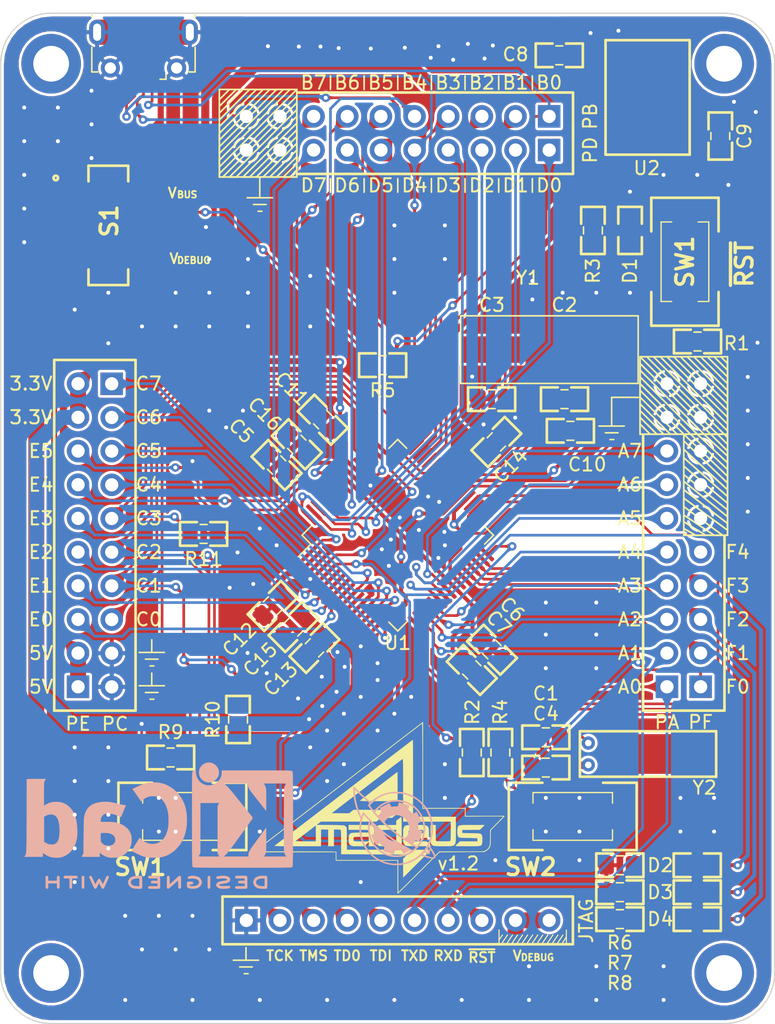
<source format=kicad_pcb>
(kicad_pcb (version 20171130) (host pcbnew "(5.1.5)-3")
  (title_block (title tm4c) (date 2020-01-01) (rev 1.2) (company "Future Energy") (comment 1 "Almost Done"))
  (layers (0 F.Cu signal) (31 B.Cu signal) (34 B.Paste user) (35 F.Paste user) (36 B.SilkS user) (37 F.SilkS user) (38 B.Mask user) (39 F.Mask user) (44 Edge.Cuts user))
  (net 0 "")
  (net 1 /GNDX)
  (net 2 "Net-(C1-Pad1)")
  (net 3 "Net-(C2-Pad2)")
  (net 4 Earth)
  (net 5 "Net-(C3-Pad1)")
  (net 6 "Net-(C4-Pad2)")
  (net 7 "Net-(C16-Pad1)")
  (net 8 +5V)
  (net 9 +3V3)
  (net 10 "Net-(D1-Pad2)")
  (net 11 /PF1)
  (net 12 "Net-(D2-Pad1)")
  (net 13 /PF2)
  (net 14 "Net-(D3-Pad1)")
  (net 15 /PF3)
  (net 16 "Net-(D4-Pad1)")
  (net 17 /PD5)
  (net 18 /PB0)
  (net 19 VBUS)
  (net 20 /PD4)
  (net 21 /VDEBUG)
  (net 22 /~RESET)
  (net 23 /PA0)
  (net 24 /PA1)
  (net 25 /PC2)
  (net 26 /PC3)
  (net 27 /PC1)
  (net 28 /PC0)
  (net 29 /PC4)
  (net 30 /PC5)
  (net 31 /PC6)
  (net 32 /PC7)
  (net 33 /PA7)
  (net 34 /PA6)
  (net 35 /PA5)
  (net 36 /PA4)
  (net 37 /PA3)
  (net 38 /PA2)
  (net 39 /PE5)
  (net 40 /PE4)
  (net 41 /PE3)
  (net 42 /PE2)
  (net 43 /PE1)
  (net 44 /PE0)
  (net 45 /PD7)
  (net 46 /PD6)
  (net 47 /PD3)
  (net 48 /PD2)
  (net 49 /PD1)
  (net 50 /PD0)
  (net 51 /PB7)
  (net 52 /PB6)
  (net 53 /PB5)
  (net 54 /PB4)
  (net 55 /PB3)
  (net 56 /PB2)
  (net 57 /PB1)
  (net 58 /PF4)
  (net 59 /PF0)
  (net 60 /~WAKE)
  (net 61 "Net-(U1-Pad33)")
  (module tm4c:R_0805_2012Metric_Pad1.15x1.40mm_HandSolder (layer F.Cu) (at 125.3 98.2 180)
    (fp_text reference R11 (at 0 -1.905) (layer F.SilkS))
    (fp_text value 10k)
    (pad 2 smd roundrect (at 1.025 0 180) (size 1.15 1.4) (layers F.Cu F.Paste F.Mask) (roundrect_rratio 0.217391) (net 26 /PC3))
    (pad 1 smd roundrect (at -1.025 0 180) (size 1.15 1.4) (layers F.Cu F.Paste F.Mask) (roundrect_rratio 0.217391) (net 4 Earth))
  )
  (module tm4c:R_0805_2012Metric_Pad1.15x1.40mm_HandSolder (layer F.Cu) (at 127.9 112.2 90)
    (fp_text reference R10 (at 0 -1.905 90) (layer F.SilkS))
    (fp_text value 10k)
    (pad 2 smd roundrect (at 1.025 0 90) (size 1.15 1.4) (layers F.Cu F.Paste F.Mask) (roundrect_rratio 0.217391) (net 27 /PC1))
    (pad 1 smd roundrect (at -1.025 0 90) (size 1.15 1.4) (layers F.Cu F.Paste F.Mask) (roundrect_rratio 0.217391) (net 9 +3V3))
  )
  (module tm4c:R_0805_2012Metric_Pad1.15x1.40mm_HandSolder (layer F.Cu) (at 122.809 115.062)
    (fp_text reference R9 (at 0 -1.905) (layer F.SilkS))
    (fp_text value 10k)
    (pad 2 smd roundrect (at 1.025 0) (size 1.15 1.4) (layers F.Cu F.Paste F.Mask) (roundrect_rratio 0.217391) (net 28 /PC0))
    (pad 1 smd roundrect (at -1.025 0) (size 1.15 1.4) (layers F.Cu F.Paste F.Mask) (roundrect_rratio 0.217391) (net 9 +3V3))
  )
  (module tm4c:C_0805_2012Metric_Pad1.15x1.40mm_HandSolder (layer F.Cu) (at 152.9842 90.424 180)
    (fp_text reference C10 (at -1.27 -2.54) (layer F.SilkS))
    (fp_text value 0.01uF)
    (pad 2 smd roundrect (at 1.025 0 180) (size 1.15 1.4) (layers F.Cu F.Paste F.Mask) (roundrect_rratio 0.217391) (net 4 Earth))
    (pad 1 smd roundrect (at -1.025 0 180) (size 1.15 1.4) (layers F.Cu F.Paste F.Mask) (roundrect_rratio 0.217391) (net 9 +3V3))
  )
  (module tm4c:PinHeader_1x10_P2.54mm_Vertical (layer F.Cu) (at 115.824 109.728 180)
    (fp_text reference PE (at 0 -2.794) (layer F.SilkS))
    (fp_text value "E Port")
    (pad 10 thru_hole oval (at 0 22.86 180) (size 1.7 1.7) (drill 1) (layers *.Cu *.Mask) (net 9 +3V3))
    (pad 9 thru_hole oval (at 0 20.32 180) (size 1.7 1.7) (drill 1) (layers *.Cu *.Mask) (net 9 +3V3))
    (pad 8 thru_hole oval (at 0 17.78 180) (size 1.7 1.7) (drill 1) (layers *.Cu *.Mask) (net 39 /PE5))
    (pad 7 thru_hole oval (at 0 15.24 180) (size 1.7 1.7) (drill 1) (layers *.Cu *.Mask) (net 40 /PE4))
    (pad 6 thru_hole oval (at 0 12.7 180) (size 1.7 1.7) (drill 1) (layers *.Cu *.Mask) (net 41 /PE3))
    (pad 5 thru_hole oval (at 0 10.16 180) (size 1.7 1.7) (drill 1) (layers *.Cu *.Mask) (net 42 /PE2))
    (pad 4 thru_hole oval (at 0 7.62 180) (size 1.7 1.7) (drill 1) (layers *.Cu *.Mask) (net 43 /PE1))
    (pad 3 thru_hole oval (at 0 5.08 180) (size 1.7 1.7) (drill 1) (layers *.Cu *.Mask) (net 44 /PE0))
    (pad 2 thru_hole oval (at 0 2.54 180) (size 1.7 1.7) (drill 1) (layers *.Cu *.Mask) (net 8 +5V))
    (pad 1 thru_hole rect (at 0 0 180) (size 1.7 1.7) (drill 1) (layers *.Cu *.Mask) (net 8 +5V))
  )
  (module tm4c:PinHeader_1x10_P2.54mm_Vertical (layer F.Cu) (at 118.364 86.878)
    (fp_text reference PC (at 0.254 25.654) (layer F.SilkS))
    (fp_text value "C Port")
    (pad 10 thru_hole oval (at 0 22.86) (size 1.7 1.7) (drill 1) (layers *.Cu *.Mask) (net 4 Earth))
    (pad 9 thru_hole oval (at 0 20.32) (size 1.7 1.7) (drill 1) (layers *.Cu *.Mask) (net 4 Earth))
    (pad 8 thru_hole oval (at 0 17.78) (size 1.7 1.7) (drill 1) (layers *.Cu *.Mask) (net 28 /PC0))
    (pad 7 thru_hole oval (at 0 15.24) (size 1.7 1.7) (drill 1) (layers *.Cu *.Mask) (net 27 /PC1))
    (pad 6 thru_hole oval (at 0 12.7) (size 1.7 1.7) (drill 1) (layers *.Cu *.Mask) (net 25 /PC2))
    (pad 5 thru_hole oval (at 0 10.16) (size 1.7 1.7) (drill 1) (layers *.Cu *.Mask) (net 26 /PC3))
    (pad 4 thru_hole oval (at 0 7.62) (size 1.7 1.7) (drill 1) (layers *.Cu *.Mask) (net 29 /PC4))
    (pad 3 thru_hole oval (at 0 5.08) (size 1.7 1.7) (drill 1) (layers *.Cu *.Mask) (net 30 /PC5))
    (pad 2 thru_hole oval (at 0 2.54) (size 1.7 1.7) (drill 1) (layers *.Cu *.Mask) (net 31 /PC6))
    (pad 1 thru_hole rect (at 0 0) (size 1.7 1.7) (drill 1) (layers *.Cu *.Mask) (net 32 /PC7))
  )
  (module tm4c:PinHeader_1x10_P2.54mm_Vertical (layer F.Cu) (at 128.524 127.348 90)
    (fp_text reference JTAG (at -0.033 25.654 90) (layer F.SilkS))
    (fp_text value "JTAG Port")
    (pad 10 thru_hole oval (at 0 22.86 90) (size 1.7 1.7) (drill 1) (layers *.Cu *.Mask) (net 21 /VDEBUG))
    (pad 9 thru_hole oval (at 0 20.32 90) (size 1.7 1.7) (drill 1) (layers *.Cu *.Mask) (net 21 /VDEBUG))
    (pad 8 thru_hole oval (at 0 17.78 90) (size 1.7 1.7) (drill 1) (layers *.Cu *.Mask) (net 22 /~RESET))
    (pad 7 thru_hole oval (at 0 15.24 90) (size 1.7 1.7) (drill 1) (layers *.Cu *.Mask) (net 23 /PA0))
    (pad 6 thru_hole oval (at 0 12.7 90) (size 1.7 1.7) (drill 1) (layers *.Cu *.Mask) (net 24 /PA1))
    (pad 5 thru_hole oval (at 0 10.16 90) (size 1.7 1.7) (drill 1) (layers *.Cu *.Mask) (net 25 /PC2))
    (pad 4 thru_hole oval (at 0 7.62 90) (size 1.7 1.7) (drill 1) (layers *.Cu *.Mask) (net 26 /PC3))
    (pad 3 thru_hole oval (at 0 5.08 90) (size 1.7 1.7) (drill 1) (layers *.Cu *.Mask) (net 27 /PC1))
    (pad 2 thru_hole oval (at 0 2.54 90) (size 1.7 1.7) (drill 1) (layers *.Cu *.Mask) (net 28 /PC0))
    (pad 1 thru_hole rect (at 0 0 90) (size 1.7 1.7) (drill 1) (layers *.Cu *.Mask) (net 4 Earth))
  )
  (module tm4c:PinHeader_1x10_P2.54mm_Vertical (layer F.Cu) (at 160.274 109.728 180)
    (fp_text reference PA (at 0 -2.677 180) (layer F.SilkS))
    (fp_text value "A Port")
    (pad 10 thru_hole oval (at 0 22.86 180) (size 1.7 1.7) (drill 1) (layers *.Cu *.Mask) (net 4 Earth))
    (pad 9 thru_hole oval (at 0 20.32 180) (size 1.7 1.7) (drill 1) (layers *.Cu *.Mask) (net 4 Earth))
    (pad 8 thru_hole oval (at 0 17.78 180) (size 1.7 1.7) (drill 1) (layers *.Cu *.Mask) (net 33 /PA7))
    (pad 7 thru_hole oval (at 0 15.24 180) (size 1.7 1.7) (drill 1) (layers *.Cu *.Mask) (net 34 /PA6))
    (pad 6 thru_hole oval (at 0 12.7 180) (size 1.7 1.7) (drill 1) (layers *.Cu *.Mask) (net 35 /PA5))
    (pad 5 thru_hole oval (at 0 10.16 180) (size 1.7 1.7) (drill 1) (layers *.Cu *.Mask) (net 36 /PA4))
    (pad 4 thru_hole oval (at 0 7.62 180) (size 1.7 1.7) (drill 1) (layers *.Cu *.Mask) (net 37 /PA3))
    (pad 3 thru_hole oval (at 0 5.08 180) (size 1.7 1.7) (drill 1) (layers *.Cu *.Mask) (net 38 /PA2))
    (pad 2 thru_hole oval (at 0 2.54 180) (size 1.7 1.7) (drill 1) (layers *.Cu *.Mask) (net 24 /PA1))
    (pad 1 thru_hole rect (at 0 0 180) (size 1.7 1.7) (drill 1) (layers *.Cu *.Mask) (net 23 /PA0))
  )
  (module tm4c:PinHeader_1x10_P2.54mm_Vertical (layer F.Cu) (at 162.814 109.728 180)
    (fp_text reference PF (at 0 -2.667 180) (layer F.SilkS))
    (fp_text value "F Port")
    (pad 10 thru_hole oval (at 0 22.86 180) (size 1.7 1.7) (drill 1) (layers *.Cu *.Mask) (net 4 Earth))
    (pad 9 thru_hole oval (at 0 20.32 180) (size 1.7 1.7) (drill 1) (layers *.Cu *.Mask) (net 4 Earth))
    (pad 8 thru_hole oval (at 0 17.78 180) (size 1.7 1.7) (drill 1) (layers *.Cu *.Mask) (net 4 Earth))
    (pad 7 thru_hole oval (at 0 15.24 180) (size 1.7 1.7) (drill 1) (layers *.Cu *.Mask) (net 4 Earth))
    (pad 6 thru_hole oval (at 0 12.7 180) (size 1.7 1.7) (drill 1) (layers *.Cu *.Mask) (net 4 Earth))
    (pad 5 thru_hole oval (at 0 10.16 180) (size 1.7 1.7) (drill 1) (layers *.Cu *.Mask) (net 58 /PF4))
    (pad 4 thru_hole oval (at 0 7.62 180) (size 1.7 1.7) (drill 1) (layers *.Cu *.Mask) (net 15 /PF3))
    (pad 3 thru_hole oval (at 0 5.08 180) (size 1.7 1.7) (drill 1) (layers *.Cu *.Mask) (net 13 /PF2))
    (pad 2 thru_hole oval (at 0 2.54 180) (size 1.7 1.7) (drill 1) (layers *.Cu *.Mask) (net 11 /PF1))
    (pad 1 thru_hole rect (at 0 0 180) (size 1.7 1.7) (drill 1) (layers *.Cu *.Mask) (net 59 /PF0))
  )
  (module tm4c:PinHeader_1x10_P2.54mm_Vertical (layer F.Cu) (at 151.384 66.708 270)
    (fp_text reference PB (at 0 -3.092 270) (layer F.SilkS))
    (fp_text value "B Port")
    (pad 10 thru_hole oval (at 0 22.86 270) (size 1.7 1.7) (drill 1) (layers *.Cu *.Mask) (net 4 Earth))
    (pad 9 thru_hole oval (at 0 20.32 270) (size 1.7 1.7) (drill 1) (layers *.Cu *.Mask) (net 4 Earth))
    (pad 8 thru_hole oval (at 0 17.78 270) (size 1.7 1.7) (drill 1) (layers *.Cu *.Mask) (net 51 /PB7))
    (pad 7 thru_hole oval (at 0 15.24 270) (size 1.7 1.7) (drill 1) (layers *.Cu *.Mask) (net 52 /PB6))
    (pad 6 thru_hole oval (at 0 12.7 270) (size 1.7 1.7) (drill 1) (layers *.Cu *.Mask) (net 53 /PB5))
    (pad 5 thru_hole oval (at 0 10.16 270) (size 1.7 1.7) (drill 1) (layers *.Cu *.Mask) (net 54 /PB4))
    (pad 4 thru_hole oval (at 0 7.62 270) (size 1.7 1.7) (drill 1) (layers *.Cu *.Mask) (net 55 /PB3))
    (pad 3 thru_hole oval (at 0 5.08 270) (size 1.7 1.7) (drill 1) (layers *.Cu *.Mask) (net 56 /PB2))
    (pad 2 thru_hole oval (at 0 2.54 270) (size 1.7 1.7) (drill 1) (layers *.Cu *.Mask) (net 57 /PB1))
    (pad 1 thru_hole rect (at 0 0 270) (size 1.7 1.7) (drill 1) (layers *.Cu *.Mask) (net 18 /PB0))
  )
  (module tm4c:PinHeader_1x10_P2.54mm_Vertical (layer F.Cu) (at 151.384 69.248 270)
    (fp_text reference PD (at 0 -3.092 90) (layer F.SilkS))
    (fp_text value "D Port")
    (pad 10 thru_hole oval (at 0 22.86 270) (size 1.7 1.7) (drill 1) (layers *.Cu *.Mask) (net 4 Earth))
    (pad 9 thru_hole oval (at 0 20.32 270) (size 1.7 1.7) (drill 1) (layers *.Cu *.Mask) (net 4 Earth))
    (pad 8 thru_hole oval (at 0 17.78 270) (size 1.7 1.7) (drill 1) (layers *.Cu *.Mask) (net 45 /PD7))
    (pad 7 thru_hole oval (at 0 15.24 270) (size 1.7 1.7) (drill 1) (layers *.Cu *.Mask) (net 46 /PD6))
    (pad 6 thru_hole oval (at 0 12.7 270) (size 1.7 1.7) (drill 1) (layers *.Cu *.Mask) (net 17 /PD5))
    (pad 5 thru_hole oval (at 0 10.16 270) (size 1.7 1.7) (drill 1) (layers *.Cu *.Mask) (net 20 /PD4))
    (pad 4 thru_hole oval (at 0 7.62 270) (size 1.7 1.7) (drill 1) (layers *.Cu *.Mask) (net 47 /PD3))
    (pad 3 thru_hole oval (at 0 5.08 270) (size 1.7 1.7) (drill 1) (layers *.Cu *.Mask) (net 48 /PD2))
    (pad 2 thru_hole oval (at 0 2.54 270) (size 1.7 1.7) (drill 1) (layers *.Cu *.Mask) (net 49 /PD1))
    (pad 1 thru_hole rect (at 0 0 270) (size 1.7 1.7) (drill 1) (layers *.Cu *.Mask) (net 50 /PD0))
  )
  (module tm4c:Slide_Switch_2.54mm (layer F.Cu) (at 118.11 74.93 270)
    (fp_text reference S1 (at -0.335 -0.068 90) (layer F.SilkS) (effects (font (size 1.27 1.27) (thickness 0.254))))
    (fp_text value JS202011SCQN hide)
    (pad 6 smd rect (at -2.5 -2.75 270) (size 1.2 2.5) (layers F.Cu F.Paste F.Mask) (net 19 VBUS))
    (pad 5 smd rect (at 0 -2.75 270) (size 1.2 2.5) (layers F.Cu F.Paste F.Mask) (net 8 +5V))
    (pad 4 smd rect (at 2.5 -2.75 270) (size 1.2 2.5) (layers F.Cu F.Paste F.Mask) (net 21 /VDEBUG))
    (pad 3 smd rect (at 2.5 2.75 270) (size 1.2 2.5) (layers F.Cu F.Paste F.Mask) (net 21 /VDEBUG))
    (pad 2 smd rect (at 0 2.75 270) (size 1.2 2.5) (layers F.Cu F.Paste F.Mask) (net 8 +5V))
    (pad 1 smd rect (at -2.5 2.75 270) (size 1.2 2.5) (layers F.Cu F.Paste F.Mask) (net 19 VBUS))
  )
  (module tm4c:Crystal_C38-LF_D3.0mm_L8.0mm_Horizontal_1EP_style1 (layer F.Cu) (at 158.4 114.48 90)
    (fp_text reference Y2 (at -2.86 4.714 180) (layer F.SilkS))
    (fp_text value Crystal-32.768KHz)
    (pad 3 smd rect (at -0.32 1.412 90) (size 3 8) (layers F.Cu F.Paste F.Mask))
    (pad 2 thru_hole circle (at 0.508 -4.064 90) (size 1 1) (drill 0.5) (layers *.Cu *.Mask) (net 2 "Net-(C1-Pad1)"))
    (pad 1 thru_hole circle (at -1.143 -4.064 90) (size 1 1) (drill 0.5) (layers *.Cu *.Mask) (net 6 "Net-(C4-Pad2)"))
  )
  (module tm4c:Steins_gate (layer B.Cu) (at 139.7 120.198986 180)
    (fp_text reference G*** hide)
    (fp_text value LOGO hide)
  )
  (module tm4c:KiCad-Logo2_8mm_SilkScreen (layer B.Cu) (at 121.92 119.38 180)
    (fp_text reference REF** hide)
    (fp_text value KiCad-Logo2_8mm_SilkScreen hide)
  )
  (module tm4c:R_0805_2012Metric_Pad1.15x1.40mm_HandSolder (layer F.Cu) (at 162.58032 83.68792 180)
    (fp_text reference R1 (at -2.9591 -0.14224) (layer F.SilkS))
    (fp_text value 10k)
    (pad 2 smd roundrect (at 1.025 0 180) (size 1.15 1.4) (layers F.Cu F.Paste F.Mask) (roundrect_rratio 0.217391) (net 22 /~RESET))
    (pad 1 smd roundrect (at -1.025 0 180) (size 1.15 1.4) (layers F.Cu F.Paste F.Mask) (roundrect_rratio 0.217391) (net 9 +3V3))
  )
  (module tm4c:C_0805_2012Metric_Pad1.15x1.40mm_HandSolder (layer F.Cu) (at 147.0406 88.0364 180)
    (fp_text reference C3 (at -0.0194 7.1064) (layer F.SilkS))
    (fp_text value 10pF)
    (pad 2 smd roundrect (at 1.025 0 180) (size 1.15 1.4) (layers F.Cu F.Paste F.Mask) (roundrect_rratio 0.217391) (net 4 Earth))
    (pad 1 smd roundrect (at -1.025 0 180) (size 1.15 1.4) (layers F.Cu F.Paste F.Mask) (roundrect_rratio 0.217391) (net 5 "Net-(C3-Pad1)"))
  )
  (module tm4c:USB_Micro-B_Molex (layer F.Cu) (at 120.762 61.595 180)
    (fp_text reference J1 hide)
    (fp_text value USB_OTG)
    (pad 6 smd rect (at -2.9 1.2375 180) (size 1.2 1.9) (layers F.Cu F.Mask) (net 4 Earth))
    (pad 6 smd rect (at 2.9 1.2375 180) (size 1.2 1.9) (layers F.Cu F.Mask) (net 4 Earth))
    (pad 6 thru_hole oval (at 3.5 1.2375 180) (size 1.2 1.9) (drill oval 0.6 1.3) (layers *.Cu *.Mask) (net 4 Earth))
    (pad 6 thru_hole oval (at -3.5 1.2375) (size 1.2 1.9) (drill oval 0.6 1.3) (layers *.Cu *.Mask) (net 4 Earth))
    (pad 6 smd rect (at -1 1.2375 180) (size 1.5 1.9) (layers F.Cu F.Paste F.Mask) (net 4 Earth))
    (pad 6 thru_hole circle (at 2.5 -1.4625 180) (size 1.45 1.45) (drill 0.85) (layers *.Cu *.Mask) (net 4 Earth))
    (pad 3 smd rect (at 0 -1.4625 180) (size 0.4 1.35) (layers F.Cu F.Paste F.Mask) (net 17 /PD5))
    (pad 4 smd rect (at 0.65 -1.4625 180) (size 0.4 1.35) (layers F.Cu F.Paste F.Mask) (net 18 /PB0))
    (pad 5 smd rect (at 1.3 -1.4625 180) (size 0.4 1.35) (layers F.Cu F.Paste F.Mask) (net 4 Earth))
    (pad 1 smd rect (at -1.3 -1.4625 180) (size 0.4 1.35) (layers F.Cu F.Paste F.Mask) (net 19 VBUS))
    (pad 2 smd rect (at -0.65 -1.4625 180) (size 0.4 1.35) (layers F.Cu F.Paste F.Mask) (net 20 /PD4))
    (pad 6 thru_hole circle (at -2.5 -1.4625 180) (size 1.45 1.45) (drill 0.85) (layers *.Cu *.Mask) (net 4 Earth))
    (pad 6 smd rect (at 1 1.2375 180) (size 1.5 1.9) (layers F.Cu F.Paste F.Mask) (net 4 Earth))
  )
  (module tm4c:Buttons (layer F.Cu) (at 161.63 77.67 90)
    (fp_text reference SW1 (at 0 0 90) (layer F.SilkS) (effects (font (size 1.27 1.27) (thickness 0.254))))
    (fp_text value ~RST (at -0.181 4.486 90) (layer F.SilkS) (effects (font (size 1.27 1.27) (thickness 0.254))))
    (pad 2 smd rect (at 3.9 0 180) (size 1.5 1.5) (layers F.Cu F.Paste F.Mask) (net 4 Earth))
    (pad 1 smd rect (at -3.9 0 180) (size 1.5 1.5) (layers F.Cu F.Paste F.Mask) (net 22 /~RESET))
  )
  (module tm4c:Buttons (layer F.Cu) (at 123.698 119.507 180)
    (fp_text reference SW1 (at 3.175 -3.81) (layer F.SilkS) (effects (font (size 1.27 1.27) (thickness 0.254))))
    (fp_text value SW_Push hide)
    (pad 2 smd rect (at 3.9 0 270) (size 1.5 1.5) (layers F.Cu F.Paste F.Mask) (net 4 Earth))
    (pad 1 smd rect (at -3.9 0 270) (size 1.5 1.5) (layers F.Cu F.Paste F.Mask) (net 58 /PF4))
  )
  (module tm4c:Buttons (layer F.Cu) (at 153.162 119.507)
    (fp_text reference SW2 (at -3.175 3.81) (layer F.SilkS) (effects (font (size 1.27 1.27) (thickness 0.254))))
    (fp_text value SW_Push hide)
    (pad 2 smd rect (at 3.9 0 90) (size 1.5 1.5) (layers F.Cu F.Paste F.Mask) (net 4 Earth))
    (pad 1 smd rect (at -3.9 0 90) (size 1.5 1.5) (layers F.Cu F.Paste F.Mask) (net 59 /PF0))
  )
  (module tm4c:C_0805_2012Metric_Pad1.15x1.40mm_HandSolder (layer F.Cu) (at 164.3 68.19 270)
    (fp_text reference C9 (at 0.009 -1.816 90) (layer F.SilkS))
    (fp_text value 22uF)
    (pad 2 smd roundrect (at 1.025 0 270) (size 1.15 1.4) (layers F.Cu F.Paste F.Mask) (roundrect_rratio 0.217391) (net 4 Earth))
    (pad 1 smd roundrect (at -1.025 0 270) (size 1.15 1.4) (layers F.Cu F.Paste F.Mask) (roundrect_rratio 0.217391) (net 9 +3V3))
  )
  (module tm4c:C_0805_2012Metric_Pad1.15x1.40mm_HandSolder (layer F.Cu) (at 145.542 108.458 315)
    (fp_text reference C7 (at -1.077631 -3.951313 135) (layer F.SilkS))
    (fp_text value 0.1uF)
    (pad 2 smd roundrect (at 1.025 0 315) (size 1.15 1.4) (layers F.Cu F.Paste F.Mask) (roundrect_rratio 0.217391) (net 4 Earth))
    (pad 1 smd roundrect (at -1.025 0 315) (size 1.15 1.4) (layers F.Cu F.Paste F.Mask) (roundrect_rratio 0.217391) (net 7 "Net-(C16-Pad1)"))
  )
  (module tm4c:C_0805_2012Metric_Pad1.15x1.40mm_HandSolder (layer F.Cu) (at 151.13 115.824)
    (fp_text reference C4 (at 0 -4.064) (layer F.SilkS))
    (fp_text value 24pF)
    (pad 2 smd roundrect (at 1.025 0) (size 1.15 1.4) (layers F.Cu F.Paste F.Mask) (roundrect_rratio 0.217391) (net 6 "Net-(C4-Pad2)"))
    (pad 1 smd roundrect (at -1.025 0) (size 1.15 1.4) (layers F.Cu F.Paste F.Mask) (roundrect_rratio 0.217391) (net 1 /GNDX))
  )
  (module tm4c:C_0805_2012Metric_Pad1.15x1.40mm_HandSolder (layer F.Cu) (at 152.146 62.103 180)
    (fp_text reference C8 (at 3.302 0.0675) (layer F.SilkS))
    (fp_text value 10uF)
    (pad 2 smd roundrect (at 1.025 0 180) (size 1.15 1.4) (layers F.Cu F.Paste F.Mask) (roundrect_rratio 0.217391) (net 4 Earth))
    (pad 1 smd roundrect (at -1.025 0 180) (size 1.15 1.4) (layers F.Cu F.Paste F.Mask) (roundrect_rratio 0.217391) (net 8 +5V))
  )
  (module tm4c:C_0805_2012Metric_Pad1.15x1.40mm_HandSolder (layer F.Cu) (at 130.81 93.001216 135)
    (fp_text reference C5 (at 3.708221 -0.063487 135) (layer F.SilkS))
    (fp_text value 1uF)
    (pad 2 smd roundrect (at 1.025 0 135) (size 1.15 1.4) (layers F.Cu F.Paste F.Mask) (roundrect_rratio 0.217391) (net 4 Earth))
    (pad 1 smd roundrect (at -1.025 0 135) (size 1.15 1.4) (layers F.Cu F.Paste F.Mask) (roundrect_rratio 0.217391) (net 7 "Net-(C16-Pad1)"))
  )
  (module tm4c:C_0805_2012Metric_Pad1.15x1.40mm_HandSolder (layer F.Cu) (at 147.066 106.934 315)
    (fp_text reference C6 (at -1.077631 -3.232892 135) (layer F.SilkS))
    (fp_text value 0.01uF)
    (pad 2 smd roundrect (at 1.025 0 315) (size 1.15 1.4) (layers F.Cu F.Paste F.Mask) (roundrect_rratio 0.217391) (net 4 Earth))
    (pad 1 smd roundrect (at -1.025 0 315) (size 1.15 1.4) (layers F.Cu F.Paste F.Mask) (roundrect_rratio 0.217391) (net 7 "Net-(C16-Pad1)"))
  )
  (module tm4c:C_0805_2012Metric_Pad1.15x1.40mm_HandSolder (layer F.Cu) (at 152.5406 88.0364 180)
    (fp_text reference C2 (at 0.0106 7.1064) (layer F.SilkS))
    (fp_text value 10pF)
    (pad 2 smd roundrect (at 1.025 0 180) (size 1.15 1.4) (layers F.Cu F.Paste F.Mask) (roundrect_rratio 0.217391) (net 3 "Net-(C2-Pad2)"))
    (pad 1 smd roundrect (at -1.025 0 180) (size 1.15 1.4) (layers F.Cu F.Paste F.Mask) (roundrect_rratio 0.217391) (net 4 Earth))
  )
  (module tm4c:C_0805_2012Metric_Pad1.15x1.40mm_HandSolder (layer F.Cu) (at 151.13 113.538 180)
    (fp_text reference C1 (at 0 3.302) (layer F.SilkS))
    (fp_text value 24pF)
    (pad 2 smd roundrect (at 1.025 0 180) (size 1.15 1.4) (layers F.Cu F.Paste F.Mask) (roundrect_rratio 0.217391) (net 1 /GNDX))
    (pad 1 smd roundrect (at -1.025 0 180) (size 1.15 1.4) (layers F.Cu F.Paste F.Mask) (roundrect_rratio 0.217391) (net 2 "Net-(C1-Pad1)"))
  )
  (module tm4c:C_0805_2012Metric_Pad1.15x1.40mm_HandSolder (layer F.Cu) (at 133.666616 106.795184 225)
    (fp_text reference C13 (at 3.474734 0.117368 45) (layer F.SilkS))
    (fp_text value 0.1uF)
    (pad 2 smd roundrect (at 1.025 0 225) (size 1.15 1.4) (layers F.Cu F.Paste F.Mask) (roundrect_rratio 0.217391) (net 4 Earth))
    (pad 1 smd roundrect (at -1.025 0 225) (size 1.15 1.4) (layers F.Cu F.Paste F.Mask) (roundrect_rratio 0.217391) (net 9 +3V3))
  )
  (module tm4c:C_0805_2012Metric_Pad1.15x1.40mm_HandSolder (layer F.Cu) (at 132.091816 105.220384 225)
    (fp_text reference C15 (at 3.515458 0.040724 45) (layer F.SilkS))
    (fp_text value 0.01uF)
    (pad 2 smd roundrect (at 1.025 0 225) (size 1.15 1.4) (layers F.Cu F.Paste F.Mask) (roundrect_rratio 0.217391) (net 4 Earth))
    (pad 1 smd roundrect (at -1.025 0 225) (size 1.15 1.4) (layers F.Cu F.Paste F.Mask) (roundrect_rratio 0.217391) (net 9 +3V3))
  )
  (module tm4c:C_0805_2012Metric_Pad1.15x1.40mm_HandSolder (layer F.Cu) (at 147.3962 91.2622 45)
    (fp_text reference C14 (at -0.538815 2.047498 45) (layer F.SilkS))
    (fp_text value 1uF)
    (pad 2 smd roundrect (at 1.025 0 45) (size 1.15 1.4) (layers F.Cu F.Paste F.Mask) (roundrect_rratio 0.217391) (net 4 Earth))
    (pad 1 smd roundrect (at -1.025 0 45) (size 1.15 1.4) (layers F.Cu F.Paste F.Mask) (roundrect_rratio 0.217391) (net 9 +3V3))
  )
  (module tm4c:C_0805_2012Metric_Pad1.15x1.40mm_HandSolder (layer F.Cu) (at 130.5052 103.632 225)
    (fp_text reference C12 (at 3.556181 -0.035921 45) (layer F.SilkS))
    (fp_text value 0.01uF)
    (pad 2 smd roundrect (at 1.025 0 225) (size 1.15 1.4) (layers F.Cu F.Paste F.Mask) (roundrect_rratio 0.217391) (net 4 Earth))
    (pad 1 smd roundrect (at -1.025 0 225) (size 1.15 1.4) (layers F.Cu F.Paste F.Mask) (roundrect_rratio 0.217391) (net 9 +3V3))
  )
  (module tm4c:C_0805_2012Metric_Pad1.15x1.40mm_HandSolder (layer F.Cu) (at 132.334 91.44 135)
    (fp_text reference C16 (at 3.322695 -0.089803 135) (layer F.SilkS))
    (fp_text value 2.2uF)
    (pad 2 smd roundrect (at 1.025 0 135) (size 1.15 1.4) (layers F.Cu F.Paste F.Mask) (roundrect_rratio 0.217391) (net 4 Earth))
    (pad 1 smd roundrect (at -1.025 0 135) (size 1.15 1.4) (layers F.Cu F.Paste F.Mask) (roundrect_rratio 0.217391) (net 7 "Net-(C16-Pad1)"))
  )
  (module tm4c:C_0805_2012Metric_Pad1.15x1.40mm_HandSolder (layer F.Cu) (at 134.2898 89.5858 135)
    (fp_text reference C11 (at 3.304734 0 135) (layer F.SilkS))
    (fp_text value 0.1uF)
    (pad 2 smd roundrect (at 1.025 0 135) (size 1.15 1.4) (layers F.Cu F.Paste F.Mask) (roundrect_rratio 0.217391) (net 4 Earth))
    (pad 1 smd roundrect (at -1.025 0 135) (size 1.15 1.4) (layers F.Cu F.Paste F.Mask) (roundrect_rratio 0.217391) (net 9 +3V3))
  )
  (module tm4c:R_0805_2012Metric_Pad1.15x1.40mm_HandSolder (layer F.Cu) (at 156.718 127.254)
    (fp_text reference R8 (at 0 4.826) (layer F.SilkS))
    (fp_text value 330)
    (pad 2 smd roundrect (at 1.025 0) (size 1.15 1.4) (layers F.Cu F.Paste F.Mask) (roundrect_rratio 0.217391) (net 16 "Net-(D4-Pad1)"))
    (pad 1 smd roundrect (at -1.025 0) (size 1.15 1.4) (layers F.Cu F.Paste F.Mask) (roundrect_rratio 0.217391) (net 4 Earth))
  )
  (module tm4c:R_0805_2012Metric_Pad1.15x1.40mm_HandSolder (layer F.Cu) (at 156.718 125.222)
    (fp_text reference R7 (at 0 5.334) (layer F.SilkS))
    (fp_text value 330)
    (pad 2 smd roundrect (at 1.025 0) (size 1.15 1.4) (layers F.Cu F.Paste F.Mask) (roundrect_rratio 0.217391) (net 14 "Net-(D3-Pad1)"))
    (pad 1 smd roundrect (at -1.025 0) (size 1.15 1.4) (layers F.Cu F.Paste F.Mask) (roundrect_rratio 0.217391) (net 4 Earth))
  )
  (module tm4c:R_0805_2012Metric_Pad1.15x1.40mm_HandSolder (layer F.Cu) (at 156.718 123.19)
    (fp_text reference R6 (at 0 5.842) (layer F.SilkS))
    (fp_text value 330)
    (pad 2 smd roundrect (at 1.025 0) (size 1.15 1.4) (layers F.Cu F.Paste F.Mask) (roundrect_rratio 0.217391) (net 12 "Net-(D2-Pad1)"))
    (pad 1 smd roundrect (at -1.025 0) (size 1.15 1.4) (layers F.Cu F.Paste F.Mask) (roundrect_rratio 0.217391) (net 4 Earth))
  )
  (module tm4c:R_0805_2012Metric_Pad1.15x1.40mm_HandSolder (layer F.Cu) (at 138.811 85.471 180)
    (fp_text reference R5 (at 0 -1.905) (layer F.SilkS))
    (fp_text value 220)
    (pad 2 smd roundrect (at 1.025 0 180) (size 1.15 1.4) (layers F.Cu F.Paste F.Mask) (roundrect_rratio 0.217391) (net 8 +5V))
    (pad 1 smd roundrect (at -1.025 0 180) (size 1.15 1.4) (layers F.Cu F.Paste F.Mask) (roundrect_rratio 0.217391) (net 57 /PB1))
  )
  (module tm4c:R_0805_2012Metric_Pad1.15x1.40mm_HandSolder (layer F.Cu) (at 154.686 75.31 90)
    (fp_text reference R3 (at -3.049 0 90) (layer F.SilkS))
    (fp_text value 470)
    (pad 2 smd roundrect (at 1.025 0 90) (size 1.15 1.4) (layers F.Cu F.Paste F.Mask) (roundrect_rratio 0.217391) (net 10 "Net-(D1-Pad2)"))
    (pad 1 smd roundrect (at -1.025 0 90) (size 1.15 1.4) (layers F.Cu F.Paste F.Mask) (roundrect_rratio 0.217391) (net 9 +3V3))
  )
  (module tm4c:R_0805_2012Metric_Pad1.15x1.40mm_HandSolder (layer F.Cu) (at 145.542 114.688 270)
    (fp_text reference R2 (at -3.055 -0.0508 90) (layer F.SilkS))
    (fp_text value 1m)
    (pad 2 smd roundrect (at 1.025 0 270) (size 1.15 1.4) (layers F.Cu F.Paste F.Mask) (roundrect_rratio 0.217391) (net 9 +3V3))
    (pad 1 smd roundrect (at -1.025 0 270) (size 1.15 1.4) (layers F.Cu F.Paste F.Mask) (roundrect_rratio 0.217391) (net 60 /~WAKE))
  )
  (module tm4c:R_0805_2012Metric_Pad1.15x1.40mm_HandSolder (layer F.Cu) (at 147.701 114.688 90)
    (fp_text reference R4 (at 3.055 0 90) (layer F.SilkS))
    (fp_text value 330)
    (pad 2 smd roundrect (at 1.025 0 90) (size 1.15 1.4) (layers F.Cu F.Paste F.Mask) (roundrect_rratio 0.217391) (net 60 /~WAKE))
    (pad 1 smd roundrect (at -1.025 0 90) (size 1.15 1.4) (layers F.Cu F.Paste F.Mask) (roundrect_rratio 0.217391) (net 59 /PF0))
  )
  (module tm4c:MountingHole_2.7mm_M2.5_ISO14580_Pad (layer F.Cu) (at 113.792 131.318)
    (fp_text reference H3 hide)
    (fp_text value MountingHole)
    (pad 1 thru_hole circle (at 0 0) (size 4.5 4.5) (drill 2.7) (layers *.Cu *.Mask))
  )
  (module tm4c:MountingHole_2.7mm_M2.5_ISO14580_Pad (layer F.Cu) (at 113.792 62.738)
    (fp_text reference H1 hide)
    (fp_text value MountingHole)
    (pad 1 thru_hole circle (at 0 0) (size 4.5 4.5) (drill 2.7) (layers *.Cu *.Mask))
  )
  (module tm4c:MountingHole_2.7mm_M2.5_ISO14580_Pad (layer F.Cu) (at 164.592 62.738)
    (fp_text reference H2 hide)
    (fp_text value MountingHole)
    (pad 1 thru_hole circle (at 0 0) (size 4.5 4.5) (drill 2.7) (layers *.Cu *.Mask))
  )
  (module tm4c:MountingHole_2.7mm_M2.5_ISO14580_Pad (layer F.Cu) (at 164.592 131.318)
    (fp_text reference H4 hide)
    (fp_text value MountingHole)
    (pad 1 thru_hole circle (at 0 0) (size 4.5 4.5) (drill 2.7) (layers *.Cu *.Mask))
  )
  (module tm4c:LED_0805_2012Metric_Pad1.15x1.40mm_HandSolder (layer F.Cu) (at 162.56 123.19)
    (fp_text reference D2 (at -2.794 0) (layer F.SilkS))
    (fp_text value LED)
    (pad 2 smd roundrect (at 1.025 0) (size 1.15 1.4) (layers F.Cu F.Paste F.Mask) (roundrect_rratio 0.217391) (net 11 /PF1))
    (pad 1 smd roundrect (at -1.025 0) (size 1.15 1.4) (layers F.Cu F.Paste F.Mask) (roundrect_rratio 0.217391) (net 12 "Net-(D2-Pad1)"))
  )
  (module tm4c:LED_0805_2012Metric_Pad1.15x1.40mm_HandSolder (layer F.Cu) (at 162.56 125.222)
    (fp_text reference D3 (at -2.794 0) (layer F.SilkS))
    (fp_text value LED)
    (pad 2 smd roundrect (at 1.025 0) (size 1.15 1.4) (layers F.Cu F.Paste F.Mask) (roundrect_rratio 0.217391) (net 13 /PF2))
    (pad 1 smd roundrect (at -1.025 0) (size 1.15 1.4) (layers F.Cu F.Paste F.Mask) (roundrect_rratio 0.217391) (net 14 "Net-(D3-Pad1)"))
  )
  (module tm4c:LED_0805_2012Metric_Pad1.15x1.40mm_HandSolder (layer F.Cu) (at 157.49 75.31 90)
    (fp_text reference D1 (at -3.049 -0.01 90) (layer F.SilkS))
    (fp_text value LED)
    (pad 2 smd roundrect (at 1.025 0 90) (size 1.15 1.4) (layers F.Cu F.Paste F.Mask) (roundrect_rratio 0.217391) (net 10 "Net-(D1-Pad2)"))
    (pad 1 smd roundrect (at -1.025 0 90) (size 1.15 1.4) (layers F.Cu F.Paste F.Mask) (roundrect_rratio 0.217391) (net 4 Earth))
  )
  (module tm4c:LED_0805_2012Metric_Pad1.15x1.40mm_HandSolder (layer F.Cu) (at 162.56 127.254)
    (fp_text reference D4 (at -2.794 0) (layer F.SilkS))
    (fp_text value LED)
    (pad 2 smd roundrect (at 1.025 0) (size 1.15 1.4) (layers F.Cu F.Paste F.Mask) (roundrect_rratio 0.217391) (net 15 /PF3))
    (pad 1 smd roundrect (at -1.025 0) (size 1.15 1.4) (layers F.Cu F.Paste F.Mask) (roundrect_rratio 0.217391) (net 16 "Net-(D4-Pad1)"))
  )
  (module tm4c:TMC123GH6PM (layer F.Cu) (at 139.953999 98.298 45)
    (fp_text reference U1 (at -5.747363 5.747365 180) (layer F.SilkS))
    (fp_text value TM4C123GH6PM)
    (pad 64 smd roundrect (at -3.75 -5.675 45) (size 0.3 1.55) (layers F.Cu F.Paste F.Mask) (net 47 /PD3))
    (pad 63 smd roundrect (at -3.25 -5.675 45) (size 0.3 1.55) (layers F.Cu F.Paste F.Mask) (net 48 /PD2))
    (pad 62 smd roundrect (at -2.75 -5.675 45) (size 0.3 1.55) (layers F.Cu F.Paste F.Mask) (net 49 /PD1))
    (pad 61 smd roundrect (at -2.25 -5.675 45) (size 0.3 1.55) (layers F.Cu F.Paste F.Mask) (net 50 /PD0))
    (pad 60 smd roundrect (at -1.75 -5.675 45) (size 0.3 1.55) (layers F.Cu F.Paste F.Mask) (net 39 /PE5))
    (pad 59 smd roundrect (at -1.25 -5.675 45) (size 0.3 1.55) (layers F.Cu F.Paste F.Mask) (net 40 /PE4))
    (pad 58 smd roundrect (at -0.75 -5.675 45) (size 0.3 1.55) (layers F.Cu F.Paste F.Mask) (net 54 /PB4))
    (pad 57 smd roundrect (at -0.25 -5.675 45) (size 0.3 1.55) (layers F.Cu F.Paste F.Mask) (net 53 /PB5))
    (pad 56 smd roundrect (at 0.25 -5.675 45) (size 0.3 1.55) (layers F.Cu F.Paste F.Mask) (net 7 "Net-(C16-Pad1)"))
    (pad 55 smd roundrect (at 0.75 -5.675 45) (size 0.3 1.55) (layers F.Cu F.Paste F.Mask) (net 4 Earth))
    (pad 54 smd roundrect (at 1.25 -5.675 45) (size 0.3 1.55) (layers F.Cu F.Paste F.Mask) (net 9 +3V3))
    (pad 53 smd roundrect (at 1.75 -5.675 45) (size 0.3 1.55) (layers F.Cu F.Paste F.Mask) (net 46 /PD6))
    (pad 52 smd roundrect (at 2.25 -5.675 45) (size 0.3 1.55) (layers F.Cu F.Paste F.Mask) (net 28 /PC0))
    (pad 51 smd roundrect (at 2.75 -5.675 45) (size 0.3 1.55) (layers F.Cu F.Paste F.Mask) (net 27 /PC1))
    (pad 50 smd roundrect (at 3.25 -5.675 45) (size 0.3 1.55) (layers F.Cu F.Paste F.Mask) (net 25 /PC2))
    (pad 49 smd roundrect (at 3.75 -5.675 45) (size 0.3 1.55) (layers F.Cu F.Paste F.Mask) (net 26 /PC3))
    (pad 48 smd roundrect (at 5.675 -3.75 45) (size 1.55 0.3) (layers F.Cu F.Paste F.Mask) (net 55 /PB3))
    (pad 47 smd roundrect (at 5.675 -3.25 45) (size 1.55 0.3) (layers F.Cu F.Paste F.Mask) (net 56 /PB2))
    (pad 46 smd roundrect (at 5.675 -2.75 45) (size 1.55 0.3) (layers F.Cu F.Paste F.Mask) (net 57 /PB1))
    (pad 45 smd roundrect (at 5.675 -2.25 45) (size 1.55 0.3) (layers F.Cu F.Paste F.Mask) (net 18 /PB0))
    (pad 44 smd roundrect (at 5.675 -1.75 45) (size 1.55 0.3) (layers F.Cu F.Paste F.Mask) (net 17 /PD5))
    (pad 43 smd roundrect (at 5.675 -1.25 45) (size 1.55 0.3) (layers F.Cu F.Paste F.Mask) (net 20 /PD4))
    (pad 42 smd roundrect (at 5.675 -0.75 45) (size 1.55 0.3) (layers F.Cu F.Paste F.Mask) (net 9 +3V3))
    (pad 41 smd roundrect (at 5.675 -0.25 45) (size 1.55 0.3) (layers F.Cu F.Paste F.Mask) (net 5 "Net-(C3-Pad1)"))
    (pad 40 smd roundrect (at 5.675 0.25 45) (size 1.55 0.3) (layers F.Cu F.Paste F.Mask) (net 3 "Net-(C2-Pad2)"))
    (pad 39 smd roundrect (at 5.675 0.75 45) (size 1.55 0.3) (layers F.Cu F.Paste F.Mask) (net 4 Earth))
    (pad 38 smd roundrect (at 5.675 1.25 45) (size 1.55 0.3) (layers F.Cu F.Paste F.Mask) (net 22 /~RESET))
    (pad 37 smd roundrect (at 5.675 1.75 45) (size 1.55 0.3) (layers F.Cu F.Paste F.Mask) (net 9 +3V3))
    (pad 36 smd roundrect (at 5.675 2.25 45) (size 1.55 0.3) (layers F.Cu F.Paste F.Mask) (net 6 "Net-(C4-Pad2)"))
    (pad 35 smd roundrect (at 5.675 2.75 45) (size 1.55 0.3) (layers F.Cu F.Paste F.Mask) (net 1 /GNDX))
    (pad 34 smd roundrect (at 5.675 3.25 45) (size 1.55 0.3) (layers F.Cu F.Paste F.Mask) (net 2 "Net-(C1-Pad1)"))
    (pad 33 smd roundrect (at 5.675 3.75 45) (size 1.55 0.3) (layers F.Cu F.Paste F.Mask) (net 61 "Net-(U1-Pad33)"))
    (pad 32 smd roundrect (at 3.75 5.675 45) (size 0.3 1.55) (layers F.Cu F.Paste F.Mask) (net 60 /~WAKE))
    (pad 31 smd roundrect (at 3.25 5.675 45) (size 0.3 1.55) (layers F.Cu F.Paste F.Mask) (net 15 /PF3))
    (pad 30 smd roundrect (at 2.75 5.675 45) (size 0.3 1.55) (layers F.Cu F.Paste F.Mask) (net 13 /PF2))
    (pad 29 smd roundrect (at 2.25 5.675 45) (size 0.3 1.55) (layers F.Cu F.Paste F.Mask) (net 11 /PF1))
    (pad 28 smd roundrect (at 1.75 5.675 45) (size 0.3 1.55) (layers F.Cu F.Paste F.Mask) (net 59 /PF0))
    (pad 27 smd roundrect (at 1.25 5.675 45) (size 0.3 1.55) (layers F.Cu F.Paste F.Mask) (net 4 Earth))
    (pad 26 smd roundrect (at 0.75 5.675 45) (size 0.3 1.55) (layers F.Cu F.Paste F.Mask) (net 9 +3V3))
    (pad 25 smd roundrect (at 0.25 5.675 45) (size 0.3 1.55) (layers F.Cu F.Paste F.Mask) (net 7 "Net-(C16-Pad1)"))
    (pad 24 smd roundrect (at -0.25 5.675 45) (size 0.3 1.55) (layers F.Cu F.Paste F.Mask) (net 33 /PA7))
    (pad 23 smd roundrect (at -0.75 5.675 45) (size 0.3 1.55) (layers F.Cu F.Paste F.Mask) (net 34 /PA6))
    (pad 22 smd roundrect (at -1.25 5.675 45) (size 0.3 1.55) (layers F.Cu F.Paste F.Mask) (net 35 /PA5))
    (pad 21 smd roundrect (at -1.75 5.675 45) (size 0.3 1.55) (layers F.Cu F.Paste F.Mask) (net 36 /PA4))
    (pad 20 smd roundrect (at -2.25 5.675 45) (size 0.3 1.55) (layers F.Cu F.Paste F.Mask) (net 37 /PA3))
    (pad 19 smd roundrect (at -2.75 5.675 45) (size 0.3 1.55) (layers F.Cu F.Paste F.Mask) (net 38 /PA2))
    (pad 18 smd roundrect (at -3.25 5.675 45) (size 0.3 1.55) (layers F.Cu F.Paste F.Mask) (net 24 /PA1))
    (pad 17 smd roundrect (at -3.75 5.675 45) (size 0.3 1.55) (layers F.Cu F.Paste F.Mask) (net 23 /PA0))
    (pad 16 smd roundrect (at -5.675 3.75 45) (size 1.55 0.3) (layers F.Cu F.Paste F.Mask) (net 29 /PC4))
    (pad 15 smd roundrect (at -5.675 3.25 45) (size 1.55 0.3) (layers F.Cu F.Paste F.Mask) (net 30 /PC5))
    (pad 14 smd roundrect (at -5.675 2.75 45) (size 1.55 0.3) (layers F.Cu F.Paste F.Mask) (net 31 /PC6))
    (pad 13 smd roundrect (at -5.675 2.25 45) (size 1.55 0.3) (layers F.Cu F.Paste F.Mask) (net 32 /PC7))
    (pad 12 smd roundrect (at -5.675 1.75 45) (size 1.55 0.3) (layers F.Cu F.Paste F.Mask) (net 4 Earth))
    (pad 11 smd roundrect (at -5.675 1.25 45) (size 1.55 0.3) (layers F.Cu F.Paste F.Mask) (net 9 +3V3))
    (pad 10 smd roundrect (at -5.675 0.75 45) (size 1.55 0.3) (layers F.Cu F.Paste F.Mask) (net 45 /PD7))
    (pad 9 smd roundrect (at -5.675 0.25 45) (size 1.55 0.3) (layers F.Cu F.Paste F.Mask) (net 44 /PE0))
    (pad 8 smd roundrect (at -5.675 -0.25 45) (size 1.55 0.3) (layers F.Cu F.Paste F.Mask) (net 43 /PE1))
    (pad 7 smd roundrect (at -5.675 -0.75 45) (size 1.55 0.3) (layers F.Cu F.Paste F.Mask) (net 42 /PE2))
    (pad 6 smd roundrect (at -5.675 -1.25 45) (size 1.55 0.3) (layers F.Cu F.Paste F.Mask) (net 41 /PE3))
    (pad 5 smd roundrect (at -5.675 -1.75 45) (size 1.55 0.3) (layers F.Cu F.Paste F.Mask) (net 58 /PF4))
    (pad 4 smd roundrect (at -5.675 -2.25 45) (size 1.55 0.3) (layers F.Cu F.Paste F.Mask) (net 51 /PB7))
    (pad 3 smd roundrect (at -5.675 -2.75 45) (size 1.55 0.3) (layers F.Cu F.Paste F.Mask) (net 4 Earth))
    (pad 2 smd roundrect (at -5.675 -3.25 45) (size 1.55 0.3) (layers F.Cu F.Paste F.Mask) (net 9 +3V3))
    (pad 1 smd roundrect (at -5.675 -3.75 45) (size 1.55 0.3) (layers F.Cu F.Paste F.Mask) (net 52 /PB6))
  )
  (module tm4c:LM1117-3.3V (layer F.Cu) (at 158.8135 65.278 270)
    (fp_text reference U2 (at 5.334 0.0635 180) (layer F.SilkS))
    (fp_text value LM1117-3.3)
    (pad 1 smd rect (at -3.15 -2.3 270) (size 2 1.5) (layers F.Cu F.Paste F.Mask) (net 4 Earth))
    (pad 3 smd rect (at -3.15 2.3 270) (size 2 1.5) (layers F.Cu F.Paste F.Mask) (net 8 +5V))
    (pad 2 smd rect (at -3.15 0 270) (size 2 1.5) (layers F.Cu F.Paste F.Mask) (net 9 +3V3))
    (pad 4 smd rect (at 3.15 0 270) (size 2 3.8) (layers F.Cu F.Paste F.Mask) (net 9 +3V3))
  )
  (module tm4c:Earth (layer F.Cu) (at 129.54 71.882)
    (fp_text reference REF** hide)
    (fp_text value Earth)
  )
  (module tm4c:Earth (layer F.Cu) (at 128.4986 129.3876)
    (fp_text reference REF** hide)
    (fp_text value Earth)
  )
  (module tm4c:Earth (layer F.Cu) (at 156.1 89.1)
    (fp_text reference REF** hide)
    (fp_text value Earth)
  )
  (module tm4c:Earth (layer F.Cu) (at 121.3866 106.172)
    (fp_text reference REF** hide)
    (fp_text value Earth)
  )
  (module tm4c:Earth (layer F.Cu) (at 121.3866 108.6866)
    (fp_text reference REF** hide)
    (fp_text value Earth)
  )
  (module "" (layer F.Cu) (at 138.938 116.459)
    (fp_text reference "" (at 0 0) (layer F.SilkS) (effects (font (size 1.27 1.27))))
    (fp_text value "" (at 0 0) (layer F.SilkS) (effects (font (size 1.27 1.27))))
  )
  (module tm4c:Crystal_SMD_HC49-SD (layer F.Cu) (at 151.4 84.3 180)
    (fp_text reference Y1 (at 1.63 5.42) (layer F.SilkS))
    (fp_text value Crystal-16MHz)
    (pad 1 smd rect (at -4.25 0 180) (size 4.5 2) (layers F.Cu F.Paste F.Mask) (net 3 "Net-(C2-Pad2)"))
    (pad 2 smd rect (at 4.25 0 180) (size 4.5 2) (layers F.Cu F.Paste F.Mask) (net 5 "Net-(C3-Pad1)"))
  )
  (gr_line (start 145.5 81.75) (end 144.7 81.75) (layer F.SilkS) (width 0.12))
  (gr_line (start 145.5 86.85) (end 144.7 86.85) (layer F.SilkS) (width 0.12))
  (gr_line (start 144.7 86.85) (end 144.7 81.75) (layer F.SilkS) (width 0.12))
  (gr_line (start 156.1 87.9) (end 158.242 87.9) (layer F.SilkS) (width 0.12))
  (gr_line (start 156.1 89.1127) (end 156.1 87.9) (layer F.SilkS) (width 0.12))
  (gr_line (start 129.54 71.8947) (end 129.54 71.2978) (layer F.SilkS) (width 0.12))
  (gr_text V (at 122.936 72.484) (layer F.SilkS) (effects (font (size 0.75 0.75))))
  (gr_text BUS (at 124.059095 72.611) (layer F.SilkS) (effects (font (size 0.5 0.5) (thickness 0.125))))
  (gr_text V (at 123.063 77.437) (layer F.SilkS) (effects (font (size 0.75 0.75))))
  (gr_text DEBUG (at 124.54719 77.564) (layer F.SilkS) (effects (font (size 0.5 0.5) (thickness 0.125))))
  (gr_text B1 (at 148.844 64.168) (layer F.SilkS) (effects (font (size 1 1))))
  (gr_text B0 (at 151.384 64.168) (layer F.SilkS) (effects (font (size 1 1))))
  (gr_text B6 (at 136.144 64.168) (layer F.SilkS) (effects (font (size 1 1))))
  (gr_text E0 (at 113.03 104.648) (layer F.SilkS) (effects (font (size 1 1))))
  (gr_text B2 (at 146.304 64.168) (layer F.SilkS) (effects (font (size 1 1))))
  (gr_text B3 (at 143.764 64.168) (layer F.SilkS) (effects (font (size 1 1))))
  (gr_text E4 (at 113.03 94.488) (layer F.SilkS) (effects (font (size 1 1))))
  (gr_text B4 (at 141.224 64.168) (layer F.SilkS) (effects (font (size 1 1))))
  (gr_text E2 (at 113.03 99.568) (layer F.SilkS) (effects (font (size 1 1))))
  (gr_text E1 (at 113.03 102.108) (layer F.SilkS) (effects (font (size 1 1))))
  (gr_text B7 (at 133.604 64.168) (layer F.SilkS) (effects (font (size 1 1))))
  (gr_text B5 (at 138.684 64.168) (layer F.SilkS) (effects (font (size 1 1))))
  (gr_text E3 (at 113.03 97.028) (layer F.SilkS) (effects (font (size 1 1))))
  (gr_text C4 (at 121.158 94.488) (layer F.SilkS) (effects (font (size 1 1))))
  (gr_text C7 (at 121.158 86.868) (layer F.SilkS) (effects (font (size 1 1))))
  (gr_text C1 (at 121.158 102.108) (layer F.SilkS) (effects (font (size 1 1))))
  (gr_text F3 (at 165.608 102.108) (layer F.SilkS) (effects (font (size 1 1))))
  (gr_text A7 (at 157.48 91.948) (layer F.SilkS) (effects (font (size 1 1))))
  (gr_text A5 (at 157.48 97.028) (layer F.SilkS) (effects (font (size 1 1))))
  (gr_text TXD (at 141.224 130.015) (layer F.SilkS) (effects (font (size 0.75 0.75))))
  (gr_text 3.3V (at 112.268 89.408) (layer F.SilkS) (effects (font (size 1 1))))
  (gr_text 3.3V (at 112.268 86.868) (layer F.SilkS) (effects (font (size 1 1))))
  (gr_text v1.2 (at 144.526 123.063) (layer F.SilkS) (effects (font (size 1 1))))
  (gr_text F1 (at 165.608 107.188) (layer F.SilkS) (effects (font (size 1 1))))
  (gr_text F0 (at 165.608 109.728) (layer F.SilkS) (effects (font (size 1 1))))
  (gr_text TCK (at 131.064 130.015) (layer F.SilkS) (effects (font (size 0.75 0.75))))
  (gr_text TD0 (at 136.144 130.015) (layer F.SilkS) (effects (font (size 0.75 0.75))))
  (gr_text TDI (at 138.684 130.015) (layer F.SilkS) (effects (font (size 0.75 0.75))))
  (gr_text ~RST (at 146.304 130.1496) (layer F.SilkS) (effects (font (size 0.75 0.75))))
  (gr_text DEBUG (at 150.495 130.142) (layer F.SilkS) (effects (font (size 0.5 0.5) (thickness 0.125))))
  (gr_text E5 (at 113.03 91.948) (layer F.SilkS) (effects (font (size 1 1))))
  (gr_text D7 (at 133.604 71.915) (layer F.SilkS) (effects (font (size 1 1))))
  (gr_text D3 (at 143.764 71.915) (layer F.SilkS) (effects (font (size 1 1))))
  (gr_text A0 (at 157.48 109.728) (layer F.SilkS) (effects (font (size 1 1))))
  (gr_text F2 (at 165.608 104.648) (layer F.SilkS) (effects (font (size 1 1))))
  (gr_text A2 (at 157.48 104.648) (layer F.SilkS) (effects (font (size 1 1))))
  (gr_text A3 (at 157.48 102.108) (layer F.SilkS) (effects (font (size 1 1))))
  (gr_text V (at 148.971 130.015) (layer F.SilkS) (effects (font (size 0.75 0.75))))
  (gr_text 5V (at 113.03 107.188) (layer F.SilkS) (effects (font (size 1 1))))
  (gr_text D0 (at 151.384 71.915) (layer F.SilkS) (effects (font (size 1 1))))
  (gr_text A1 (at 157.48 107.188) (layer F.SilkS) (effects (font (size 1 1))))
  (gr_text F4 (at 165.608 99.568) (layer F.SilkS) (effects (font (size 1 1))))
  (gr_text D6 (at 136.144 71.915) (layer F.SilkS) (effects (font (size 1 1))))
  (gr_text D1 (at 148.844 71.915) (layer F.SilkS) (effects (font (size 1 1))))
  (gr_text D4 (at 141.224 71.915) (layer F.SilkS) (effects (font (size 1 1))))
  (gr_text 5V (at 113.03 109.728) (layer F.SilkS) (effects (font (size 1 1))))
  (gr_text C3 (at 121.158 97.028) (layer F.SilkS) (effects (font (size 1 1))))
  (gr_text A6 (at 157.48 94.488) (layer F.SilkS) (effects (font (size 1 1))))
  (gr_text C0 (at 121.158 104.648) (layer F.SilkS) (effects (font (size 1 1))))
  (gr_text RXD (at 143.764 130.015) (layer F.SilkS) (effects (font (size 0.75 0.75))))
  (gr_text D2 (at 146.304 71.915) (layer F.SilkS) (effects (font (size 1 1))))
  (gr_text D5 (at 138.684 71.915) (layer F.SilkS) (effects (font (size 1 1))))
  (gr_text C2 (at 121.158 99.568) (layer F.SilkS) (effects (font (size 1 1))))
  (gr_text C5 (at 121.158 91.948) (layer F.SilkS) (effects (font (size 1 1))))
  (gr_text A4 (at 157.48 99.568) (layer F.SilkS) (effects (font (size 1 1))))
  (gr_text C6 (at 121.158 89.408) (layer F.SilkS) (effects (font (size 1 1))))
  (gr_text TMS (at 133.604 130.015) (layer F.SilkS) (effects (font (size 0.75 0.75))))
  (gr_line (start 150.7744 129.2098) (end 151.2824 128.4478) (layer F.SilkS) (width 0.085))
  (gr_line (start 149.6314 129.2098) (end 150.1394 128.4478) (layer F.SilkS) (width 0.085))
  (gr_line (start 151.5364 129.2098) (end 152.0444 128.4478) (layer F.SilkS) (width 0.085))
  (gr_poly (pts (xy 146.372 91.518) (xy 146.402 92.218) (xy 145.772 92.828) (xy 144.092 92.808) (xy 144.112 92.238) (xy 144.102 92.238) (xy 144.142 89.558)) (layer F.Cu) (width 0.1))
  (gr_arc (start 113.792 62.738) (end 113.792 58.928) (angle -90) (layer Edge.Cuts) (width 0.1))
  (gr_line (start 152.5524 129.2098) (end 152.6794 129.0828) (layer F.SilkS) (width 0.085))
  (gr_poly (pts (xy 122.092 68.818) (xy 122.0216 71.374) (xy 120.742 72.408) (xy 120.752 72.428) (xy 117.082 72.338) (xy 117.822 71.438) (xy 119.722 69.578) (xy 121.192 68.088) (xy 121.972 67.508)) (layer F.Cu) (width 0.1))
  (gr_line (start 152.2984 129.2098) (end 152.6794 128.5748) (layer F.SilkS) (width 0.085))
  (gr_line (start 151.1554 129.2098) (end 151.6634 128.4478) (layer F.SilkS) (width 0.085))
  (gr_line (start 148.8694 129.2098) (end 149.3774 128.4478) (layer F.SilkS) (width 0.085))
  (gr_line (start 150.0124 129.2098) (end 150.5204 128.4478) (layer F.SilkS) (width 0.085))
  (gr_line (start 150.3934 129.2098) (end 150.9014 128.4478) (layer F.SilkS) (width 0.085))
  (gr_line (start 151.9174 129.2098) (end 152.4254 128.4478) (layer F.SilkS) (width 0.085))
  (gr_line (start 147.5994 128.8288) (end 147.8534 128.4478) (layer F.SilkS) (width 0.085))
  (gr_line (start 113.792 135.128) (end 164.592 135.128) (layer Edge.Cuts) (width 0.1))
  (gr_line (start 109.982 62.738) (end 109.982 131.318) (layer Edge.Cuts) (width 0.1))
  (gr_line (start 164.592 58.928) (end 113.792 58.928) (layer Edge.Cuts) (width 0.1))
  (gr_line (start 168.402 131.318) (end 168.402 62.738) (layer Edge.Cuts) (width 0.1))
  (gr_arc (start 164.592 62.738) (end 168.402 62.738) (angle -90) (layer Edge.Cuts) (width 0.1))
  (gr_arc (start 113.792 131.318) (end 109.982 131.318) (angle -90) (layer Edge.Cuts) (width 0.1))
  (gr_arc (start 164.592 131.318) (end 164.592 135.128) (angle -90) (layer Edge.Cuts) (width 0.1))
  (gr_line (start 148.1074 129.2098) (end 148.6154 128.4478) (layer F.SilkS) (width 0.085))
  (gr_line (start 147.7264 129.2098) (end 148.2344 128.4478) (layer F.SilkS) (width 0.085))
  (gr_line (start 148.4884 129.2098) (end 148.9964 128.4478) (layer F.SilkS) (width 0.085))
  (gr_line (start 149.2504 129.2098) (end 149.7584 128.4478) (layer F.SilkS) (width 0.085))
  (gr_line (start 126.492 67.978) (end 126.492 68.486) (layer F.SilkS) (width 0.12))
  (gr_line (start 142.494 72.423) (end 142.494 71.407) (layer F.SilkS) (width 0.12))
  (gr_line (start 132.334 71.28) (end 132.334 64.676) (layer F.SilkS) (width 0.12))
  (gr_line (start 126.492 67.47) (end 129.286 64.676) (layer F.SilkS) (width 0.12))
  (gr_line (start 132.334 68.232) (end 129.286 71.28) (layer F.SilkS) (width 0.12))
  (gr_line (start 162.814 84.836) (end 164.846 86.868) (layer F.SilkS) (width 0.12))
  (gr_line (start 162.052 90.678) (end 158.242 86.868) (layer F.SilkS) (width 0.12))
  (gr_line (start 164.846 88.9) (end 164.846 88.392) (layer F.SilkS) (width 0.12))
  (gr_line (start 126.492 66.454) (end 128.27 64.676) (layer F.SilkS) (width 0.12))
  (gr_line (start 130.302 64.676) (end 130.81 64.676) (layer F.SilkS) (width 0.12))
  (gr_line (start 129.286 64.676) (end 129.54 64.676) (layer F.SilkS) (width 0.12))
  (gr_line (start 134.874 72.423) (end 134.874 71.407) (layer F.SilkS) (width 0.12))
  (gr_line (start 161.544 90.678) (end 162.052 90.678) (layer F.SilkS) (width 0.12))
  (gr_line (start 158.242 86.36) (end 162.56 90.678) (layer F.SilkS) (width 0.12))
  (gr_line (start 128.27 71.28) (end 128.778 71.28) (layer F.SilkS) (width 0.12))
  (gr_line (start 159.512 90.678) (end 158.242 89.408) (layer F.SilkS) (width 0.12))
  (gr_line (start 130.81 64.676) (end 126.492 68.994) (layer F.SilkS) (width 0.12))
  (gr_line (start 164.084 90.678) (end 158.242 84.836) (layer F.SilkS) (width 0.12))
  (gr_line (start 162.56 90.678) (end 163.068 90.678) (layer F.SilkS) (width 0.12))
  (gr_line (start 129.794 71.28) (end 132.334 68.74) (layer F.SilkS) (width 0.12))
  (gr_line (start 127.762 71.28) (end 132.334 66.708) (layer F.SilkS) (width 0.12))
  (gr_line (start 126.492 68.486) (end 130.302 64.676) (layer F.SilkS) (width 0.12))
  (gr_line (start 164.846 86.868) (end 164.846 86.36) (layer F.SilkS) (width 0.12))
  (gr_line (start 126.492 66.962) (end 128.778 64.676) (layer F.SilkS) (width 0.12))
  (gr_line (start 139.954 72.423) (end 139.954 71.407) (layer F.SilkS) (width 0.12))
  (gr_line (start 164.846 87.376) (end 162.306 84.836) (layer F.SilkS) (width 0.12))
  (gr_line (start 129.286 71.28) (end 129.794 71.28) (layer F.SilkS) (width 0.12))
  (gr_line (start 126.492 70.518) (end 132.334 64.676) (layer F.SilkS) (width 0.12))
  (gr_line (start 132.334 69.248) (end 130.302 71.28) (layer F.SilkS) (width 0.12))
  (gr_line (start 162.306 84.836) (end 162.814 84.836) (layer F.SilkS) (width 0.12))
  (gr_line (start 160.528 90.678) (end 158.242 88.392) (layer F.SilkS) (width 0.12))
  (gr_line (start 160.02 90.678) (end 158.242 88.9) (layer F.SilkS) (width 0.12))
  (gr_line (start 163.576 90.678) (end 164.084 90.678) (layer F.SilkS) (width 0.12))
  (gr_line (start 159.766 84.836) (end 164.846 89.916) (layer F.SilkS) (width 0.12))
  (gr_line (start 131.318 64.676) (end 131.826 64.676) (layer F.SilkS) (width 0.12))
  (gr_line (start 126.492 68.994) (end 126.492 69.502) (layer F.SilkS) (width 0.12))
  (gr_line (start 147.574 72.423) (end 147.574 71.407) (layer F.SilkS) (width 0.12))
  (gr_line (start 158.242 87.884) (end 158.242 87.63) (layer F.SilkS) (width 0.12))
  (gr_line (start 161.798 84.836) (end 164.846 87.884) (layer F.SilkS) (width 0.12))
  (gr_line (start 164.846 84.836) (end 158.242 84.836) (layer F.SilkS) (width 0.12))
  (gr_line (start 159.258 84.836) (end 159.766 84.836) (layer F.SilkS) (width 0.12))
  (gr_line (start 158.242 87.63) (end 158.242 87.376) (layer F.SilkS) (width 0.12))
  (gr_line (start 158.242 84.836) (end 158.242 90.678) (layer F.SilkS) (width 0.12))
  (gr_line (start 150.114 72.423) (end 150.114 71.407) (layer F.SilkS) (width 0.12))
  (gr_line (start 132.334 68.74) (end 132.334 69.248) (layer F.SilkS) (width 0.12))
  (gr_line (start 160.782 84.836) (end 164.846 88.9) (layer F.SilkS) (width 0.12))
  (gr_line (start 127.254 71.28) (end 127.762 71.28) (layer F.SilkS) (width 0.12))
  (gr_line (start 164.846 89.408) (end 160.274 84.836) (layer F.SilkS) (width 0.12))
  (gr_line (start 158.242 85.344) (end 163.576 90.678) (layer F.SilkS) (width 0.12))
  (gr_line (start 164.846 90.424) (end 159.258 84.836) (layer F.SilkS) (width 0.12))
  (gr_line (start 160.274 84.836) (end 160.782 84.836) (layer F.SilkS) (width 0.12))
  (gr_line (start 158.242 87.376) (end 161.544 90.678) (layer F.SilkS) (width 0.12))
  (gr_line (start 130.302 71.28) (end 130.81 71.28) (layer F.SilkS) (width 0.12))
  (gr_line (start 164.846 87.884) (end 164.846 87.376) (layer F.SilkS) (width 0.12))
  (gr_line (start 161.036 90.678) (end 158.242 87.884) (layer F.SilkS) (width 0.12))
  (gr_line (start 158.242 86.868) (end 158.242 86.36) (layer F.SilkS) (width 0.12))
  (gr_line (start 158.242 85.852) (end 158.242 85.344) (layer F.SilkS) (width 0.12))
  (gr_line (start 126.492 65.946) (end 127.762 64.676) (layer F.SilkS) (width 0.12))
  (gr_line (start 164.846 89.916) (end 164.846 89.408) (layer F.SilkS) (width 0.12))
  (gr_line (start 164.592 90.678) (end 164.846 90.678) (layer F.SilkS) (width 0.12))
  (gr_line (start 137.414 72.423) (end 137.414 71.407) (layer F.SilkS) (width 0.12))
  (gr_line (start 131.826 64.676) (end 126.492 70.01) (layer F.SilkS) (width 0.12))
  (gr_line (start 163.068 90.678) (end 158.242 85.852) (layer F.SilkS) (width 0.12))
  (gr_line (start 132.334 64.676) (end 126.492 64.676) (layer F.SilkS) (width 0.12))
  (gr_line (start 163.576 90.678) (end 164.846 91.948) (layer F.SilkS) (width 0.12))
  (gr_line (start 164.846 96.901) (end 161.544 94.234) (layer F.SilkS) (width 0.12))
  (gr_line (start 161.544 91.186) (end 164.846 94.361) (layer F.SilkS) (width 0.12))
  (gr_line (start 163.576 90.678) (end 164.084 90.678) (layer F.SilkS) (width 0.12))
  (gr_line (start 158.242 85.852) (end 158.242 85.344) (layer F.SilkS) (width 0.12))
  (gr_line (start 162.052 90.678) (end 158.242 86.868) (layer F.SilkS) (width 0.12))
  (gr_line (start 164.846 93.345) (end 164.846 93.218) (layer F.SilkS) (width 0.12))
  (gr_line (start 161.544 95.504) (end 161.544 96.139) (layer F.SilkS) (width 0.12))
  (gr_line (start 164.846 86.36) (end 163.322 84.836) (layer F.SilkS) (width 0.12))
  (gr_line (start 161.544 90.678) (end 164.592 90.678) (layer F.SilkS) (width 0.12))
  (gr_line (start 161.544 91.821) (end 164.846 94.869) (layer F.SilkS) (width 0.12))
  (gr_line (start 161.544 96.139) (end 164.465 98.298) (layer F.SilkS) (width 0.12))
  (gr_line (start 164.846 92.837) (end 162.433 90.551) (layer F.SilkS) (width 0.12))
  (gr_line (start 164.846 98.298) (end 161.544 98.298) (layer F.SilkS) (width 0.12))
  (gr_line (start 164.084 90.678) (end 164.846 91.44) (layer F.SilkS) (width 0.12))
  (gr_line (start 164.084 90.678) (end 158.242 84.836) (layer F.SilkS) (width 0.12))
  (gr_line (start 158.242 86.36) (end 162.56 90.678) (layer F.SilkS) (width 0.12))
  (gr_line (start 163.83 98.298) (end 161.544 96.774) (layer F.SilkS) (width 0.12))
  (gr_line (start 164.846 90.424) (end 159.258 84.836) (layer F.SilkS) (width 0.12))
  (gr_line (start 159.512 90.678) (end 158.242 89.408) (layer F.SilkS) (width 0.12))
  (gr_line (start 164.846 90.678) (end 164.846 98.298) (layer F.SilkS) (width 0.12))
  (gr_line (start 161.798 84.836) (end 164.846 87.884) (layer F.SilkS) (width 0.12))
  (gr_line (start 162.052 90.678) (end 164.846 93.345) (layer F.SilkS) (width 0.12))
  (gr_line (start 164.846 92.329) (end 164.846 92.837) (layer F.SilkS) (width 0.12))
  (gr_line (start 164.846 97.917) (end 161.544 95.504) (layer F.SilkS) (width 0.12))
  (gr_line (start 162.433 98.298) (end 161.544 97.79) (layer F.SilkS) (width 0.12))
  (gr_line (start 161.798 98.298) (end 161.544 98.171) (layer F.SilkS) (width 0.12))
  (gr_line (start 161.544 96.774) (end 161.544 97.282) (layer F.SilkS) (width 0.12))
  (gr_line (start 164.846 87.376) (end 162.306 84.836) (layer F.SilkS) (width 0.12))
  (gr_line (start 162.814 84.836) (end 164.846 86.868) (layer F.SilkS) (width 0.12))
  (gr_line (start 162.56 90.678) (end 163.068 90.678) (layer F.SilkS) (width 0.12))
  (gr_line (start 164.846 86.868) (end 164.846 86.36) (layer F.SilkS) (width 0.12))
  (gr_line (start 164.846 90.678) (end 164.846 84.836) (layer F.SilkS) (width 0.12))
  (gr_line (start 163.068 90.678) (end 164.846 92.329) (layer F.SilkS) (width 0.12))
  (gr_line (start 159.004 90.678) (end 158.242 89.916) (layer F.SilkS) (width 0.12))
  (gr_line (start 158.75 84.836) (end 164.592 90.678) (layer F.SilkS) (width 0.12))
  (gr_line (start 161.544 93.726) (end 164.846 96.393) (layer F.SilkS) (width 0.12))
  (gr_line (start 164.846 88.392) (end 161.29 84.836) (layer F.SilkS) (width 0.12))
  (gr_line (start 158.242 90.678) (end 164.846 90.678) (layer F.SilkS) (width 0.12))
  (gr_line (start 164.846 85.344) (end 164.338 84.836) (layer F.SilkS) (width 0.12))
  (gr_line (start 163.322 84.836) (end 163.83 84.836) (layer F.SilkS) (width 0.12))
  (gr_line (start 161.544 93.091) (end 164.846 95.885) (layer F.SilkS) (width 0.12))
  (gr_line (start 164.465 98.298) (end 163.83 98.298) (layer F.SilkS) (width 0.12))
  (gr_line (start 161.544 97.282) (end 163.195 98.298) (layer F.SilkS) (width 0.12))
  (gr_line (start 163.068 90.678) (end 158.242 85.852) (layer F.SilkS) (width 0.12))
  (gr_line (start 158.242 84.836) (end 158.242 90.678) (layer F.SilkS) (width 0.12))
  (gr_line (start 164.846 84.836) (end 158.242 84.836) (layer F.SilkS) (width 0.12))
  (gr_line (start 164.846 96.393) (end 164.846 96.901) (layer F.SilkS) (width 0.12))
  (gr_line (start 161.544 94.234) (end 161.544 94.869) (layer F.SilkS) (width 0.12))
  (gr_line (start 158.242 86.868) (end 158.242 86.36) (layer F.SilkS) (width 0.12))
  (gr_line (start 164.846 97.409) (end 164.846 97.917) (layer F.SilkS) (width 0.12))
  (gr_line (start 161.29 84.836) (end 162.052 84.836) (layer F.SilkS) (width 0.12))
  (gr_line (start 164.846 85.852) (end 164.846 85.344) (layer F.SilkS) (width 0.12))
  (gr_line (start 161.544 90.678) (end 164.846 93.853) (layer F.SilkS) (width 0.12))
  (gr_line (start 161.544 98.298) (end 161.544 90.678) (layer F.SilkS) (width 0.12))
  (gr_line (start 161.544 92.456) (end 164.846 95.377) (layer F.SilkS) (width 0.12))
  (gr_line (start 163.195 98.298) (end 162.433 98.298) (layer F.SilkS) (width 0.12))
  (gr_line (start 161.544 94.869) (end 164.846 97.409) (layer F.SilkS) (width 0.12))
  (gr_line (start 163.83 84.836) (end 164.846 85.852) (layer F.SilkS) (width 0.12))
  (gr_line (start 164.592 90.678) (end 164.846 90.932) (layer F.SilkS) (width 0.12))
  (gr_line (start 158.242 85.344) (end 163.576 90.678) (layer F.SilkS) (width 0.12))
  (gr_line (start 129.286 64.676) (end 129.54 64.676) (layer F.SilkS) (width 0.12))
  (gr_line (start 131.826 64.676) (end 126.492 70.01) (layer F.SilkS) (width 0.12))
  (gr_line (start 132.334 67.216) (end 128.27 71.28) (layer F.SilkS) (width 0.12))
  (gr_line (start 164.592 90.678) (end 164.846 90.678) (layer F.SilkS) (width 0.12))
  (gr_line (start 139.954 72.423) (end 139.954 71.407) (layer F.SilkS) (width 0.12))
  (gr_line (start 126.492 65.946) (end 127.762 64.676) (layer F.SilkS) (width 0.12))
  (gr_line (start 164.846 87.884) (end 164.846 87.376) (layer F.SilkS) (width 0.12))
  (gr_line (start 132.334 70.264) (end 131.318 71.28) (layer F.SilkS) (width 0.12))
  (gr_line (start 164.846 89.408) (end 160.274 84.836) (layer F.SilkS) (width 0.12))
  (gr_line (start 158.242 87.376) (end 161.544 90.678) (layer F.SilkS) (width 0.12))
  (gr_line (start 158.242 87.884) (end 158.242 87.63) (layer F.SilkS) (width 0.12))
  (gr_line (start 162.306 84.836) (end 162.814 84.836) (layer F.SilkS) (width 0.12))
  (gr_line (start 128.778 71.28) (end 132.334 67.724) (layer F.SilkS) (width 0.12))
  (gr_line (start 145.034 64.676) (end 145.034 63.66) (layer F.SilkS) (width 0.12))
  (gr_line (start 129.286 71.28) (end 129.794 71.28) (layer F.SilkS) (width 0.12))
  (gr_line (start 126.492 64.676) (end 126.492 71.28) (layer F.SilkS) (width 0.12))
  (gr_line (start 127.254 71.28) (end 127.762 71.28) (layer F.SilkS) (width 0.12))
  (gr_line (start 126.492 67.47) (end 129.286 64.676) (layer F.SilkS) (width 0.12))
  (gr_line (start 129.794 71.28) (end 132.334 68.74) (layer F.SilkS) (width 0.12))
  (gr_line (start 126.492 70.518) (end 132.334 64.676) (layer F.SilkS) (width 0.12))
  (gr_line (start 126.492 69.502) (end 131.318 64.676) (layer F.SilkS) (width 0.12))
  (gr_line (start 128.27 71.28) (end 128.778 71.28) (layer F.SilkS) (width 0.12))
  (gr_line (start 126.492 66.962) (end 128.778 64.676) (layer F.SilkS) (width 0.12))
  (gr_line (start 137.414 72.423) (end 137.414 71.407) (layer F.SilkS) (width 0.12))
  (gr_line (start 126.492 71.28) (end 132.334 71.28) (layer F.SilkS) (width 0.12))
  (gr_line (start 126.492 71.026) (end 126.492 71.28) (layer F.SilkS) (width 0.12))
  (gr_line (start 147.574 72.423) (end 147.574 71.407) (layer F.SilkS) (width 0.12))
  (gr_line (start 126.492 65.438) (end 127.254 64.676) (layer F.SilkS) (width 0.12))
  (gr_line (start 130.302 64.676) (end 130.81 64.676) (layer F.SilkS) (width 0.12))
  (gr_line (start 126.492 67.978) (end 126.492 68.486) (layer F.SilkS) (width 0.12))
  (gr_line (start 132.334 66.2) (end 127.254 71.28) (layer F.SilkS) (width 0.12))
  (gr_line (start 132.334 64.676) (end 126.492 64.676) (layer F.SilkS) (width 0.12))
  (gr_line (start 126.492 70.01) (end 126.492 70.518) (layer F.SilkS) (width 0.12))
  (gr_line (start 132.334 65.692) (end 132.334 66.2) (layer F.SilkS) (width 0.12))
  (gr_line (start 129.54 64.676) (end 129.794 64.676) (layer F.SilkS) (width 0.12))
  (gr_line (start 132.334 65.184) (end 126.492 71.026) (layer F.SilkS) (width 0.12))
  (gr_line (start 159.766 84.836) (end 164.846 89.916) (layer F.SilkS) (width 0.12))
  (gr_line (start 127.762 71.28) (end 132.334 66.708) (layer F.SilkS) (width 0.12))
  (gr_line (start 132.334 68.74) (end 132.334 69.248) (layer F.SilkS) (width 0.12))
  (gr_line (start 126.492 68.486) (end 130.302 64.676) (layer F.SilkS) (width 0.12))
  (gr_line (start 126.746 71.28) (end 132.334 65.692) (layer F.SilkS) (width 0.12))
  (gr_line (start 145.034 72.423) (end 145.034 71.407) (layer F.SilkS) (width 0.12))
  (gr_line (start 126.492 66.454) (end 128.27 64.676) (layer F.SilkS) (width 0.12))
  (gr_line (start 132.334 69.248) (end 130.302 71.28) (layer F.SilkS) (width 0.12))
  (gr_line (start 126.492 68.994) (end 126.492 69.502) (layer F.SilkS) (width 0.12))
  (gr_line (start 142.494 72.423) (end 142.494 71.407) (layer F.SilkS) (width 0.12))
  (gr_line (start 132.334 71.28) (end 132.334 64.676) (layer F.SilkS) (width 0.12))
  (gr_line (start 164.846 88.9) (end 164.846 88.392) (layer F.SilkS) (width 0.12))
  (gr_line (start 164.846 89.916) (end 164.846 89.408) (layer F.SilkS) (width 0.12))
  (gr_line (start 134.874 72.423) (end 134.874 71.407) (layer F.SilkS) (width 0.12))
  (gr_line (start 129.794 64.676) (end 126.492 67.978) (layer F.SilkS) (width 0.12))
  (gr_line (start 132.334 67.724) (end 132.334 68.486) (layer F.SilkS) (width 0.12))
  (gr_line (start 158.242 87.63) (end 158.242 87.376) (layer F.SilkS) (width 0.12))
  (gr_line (start 132.334 68.232) (end 129.286 71.28) (layer F.SilkS) (width 0.12))
  (gr_line (start 130.302 71.28) (end 130.81 71.28) (layer F.SilkS) (width 0.12))
  (gr_line (start 160.02 90.678) (end 158.242 88.9) (layer F.SilkS) (width 0.12))
  (gr_line (start 160.528 90.678) (end 158.242 88.392) (layer F.SilkS) (width 0.12))
  (gr_line (start 161.036 90.678) (end 158.242 87.884) (layer F.SilkS) (width 0.12))
  (gr_line (start 130.81 64.676) (end 126.492 68.994) (layer F.SilkS) (width 0.12))
  (gr_line (start 131.318 64.676) (end 131.826 64.676) (layer F.SilkS) (width 0.12))
  (gr_line (start 150.114 72.423) (end 150.114 71.407) (layer F.SilkS) (width 0.12))
  (gr_line (start 161.544 90.678) (end 162.052 90.678) (layer F.SilkS) (width 0.12))
  (gr_line (start 132.334 66.708) (end 132.334 67.216) (layer F.SilkS) (width 0.12))
  (gr_line (start 162.052 90.678) (end 164.846 93.345) (layer F.SilkS) (width 0.12))
  (gr_line (start 161.544 97.282) (end 163.195 98.298) (layer F.SilkS) (width 0.12))
  (gr_line (start 152.6794 128.0668) (end 152.6794 129.2098) (layer F.SilkS) (width 0.085))
  (gr_line (start 130.81 71.28) (end 132.334 69.756) (layer F.SilkS) (width 0.12))
  (gr_line (start 162.433 98.298) (end 161.544 97.79) (layer F.SilkS) (width 0.12))
  (gr_line (start 164.846 86.36) (end 163.322 84.836) (layer F.SilkS) (width 0.12))
  (gr_line (start 131.318 71.28) (end 131.826 71.28) (layer F.SilkS) (width 0.12))
  (gr_line (start 161.544 93.091) (end 164.846 95.885) (layer F.SilkS) (width 0.12))
  (gr_line (start 159.258 84.836) (end 159.766 84.836) (layer F.SilkS) (width 0.12))
  (gr_line (start 161.544 90.678) (end 164.846 93.853) (layer F.SilkS) (width 0.12))
  (gr_line (start 164.846 98.298) (end 161.544 98.298) (layer F.SilkS) (width 0.12))
  (gr_line (start 164.846 92.837) (end 162.433 90.551) (layer F.SilkS) (width 0.12))
  (gr_line (start 163.195 98.298) (end 162.433 98.298) (layer F.SilkS) (width 0.12))
  (gr_line (start 164.846 85.852) (end 164.846 85.344) (layer F.SilkS) (width 0.12))
  (gr_line (start 160.274 84.836) (end 160.782 84.836) (layer F.SilkS) (width 0.12))
  (gr_line (start 164.846 85.344) (end 164.338 84.836) (layer F.SilkS) (width 0.12))
  (gr_line (start 161.544 93.726) (end 164.846 96.393) (layer F.SilkS) (width 0.12))
  (gr_line (start 161.544 91.186) (end 164.846 94.361) (layer F.SilkS) (width 0.12))
  (gr_line (start 164.846 90.678) (end 164.846 84.836) (layer F.SilkS) (width 0.12))
  (gr_line (start 164.846 97.409) (end 164.846 97.917) (layer F.SilkS) (width 0.12))
  (gr_line (start 147.5994 128.0668) (end 147.5994 129.2098) (layer F.SilkS) (width 0.085))
  (gr_line (start 163.83 84.836) (end 164.846 85.852) (layer F.SilkS) (width 0.12))
  (gr_line (start 164.846 96.901) (end 161.544 94.234) (layer F.SilkS) (width 0.12))
  (gr_line (start 164.846 93.345) (end 164.846 93.218) (layer F.SilkS) (width 0.12))
  (gr_line (start 164.465 98.298) (end 163.83 98.298) (layer F.SilkS) (width 0.12))
  (gr_line (start 161.544 91.821) (end 164.846 94.869) (layer F.SilkS) (width 0.12))
  (gr_line (start 161.544 95.504) (end 161.544 96.139) (layer F.SilkS) (width 0.12))
  (gr_line (start 160.782 84.836) (end 164.846 88.9) (layer F.SilkS) (width 0.12))
  (gr_line (start 158.75 84.836) (end 164.592 90.678) (layer F.SilkS) (width 0.12))
  (gr_line (start 161.544 96.774) (end 161.544 97.282) (layer F.SilkS) (width 0.12))
  (gr_line (start 164.084 90.678) (end 164.846 91.44) (layer F.SilkS) (width 0.12))
  (gr_line (start 163.576 90.678) (end 164.846 91.948) (layer F.SilkS) (width 0.12))
  (gr_line (start 164.846 97.917) (end 161.544 95.504) (layer F.SilkS) (width 0.12))
  (gr_line (start 164.592 90.678) (end 164.846 90.932) (layer F.SilkS) (width 0.12))
  (gr_line (start 131.826 71.28) (end 132.334 70.772) (layer F.SilkS) (width 0.12))
  (gr_line (start 163.068 90.678) (end 164.846 92.329) (layer F.SilkS) (width 0.12))
  (gr_line (start 161.798 98.298) (end 161.544 98.171) (layer F.SilkS) (width 0.12))
  (gr_line (start 161.544 94.869) (end 164.846 97.409) (layer F.SilkS) (width 0.12))
  (gr_line (start 161.544 92.456) (end 164.846 95.377) (layer F.SilkS) (width 0.12))
  (gr_line (start 163.322 84.836) (end 163.83 84.836) (layer F.SilkS) (width 0.12))
  (gr_line (start 161.544 94.234) (end 161.544 94.869) (layer F.SilkS) (width 0.12))
  (gr_line (start 164.846 96.393) (end 164.846 96.901) (layer F.SilkS) (width 0.12))
  (gr_line (start 159.004 90.678) (end 158.242 89.916) (layer F.SilkS) (width 0.12))
  (gr_line (start 164.846 90.678) (end 164.846 98.298) (layer F.SilkS) (width 0.12))
  (gr_line (start 161.544 98.298) (end 161.544 90.678) (layer F.SilkS) (width 0.12))
  (gr_line (start 137.414 64.676) (end 137.414 63.66) (layer F.SilkS) (width 0.12))
  (gr_line (start 147.574 64.676) (end 147.574 63.66) (layer F.SilkS) (width 0.12))
  (gr_line (start 161.544 90.678) (end 164.592 90.678) (layer F.SilkS) (width 0.12))
  (gr_line (start 161.544 96.139) (end 164.465 98.298) (layer F.SilkS) (width 0.12))
  (gr_line (start 163.83 98.298) (end 161.544 96.774) (layer F.SilkS) (width 0.12))
  (gr_line (start 150.114 64.676) (end 150.114 63.66) (layer F.SilkS) (width 0.12))
  (gr_line (start 164.846 92.329) (end 164.846 92.837) (layer F.SilkS) (width 0.12))
  (gr_line (start 161.29 84.836) (end 162.052 84.836) (layer F.SilkS) (width 0.12))
  (gr_line (start 132.334 69.756) (end 132.334 70.264) (layer F.SilkS) (width 0.12))
  (gr_line (start 142.494 64.676) (end 142.494 63.66) (layer F.SilkS) (width 0.12))
  (gr_line (start 139.954 64.676) (end 139.954 63.66) (layer F.SilkS) (width 0.12))
  (gr_line (start 164.846 88.392) (end 161.29 84.836) (layer F.SilkS) (width 0.12))
  (gr_line (start 134.874 64.676) (end 134.874 63.66) (layer F.SilkS) (width 0.12))
  (gr_line (start 158.242 90.678) (end 164.846 90.678) (layer F.SilkS) (width 0.12))
  (gr_line (start 150.114 64.676) (end 150.114 63.66) (layer F.SilkS) (width 0.12))
  (gr_line (start 147.574 64.676) (end 147.574 63.66) (layer F.SilkS) (width 0.12))
  (gr_line (start 132.334 69.756) (end 132.334 70.264) (layer F.SilkS) (width 0.12))
  (gr_line (start 131.318 71.28) (end 131.826 71.28) (layer F.SilkS) (width 0.12))
  (gr_line (start 139.954 64.676) (end 139.954 63.66) (layer F.SilkS) (width 0.12))
  (gr_line (start 134.874 64.676) (end 134.874 63.66) (layer F.SilkS) (width 0.12))
  (gr_line (start 130.81 71.28) (end 132.334 69.756) (layer F.SilkS) (width 0.12))
  (gr_line (start 142.494 64.676) (end 142.494 63.66) (layer F.SilkS) (width 0.12))
  (gr_line (start 126.492 71.28) (end 132.334 71.28) (layer F.SilkS) (width 0.12))
  (gr_line (start 129.54 64.676) (end 129.794 64.676) (layer F.SilkS) (width 0.12))
  (gr_line (start 145.034 72.423) (end 145.034 71.407) (layer F.SilkS) (width 0.12))
  (gr_line (start 132.334 65.184) (end 126.492 71.026) (layer F.SilkS) (width 0.12))
  (gr_line (start 126.492 65.438) (end 127.254 64.676) (layer F.SilkS) (width 0.12))
  (gr_line (start 132.334 67.216) (end 128.27 71.28) (layer F.SilkS) (width 0.12))
  (gr_line (start 132.334 66.2) (end 127.254 71.28) (layer F.SilkS) (width 0.12))
  (gr_line (start 126.492 69.502) (end 131.318 64.676) (layer F.SilkS) (width 0.12))
  (gr_line (start 126.746 71.28) (end 132.334 65.692) (layer F.SilkS) (width 0.12))
  (gr_line (start 132.334 66.708) (end 132.334 67.216) (layer F.SilkS) (width 0.12))
  (gr_line (start 132.334 65.692) (end 132.334 66.2) (layer F.SilkS) (width 0.12))
  (gr_line (start 126.492 70.01) (end 126.492 70.518) (layer F.SilkS) (width 0.12))
  (gr_line (start 137.414 64.676) (end 137.414 63.66) (layer F.SilkS) (width 0.12))
  (gr_line (start 131.826 71.28) (end 132.334 70.772) (layer F.SilkS) (width 0.12))
  (gr_line (start 132.334 70.264) (end 131.318 71.28) (layer F.SilkS) (width 0.12))
  (gr_line (start 145.034 64.676) (end 145.034 63.66) (layer F.SilkS) (width 0.12))
  (gr_line (start 132.334 67.724) (end 132.334 68.486) (layer F.SilkS) (width 0.12))
  (gr_line (start 129.794 64.676) (end 126.492 67.978) (layer F.SilkS) (width 0.12))
  (gr_line (start 126.492 64.676) (end 126.492 71.28) (layer F.SilkS) (width 0.12))
  (gr_line (start 128.778 71.28) (end 132.334 67.724) (layer F.SilkS) (width 0.12))
  (gr_line (start 126.492 71.026) (end 126.492 71.28) (layer F.SilkS) (width 0.12))
  (segment (start 164.125001 98.783501) (end 163.6141 98.2726) (width 0.2) (layer F.Cu) (net 1))
  (segment (start 148.3741 96.3549) (end 146.5707 98.1583) (width 0.2) (layer F.Cu) (net 1))
  (segment (start 150.105 114.6519) (end 149.1705 114.6519) (width 0.2) (layer F.Cu) (net 1))
  (segment (start 149.0345 111.8489) (end 149.86631 111.01709) (width 0.2) (layer F.Cu) (net 1))
  (segment (start 146.5707 98.1583) (end 145.7452 98.1583) (width 0.2) (layer F.Cu) (net 1))
  (segment (start 145.7452 98.1583) (end 145.2753 97.6884) (width 0.2) (layer F.Cu) (net 1))
  (segment (start 150.105 115.124) (end 150.105 114.6519) (width 0.2) (layer F.Cu) (net 1))
  (segment (start 145.2753 97.6884) (end 145.2753 96.865787) (width 0.2) (layer F.Cu) (net 1))
  (segment (start 164.007212 111.01709) (end 164.125001 110.899301) (width 0.2) (layer F.Cu) (net 1))
  (segment (start 149.0345 114.5159) (end 149.0345 111.8489) (width 0.2) (layer F.Cu) (net 1))
  (segment (start 145.2753 96.865787) (end 145.911374 96.229713) (width 0.2) (layer F.Cu) (net 1))
  (segment (start 164.125001 110.899301) (end 164.125001 98.783501) (width 0.2) (layer F.Cu) (net 1))
  (segment (start 163.6141 98.2726) (end 159.1818 98.2726) (width 0.2) (layer F.Cu) (net 1))
  (segment (start 157.2641 96.3549) (end 148.3741 96.3549) (width 0.2) (layer F.Cu) (net 1))
  (segment (start 149.86631 111.01709) (end 164.007212 111.01709) (width 0.2) (layer F.Cu) (net 1))
  (segment (start 149.1705 114.6519) (end 149.0345 114.5159) (width 0.2) (layer F.Cu) (net 1))
  (segment (start 159.1818 98.2726) (end 157.2641 96.3549) (width 0.2) (layer F.Cu) (net 1))
  (segment (start 150.105 115.824) (end 150.105 115.124) (width 0.2) (layer F.Cu) (net 1))
  (segment (start 150.105 114.6519) (end 150.105 113.538) (width 0.2) (layer F.Cu) (net 1))
  (segment (start 152.475 113.858) (end 152.155 113.538) (width 0.2) (layer F.Cu) (net 2))
  (segment (start 164.5285 96.6343) (end 164.5285 111.0615) (width 0.2) (layer F.Cu) (net 2))
  (segment (start 147.0787 95.7834) (end 163.6776 95.7834) (width 0.2) (layer F.Cu) (net 2))
  (segment (start 146.264927 96.583266) (end 146.278834 96.583266) (width 0.2) (layer F.Cu) (net 2))
  (segment (start 152.155 114.645) (end 152.155 113.538) (width 0.2) (layer F.Cu) (net 2))
  (segment (start 146.278834 96.583266) (end 147.0787 95.7834) (width 0.2) (layer F.Cu) (net 2))
  (segment (start 163.6776 95.7834) (end 164.5285 96.6343) (width 0.2) (layer F.Cu) (net 2))
  (segment (start 164.5285 111.0615) (end 164.1729 111.4171) (width 0.2) (layer F.Cu) (net 2))
  (segment (start 164.1729 111.4171) (end 152.5829 111.4171) (width 0.2) (layer F.Cu) (net 2))
  (segment (start 152.1 114.7) (end 152.155 114.645) (width 0.2) (layer F.Cu) (net 2))
  (segment (start 151.8 114.7) (end 152.1 114.7) (width 0.2) (layer F.Cu) (net 2))
  (segment (start 152.5829 111.4171) (end 151.3 112.7) (width 0.2) (layer F.Cu) (net 2))
  (segment (start 151.3 114.2) (end 151.8 114.7) (width 0.2) (layer F.Cu) (net 2))
  (segment (start 151.3 112.7) (end 151.3 114.2) (width 0.2) (layer F.Cu) (net 2))
  (segment (start 153.902 113.538) (end 154.336 113.972) (width 0.2) (layer F.Cu) (net 2))
  (segment (start 152.155 113.538) (end 153.902 113.538) (width 0.2) (layer F.Cu) (net 2))
  (segment (start 150.6982 88.0364) (end 151.5156 88.0364) (width 0.2) (layer F.Cu) (net 3))
  (segment (start 144.89568 93.73732) (end 147.620379 93.73732) (width 0.2) (layer F.Cu) (net 3))
  (segment (start 144.171054 94.461946) (end 144.89568 93.73732) (width 0.2) (layer F.Cu) (net 3))
  (segment (start 147.620379 93.73732) (end 150.0632 91.294499) (width 0.2) (layer F.Cu) (net 3))
  (segment (start 150.0632 91.294499) (end 150.0632 88.6714) (width 0.2) (layer F.Cu) (net 3))
  (segment (start 150.0632 88.6714) (end 150.6982 88.0364) (width 0.2) (layer F.Cu) (net 3))
  (segment (start 151.5156 85.8844) (end 151.5156 88.0364) (width 0.2) (layer F.Cu) (net 3))
  (segment (start 155.95 84.3) (end 153.1 84.3) (width 0.2) (layer F.Cu) (net 3))
  (segment (start 153.1 84.3) (end 151.5156 85.8844) (width 0.2) (layer F.Cu) (net 3))
  (via (at 167.1066 83.77682) (size 0.64) (drill 0.3) (layers F.Cu B.Cu) (net 4))
  (via (at 111.76 66.04) (size 0.64) (drill 0.3) (layers F.Cu B.Cu) (net 4))
  (via (at 114.3 66.04) (size 0.64) (drill 0.3) (layers F.Cu B.Cu) (net 4))
  (via (at 111.76 68.58) (size 0.64) (drill 0.3) (layers F.Cu B.Cu) (net 4))
  (via (at 114.3 68.58) (size 0.64) (drill 0.3) (layers F.Cu B.Cu) (net 4))
  (via (at 116.84 67.31) (size 0.64) (drill 0.3) (layers F.Cu B.Cu) (net 4))
  (via (at 116.84 69.85) (size 0.64) (drill 0.3) (layers F.Cu B.Cu) (net 4))
  (via (at 111.76 71.12) (size 0.64) (drill 0.3) (layers F.Cu B.Cu) (net 4))
  (via (at 116.84 64.77) (size 0.64) (drill 0.3) (layers F.Cu B.Cu) (net 4))
  (via (at 111.76 73.66) (size 0.64) (drill 0.3) (layers F.Cu B.Cu) (net 4))
  (via (at 111.76 76.2) (size 0.64) (drill 0.3) (layers F.Cu B.Cu) (net 4))
  (via (at 115.57 81.28) (size 0.64) (drill 0.3) (layers F.Cu B.Cu) (net 4))
  (via (at 118.11 80.01) (size 0.64) (drill 0.3) (layers F.Cu B.Cu) (net 4))
  (via (at 125.73 77.47) (size 0.64) (drill 0.3) (layers F.Cu B.Cu) (net 4))
  (via (at 128.651 77.47) (size 0.64) (drill 0.3) (layers F.Cu B.Cu) (net 4))
  (via (at 123.19 80.01) (size 0.64) (drill 0.3) (layers F.Cu B.Cu) (net 4))
  (via (at 125.73 80.01) (size 0.64) (drill 0.3) (layers F.Cu B.Cu) (net 4))
  (via (at 128.651 80.01) (size 0.64) (drill 0.3) (layers F.Cu B.Cu) (net 4))
  (via (at 128.651 82.55) (size 0.64) (drill 0.3) (layers F.Cu B.Cu) (net 4))
  (via (at 125.73 82.55) (size 0.64) (drill 0.3) (layers F.Cu B.Cu) (net 4))
  (via (at 123.19 82.55) (size 0.64) (drill 0.3) (layers F.Cu B.Cu) (net 4))
  (via (at 120.65 82.55) (size 0.64) (drill 0.3) (layers F.Cu B.Cu) (net 4))
  (via (at 133.35 82.55) (size 0.64) (drill 0.3) (layers F.Cu B.Cu) (net 4))
  (via (at 125.73 88.9) (size 0.64) (drill 0.3) (layers F.Cu B.Cu) (net 4))
  (via (at 128.27 88.9) (size 0.64) (drill 0.3) (layers F.Cu B.Cu) (net 4))
  (via (at 127 90.17) (size 0.64) (drill 0.3) (layers F.Cu B.Cu) (net 4))
  (via (at 124.46 92.71) (size 0.64) (drill 0.3) (layers F.Cu B.Cu) (net 4))
  (via (at 129.54 97.79) (size 0.64) (drill 0.3) (layers F.Cu B.Cu) (net 4))
  (via (at 130.81 99.06) (size 0.64) (drill 0.3) (layers F.Cu B.Cu) (net 4))
  (via (at 115.57 114.3) (size 0.64) (drill 0.3) (layers F.Cu B.Cu) (net 4))
  (via (at 118.11 114.3) (size 0.64) (drill 0.3) (layers F.Cu B.Cu) (net 4))
  (via (at 115.57 116.84) (size 0.64) (drill 0.3) (layers F.Cu B.Cu) (net 4))
  (via (at 118.11 116.84) (size 0.64) (drill 0.3) (layers F.Cu B.Cu) (net 4))
  (via (at 118.11 119.38) (size 0.64) (drill 0.3) (layers F.Cu B.Cu) (net 4))
  (via (at 115.57 119.38) (size 0.64) (drill 0.3) (layers F.Cu B.Cu) (net 4))
  (via (at 115.57 121.92) (size 0.64) (drill 0.3) (layers F.Cu B.Cu) (net 4))
  (via (at 118.11 121.92) (size 0.64) (drill 0.3) (layers F.Cu B.Cu) (net 4))
  (via (at 115.57 124.46) (size 0.64) (drill 0.3) (layers F.Cu B.Cu) (net 4))
  (via (at 120.65 129.54) (size 0.64) (drill 0.3) (layers F.Cu B.Cu) (net 4))
  (via (at 123.19 129.54) (size 0.64) (drill 0.3) (layers F.Cu B.Cu) (net 4))
  (via (at 133.35 114.3) (size 0.64) (drill 0.3) (layers F.Cu B.Cu) (net 4))
  (via (at 134.62 113.03) (size 0.64) (drill 0.3) (layers F.Cu B.Cu) (net 4))
  (via (at 135.89 111.76) (size 0.64) (drill 0.3) (layers F.Cu B.Cu) (net 4))
  (via (at 137.16 110.49) (size 0.64) (drill 0.3) (layers F.Cu B.Cu) (net 4))
  (via (at 138.43 109.22) (size 0.64) (drill 0.3) (layers F.Cu B.Cu) (net 4))
  (via (at 138.43 107.95) (size 0.64) (drill 0.3) (layers F.Cu B.Cu) (net 4))
  (via (at 137.16 106.68) (size 0.64) (drill 0.3) (layers F.Cu B.Cu) (net 4))
  (via (at 139.7 111.76) (size 0.64) (drill 0.3) (layers F.Cu B.Cu) (net 4))
  (via (at 138.43 113.03) (size 0.64) (drill 0.3) (layers F.Cu B.Cu) (net 4))
  (via (at 143.51 115.57) (size 0.64) (drill 0.3) (layers F.Cu B.Cu) (net 4))
  (via (at 143.51 118.11) (size 0.64) (drill 0.3) (layers F.Cu B.Cu) (net 4))
  (via (at 129.54 120.65) (size 0.64) (drill 0.3) (layers F.Cu B.Cu) (net 4))
  (via (at 137.16 124.46) (size 0.64) (drill 0.3) (layers F.Cu B.Cu) (net 4))
  (via (at 147.32 122.809) (size 0.64) (drill 0.3) (layers F.Cu B.Cu) (net 4))
  (via (at 153.67 122.809) (size 0.64) (drill 0.3) (layers F.Cu B.Cu) (net 4))
  (via (at 161.29 118.11) (size 0.64) (drill 0.3) (layers F.Cu B.Cu) (net 4))
  (via (at 161.29 120.65) (size 0.64) (drill 0.3) (layers F.Cu B.Cu) (net 4))
  (via (at 163.83 120.65) (size 0.64) (drill 0.3) (layers F.Cu B.Cu) (net 4))
  (via (at 163.83 118.11) (size 0.64) (drill 0.3) (layers F.Cu B.Cu) (net 4))
  (via (at 154.94 108.331) (size 0.64) (drill 0.3) (layers F.Cu B.Cu) (net 4))
  (via (at 151.13 108.331) (size 0.64) (drill 0.3) (layers F.Cu B.Cu) (net 4))
  (via (at 151.13 105.791) (size 0.64) (drill 0.3) (layers F.Cu B.Cu) (net 4))
  (via (at 154.94 105.791) (size 0.64) (drill 0.3) (layers F.Cu B.Cu) (net 4))
  (via (at 143.51 99.06) (size 0.64) (drill 0.3) (layers F.Cu B.Cu) (net 4))
  (via (at 143.51 74.93) (size 0.64) (drill 0.3) (layers F.Cu B.Cu) (net 4))
  (via (at 143.51 77.47) (size 0.64) (drill 0.3) (layers F.Cu B.Cu) (net 4))
  (via (at 139.7 74.93) (size 0.64) (drill 0.3) (layers F.Cu B.Cu) (net 4))
  (via (at 139.7 77.47) (size 0.64) (drill 0.3) (layers F.Cu B.Cu) (net 4))
  (via (at 139.7 80.01) (size 0.64) (drill 0.3) (layers F.Cu B.Cu) (net 4))
  (via (at 150.114 79.121) (size 0.64) (drill 0.3) (layers F.Cu B.Cu) (net 4))
  (via (at 150.114 80.518) (size 0.64) (drill 0.3) (layers F.Cu B.Cu) (net 4))
  (via (at 157.48 72.39) (size 0.64) (drill 0.3) (layers F.Cu B.Cu) (net 4))
  (via (at 160.02 71.12) (size 0.64) (drill 0.3) (layers F.Cu B.Cu) (net 4))
  (via (at 162.56 71.12) (size 0.64) (drill 0.3) (layers F.Cu B.Cu) (net 4))
  (via (at 166.37 86.36) (size 0.64) (drill 0.3) (layers F.Cu B.Cu) (net 4))
  (via (at 166.37 88.9) (size 0.64) (drill 0.3) (layers F.Cu B.Cu) (net 4))
  (via (at 166.37 91.44) (size 0.64) (drill 0.3) (layers F.Cu B.Cu) (net 4))
  (via (at 166.37 93.98) (size 0.64) (drill 0.3) (layers F.Cu B.Cu) (net 4))
  (via (at 166.37 96.52) (size 0.64) (drill 0.3) (layers F.Cu B.Cu) (net 4))
  (via (at 152.4 80.01) (size 0.64) (drill 0.3) (layers F.Cu B.Cu) (net 4))
  (via (at 154.94 80.01) (size 0.64) (drill 0.3) (layers F.Cu B.Cu) (net 4))
  (via (at 157.48 80.01) (size 0.64) (drill 0.3) (layers F.Cu B.Cu) (net 4))
  (via (at 140.97 110.49) (size 0.64) (drill 0.3) (layers F.Cu B.Cu) (net 4))
  (via (at 135.89 115.57) (size 0.64) (drill 0.3) (layers F.Cu B.Cu) (net 4))
  (via (at 134.62 116.84) (size 0.64) (drill 0.3) (layers F.Cu B.Cu) (net 4))
  (via (at 160.02 130.81) (size 0.64) (drill 0.3) (layers F.Cu B.Cu) (net 4))
  (via (at 160.02 133.35) (size 0.64) (drill 0.3) (layers F.Cu B.Cu) (net 4))
  (via (at 154.94 133.35) (size 0.64) (drill 0.3) (layers F.Cu B.Cu) (net 4))
  (via (at 154.94 130.81) (size 0.64) (drill 0.3) (layers F.Cu B.Cu) (net 4))
  (via (at 149.86 133.35) (size 0.64) (drill 0.3) (layers F.Cu B.Cu) (net 4))
  (via (at 144.78 133.35) (size 0.64) (drill 0.3) (layers F.Cu B.Cu) (net 4))
  (via (at 139.7 133.35) (size 0.64) (drill 0.3) (layers F.Cu B.Cu) (net 4))
  (via (at 134.62 133.35) (size 0.64) (drill 0.3) (layers F.Cu B.Cu) (net 4))
  (via (at 129.54 133.35) (size 0.64) (drill 0.3) (layers F.Cu B.Cu) (net 4))
  (via (at 124.46 133.35) (size 0.64) (drill 0.3) (layers F.Cu B.Cu) (net 4))
  (via (at 119.38 133.35) (size 0.64) (drill 0.3) (layers F.Cu B.Cu) (net 4))
  (via (at 125.73 129.54) (size 0.64) (drill 0.3) (layers F.Cu B.Cu) (net 4))
  (via (at 151.13 103.378) (size 0.64) (drill 0.3) (layers F.Cu B.Cu) (net 4))
  (via (at 154.94 103.378) (size 0.64) (drill 0.3) (layers F.Cu B.Cu) (net 4))
  (via (at 133.35 78.74) (size 0.64) (drill 0.3) (layers F.Cu B.Cu) (net 4))
  (via (at 125.476 75.057) (size 0.64) (drill 0.3) (layers F.Cu B.Cu) (net 4))
  (via (at 118.11 83.82) (size 0.64) (drill 0.3) (layers F.Cu B.Cu) (net 4))
  (segment (start 144.49716 94.744805) (end 145.104635 94.13733) (width 0.2) (layer F.Cu) (net 4))
  (segment (start 144.49716 94.815499) (end 144.49716 94.744805) (width 0.2) (layer F.Cu) (net 4))
  (segment (start 145.104635 94.13733) (end 147.32 94.13733) (width 0.2) (layer F.Cu) (net 4))
  (via (at 133.35 101.6) (size 0.64) (drill 0.3) (layers F.Cu B.Cu) (net 4))
  (via (at 151.13 118.11) (size 0.64) (drill 0.3) (layers F.Cu B.Cu) (net 4))
  (via (at 153.67 118.11) (size 0.64) (drill 0.3) (layers F.Cu B.Cu) (net 4))
  (via (at 151.13 120.65) (size 0.64) (drill 0.3) (layers F.Cu B.Cu) (net 4))
  (via (at 153.67 120.65) (size 0.64) (drill 0.3) (layers F.Cu B.Cu) (net 4))
  (via (at 121.92 118.11) (size 0.64) (drill 0.3) (layers F.Cu B.Cu) (net 4))
  (via (at 123.19 118.11) (size 0.64) (drill 0.3) (layers F.Cu B.Cu) (net 4))
  (via (at 123.19 120.65) (size 0.64) (drill 0.3) (layers F.Cu B.Cu) (net 4))
  (via (at 121.92 120.65) (size 0.64) (drill 0.3) (layers F.Cu B.Cu) (net 4))
  (via (at 130.06324 108.70692) (size 0.64) (drill 0.3) (layers F.Cu B.Cu) (net 4))
  (via (at 128.62052 107.17784) (size 0.64) (drill 0.3) (layers F.Cu B.Cu) (net 4))
  (via (at 132.43052 110.61192) (size 0.64) (drill 0.3) (layers F.Cu B.Cu) (net 4))
  (via (at 134.22122 108.96854) (size 0.64) (drill 0.3) (layers F.Cu B.Cu) (net 4))
  (via (at 127.26924 102.2604) (size 0.64) (drill 0.3) (layers F.Cu B.Cu) (net 4))
  (via (at 129.0447 101.97592) (size 0.64) (drill 0.3) (layers F.Cu B.Cu) (net 4))
  (via (at 127.86106 99.5934) (size 0.64) (drill 0.3) (layers F.Cu B.Cu) (net 4))
  (via (at 147.1295 61.36132) (size 0.64) (drill 0.3) (layers F.Cu B.Cu) (net 4))
  (via (at 146.50212 62.34684) (size 0.64) (drill 0.3) (layers F.Cu B.Cu) (net 4))
  (via (at 145.24736 61.2394) (size 0.64) (drill 0.3) (layers F.Cu B.Cu) (net 4))
  (via (at 144.13738 62.43574) (size 0.64) (drill 0.3) (layers F.Cu B.Cu) (net 4))
  (via (at 143.0274 61.41466) (size 0.64) (drill 0.3) (layers F.Cu B.Cu) (net 4))
  (via (at 137.91946 61.58992) (size 0.64) (drill 0.3) (layers F.Cu B.Cu) (net 4))
  (via (at 140.4874 61.5315) (size 0.64) (drill 0.3) (layers F.Cu B.Cu) (net 4))
  (via (at 135.4963 61.55944) (size 0.64) (drill 0.3) (layers F.Cu B.Cu) (net 4))
  (via (at 132.48894 61.4426) (size 0.64) (drill 0.3) (layers F.Cu B.Cu) (net 4))
  (via (at 130.15214 61.41466) (size 0.64) (drill 0.3) (layers F.Cu B.Cu) (net 4))
  (via (at 134.12216 61.4426) (size 0.64) (drill 0.3) (layers F.Cu B.Cu) (net 4))
  (via (at 142.4432 62.28842) (size 0.64) (drill 0.3) (layers F.Cu B.Cu) (net 4))
  (via (at 154.50566 60.42152) (size 0.64) (drill 0.3) (layers F.Cu B.Cu) (net 4))
  (via (at 156.60878 60.24626) (size 0.64) (drill 0.3) (layers F.Cu B.Cu) (net 4))
  (via (at 165.33114 65.60566) (size 0.64) (drill 0.3) (layers F.Cu B.Cu) (net 4))
  (via (at 166.97706 66.37782) (size 0.64) (drill 0.3) (layers F.Cu B.Cu) (net 4))
  (via (at 164.91204 71.87692) (size 0.64) (drill 0.3) (layers F.Cu B.Cu) (net 4))
  (via (at 138.75004 99.35972) (size 0.64) (drill 0.3) (layers F.Cu B.Cu) (net 4))
  (via (at 139.28344 100.60432) (size 0.64) (drill 0.3) (layers F.Cu B.Cu) (net 4))
  (via (at 141.54912 97.9043) (size 0.64) (drill 0.3) (layers F.Cu B.Cu) (net 4))
  (via (at 140.10386 96.9645) (size 0.64) (drill 0.3) (layers F.Cu B.Cu) (net 4))
  (via (at 143.47698 98.044) (size 0.64) (drill 0.3) (layers F.Cu B.Cu) (net 4))
  (via (at 143.02232 100.0125) (size 0.64) (drill 0.3) (layers F.Cu B.Cu) (net 4))
  (via (at 142.24762 95.38208) (size 0.64) (drill 0.3) (layers F.Cu B.Cu) (net 4))
  (via (at 143.0782 95.7834) (size 0.64) (drill 0.3) (layers F.Cu B.Cu) (net 4))
  (via (at 137.89406 94.55404) (size 0.64) (drill 0.3) (layers F.Cu B.Cu) (net 4))
  (via (at 139.4333 98.62312) (size 0.64) (drill 0.3) (layers F.Cu B.Cu) (net 4))
  (via (at 124.46 127) (size 0.64) (drill 0.3) (layers F.Cu B.Cu) (net 4))
  (via (at 121.92 127) (size 0.64) (drill 0.3) (layers F.Cu B.Cu) (net 4))
  (via (at 119.38 127) (size 0.64) (drill 0.3) (layers F.Cu B.Cu) (net 4))
  (via (at 149.86 130.81) (size 0.64) (drill 0.3) (layers F.Cu B.Cu) (net 4))
  (via (at 146.431 89.9414) (size 0.64) (drill 0.3) (layers F.Cu B.Cu) (net 4))
  (via (at 148.8186 89.4334) (size 0.64) (drill 0.3) (layers F.Cu B.Cu) (net 4))
  (via (at 145.5674 86.3346) (size 0.64) (drill 0.3) (layers F.Cu B.Cu) (net 4))
  (segment (start 143.529259 95.7834) (end 143.0782 95.7834) (width 0.25) (layer F.Cu) (net 4))
  (segment (start 144.49716 94.815499) (end 143.529259 95.7834) (width 0.25) (layer F.Cu) (net 4))
  (segment (start 143.790053 94.108392) (end 143.825393 94.108392) (width 0.25) (layer F.Cu) (net 5))
  (segment (start 149.6568 91.099845) (end 149.6568 88.69131) (width 0.2) (layer F.Cu) (net 5))
  (segment (start 149.6568 88.69131) (end 149.00189 88.0364) (width 0.2) (layer F.Cu) (net 5))
  (segment (start 144.823783 93.110002) (end 147.646643 93.110002) (width 0.2) (layer F.Cu) (net 5))
  (segment (start 143.825393 94.108392) (end 144.823783 93.110002) (width 0.2) (layer F.Cu) (net 5))
  (segment (start 149.00189 88.0364) (end 148.0656 88.0364) (width 0.2) (layer F.Cu) (net 5))
  (segment (start 147.646643 93.110002) (end 149.6568 91.099845) (width 0.2) (layer F.Cu) (net 5))
  (segment (start 147.15 84.3) (end 147.45 84.3) (width 0.2) (layer F.Cu) (net 5))
  (segment (start 148.0656 88.0364) (end 148.0656 85.2156) (width 0.2) (layer F.Cu) (net 5))
  (segment (start 148.0656 85.2156) (end 147.15 84.3) (width 0.2) (layer F.Cu) (net 5))
  (segment (start 152.221 115.758) (end 152.155 115.824) (width 0.2) (layer F.Cu) (net 6))
  (segment (start 154.135 115.824) (end 154.336 115.623) (width 0.2) (layer F.Cu) (net 6))
  (segment (start 152.155 115.824) (end 154.135 115.824) (width 0.2) (layer F.Cu) (net 6))
  (segment (start 152.5 117) (end 152.155 116.655) (width 0.2) (layer F.Cu) (net 6))
  (segment (start 146.515457 95.3135) (end 156.3751 95.3135) (width 0.2) (layer F.Cu) (net 6))
  (segment (start 155.3 116.2) (end 154.5 117) (width 0.2) (layer F.Cu) (net 6))
  (segment (start 158.4706 93.218) (end 160.61772 93.218) (width 0.2) (layer F.Cu) (net 6))
  (segment (start 160.69573 93.18999) (end 160.70573 93.17999) (width 0.2) (layer F.Cu) (net 6))
  (segment (start 145.55782 95.876159) (end 145.576241 95.876159) (width 0.2) (layer F.Cu) (net 6))
  (segment (start 160.61772 93.218) (end 160.64573 93.18999) (width 0.2) (layer F.Cu) (net 6))
  (segment (start 163.246002 93.218) (end 164.92851 94.900508) (width 0.2) (layer F.Cu) (net 6))
  (segment (start 152.155 116.655) (end 152.155 115.824) (width 0.2) (layer F.Cu) (net 6))
  (segment (start 146.191175 95.3135) (end 146.19798 95.306695) (width 0.2) (layer F.Cu) (net 6))
  (segment (start 154.5 117) (end 152.5 117) (width 0.2) (layer F.Cu) (net 6))
  (segment (start 145.576241 95.876159) (end 146.1389 95.3135) (width 0.2) (layer F.Cu) (net 6))
  (segment (start 162.37427 93.17999) (end 162.41228 93.218) (width 0.2) (layer F.Cu) (net 6))
  (segment (start 146.1389 95.3135) (end 146.191175 95.3135) (width 0.2) (layer F.Cu) (net 6))
  (segment (start 146.19798 95.306695) (end 146.508652 95.306695) (width 0.2) (layer F.Cu) (net 6))
  (segment (start 164.92851 94.900508) (end 164.92851 111.227189) (width 0.2) (layer F.Cu) (net 6))
  (segment (start 155.3 112.9) (end 155.3 116.2) (width 0.2) (layer F.Cu) (net 6))
  (segment (start 156.3751 95.3135) (end 158.4706 93.218) (width 0.2) (layer F.Cu) (net 6))
  (segment (start 160.70573 93.17999) (end 162.37427 93.17999) (width 0.2) (layer F.Cu) (net 6))
  (segment (start 146.508652 95.306695) (end 146.515457 95.3135) (width 0.2) (layer F.Cu) (net 6))
  (segment (start 162.41228 93.218) (end 163.246002 93.218) (width 0.2) (layer F.Cu) (net 6))
  (segment (start 164.92851 111.227189) (end 164.338589 111.81711) (width 0.2) (layer F.Cu) (net 6))
  (segment (start 164.338589 111.81711) (end 156.38289 111.81711) (width 0.2) (layer F.Cu) (net 6))
  (segment (start 160.64573 93.18999) (end 160.69573 93.18999) (width 0.2) (layer F.Cu) (net 6))
  (segment (start 156.38289 111.81711) (end 155.3 112.9) (width 0.2) (layer F.Cu) (net 6))
  (segment (start 144.143607 102.134746) (end 145.5928 103.583939) (width 0.299) (layer F.Cu) (net 7))
  (segment (start 137.08928 95.079037) (end 136.118635 94.108392) (width 0.299) (layer F.Cu) (net 7))
  (segment (start 134.845861 92.837) (end 134.112 92.837) (width 0.299) (layer F.Cu) (net 7))
  (segment (start 144.142915 102.134054) (end 137.08928 95.080419) (width 0.299) (layer F.Cu) (net 7))
  (segment (start 144.143607 102.134054) (end 144.142915 102.134054) (width 0.299) (layer F.Cu) (net 7))
  (segment (start 136.117945 94.108392) (end 136.117253 94.108392) (width 0.299) (layer F.Cu) (net 7))
  (segment (start 137.08928 95.080419) (end 137.08928 95.079037) (width 0.299) (layer F.Cu) (net 7))
  (segment (start 136.117253 94.108392) (end 134.845861 92.837) (width 0.299) (layer F.Cu) (net 7))
  (segment (start 136.118635 94.108392) (end 136.117945 94.108392) (width 0.299) (layer F.Cu) (net 7))
  (segment (start 145.5928 103.583939) (end 145.5928 103.886) (width 0.299) (layer F.Cu) (net 7))
  (segment (start 144.143607 102.134054) (end 144.143607 102.134746) (width 0.299) (layer F.Cu) (net 7))
  (segment (start 144.0942 107.0102) (end 144.766416 107.682416) (width 0.299) (layer F.Cu) (net 7))
  (segment (start 144.0942 105.9688) (end 144.0942 107.0102) (width 0.299) (layer F.Cu) (net 7))
  (segment (start 145.5928 103.886) (end 145.5928 104.4702) (width 0.299) (layer F.Cu) (net 7))
  (segment (start 145.5928 104.4702) (end 144.0942 105.9688) (width 0.299) (layer F.Cu) (net 7))
  (segment (start 145.5928 105.4608) (end 146.341216 106.209216) (width 0.299) (layer F.Cu) (net 7))
  (segment (start 145.5928 103.886) (end 145.5928 105.4608) (width 0.299) (layer F.Cu) (net 7))
  (segment (start 133.731 92.837) (end 133.058784 92.164784) (width 0.299) (layer F.Cu) (net 7))
  (segment (start 134.112 92.837) (end 133.731 92.837) (width 0.299) (layer F.Cu) (net 7))
  (segment (start 134.112 92.837) (end 132.423784 92.837) (width 0.299) (layer F.Cu) (net 7))
  (segment (start 131.534784 93.726) (end 131.4196 93.726) (width 0.299) (layer F.Cu) (net 7))
  (segment (start 132.423784 92.837) (end 131.534784 93.726) (width 0.299) (layer F.Cu) (net 7))
  (segment (start 131.534784 93.688784) (end 133.058784 92.164784) (width 1.2) (layer F.Cu) (net 7))
  (segment (start 120.86 74.93) (end 122.56 74.93) (width 1.2) (layer F.Cu) (net 8))
  (segment (start 114.0333 86.771698) (end 114.0333 85.598) (width 0.45) (layer F.Cu) (net 8))
  (segment (start 123.5506 73.9394) (end 125.42012 73.9394) (width 0.2) (layer F.Cu) (net 8))
  (segment (start 124.3203 71.6407) (end 124.3203 76.584702) (width 0.45) (layer F.Cu) (net 8))
  (segment (start 126.9544 73.9394) (end 129.7839 76.7689) (width 0.2) (layer B.Cu) (net 8))
  (segment (start 122.56 74.93) (end 123.5506 73.9394) (width 0.2) (layer F.Cu) (net 8))
  (segment (start 115.824 107.188) (end 114.0206 105.3846) (width 0.45) (layer F.Cu) (net 8))
  (segment (start 124.3203 76.584702) (end 118.939202 81.9658) (width 0.45) (layer F.Cu) (net 8))
  (segment (start 137.786 84.771) (end 137.786 85.471) (width 0.2) (layer F.Cu) (net 8))
  (segment (start 114.0206 86.784398) (end 114.0333 86.771698) (width 0.45) (layer F.Cu) (net 8))
  (segment (start 118.939202 81.9658) (end 117.6655 81.9658) (width 0.45) (layer F.Cu) (net 8))
  (segment (start 122.56 74.93) (end 124.3203 73.1697) (width 1.2) (layer F.Cu) (net 8))
  (segment (start 114.0206 105.3846) (end 114.0206 86.784398) (width 0.45) (layer F.Cu) (net 8))
  (segment (start 114.0333 85.598) (end 117.6655 81.9658) (width 0.45) (layer F.Cu) (net 8))
  (segment (start 115.36 74.93) (end 120.86 74.93) (width 1.2) (layer F.Cu) (net 8))
  (segment (start 124.3203 73.1697) (end 124.3203 71.6407) (width 1.2) (layer F.Cu) (net 8))
  (segment (start 156.4885 62.103) (end 156.5135 62.128) (width 1.2) (layer F.Cu) (net 8))
  (segment (start 153.171 62.103) (end 156.4885 62.103) (width 1.2) (layer F.Cu) (net 8))
  (segment (start 115.824 109.728) (end 115.824 107.188) (width 1.2) (layer F.Cu) (net 8))
  (segment (start 151.95296 60.1218) (end 153.171 61.33984) (width 1.2) (layer F.Cu) (net 8))
  (segment (start 124.3203 64.44488) (end 128.66116 60.10402) (width 1.2) (layer F.Cu) (net 8))
  (segment (start 124.3203 71.6407) (end 124.3203 64.44488) (width 1.2) (layer F.Cu) (net 8))
  (segment (start 150.4898 60.1218) (end 151.95296 60.1218) (width 1.2) (layer F.Cu) (net 8))
  (segment (start 128.66116 60.10402) (end 150.47202 60.10402) (width 1.2) (layer F.Cu) (net 8))
  (segment (start 153.171 61.33984) (end 153.171 62.103) (width 1.2) (layer F.Cu) (net 8))
  (segment (start 150.47202 60.10402) (end 150.4898 60.1218) (width 1.2) (layer F.Cu) (net 8))
  (segment (start 125.42012 73.9394) (end 126.9544 73.9394) (width 0.2) (layer B.Cu) (net 8))
  (via (at 125.42012 73.9394) (size 0.64) (drill 0.3) (layers F.Cu B.Cu) (net 8))
  (segment (start 129.7839 76.7689) (end 137.786 84.771) (width 0.2) (layer F.Cu) (net 8))
  (via (at 129.7839 76.7689) (size 0.64) (drill 0.3) (layers F.Cu B.Cu) (net 8))
  (segment (start 130.73501 102.488442) (end 131.229984 102.983416) (width 0.45) (layer F.Cu) (net 9))
  (segment (start 131.561823 101.244915) (end 130.73501 102.071728) (width 0.45) (layer F.Cu) (net 9))
  (segment (start 130.73501 102.071728) (end 130.73501 102.488442) (width 0.45) (layer F.Cu) (net 9))
  (segment (start 115.824 89.408) (end 115.824 86.868) (width 1.2) (layer F.Cu) (net 9))
  (segment (start 144.1958 83.0326) (end 144.1958 89.511368) (width 0.45) (layer F.Cu) (net 9))
  (segment (start 144.1958 89.511368) (end 146.671416 91.986984) (width 0.45) (layer F.Cu) (net 9))
  (segment (start 144.1069 93.085129) (end 144.1069 89.36489) (width 0.299) (layer F.Cu) (net 9))
  (segment (start 115.824 86.868) (end 117.3988 85.2932) (width 0.45) (layer F.Cu) (net 9))
  (segment (start 145.542 118.364) (end 145.542 115.713) (width 0.2) (layer F.Cu) (net 9))
  (segment (start 135.5979 89.727268) (end 135.014584 90.310584) (width 0.299) (layer F.Cu) (net 9))
  (segment (start 135.5979 88.6921) (end 135.5979 89.727268) (width 0.299) (layer F.Cu) (net 9))
  (via (at 135.5979 88.6921) (size 0.64) (drill 0.3) (layers F.Cu B.Cu) (net 9))
  (via (at 135.59028 85.2551) (size 0.64) (drill 0.3) (layers F.Cu B.Cu) (net 9))
  (via (at 145.542 118.364) (size 0.64) (drill 0.3) (layers F.Cu B.Cu) (net 9))
  (segment (start 163.6 67.165) (end 164.3 67.165) (width 0.45) (layer F.Cu) (net 9))
  (segment (start 132.9182 121.3612) (end 131.11 119.553) (width 0.2) (layer B.Cu) (net 9))
  (segment (start 145.542 118.364) (end 142.5448 121.3612) (width 0.2) (layer B.Cu) (net 9))
  (segment (start 142.5448 121.3612) (end 132.9182 121.3612) (width 0.2) (layer B.Cu) (net 9))
  (segment (start 135.612578 104.407187) (end 136.825051 103.194714) (width 0.299) (layer F.Cu) (net 9))
  (segment (start 134.328784 106.1212) (end 135.612578 104.837406) (width 0.299) (layer F.Cu) (net 9))
  (segment (start 135.612578 104.837406) (end 135.612578 104.407187) (width 0.299) (layer F.Cu) (net 9))
  (segment (start 132.41089 101.244915) (end 133.643071 100.012734) (width 0.299) (layer F.Cu) (net 9))
  (segment (start 131.561823 101.244915) (end 132.41089 101.244915) (width 0.299) (layer F.Cu) (net 9))
  (segment (start 136.0424 91.3384) (end 135.014584 90.310584) (width 0.299) (layer F.Cu) (net 9))
  (segment (start 136.825051 93.400594) (end 136.0424 92.617943) (width 0.299) (layer F.Cu) (net 9))
  (segment (start 136.0424 92.617943) (end 136.0424 91.3384) (width 0.299) (layer F.Cu) (net 9))
  (segment (start 143.43719 93.754839) (end 144.1069 93.085129) (width 0.25) (layer F.Cu) (net 9))
  (segment (start 143.4365 93.754839) (end 143.43719 93.754839) (width 0.25) (layer F.Cu) (net 9))
  (segment (start 158.8135 64.328) (end 160.1191 65.6336) (width 1.15) (layer F.Cu) (net 9))
  (segment (start 158.8135 62.128) (end 158.8135 64.328) (width 1.15) (layer F.Cu) (net 9))
  (segment (start 160.1191 65.6336) (end 161.9504 65.6336) (width 1.15) (layer F.Cu) (net 9))
  (segment (start 163.4818 67.165) (end 164.3 67.165) (width 1.15) (layer F.Cu) (net 9))
  (segment (start 161.9504 65.6336) (end 163.4818 67.165) (width 1.15) (layer F.Cu) (net 9))
  (segment (start 152.0444 75.3618) (end 144.1958 83.0326) (width 0.45) (layer F.Cu) (net 9))
  (segment (start 153.0176 76.335) (end 154.686 76.335) (width 0.2) (layer F.Cu) (net 9))
  (segment (start 152.0444 75.3618) (end 153.0176 76.335) (width 0.2) (layer F.Cu) (net 9))
  (segment (start 134.328784 106.006016) (end 131.229984 102.907216) (width 1.15) (layer F.Cu) (net 9))
  (segment (start 165.5646 67.165) (end 166.6494 68.2498) (width 1.2) (layer F.Cu) (net 9))
  (segment (start 164.3 67.165) (end 165.5646 67.165) (width 1.2) (layer F.Cu) (net 9))
  (segment (start 166.6494 68.2498) (end 166.6494 74.7522) (width 1.2) (layer F.Cu) (net 9))
  (segment (start 163.068 78.3336) (end 161.29 78.3336) (width 1.2) (layer F.Cu) (net 9))
  (segment (start 154.0092 91.124) (end 151.7374 93.3958) (width 0.3) (layer F.Cu) (net 9))
  (segment (start 154.0092 90.424) (end 154.0092 91.124) (width 0.3) (layer F.Cu) (net 9))
  (via (at 151.7374 93.3958) (size 0.64) (drill 0.3) (layers F.Cu B.Cu) (net 9))
  (via (at 144.19834 97.4852) (size 0.64) (drill 0.3) (layers F.Cu B.Cu) (net 9))
  (segment (start 144.19834 96.528533) (end 145.204267 95.522606) (width 0.299) (layer F.Cu) (net 9))
  (segment (start 144.19834 97.4852) (end 144.19834 96.528533) (width 0.299) (layer F.Cu) (net 9))
  (segment (start 151.7374 93.3958) (end 151.2294 93.9038) (width 0.3) (layer B.Cu) (net 9))
  (segment (start 147.77974 93.9038) (end 144.19834 97.4852) (width 0.3) (layer B.Cu) (net 9))
  (segment (start 151.2294 93.9038) (end 147.77974 93.9038) (width 0.3) (layer B.Cu) (net 9))
  (segment (start 143.902695 101.150698) (end 143.902695 100.094785) (width 0.25) (layer F.Cu) (net 9))
  (segment (start 143.902695 100.115105) (end 143.902695 101.150698) (width 0.25) (layer F.Cu) (net 9))
  (segment (start 144.70888 99.30892) (end 143.902695 100.115105) (width 0.25) (layer F.Cu) (net 9))
  (segment (start 144.19834 97.4852) (end 144.70888 97.99574) (width 0.25) (layer F.Cu) (net 9))
  (segment (start 144.70888 97.99574) (end 144.70888 99.30892) (width 0.25) (layer F.Cu) (net 9))
  (segment (start 143.902695 101.186036) (end 143.902695 101.150698) (width 0.25) (layer F.Cu) (net 9))
  (segment (start 144.49716 101.780501) (end 143.902695 101.186036) (width 0.25) (layer F.Cu) (net 9))
  (segment (start 126.405924 85.153216) (end 127.05334 84.5058) (width 1.12) (layer F.Cu) (net 9))
  (segment (start 125.461044 85.153216) (end 126.405924 85.153216) (width 1.12) (layer F.Cu) (net 9))
  (segment (start 125.461044 85.153216) (end 126.76124 85.13064) (width 0.45) (layer F.Cu) (net 9))
  (segment (start 117.3988 85.2932) (end 125.461044 85.153216) (width 0.45) (layer F.Cu) (net 9))
  (segment (start 127.714702 85.167162) (end 127.05334 84.5058) (width 1.12) (layer F.Cu) (net 9))
  (segment (start 128.746558 85.167162) (end 127.714702 85.167162) (width 1.12) (layer F.Cu) (net 9))
  (segment (start 126.76124 85.13064) (end 128.746558 85.167162) (width 0.45) (layer F.Cu) (net 9))
  (segment (start 135.471862 85.167162) (end 135.5979 85.2932) (width 0.45) (layer F.Cu) (net 9))
  (segment (start 128.746558 85.167162) (end 135.471862 85.167162) (width 0.45) (layer F.Cu) (net 9))
  (segment (start 135.5979 85.26272) (end 135.5979 88.6921) (width 0.45) (layer B.Cu) (net 9))
  (segment (start 135.59028 85.2551) (end 135.5979 85.26272) (width 0.45) (layer B.Cu) (net 9))
  (segment (start 135.78078 107.3531) (end 135.4709 107.04322) (width 1.12) (layer B.Cu) (net 9))
  (segment (start 135.78078 109.657622) (end 135.78078 108.24464) (width 1.12) (layer B.Cu) (net 9))
  (segment (start 132.916402 112.522) (end 133.265281 112.173121) (width 1.12) (layer B.Cu) (net 9))
  (segment (start 114.621919 89.408) (end 112.68456 91.345359) (width 1.12) (layer B.Cu) (net 9))
  (segment (start 112.68456 91.345359) (end 112.68456 109.94644) (width 1.12) (layer B.Cu) (net 9))
  (segment (start 115.824 89.408) (end 114.621919 89.408) (width 1.12) (layer B.Cu) (net 9))
  (segment (start 112.68456 109.94644) (end 115.26012 112.522) (width 1.12) (layer B.Cu) (net 9))
  (segment (start 133.265281 112.173121) (end 134.254611 111.183791) (width 1.12) (layer B.Cu) (net 9))
  (via (at 133.265281 112.173121) (size 0.64) (drill 0.3) (layers F.Cu B.Cu) (net 9))
  (segment (start 134.254611 111.183791) (end 135.332841 110.105561) (width 1.12) (layer B.Cu) (net 9))
  (via (at 134.254611 111.183791) (size 0.64) (drill 0.3) (layers F.Cu B.Cu) (net 9))
  (segment (start 135.332841 110.105561) (end 135.78078 109.657622) (width 1.12) (layer B.Cu) (net 9))
  (via (at 135.332841 110.105561) (size 0.64) (drill 0.3) (layers F.Cu B.Cu) (net 9))
  (via (at 135.40486 107.1118) (size 0.64) (drill 0.3) (layers F.Cu B.Cu) (net 9))
  (segment (start 135.78078 108.24464) (end 135.78078 107.3531) (width 1.12) (layer B.Cu) (net 9))
  (via (at 135.94588 108.22178) (size 0.64) (drill 0.3) (layers F.Cu B.Cu) (net 9))
  (segment (start 135.94588 107.62488) (end 135.94588 108.22178) (width 0.2) (layer F.Cu) (net 9))
  (segment (start 132.8166 104.4956) (end 135.94588 107.62488) (width 0.2) (layer F.Cu) (net 9))
  (segment (start 131.11 119.553) (end 131.11 113.97) (width 0.2) (layer B.Cu) (net 9))
  (segment (start 115.26012 112.522) (end 120.078 112.522) (width 1.12) (layer B.Cu) (net 9))
  (segment (start 132.558 112.522) (end 131.11 113.97) (width 0.2) (layer B.Cu) (net 9))
  (segment (start 132.916402 112.522) (end 132.558 112.522) (width 0.2) (layer B.Cu) (net 9))
  (segment (start 163.71824 77.68336) (end 163.585 77.8166) (width 0.2) (layer F.Cu) (net 9))
  (segment (start 163.71824 77.68336) (end 163.068 78.3336) (width 1.2) (layer F.Cu) (net 9))
  (segment (start 163.585 77.8166) (end 163.585 83.75904) (width 0.2) (layer F.Cu) (net 9))
  (segment (start 166.6494 74.7522) (end 163.71824 77.68336) (width 1.2) (layer F.Cu) (net 9))
  (segment (start 131.108098 101.69864) (end 131.561823 101.244915) (width 0.45) (layer F.Cu) (net 9))
  (segment (start 131.108098 102.863298) (end 131.108098 101.69864) (width 0.45) (layer F.Cu) (net 9))
  (segment (start 132.759008 104.514208) (end 131.108098 102.863298) (width 0.45) (layer F.Cu) (net 9))
  (segment (start 135.9662 109.472202) (end 135.9662 107.694232) (width 0.45) (layer F.Cu) (net 9))
  (segment (start 135.9662 107.694232) (end 134.393168 106.1212) (width 0.45) (layer F.Cu) (net 9))
  (segment (start 133.265281 112.173121) (end 135.9662 109.472202) (width 0.45) (layer F.Cu) (net 9))
  (segment (start 132.779384 104.514208) (end 132.759008 104.514208) (width 0.45) (layer F.Cu) (net 9))
  (segment (start 134.393168 106.1212) (end 134.386376 106.1212) (width 0.45) (layer F.Cu) (net 9))
  (segment (start 134.386376 106.1212) (end 132.779384 104.514208) (width 0.45) (layer F.Cu) (net 9))
  (segment (start 129.978 112.522) (end 132.916402 112.522) (width 1.12) (layer B.Cu) (net 9))
  (segment (start 132.213402 113.225) (end 133.265281 112.173121) (width 0.2) (layer F.Cu) (net 9))
  (segment (start 127.9 113.225) (end 132.213402 113.225) (width 0.2) (layer F.Cu) (net 9))
  (segment (start 120.078 112.522) (end 120.6246 112.522) (width 1.12) (layer B.Cu) (net 9))
  (segment (start 158.8135 64.328) (end 158.8135 68.428) (width 1.2) (layer F.Cu) (net 9))
  (segment (start 158.708899 64.223399) (end 158.8135 64.328) (width 1.2) (layer F.Cu) (net 9))
  (segment (start 154 72) (end 152.0444 73.9556) (width 1.2) (layer F.Cu) (net 9))
  (segment (start 154 69.7) (end 154 72) (width 1.2) (layer F.Cu) (net 9))
  (segment (start 158.8135 68.428) (end 155.272 68.428) (width 1.2) (layer F.Cu) (net 9))
  (segment (start 152.0444 73.9556) (end 152.0444 75.3618) (width 1.2) (layer F.Cu) (net 9))
  (segment (start 155.272 68.428) (end 154 69.7) (width 1.2) (layer F.Cu) (net 9))
  (segment (start 158.9 85.3) (end 154.0092 90.1908) (width 0.45) (layer F.Cu) (net 9))
  (segment (start 158.9 80.5) (end 158.9 85.3) (width 0.45) (layer F.Cu) (net 9))
  (segment (start 154.0092 90.1908) (end 154.0092 90.424) (width 0.45) (layer F.Cu) (net 9))
  (segment (start 161.29 78.3336) (end 161.0664 78.3336) (width 0.45) (layer F.Cu) (net 9))
  (segment (start 161.0664 78.3336) (end 158.9 80.5) (width 0.45) (layer F.Cu) (net 9))
  (segment (start 120.6246 112.522) (end 129.978 112.522) (width 1.12) (layer B.Cu) (net 9))
  (via (at 120.6246 112.522) (size 0.64) (drill 0.3) (layers F.Cu B.Cu) (net 9))
  (segment (start 120.6246 114.4776) (end 120.6246 112.974548) (width 0.2) (layer F.Cu) (net 9))
  (segment (start 120.6246 112.974548) (end 120.6246 112.522) (width 0.2) (layer F.Cu) (net 9))
  (segment (start 121.209 115.062) (end 120.6246 114.4776) (width 0.2) (layer F.Cu) (net 9))
  (segment (start 121.784 115.062) (end 121.209 115.062) (width 0.2) (layer F.Cu) (net 9))
  (segment (start 127.05334 71.79818) (end 127.05334 84.5058) (width 1.12) (layer F.Cu) (net 9))
  (segment (start 126.492 71.23684) (end 127.05334 71.79818) (width 1.12) (layer F.Cu) (net 9))
  (segment (start 142.186159 64.223399) (end 140.73378 62.77102) (width 1.12) (layer F.Cu) (net 9))
  (segment (start 140.73378 62.77102) (end 129.12598 62.77102) (width 1.12) (layer F.Cu) (net 9))
  (segment (start 158.708899 64.223399) (end 142.186159 64.223399) (width 1.12) (layer F.Cu) (net 9))
  (segment (start 129.12598 62.77102) (end 126.492 65.405) (width 1.12) (layer F.Cu) (net 9))
  (segment (start 126.492 65.405) (end 126.492 71.23684) (width 1.12) (layer F.Cu) (net 9))
  (segment (start 157.48 74.295) (end 154.3685 74.295) (width 0.2) (layer F.Cu) (net 10))
  (segment (start 157.49 74.285) (end 157.48 74.295) (width 0.2) (layer F.Cu) (net 10))
  (segment (start 166.36998 109.541899) (end 166.36998 119.69002) (width 0.3) (layer B.Cu) (net 11))
  (segment (start 162.814 107.188) (end 164.016081 107.188) (width 0.3) (layer B.Cu) (net 11))
  (segment (start 164.016081 107.188) (end 166.36998 109.541899) (width 0.3) (layer B.Cu) (net 11))
  (segment (start 163.585 123.13) (end 163.575 123.12) (width 0.3) (layer F.Cu) (net 11))
  (segment (start 166.36998 119.69002) (end 166.36998 122.42802) (width 0.3) (layer B.Cu) (net 11))
  (segment (start 166.36998 122.42802) (end 165.608 123.19) (width 0.3) (layer B.Cu) (net 11))
  (via (at 165.608 123.19) (size 0.64) (drill 0.3) (layers F.Cu B.Cu) (net 11))
  (segment (start 165.608 123.19) (end 163.585 123.19) (width 0.3) (layer F.Cu) (net 11))
  (segment (start 159.6307 105.9307) (end 161.5567 105.9307) (width 0.2) (layer F.Cu) (net 11))
  (segment (start 158.4706 104.7706) (end 159.6307 105.9307) (width 0.2) (layer F.Cu) (net 11))
  (segment (start 145.55782 100.72682) (end 146.4437 101.6127) (width 0.2) (layer F.Cu) (net 11))
  (segment (start 161.5567 105.9307) (end 162.814 107.188) (width 0.2) (layer F.Cu) (net 11))
  (segment (start 158.4706 103.4542) (end 158.4706 104.7706) (width 0.2) (layer F.Cu) (net 11))
  (segment (start 145.55782 100.719841) (end 145.55782 100.72682) (width 0.2) (layer F.Cu) (net 11))
  (segment (start 146.4437 101.6127) (end 156.6291 101.6127) (width 0.2) (layer F.Cu) (net 11))
  (segment (start 156.6291 101.6127) (end 158.4706 103.4542) (width 0.2) (layer F.Cu) (net 11))
  (segment (start 160.96 123.19) (end 157.743 123.19) (width 0.3) (layer F.Cu) (net 12))
  (segment (start 161.535 123.19) (end 160.96 123.19) (width 0.3) (layer F.Cu) (net 12))
  (segment (start 161.964001 103.798001) (end 162.814 104.648) (width 0.2) (layer F.Cu) (net 13))
  (segment (start 161.544 103.378) (end 161.964001 103.798001) (width 0.2) (layer F.Cu) (net 13))
  (segment (start 145.911374 100.366287) (end 146.757776 101.212689) (width 0.2) (layer F.Cu) (net 13))
  (segment (start 146.757776 101.212689) (end 157.676687 101.212689) (width 0.2) (layer F.Cu) (net 13))
  (segment (start 159.841998 103.378) (end 161.544 103.378) (width 0.2) (layer F.Cu) (net 13))
  (segment (start 157.676687 101.212689) (end 159.841998 103.378) (width 0.2) (layer F.Cu) (net 13))
  (segment (start 166.86999 108.70399) (end 166.86999 122.07001) (width 0.3) (layer B.Cu) (net 13))
  (segment (start 162.814 104.648) (end 166.86999 108.70399) (width 0.3) (layer B.Cu) (net 13))
  (segment (start 166.86999 122.07001) (end 166.86999 123.96001) (width 0.3) (layer B.Cu) (net 13))
  (segment (start 166.86999 123.96001) (end 165.608 125.222) (width 0.3) (layer B.Cu) (net 13))
  (via (at 165.608 125.222) (size 0.64) (drill 0.3) (layers F.Cu B.Cu) (net 13))
  (segment (start 165.608 125.222) (end 163.585 125.222) (width 0.3) (layer F.Cu) (net 13))
  (segment (start 160.96 125.222) (end 157.743 125.222) (width 0.3) (layer F.Cu) (net 14))
  (segment (start 161.535 125.222) (end 160.96 125.222) (width 0.3) (layer F.Cu) (net 14))
  (segment (start 161.518678 100.812678) (end 161.964001 101.258001) (width 0.2) (layer F.Cu) (net 15))
  (segment (start 146.264927 100.012734) (end 147.064871 100.812678) (width 0.2) (layer F.Cu) (net 15))
  (segment (start 147.064871 100.812678) (end 161.518678 100.812678) (width 0.2) (layer F.Cu) (net 15))
  (segment (start 161.964001 101.258001) (end 162.814 102.108) (width 0.2) (layer F.Cu) (net 15))
  (via (at 165.608 127.254) (size 0.64) (drill 0.3) (layers F.Cu B.Cu) (net 15))
  (segment (start 165.608 127.254) (end 163.585 127.254) (width 0.3) (layer F.Cu) (net 15))
  (segment (start 167.37 125.492) (end 165.608 127.254) (width 0.3) (layer B.Cu) (net 15))
  (segment (start 162.814 102.108) (end 164.016081 102.108) (width 0.3) (layer B.Cu) (net 15))
  (segment (start 167.37 105.461919) (end 167.37 125.492) (width 0.3) (layer B.Cu) (net 15))
  (segment (start 164.016081 102.108) (end 167.37 105.461919) (width 0.3) (layer B.Cu) (net 15))
  (segment (start 160.96 127.254) (end 157.743 127.254) (width 0.3) (layer F.Cu) (net 16))
  (segment (start 161.535 127.254) (end 160.96 127.254) (width 0.3) (layer F.Cu) (net 16))
  (segment (start 140.392162 92.230797) (end 140.392162 88.423738) (width 0.2) (layer F.Cu) (net 17))
  (segment (start 142.011556 86.804344) (end 142.011556 72.575556) (width 0.2) (layer F.Cu) (net 17))
  (segment (start 139.533999 70.097999) (end 138.684 69.248) (width 0.2) (layer F.Cu) (net 17))
  (segment (start 120.762 65.0755) (end 120.2944 65.5431) (width 0.2) (layer F.Cu) (net 17))
  (segment (start 140.392162 88.423738) (end 142.011556 86.804344) (width 0.2) (layer F.Cu) (net 17))
  (segment (start 120.2944 66.5226) (end 120.7262 66.9544) (width 0.2) (layer F.Cu) (net 17))
  (segment (start 142.729393 93.047732) (end 142.159928 93.617197) (width 0.2) (layer F.Cu) (net 17))
  (segment (start 141.778562 93.617197) (end 140.392162 92.230797) (width 0.2) (layer F.Cu) (net 17))
  (segment (start 120.762 63.0575) (end 120.762 65.0755) (width 0.2) (layer F.Cu) (net 17))
  (segment (start 142.159928 93.617197) (end 141.778562 93.617197) (width 0.2) (layer F.Cu) (net 17))
  (segment (start 142.011556 72.575556) (end 139.533999 70.097999) (width 0.2) (layer F.Cu) (net 17))
  (segment (start 120.2944 65.5431) (end 120.2944 66.5226) (width 0.2) (layer F.Cu) (net 17))
  (via (at 134.5184 65.3034) (size 0.64) (drill 0.3) (layers F.Cu B.Cu) (net 17))
  (via (at 120.7262 66.9544) (size 0.64) (drill 0.3) (layers F.Cu B.Cu) (net 17))
  (segment (start 139.533999 68.398001) (end 138.684 69.248) (width 0.2) (layer F.Cu) (net 17))
  (segment (start 139.9413 67.9907) (end 139.533999 68.398001) (width 0.2) (layer F.Cu) (net 17))
  (segment (start 139.9413 65.9003) (end 139.9413 67.9907) (width 0.2) (layer F.Cu) (net 17))
  (segment (start 134.5184 65.3034) (end 139.3444 65.3034) (width 0.2) (layer F.Cu) (net 17))
  (segment (start 139.3444 65.3034) (end 139.9413 65.9003) (width 0.2) (layer F.Cu) (net 17))
  (segment (start 134.4041 65.1891) (end 134.5184 65.3034) (width 0.2) (layer B.Cu) (net 17))
  (segment (start 128.340898 65.1891) (end 134.4041 65.1891) (width 0.2) (layer B.Cu) (net 17))
  (segment (start 120.7262 66.9544) (end 126.575598 66.9544) (width 0.2) (layer B.Cu) (net 17))
  (segment (start 126.575598 66.9544) (end 128.340898 65.1891) (width 0.2) (layer B.Cu) (net 17))
  (segment (start 119.4816 65.790201) (end 119.4816 66.7258) (width 0.2) (layer F.Cu) (net 18))
  (segment (start 151.384 66.708) (end 150.334 66.708) (width 0.2) (layer F.Cu) (net 18))
  (segment (start 143.6116 82.8363) (end 143.6116 91.458419) (width 0.2) (layer F.Cu) (net 18))
  (segment (start 143.6116 91.458419) (end 142.37584 92.694179) (width 0.2) (layer F.Cu) (net 18))
  (segment (start 119.4816 66.273252) (end 119.4816 66.7258) (width 0.2) (layer B.Cu) (net 18))
  (segment (start 150.1013 76.3466) (end 143.6116 82.8363) (width 0.2) (layer F.Cu) (net 18))
  (segment (start 127.08251 63.27779) (end 125.130801 65.229499) (width 0.2) (layer B.Cu) (net 18))
  (segment (start 119.4816 66.7258) (end 119.4816 66.7512) (width 0.2) (layer F.Cu) (net 18))
  (segment (start 151.384 66.708) (end 151.384 65.658) (width 0.2) (layer B.Cu) (net 18))
  (segment (start 120.112 65.159801) (end 119.4816 65.790201) (width 0.2) (layer F.Cu) (net 18))
  (segment (start 149.00379 63.27779) (end 127.08251 63.27779) (width 0.2) (layer B.Cu) (net 18))
  (segment (start 150.334 66.708) (end 150.1013 66.9407) (width 0.2) (layer F.Cu) (net 18))
  (segment (start 150.1013 66.9407) (end 150.1013 76.3466) (width 0.2) (layer F.Cu) (net 18))
  (segment (start 151.384 65.658) (end 149.00379 63.27779) (width 0.2) (layer B.Cu) (net 18))
  (segment (start 125.130801 65.229499) (end 120.525353 65.229499) (width 0.2) (layer B.Cu) (net 18))
  (segment (start 120.525353 65.229499) (end 119.4816 66.273252) (width 0.2) (layer B.Cu) (net 18))
  (segment (start 120.112 63.0575) (end 120.112 65.159801) (width 0.2) (layer F.Cu) (net 18))
  (via (at 119.4816 66.7258) (size 0.64) (drill 0.3) (layers F.Cu B.Cu) (net 18))
  (segment (start 122.062 71.228) (end 120.86 72.43) (width 0.45) (layer F.Cu) (net 19))
  (segment (start 122.062 69.7126) (end 122.062 71.228) (width 0.45) (layer F.Cu) (net 19))
  (segment (start 122.062 64.2005) (end 122.062 69.7126) (width 0.45) (layer F.Cu) (net 19))
  (segment (start 122.062 63.0575) (end 122.062 64.2005) (width 0.45) (layer F.Cu) (net 19))
  (segment (start 122.062 64.2005) (end 122.062 67.277) (width 0.45) (layer F.Cu) (net 19))
  (segment (start 116.909 72.43) (end 115.36 72.43) (width 0.45) (layer F.Cu) (net 19))
  (segment (start 116.4844 72.4154) (end 120.4354 72.4154) (width 0.75) (layer F.Cu) (net 19))
  (segment (start 122.062 66.983) (end 116.909 72.136) (width 0.45) (layer F.Cu) (net 19))
  (segment (start 121.1199 65.8495) (end 125.1331 65.8495) (width 0.2) (layer B.Cu) (net 20))
  (segment (start 121.412 65.5574) (end 121.1199 65.8495) (width 0.2) (layer F.Cu) (net 20))
  (segment (start 141.224 72.953452) (end 141.224 69.248) (width 0.2) (layer B.Cu) (net 20))
  (segment (start 142.073999 68.398001) (end 141.224 69.248) (width 0.2) (layer B.Cu) (net 20))
  (segment (start 142.4686 94.015633) (end 142.4686 94.0435) (width 0.2) (layer F.Cu) (net 20))
  (segment (start 121.412 63.0575) (end 121.412 65.5574) (width 0.2) (layer F.Cu) (net 20))
  (segment (start 139.992152 88.25805) (end 141.224 87.026202) (width 0.2) (layer F.Cu) (net 20))
  (segment (start 141.224 87.026202) (end 141.224 73.406) (width 0.2) (layer F.Cu) (net 20))
  (segment (start 142.494 67.978) (end 142.073999 68.398001) (width 0.2) (layer B.Cu) (net 20))
  (segment (start 125.1331 65.8495) (end 127.3048 63.6778) (width 0.2) (layer B.Cu) (net 20))
  (segment (start 127.3048 63.6778) (end 141.732 63.6778) (width 0.2) (layer B.Cu) (net 20))
  (segment (start 142.494 64.4398) (end 142.494 67.978) (width 0.2) (layer B.Cu) (net 20))
  (segment (start 141.732 63.6778) (end 142.494 64.4398) (width 0.2) (layer B.Cu) (net 20))
  (segment (start 141.224 73.406) (end 141.224 72.953452) (width 0.2) (layer B.Cu) (net 20))
  (segment (start 143.082947 93.401286) (end 142.4686 94.015633) (width 0.2) (layer F.Cu) (net 20))
  (segment (start 142.4686 94.0435) (end 141.328539 94.0435) (width 0.2) (layer F.Cu) (net 20))
  (segment (start 141.328539 94.0435) (end 139.992152 92.707113) (width 0.2) (layer F.Cu) (net 20))
  (segment (start 139.992152 92.707113) (end 139.992152 88.25805) (width 0.2) (layer F.Cu) (net 20))
  (via (at 141.224 73.406) (size 0.64) (drill 0.3) (layers F.Cu B.Cu) (net 20))
  (via (at 121.1199 65.8495) (size 0.64) (drill 0.3) (layers F.Cu B.Cu) (net 20))
  (segment (start 115.36 77.43) (end 120.86 77.43) (width 0.75) (layer F.Cu) (net 21))
  (segment (start 148.844 127.348) (end 151.384 127.348) (width 1.2) (layer F.Cu) (net 21))
  (segment (start 115.36 77.6546) (end 115.36 77.43) (width 1.2) (layer F.Cu) (net 21))
  (segment (start 119.9388 131.5847) (end 112.6744 124.3203) (width 1.2) (layer F.Cu) (net 21))
  (segment (start 112.6744 80.3402) (end 115.36 77.6546) (width 1.2) (layer F.Cu) (net 21))
  (segment (start 148.844 127.348) (end 148.844 129.656) (width 1.2) (layer F.Cu) (net 21))
  (segment (start 148.844 129.656) (end 146.9153 131.5847) (width 1.2) (layer F.Cu) (net 21))
  (segment (start 146.9153 131.5847) (end 119.9388 131.5847) (width 1.2) (layer F.Cu) (net 21))
  (segment (start 112.6744 124.3203) (end 112.6744 80.3402) (width 1.2) (layer F.Cu) (net 21))
  (segment (start 144.850023 95.169052) (end 143.356835 96.66224) (width 0.299) (layer F.Cu) (net 22))
  (segment (start 144.850713 95.169052) (end 144.850023 95.169052) (width 0.299) (layer F.Cu) (net 22))
  (segment (start 143.356835 96.66224) (end 141.55166 96.66224) (width 0.299) (layer F.Cu) (net 22))
  (via (at 141.55166 96.66224) (size 0.64) (drill 0.3) (layers F.Cu B.Cu) (net 22))
  (segment (start 141.231661 96.982239) (end 141.231661 96.984779) (width 0.299) (layer B.Cu) (net 22))
  (segment (start 141.55166 96.66224) (end 141.231661 96.982239) (width 0.299) (layer B.Cu) (net 22))
  (segment (start 141.231661 96.984779) (end 140.208 98.00844) (width 0.299) (layer B.Cu) (net 22))
  (segment (start 140.208 98.00844) (end 140.208 99.92106) (width 0.299) (layer B.Cu) (net 22))
  (via (at 140.208 99.92106) (size 0.64) (drill 0.3) (layers F.Cu B.Cu) (net 22))
  (segment (start 142.04188 123.08588) (end 146.304 127.348) (width 0.299) (layer F.Cu) (net 22))
  (segment (start 140.208 102.58552) (end 140.55598 102.9335) (width 0.299) (layer F.Cu) (net 22))
  (segment (start 142.04188 112.81664) (end 142.04188 123.08588) (width 0.299) (layer F.Cu) (net 22))
  (segment (start 140.208 99.92106) (end 140.208 102.58552) (width 0.299) (layer F.Cu) (net 22))
  (segment (start 139.96416 110.73892) (end 142.04188 112.81664) (width 0.299) (layer F.Cu) (net 22))
  (segment (start 140.55598 102.9335) (end 140.55598 103.50754) (width 0.299) (layer F.Cu) (net 22))
  (segment (start 140.55598 103.50754) (end 139.96416 104.09936) (width 0.299) (layer F.Cu) (net 22))
  (segment (start 139.96416 104.09936) (end 139.96416 110.73892) (width 0.299) (layer F.Cu) (net 22))
  (segment (start 161.63 81.57) (end 161.63 83.61324) (width 0.2) (layer F.Cu) (net 22))
  (segment (start 161.63 83.61324) (end 161.55532 83.68792) (width 0.2) (layer F.Cu) (net 22))
  (segment (start 161.55532 83.68792) (end 161.51208 83.68792) (width 0.2) (layer F.Cu) (net 22))
  (segment (start 145.801545 94.599588) (end 145.349483 94.599588) (width 0.2) (layer F.Cu) (net 22))
  (segment (start 144.850713 95.149287) (end 144.850713 95.169052) (width 0.2) (layer F.Cu) (net 22))
  (segment (start 145.490873 94.599588) (end 145.801545 94.599588) (width 0.2) (layer F.Cu) (net 22))
  (segment (start 144.921409 95.169052) (end 145.490873 94.599588) (width 0.2) (layer F.Cu) (net 22))
  (segment (start 144.850713 95.169052) (end 144.921409 95.169052) (width 0.2) (layer F.Cu) (net 22))
  (segment (start 152.800412 94.599588) (end 145.801545 94.599588) (width 0.2) (layer F.Cu) (net 22))
  (segment (start 155.9 91.5) (end 152.800412 94.599588) (width 0.2) (layer F.Cu) (net 22))
  (segment (start 155.9 89.342476) (end 155.9 91.5) (width 0.2) (layer F.Cu) (net 22))
  (segment (start 161.55532 83.68792) (end 161.554556 83.68792) (width 0.2) (layer F.Cu) (net 22))
  (segment (start 161.554556 83.68792) (end 155.9 89.342476) (width 0.2) (layer F.Cu) (net 22))
  (segment (start 149.5171 109.728) (end 160.274 109.728) (width 0.2) (layer F.Cu) (net 23))
  (segment (start 142.11289 105.760191) (end 142.11289 108.198396) (width 0.2) (layer F.Cu) (net 23))
  (segment (start 148.09099 111.15411) (end 149.5171 109.728) (width 0.2) (layer F.Cu) (net 23))
  (segment (start 141.31518 104.962481) (end 142.11289 105.760191) (width 0.2) (layer F.Cu) (net 23))
  (segment (start 145.068604 111.15411) (end 148.09099 111.15411) (width 0.2) (layer F.Cu) (net 23))
  (segment (start 142.11289 108.198396) (end 145.068604 111.15411) (width 0.2) (layer F.Cu) (net 23))
  (segment (start 155.6639 124.6124) (end 160.274 120.0023) (width 0.2) (layer B.Cu) (net 23))
  (segment (start 160.274 120.0023) (end 160.274 109.728) (width 0.2) (layer B.Cu) (net 23))
  (segment (start 145.297519 124.6124) (end 155.6639 124.6124) (width 0.2) (layer B.Cu) (net 23))
  (segment (start 143.764 127.348) (end 143.764 126.145919) (width 0.2) (layer B.Cu) (net 23))
  (segment (start 143.764 126.145919) (end 145.297519 124.6124) (width 0.2) (layer B.Cu) (net 23))
  (segment (start 141.668733 104.679622) (end 142.661399 105.672288) (width 0.2) (layer F.Cu) (net 24))
  (segment (start 142.661399 106.479099) (end 142.910601 106.728301) (width 0.2) (layer F.Cu) (net 24))
  (segment (start 142.910601 106.728301) (end 143.2306 107.0483) (width 0.2) (layer F.Cu) (net 24))
  (segment (start 142.661399 105.672288) (end 142.661399 106.479099) (width 0.2) (layer F.Cu) (net 24))
  (segment (start 141.668733 104.608928) (end 141.668733 104.679622) (width 0.2) (layer F.Cu) (net 24))
  (via (at 143.2306 107.0483) (size 0.64) (drill 0.3) (layers F.Cu B.Cu) (net 24))
  (segment (start 160.1343 107.0483) (end 160.274 107.188) (width 0.2) (layer B.Cu) (net 24))
  (segment (start 143.2306 107.0483) (end 160.1343 107.0483) (width 0.2) (layer B.Cu) (net 24))
  (segment (start 158.4325 109.0295) (end 160.274 107.188) (width 0.2) (layer B.Cu) (net 24))
  (segment (start 141.224 126.145919) (end 143.354419 124.0155) (width 0.2) (layer B.Cu) (net 24))
  (segment (start 154.813 124.0155) (end 158.4325 120.396) (width 0.2) (layer B.Cu) (net 24))
  (segment (start 141.224 127.348) (end 141.224 126.145919) (width 0.2) (layer B.Cu) (net 24))
  (segment (start 158.4325 120.396) (end 158.4325 109.0295) (width 0.2) (layer B.Cu) (net 24))
  (segment (start 143.354419 124.0155) (end 154.813 124.0155) (width 0.2) (layer B.Cu) (net 24))
  (segment (start 118.364 99.568) (end 121.367589 96.564411) (width 0.2) (layer F.Cu) (net 25))
  (segment (start 137.53469 91.282497) (end 138.239265 91.987072) (width 0.2) (layer F.Cu) (net 25))
  (segment (start 121.367589 96.564411) (end 121.367589 88.988311) (width 0.2) (layer F.Cu) (net 25))
  (segment (start 118.364 99.578) (end 118.364 99.568) (width 0.2) (layer F.Cu) (net 25))
  (segment (start 121.367589 88.988311) (end 123.646691 86.709209) (width 0.2) (layer F.Cu) (net 25))
  (segment (start 137.53469 88.55079) (end 137.53469 91.282497) (width 0.2) (layer F.Cu) (net 25))
  (segment (start 135.693111 86.709209) (end 137.53469 88.55079) (width 0.2) (layer F.Cu) (net 25))
  (segment (start 123.646691 86.709209) (end 135.693111 86.709209) (width 0.2) (layer F.Cu) (net 25))
  (via (at 125.6 99.800002) (size 0.64) (drill 0.3) (layers F.Cu B.Cu) (net 25))
  (segment (start 126.120003 122.449703) (end 126.120003 100.320005) (width 0.2) (layer F.Cu) (net 25))
  (segment (start 135.1102 123.7742) (end 127.4445 123.7742) (width 0.2) (layer F.Cu) (net 25))
  (segment (start 127.4445 123.7742) (end 126.120003 122.449703) (width 0.2) (layer F.Cu) (net 25))
  (segment (start 125.919999 100.120001) (end 125.6 99.800002) (width 0.2) (layer F.Cu) (net 25))
  (segment (start 138.684 127.348) (end 135.1102 123.7742) (width 0.2) (layer F.Cu) (net 25))
  (segment (start 126.120003 100.320005) (end 125.919999 100.120001) (width 0.2) (layer F.Cu) (net 25))
  (segment (start 118.586002 99.800002) (end 125.147452 99.800002) (width 0.2) (layer B.Cu) (net 25))
  (segment (start 118.364 99.568) (end 118.364 99.578) (width 0.2) (layer B.Cu) (net 25))
  (segment (start 125.147452 99.800002) (end 125.6 99.800002) (width 0.2) (layer B.Cu) (net 25))
  (segment (start 118.364 99.578) (end 118.586002 99.800002) (width 0.2) (layer B.Cu) (net 25))
  (segment (start 120.9421 88.8481) (end 120.9421 94.4499) (width 0.2) (layer F.Cu) (net 26))
  (segment (start 119.213999 96.178001) (end 118.364 97.028) (width 0.2) (layer F.Cu) (net 26))
  (segment (start 138.592818 91.633519) (end 137.9982 91.038901) (width 0.2) (layer F.Cu) (net 26))
  (segment (start 137.9982 91.038901) (end 137.9982 88.448598) (width 0.2) (layer F.Cu) (net 26))
  (segment (start 120.9421 94.4499) (end 119.213999 96.178001) (width 0.2) (layer F.Cu) (net 26))
  (segment (start 135.8588 86.309198) (end 123.481002 86.309198) (width 0.2) (layer F.Cu) (net 26))
  (segment (start 123.481002 86.309198) (end 120.9421 88.8481) (width 0.2) (layer F.Cu) (net 26))
  (segment (start 137.9982 88.448598) (end 135.8588 86.309198) (width 0.2) (layer F.Cu) (net 26))
  (via (at 123.1 96.9) (size 0.64) (drill 0.3) (layers F.Cu B.Cu) (net 26))
  (segment (start 122.647452 96.9) (end 123.1 96.9) (width 0.2) (layer B.Cu) (net 26))
  (segment (start 118.492 96.9) (end 122.647452 96.9) (width 0.2) (layer B.Cu) (net 26))
  (segment (start 118.364 97.028) (end 118.492 96.9) (width 0.2) (layer B.Cu) (net 26))
  (segment (start 123.9 99.9) (end 123.9 97.7) (width 0.2) (layer F.Cu) (net 26))
  (segment (start 132.97021 124.17421) (end 127.278811 124.17421) (width 0.2) (layer F.Cu) (net 26))
  (segment (start 123.9 97.7) (end 123.1 96.9) (width 0.2) (layer F.Cu) (net 26))
  (segment (start 136.144 127.348) (end 132.97021 124.17421) (width 0.2) (layer F.Cu) (net 26))
  (segment (start 125.7 101.7) (end 123.9 99.9) (width 0.2) (layer F.Cu) (net 26))
  (segment (start 125.7 122.595399) (end 125.7 101.7) (width 0.2) (layer F.Cu) (net 26))
  (segment (start 127.278811 124.17421) (end 125.7 122.595399) (width 0.2) (layer F.Cu) (net 26))
  (segment (start 137.0711 91.526013) (end 137.0711 88.652898) (width 0.2) (layer F.Cu) (net 27))
  (segment (start 137.0711 88.652898) (end 137.0711 91.455319) (width 0.2) (layer F.Cu) (net 27))
  (segment (start 137.885712 92.340625) (end 137.0711 91.526013) (width 0.2) (layer F.Cu) (net 27))
  (segment (start 118.364 102.118) (end 118.364 102.108) (width 0.2) (layer B.Cu) (net 27))
  (segment (start 118.364 102.108) (end 118.364 102.118) (width 0.2) (layer F.Cu) (net 27))
  (segment (start 121.7676 89.154) (end 121.7676 98.7044) (width 0.2) (layer F.Cu) (net 27))
  (segment (start 135.527422 87.10922) (end 123.81238 87.10922) (width 0.2) (layer F.Cu) (net 27))
  (segment (start 137.0711 88.652898) (end 135.527422 87.10922) (width 0.2) (layer F.Cu) (net 27))
  (segment (start 123.81238 87.10922) (end 121.7676 89.154) (width 0.2) (layer F.Cu) (net 27))
  (segment (start 121.7676 98.7044) (end 118.364 102.108) (width 0.2) (layer F.Cu) (net 27))
  (segment (start 118.364 102.118) (end 123.118 102.118) (width 0.2) (layer B.Cu) (net 27))
  (segment (start 123.118 102.118) (end 123.2 102.2) (width 0.2) (layer B.Cu) (net 27))
  (via (at 123.2 102.2) (size 0.64) (drill 0.3) (layers F.Cu B.Cu) (net 27))
  (via (at 123.8 107.7) (size 0.64) (drill 0.3) (layers F.Cu B.Cu) (net 27))
  (segment (start 123.8 102.8) (end 123.8 107.7) (width 0.2) (layer F.Cu) (net 27))
  (segment (start 123.2 102.2) (end 123.8 102.8) (width 0.2) (layer F.Cu) (net 27))
  (segment (start 125 108.9) (end 123.8 107.7) (width 0.2) (layer F.Cu) (net 27))
  (segment (start 125 122.461098) (end 125 108.9) (width 0.2) (layer F.Cu) (net 27))
  (segment (start 127.113122 124.57422) (end 125 122.461098) (width 0.2) (layer F.Cu) (net 27))
  (segment (start 133.604 127.348) (end 130.83022 124.57422) (width 0.2) (layer F.Cu) (net 27))
  (segment (start 130.83022 124.57422) (end 127.113122 124.57422) (width 0.2) (layer F.Cu) (net 27))
  (segment (start 126.7 107.7) (end 127.4 108.4) (width 0.2) (layer B.Cu) (net 27))
  (segment (start 123.8 107.7) (end 126.7 107.7) (width 0.2) (layer B.Cu) (net 27))
  (segment (start 127.9 111.175) (end 127.9 109) (width 0.2) (layer F.Cu) (net 27))
  (segment (start 127.9 109) (end 127.4 108.5) (width 0.2) (layer F.Cu) (net 27))
  (segment (start 127.4 108.5) (end 127.4 108.4) (width 0.2) (layer F.Cu) (net 27))
  (via (at 127.4 108.4) (size 0.64) (drill 0.3) (layers F.Cu B.Cu) (net 27))
  (segment (start 122.16761 100.84439) (end 118.364 104.648) (width 0.2) (layer F.Cu) (net 28))
  (segment (start 135.355264 87.5157) (end 123.971598 87.5157) (width 0.2) (layer F.Cu) (net 28))
  (segment (start 118.364 104.648) (end 118.364 104.658) (width 0.2) (layer F.Cu) (net 28))
  (segment (start 122.16761 89.319688) (end 122.16761 100.84439) (width 0.2) (layer F.Cu) (net 28))
  (segment (start 136.67109 88.818586) (end 135.361734 87.50923) (width 0.2) (layer F.Cu) (net 28))
  (segment (start 137.532158 92.694179) (end 137.532158 92.688458) (width 0.2) (layer F.Cu) (net 28))
  (segment (start 137.532158 92.688458) (end 136.67109 91.82739) (width 0.2) (layer F.Cu) (net 28))
  (segment (start 136.67109 91.82739) (end 136.67109 88.818586) (width 0.2) (layer F.Cu) (net 28))
  (segment (start 123.971598 87.5157) (end 122.16761 89.319688) (width 0.2) (layer F.Cu) (net 28))
  (segment (start 135.361734 87.50923) (end 135.355264 87.5157) (width 0.2) (layer F.Cu) (net 28))
  (segment (start 118.364 104.648) (end 118.412 104.6) (width 0.2) (layer B.Cu) (net 28))
  (segment (start 122.16761 107.76761) (end 123.025 108.625) (width 0.2) (layer F.Cu) (net 28))
  (segment (start 122.16761 107.76761) (end 122.16761 100.84439) (width 0.2) (layer F.Cu) (net 28))
  (segment (start 126.947433 124.97423) (end 124.3 122.326797) (width 0.2) (layer F.Cu) (net 28))
  (segment (start 124.3 109.9) (end 122.16761 107.76761) (width 0.2) (layer F.Cu) (net 28))
  (segment (start 131.064 127.348) (end 128.69023 124.97423) (width 0.2) (layer F.Cu) (net 28))
  (segment (start 128.69023 124.97423) (end 126.947433 124.97423) (width 0.2) (layer F.Cu) (net 28))
  (segment (start 123.834 115.062) (end 124.1806 115.062) (width 0.2) (layer F.Cu) (net 28))
  (segment (start 124.1806 115.062) (end 124.2822 114.9604) (width 0.2) (layer F.Cu) (net 28))
  (segment (start 124.2822 114.9604) (end 124.3 109.9) (width 0.2) (layer F.Cu) (net 28))
  (segment (start 124.079 115.062) (end 123.834 115.062) (width 0.2) (layer F.Cu) (net 28))
  (segment (start 124.3 122.326797) (end 124.2822 114.9604) (width 0.2) (layer F.Cu) (net 28))
  (segment (start 138.9888 105.358463) (end 138.9888 106.044998) (width 0.2) (layer F.Cu) (net 29))
  (segment (start 138.592818 104.962481) (end 138.9888 105.358463) (width 0.2) (layer F.Cu) (net 29))
  (via (at 138.9888 106.044998) (size 0.64) (drill 0.3) (layers F.Cu B.Cu) (net 29))
  (segment (start 127.431802 94.488) (end 138.668801 105.724999) (width 0.2) (layer B.Cu) (net 29))
  (segment (start 118.364 94.498) (end 118.374 94.488) (width 0.2) (layer B.Cu) (net 29))
  (segment (start 138.668801 105.724999) (end 138.9888 106.044998) (width 0.2) (layer B.Cu) (net 29))
  (segment (start 118.374 94.488) (end 127.431802 94.488) (width 0.2) (layer B.Cu) (net 29))
  (segment (start 138.239265 104.608928) (end 138.240472 104.608928) (width 0.2) (layer F.Cu) (net 30))
  (segment (start 138.240472 104.608928) (end 139.668613 103.180787) (width 0.2) (layer F.Cu) (net 30))
  (segment (start 139.668613 103.180787) (end 139.7381 103.180787) (width 0.2) (layer F.Cu) (net 30))
  (via (at 139.7381 103.180787) (size 0.64) (drill 0.3) (layers F.Cu B.Cu) (net 30))
  (segment (start 118.374 91.948) (end 118.364 91.958) (width 0.2) (layer B.Cu) (net 30))
  (segment (start 125.5649 91.948) (end 118.374 91.948) (width 0.2) (layer B.Cu) (net 30))
  (segment (start 139.7381 103.180787) (end 136.797687 103.180787) (width 0.2) (layer B.Cu) (net 30))
  (segment (start 136.797687 103.180787) (end 125.5649 91.948) (width 0.2) (layer B.Cu) (net 30))
  (segment (start 137.885712 104.255375) (end 137.895525 104.255375) (width 0.2) (layer F.Cu) (net 31))
  (segment (start 139.1158 103.0351) (end 139.1158 102.489) (width 0.2) (layer F.Cu) (net 31))
  (segment (start 137.895525 104.255375) (end 139.1158 103.0351) (width 0.2) (layer F.Cu) (net 31))
  (via (at 139.1158 102.489) (size 0.64) (drill 0.3) (layers F.Cu B.Cu) (net 31))
  (segment (start 118.374 89.408) (end 118.364 89.418) (width 0.2) (layer B.Cu) (net 31))
  (segment (start 123.5906 89.408) (end 118.374 89.408) (width 0.2) (layer B.Cu) (net 31))
  (segment (start 139.1158 102.489) (end 136.6716 102.489) (width 0.2) (layer B.Cu) (net 31))
  (segment (start 136.6716 102.489) (end 123.5906 89.408) (width 0.2) (layer B.Cu) (net 31))
  (segment (start 138.4935 102.321538) (end 138.4935 101.86899) (width 0.2) (layer F.Cu) (net 32))
  (segment (start 137.532158 103.901821) (end 138.4935 102.940479) (width 0.2) (layer F.Cu) (net 32))
  (segment (start 138.4935 102.940479) (end 138.4935 102.321538) (width 0.2) (layer F.Cu) (net 32))
  (via (at 138.4935 101.86899) (size 0.64) (drill 0.3) (layers F.Cu B.Cu) (net 32))
  (segment (start 138.040952 101.86899) (end 138.4935 101.86899) (width 0.2) (layer B.Cu) (net 32))
  (segment (start 121.6163 86.868) (end 136.61729 101.86899) (width 0.2) (layer B.Cu) (net 32))
  (segment (start 118.364 86.878) (end 118.374 86.868) (width 0.2) (layer B.Cu) (net 32))
  (segment (start 136.61729 101.86899) (end 138.040952 101.86899) (width 0.2) (layer B.Cu) (net 32))
  (segment (start 118.374 86.868) (end 121.6163 86.868) (width 0.2) (layer B.Cu) (net 32))
  (segment (start 142.522137 101.219) (end 142.1892 101.219) (width 0.2) (layer F.Cu) (net 33))
  (segment (start 143.790053 102.487608) (end 143.790053 102.486916) (width 0.2) (layer F.Cu) (net 33))
  (segment (start 143.790053 102.486916) (end 142.522137 101.219) (width 0.2) (layer F.Cu) (net 33))
  (via (at 142.1892 101.219) (size 0.64) (drill 0.3) (layers F.Cu B.Cu) (net 33))
  (segment (start 142.1892 98.3488) (end 142.1892 101.219) (width 0.2) (layer B.Cu) (net 33))
  (segment (start 160.274 91.948) (end 148.59 91.948) (width 0.2) (layer B.Cu) (net 33))
  (segment (start 148.59 91.948) (end 142.1892 98.3488) (width 0.2) (layer B.Cu) (net 33))
  (segment (start 149.911062 94.488) (end 142.510561 101.888501) (width 0.2) (layer B.Cu) (net 34))
  (segment (start 142.510561 101.888501) (end 141.974353 101.888501) (width 0.2) (layer B.Cu) (net 34))
  (segment (start 141.351 101.150848) (end 141.351 100.6983) (width 0.2) (layer F.Cu) (net 34))
  (segment (start 160.274 94.488) (end 149.911062 94.488) (width 0.2) (layer B.Cu) (net 34))
  (segment (start 141.351 101.265148) (end 141.351 101.150848) (width 0.2) (layer B.Cu) (net 34))
  (segment (start 142.48384 101.888501) (end 141.974353 101.888501) (width 0.2) (layer F.Cu) (net 34))
  (segment (start 141.974353 101.888501) (end 141.351 101.265148) (width 0.2) (layer B.Cu) (net 34))
  (segment (start 141.351 101.150848) (end 141.351 100.6983) (width 0.2) (layer B.Cu) (net 34))
  (segment (start 143.4365 102.841161) (end 142.48384 101.888501) (width 0.2) (layer F.Cu) (net 34))
  (segment (start 141.974353 101.888501) (end 141.351 101.265148) (width 0.2) (layer F.Cu) (net 34))
  (segment (start 141.351 101.265148) (end 141.351 101.150848) (width 0.2) (layer F.Cu) (net 34))
  (via (at 141.351 100.6983) (size 0.64) (drill 0.3) (layers F.Cu B.Cu) (net 34))
  (segment (start 143.082947 103.194714) (end 142.252732 102.364499) (width 0.2) (layer F.Cu) (net 35))
  (segment (start 141.239199 102.364499) (end 140.9192 102.0445) (width 0.2) (layer F.Cu) (net 35))
  (segment (start 142.252732 102.364499) (end 141.239199 102.364499) (width 0.2) (layer F.Cu) (net 35))
  (via (at 140.9192 102.0445) (size 0.64) (drill 0.3) (layers F.Cu B.Cu) (net 35))
  (segment (start 141.239199 102.364499) (end 140.9192 102.0445) (width 0.2) (layer B.Cu) (net 35))
  (segment (start 143.786901 102.364499) (end 141.239199 102.364499) (width 0.2) (layer B.Cu) (net 35))
  (segment (start 160.274 97.028) (end 149.1234 97.028) (width 0.2) (layer B.Cu) (net 35))
  (segment (start 149.1234 97.028) (end 143.786901 102.364499) (width 0.2) (layer B.Cu) (net 35))
  (segment (start 143.539524 104.358399) (end 142.729393 103.548268) (width 0.2) (layer F.Cu) (net 36))
  (segment (start 149.225 99.568) (end 160.274 99.568) (width 0.2) (layer B.Cu) (net 36))
  (segment (start 144.7546 104.0384) (end 149.225 99.568) (width 0.2) (layer B.Cu) (net 36))
  (segment (start 144.434601 104.358399) (end 143.539524 104.358399) (width 0.2) (layer F.Cu) (net 36))
  (segment (start 144.7546 104.0384) (end 144.434601 104.358399) (width 0.2) (layer F.Cu) (net 36))
  (via (at 144.7546 104.0384) (size 0.64) (drill 0.3) (layers F.Cu B.Cu) (net 36))
  (segment (start 142.37584 103.901821) (end 142.37653 103.901821) (width 0.2) (layer F.Cu) (net 37))
  (segment (start 142.37653 103.901821) (end 143.529109 105.0544) (width 0.2) (layer F.Cu) (net 37))
  (segment (start 143.529109 105.0544) (end 143.7894 105.0544) (width 0.2) (layer F.Cu) (net 37))
  (via (at 143.7894 105.0544) (size 0.64) (drill 0.3) (layers F.Cu B.Cu) (net 37))
  (segment (start 143.7894 105.0544) (end 145.7071 105.0544) (width 0.2) (layer B.Cu) (net 37))
  (segment (start 148.6535 102.108) (end 160.274 102.108) (width 0.2) (layer B.Cu) (net 37))
  (segment (start 145.7071 105.0544) (end 148.6535 102.108) (width 0.2) (layer B.Cu) (net 37))
  (segment (start 142.022286 104.255375) (end 143.2814 105.514489) (width 0.2) (layer F.Cu) (net 38))
  (segment (start 143.2814 105.514489) (end 143.2814 106.0196) (width 0.2) (layer F.Cu) (net 38))
  (segment (start 143.2814 106.0196) (end 143.2814 106.0323) (width 0.2) (layer F.Cu) (net 38))
  (via (at 143.2814 106.0196) (size 0.64) (drill 0.3) (layers F.Cu B.Cu) (net 38))
  (segment (start 149.2123 104.648) (end 160.274 104.648) (width 0.2) (layer B.Cu) (net 38))
  (segment (start 143.2814 106.0196) (end 147.8407 106.0196) (width 0.2) (layer B.Cu) (net 38))
  (segment (start 147.8407 106.0196) (end 149.2123 104.648) (width 0.2) (layer B.Cu) (net 38))
  (via (at 123.1646 93.1926) (size 0.64) (drill 0.3) (layers F.Cu B.Cu) (net 39))
  (segment (start 123.1392 93.218) (end 123.1646 93.1926) (width 0.2) (layer B.Cu) (net 39))
  (segment (start 115.824 91.948) (end 117.094 93.218) (width 0.2) (layer B.Cu) (net 39))
  (segment (start 117.094 93.218) (end 123.1392 93.218) (width 0.2) (layer B.Cu) (net 39))
  (segment (start 123.7926 93.1926) (end 123.1646 93.1926) (width 0.2) (layer F.Cu) (net 39))
  (segment (start 124.9 94.3) (end 123.7926 93.1926) (width 0.2) (layer F.Cu) (net 39))
  (segment (start 124.9 95.4) (end 124.9 94.3) (width 0.2) (layer F.Cu) (net 39))
  (segment (start 133.865194 94.684069) (end 132.544331 94.684069) (width 0.2) (layer F.Cu) (net 39))
  (segment (start 134.703731 95.522606) (end 133.865194 94.684069) (width 0.2) (layer F.Cu) (net 39))
  (segment (start 130.8354 96.393) (end 125.893 96.393) (width 0.2) (layer F.Cu) (net 39))
  (segment (start 132.544331 94.684069) (end 130.8354 96.393) (width 0.2) (layer F.Cu) (net 39))
  (segment (start 125.893 96.393) (end 124.9 95.4) (width 0.2) (layer F.Cu) (net 39))
  (via (at 126.900002 95.7) (size 0.64) (drill 0.3) (layers F.Cu B.Cu) (net 40))
  (segment (start 135.057285 95.169052) (end 134.172291 94.284058) (width 0.2) (layer F.Cu) (net 40))
  (segment (start 132.378642 94.284058) (end 130.9627 95.7) (width 0.2) (layer F.Cu) (net 40))
  (segment (start 127.35255 95.7) (end 126.900002 95.7) (width 0.2) (layer F.Cu) (net 40))
  (segment (start 117.036 95.7) (end 126.900002 95.7) (width 0.2) (layer B.Cu) (net 40))
  (segment (start 115.824 94.488) (end 117.036 95.7) (width 0.2) (layer B.Cu) (net 40))
  (segment (start 130.9627 95.7) (end 127.35255 95.7) (width 0.2) (layer F.Cu) (net 40))
  (segment (start 134.172291 94.284058) (end 132.378642 94.284058) (width 0.2) (layer F.Cu) (net 40))
  (segment (start 133.289005 102.486501) (end 132.969006 102.8065) (width 0.2) (layer F.Cu) (net 41))
  (segment (start 117.0813 98.2853) (end 128.447806 98.2853) (width 0.2) (layer B.Cu) (net 41))
  (segment (start 135.057285 101.426948) (end 133.997732 102.486501) (width 0.2) (layer F.Cu) (net 41))
  (segment (start 115.824 97.028) (end 117.0813 98.2853) (width 0.2) (layer B.Cu) (net 41))
  (segment (start 128.447806 98.2853) (end 132.649007 102.486501) (width 0.2) (layer B.Cu) (net 41))
  (segment (start 132.649007 102.486501) (end 132.969006 102.8065) (width 0.2) (layer B.Cu) (net 41))
  (segment (start 133.997732 102.486501) (end 133.289005 102.486501) (width 0.2) (layer F.Cu) (net 41))
  (via (at 132.969006 102.8065) (size 0.64) (drill 0.3) (layers F.Cu B.Cu) (net 41))
  (segment (start 134.141642 103.049697) (end 133.97574 103.049697) (width 0.2) (layer F.Cu) (net 42))
  (segment (start 133.97574 103.049697) (end 133.655741 103.369696) (width 0.2) (layer F.Cu) (net 42))
  (segment (start 135.410838 101.780501) (end 134.141642 103.049697) (width 0.2) (layer F.Cu) (net 42))
  (via (at 133.655741 103.369696) (size 0.64) (drill 0.3) (layers F.Cu B.Cu) (net 42))
  (segment (start 133.535436 103.490001) (end 133.655741 103.369696) (width 0.2) (layer B.Cu) (net 42))
  (segment (start 132.290399 103.490001) (end 133.535436 103.490001) (width 0.2) (layer B.Cu) (net 42))
  (segment (start 129.651098 100.8507) (end 132.290399 103.490001) (width 0.2) (layer B.Cu) (net 42))
  (segment (start 115.824 99.568) (end 117.1067 100.8507) (width 0.2) (layer B.Cu) (net 42))
  (segment (start 117.1067 100.8507) (end 129.651098 100.8507) (width 0.2) (layer B.Cu) (net 42))
  (segment (start 135.764391 102.134054) (end 134.526195 103.37225) (width 0.2) (layer F.Cu) (net 43))
  (segment (start 134.526195 103.68422) (end 134.206196 104.004219) (width 0.2) (layer F.Cu) (net 43))
  (segment (start 134.526195 103.37225) (end 134.526195 103.68422) (width 0.2) (layer F.Cu) (net 43))
  (via (at 134.206196 104.004219) (size 0.64) (drill 0.3) (layers F.Cu B.Cu) (net 43))
  (segment (start 115.824 102.108) (end 117.094 103.378) (width 0.2) (layer B.Cu) (net 43))
  (segment (start 117.094 103.378) (end 131.0698 103.378) (width 0.2) (layer B.Cu) (net 43))
  (segment (start 133.753648 104.004219) (end 134.206196 104.004219) (width 0.2) (layer B.Cu) (net 43))
  (segment (start 131.0698 103.378) (end 131.696019 104.004219) (width 0.2) (layer B.Cu) (net 43))
  (segment (start 131.696019 104.004219) (end 133.753648 104.004219) (width 0.2) (layer B.Cu) (net 43))
  (segment (start 134.943076 103.662477) (end 134.943076 103.954943) (width 0.2) (layer F.Cu) (net 44))
  (segment (start 136.117945 102.487608) (end 134.943076 103.662477) (width 0.2) (layer F.Cu) (net 44))
  (segment (start 134.943076 103.954943) (end 134.943076 104.407491) (width 0.2) (layer F.Cu) (net 44))
  (via (at 134.943076 104.407491) (size 0.64) (drill 0.3) (layers F.Cu B.Cu) (net 44))
  (segment (start 133.988827 105.36174) (end 134.943076 104.407491) (width 0.2) (layer B.Cu) (net 44))
  (segment (start 119.74068 105.36174) (end 133.988827 105.36174) (width 0.2) (layer B.Cu) (net 44))
  (segment (start 115.824 104.648) (end 117.094 105.918) (width 0.2) (layer B.Cu) (net 44))
  (segment (start 119.18442 105.918) (end 119.74068 105.36174) (width 0.2) (layer B.Cu) (net 44))
  (segment (start 117.094 105.918) (end 119.18442 105.918) (width 0.2) (layer B.Cu) (net 44))
  (segment (start 137.215452 101.1428) (end 137.668 101.1428) (width 0.2) (layer B.Cu) (net 45))
  (segment (start 137.668 101.644659) (end 137.668 101.595348) (width 0.2) (layer F.Cu) (net 45))
  (segment (start 137.668 101.595348) (end 137.668 101.1428) (width 0.2) (layer F.Cu) (net 45))
  (segment (start 133.604 69.248) (end 130.6068 72.2452) (width 0.2) (layer B.Cu) (net 45))
  (segment (start 136.471498 102.841161) (end 137.668 101.644659) (width 0.2) (layer F.Cu) (net 45))
  (segment (start 136.483698 101.1428) (end 137.215452 101.1428) (width 0.2) (layer B.Cu) (net 45))
  (segment (start 130.6068 72.2452) (end 130.6068 95.265902) (width 0.2) (layer B.Cu) (net 45))
  (segment (start 130.6068 95.265902) (end 136.483698 101.1428) (width 0.2) (layer B.Cu) (net 45))
  (via (at 137.668 101.1428) (size 0.64) (drill 0.3) (layers F.Cu B.Cu) (net 45))
  (segment (start 136.144 69.248) (end 138.7729 71.8769) (width 0.2) (layer B.Cu) (net 46))
  (segment (start 138.7729 71.8769) (end 138.7729 92.968652) (width 0.2) (layer B.Cu) (net 46))
  (segment (start 138.7729 93.5736) (end 138.7729 93.4212) (width 0.2) (layer F.Cu) (net 46))
  (segment (start 138.7729 92.968652) (end 138.7729 93.4212) (width 0.2) (layer B.Cu) (net 46))
  (segment (start 137.178605 93.047732) (end 137.192932 93.047732) (width 0.2) (layer F.Cu) (net 46))
  (segment (start 137.899099 93.741199) (end 138.452901 93.741199) (width 0.2) (layer F.Cu) (net 46))
  (segment (start 138.452901 93.741199) (end 138.7729 93.4212) (width 0.2) (layer F.Cu) (net 46))
  (segment (start 137.178605 93.047732) (end 137.205632 93.047732) (width 0.2) (layer F.Cu) (net 46))
  (segment (start 137.205632 93.047732) (end 137.899099 93.741199) (width 0.2) (layer F.Cu) (net 46))
  (via (at 138.7729 93.4212) (size 0.64) (drill 0.3) (layers F.Cu B.Cu) (net 46))
  (segment (start 144.8308 70.3148) (end 143.764 69.248) (width 0.2) (layer B.Cu) (net 47))
  (segment (start 133.205648 95.377) (end 134.970948 97.1423) (width 0.2) (layer B.Cu) (net 47))
  (segment (start 136.269904 97.1423) (end 144.8308 88.581404) (width 0.2) (layer B.Cu) (net 47))
  (segment (start 134.970948 97.1423) (end 136.269904 97.1423) (width 0.2) (layer B.Cu) (net 47))
  (segment (start 132.720053 96.367354) (end 132.720053 95.410047) (width 0.2) (layer F.Cu) (net 47))
  (segment (start 132.720053 95.410047) (end 132.7531 95.377) (width 0.2) (layer F.Cu) (net 47))
  (segment (start 133.289518 96.936819) (end 132.720053 96.367354) (width 0.2) (layer F.Cu) (net 47))
  (segment (start 132.7531 95.377) (end 133.205648 95.377) (width 0.2) (layer B.Cu) (net 47))
  (segment (start 144.8308 88.581404) (end 144.8308 70.3148) (width 0.2) (layer B.Cu) (net 47))
  (via (at 132.7531 95.377) (size 0.64) (drill 0.3) (layers F.Cu B.Cu) (net 47))
  (segment (start 146.304 69.248) (end 146.304 87.673902) (width 0.2) (layer B.Cu) (net 48))
  (segment (start 136.4996 98.170999) (end 136.4996 98.1356) (width 0.2) (layer F.Cu) (net 48))
  (segment (start 133.643071 96.583266) (end 134.926005 97.8662) (width 0.2) (layer F.Cu) (net 48))
  (segment (start 136.4996 98.1356) (end 136.2302 97.8662) (width 0.2) (layer F.Cu) (net 48))
  (segment (start 136.2302 97.8662) (end 134.926005 97.8662) (width 0.2) (layer F.Cu) (net 48))
  (segment (start 136.4996 97.718451) (end 136.4996 98.170999) (width 0.2) (layer B.Cu) (net 48))
  (segment (start 146.304 87.673902) (end 136.4996 97.478302) (width 0.2) (layer B.Cu) (net 48))
  (segment (start 136.4996 97.478302) (end 136.4996 97.718451) (width 0.2) (layer B.Cu) (net 48))
  (via (at 136.4996 98.170999) (size 0.64) (drill 0.3) (layers F.Cu B.Cu) (net 48))
  (segment (start 148.844 85.6996) (end 144.1323 90.4113) (width 0.2) (layer B.Cu) (net 49))
  (segment (start 136.959098 97.449398) (end 137.233701 97.724001) (width 0.2) (layer F.Cu) (net 49))
  (segment (start 137.233701 97.724001) (end 137.5537 98.044) (width 0.2) (layer F.Cu) (net 49))
  (segment (start 137.5537 97.8154) (end 137.5537 98.044) (width 0.2) (layer B.Cu) (net 49))
  (segment (start 137.5537 96.99385) (end 137.5537 97.8154) (width 0.2) (layer B.Cu) (net 49))
  (segment (start 144.1323 90.4113) (end 144.1323 90.41525) (width 0.2) (layer B.Cu) (net 49))
  (segment (start 135.216309 97.449398) (end 136.959098 97.449398) (width 0.2) (layer F.Cu) (net 49))
  (segment (start 148.844 69.248) (end 148.844 85.6996) (width 0.2) (layer B.Cu) (net 49))
  (segment (start 144.1323 90.41525) (end 137.5537 96.99385) (width 0.2) (layer B.Cu) (net 49))
  (segment (start 133.996624 96.229713) (end 135.216309 97.449398) (width 0.2) (layer F.Cu) (net 49))
  (via (at 137.5537 98.044) (size 0.64) (drill 0.3) (layers F.Cu B.Cu) (net 49))
  (segment (start 135.47412 97.000101) (end 137.995701 97.000101) (width 0.2) (layer F.Cu) (net 50))
  (segment (start 151.384 83.799252) (end 138.3157 96.867552) (width 0.2) (layer B.Cu) (net 50))
  (segment (start 138.3157 96.867552) (end 138.3157 97.3201) (width 0.2) (layer B.Cu) (net 50))
  (segment (start 151.384 69.248) (end 151.384 83.799252) (width 0.2) (layer B.Cu) (net 50))
  (segment (start 134.350178 95.876159) (end 135.47412 97.000101) (width 0.2) (layer F.Cu) (net 50))
  (segment (start 137.995701 97.000101) (end 138.3157 97.3201) (width 0.2) (layer F.Cu) (net 50))
  (via (at 138.3157 97.3201) (size 0.64) (drill 0.3) (layers F.Cu B.Cu) (net 50))
  (segment (start 134.348369 100.731631) (end 135.292 99.788) (width 0.2) (layer F.Cu) (net 51))
  (segment (start 132.754001 67.557999) (end 133.604 66.708) (width 0.2) (layer F.Cu) (net 51))
  (segment (start 132.3467 67.9653) (end 132.754001 67.557999) (width 0.2) (layer F.Cu) (net 51))
  (segment (start 132.3467 76.2254) (end 132.3467 67.9653) (width 0.2) (layer F.Cu) (net 51))
  (segment (start 138.935701 97.931999) (end 138.935701 97.131899) (width 0.2) (layer B.Cu) (net 51))
  (segment (start 139.515836 93.491036) (end 139.515836 89.515936) (width 0.2) (layer F.Cu) (net 51))
  (segment (start 141.0462 95.0214) (end 139.515836 93.491036) (width 0.2) (layer F.Cu) (net 51))
  (segment (start 139.515836 89.515936) (end 138.7729 88.773) (width 0.2) (layer F.Cu) (net 51))
  (segment (start 137.09149 99.77621) (end 137.2235 99.6442) (width 0.2) (layer F.Cu) (net 51))
  (segment (start 137.2235 99.6442) (end 138.935701 97.931999) (width 0.2) (layer B.Cu) (net 51))
  (segment (start 138.935701 97.131899) (end 141.0462 95.0214) (width 0.2) (layer B.Cu) (net 51))
  (segment (start 134.350178 100.719841) (end 134.420872 100.719841) (width 0.2) (layer F.Cu) (net 51))
  (segment (start 134.350178 100.719841) (end 134.360159 100.719841) (width 0.2) (layer F.Cu) (net 51))
  (segment (start 134.360159 100.719841) (end 135.292 99.788) (width 0.2) (layer F.Cu) (net 51))
  (segment (start 135.30379 99.77621) (end 135.292 99.788) (width 0.2) (layer F.Cu) (net 51))
  (segment (start 138.7729 82.6516) (end 132.3467 76.2254) (width 0.2) (layer F.Cu) (net 51))
  (segment (start 135.67021 99.77621) (end 137.09149 99.77621) (width 0.2) (layer F.Cu) (net 51))
  (segment (start 138.7729 88.773) (end 138.7729 82.6516) (width 0.2) (layer F.Cu) (net 51))
  (segment (start 135.67021 99.77621) (end 135.30379 99.77621) (width 0.2) (layer F.Cu) (net 51))
  (segment (start 135.364503 99.77621) (end 135.67021 99.77621) (width 0.2) (layer F.Cu) (net 51))
  (via (at 137.2235 99.6442) (size 0.64) (drill 0.3) (layers F.Cu B.Cu) (net 51))
  (via (at 141.0462 95.0214) (size 0.64) (drill 0.3) (layers F.Cu B.Cu) (net 51))
  (segment (start 134.998501 98.282801) (end 134.741299 98.282801) (width 0.2) (layer B.Cu) (net 52))
  (segment (start 133.289518 99.659181) (end 134.282399 98.6663) (width 0.2) (layer F.Cu) (net 52))
  (segment (start 135.294001 67.557999) (end 136.144 66.708) (width 0.2) (layer F.Cu) (net 52))
  (segment (start 132.133099 95.674601) (end 132.133099 75.130901) (width 0.2) (layer B.Cu) (net 52))
  (segment (start 135.255 98.6663) (end 135.3185 98.6028) (width 0.2) (layer F.Cu) (net 52))
  (segment (start 134.8613 72.4027) (end 134.8613 67.9907) (width 0.2) (layer F.Cu) (net 52))
  (segment (start 133.5024 73.7616) (end 134.8613 72.4027) (width 0.2) (layer F.Cu) (net 52))
  (segment (start 134.741299 98.282801) (end 132.133099 95.674601) (width 0.2) (layer B.Cu) (net 52))
  (segment (start 135.3185 98.6028) (end 134.998501 98.282801) (width 0.2) (layer B.Cu) (net 52))
  (segment (start 134.282399 98.6663) (end 135.255 98.6663) (width 0.2) (layer F.Cu) (net 52))
  (segment (start 134.8613 67.9907) (end 135.294001 67.557999) (width 0.2) (layer F.Cu) (net 52))
  (segment (start 132.133099 75.130901) (end 133.5024 73.7616) (width 0.2) (layer B.Cu) (net 52))
  (via (at 135.3185 98.6028) (size 0.64) (drill 0.3) (layers F.Cu B.Cu) (net 52))
  (via (at 133.5024 73.7616) (size 0.64) (drill 0.3) (layers F.Cu B.Cu) (net 52))
  (segment (start 136.4996 95.9993) (end 136.4869 95.9866) (width 0.2) (layer F.Cu) (net 53))
  (segment (start 135.764391 94.461946) (end 136.4996 95.197155) (width 0.2) (layer F.Cu) (net 53))
  (segment (start 136.4869 95.9866) (end 136.4869 95.8215) (width 0.2) (layer F.Cu) (net 53))
  (segment (start 136.4996 95.197155) (end 136.4996 95.9993) (width 0.2) (layer F.Cu) (net 53))
  (via (at 136.4869 95.9866) (size 0.64) (drill 0.3) (layers F.Cu B.Cu) (net 53))
  (via (at 136.906002 74.5236) (size 0.64) (drill 0.3) (layers F.Cu B.Cu) (net 53))
  (segment (start 138.684 66.708) (end 137.302198 68.089802) (width 0.2) (layer F.Cu) (net 53))
  (segment (start 137.302198 74.127404) (end 137.226001 74.203601) (width 0.2) (layer F.Cu) (net 53))
  (segment (start 137.226001 74.203601) (end 136.906002 74.5236) (width 0.2) (layer F.Cu) (net 53))
  (segment (start 137.302198 68.089802) (end 137.302198 74.127404) (width 0.2) (layer F.Cu) (net 53))
  (segment (start 136.4869 74.942702) (end 136.906002 74.5236) (width 0.2) (layer B.Cu) (net 53))
  (segment (start 136.4869 95.9866) (end 136.4869 74.942702) (width 0.2) (layer B.Cu) (net 53))
  (segment (start 135.410838 94.815499) (end 134.181639 93.5863) (width 0.2) (layer F.Cu) (net 54))
  (segment (start 135.410838 94.815499) (end 135.340144 94.815499) (width 0.2) (layer F.Cu) (net 54))
  (segment (start 134.181639 93.5863) (end 133.6929 93.5863) (width 0.2) (layer F.Cu) (net 54))
  (segment (start 140.374001 65.858001) (end 141.224 66.708) (width 0.2) (layer B.Cu) (net 54))
  (segment (start 134.874 92.4052) (end 134.874 66.1289) (width 0.2) (layer B.Cu) (net 54))
  (segment (start 133.6929 93.5863) (end 134.874 92.4052) (width 0.2) (layer B.Cu) (net 54))
  (segment (start 134.874 66.1289) (end 135.636 65.3669) (width 0.2) (layer B.Cu) (net 54))
  (segment (start 135.636 65.3669) (end 139.8829 65.3669) (width 0.2) (layer B.Cu) (net 54))
  (segment (start 139.8829 65.3669) (end 140.374001 65.858001) (width 0.2) (layer B.Cu) (net 54))
  (via (at 133.6929 93.5863) (size 0.64) (drill 0.3) (layers F.Cu B.Cu) (net 54))
  (segment (start 142.411567 68.060433) (end 142.411567 90.531833) (width 0.2) (layer F.Cu) (net 55))
  (segment (start 142.411567 90.531833) (end 141.097 91.8464) (width 0.2) (layer F.Cu) (net 55))
  (segment (start 143.764 66.708) (end 142.411567 68.060433) (width 0.2) (layer F.Cu) (net 55))
  (segment (start 145.034 67.978) (end 145.034 78.5876) (width 0.2) (layer F.Cu) (net 56))
  (segment (start 142.811578 90.844227) (end 141.668733 91.987072) (width 0.2) (layer F.Cu) (net 56))
  (segment (start 146.304 66.708) (end 145.034 67.978) (width 0.2) (layer F.Cu) (net 56))
  (segment (start 142.811578 80.810022) (end 142.811578 90.844227) (width 0.2) (layer F.Cu) (net 56))
  (segment (start 145.034 78.5876) (end 142.811578 80.810022) (width 0.2) (layer F.Cu) (net 56))
  (segment (start 144.0942 80.9625) (end 141.4018 83.6549) (width 0.2) (layer B.Cu) (net 57))
  (segment (start 147.5867 77.47) (end 144.0942 80.9625) (width 0.2) (layer F.Cu) (net 57))
  (segment (start 143.211589 91.151322) (end 142.022286 92.340625) (width 0.2) (layer F.Cu) (net 57))
  (segment (start 143.211589 81.845111) (end 143.211589 91.151322) (width 0.2) (layer F.Cu) (net 57))
  (segment (start 144.0942 80.9625) (end 143.211589 81.845111) (width 0.2) (layer F.Cu) (net 57))
  (segment (start 139.836 83.7602) (end 139.9413 83.6549) (width 0.2) (layer F.Cu) (net 57))
  (segment (start 148.844 66.708) (end 147.5867 67.9653) (width 0.2) (layer F.Cu) (net 57))
  (segment (start 147.5867 67.9653) (end 147.5867 77.47) (width 0.2) (layer F.Cu) (net 57))
  (segment (start 141.4018 83.6549) (end 139.9413 83.6549) (width 0.2) (layer B.Cu) (net 57))
  (segment (start 139.836 85.471) (end 139.836 83.7602) (width 0.2) (layer F.Cu) (net 57))
  (via (at 139.9413 83.6549) (size 0.64) (drill 0.3) (layers F.Cu B.Cu) (net 57))
  (via (at 144.0942 80.9625) (size 0.64) (drill 0.3) (layers F.Cu B.Cu) (net 57))
  (segment (start 134.703731 101.073394) (end 135.307425 100.4697) (width 0.2) (layer F.Cu) (net 58))
  (segment (start 137.256948 100.4697) (end 136.8044 100.4697) (width 0.2) (layer B.Cu) (net 58))
  (segment (start 136.351852 100.4697) (end 136.8044 100.4697) (width 0.2) (layer F.Cu) (net 58))
  (segment (start 140.2207 102.7049) (end 137.9855 100.4697) (width 0.2) (layer B.Cu) (net 58))
  (segment (start 137.9855 100.4697) (end 137.256948 100.4697) (width 0.2) (layer B.Cu) (net 58))
  (segment (start 135.307425 100.4697) (end 136.351852 100.4697) (width 0.2) (layer F.Cu) (net 58))
  (via (at 136.8044 100.4697) (size 0.64) (drill 0.3) (layers F.Cu B.Cu) (net 58))
  (segment (start 140.30332 102.78752) (end 140.2207 102.7049) (width 0.2) (layer B.Cu) (net 58))
  (segment (start 143.929578 102.78752) (end 140.30332 102.78752) (width 0.2) (layer B.Cu) (net 58))
  (segment (start 148.419098 98.298) (end 143.929578 102.78752) (width 0.2) (layer B.Cu) (net 58))
  (segment (start 162.814 99.568) (end 161.544 98.298) (width 0.2) (layer B.Cu) (net 58))
  (segment (start 161.544 98.298) (end 148.419098 98.298) (width 0.2) (layer B.Cu) (net 58))
  (via (at 132.207 117.729) (size 0.64) (drill 0.3) (layers F.Cu B.Cu) (net 58))
  (segment (start 140.2207 102.7049) (end 140.8557 103.3399) (width 0.2) (layer B.Cu) (net 58))
  (segment (start 140.8557 103.3399) (end 140.8557 109.0803) (width 0.2) (layer B.Cu) (net 58))
  (segment (start 132.526999 117.409001) (end 132.207 117.729) (width 0.2) (layer B.Cu) (net 58))
  (segment (start 140.8557 109.0803) (end 132.526999 117.409001) (width 0.2) (layer B.Cu) (net 58))
  (segment (start 127.598 119.507) (end 127.598 119.634) (width 0.2) (layer F.Cu) (net 58))
  (segment (start 132.207 117.729) (end 129.376 117.729) (width 0.2) (layer F.Cu) (net 58))
  (segment (start 129.376 117.729) (end 127.598 119.507) (width 0.2) (layer F.Cu) (net 58))
  (segment (start 145.205894 101.073394) (end 146.14521 102.01271) (width 0.2) (layer F.Cu) (net 59))
  (segment (start 145.204267 101.073394) (end 145.205894 101.073394) (width 0.2) (layer F.Cu) (net 59))
  (segment (start 158.07059 107.85479) (end 158.1023 107.8865) (width 0.2) (layer F.Cu) (net 59))
  (segment (start 158.07059 106.31809) (end 158.07059 107.85479) (width 0.2) (layer F.Cu) (net 59))
  (segment (start 158.07059 106.31809) (end 158.07059 106.41969) (width 0.2) (layer F.Cu) (net 59))
  (segment (start 147.701 115.713) (end 147.701 116.311252) (width 0.2) (layer F.Cu) (net 59))
  (segment (start 156.463412 102.01271) (end 158.07059 103.619888) (width 0.2) (layer F.Cu) (net 59))
  (segment (start 146.14521 102.01271) (end 156.463412 102.01271) (width 0.2) (layer F.Cu) (net 59))
  (segment (start 158.07059 103.619888) (end 158.07059 106.31809) (width 0.2) (layer F.Cu) (net 59))
  (segment (start 147.701 116.311252) (end 148.463 117.073252) (width 0.2) (layer F.Cu) (net 59))
  (via (at 158.1023 107.8865) (size 0.64) (drill 0.3) (layers F.Cu B.Cu) (net 59))
  (via (at 148.463 117.073252) (size 0.64) (drill 0.3) (layers F.Cu B.Cu) (net 59))
  (segment (start 148.492252 117.073252) (end 148.463 117.073252) (width 0.2) (layer F.Cu) (net 59))
  (segment (start 149.262 119.634) (end 149.262 117.843) (width 0.2) (layer F.Cu) (net 59))
  (segment (start 149.262 117.843) (end 148.492252 117.073252) (width 0.2) (layer F.Cu) (net 59))
  (segment (start 162.5813 108.4453) (end 162.814 108.678) (width 0.2) (layer F.Cu) (net 59))
  (segment (start 162.814 108.678) (end 162.814 109.728) (width 0.2) (layer F.Cu) (net 59))
  (segment (start 158.1023 107.8865) (end 158.6611 108.4453) (width 0.2) (layer F.Cu) (net 59))
  (segment (start 158.6611 108.4453) (end 162.5813 108.4453) (width 0.2) (layer F.Cu) (net 59))
  (segment (start 157.649752 107.8865) (end 148.463 117.073252) (width 0.2) (layer B.Cu) (net 59))
  (segment (start 158.1023 107.8865) (end 157.649752 107.8865) (width 0.2) (layer B.Cu) (net 59))
  (segment (start 146.830612 99.659181) (end 147.353593 99.1362) (width 0.2) (layer F.Cu) (net 60))
  (segment (start 147.001 113.663) (end 145.542 113.663) (width 0.2) (layer F.Cu) (net 60))
  (segment (start 146.61848 99.659181) (end 146.830612 99.659181) (width 0.2) (layer F.Cu) (net 60))
  (segment (start 142.610599 105.115601) (end 142.610599 112.575099) (width 0.2) (layer B.Cu) (net 60))
  (segment (start 148.59 99.1362) (end 142.610599 105.115601) (width 0.2) (layer B.Cu) (net 60))
  (segment (start 147.353593 99.1362) (end 148.59 99.1362) (width 0.2) (layer F.Cu) (net 60))
  (segment (start 143.6985 113.663) (end 143.6116 113.5761) (width 0.2) (layer F.Cu) (net 60))
  (segment (start 145.542 113.663) (end 143.6985 113.663) (width 0.2) (layer F.Cu) (net 60))
  (segment (start 147.701 113.663) (end 147.001 113.663) (width 0.2) (layer F.Cu) (net 60))
  (segment (start 142.610599 112.575099) (end 143.6116 113.5761) (width 0.2) (layer B.Cu) (net 60))
  (via (at 148.59 99.1362) (size 0.64) (drill 0.3) (layers F.Cu B.Cu) (net 60))
  (via (at 143.6116 113.5761) (size 0.64) (drill 0.3) (layers F.Cu B.Cu) (net 60))
  (zone (net 0) (net_name "") (layer F.Cu) (connect_pads (clearance 0.2)) (min_thickness 0.254)
    (keepout (tracks not_allowed) (vias not_allowed) (copperpour not_allowed))
    (fill (arc_segments 32) (thermal_gap 0.508) (thermal_bridge_width 0.508))
    (polygon (pts (xy 162.23 93.76) (xy 162.04 94.13) (xy 162.13 94.37) (xy 162.29 94.88) (xy 162.32 95.46) (xy 161.61 95.52) (xy 160.65 95.42) (xy 160.89 94.84) (xy 161.05 93.98) (xy 160.76 93.5) (xy 160.82 93.49) (xy 162.25 93.48)))
  )
  (zone (net 0) (net_name "") (layer F.Cu) (connect_pads (clearance 0.2)) (min_thickness 0.254)
    (keepout (tracks not_allowed) (vias not_allowed) (copperpour not_allowed))
    (fill (arc_segments 32) (thermal_gap 0.508) (thermal_bridge_width 0.508))
    (polygon (pts (xy 162.23 96.28) (xy 162.04 96.65) (xy 162.13 96.89) (xy 162.29 97.4) (xy 162.32 97.98) (xy 161.61 98.04) (xy 160.65 97.94) (xy 160.89 97.36) (xy 161.05 96.5) (xy 160.76 96.02) (xy 160.82 96.01) (xy 162.25 96)))
  )
  (zone (net 0) (net_name "") (layer F.Cu) (connect_pads (clearance 0.2)) (min_thickness 0.254)
    (keepout (tracks not_allowed) (vias not_allowed) (copperpour not_allowed))
    (fill (arc_segments 32) (thermal_gap 0.508) (thermal_bridge_width 0.508))
    (polygon (pts (xy 164.33 96.79) (xy 164.23 98.34) (xy 163.18 97.76) (xy 162.83 96.94) (xy 162.8 96.94) (xy 162.97 96.81) (xy 162.82 96.91) (xy 163.73 96.25)))
  )
  (zone (net 4) (net_name Earth) (layer B.Cu) (priority 1) (connect_pads (clearance 0.2)) (min_thickness 0.2) (fill yes (arc_segments 32) (thermal_gap 0.2) (thermal_bridge_width 0.3))
    (polygon (pts (xy 168.4147 135.13562) (xy 109.9947 135.13562) (xy 109.9947 58.93562) (xy 168.4147 58.93562)))
  )
  (zone (net 4) (net_name Earth) (layer F.Cu) (priority 1) (connect_pads (clearance 0.2)) (min_thickness 0.2) (fill yes (arc_segments 32) (thermal_gap 0.2) (thermal_bridge_width 0.3))
    (polygon (pts (xy 168.402 135.128) (xy 109.982 135.128) (xy 109.982 58.928) (xy 168.402 58.928)))
  )
  (zone (net 1) (net_name /GNDX) (layer F.Cu) (priority 16962) (connect_pads yes (clearance 0.2)) (min_thickness 0.0254) (fill yes (arc_segments 32) (thermal_gap 0.2) (thermal_bridge_width 0.3))
    (polygon (pts (xy 145.844199 96.438309) (xy 145.846525 96.435985) (xy 145.84881 96.433709) (xy 145.851053 96.431479) (xy 145.853256 96.429297) (xy 145.855417 96.427161) (xy 145.857536 96.425073) (xy 145.859614 96.423031) (xy 145.861651 96.421037) (xy 145.863647 96.419089) (xy 145.865601 96.417189) (xy 145.867514 96.415335) (xy 145.869386 96.413529) (xy 145.871216 96.411769) (xy 145.873005 96.410057) (xy 145.874752 96.408391) (xy 145.876459 96.406773) (xy 145.878123 96.405201) (xy 145.879747 96.403676) (xy 145.881329 96.402199) (xy 145.88287 96.400768) (xy 145.88437 96.399385) (xy 145.885828 96.398048) (xy 145.887245 96.396759) (xy 145.88862 96.395516) (xy 145.889954 96.394321) (xy 145.891247 96.393172) (xy 145.892499 96.39207) (xy 145.893709 96.391016) (xy 145.894878 96.390008) (xy 145.896005 96.389048) (xy 145.897091 96.388134) (xy 145.898136 96.387267) (xy 145.899139 96.386448) (xy 145.900102 96.385675) (xy 145.901022 96.384949) (xy 145.901902 96.384271) (xy 145.90274 96.383639) (xy 145.903537 96.383055) (xy 145.904292 96.382517) (xy 145.905006 96.382026) (xy 145.905679 96.381583) (xy 145.90631 96.381186) (xy 145.9069 96.380836) (xy 145.907449 96.380534) (xy 145.907957 96.380278) (xy 145.908423 96.380069) (xy 145.908847 96.379908) (xy 145.909231 96.379793) (xy 145.909573 96.379725) (xy 145.909874 96.379705) (xy 145.964407 96.17668) (xy 145.761382 96.231213) (xy 145.761361 96.231513) (xy 145.761293 96.231855) (xy 145.761178 96.232239) (xy 145.761017 96.232663) (xy 145.760808 96.233129) (xy 145.760552 96.233637) (xy 145.76025 96.234186) (xy 145.7599 96.234776) (xy 145.759503 96.235407) (xy 145.75906 96.23608) (xy 145.758569 96.236794) (xy 145.758031 96.237549) (xy 145.757447 96.238346) (xy 145.756815 96.239184) (xy 145.756137 96.240064) (xy 145.755411 96.240984) (xy 145.754638 96.241947) (xy 145.753819 96.24295) (xy 145.752952 96.243995) (xy 145.752038 96.245081) (xy 145.751078 96.246208) (xy 145.75007 96.247377) (xy 145.749016 96.248587) (xy 145.747914 96.249839) (xy 145.746766 96.251132) (xy 145.74557 96.252466) (xy 145.744327 96.253841) (xy 145.743038 96.255258) (xy 145.741701 96.256716) (xy 145.740318 96.258216) (xy 145.738887 96.259757) (xy 145.73741 96.261339) (xy 145.735885 96.262963) (xy 145.734313 96.264627) (xy 145.732695 96.266334) (xy 145.731029 96.268081) (xy 145.729317 96.26987) (xy 145.727557 96.2717) (xy 145.725751 96.273572) (xy 145.723897 96.275485) (xy 145.721997 96.277439) (xy 145.720049 96.279435) (xy 145.718055 96.281472) (xy 145.716013 96.28355) (xy 145.713925 96.285669) (xy 145.711789 96.28783) (xy 145.709607 96.290033) (xy 145.707377 96.292276) (xy 145.705101 96.294561) (xy 145.702778 96.296888)))
  )
  (zone (net 1) (net_name /GNDX) (layer F.Cu) (priority 16962) (connect_pads yes (clearance 0.2)) (min_thickness 0.0254) (fill yes (arc_segments 32) (thermal_gap 0.2) (thermal_bridge_width 0.3))
    (polygon (pts (xy 150.205 114.6519) (xy 150.20512 114.635673) (xy 150.205483 114.619535) (xy 150.206088 114.603485) (xy 150.206935 114.587524) (xy 150.208024 114.57165) (xy 150.209355 114.555865) (xy 150.210928 114.540168) (xy 150.212743 114.524559) (xy 150.2148 114.509038) (xy 150.217099 114.493606) (xy 150.21964 114.478262) (xy 150.222423 114.463006) (xy 150.225448 114.447838) (xy 150.228715 114.432758) (xy 150.232224 114.417767) (xy 150.235975 114.402863) (xy 150.239968 114.388048) (xy 150.244203 114.373321) (xy 150.24868 114.358683) (xy 150.253399 114.344132) (xy 150.25836 114.32967) (xy 150.263563 114.315296) (xy 150.269008 114.30101) (xy 150.274695 114.286812) (xy 150.280624 114.272703) (xy 150.286795 114.258682) (xy 150.293208 114.244749) (xy 150.299863 114.230904) (xy 150.30676 114.217147) (xy 150.313899 114.203479) (xy 150.32128 114.189898) (xy 150.328903 114.176406) (xy 150.336768 114.163003) (xy 150.344875 114.149687) (xy 150.353224 114.136459) (xy 150.361815 114.12332) (xy 150.370648 114.110269) (xy 150.379723 114.097306) (xy 150.38904 114.084432) (xy 150.398599 114.071645) (xy 150.4084 114.058947) (xy 150.418443 114.046337) (xy 150.428728 114.033815) (xy 150.439255 114.021381) (xy 150.450024 114.009036) (xy 150.461035 113.996779) (xy 150.472288 113.984609) (xy 150.483783 113.972529) (xy 150.49552 113.960536) (xy 150.5075 113.948632) (xy 150.105 113.2505) (xy 149.7025 113.948632) (xy 149.714479 113.960536) (xy 149.726216 113.972529) (xy 149.737711 113.984609) (xy 149.748964 113.996779) (xy 149.759975 114.009036) (xy 149.770744 114.021381) (xy 149.781271 114.033815) (xy 149.791556 114.046337) (xy 149.801599 114.058947) (xy 149.8114 114.071645) (xy 149.820959 114.084432) (xy 149.830276 114.097306) (xy 149.839351 114.110269) (xy 149.848184 114.12332) (xy 149.856775 114.136459) (xy 149.865124 114.149687) (xy 149.873231 114.163003) (xy 149.881096 114.176406) (xy 149.888719 114.189898) (xy 149.8961 114.203479) (xy 149.903239 114.217147) (xy 149.910136 114.230904) (xy 149.916791 114.244749) (xy 149.923204 114.258682) (xy 149.929375 114.272703) (xy 149.935304 114.286812) (xy 149.940991 114.30101) (xy 149.946436 114.315296) (xy 149.951639 114.32967) (xy 149.9566 114.344132) (xy 149.961319 114.358683) (xy 149.965796 114.373321) (xy 149.970031 114.388048) (xy 149.974024 114.402863) (xy 149.977775 114.417767) (xy 149.981284 114.432758) (xy 149.984551 114.447838) (xy 149.987576 114.463006) (xy 149.990359 114.478262) (xy 149.9929 114.493606) (xy 149.995199 114.509038) (xy 149.997256 114.524559) (xy 149.999071 114.540168) (xy 150.000644 114.555865) (xy 150.001975 114.57165) (xy 150.003064 114.587524) (xy 150.003911 114.603485) (xy 150.004516 114.619535) (xy 150.004879 114.635673) (xy 150.005 114.6519)))
  )
  (zone (net 2) (net_name "Net-(C1-Pad1)") (layer F.Cu) (priority 16962) (connect_pads yes (clearance 0.2)) (min_thickness 0.0254) (fill yes (arc_segments 32) (thermal_gap 0.2) (thermal_bridge_width 0.3))
    (polygon (pts (xy 152.255 114.645) (xy 152.25512 114.629046) (xy 152.255483 114.613176) (xy 152.256088 114.597388) (xy 152.256935 114.581684) (xy 152.258024 114.566061) (xy 152.259355 114.550522) (xy 152.260928 114.535065) (xy 152.262743 114.51969) (xy 152.2648 114.504399) (xy 152.267099 114.48919) (xy 152.26964 114.474064) (xy 152.272423 114.45902) (xy 152.275448 114.444059) (xy 152.278715 114.429181) (xy 152.282224 114.414386) (xy 152.285975 114.399673) (xy 152.289968 114.385043) (xy 152.294203 114.370495) (xy 152.29868 114.35603) (xy 152.303399 114.341648) (xy 152.30836 114.327349) (xy 152.313563 114.313132) (xy 152.319008 114.298998) (xy 152.324695 114.284947) (xy 152.330624 114.270978) (xy 152.336795 114.257092) (xy 152.343208 114.243289) (xy 152.349863 114.229568) (xy 152.35676 114.21593) (xy 152.363899 114.202375) (xy 152.37128 114.188902) (xy 152.378903 114.175512) (xy 152.386768 114.162205) (xy 152.394875 114.14898) (xy 152.403224 114.135838) (xy 152.411815 114.122779) (xy 152.420648 114.109803) (xy 152.429723 114.096909) (xy 152.43904 114.084098) (xy 152.448599 114.071369) (xy 152.4584 114.058723) (xy 152.468443 114.04616) (xy 152.478728 114.03368) (xy 152.489255 114.021282) (xy 152.500024 114.008967) (xy 152.511035 113.996734) (xy 152.522288 113.984585) (xy 152.533783 113.972518) (xy 152.54552 113.960533) (xy 152.5575 113.948632) (xy 152.155 113.2505) (xy 151.7525 113.948632) (xy 151.764479 113.960533) (xy 151.776216 113.972518) (xy 151.787711 113.984585) (xy 151.798964 113.996734) (xy 151.809975 114.008967) (xy 151.820744 114.021282) (xy 151.831271 114.03368) (xy 151.841556 114.04616) (xy 151.851599 114.058723) (xy 151.8614 114.071369) (xy 151.870959 114.084098) (xy 151.880276 114.096909) (xy 151.889351 114.109803) (xy 151.898184 114.122779) (xy 151.906775 114.135838) (xy 151.915124 114.14898) (xy 151.923231 114.162205) (xy 151.931096 114.175512) (xy 151.938719 114.188902) (xy 151.9461 114.202375) (xy 151.953239 114.21593) (xy 151.960136 114.229568) (xy 151.966791 114.243289) (xy 151.973204 114.257092) (xy 151.979375 114.270978) (xy 151.985304 114.284947) (xy 151.990991 114.298998) (xy 151.996436 114.313132) (xy 152.001639 114.327349) (xy 152.0066 114.341648) (xy 152.011319 114.35603) (xy 152.015796 114.370495) (xy 152.020031 114.385043) (xy 152.024024 114.399673) (xy 152.027775 114.414386) (xy 152.031284 114.429181) (xy 152.034551 114.444059) (xy 152.037576 114.45902) (xy 152.040359 114.474064) (xy 152.0429 114.48919) (xy 152.045199 114.504399) (xy 152.047256 114.51969) (xy 152.049071 114.535065) (xy 152.050644 114.550522) (xy 152.051975 114.566061) (xy 152.053064 114.581684) (xy 152.053911 114.597388) (xy 152.054516 114.613176) (xy 152.054879 114.629046) (xy 152.055 114.645)))
  )
  (zone (net 2) (net_name "Net-(C1-Pad1)") (layer F.Cu) (priority 16962) (connect_pads yes (clearance 0.2)) (min_thickness 0.0254) (fill yes (arc_segments 32) (thermal_gap 0.2) (thermal_bridge_width 0.3))
    (polygon (pts (xy 146.346009 96.37467) (xy 146.343131 96.376993) (xy 146.340307 96.379269) (xy 146.337535 96.381499) (xy 146.334815 96.383681) (xy 146.332148 96.385817) (xy 146.329533 96.387905) (xy 146.326971 96.389947) (xy 146.324461 96.391941) (xy 146.322004 96.393889) (xy 146.319599 96.395789) (xy 146.317247 96.397643) (xy 146.314947 96.399449) (xy 146.3127 96.401209) (xy 146.310505 96.402921) (xy 146.308362 96.404587) (xy 146.306272 96.406205) (xy 146.304234 96.407777) (xy 146.302249 96.409302) (xy 146.300317 96.410779) (xy 146.298437 96.41221) (xy 146.296609 96.413593) (xy 146.294834 96.41493) (xy 146.293111 96.416219) (xy 146.29144 96.417462) (xy 146.289823 96.418658) (xy 146.288257 96.419806) (xy 146.286744 96.420908) (xy 146.285284 96.421962) (xy 146.283876 96.42297) (xy 146.28252 96.42393) (xy 146.281217 96.424844) (xy 146.279966 96.425711) (xy 146.278768 96.42653) (xy 146.277623 96.427303) (xy 146.276529 96.428029) (xy 146.275489 96.428707) (xy 146.2745 96.429339) (xy 146.273564 96.429923) (xy 146.272681 96.430461) (xy 146.27185 96.430952) (xy 146.271072 96.431395) (xy 146.270346 96.431792) (xy 146.269672 96.432142) (xy 146.269051 96.432444) (xy 146.268483 96.4327) (xy 146.267966 96.432909) (xy 146.267503 96.43307) (xy 146.267092 96.433185) (xy 146.266733 96.433253) (xy 146.266427 96.433274) (xy 146.211894 96.636299) (xy 146.414919 96.581766) (xy 146.414945 96.581465) (xy 146.415029 96.581123) (xy 146.415172 96.580739) (xy 146.415372 96.580315) (xy 146.415631 96.579849) (xy 146.415948 96.579341) (xy 146.416323 96.578792) (xy 146.416756 96.578202) (xy 146.417247 96.577571) (xy 146.417797 96.576898) (xy 146.418404 96.576184) (xy 146.41907 96.575429) (xy 146.419793 96.574632) (xy 146.420575 96.573794) (xy 146.421415 96.572914) (xy 146.422313 96.571994) (xy 146.423269 96.571031) (xy 146.424284 96.570028) (xy 146.425356 96.568983) (xy 146.426487 96.567897) (xy 146.427675 96.56677) (xy 146.428922 96.565601) (xy 146.430227 96.564391) (xy 146.43159 96.563139) (xy 146.433011 96.561846) (xy 146.434491 96.560512) (xy 146.436028 96.559137) (xy 146.437623 96.55772) (xy 146.439277 96.556262) (xy 146.440989 96.554762) (xy 146.442759 96.553221) (xy 146.444587 96.551639) (xy 146.446473 96.550015) (xy 146.448417 96.548351) (xy 146.450419 96.546644) (xy 146.45248 96.544897) (xy 146.454599 96.543108) (xy 146.456775 96.541278) (xy 146.45901 96.539406) (xy 146.461303 96.537493) (xy 146.463654 96.535539) (xy 146.466063 96.533543) (xy 146.468531 96.531506) (xy 146.471056 96.529428) (xy 146.47364 96.527309) (xy 146.476282 96.525148) (xy 146.478981 96.522945) (xy 146.481739 96.520702) (xy 146.484555 96.518417) (xy 146.48743 96.516091)))
  )
  (zone (net 2) (net_name "Net-(C1-Pad1)") (layer F.Cu) (priority 16962) (connect_pads yes (clearance 0.2)) (min_thickness 0.0254) (fill yes (arc_segments 32) (thermal_gap 0.2) (thermal_bridge_width 0.3))
    (polygon (pts (xy 153.301745 113.438001) (xy 153.284218 113.437879) (xy 153.266805 113.437516) (xy 153.249507 113.436911) (xy 153.232324 113.436064) (xy 153.215255 113.434975) (xy 153.1983 113.433644) (xy 153.18146 113.432071) (xy 153.164734 113.430256) (xy 153.148123 113.428199) (xy 153.131627 113.4259) (xy 153.115245 113.423359) (xy 153.098977 113.420576) (xy 153.082824 113.417551) (xy 153.066785 113.414284) (xy 153.050861 113.410775) (xy 153.035051 113.407024) (xy 153.019356 113.403031) (xy 153.003775 113.398796) (xy 152.988308 113.394319) (xy 152.972957 113.3896) (xy 152.957719 113.384639) (xy 152.942596 113.379436) (xy 152.927588 113.373991) (xy 152.912694 113.368304) (xy 152.897914 113.362375) (xy 152.883249 113.356204) (xy 152.868699 113.349791) (xy 152.854263 113.343136) (xy 152.839941 113.336239) (xy 152.825734 113.3291) (xy 152.811641 113.321719) (xy 152.797663 113.314096) (xy 152.783799 113.306231) (xy 152.77005 113.298124) (xy 152.756415 113.289775) (xy 152.742895 113.281184) (xy 152.729489 113.272351) (xy 152.716198 113.263276) (xy 152.703021 113.253959) (xy 152.689959 113.2444) (xy 152.677011 113.234599) (xy 152.664178 113.224556) (xy 152.651459 113.214271) (xy 152.638854 113.203744) (xy 152.626364 113.192975) (xy 152.613989 113.181964) (xy 152.601728 113.170711) (xy 152.589581 113.159216) (xy 152.577549 113.147479) (xy 152.565632 113.1355) (xy 151.8675 113.538) (xy 152.565632 113.9405) (xy 152.577549 113.92852) (xy 152.589581 113.916783) (xy 152.601728 113.905288) (xy 152.613989 113.894035) (xy 152.626364 113.883024) (xy 152.638854 113.872255) (xy 152.651459 113.861728) (xy 152.664178 113.851443) (xy 152.677011 113.8414) (xy 152.689959 113.831599) (xy 152.703021 113.82204) (xy 152.716198 113.812723) (xy 152.729489 113.803648) (xy 152.742895 113.794815) (xy 152.756415 113.786224) (xy 152.77005 113.777875) (xy 152.783799 113.769768) (xy 152.797663 113.761903) (xy 152.811641 113.75428) (xy 152.825734 113.746899) (xy 152.839941 113.73976) (xy 152.854263 113.732863) (xy 152.868699 113.726208) (xy 152.883249 113.719795) (xy 152.897914 113.713624) (xy 152.912694 113.707695) (xy 152.927588 113.702008) (xy 152.942596 113.696563) (xy 152.957719 113.69136) (xy 152.972957 113.686399) (xy 152.988308 113.68168) (xy 153.003775 113.677203) (xy 153.019356 113.672968) (xy 153.035051 113.668975) (xy 153.050861 113.665224) (xy 153.066785 113.661715) (xy 153.082824 113.658448) (xy 153.098977 113.655423) (xy 153.115245 113.65264) (xy 153.131627 113.650099) (xy 153.148123 113.6478) (xy 153.164734 113.645743) (xy 153.18146 113.643928) (xy 153.1983 113.642355) (xy 153.215255 113.641024) (xy 153.232324 113.639935) (xy 153.249507 113.639088) (xy 153.266805 113.638483) (xy 153.284218 113.63812) (xy 153.301745 113.637999)))
  )
  (zone (net 3) (net_name "Net-(C2-Pad2)") (layer F.Cu) (priority 16962) (connect_pads yes (clearance 0.2)) (min_thickness 0.0254) (fill yes (arc_segments 32) (thermal_gap 0.2) (thermal_bridge_width 0.3))
    (polygon (pts (xy 150.6982 88.1364) (xy 150.702684 88.13652) (xy 150.707318 88.136883) (xy 150.712101 88.137488) (xy 150.717033 88.138335) (xy 150.722114 88.139424) (xy 150.727344 88.140755) (xy 150.732723 88.142328) (xy 150.73825 88.144143) (xy 150.743927 88.1462) (xy 150.749753 88.148499) (xy 150.755728 88.15104) (xy 150.761852 88.153823) (xy 150.768125 88.156848) (xy 150.774547 88.160115) (xy 150.781117 88.163624) (xy 150.787837 88.167375) (xy 150.794706 88.171368) (xy 150.801724 88.175603) (xy 150.808891 88.18008) (xy 150.816207 88.184799) (xy 150.823672 88.18976) (xy 150.831285 88.194963) (xy 150.839048 88.200408) (xy 150.84696 88.206095) (xy 150.855021 88.212024) (xy 150.863231 88.218195) (xy 150.87159 88.224608) (xy 150.880098 88.231263) (xy 150.888754 88.23816) (xy 150.89756 88.245299) (xy 150.906515 88.25268) (xy 150.915619 88.260303) (xy 150.924872 88.268168) (xy 150.934274 88.276275) (xy 150.943825 88.284624) (xy 150.953524 88.293215) (xy 150.963373 88.302048) (xy 150.973371 88.311123) (xy 150.983518 88.32044) (xy 150.993814 88.329999) (xy 151.004259 88.3398) (xy 151.014853 88.349843) (xy 151.025595 88.360128) (xy 151.036487 88.370655) (xy 151.047528 88.381424) (xy 151.058718 88.392435) (xy 151.070057 88.403688) (xy 151.081545 88.415183) (xy 151.093182 88.42692) (xy 151.104968 88.4389) (xy 151.8031 88.0364) (xy 151.104968 87.6339) (xy 151.093182 87.645879) (xy 151.081545 87.657616) (xy 151.070057 87.669111) (xy 151.058718 87.680364) (xy 151.047528 87.691375) (xy 151.036487 87.702144) (xy 151.025595 87.712671) (xy 151.014853 87.722956) (xy 151.004259 87.732999) (xy 150.993814 87.7428) (xy 150.983518 87.752359) (xy 150.973371 87.761676) (xy 150.963373 87.770751) (xy 150.953524 87.779584) (xy 150.943825 87.788175) (xy 150.934274 87.796524) (xy 150.924872 87.804631) (xy 150.915619 87.812496) (xy 150.906515 87.820119) (xy 150.89756 87.8275) (xy 150.888754 87.834639) (xy 150.880098 87.841536) (xy 150.87159 87.848191) (xy 150.863231 87.854604) (xy 150.855021 87.860775) (xy 150.84696 87.866704) (xy 150.839048 87.872391) (xy 150.831285 87.877836) (xy 150.823672 87.883039) (xy 150.816207 87.888) (xy 150.808891 87.892719) (xy 150.801724 87.897196) (xy 150.794706 87.901431) (xy 150.787837 87.905424) (xy 150.781117 87.909175) (xy 150.774547 87.912684) (xy 150.768125 87.915951) (xy 150.761852 87.918976) (xy 150.755728 87.921759) (xy 150.749753 87.9243) (xy 150.743927 87.926599) (xy 150.73825 87.928656) (xy 150.732723 87.930471) (xy 150.727344 87.932044) (xy 150.722114 87.933375) (xy 150.717033 87.934464) (xy 150.712101 87.935311) (xy 150.707318 87.935916) (xy 150.702684 87.936279) (xy 150.6982 87.9364)))
  )
  (zone (net 3) (net_name "Net-(C2-Pad2)") (layer F.Cu) (priority 16962) (connect_pads yes (clearance 0.2)) (min_thickness 0.0254) (fill yes (arc_segments 32) (thermal_gap 0.2) (thermal_bridge_width 0.3))
    (polygon (pts (xy 144.238229 94.25335) (xy 144.234815 94.255673) (xy 144.231465 94.257949) (xy 144.228179 94.260179) (xy 144.224956 94.262361) (xy 144.221796 94.264497) (xy 144.218699 94.266585) (xy 144.215665 94.268627) (xy 144.212695 94.270621) (xy 144.209788 94.272569) (xy 144.206945 94.274469) (xy 144.204165 94.276323) (xy 144.201448 94.278129) (xy 144.198794 94.279889) (xy 144.196204 94.281601) (xy 144.193677 94.283267) (xy 144.191213 94.284885) (xy 144.188812 94.286457) (xy 144.186475 94.287982) (xy 144.184201 94.289459) (xy 144.181991 94.29089) (xy 144.179844 94.292273) (xy 144.17776 94.29361) (xy 144.175739 94.294899) (xy 144.173782 94.296142) (xy 144.171888 94.297338) (xy 144.170057 94.298486) (xy 144.168289 94.299588) (xy 144.166585 94.300642) (xy 144.164944 94.30165) (xy 144.163367 94.30261) (xy 144.161852 94.303524) (xy 144.160401 94.304391) (xy 144.159013 94.30521) (xy 144.157689 94.305983) (xy 144.156428 94.306709) (xy 144.15523 94.307387) (xy 144.154096 94.308019) (xy 144.153024 94.308603) (xy 144.152016 94.309141) (xy 144.151072 94.309632) (xy 144.15019 94.310075) (xy 144.149372 94.310472) (xy 144.148618 94.310822) (xy 144.147926 94.311124) (xy 144.147298 94.31138) (xy 144.146733 94.311589) (xy 144.146231 94.31175) (xy 144.145793 94.311865) (xy 144.145418 94.311933) (xy 144.145107 94.311954) (xy 144.090574 94.514979) (xy 144.293599 94.460446) (xy 144.29363 94.460145) (xy 144.293731 94.459803) (xy 144.2939 94.459419) (xy 144.294139 94.458995) (xy 144.294446 94.458529) (xy 144.294823 94.458021) (xy 144.295268 94.457472) (xy 144.295783 94.456882) (xy 144.296366 94.456251) (xy 144.297018 94.455578) (xy 144.297739 94.454864) (xy 144.29853 94.454109) (xy 144.299389 94.453312) (xy 144.300317 94.452474) (xy 144.301314 94.451594) (xy 144.30238 94.450674) (xy 144.303515 94.449711) (xy 144.304718 94.448708) (xy 144.305991 94.447663) (xy 144.307333 94.446577) (xy 144.308744 94.44545) (xy 144.310223 94.444281) (xy 144.311772 94.443071) (xy 144.31339 94.441819) (xy 144.315076 94.440526) (xy 144.316832 94.439192) (xy 144.318656 94.437817) (xy 144.32055 94.4364) (xy 144.322512 94.434942) (xy 144.324543 94.433442) (xy 144.326644 94.431901) (xy 144.328813 94.430319) (xy 144.331051 94.428695) (xy 144.333358 94.427031) (xy 144.335734 94.425324) (xy 144.338179 94.423577) (xy 144.340693 94.421788) (xy 144.343276 94.419958) (xy 144.345928 94.418086) (xy 144.348649 94.416173) (xy 144.351439 94.414219) (xy 144.354297 94.412223) (xy 144.357225 94.410186) (xy 144.360222 94.408108) (xy 144.363287 94.405989) (xy 144.366422 94.403828) (xy 144.369625 94.401625) (xy 144.372898 94.399382) (xy 144.376239 94.397097) (xy 144.37965 94.394771)))
  )
  (zone (net 3) (net_name "Net-(C2-Pad2)") (layer F.Cu) (priority 16962) (connect_pads yes (clearance 0.2)) (min_thickness 0.0254) (fill yes (arc_segments 32) (thermal_gap 0.2) (thermal_bridge_width 0.3))
    (polygon (pts (xy 151.415601 86.889655) (xy 151.415479 86.907181) (xy 151.415116 86.924594) (xy 151.414511 86.941892) (xy 151.413664 86.959075) (xy 151.412575 86.976144) (xy 151.411244 86.993099) (xy 151.409671 87.009939) (xy 151.407856 87.026665) (xy 151.405799 87.043276) (xy 151.4035 87.059772) (xy 151.400959 87.076154) (xy 151.398176 87.092422) (xy 151.395151 87.108575) (xy 151.391884 87.124614) (xy 151.388375 87.140538) (xy 151.384624 87.156348) (xy 151.380631 87.172043) (xy 151.376396 87.187624) (xy 151.371919 87.203091) (xy 151.3672 87.218443) (xy 151.362239 87.23368) (xy 151.357036 87.248803) (xy 151.351591 87.263811) (xy 151.345904 87.278705) (xy 151.339975 87.293485) (xy 151.333804 87.30815) (xy 151.327391 87.3227) (xy 151.320736 87.337136) (xy 151.313839 87.351458) (xy 151.3067 87.365665) (xy 151.299319 87.379758) (xy 151.291696 87.393736) (xy 151.283831 87.4076) (xy 151.275724 87.421349) (xy 151.267375 87.434984) (xy 151.258784 87.448504) (xy 151.249951 87.46191) (xy 151.240876 87.475201) (xy 151.231559 87.488378) (xy 151.222 87.50144) (xy 151.212199 87.514388) (xy 151.202156 87.527221) (xy 151.191871 87.53994) (xy 151.181344 87.552545) (xy 151.170575 87.565035) (xy 151.159564 87.57741) (xy 151.148311 87.589671) (xy 151.136816 87.601818) (xy 151.125079 87.61385) (xy 151.1131 87.625768) (xy 151.5156 88.3239) (xy 151.9181 87.625768) (xy 151.90612 87.61385) (xy 151.894383 87.601818) (xy 151.882888 87.589671) (xy 151.871635 87.57741) (xy 151.860624 87.565035) (xy 151.849855 87.552545) (xy 151.839328 87.53994) (xy 151.829043 87.527221) (xy 151.819 87.514388) (xy 151.809199 87.50144) (xy 151.79964 87.488378) (xy 151.790323 87.475201) (xy 151.781248 87.46191) (xy 151.772415 87.448504) (xy 151.763824 87.434984) (xy 151.755475 87.421349) (xy 151.747368 87.4076) (xy 151.739503 87.393736) (xy 151.73188 87.379758) (xy 151.724499 87.365665) (xy 151.71736 87.351458) (xy 151.710463 87.337136) (xy 151.703808 87.3227) (xy 151.697395 87.30815) (xy 151.691224 87.293485) (xy 151.685295 87.278705) (xy 151.679608 87.263811) (xy 151.674163 87.248803) (xy 151.66896 87.23368) (xy 151.663999 87.218443) (xy 151.65928 87.203091) (xy 151.654803 87.187624) (xy 151.650568 87.172043) (xy 151.646575 87.156348) (xy 151.642824 87.140538) (xy 151.639315 87.124614) (xy 151.636048 87.108575) (xy 151.633023 87.092422) (xy 151.63024 87.076154) (xy 151.627699 87.059772) (xy 151.6254 87.043276) (xy 151.623343 87.026665) (xy 151.621528 87.009939) (xy 151.619955 86.993099) (xy 151.618624 86.976144) (xy 151.617535 86.959075) (xy 151.616688 86.941892) (xy 151.616083 86.924594) (xy 151.61572 86.907181) (xy 151.615599 86.889655)))
  )
  (zone (net 3) (net_name "Net-(C2-Pad2)") (layer F.Cu) (priority 16962) (connect_pads yes (clearance 0.2)) (min_thickness 0.0254) (fill yes (arc_segments 32) (thermal_gap 0.2) (thermal_bridge_width 0.3))
    (polygon (pts (xy 153.77722 84.4) (xy 153.800047 84.40024) (xy 153.822889 84.40096) (xy 153.845745 84.40216) (xy 153.868615 84.40384) (xy 153.891499 84.406) (xy 153.914398 84.40864) (xy 153.93731 84.41176) (xy 153.960236 84.41536) (xy 153.983177 84.41944) (xy 154.006131 84.424) (xy 154.0291 84.42904) (xy 154.052083 84.43456) (xy 154.07508 84.44056) (xy 154.09809 84.44704) (xy 154.121115 84.454) (xy 154.144154 84.46144) (xy 154.167207 84.46936) (xy 154.190275 84.47776) (xy 154.213356 84.48664) (xy 154.236451 84.496) (xy 154.259561 84.50584) (xy 154.282684 84.51616) (xy 154.305822 84.52696) (xy 154.328973 84.53824) (xy 154.352139 84.55) (xy 154.375319 84.56224) (xy 154.398513 84.57496) (xy 154.421721 84.58816) (xy 154.444943 84.60184) (xy 154.468179 84.616) (xy 154.491429 84.63064) (xy 154.514693 84.64576) (xy 154.537972 84.66136) (xy 154.561264 84.67744) (xy 154.584571 84.694) (xy 154.607891 84.71104) (xy 154.631226 84.72856) (xy 154.654575 84.74656) (xy 154.677937 84.76504) (xy 154.701314 84.784) (xy 154.724705 84.80344) (xy 154.74811 84.82336) (xy 154.771529 84.84376) (xy 154.794963 84.86464) (xy 154.81841 84.886) (xy 154.841871 84.90784) (xy 154.865347 84.93016) (xy 154.888836 84.95296) (xy 154.91234 84.97624) (xy 154.935858 85) (xy 156.15 84.3) (xy 154.935858 83.6) (xy 154.91234 83.62376) (xy 154.888836 83.64704) (xy 154.865347 83.66984) (xy 154.841871 83.69216) (xy 154.81841 83.714) (xy 154.794963 83.73536) (xy 154.771529 83.75624) (xy 154.74811 83.77664) (xy 154.724705 83.79656) (xy 154.701314 83.816) (xy 154.677937 83.83496) (xy 154.654575 83.85344) (xy 154.631226 83.87144) (xy 154.607891 83.88896) (xy 154.584571 83.906) (xy 154.561264 83.92256) (xy 154.537972 83.93864) (xy 154.514693 83.95424) (xy 154.491429 83.96936) (xy 154.468179 83.984) (xy 154.444943 83.99816) (xy 154.421721 84.01184) (xy 154.398513 84.02504) (xy 154.375319 84.03776) (xy 154.352139 84.05) (xy 154.328973 84.06176) (xy 154.305822 84.07304) (xy 154.282684 84.08384) (xy 154.259561 84.09416) (xy 154.236451 84.104) (xy 154.213356 84.11336) (xy 154.190275 84.12224) (xy 154.167207 84.13064) (xy 154.144154 84.13856) (xy 154.121115 84.146) (xy 154.09809 84.15296) (xy 154.07508 84.15944) (xy 154.052083 84.16544) (xy 154.0291 84.17096) (xy 154.006131 84.176) (xy 153.983177 84.18056) (xy 153.960236 84.18464) (xy 153.93731 84.18824) (xy 153.914398 84.19136) (xy 153.891499 84.194) (xy 153.868615 84.19616) (xy 153.845745 84.19784) (xy 153.822889 84.19904) (xy 153.800047 84.19976) (xy 153.77722 84.2)))
  )
  (zone (net 4) (net_name Earth) (layer F.Cu) (priority 16962) (connect_pads yes (clearance 0.2)) (min_thickness 0.0254) (fill yes (arc_segments 32) (thermal_gap 0.2) (thermal_bridge_width 0.3))
    (polygon (pts (xy 144.564335 94.536209) (xy 144.562008 94.541331) (xy 144.559723 94.546351) (xy 144.55748 94.551267) (xy 144.555277 94.556079) (xy 144.553116 94.560788) (xy 144.550997 94.565393) (xy 144.548919 94.569895) (xy 144.546882 94.574293) (xy 144.544886 94.578587) (xy 144.542932 94.582778) (xy 144.541019 94.586866) (xy 144.539147 94.59085) (xy 144.537317 94.59473) (xy 144.535528 94.598507) (xy 144.533781 94.60218) (xy 144.532074 94.60575) (xy 144.53041 94.609216) (xy 144.528786 94.612578) (xy 144.527204 94.615837) (xy 144.525663 94.618993) (xy 144.524163 94.622045) (xy 144.522705 94.624993) (xy 144.521288 94.627838) (xy 144.519913 94.630579) (xy 144.518579 94.633217) (xy 144.517286 94.635751) (xy 144.516034 94.638182) (xy 144.514824 94.640509) (xy 144.513655 94.642732) (xy 144.512528 94.644852) (xy 144.511442 94.646869) (xy 144.510397 94.648782) (xy 144.509394 94.650591) (xy 144.508431 94.652297) (xy 144.507511 94.653899) (xy 144.506631 94.655398) (xy 144.505793 94.656793) (xy 144.504996 94.658084) (xy 144.504241 94.659273) (xy 144.503527 94.660357) (xy 144.502854 94.661338) (xy 144.502223 94.662215) (xy 144.501633 94.662989) (xy 144.501084 94.663659) (xy 144.500576 94.664226) (xy 144.50011 94.664689) (xy 144.499686 94.665049) (xy 144.499302 94.665305) (xy 144.49896 94.665458) (xy 144.49866 94.665507) (xy 144.444127 94.868532) (xy 144.647152 94.813999) (xy 144.647172 94.81367) (xy 144.64724 94.813243) (xy 144.647355 94.812718) (xy 144.647516 94.812095) (xy 144.647725 94.811375) (xy 144.647981 94.810556) (xy 144.648283 94.80964) (xy 144.648633 94.808626) (xy 144.64903 94.807513) (xy 144.649473 94.806303) (xy 144.649964 94.804995) (xy 144.650502 94.80359) (xy 144.651086 94.802086) (xy 144.651718 94.800484) (xy 144.652396 94.798785) (xy 144.653122 94.796987) (xy 144.653895 94.795092) (xy 144.654714 94.793099) (xy 144.655581 94.791008) (xy 144.656495 94.788819) (xy 144.657455 94.786532) (xy 144.658463 94.784147) (xy 144.659517 94.781665) (xy 144.660619 94.779084) (xy 144.661768 94.776406) (xy 144.662963 94.773629) (xy 144.664206 94.770755) (xy 144.665495 94.767783) (xy 144.666832 94.764713) (xy 144.668215 94.761545) (xy 144.669646 94.758279) (xy 144.671123 94.754916) (xy 144.672648 94.751454) (xy 144.67422 94.747895) (xy 144.675838 94.744237) (xy 144.677504 94.740482) (xy 144.679216 94.736629) (xy 144.680976 94.732678) (xy 144.682782 94.728629) (xy 144.684636 94.724482) (xy 144.686536 94.720237) (xy 144.688484 94.715895) (xy 144.690478 94.711454) (xy 144.69252 94.706916) (xy 144.694608 94.702279) (xy 144.696744 94.697545) (xy 144.698926 94.692713) (xy 144.701156 94.687783) (xy 144.703432 94.682755) (xy 144.705756 94.67763)))
  )
  (zone (net 5) (net_name "Net-(C3-Pad1)") (layer F.Cu) (priority 16962) (connect_pads yes (clearance 0.2)) (min_thickness 0.0254) (fill yes (arc_segments 32) (thermal_gap 0.2) (thermal_bridge_width 0.3))
    (polygon (pts (xy 143.892568 93.899796) (xy 143.888842 93.902119) (xy 143.885186 93.904395) (xy 143.881599 93.906625) (xy 143.878082 93.908807) (xy 143.874635 93.910943) (xy 143.871257 93.913031) (xy 143.867949 93.915073) (xy 143.864711 93.917067) (xy 143.861542 93.919015) (xy 143.858442 93.920915) (xy 143.855413 93.922769) (xy 143.852453 93.924575) (xy 143.849562 93.926335) (xy 143.846741 93.928047) (xy 143.84399 93.929713) (xy 143.841309 93.931331) (xy 143.838697 93.932903) (xy 143.836154 93.934428) (xy 143.833682 93.935905) (xy 143.831278 93.937336) (xy 143.828945 93.938719) (xy 143.826681 93.940056) (xy 143.824487 93.941345) (xy 143.822362 93.942588) (xy 143.820307 93.943784) (xy 143.818321 93.944932) (xy 143.816405 93.946034) (xy 143.814559 93.947088) (xy 143.812782 93.948096) (xy 143.811075 93.949056) (xy 143.809438 93.94997) (xy 143.80787 93.950837) (xy 143.806372 93.951656) (xy 143.804943 93.952429) (xy 143.803584 93.953155) (xy 143.802295 93.953833) (xy 143.801075 93.954465) (xy 143.799925 93.955049) (xy 143.798844 93.955587) (xy 143.797833 93.956078) (xy 143.796892 93.956521) (xy 143.79602 93.956918) (xy 143.795218 93.957268) (xy 143.794486 93.95757) (xy 143.793823 93.957826) (xy 143.79323 93.958035) (xy 143.792706 93.958196) (xy 143.792252 93.958311) (xy 143.791867 93.958379) (xy 143.791553 93.9584) (xy 143.73702 94.161425) (xy 143.940045 94.106892) (xy 143.940079 94.106591) (xy 143.940189 94.106249) (xy 143.940375 94.105865) (xy 143.940635 94.105441) (xy 143.940971 94.104975) (xy 143.941383 94.104467) (xy 143.941869 94.103918) (xy 143.942431 94.103328) (xy 143.943068 94.102697) (xy 143.94378 94.102024) (xy 143.944567 94.10131) (xy 143.94543 94.100555) (xy 143.946368 94.099758) (xy 143.947381 94.09892) (xy 143.94847 94.09804) (xy 143.949634 94.09712) (xy 143.950873 94.096157) (xy 143.952187 94.095154) (xy 143.953577 94.094109) (xy 143.955042 94.093023) (xy 143.956582 94.091896) (xy 143.958198 94.090727) (xy 143.959888 94.089517) (xy 143.961654 94.088265) (xy 143.963496 94.086972) (xy 143.965412 94.085638) (xy 143.967404 94.084263) (xy 143.969471 94.082846) (xy 143.971613 94.081388) (xy 143.973831 94.079888) (xy 143.976124 94.078347) (xy 143.978492 94.076765) (xy 143.980935 94.075141) (xy 143.983454 94.073477) (xy 143.986048 94.07177) (xy 143.988717 94.070023) (xy 143.991461 94.068234) (xy 143.994281 94.066404) (xy 143.997176 94.064532) (xy 144.000146 94.062619) (xy 144.003192 94.060665) (xy 144.006313 94.058669) (xy 144.009509 94.056632) (xy 144.01278 94.054554) (xy 144.016127 94.052435) (xy 144.019548 94.050274) (xy 144.023046 94.048071) (xy 144.026618 94.045828) (xy 144.030266 94.043543) (xy 144.033989 94.041217)))
  )
  (zone (net 5) (net_name "Net-(C3-Pad1)") (layer F.Cu) (priority 16962) (connect_pads yes (clearance 0.2)) (min_thickness 0.0254) (fill yes (arc_segments 32) (thermal_gap 0.2) (thermal_bridge_width 0.3))
    (polygon (pts (xy 149.00189 87.9364) (xy 148.992697 87.936279) (xy 148.98345 87.935916) (xy 148.974149 87.935311) (xy 148.964795 87.934464) (xy 148.955386 87.933375) (xy 148.945924 87.932044) (xy 148.936408 87.930471) (xy 148.926837 87.928656) (xy 148.917213 87.926599) (xy 148.907536 87.9243) (xy 148.897804 87.921759) (xy 148.888018 87.918976) (xy 148.878178 87.915951) (xy 148.868285 87.912684) (xy 148.858338 87.909175) (xy 148.848336 87.905424) (xy 148.838281 87.901431) (xy 148.828172 87.897196) (xy 148.818009 87.892719) (xy 148.807793 87.888) (xy 148.797522 87.883039) (xy 148.787197 87.877836) (xy 148.776819 87.872391) (xy 148.766387 87.866704) (xy 148.755901 87.860775) (xy 148.74536 87.854604) (xy 148.734766 87.848191) (xy 148.724119 87.841536) (xy 148.713417 87.834639) (xy 148.702661 87.8275) (xy 148.691852 87.820119) (xy 148.680988 87.812496) (xy 148.670071 87.804631) (xy 148.6591 87.796524) (xy 148.648075 87.788175) (xy 148.636996 87.779584) (xy 148.625863 87.770751) (xy 148.614676 87.761676) (xy 148.603435 87.752359) (xy 148.592141 87.7428) (xy 148.580792 87.732999) (xy 148.56939 87.722956) (xy 148.557934 87.712671) (xy 148.546424 87.702144) (xy 148.53486 87.691375) (xy 148.523242 87.680364) (xy 148.51157 87.669111) (xy 148.499844 87.657616) (xy 148.488065 87.645879) (xy 148.476232 87.6339) (xy 147.7781 88.0364) (xy 148.476232 88.4389) (xy 148.488065 88.42692) (xy 148.499844 88.415183) (xy 148.51157 88.403688) (xy 148.523242 88.392435) (xy 148.53486 88.381424) (xy 148.546424 88.370655) (xy 148.557934 88.360128) (xy 148.56939 88.349843) (xy 148.580792 88.3398) (xy 148.592141 88.329999) (xy 148.603435 88.32044) (xy 148.614676 88.311123) (xy 148.625863 88.302048) (xy 148.636996 88.293215) (xy 148.648074 88.284624) (xy 148.6591 88.276275) (xy 148.670071 88.268168) (xy 148.680988 88.260303) (xy 148.691852 88.25268) (xy 148.702661 88.245299) (xy 148.713417 88.23816) (xy 148.724119 88.231263) (xy 148.734766 88.224608) (xy 148.74536 88.218195) (xy 148.755901 88.212024) (xy 148.766387 88.206095) (xy 148.776819 88.200408) (xy 148.787197 88.194963) (xy 148.797522 88.18976) (xy 148.807793 88.184799) (xy 148.818009 88.18008) (xy 148.828172 88.175603) (xy 148.838281 88.171368) (xy 148.848336 88.167375) (xy 148.858338 88.163624) (xy 148.868285 88.160115) (xy 148.878178 88.156848) (xy 148.888018 88.153823) (xy 148.897804 88.15104) (xy 148.907536 88.148499) (xy 148.917213 88.1462) (xy 148.926837 88.144143) (xy 148.936408 88.142328) (xy 148.945924 88.140755) (xy 148.955386 88.139424) (xy 148.964795 88.138335) (xy 148.974149 88.137488) (xy 148.98345 88.136883) (xy 148.992697 88.13652) (xy 149.00189 88.1364)))
  )
  (zone (net 5) (net_name "Net-(C3-Pad1)") (layer F.Cu) (priority 16962) (connect_pads yes (clearance 0.2)) (min_thickness 0.0254) (fill yes (arc_segments 32) (thermal_gap 0.2) (thermal_bridge_width 0.3))
    (polygon (pts (xy 147.965601 86.889655) (xy 147.965479 86.907181) (xy 147.965116 86.924594) (xy 147.964511 86.941892) (xy 147.963664 86.959075) (xy 147.962575 86.976144) (xy 147.961244 86.993099) (xy 147.959671 87.009939) (xy 147.957856 87.026665) (xy 147.955799 87.043276) (xy 147.9535 87.059772) (xy 147.950959 87.076154) (xy 147.948176 87.092422) (xy 147.945151 87.108575) (xy 147.941884 87.124614) (xy 147.938375 87.140538) (xy 147.934624 87.156348) (xy 147.930631 87.172043) (xy 147.926396 87.187624) (xy 147.921919 87.203091) (xy 147.9172 87.218443) (xy 147.912239 87.23368) (xy 147.907036 87.248803) (xy 147.901591 87.263811) (xy 147.895904 87.278705) (xy 147.889975 87.293485) (xy 147.883804 87.30815) (xy 147.877391 87.3227) (xy 147.870736 87.337136) (xy 147.863839 87.351458) (xy 147.8567 87.365665) (xy 147.849319 87.379758) (xy 147.841696 87.393736) (xy 147.833831 87.4076) (xy 147.825724 87.421349) (xy 147.817375 87.434984) (xy 147.808784 87.448504) (xy 147.799951 87.46191) (xy 147.790876 87.475201) (xy 147.781559 87.488378) (xy 147.772 87.50144) (xy 147.762199 87.514388) (xy 147.752156 87.527221) (xy 147.741871 87.53994) (xy 147.731344 87.552545) (xy 147.720575 87.565035) (xy 147.709564 87.57741) (xy 147.698311 87.589671) (xy 147.686816 87.601818) (xy 147.675079 87.61385) (xy 147.6631 87.625768) (xy 148.0656 88.3239) (xy 148.4681 87.625768) (xy 148.45612 87.61385) (xy 148.444383 87.601818) (xy 148.432888 87.589671) (xy 148.421635 87.57741) (xy 148.410624 87.565035) (xy 148.399855 87.552545) (xy 148.389328 87.53994) (xy 148.379043 87.527221) (xy 148.369 87.514388) (xy 148.359199 87.50144) (xy 148.34964 87.488378) (xy 148.340323 87.475201) (xy 148.331248 87.46191) (xy 148.322415 87.448504) (xy 148.313824 87.434984) (xy 148.305475 87.421349) (xy 148.297368 87.4076) (xy 148.289503 87.393736) (xy 148.28188 87.379758) (xy 148.274499 87.365665) (xy 148.26736 87.351458) (xy 148.260463 87.337136) (xy 148.253808 87.3227) (xy 148.247395 87.30815) (xy 148.241224 87.293485) (xy 148.235295 87.278705) (xy 148.229608 87.263811) (xy 148.224163 87.248803) (xy 148.21896 87.23368) (xy 148.213999 87.218443) (xy 148.20928 87.203091) (xy 148.204803 87.187624) (xy 148.200568 87.172043) (xy 148.196575 87.156348) (xy 148.192824 87.140538) (xy 148.189315 87.124614) (xy 148.186048 87.108575) (xy 148.183023 87.092422) (xy 148.18024 87.076154) (xy 148.177699 87.059772) (xy 148.1754 87.043276) (xy 148.173343 87.026665) (xy 148.171528 87.009939) (xy 148.169955 86.993099) (xy 148.168624 86.976144) (xy 148.167535 86.959075) (xy 148.166688 86.941892) (xy 148.166083 86.924594) (xy 148.16572 86.907181) (xy 148.165599 86.889655)))
  )
  (zone (net 6) (net_name "Net-(C4-Pad2)") (layer F.Cu) (priority 16962) (connect_pads yes (clearance 0.2)) (min_thickness 0.0254) (fill yes (arc_segments 32) (thermal_gap 0.2) (thermal_bridge_width 0.3))
    (polygon (pts (xy 153.169321 115.924) (xy 153.191775 115.91614) (xy 153.213974 115.908641) (xy 153.235917 115.901503) (xy 153.257605 115.894726) (xy 153.279037 115.88831) (xy 153.300214 115.882254) (xy 153.321135 115.876559) (xy 153.3418 115.871225) (xy 153.36221 115.866252) (xy 153.382364 115.86164) (xy 153.402262 115.857388) (xy 153.421905 115.853497) (xy 153.441292 115.849967) (xy 153.460424 115.846798) (xy 153.4793 115.84399) (xy 153.49792 115.841542) (xy 153.516285 115.839455) (xy 153.534394 115.837729) (xy 153.552248 115.836364) (xy 153.569846 115.83536) (xy 153.587188 115.834716) (xy 153.604275 115.834433) (xy 153.621106 115.834511) (xy 153.637682 115.83495) (xy 153.654002 115.83575) (xy 153.670066 115.83691) (xy 153.685875 115.838431) (xy 153.701428 115.840313) (xy 153.716726 115.842556) (xy 153.731768 115.84516) (xy 153.746554 115.848124) (xy 153.761085 115.851449) (xy 153.77536 115.855135) (xy 153.789379 115.859182) (xy 153.803143 115.86359) (xy 153.816651 115.868358) (xy 153.829904 115.873487) (xy 153.842901 115.878977) (xy 153.855643 115.884828) (xy 153.868129 115.89104) (xy 153.880359 115.897612) (xy 153.892333 115.904545) (xy 153.904052 115.911839) (xy 153.915516 115.919494) (xy 153.926724 115.92751) (xy 153.937676 115.935886) (xy 153.948372 115.944623) (xy 153.958813 115.953721) (xy 153.968999 115.96318) (xy 153.978929 115.973) (xy 154.586 115.623) (xy 153.978929 115.273) (xy 153.968999 115.28298) (xy 153.958813 115.292921) (xy 153.948372 115.302823) (xy 153.937676 115.312686) (xy 153.926724 115.32251) (xy 153.915516 115.332294) (xy 153.904052 115.342039) (xy 153.892333 115.351745) (xy 153.880359 115.361412) (xy 153.868129 115.37104) (xy 153.855643 115.380628) (xy 153.842901 115.390177) (xy 153.829904 115.399687) (xy 153.816651 115.409158) (xy 153.803143 115.41859) (xy 153.789379 115.427982) (xy 153.77536 115.437335) (xy 153.761085 115.446649) (xy 153.746554 115.455924) (xy 153.731768 115.46516) (xy 153.716726 115.474356) (xy 153.701428 115.483513) (xy 153.685875 115.492631) (xy 153.670066 115.50171) (xy 153.654002 115.51075) (xy 153.637682 115.51975) (xy 153.621106 115.528711) (xy 153.604275 115.537633) (xy 153.587188 115.546516) (xy 153.569846 115.55536) (xy 153.552248 115.564164) (xy 153.534394 115.572929) (xy 153.516285 115.581655) (xy 153.49792 115.590342) (xy 153.4793 115.59899) (xy 153.460424 115.607598) (xy 153.441292 115.616167) (xy 153.421905 115.624697) (xy 153.402262 115.633188) (xy 153.382364 115.64164) (xy 153.36221 115.650052) (xy 153.3418 115.658425) (xy 153.321135 115.666759) (xy 153.300214 115.675054) (xy 153.279037 115.68331) (xy 153.257605 115.691526) (xy 153.235917 115.699703) (xy 153.213974 115.707841) (xy 153.191775 115.71594) (xy 153.169321 115.724)))
  )
  (zone (net 6) (net_name "Net-(C4-Pad2)") (layer F.Cu) (priority 16962) (connect_pads yes (clearance 0.2)) (min_thickness 0.0254) (fill yes (arc_segments 32) (thermal_gap 0.2) (thermal_bridge_width 0.3))
    (polygon (pts (xy 153.301745 115.724001) (xy 153.284218 115.723879) (xy 153.266805 115.723516) (xy 153.249507 115.722911) (xy 153.232324 115.722064) (xy 153.215255 115.720975) (xy 153.1983 115.719644) (xy 153.18146 115.718071) (xy 153.164734 115.716256) (xy 153.148123 115.714199) (xy 153.131627 115.7119) (xy 153.115245 115.709359) (xy 153.098977 115.706576) (xy 153.082824 115.703551) (xy 153.066785 115.700284) (xy 153.050861 115.696775) (xy 153.035051 115.693024) (xy 153.019356 115.689031) (xy 153.003775 115.684796) (xy 152.988308 115.680319) (xy 152.972957 115.6756) (xy 152.957719 115.670639) (xy 152.942596 115.665436) (xy 152.927588 115.659991) (xy 152.912694 115.654304) (xy 152.897914 115.648375) (xy 152.883249 115.642204) (xy 152.868699 115.635791) (xy 152.854263 115.629136) (xy 152.839941 115.622239) (xy 152.825734 115.6151) (xy 152.811641 115.607719) (xy 152.797663 115.600096) (xy 152.783799 115.592231) (xy 152.77005 115.584124) (xy 152.756415 115.575775) (xy 152.742895 115.567184) (xy 152.729489 115.558351) (xy 152.716198 115.549276) (xy 152.703021 115.539959) (xy 152.689959 115.5304) (xy 152.677011 115.520599) (xy 152.664178 115.510556) (xy 152.651459 115.500271) (xy 152.638854 115.489744) (xy 152.626364 115.478975) (xy 152.613989 115.467964) (xy 152.601728 115.456711) (xy 152.589581 115.445216) (xy 152.577549 115.433479) (xy 152.565632 115.4215) (xy 151.8675 115.824) (xy 152.565632 116.2265) (xy 152.577549 116.21452) (xy 152.589581 116.202783) (xy 152.601728 116.191288) (xy 152.613989 116.180035) (xy 152.626364 116.169024) (xy 152.638854 116.158255) (xy 152.651459 116.147728) (xy 152.664178 116.137443) (xy 152.677011 116.1274) (xy 152.689959 116.117599) (xy 152.703021 116.10804) (xy 152.716198 116.098723) (xy 152.729489 116.089648) (xy 152.742895 116.080815) (xy 152.756415 116.072224) (xy 152.77005 116.063875) (xy 152.783799 116.055768) (xy 152.797663 116.047903) (xy 152.811641 116.04028) (xy 152.825734 116.032899) (xy 152.839941 116.02576) (xy 152.854263 116.018863) (xy 152.868699 116.012208) (xy 152.883249 116.005795) (xy 152.897914 115.999624) (xy 152.912694 115.993695) (xy 152.927588 115.988008) (xy 152.942596 115.982563) (xy 152.957719 115.97736) (xy 152.972957 115.972399) (xy 152.988308 115.96768) (xy 153.003775 115.963203) (xy 153.019356 115.958968) (xy 153.035051 115.954975) (xy 153.050861 115.951224) (xy 153.066785 115.947715) (xy 153.082824 115.944448) (xy 153.098977 115.941423) (xy 153.115245 115.93864) (xy 153.131627 115.936099) (xy 153.148123 115.9338) (xy 153.164734 115.931743) (xy 153.18146 115.929928) (xy 153.1983 115.928355) (xy 153.215255 115.927024) (xy 153.232324 115.925935) (xy 153.249507 115.925088) (xy 153.266805 115.924483) (xy 153.284218 115.92412) (xy 153.301745 115.923999)))
  )
  (zone (net 6) (net_name "Net-(C4-Pad2)") (layer F.Cu) (priority 16962) (connect_pads yes (clearance 0.2)) (min_thickness 0.0254) (fill yes (arc_segments 32) (thermal_gap 0.2) (thermal_bridge_width 0.3))
    (polygon (pts (xy 152.255 116.655) (xy 152.25512 116.649976) (xy 152.255483 116.644815) (xy 152.256088 116.639515) (xy 152.256935 116.634077) (xy 152.258024 116.628501) (xy 152.259355 116.622787) (xy 152.260928 116.616935) (xy 152.262743 116.610945) (xy 152.2648 116.604816) (xy 152.267099 116.59855) (xy 152.26964 116.592145) (xy 152.272423 116.585603) (xy 152.275448 116.578922) (xy 152.278715 116.572103) (xy 152.282224 116.565146) (xy 152.285975 116.55805) (xy 152.289968 116.550817) (xy 152.294203 116.543446) (xy 152.29868 116.535936) (xy 152.303399 116.528288) (xy 152.30836 116.520502) (xy 152.313563 116.512579) (xy 152.319008 116.504516) (xy 152.324695 116.496316) (xy 152.330624 116.487978) (xy 152.336795 116.479502) (xy 152.343208 116.470887) (xy 152.349863 116.462134) (xy 152.35676 116.453244) (xy 152.363899 116.444215) (xy 152.37128 116.435048) (xy 152.378903 116.425743) (xy 152.386768 116.416299) (xy 152.394875 116.406718) (xy 152.403224 116.396998) (xy 152.411815 116.387141) (xy 152.420648 116.377145) (xy 152.429723 116.367011) (xy 152.43904 116.356739) (xy 152.448599 116.346329) (xy 152.4584 116.335781) (xy 152.468443 116.325095) (xy 152.478728 116.31427) (xy 152.489255 116.303308) (xy 152.500024 116.292207) (xy 152.511035 116.280968) (xy 152.522288 116.269591) (xy 152.533783 116.258076) (xy 152.54552 116.246423) (xy 152.5575 116.234632) (xy 152.155 115.5365) (xy 151.7525 116.234632) (xy 151.764479 116.246423) (xy 151.776216 116.258076) (xy 151.787711 116.269591) (xy 151.798964 116.280968) (xy 151.809975 116.292207) (xy 151.820744 116.303308) (xy 151.831271 116.31427) (xy 151.841556 116.325095) (xy 151.851599 116.335781) (xy 151.8614 116.346329) (xy 151.870959 116.356739) (xy 151.880276 116.367011) (xy 151.889351 116.377145) (xy 151.898184 116.387141) (xy 151.906775 116.396998) (xy 151.915124 116.406718) (xy 151.923231 116.416299) (xy 151.931096 116.425743) (xy 151.938719 116.435048) (xy 151.9461 116.444215) (xy 151.953239 116.453244) (xy 151.960136 116.462134) (xy 151.966791 116.470887) (xy 151.973204 116.479502) (xy 151.979375 116.487978) (xy 151.985304 116.496316) (xy 151.990991 116.504516) (xy 151.996436 116.512579) (xy 152.001639 116.520502) (xy 152.0066 116.528288) (xy 152.011319 116.535936) (xy 152.015796 116.543446) (xy 152.020031 116.550817) (xy 152.024024 116.55805) (xy 152.027775 116.565146) (xy 152.031284 116.572103) (xy 152.034551 116.578922) (xy 152.037576 116.585603) (xy 152.040359 116.592145) (xy 152.0429 116.59855) (xy 152.045199 116.604816) (xy 152.047256 116.610945) (xy 152.049071 116.616935) (xy 152.050644 116.622787) (xy 152.051975 116.628501) (xy 152.053064 116.634077) (xy 152.053911 116.639515) (xy 152.054516 116.644815) (xy 152.054879 116.649976) (xy 152.055 116.655)))
  )
  (zone (net 6) (net_name "Net-(C4-Pad2)") (layer F.Cu) (priority 16962) (connect_pads yes (clearance 0.2)) (min_thickness 0.0254) (fill yes (arc_segments 32) (thermal_gap 0.2) (thermal_bridge_width 0.3))
    (polygon (pts (xy 145.643416 95.667563) (xy 145.64036 95.669886) (xy 145.63736 95.672162) (xy 145.634416 95.674392) (xy 145.631529 95.676574) (xy 145.628697 95.67871) (xy 145.625922 95.680798) (xy 145.623203 95.68284) (xy 145.62054 95.684834) (xy 145.617932 95.686782) (xy 145.615381 95.688682) (xy 145.612886 95.690536) (xy 145.610447 95.692342) (xy 145.608064 95.694102) (xy 145.605738 95.695814) (xy 145.603467 95.69748) (xy 145.601252 95.699098) (xy 145.599094 95.70067) (xy 145.596991 95.702195) (xy 145.594945 95.703672) (xy 145.592955 95.705103) (xy 145.59102 95.706486) (xy 145.589142 95.707823) (xy 145.58732 95.709112) (xy 145.585554 95.710355) (xy 145.583844 95.711551) (xy 145.58219 95.712699) (xy 145.580592 95.713801) (xy 145.579051 95.714855) (xy 145.577565 95.715863) (xy 145.576135 95.716823) (xy 145.574762 95.717737) (xy 145.573444 95.718604) (xy 145.572183 95.719423) (xy 145.570978 95.720196) (xy 145.569829 95.720922) (xy 145.568735 95.7216) (xy 145.567698 95.722232) (xy 145.566717 95.722816) (xy 145.565792 95.723354) (xy 145.564924 95.723845) (xy 145.564111 95.724288) (xy 145.563354 95.724685) (xy 145.562654 95.725035) (xy 145.562009 95.725337) (xy 145.561421 95.725593) (xy 145.560888 95.725802) (xy 145.560412 95.725963) (xy 145.559992 95.726078) (xy 145.559628 95.726146) (xy 145.55932 95.726167) (xy 145.504787 95.929192) (xy 145.707812 95.874659) (xy 145.70784 95.874358) (xy 145.707929 95.874016) (xy 145.708081 95.873632) (xy 145.708294 95.873208) (xy 145.708569 95.872742) (xy 145.708906 95.872234) (xy 145.709304 95.871685) (xy 145.709765 95.871095) (xy 145.710286 95.870464) (xy 145.71087 95.869791) (xy 145.711515 95.869077) (xy 145.712223 95.868322) (xy 145.712991 95.867525) (xy 145.713822 95.866687) (xy 145.714714 95.865807) (xy 145.715668 95.864887) (xy 145.716684 95.863924) (xy 145.717762 95.862921) (xy 145.718901 95.861876) (xy 145.720102 95.86079) (xy 145.721365 95.859663) (xy 145.722689 95.858494) (xy 145.724075 95.857284) (xy 145.725523 95.856032) (xy 145.727033 95.854739) (xy 145.728604 95.853405) (xy 145.730237 95.85203) (xy 145.731932 95.850613) (xy 145.733689 95.849155) (xy 145.735507 95.847655) (xy 145.737387 95.846114) (xy 145.739329 95.844532) (xy 145.741332 95.842908) (xy 145.743397 95.841244) (xy 145.745524 95.839537) (xy 145.747713 95.83779) (xy 145.749963 95.836001) (xy 145.752276 95.834171) (xy 145.754649 95.832299) (xy 145.757085 95.830386) (xy 145.759582 95.828432) (xy 145.762142 95.826436) (xy 145.764762 95.824399) (xy 145.767445 95.822321) (xy 145.770189 95.820202) (xy 145.772995 95.818041) (xy 145.775863 95.815838) (xy 145.778792 95.813595) (xy 145.781784 95.81131) (xy 145.784837 95.808984)))
  )
  (zone (net 7) (net_name "Net-(C16-Pad1)") (layer F.Cu) (priority 16962) (connect_pads yes (clearance 0.2)) (min_thickness 0.0254) (fill yes (arc_segments 32) (thermal_gap 0.2) (thermal_bridge_width 0.3))
    (polygon (pts (xy 143.988488 107.115913) (xy 143.998675 107.126243) (xy 144.008654 107.136652) (xy 144.018424 107.147138) (xy 144.027986 107.157701) (xy 144.037339 107.168342) (xy 144.046483 107.179061) (xy 144.055419 107.189857) (xy 144.064146 107.20073) (xy 144.072664 107.211682) (xy 144.080974 107.222711) (xy 144.089075 107.233817) (xy 144.096967 107.245001) (xy 144.104651 107.256263) (xy 144.112125 107.267602) (xy 144.119392 107.279018) (xy 144.126449 107.290512) (xy 144.133298 107.302084) (xy 144.139938 107.313734) (xy 144.14637 107.325461) (xy 144.152593 107.337265) (xy 144.158607 107.349147) (xy 144.164412 107.361107) (xy 144.170009 107.373144) (xy 144.175397 107.385258) (xy 144.180577 107.397451) (xy 144.185548 107.409721) (xy 144.19031 107.422068) (xy 144.194863 107.434493) (xy 144.199208 107.446995) (xy 144.203344 107.459576) (xy 144.207271 107.472233) (xy 144.21099 107.484968) (xy 144.2145 107.497781) (xy 144.217802 107.510672) (xy 144.220894 107.523639) (xy 144.223778 107.536685) (xy 144.226454 107.549808) (xy 144.228921 107.563009) (xy 144.231179 107.576287) (xy 144.233228 107.589642) (xy 144.235069 107.603076) (xy 144.236701 107.616587) (xy 144.238124 107.630175) (xy 144.239339 107.643841) (xy 144.240345 107.657584) (xy 144.241142 107.671406) (xy 144.241731 107.685304) (xy 144.242111 107.69928) (xy 144.242282 107.713334) (xy 144.242245 107.727466) (xy 145.020509 107.936509) (xy 144.811466 107.158245) (xy 144.797334 107.158282) (xy 144.78328 107.158111) (xy 144.769304 107.157731) (xy 144.755406 107.157142) (xy 144.741584 107.156345) (xy 144.727841 107.155339) (xy 144.714175 107.154124) (xy 144.700587 107.152701) (xy 144.687076 107.151069) (xy 144.673642 107.149228) (xy 144.660287 107.147179) (xy 144.647009 107.144921) (xy 144.633808 107.142454) (xy 144.620685 107.139778) (xy 144.607639 107.136894) (xy 144.594672 107.133802) (xy 144.581781 107.1305) (xy 144.568968 107.12699) (xy 144.556233 107.123271) (xy 144.543576 107.119344) (xy 144.530995 107.115208) (xy 144.518493 107.110863) (xy 144.506068 107.10631) (xy 144.493721 107.101548) (xy 144.481451 107.096577) (xy 144.469258 107.091397) (xy 144.457144 107.086009) (xy 144.445107 107.080412) (xy 144.433147 107.074607) (xy 144.421265 107.068593) (xy 144.409461 107.06237) (xy 144.397734 107.055938) (xy 144.386084 107.049298) (xy 144.374512 107.042449) (xy 144.363018 107.035392) (xy 144.351602 107.028125) (xy 144.340263 107.020651) (xy 144.329001 107.012967) (xy 144.317817 107.005075) (xy 144.306711 106.996974) (xy 144.295682 106.988664) (xy 144.28473 106.980146) (xy 144.273857 106.971419) (xy 144.263061 106.962483) (xy 144.252342 106.953339) (xy 144.241701 106.943986) (xy 144.231138 106.934424) (xy 144.220652 106.924654) (xy 144.210243 106.914675) (xy 144.199913 106.904488)))
  )
  (zone (net 7) (net_name "Net-(C16-Pad1)") (layer F.Cu) (priority 16962) (connect_pads yes (clearance 0.2)) (min_thickness 0.0254) (fill yes (arc_segments 32) (thermal_gap 0.2) (thermal_bridge_width 0.3))
    (polygon (pts (xy 145.509134 105.588559) (xy 145.519454 105.599022) (xy 145.529563 105.609561) (xy 145.539461 105.620174) (xy 145.549147 105.630862) (xy 145.558622 105.641625) (xy 145.567886 105.652463) (xy 145.576938 105.663376) (xy 145.585779 105.674364) (xy 145.594409 105.685427) (xy 145.602827 105.696564) (xy 145.611034 105.707776) (xy 145.61903 105.719064) (xy 145.626814 105.730426) (xy 145.634387 105.741863) (xy 145.641748 105.753375) (xy 145.648898 105.764962) (xy 145.655837 105.776623) (xy 145.662564 105.78836) (xy 145.66908 105.800171) (xy 145.675385 105.812058) (xy 145.681479 105.824019) (xy 145.68736 105.836055) (xy 145.693031 105.848166) (xy 145.69849 105.860352) (xy 145.703738 105.872612) (xy 145.708775 105.884948) (xy 145.7136 105.897358) (xy 145.718214 105.909844) (xy 145.722616 105.922404) (xy 145.726807 105.935039) (xy 145.730787 105.947749) (xy 145.734556 105.960534) (xy 145.738113 105.973394) (xy 145.741458 105.986328) (xy 145.744593 105.999338) (xy 145.747516 106.012422) (xy 145.750227 106.025581) (xy 145.752727 106.038815) (xy 145.755016 106.052124) (xy 145.757094 106.065508) (xy 145.75896 106.078967) (xy 145.760615 106.092501) (xy 145.762058 106.106109) (xy 145.76329 106.119793) (xy 145.764311 106.133551) (xy 145.765121 106.147384) (xy 145.765719 106.161292) (xy 145.766105 106.175275) (xy 145.766281 106.189333) (xy 145.766245 106.203466) (xy 146.544509 106.412509) (xy 146.335466 105.634245) (xy 146.321333 105.634281) (xy 146.307275 105.634105) (xy 146.293292 105.633719) (xy 146.279384 105.633121) (xy 146.265551 105.632311) (xy 146.251793 105.63129) (xy 146.238109 105.630058) (xy 146.224501 105.628615) (xy 146.210967 105.62696) (xy 146.197508 105.625094) (xy 146.184124 105.623016) (xy 146.170815 105.620727) (xy 146.157581 105.618227) (xy 146.144422 105.615516) (xy 146.131338 105.612593) (xy 146.118328 105.609458) (xy 146.105394 105.606113) (xy 146.092534 105.602556) (xy 146.079749 105.598787) (xy 146.067039 105.594807) (xy 146.054404 105.590616) (xy 146.041844 105.586214) (xy 146.029358 105.5816) (xy 146.016948 105.576775) (xy 146.004612 105.571738) (xy 145.992352 105.56649) (xy 145.980166 105.561031) (xy 145.968055 105.55536) (xy 145.956019 105.549479) (xy 145.944058 105.543385) (xy 145.932171 105.53708) (xy 145.92036 105.530564) (xy 145.908623 105.523837) (xy 145.896962 105.516898) (xy 145.885375 105.509748) (xy 145.873863 105.502387) (xy 145.862426 105.494814) (xy 145.851064 105.48703) (xy 145.839776 105.479034) (xy 145.828564 105.470827) (xy 145.817427 105.462409) (xy 145.806364 105.453779) (xy 145.795376 105.444938) (xy 145.784463 105.435886) (xy 145.773625 105.426622) (xy 145.762862 105.417147) (xy 145.752174 105.407461) (xy 145.741561 105.397563) (xy 145.731022 105.387454) (xy 145.720559 105.377134)))
  )
  (zone (net 7) (net_name "Net-(C16-Pad1)") (layer F.Cu) (priority 16962) (connect_pads yes (clearance 0.2)) (min_thickness 0.0254) (fill yes (arc_segments 32) (thermal_gap 0.2) (thermal_bridge_width 0.3))
    (polygon (pts (xy 133.836712 92.731287) (xy 133.828536 92.722967) (xy 133.820528 92.71453) (xy 133.812688 92.705975) (xy 133.805016 92.697301) (xy 133.797512 92.688509) (xy 133.790176 92.679599) (xy 133.783008 92.670571) (xy 133.776009 92.661424) (xy 133.769177 92.652159) (xy 133.762513 92.642776) (xy 133.756018 92.633275) (xy 133.74969 92.623656) (xy 133.74353 92.613918) (xy 133.737539 92.604063) (xy 133.731715 92.594089) (xy 133.72606 92.583997) (xy 133.720572 92.573786) (xy 133.715253 92.563458) (xy 133.710102 92.553011) (xy 133.705118 92.542446) (xy 133.700303 92.531763) (xy 133.695656 92.520962) (xy 133.691177 92.510042) (xy 133.686865 92.499004) (xy 133.682722 92.487848) (xy 133.678747 92.476574) (xy 133.67494 92.465182) (xy 133.671301 92.453671) (xy 133.66783 92.442042) (xy 133.664527 92.430295) (xy 133.661392 92.41843) (xy 133.658425 92.406447) (xy 133.655626 92.394345) (xy 133.652995 92.382126) (xy 133.650533 92.369788) (xy 133.648238 92.357331) (xy 133.646111 92.344757) (xy 133.644152 92.332064) (xy 133.642362 92.319254) (xy 133.640739 92.306325) (xy 133.639284 92.293277) (xy 133.637998 92.280112) (xy 133.636879 92.266828) (xy 133.635929 92.253427) (xy 133.635146 92.239907) (xy 133.634532 92.226268) (xy 133.634085 92.212512) (xy 133.633807 92.198637) (xy 133.633697 92.184645) (xy 133.633755 92.170534) (xy 132.855491 91.961491) (xy 133.064534 92.739755) (xy 133.078645 92.739697) (xy 133.092637 92.739807) (xy 133.106512 92.740085) (xy 133.120268 92.740532) (xy 133.133907 92.741146) (xy 133.147427 92.741929) (xy 133.160828 92.742879) (xy 133.174112 92.743998) (xy 133.187277 92.745284) (xy 133.200325 92.746739) (xy 133.213254 92.748362) (xy 133.226064 92.750152) (xy 133.238757 92.752111) (xy 133.251331 92.754238) (xy 133.263788 92.756533) (xy 133.276126 92.758995) (xy 133.288345 92.761626) (xy 133.300447 92.764425) (xy 133.31243 92.767392) (xy 133.324295 92.770527) (xy 133.336042 92.77383) (xy 133.347671 92.777301) (xy 133.359182 92.78094) (xy 133.370574 92.784747) (xy 133.381848 92.788722) (xy 133.393004 92.792865) (xy 133.404042 92.797177) (xy 133.414962 92.801656) (xy 133.425763 92.806303) (xy 133.436446 92.811118) (xy 133.447011 92.816102) (xy 133.457458 92.821253) (xy 133.467786 92.826572) (xy 133.477997 92.83206) (xy 133.488089 92.837715) (xy 133.498063 92.843539) (xy 133.507918 92.84953) (xy 133.517656 92.85569) (xy 133.527275 92.862018) (xy 133.536776 92.868513) (xy 133.546159 92.875177) (xy 133.555424 92.882009) (xy 133.564571 92.889008) (xy 133.573599 92.896176) (xy 133.582509 92.903512) (xy 133.591301 92.911016) (xy 133.599975 92.918688) (xy 133.60853 92.926528) (xy 133.616967 92.934536) (xy 133.625287 92.942712)))
  )
  (zone (net 7) (net_name "Net-(C16-Pad1)") (layer F.Cu) (priority 16962) (connect_pads yes (clearance 0.2)) (min_thickness 0.0254) (fill yes (arc_segments 32) (thermal_gap 0.2) (thermal_bridge_width 0.3))
    (polygon (pts (xy 132.155441 92.893918) (xy 132.144977 92.904238) (xy 132.134438 92.914347) (xy 132.123825 92.924245) (xy 132.113137 92.933931) (xy 132.102374 92.943406) (xy 132.091536 92.95267) (xy 132.080623 92.961722) (xy 132.069635 92.970563) (xy 132.058572 92.979193) (xy 132.047435 92.987611) (xy 132.036223 92.995818) (xy 132.024935 93.003814) (xy 132.013573 93.011598) (xy 132.002136 93.019171) (xy 131.990624 93.026532) (xy 131.979037 93.033682) (xy 131.967376 93.040621) (xy 131.955639 93.047348) (xy 131.943828 93.053864) (xy 131.931941 93.060169) (xy 131.91998 93.066263) (xy 131.907944 93.072144) (xy 131.895833 93.077815) (xy 131.883647 93.083274) (xy 131.871387 93.088522) (xy 131.859051 93.093559) (xy 131.846641 93.098384) (xy 131.834155 93.102998) (xy 131.821595 93.1074) (xy 131.80896 93.111591) (xy 131.79625 93.115571) (xy 131.783465 93.11934) (xy 131.770605 93.122897) (xy 131.757671 93.126242) (xy 131.744661 93.129377) (xy 131.731577 93.1323) (xy 131.718418 93.135011) (xy 131.705184 93.137511) (xy 131.691875 93.1398) (xy 131.678491 93.141878) (xy 131.665032 93.143744) (xy 131.651498 93.145399) (xy 131.63789 93.146842) (xy 131.624206 93.148074) (xy 131.610448 93.149095) (xy 131.596615 93.149905) (xy 131.582707 93.150503) (xy 131.568724 93.150889) (xy 131.554666 93.151065) (xy 131.540534 93.151029) (xy 131.331491 93.929293) (xy 132.109755 93.72025) (xy 132.109718 93.706117) (xy 132.109894 93.692059) (xy 132.11028 93.678076) (xy 132.110878 93.664168) (xy 132.111688 93.650335) (xy 132.112709 93.636577) (xy 132.113941 93.622893) (xy 132.115384 93.609285) (xy 132.117039 93.595751) (xy 132.118905 93.582292) (xy 132.120983 93.568908) (xy 132.123272 93.555599) (xy 132.125772 93.542365) (xy 132.128483 93.529206) (xy 132.131406 93.516122) (xy 132.134541 93.503112) (xy 132.137886 93.490178) (xy 132.141443 93.477318) (xy 132.145212 93.464533) (xy 132.149192 93.451823) (xy 132.153383 93.439188) (xy 132.157785 93.426628) (xy 132.162399 93.414142) (xy 132.167224 93.401732) (xy 132.172261 93.389396) (xy 132.177509 93.377136) (xy 132.182968 93.36495) (xy 132.188639 93.352839) (xy 132.19452 93.340803) (xy 132.200614 93.328842) (xy 132.206919 93.316955) (xy 132.213435 93.305144) (xy 132.220162 93.293407) (xy 132.227101 93.281746) (xy 132.234251 93.270159) (xy 132.241612 93.258647) (xy 132.249185 93.24721) (xy 132.256969 93.235848) (xy 132.264965 93.22456) (xy 132.273172 93.213348) (xy 132.28159 93.202211) (xy 132.29022 93.191148) (xy 132.299061 93.18016) (xy 132.308113 93.169247) (xy 132.317377 93.158409) (xy 132.326852 93.147646) (xy 132.336538 93.136958) (xy 132.346436 93.126345) (xy 132.356545 93.115806) (xy 132.366866 93.105343)))
  )
  (zone (net 8) (net_name +5V) (layer F.Cu) (priority 16962) (connect_pads yes (clearance 0.2)) (min_thickness 0.0254) (fill yes (arc_segments 32) (thermal_gap 0.2) (thermal_bridge_width 0.3))
    (polygon (pts (xy 124.888996 74.0394) (xy 124.896214 74.039449) (xy 124.903385 74.039598) (xy 124.910508 74.039846) (xy 124.917583 74.040193) (xy 124.924611 74.04064) (xy 124.931592 74.041185) (xy 124.938524 74.04183) (xy 124.945409 74.042574) (xy 124.952247 74.043417) (xy 124.959037 74.04436) (xy 124.965779 74.045401) (xy 124.972474 74.046542) (xy 124.979121 74.047782) (xy 124.98572 74.049121) (xy 124.992272 74.05056) (xy 124.998776 74.052097) (xy 125.005233 74.053734) (xy 125.011642 74.05547) (xy 125.018003 74.057305) (xy 125.024317 74.05924) (xy 125.030583 74.061273) (xy 125.036802 74.063406) (xy 125.042973 74.065638) (xy 125.049096 74.067969) (xy 125.055172 74.0704) (xy 125.0612 74.072929) (xy 125.067181 74.075558) (xy 125.073114 74.078286) (xy 125.078999 74.081113) (xy 125.084837 74.08404) (xy 125.090627 74.087065) (xy 125.09637 74.09019) (xy 125.102065 74.093414) (xy 125.107712 74.096737) (xy 125.113312 74.10016) (xy 125.118864 74.103681) (xy 125.124368 74.107302) (xy 125.129825 74.111022) (xy 125.135234 74.114841) (xy 125.140596 74.11876) (xy 125.14591 74.122777) (xy 125.151177 74.126894) (xy 125.156396 74.13111) (xy 125.161567 74.135425) (xy 125.16669 74.13984) (xy 125.171766 74.144353) (xy 125.176795 74.148966) (xy 125.181776 74.153678) (xy 125.186709 74.158489) (xy 125.191595 74.1634) (xy 125.58012 73.9394) (xy 125.191595 73.7154) (xy 125.186709 73.72031) (xy 125.181776 73.725121) (xy 125.176795 73.729833) (xy 125.171766 73.734446) (xy 125.16669 73.73896) (xy 125.161567 73.743374) (xy 125.156396 73.747689) (xy 125.151177 73.751905) (xy 125.14591 73.756022) (xy 125.140596 73.76004) (xy 125.135234 73.763958) (xy 125.129825 73.767777) (xy 125.124368 73.771497) (xy 125.118864 73.775118) (xy 125.113312 73.77864) (xy 125.107712 73.782062) (xy 125.102065 73.785385) (xy 125.09637 73.788609) (xy 125.090627 73.791734) (xy 125.084837 73.79476) (xy 125.078999 73.797686) (xy 125.073114 73.800513) (xy 125.067181 73.803241) (xy 125.0612 73.80587) (xy 125.055172 73.8084) (xy 125.049096 73.81083) (xy 125.042973 73.813161) (xy 125.036802 73.815393) (xy 125.030583 73.817526) (xy 125.024317 73.81956) (xy 125.018003 73.821494) (xy 125.011642 73.823329) (xy 125.005233 73.825065) (xy 124.998776 73.826702) (xy 124.992272 73.82824) (xy 124.98572 73.829678) (xy 124.979121 73.831017) (xy 124.972474 73.832257) (xy 124.965779 73.833398) (xy 124.959037 73.83444) (xy 124.952247 73.835382) (xy 124.945409 73.836225) (xy 124.938524 73.836969) (xy 124.931592 73.837614) (xy 124.924611 73.83816) (xy 124.917583 73.838606) (xy 124.910508 73.838953) (xy 124.903385 73.839201) (xy 124.896214 73.83935) (xy 124.888996 73.8394)))
  )
  (zone (net 8) (net_name +5V) (layer B.Cu) (priority 16962) (connect_pads yes (clearance 0.2)) (min_thickness 0.0254) (fill yes (arc_segments 32) (thermal_gap 0.2) (thermal_bridge_width 0.3))
    (polygon (pts (xy 129.337628 76.46405) (xy 129.342697 76.469189) (xy 129.347662 76.474364) (xy 129.352523 76.479577) (xy 129.357281 76.484825) (xy 129.361935 76.49011) (xy 129.366485 76.495432) (xy 129.370931 76.50079) (xy 129.375274 76.506185) (xy 129.379512 76.511616) (xy 129.383647 76.517083) (xy 129.387678 76.522587) (xy 129.391605 76.528128) (xy 129.395429 76.533705) (xy 129.399148 76.539318) (xy 129.402764 76.544968) (xy 129.406276 76.550655) (xy 129.409684 76.556377) (xy 129.412988 76.562137) (xy 129.416189 76.567933) (xy 129.419286 76.573765) (xy 129.422279 76.579634) (xy 129.425168 76.585539) (xy 129.427953 76.591481) (xy 129.430635 76.597459) (xy 129.433212 76.603474) (xy 129.435686 76.609525) (xy 129.438056 76.615613) (xy 129.440322 76.621737) (xy 129.442485 76.627898) (xy 129.444544 76.634095) (xy 129.446498 76.640329) (xy 129.448349 76.646599) (xy 129.450097 76.652905) (xy 129.45174 76.659249) (xy 129.45328 76.665628) (xy 129.454715 76.672044) (xy 129.456047 76.678497) (xy 129.457276 76.684986) (xy 129.4584 76.691511) (xy 129.45942 76.698073) (xy 129.460337 76.704672) (xy 129.46115 76.711307) (xy 129.461859 76.717978) (xy 129.462465 76.724686) (xy 129.462966 76.73143) (xy 129.463364 76.738211) (xy 129.463658 76.745029) (xy 129.463848 76.751882) (xy 129.463934 76.758773) (xy 129.463917 76.7657) (xy 129.897037 76.882037) (xy 129.7807 76.448917) (xy 129.773773 76.448934) (xy 129.766882 76.448848) (xy 129.760029 76.448658) (xy 129.753211 76.448364) (xy 129.74643 76.447966) (xy 129.739686 76.447465) (xy 129.732978 76.446859) (xy 129.726307 76.44615) (xy 129.719672 76.445337) (xy 129.713073 76.44442) (xy 129.706511 76.4434) (xy 129.699986 76.442276) (xy 129.693497 76.441047) (xy 129.687044 76.439715) (xy 129.680628 76.43828) (xy 129.674249 76.43674) (xy 129.667905 76.435097) (xy 129.661599 76.433349) (xy 129.655329 76.431498) (xy 129.649095 76.429544) (xy 129.642898 76.427485) (xy 129.636737 76.425322) (xy 129.630613 76.423056) (xy 129.624525 76.420686) (xy 129.618474 76.418212) (xy 129.612459 76.415635) (xy 129.606481 76.412953) (xy 129.600539 76.410168) (xy 129.594634 76.407279) (xy 129.588765 76.404286) (xy 129.582933 76.401189) (xy 129.577137 76.397988) (xy 129.571377 76.394684) (xy 129.565655 76.391276) (xy 129.559968 76.387764) (xy 129.554318 76.384148) (xy 129.548705 76.380429) (xy 129.543128 76.376605) (xy 129.537587 76.372678) (xy 129.532083 76.368647) (xy 129.526616 76.364512) (xy 129.521185 76.360274) (xy 129.51579 76.355931) (xy 129.510432 76.351485) (xy 129.50511 76.346935) (xy 129.499825 76.342281) (xy 129.494577 76.337523) (xy 129.489364 76.332662) (xy 129.484189 76.327697) (xy 129.47905 76.322628)))
  )
  (zone (net 8) (net_name +5V) (layer F.Cu) (priority 16962) (connect_pads yes (clearance 0.2)) (min_thickness 0.0254) (fill yes (arc_segments 32) (thermal_gap 0.2) (thermal_bridge_width 0.3))
    (polygon (pts (xy 114.597966 106.280164) (xy 114.613061 106.295469) (xy 114.627848 106.310883) (xy 114.642325 106.326407) (xy 114.656494 106.34204) (xy 114.670353 106.357783) (xy 114.683903 106.373636) (xy 114.697144 106.389597) (xy 114.710075 106.405669) (xy 114.722698 106.421849) (xy 114.735011 106.43814) (xy 114.747015 106.454539) (xy 114.75871 106.471048) (xy 114.770096 106.487667) (xy 114.781173 106.504395) (xy 114.791941 106.521232) (xy 114.802399 106.538179) (xy 114.812549 106.555235) (xy 114.822389 106.572401) (xy 114.83192 106.589676) (xy 114.841142 106.607061) (xy 114.850054 106.624555) (xy 114.858658 106.642159) (xy 114.866952 106.659872) (xy 114.874938 106.677695) (xy 114.882614 106.695627) (xy 114.889981 106.713668) (xy 114.897039 106.731819) (xy 114.903787 106.750079) (xy 114.910227 106.768449) (xy 114.916357 106.786928) (xy 114.922178 106.805517) (xy 114.92769 106.824215) (xy 114.932893 106.843023) (xy 114.937787 106.86194) (xy 114.942372 106.880967) (xy 114.946647 106.900103) (xy 114.950613 106.919348) (xy 114.95427 106.938703) (xy 114.957618 106.958167) (xy 114.960657 106.977741) (xy 114.963387 106.997424) (xy 114.965808 107.017217) (xy 114.967919 107.037119) (xy 114.969721 107.057131) (xy 114.971214 107.077252) (xy 114.972398 107.097483) (xy 114.973273 107.117823) (xy 114.973839 107.138272) (xy 114.974095 107.158831) (xy 114.974043 107.1795) (xy 116.12452 107.48852) (xy 115.8155 106.338043) (xy 115.794831 106.338095) (xy 115.774272 106.337839) (xy 115.753823 106.337273) (xy 115.733483 106.336398) (xy 115.713252 106.335214) (xy 115.693131 106.333721) (xy 115.673119 106.331919) (xy 115.653217 106.329808) (xy 115.633424 106.327387) (xy 115.613741 106.324657) (xy 115.594167 106.321618) (xy 115.574703 106.31827) (xy 115.555348 106.314613) (xy 115.536103 106.310647) (xy 115.516966 106.306372) (xy 115.49794 106.301787) (xy 115.479023 106.296893) (xy 115.460215 106.29169) (xy 115.441517 106.286178) (xy 115.422928 106.280357) (xy 115.404449 106.274227) (xy 115.386079 106.267787) (xy 115.367819 106.261039) (xy 115.349668 106.253981) (xy 115.331627 106.246614) (xy 115.313695 106.238938) (xy 115.295872 106.230952) (xy 115.278159 106.222658) (xy 115.260555 106.214054) (xy 115.243061 106.205142) (xy 115.225676 106.19592) (xy 115.208401 106.186389) (xy 115.191235 106.176549) (xy 115.174179 106.166399) (xy 115.157232 106.155941) (xy 115.140395 106.145173) (xy 115.123667 106.134096) (xy 115.107048 106.12271) (xy 115.090539 106.111015) (xy 115.07414 106.099011) (xy 115.057849 106.086698) (xy 115.041669 106.074075) (xy 115.025597 106.061144) (xy 115.009636 106.047903) (xy 114.993783 106.034353) (xy 114.97804 106.020494) (xy 114.962407 106.006325) (xy 114.946883 105.991848) (xy 114.931469 105.977061) (xy 114.916164 105.961966)))
  )
  (zone (net 8) (net_name +5V) (layer B.Cu) (priority 16962) (connect_pads yes (clearance 0.2)) (min_thickness 0.0254) (fill yes (arc_segments 32) (thermal_gap 0.2) (thermal_bridge_width 0.3))
    (polygon (pts (xy 125.951244 73.8394) (xy 125.944025 73.83935) (xy 125.936854 73.839201) (xy 125.929731 73.838953) (xy 125.922656 73.838606) (xy 125.915628 73.83816) (xy 125.908647 73.837614) (xy 125.901715 73.836969) (xy 125.89483 73.836225) (xy 125.887992 73.835382) (xy 125.881202 73.83444) (xy 125.87446 73.833398) (xy 125.867765 73.832257) (xy 125.861118 73.831017) (xy 125.854519 73.829678) (xy 125.847967 73.82824) (xy 125.841463 73.826702) (xy 125.835006 73.825065) (xy 125.828597 73.823329) (xy 125.822236 73.821494) (xy 125.815922 73.81956) (xy 125.809656 73.817526) (xy 125.803437 73.815393) (xy 125.797266 73.813161) (xy 125.791143 73.81083) (xy 125.785067 73.8084) (xy 125.779039 73.80587) (xy 125.773058 73.803241) (xy 125.767125 73.800513) (xy 125.76124 73.797686) (xy 125.755402 73.79476) (xy 125.749612 73.791734) (xy 125.743869 73.788609) (xy 125.738174 73.785385) (xy 125.732527 73.782062) (xy 125.726927 73.77864) (xy 125.721375 73.775118) (xy 125.715871 73.771497) (xy 125.710414 73.767777) (xy 125.705005 73.763958) (xy 125.699643 73.76004) (xy 125.694329 73.756022) (xy 125.689062 73.751905) (xy 125.683843 73.747689) (xy 125.678672 73.743374) (xy 125.673549 73.73896) (xy 125.668473 73.734446) (xy 125.663444 73.729833) (xy 125.658463 73.725121) (xy 125.65353 73.72031) (xy 125.648645 73.7154) (xy 125.26012 73.9394) (xy 125.648645 74.1634) (xy 125.65353 74.158489) (xy 125.658463 74.153678) (xy 125.663444 74.148966) (xy 125.668473 74.144353) (xy 125.673549 74.13984) (xy 125.678672 74.135425) (xy 125.683843 74.13111) (xy 125.689062 74.126894) (xy 125.694329 74.122777) (xy 125.699643 74.11876) (xy 125.705005 74.114841) (xy 125.710414 74.111022) (xy 125.715871 74.107302) (xy 125.721375 74.103681) (xy 125.726927 74.10016) (xy 125.732527 74.096737) (xy 125.738174 74.093414) (xy 125.743869 74.09019) (xy 125.749612 74.087065) (xy 125.755402 74.08404) (xy 125.76124 74.081113) (xy 125.767125 74.078286) (xy 125.773058 74.075558) (xy 125.779039 74.072929) (xy 125.785067 74.0704) (xy 125.791143 74.067969) (xy 125.797266 74.065638) (xy 125.803437 74.063406) (xy 125.809656 74.061273) (xy 125.815922 74.05924) (xy 125.822236 74.057305) (xy 125.828597 74.05547) (xy 125.835006 74.053734) (xy 125.841463 74.052097) (xy 125.847967 74.05056) (xy 125.854519 74.049121) (xy 125.861118 74.047782) (xy 125.867765 74.046542) (xy 125.87446 74.045401) (xy 125.881202 74.04436) (xy 125.887992 74.043417) (xy 125.89483 74.042574) (xy 125.901715 74.04183) (xy 125.908647 74.041185) (xy 125.915628 74.04064) (xy 125.922656 74.040193) (xy 125.929731 74.039846) (xy 125.936854 74.039598) (xy 125.944025 74.039449) (xy 125.951244 74.0394)))
  )
  (zone (net 8) (net_name +5V) (layer F.Cu) (priority 16962) (connect_pads yes (clearance 0.2)) (min_thickness 0.0254) (fill yes (arc_segments 32) (thermal_gap 0.2) (thermal_bridge_width 0.3))
    (polygon (pts (xy 130.230172 77.07375) (xy 130.225102 77.06861) (xy 130.220137 77.063435) (xy 130.215276 77.058222) (xy 130.210518 77.052974) (xy 130.205864 77.047689) (xy 130.201314 77.042367) (xy 130.196868 77.037009) (xy 130.192525 77.031614) (xy 130.188287 77.026183) (xy 130.184152 77.020716) (xy 130.180121 77.015212) (xy 130.176194 77.009671) (xy 130.17237 77.004094) (xy 130.168651 76.998481) (xy 130.165035 76.992831) (xy 130.161523 76.987144) (xy 130.158115 76.981422) (xy 130.154811 76.975662) (xy 130.15161 76.969866) (xy 130.148513 76.964034) (xy 130.14552 76.958165) (xy 130.142631 76.95226) (xy 130.139846 76.946318) (xy 130.137164 76.94034) (xy 130.134587 76.934325) (xy 130.132113 76.928274) (xy 130.129743 76.922186) (xy 130.127477 76.916062) (xy 130.125314 76.909901) (xy 130.123255 76.903704) (xy 130.121301 76.89747) (xy 130.11945 76.8912) (xy 130.117702 76.884894) (xy 130.116059 76.87855) (xy 130.114519 76.872171) (xy 130.113084 76.865755) (xy 130.111752 76.859302) (xy 130.110523 76.852813) (xy 130.109399 76.846288) (xy 130.108379 76.839726) (xy 130.107462 76.833127) (xy 130.106649 76.826492) (xy 130.10594 76.819821) (xy 130.105334 76.813113) (xy 130.104833 76.806369) (xy 130.104435 76.799588) (xy 130.104141 76.79277) (xy 130.103951 76.785917) (xy 130.103865 76.779026) (xy 130.103883 76.7721) (xy 129.670763 76.655763) (xy 129.7871 77.088883) (xy 129.794026 77.088865) (xy 129.800917 77.088951) (xy 129.80777 77.089141) (xy 129.814588 77.089435) (xy 129.821369 77.089833) (xy 129.828113 77.090334) (xy 129.834821 77.09094) (xy 129.841492 77.091649) (xy 129.848127 77.092462) (xy 129.854726 77.093379) (xy 129.861288 77.094399) (xy 129.867813 77.095523) (xy 129.874302 77.096752) (xy 129.880755 77.098084) (xy 129.887171 77.099519) (xy 129.89355 77.101059) (xy 129.899894 77.102702) (xy 129.9062 77.10445) (xy 129.91247 77.106301) (xy 129.918704 77.108255) (xy 129.924901 77.110314) (xy 129.931062 77.112477) (xy 129.937186 77.114743) (xy 129.943274 77.117113) (xy 129.949325 77.119587) (xy 129.95534 77.122164) (xy 129.961318 77.124846) (xy 129.96726 77.127631) (xy 129.973165 77.13052) (xy 129.979034 77.133513) (xy 129.984866 77.13661) (xy 129.990662 77.139811) (xy 129.996422 77.143115) (xy 130.002144 77.146523) (xy 130.007831 77.150035) (xy 130.013481 77.153651) (xy 130.019094 77.15737) (xy 130.024671 77.161194) (xy 130.030212 77.165121) (xy 130.035716 77.169152) (xy 130.041183 77.173287) (xy 130.046614 77.177525) (xy 130.052009 77.181868) (xy 130.057367 77.186314) (xy 130.062689 77.190864) (xy 130.067974 77.195518) (xy 130.073222 77.200276) (xy 130.078435 77.205137) (xy 130.08361 77.210102) (xy 130.08875 77.215172)))
  )
  (zone (net 9) (net_name +3V3) (layer F.Cu) (priority 16962) (connect_pads yes (clearance 0.2)) (min_thickness 0.0254) (fill yes (arc_segments 32) (thermal_gap 0.2) (thermal_bridge_width 0.3))
    (polygon (pts (xy 145.914833 91.5486) (xy 145.922122 91.555989) (xy 145.929262 91.56343) (xy 145.936253 91.570923) (xy 145.943094 91.578467) (xy 145.949786 91.586063) (xy 145.956329 91.593711) (xy 145.962723 91.60141) (xy 145.968967 91.60916) (xy 145.975062 91.616962) (xy 145.981008 91.624816) (xy 145.986805 91.632721) (xy 145.992452 91.640678) (xy 145.99795 91.648686) (xy 146.003299 91.656746) (xy 146.008499 91.664857) (xy 146.013549 91.67302) (xy 146.01845 91.681235) (xy 146.023202 91.689501) (xy 146.027804 91.697818) (xy 146.032257 91.706188) (xy 146.036561 91.714608) (xy 146.040716 91.72308) (xy 146.044721 91.731604) (xy 146.048578 91.74018) (xy 146.052285 91.748807) (xy 146.055842 91.757485) (xy 146.05925 91.766215) (xy 146.06251 91.774997) (xy 146.065619 91.78383) (xy 146.06858 91.792714) (xy 146.071391 91.801651) (xy 146.074053 91.810638) (xy 146.076566 91.819678) (xy 146.078929 91.828768) (xy 146.081144 91.837911) (xy 146.083208 91.847105) (xy 146.085124 91.85635) (xy 146.086891 91.865647) (xy 146.088508 91.874996) (xy 146.089976 91.884396) (xy 146.091294 91.893848) (xy 146.092463 91.903351) (xy 146.093484 91.912906) (xy 146.094354 91.922513) (xy 146.095076 91.932171) (xy 146.095648 91.94188) (xy 146.096071 91.951641) (xy 146.096345 91.961454) (xy 146.096469 91.971318) (xy 146.096445 91.981234) (xy 146.874709 92.190277) (xy 146.665666 91.412013) (xy 146.65575 91.412037) (xy 146.645886 91.411913) (xy 146.636073 91.411639) (xy 146.626312 91.411216) (xy 146.616603 91.410644) (xy 146.606945 91.409922) (xy 146.597338 91.409052) (xy 146.587783 91.408031) (xy 146.57828 91.406862) (xy 146.568828 91.405544) (xy 146.559428 91.404076) (xy 146.550079 91.402459) (xy 146.540782 91.400692) (xy 146.531537 91.398776) (xy 146.522343 91.396712) (xy 146.5132 91.394497) (xy 146.50411 91.392134) (xy 146.49507 91.389621) (xy 146.486083 91.386959) (xy 146.477146 91.384148) (xy 146.468262 91.381187) (xy 146.459429 91.378078) (xy 146.450647 91.374818) (xy 146.441917 91.37141) (xy 146.433239 91.367853) (xy 146.424612 91.364146) (xy 146.416036 91.360289) (xy 146.407512 91.356284) (xy 146.39904 91.352129) (xy 146.39062 91.347825) (xy 146.38225 91.343372) (xy 146.373933 91.33877) (xy 146.365667 91.334018) (xy 146.357452 91.329117) (xy 146.349289 91.324067) (xy 146.341178 91.318867) (xy 146.333118 91.313518) (xy 146.32511 91.30802) (xy 146.317153 91.302373) (xy 146.309248 91.296576) (xy 146.301394 91.29063) (xy 146.293592 91.284535) (xy 146.285842 91.278291) (xy 146.278143 91.271897) (xy 146.270495 91.265354) (xy 146.262899 91.258662) (xy 146.255355 91.251821) (xy 146.247862 91.24483) (xy 146.240421 91.23769) (xy 146.233032 91.230401)))
  )
  (zone (net 9) (net_name +3V3) (layer F.Cu) (priority 16962) (connect_pads yes (clearance 0.2)) (min_thickness 0.0254) (fill yes (arc_segments 32) (thermal_gap 0.2) (thermal_bridge_width 0.3))
    (polygon (pts (xy 116.731836 85.641966) (xy 116.71653 85.657061) (xy 116.701116 85.671848) (xy 116.685592 85.686325) (xy 116.669959 85.700494) (xy 116.654216 85.714353) (xy 116.638363 85.727903) (xy 116.622402 85.741144) (xy 116.60633 85.754075) (xy 116.59015 85.766698) (xy 116.57386 85.779011) (xy 116.55746 85.791015) (xy 116.540951 85.80271) (xy 116.524332 85.814096) (xy 116.507604 85.825173) (xy 116.490767 85.835941) (xy 116.47382 85.846399) (xy 116.456764 85.856549) (xy 116.439598 85.866389) (xy 116.422323 85.87592) (xy 116.404938 85.885142) (xy 116.387444 85.894054) (xy 116.36984 85.902658) (xy 116.352127 85.910952) (xy 116.334304 85.918938) (xy 116.316373 85.926614) (xy 116.298331 85.933981) (xy 116.28018 85.941039) (xy 116.26192 85.947787) (xy 116.24355 85.954227) (xy 116.225071 85.960357) (xy 116.206482 85.966178) (xy 116.187784 85.97169) (xy 116.168976 85.976893) (xy 116.150059 85.981787) (xy 116.131033 85.986372) (xy 116.111896 85.990647) (xy 116.092651 85.994613) (xy 116.073296 85.99827) (xy 116.053832 86.001618) (xy 116.034258 86.004657) (xy 116.014575 86.007387) (xy 115.994782 86.009808) (xy 115.97488 86.011919) (xy 115.954868 86.013721) (xy 115.934747 86.015214) (xy 115.914516 86.016398) (xy 115.894176 86.017273) (xy 115.873727 86.017839) (xy 115.853168 86.018095) (xy 115.8325 86.018043) (xy 115.52348 87.16852) (xy 116.673957 86.8595) (xy 116.673904 86.838831) (xy 116.67416 86.818272) (xy 116.674726 86.797823) (xy 116.675601 86.777483) (xy 116.676785 86.757252) (xy 116.678278 86.737131) (xy 116.68008 86.717119) (xy 116.682191 86.697217) (xy 116.684612 86.677424) (xy 116.687342 86.657741) (xy 116.690381 86.638167) (xy 116.693729 86.618703) (xy 116.697386 86.599348) (xy 116.701352 86.580103) (xy 116.705627 86.560967) (xy 116.710212 86.54194) (xy 116.715106 86.523023) (xy 116.720309 86.504215) (xy 116.725821 86.485517) (xy 116.731642 86.466928) (xy 116.737772 86.448449) (xy 116.744212 86.430079) (xy 116.75096 86.411819) (xy 116.758018 86.393668) (xy 116.765385 86.375627) (xy 116.773061 86.357695) (xy 116.781047 86.339872) (xy 116.789341 86.322159) (xy 116.797945 86.304555) (xy 116.806857 86.287061) (xy 116.816079 86.269676) (xy 116.82561 86.252401) (xy 116.83545 86.235235) (xy 116.8456 86.218179) (xy 116.856058 86.201232) (xy 116.866826 86.184395) (xy 116.877903 86.167667) (xy 116.889289 86.151048) (xy 116.900984 86.134539) (xy 116.912988 86.11814) (xy 116.925301 86.101849) (xy 116.937924 86.085669) (xy 116.950855 86.069597) (xy 116.964096 86.053636) (xy 116.977646 86.037783) (xy 116.991505 86.02204) (xy 117.005674 86.006407) (xy 117.020151 85.990883) (xy 117.034938 85.975469) (xy 117.050034 85.960164)))
  )
  (zone (net 9) (net_name +3V3) (layer F.Cu) (priority 16962) (connect_pads yes (clearance 0.2)) (min_thickness 0.0254) (fill yes (arc_segments 32) (thermal_gap 0.2) (thermal_bridge_width 0.3))
    (polygon (pts (xy 145.442 117.832876) (xy 145.44195 117.840094) (xy 145.441801 117.847265) (xy 145.441553 117.854388) (xy 145.441206 117.861463) (xy 145.44076 117.868491) (xy 145.440214 117.875472) (xy 145.439569 117.882404) (xy 145.438825 117.889289) (xy 145.437982 117.896127) (xy 145.43704 117.902917) (xy 145.435998 117.909659) (xy 145.434857 117.916354) (xy 145.433617 117.923001) (xy 145.432278 117.9296) (xy 145.43084 117.936152) (xy 145.429302 117.942656) (xy 145.427665 117.949113) (xy 145.425929 117.955522) (xy 145.424094 117.961883) (xy 145.42216 117.968197) (xy 145.420126 117.974463) (xy 145.417993 117.980682) (xy 145.415761 117.986853) (xy 145.41343 117.992976) (xy 145.411 117.999052) (xy 145.40847 118.00508) (xy 145.405841 118.011061) (xy 145.403113 118.016994) (xy 145.400286 118.022879) (xy 145.39736 118.028717) (xy 145.394334 118.034507) (xy 145.391209 118.04025) (xy 145.387985 118.045945) (xy 145.384662 118.051592) (xy 145.38124 118.057192) (xy 145.377718 118.062744) (xy 145.374097 118.068248) (xy 145.370377 118.073705) (xy 145.366558 118.079114) (xy 145.36264 118.084476) (xy 145.358622 118.08979) (xy 145.354505 118.095057) (xy 145.350289 118.100276) (xy 145.345974 118.105447) (xy 145.34156 118.11057) (xy 145.337046 118.115646) (xy 145.332433 118.120675) (xy 145.327721 118.125656) (xy 145.32291 118.130589) (xy 145.318 118.135475) (xy 145.542 118.524) (xy 145.766 118.135475) (xy 145.761089 118.130589) (xy 145.756278 118.125656) (xy 145.751566 118.120675) (xy 145.746953 118.115646) (xy 145.74244 118.11057) (xy 145.738025 118.105447) (xy 145.73371 118.100276) (xy 145.729494 118.095057) (xy 145.725377 118.08979) (xy 145.72136 118.084476) (xy 145.717441 118.079114) (xy 145.713622 118.073705) (xy 145.709902 118.068248) (xy 145.706281 118.062744) (xy 145.70276 118.057192) (xy 145.699337 118.051592) (xy 145.696014 118.045945) (xy 145.69279 118.04025) (xy 145.689665 118.034507) (xy 145.68664 118.028717) (xy 145.683713 118.022879) (xy 145.680886 118.016994) (xy 145.678158 118.011061) (xy 145.675529 118.00508) (xy 145.673 117.999052) (xy 145.670569 117.992976) (xy 145.668238 117.986853) (xy 145.666006 117.980682) (xy 145.663873 117.974463) (xy 145.66184 117.968197) (xy 145.659905 117.961883) (xy 145.65807 117.955522) (xy 145.656334 117.949113) (xy 145.654697 117.942656) (xy 145.65316 117.936152) (xy 145.651721 117.9296) (xy 145.650382 117.923001) (xy 145.649142 117.916354) (xy 145.648001 117.909659) (xy 145.64696 117.902917) (xy 145.646017 117.896127) (xy 145.645174 117.889289) (xy 145.64443 117.882404) (xy 145.643785 117.875472) (xy 145.64324 117.868491) (xy 145.642793 117.861463) (xy 145.642446 117.854388) (xy 145.642198 117.847265) (xy 145.642049 117.840094) (xy 145.642 117.832876)))
  )
  (zone (net 9) (net_name +3V3) (layer F.Cu) (priority 16962) (connect_pads yes (clearance 0.2)) (min_thickness 0.0254) (fill yes (arc_segments 32) (thermal_gap 0.2) (thermal_bridge_width 0.3))
    (polygon (pts (xy 145.641999 116.859745) (xy 145.64212 116.842218) (xy 145.642483 116.824805) (xy 145.643088 116.807507) (xy 145.643935 116.790324) (xy 145.645024 116.773255) (xy 145.646355 116.7563) (xy 145.647928 116.73946) (xy 145.649743 116.722734) (xy 145.6518 116.706123) (xy 145.654099 116.689627) (xy 145.65664 116.673245) (xy 145.659423 116.656977) (xy 145.662448 116.640824) (xy 145.665715 116.624785) (xy 145.669224 116.608861) (xy 145.672975 116.593051) (xy 145.676968 116.577356) (xy 145.681203 116.561775) (xy 145.68568 116.546308) (xy 145.690399 116.530957) (xy 145.69536 116.515719) (xy 145.700563 116.500596) (xy 145.706008 116.485588) (xy 145.711695 116.470694) (xy 145.717624 116.455914) (xy 145.723795 116.441249) (xy 145.730208 116.426699) (xy 145.736863 116.412263) (xy 145.74376 116.397941) (xy 145.750899 116.383734) (xy 145.75828 116.369641) (xy 145.765903 116.355663) (xy 145.773768 116.341799) (xy 145.781875 116.32805) (xy 145.790224 116.314415) (xy 145.798815 116.300895) (xy 145.807648 116.287489) (xy 145.816723 116.274198) (xy 145.82604 116.261021) (xy 145.835599 116.247959) (xy 145.8454 116.235011) (xy 145.855443 116.222178) (xy 145.865728 116.209459) (xy 145.876255 116.196854) (xy 145.887024 116.184364) (xy 145.898035 116.171989) (xy 145.909288 116.159728) (xy 145.920783 116.147581) (xy 145.93252 116.135549) (xy 145.9445 116.123632) (xy 145.542 115.4255) (xy 145.1395 116.123632) (xy 145.151479 116.135549) (xy 145.163216 116.147581) (xy 145.174711 116.159728) (xy 145.185964 116.171989) (xy 145.196975 116.184364) (xy 145.207744 116.196854) (xy 145.218271 116.209459) (xy 145.228556 116.222178) (xy 145.238599 116.235011) (xy 145.2484 116.247959) (xy 145.257959 116.261021) (xy 145.267276 116.274198) (xy 145.276351 116.287489) (xy 145.285184 116.300895) (xy 145.293775 116.314415) (xy 145.302124 116.32805) (xy 145.310231 116.341799) (xy 145.318096 116.355663) (xy 145.325719 116.369641) (xy 145.3331 116.383734) (xy 145.340239 116.397941) (xy 145.347136 116.412263) (xy 145.353791 116.426699) (xy 145.360204 116.441249) (xy 145.366375 116.455914) (xy 145.372304 116.470694) (xy 145.377991 116.485588) (xy 145.383436 116.500596) (xy 145.388639 116.515719) (xy 145.3936 116.530957) (xy 145.398319 116.546308) (xy 145.402796 116.561775) (xy 145.407031 116.577356) (xy 145.411024 116.593051) (xy 145.414775 116.608861) (xy 145.418284 116.624785) (xy 145.421551 116.640824) (xy 145.424576 116.656977) (xy 145.427359 116.673245) (xy 145.4299 116.689627) (xy 145.432199 116.706123) (xy 145.434256 116.722734) (xy 145.436071 116.73946) (xy 145.437644 116.7563) (xy 145.438975 116.773255) (xy 145.440064 116.790324) (xy 145.440911 116.807507) (xy 145.441516 116.824805) (xy 145.441879 116.842218) (xy 145.442001 116.859745)))
  )
  (zone (net 9) (net_name +3V3) (layer F.Cu) (priority 16962) (connect_pads yes (clearance 0.2)) (min_thickness 0.0254) (fill yes (arc_segments 32) (thermal_gap 0.2) (thermal_bridge_width 0.3))
    (polygon (pts (xy 135.492187 89.621556) (xy 135.487388 89.626211) (xy 135.4824 89.63077) (xy 135.477223 89.635231) (xy 135.471856 89.639596) (xy 135.4663 89.643864) (xy 135.460555 89.648035) (xy 135.45462 89.652109) (xy 135.448496 89.656086) (xy 135.442183 89.659966) (xy 135.43568 89.66375) (xy 135.428988 89.667436) (xy 135.422107 89.671026) (xy 135.415037 89.674518) (xy 135.407777 89.677914) (xy 135.400328 89.681213) (xy 135.392689 89.684414) (xy 135.384861 89.687519) (xy 135.376844 89.690527) (xy 135.368638 89.693438) (xy 135.360242 89.696253) (xy 135.351657 89.69897) (xy 135.342882 89.70159) (xy 135.333919 89.704114) (xy 135.324766 89.70654) (xy 135.315423 89.70887) (xy 135.305892 89.711102) (xy 135.29617 89.713238) (xy 135.28626 89.715277) (xy 135.27616 89.717219) (xy 135.265871 89.719064) (xy 135.255393 89.720812) (xy 135.244725 89.722463) (xy 135.233868 89.724018) (xy 135.222822 89.725475) (xy 135.211587 89.726835) (xy 135.200162 89.728099) (xy 135.188547 89.729266) (xy 135.176744 89.730335) (xy 135.164751 89.731308) (xy 135.152569 89.732184) (xy 135.140197 89.732963) (xy 135.127636 89.733645) (xy 135.114886 89.73423) (xy 135.101946 89.734718) (xy 135.088818 89.73511) (xy 135.075499 89.735404) (xy 135.061992 89.735602) (xy 135.048295 89.735702) (xy 135.034409 89.735706) (xy 135.020334 89.735613) (xy 134.811291 90.513877) (xy 135.589555 90.304834) (xy 135.589461 90.290758) (xy 135.589465 90.276872) (xy 135.589565 90.263175) (xy 135.589763 90.249668) (xy 135.590057 90.236349) (xy 135.590449 90.223221) (xy 135.590937 90.210281) (xy 135.591522 90.197531) (xy 135.592204 90.18497) (xy 135.592983 90.172598) (xy 135.593859 90.160416) (xy 135.594832 90.148423) (xy 135.595901 90.13662) (xy 135.597068 90.125005) (xy 135.598332 90.11358) (xy 135.599692 90.102345) (xy 135.601149 90.091299) (xy 135.602704 90.080442) (xy 135.604355 90.069774) (xy 135.606103 90.059296) (xy 135.607948 90.049007) (xy 135.60989 90.038907) (xy 135.611929 90.028997) (xy 135.614065 90.019275) (xy 135.616297 90.009744) (xy 135.618627 90.000401) (xy 135.621053 89.991248) (xy 135.623577 89.982285) (xy 135.626197 89.97351) (xy 135.628914 89.964925) (xy 135.631729 89.956529) (xy 135.63464 89.948323) (xy 135.637648 89.940306) (xy 135.640753 89.932478) (xy 135.643954 89.924839) (xy 135.647253 89.91739) (xy 135.650649 89.91013) (xy 135.654141 89.90306) (xy 135.657731 89.896179) (xy 135.661417 89.889487) (xy 135.665201 89.882984) (xy 135.669081 89.876671) (xy 135.673058 89.870547) (xy 135.677132 89.864612) (xy 135.681303 89.858867) (xy 135.685571 89.853311) (xy 135.689936 89.847944) (xy 135.694397 89.842767) (xy 135.698956 89.837779) (xy 135.703612 89.832981)))
  )
  (zone (net 9) (net_name +3V3) (layer F.Cu) (priority 16962) (connect_pads yes (clearance 0.2)) (min_thickness 0.0254) (fill yes (arc_segments 32) (thermal_gap 0.2) (thermal_bridge_width 0.3))
    (polygon (pts (xy 135.7474 89.108099) (xy 135.747429 89.103537) (xy 135.747519 89.099009) (xy 135.747668 89.094514) (xy 135.747876 89.090052) (xy 135.748145 89.085623) (xy 135.748472 89.081227) (xy 135.74886 89.076865) (xy 135.749307 89.072535) (xy 135.749813 89.068239) (xy 135.75038 89.063976) (xy 135.751005 89.059746) (xy 135.751691 89.055549) (xy 135.752436 89.051385) (xy 135.75324 89.047255) (xy 135.754105 89.043157) (xy 135.755028 89.039093) (xy 135.756012 89.035062) (xy 135.757055 89.031064) (xy 135.758157 89.027099) (xy 135.75932 89.023167) (xy 135.760541 89.019269) (xy 135.761823 89.015403) (xy 135.763164 89.011571) (xy 135.764564 89.007772) (xy 135.766025 89.004006) (xy 135.767544 89.000273) (xy 135.769124 88.996573) (xy 135.770763 88.992906) (xy 135.772461 88.989273) (xy 135.77422 88.985672) (xy 135.776037 88.982105) (xy 135.777915 88.978571) (xy 135.779852 88.97507) (xy 135.781848 88.971602) (xy 135.783905 88.968168) (xy 135.78602 88.964766) (xy 135.788196 88.961398) (xy 135.790431 88.958063) (xy 135.792725 88.95476) (xy 135.79508 88.951491) (xy 135.797493 88.948256) (xy 135.799967 88.945053) (xy 135.8025 88.941883) (xy 135.805092 88.938747) (xy 135.807745 88.935644) (xy 135.810456 88.932574) (xy 135.813228 88.929537) (xy 135.816059 88.926533) (xy 135.818949 88.923562) (xy 135.8219 88.920625) (xy 135.5979 88.5321) (xy 135.3739 88.920625) (xy 135.37685 88.923562) (xy 135.37974 88.926533) (xy 135.382571 88.929537) (xy 135.385343 88.932574) (xy 135.388055 88.935644) (xy 135.390707 88.938747) (xy 135.393299 88.941883) (xy 135.395832 88.945053) (xy 135.398306 88.948256) (xy 135.40072 88.951491) (xy 135.403074 88.95476) (xy 135.405368 88.958063) (xy 135.407603 88.961398) (xy 135.409779 88.964766) (xy 135.411895 88.968168) (xy 135.413951 88.971602) (xy 135.415947 88.97507) (xy 135.417884 88.978571) (xy 135.419762 88.982105) (xy 135.42158 88.985672) (xy 135.423338 88.989273) (xy 135.425036 88.992906) (xy 135.426675 88.996573) (xy 135.428255 89.000273) (xy 135.429775 89.004006) (xy 135.431235 89.007772) (xy 135.432635 89.011571) (xy 135.433976 89.015403) (xy 135.435258 89.019269) (xy 135.43648 89.023167) (xy 135.437642 89.027099) (xy 135.438744 89.031064) (xy 135.439787 89.035062) (xy 135.440771 89.039093) (xy 135.441695 89.043157) (xy 135.442559 89.047255) (xy 135.443363 89.051385) (xy 135.444108 89.055549) (xy 135.444794 89.059746) (xy 135.44542 89.063976) (xy 135.445986 89.068239) (xy 135.446492 89.072535) (xy 135.446939 89.076865) (xy 135.447327 89.081227) (xy 135.447655 89.085623) (xy 135.447923 89.090052) (xy 135.448131 89.094514) (xy 135.44828 89.099009) (xy 135.44837 89.103537) (xy 135.4484 89.108099)))
  )
  (zone (net 9) (net_name +3V3) (layer B.Cu) (priority 16962) (connect_pads yes (clearance 0.2)) (min_thickness 0.0254) (fill yes (arc_segments 32) (thermal_gap 0.2) (thermal_bridge_width 0.3))
    (polygon (pts (xy 145.23715 118.810272) (xy 145.242289 118.805202) (xy 145.247464 118.800237) (xy 145.252677 118.795376) (xy 145.257925 118.790618) (xy 145.26321 118.785964) (xy 145.268532 118.781414) (xy 145.27389 118.776968) (xy 145.279285 118.772625) (xy 145.284716 118.768387) (xy 145.290183 118.764252) (xy 145.295687 118.760221) (xy 145.301228 118.756294) (xy 145.306805 118.75247) (xy 145.312418 118.748751) (xy 145.318068 118.745135) (xy 145.323755 118.741623) (xy 145.329477 118.738215) (xy 145.335237 118.734911) (xy 145.341033 118.73171) (xy 145.346865 118.728613) (xy 145.352734 118.72562) (xy 145.358639 118.722731) (xy 145.364581 118.719946) (xy 145.370559 118.717264) (xy 145.376574 118.714687) (xy 145.382625 118.712213) (xy 145.388713 118.709843) (xy 145.394837 118.707577) (xy 145.400998 118.705414) (xy 145.407195 118.703355) (xy 145.413429 118.701401) (xy 145.419699 118.69955) (xy 145.426005 118.697802) (xy 145.432349 118.696159) (xy 145.438728 118.694619) (xy 145.445144 118.693184) (xy 145.451597 118.691852) (xy 145.458086 118.690623) (xy 145.464611 118.689499) (xy 145.471173 118.688479) (xy 145.477772 118.687562) (xy 145.484407 118.686749) (xy 145.491078 118.68604) (xy 145.497786 118.685434) (xy 145.50453 118.684933) (xy 145.511311 118.684535) (xy 145.518129 118.684241) (xy 145.524982 118.684051) (xy 145.531873 118.683965) (xy 145.5388 118.683983) (xy 145.655137 118.250863) (xy 145.222017 118.3672) (xy 145.222034 118.374126) (xy 145.221948 118.381017) (xy 145.221758 118.38787) (xy 145.221464 118.394688) (xy 145.221066 118.401469) (xy 145.220565 118.408213) (xy 145.219959 118.414921) (xy 145.21925 118.421592) (xy 145.218437 118.428227) (xy 145.21752 118.434826) (xy 145.2165 118.441388) (xy 145.215376 118.447913) (xy 145.214147 118.454402) (xy 145.212815 118.460855) (xy 145.21138 118.467271) (xy 145.20984 118.47365) (xy 145.208197 118.479994) (xy 145.206449 118.4863) (xy 145.204598 118.49257) (xy 145.202644 118.498804) (xy 145.200585 118.505001) (xy 145.198422 118.511162) (xy 145.196156 118.517286) (xy 145.193786 118.523374) (xy 145.191312 118.529425) (xy 145.188735 118.53544) (xy 145.186053 118.541418) (xy 145.183268 118.54736) (xy 145.180379 118.553265) (xy 145.177386 118.559134) (xy 145.174289 118.564966) (xy 145.171088 118.570762) (xy 145.167784 118.576522) (xy 145.164376 118.582244) (xy 145.160864 118.587931) (xy 145.157248 118.593581) (xy 145.153529 118.599194) (xy 145.149705 118.604771) (xy 145.145778 118.610312) (xy 145.141747 118.615816) (xy 145.137612 118.621283) (xy 145.133374 118.626714) (xy 145.129031 118.632109) (xy 145.124585 118.637467) (xy 145.120035 118.642789) (xy 145.115381 118.648074) (xy 145.110623 118.653322) (xy 145.105762 118.658535) (xy 145.100797 118.66371) (xy 145.095728 118.66885)))
  )
  (zone (net 9) (net_name +3V3) (layer F.Cu) (priority 16962) (connect_pads yes (clearance 0.2)) (min_thickness 0.0254) (fill yes (arc_segments 32) (thermal_gap 0.2) (thermal_bridge_width 0.3))
    (polygon (pts (xy 134.949441 105.289118) (xy 134.941456 105.297426) (xy 134.933348 105.305564) (xy 134.925114 105.313532) (xy 134.916755 105.321328) (xy 134.908271 105.328954) (xy 134.899662 105.33641) (xy 134.890928 105.343694) (xy 134.882069 105.350808) (xy 134.873085 105.357751) (xy 134.863977 105.364523) (xy 134.854743 105.371125) (xy 134.845384 105.377556) (xy 134.835901 105.383816) (xy 134.826292 105.389905) (xy 134.816558 105.395824) (xy 134.8067 105.401572) (xy 134.796716 105.40715) (xy 134.786608 105.412556) (xy 134.776374 105.417792) (xy 134.766016 105.422857) (xy 134.755532 105.427752) (xy 134.744924 105.432475) (xy 134.73419 105.437028) (xy 134.723332 105.441411) (xy 134.712349 105.445622) (xy 134.70124 105.449663) (xy 134.690007 105.453533) (xy 134.678649 105.457233) (xy 134.667166 105.460761) (xy 134.655558 105.464119) (xy 134.643824 105.467307) (xy 134.631966 105.470323) (xy 134.619983 105.473169) (xy 134.607875 105.475844) (xy 134.595642 105.478349) (xy 134.583284 105.480682) (xy 134.570801 105.482845) (xy 134.558193 105.484837) (xy 134.54546 105.486659) (xy 134.532602 105.48831) (xy 134.519619 105.48979) (xy 134.506511 105.491099) (xy 134.493279 105.492238) (xy 134.479921 105.493206) (xy 134.466438 105.494003) (xy 134.45283 105.49463) (xy 134.439097 105.495085) (xy 134.42524 105.495371) (xy 134.411257 105.495485) (xy 134.39715 105.495429) (xy 134.188107 106.273693) (xy 134.966371 106.06465) (xy 134.966309 106.050537) (xy 134.96641 106.03654) (xy 134.966671 106.022659) (xy 134.967094 106.008893) (xy 134.967678 105.995243) (xy 134.968423 105.981708) (xy 134.969329 105.968289) (xy 134.970397 105.954985) (xy 134.971626 105.941797) (xy 134.973017 105.928724) (xy 134.974568 105.915767) (xy 134.976281 105.902925) (xy 134.978155 105.890199) (xy 134.98019 105.877589) (xy 134.982387 105.865094) (xy 134.984745 105.852714) (xy 134.987264 105.84045) (xy 134.989944 105.828301) (xy 134.992786 105.816268) (xy 134.995789 105.804351) (xy 134.998953 105.792549) (xy 135.002279 105.780863) (xy 135.005765 105.769292) (xy 135.009413 105.757836) (xy 135.013223 105.746496) (xy 135.017193 105.735272) (xy 135.021325 105.724163) (xy 135.025618 105.71317) (xy 135.030072 105.702292) (xy 135.034688 105.69153) (xy 135.039465 105.680883) (xy 135.044403 105.670351) (xy 135.049502 105.659936) (xy 135.054763 105.649636) (xy 135.060185 105.639451) (xy 135.065768 105.629382) (xy 135.071513 105.619428) (xy 135.077418 105.60959) (xy 135.083485 105.599867) (xy 135.089714 105.59026) (xy 135.096103 105.580768) (xy 135.102654 105.571392) (xy 135.109366 105.562132) (xy 135.116239 105.552987) (xy 135.123274 105.543957) (xy 135.13047 105.535043) (xy 135.137827 105.526245) (xy 135.145345 105.517562) (xy 135.153025 105.508994) (xy 135.160866 105.500543)))
  )
  (zone (net 9) (net_name +3V3) (layer F.Cu) (priority 16962) (connect_pads yes (clearance 0.2)) (min_thickness 0.0254) (fill yes (arc_segments 32) (thermal_gap 0.2) (thermal_bridge_width 0.3))
    (polygon (pts (xy 135.846666 90.931241) (xy 135.836345 90.920777) (xy 135.826236 90.910238) (xy 135.816338 90.899625) (xy 135.806652 90.888937) (xy 135.797177 90.878174) (xy 135.787913 90.867336) (xy 135.778861 90.856423) (xy 135.77002 90.845435) (xy 135.76139 90.834372) (xy 135.752972 90.823235) (xy 135.744765 90.812023) (xy 135.736769 90.800735) (xy 135.728985 90.789373) (xy 135.721412 90.777936) (xy 135.714051 90.766424) (xy 135.706901 90.754837) (xy 135.699962 90.743176) (xy 135.693235 90.731439) (xy 135.686719 90.719628) (xy 135.680414 90.707741) (xy 135.67432 90.69578) (xy 135.668439 90.683744) (xy 135.662768 90.671633) (xy 135.657309 90.659447) (xy 135.652061 90.647187) (xy 135.647024 90.634851) (xy 135.642199 90.622441) (xy 135.637585 90.609955) (xy 135.633183 90.597395) (xy 135.628992 90.58476) (xy 135.625012 90.57205) (xy 135.621243 90.559265) (xy 135.617686 90.546405) (xy 135.614341 90.533471) (xy 135.611206 90.520461) (xy 135.608283 90.507377) (xy 135.605572 90.494218) (xy 135.603072 90.480984) (xy 135.600783 90.467675) (xy 135.598705 90.454291) (xy 135.596839 90.440832) (xy 135.595184 90.427298) (xy 135.593741 90.41369) (xy 135.592509 90.400006) (xy 135.591488 90.386248) (xy 135.590678 90.372415) (xy 135.59008 90.358507) (xy 135.589694 90.344524) (xy 135.589518 90.330466) (xy 135.589555 90.316334) (xy 134.811291 90.107291) (xy 135.020334 90.885555) (xy 135.034466 90.885518) (xy 135.048524 90.885694) (xy 135.062507 90.88608) (xy 135.076415 90.886678) (xy 135.090248 90.887488) (xy 135.104006 90.888509) (xy 135.11769 90.889741) (xy 135.131298 90.891184) (xy 135.144832 90.892839) (xy 135.158291 90.894705) (xy 135.171675 90.896783) (xy 135.184984 90.899072) (xy 135.198218 90.901572) (xy 135.211377 90.904283) (xy 135.224461 90.907206) (xy 135.237471 90.910341) (xy 135.250405 90.913686) (xy 135.263265 90.917243) (xy 135.27605 90.921012) (xy 135.28876 90.924992) (xy 135.301395 90.929183) (xy 135.313955 90.933585) (xy 135.326441 90.938199) (xy 135.338851 90.943024) (xy 135.351187 90.948061) (xy 135.363447 90.953309) (xy 135.375633 90.958768) (xy 135.387744 90.964439) (xy 135.39978 90.97032) (xy 135.411741 90.976414) (xy 135.423628 90.982719) (xy 135.435439 90.989235) (xy 135.447176 90.995962) (xy 135.458837 91.002901) (xy 135.470424 91.010051) (xy 135.481936 91.017412) (xy 135.493373 91.024985) (xy 135.504735 91.032769) (xy 135.516023 91.040765) (xy 135.527235 91.048972) (xy 135.538372 91.05739) (xy 135.549435 91.06602) (xy 135.560423 91.074861) (xy 135.571336 91.083913) (xy 135.582174 91.093177) (xy 135.592937 91.102652) (xy 135.603625 91.112338) (xy 135.614238 91.122236) (xy 135.624777 91.132345) (xy 135.635241 91.142666)))
  )
  (zone (net 9) (net_name +3V3) (layer F.Cu) (priority 16962) (connect_pads yes (clearance 0.2)) (min_thickness 0.0254) (fill yes (arc_segments 32) (thermal_gap 0.2) (thermal_bridge_width 0.3))
    (polygon (pts (xy 153.539255 76.434999) (xy 153.556781 76.43512) (xy 153.574194 76.435483) (xy 153.591492 76.436088) (xy 153.608675 76.436935) (xy 153.625744 76.438024) (xy 153.642699 76.439355) (xy 153.659539 76.440928) (xy 153.676265 76.442743) (xy 153.692876 76.4448) (xy 153.709372 76.447099) (xy 153.725754 76.44964) (xy 153.742022 76.452423) (xy 153.758175 76.455448) (xy 153.774214 76.458715) (xy 153.790138 76.462224) (xy 153.805948 76.465975) (xy 153.821643 76.469968) (xy 153.837224 76.474203) (xy 153.852691 76.47868) (xy 153.868043 76.483399) (xy 153.88328 76.48836) (xy 153.898403 76.493563) (xy 153.913411 76.499008) (xy 153.928305 76.504695) (xy 153.943085 76.510624) (xy 153.95775 76.516795) (xy 153.9723 76.523208) (xy 153.986736 76.529863) (xy 154.001058 76.53676) (xy 154.015265 76.543899) (xy 154.029358 76.55128) (xy 154.043336 76.558903) (xy 154.0572 76.566768) (xy 154.070949 76.574875) (xy 154.084584 76.583224) (xy 154.098104 76.591815) (xy 154.11151 76.600648) (xy 154.124801 76.609723) (xy 154.137978 76.61904) (xy 154.15104 76.628599) (xy 154.163988 76.6384) (xy 154.176821 76.648443) (xy 154.18954 76.658728) (xy 154.202145 76.669255) (xy 154.214635 76.680024) (xy 154.22701 76.691035) (xy 154.239271 76.702288) (xy 154.251418 76.713783) (xy 154.26345 76.72552) (xy 154.275368 76.7375) (xy 154.9735 76.335) (xy 154.275368 75.9325) (xy 154.26345 75.944479) (xy 154.251418 75.956216) (xy 154.239271 75.967711) (xy 154.22701 75.978964) (xy 154.214635 75.989975) (xy 154.202145 76.000744) (xy 154.18954 76.011271) (xy 154.176821 76.021556) (xy 154.163988 76.031599) (xy 154.15104 76.0414) (xy 154.137978 76.050959) (xy 154.124801 76.060276) (xy 154.11151 76.069351) (xy 154.098104 76.078184) (xy 154.084584 76.086775) (xy 154.070949 76.095124) (xy 154.0572 76.103231) (xy 154.043336 76.111096) (xy 154.029358 76.118719) (xy 154.015265 76.1261) (xy 154.001058 76.133239) (xy 153.986736 76.140136) (xy 153.9723 76.146791) (xy 153.95775 76.153204) (xy 153.943085 76.159375) (xy 153.928305 76.165304) (xy 153.913411 76.170991) (xy 153.898403 76.176436) (xy 153.88328 76.181639) (xy 153.868043 76.1866) (xy 153.852691 76.191319) (xy 153.837224 76.195796) (xy 153.821643 76.200031) (xy 153.805948 76.204024) (xy 153.790138 76.207775) (xy 153.774214 76.211284) (xy 153.758175 76.214551) (xy 153.742022 76.217576) (xy 153.725754 76.220359) (xy 153.709372 76.2229) (xy 153.692876 76.225199) (xy 153.676265 76.227256) (xy 153.659539 76.229071) (xy 153.642699 76.230644) (xy 153.625744 76.231975) (xy 153.608675 76.233064) (xy 153.591492 76.233911) (xy 153.574194 76.234516) (xy 153.556781 76.234879) (xy 153.539255 76.235001)))
  )
  (zone (net 9) (net_name +3V3) (layer F.Cu) (priority 16962) (connect_pads yes (clearance 0.2)) (min_thickness 0.0254) (fill yes (arc_segments 32) (thermal_gap 0.2) (thermal_bridge_width 0.3))
    (polygon (pts (xy 151.92549 92.995578) (xy 151.92223 92.998796) (xy 151.918952 93.001948) (xy 151.915656 93.005034) (xy 151.912343 93.008055) (xy 151.909011 93.011009) (xy 151.905662 93.013898) (xy 151.902295 93.016721) (xy 151.89891 93.019478) (xy 151.895507 93.02217) (xy 151.892086 93.024795) (xy 151.888647 93.027355) (xy 151.885191 93.029848) (xy 151.881716 93.032276) (xy 151.878224 93.034638) (xy 151.874714 93.036935) (xy 151.871186 93.039165) (xy 151.86764 93.041329) (xy 151.864076 93.043428) (xy 151.860495 93.045461) (xy 151.856895 93.047428) (xy 151.853278 93.049329) (xy 151.849642 93.051164) (xy 151.845989 93.052933) (xy 151.842318 93.054637) (xy 151.83863 93.056275) (xy 151.834923 93.057847) (xy 151.831198 93.059353) (xy 151.827456 93.060793) (xy 151.823695 93.062167) (xy 151.819917 93.063476) (xy 151.816121 93.064718) (xy 151.812307 93.065895) (xy 151.808475 93.067006) (xy 151.804625 93.068051) (xy 151.800758 93.06903) (xy 151.796872 93.069943) (xy 151.792969 93.070791) (xy 151.789048 93.071573) (xy 151.785109 93.072288) (xy 151.781152 93.072938) (xy 151.777177 93.073523) (xy 151.773184 93.074041) (xy 151.769174 93.074493) (xy 151.765145 93.07488) (xy 151.761099 93.075201) (xy 151.757035 93.075455) (xy 151.752953 93.075645) (xy 151.748853 93.075768) (xy 151.744735 93.075825) (xy 151.7406 93.075817) (xy 151.624263 93.508937) (xy 152.057383 93.3926) (xy 152.057374 93.388464) (xy 152.057431 93.384346) (xy 152.057554 93.380246) (xy 152.057744 93.376164) (xy 152.057998 93.3721) (xy 152.058319 93.368054) (xy 152.058706 93.364025) (xy 152.059158 93.360015) (xy 152.059676 93.356022) (xy 152.060261 93.352047) (xy 152.060911 93.34809) (xy 152.061626 93.344151) (xy 152.062408 93.34023) (xy 152.063256 93.336327) (xy 152.064169 93.332441) (xy 152.065148 93.328574) (xy 152.066193 93.324724) (xy 152.067304 93.320892) (xy 152.068481 93.317078) (xy 152.069723 93.313282) (xy 152.071032 93.309504) (xy 152.072406 93.305743) (xy 152.073846 93.302001) (xy 152.075352 93.298276) (xy 152.076924 93.29457) (xy 152.078562 93.290881) (xy 152.080266 93.28721) (xy 152.082035 93.283557) (xy 152.08387 93.279921) (xy 152.085771 93.276304) (xy 152.087738 93.272704) (xy 152.089771 93.269123) (xy 152.09187 93.265559) (xy 152.094034 93.262013) (xy 152.096264 93.258485) (xy 152.098561 93.254975) (xy 152.100923 93.251483) (xy 152.103351 93.248008) (xy 152.105844 93.244552) (xy 152.108404 93.241113) (xy 152.111029 93.237692) (xy 152.113721 93.234289) (xy 152.116478 93.230904) (xy 152.119301 93.227537) (xy 152.12219 93.224188) (xy 152.125144 93.220856) (xy 152.128165 93.217543) (xy 152.131251 93.214247) (xy 152.134403 93.210969) (xy 152.137622 93.20771)))
  )
  (zone (net 9) (net_name +3V3) (layer F.Cu) (priority 16962) (connect_pads yes (clearance 0.2)) (min_thickness 0.0254) (fill yes (arc_segments 32) (thermal_gap 0.2) (thermal_bridge_width 0.3))
    (polygon (pts (xy 144.04884 97.069201) (xy 144.04881 97.073762) (xy 144.04872 97.07829) (xy 144.048571 97.082785) (xy 144.048363 97.087247) (xy 144.048095 97.091676) (xy 144.047767 97.096072) (xy 144.047379 97.100434) (xy 144.046932 97.104764) (xy 144.046426 97.10906) (xy 144.04586 97.113323) (xy 144.045234 97.117553) (xy 144.044548 97.12175) (xy 144.043803 97.125914) (xy 144.042999 97.130044) (xy 144.042135 97.134142) (xy 144.041211 97.138206) (xy 144.040227 97.142237) (xy 144.039184 97.146235) (xy 144.038082 97.1502) (xy 144.03692 97.154132) (xy 144.035698 97.15803) (xy 144.034416 97.161896) (xy 144.033075 97.165728) (xy 144.031675 97.169527) (xy 144.030215 97.173294) (xy 144.028695 97.177026) (xy 144.027115 97.180726) (xy 144.025476 97.184393) (xy 144.023778 97.188026) (xy 144.02202 97.191627) (xy 144.020202 97.195194) (xy 144.018324 97.198728) (xy 144.016387 97.202229) (xy 144.014391 97.205697) (xy 144.012335 97.209131) (xy 144.010219 97.212533) (xy 144.008043 97.215901) (xy 144.005808 97.219236) (xy 144.003514 97.222539) (xy 144.00116 97.225808) (xy 143.998746 97.229043) (xy 143.996272 97.232246) (xy 143.993739 97.235416) (xy 143.991147 97.238552) (xy 143.988495 97.241655) (xy 143.985783 97.244725) (xy 143.983011 97.247762) (xy 143.98018 97.250766) (xy 143.97729 97.253737) (xy 143.97434 97.256675) (xy 144.19834 97.6452) (xy 144.42234 97.256675) (xy 144.419389 97.253737) (xy 144.416499 97.250766) (xy 144.413668 97.247762) (xy 144.410896 97.244725) (xy 144.408185 97.241655) (xy 144.405532 97.238552) (xy 144.40294 97.235416) (xy 144.400407 97.232246) (xy 144.397933 97.229043) (xy 144.39552 97.225808) (xy 144.393165 97.222539) (xy 144.390871 97.219236) (xy 144.388636 97.215901) (xy 144.38646 97.212533) (xy 144.384345 97.209131) (xy 144.382288 97.205697) (xy 144.380292 97.202229) (xy 144.378355 97.198728) (xy 144.376477 97.195194) (xy 144.37466 97.191627) (xy 144.372901 97.188026) (xy 144.371203 97.184393) (xy 144.369564 97.180726) (xy 144.367984 97.177026) (xy 144.366465 97.173294) (xy 144.365004 97.169527) (xy 144.363604 97.165728) (xy 144.362263 97.161896) (xy 144.360981 97.15803) (xy 144.35976 97.154132) (xy 144.358597 97.1502) (xy 144.357495 97.146235) (xy 144.356452 97.142237) (xy 144.355468 97.138206) (xy 144.354545 97.134142) (xy 144.35368 97.130044) (xy 144.352876 97.125914) (xy 144.352131 97.12175) (xy 144.351445 97.117553) (xy 144.35082 97.113323) (xy 144.350253 97.10906) (xy 144.349747 97.104764) (xy 144.3493 97.100434) (xy 144.348912 97.096072) (xy 144.348585 97.091676) (xy 144.348316 97.087247) (xy 144.348108 97.082785) (xy 144.347959 97.07829) (xy 144.347869 97.073762) (xy 144.34784 97.069201)))
  )
  (zone (net 9) (net_name +3V3) (layer B.Cu) (priority 16962) (connect_pads yes (clearance 0.2)) (min_thickness 0.0254) (fill yes (arc_segments 32) (thermal_gap 0.2) (thermal_bridge_width 0.3))
    (polygon (pts (xy 151.54931 93.796022) (xy 151.552569 93.792803) (xy 151.555847 93.789651) (xy 151.559143 93.786565) (xy 151.562456 93.783544) (xy 151.565788 93.78059) (xy 151.569137 93.777701) (xy 151.572504 93.774878) (xy 151.575889 93.772121) (xy 151.579292 93.769429) (xy 151.582713 93.766804) (xy 151.586152 93.764244) (xy 151.589608 93.761751) (xy 151.593083 93.759323) (xy 151.596575 93.756961) (xy 151.600085 93.754664) (xy 151.603613 93.752434) (xy 151.607159 93.75027) (xy 151.610723 93.748171) (xy 151.614304 93.746138) (xy 151.617904 93.744171) (xy 151.621521 93.74227) (xy 151.625157 93.740435) (xy 151.62881 93.738666) (xy 151.632481 93.736962) (xy 151.63617 93.735324) (xy 151.639876 93.733752) (xy 151.643601 93.732246) (xy 151.647343 93.730806) (xy 151.651104 93.729432) (xy 151.654882 93.728123) (xy 151.658678 93.726881) (xy 151.662492 93.725704) (xy 151.666324 93.724593) (xy 151.670174 93.723548) (xy 151.674041 93.722569) (xy 151.677927 93.721656) (xy 151.68183 93.720808) (xy 151.685751 93.720026) (xy 151.68969 93.719311) (xy 151.693647 93.718661) (xy 151.697622 93.718076) (xy 151.701615 93.717558) (xy 151.705625 93.717106) (xy 151.709654 93.716719) (xy 151.7137 93.716398) (xy 151.717764 93.716144) (xy 151.721846 93.715954) (xy 151.725946 93.715831) (xy 151.730064 93.715774) (xy 151.7342 93.715783) (xy 151.850537 93.282663) (xy 151.417417 93.399) (xy 151.417425 93.403135) (xy 151.417368 93.407253) (xy 151.417245 93.411353) (xy 151.417055 93.415435) (xy 151.416801 93.419499) (xy 151.41648 93.423545) (xy 151.416093 93.427574) (xy 151.415641 93.431584) (xy 151.415123 93.435577) (xy 151.414538 93.439552) (xy 151.413888 93.443509) (xy 151.413173 93.447448) (xy 151.412391 93.451369) (xy 151.411543 93.455272) (xy 151.41063 93.459158) (xy 151.409651 93.463025) (xy 151.408606 93.466875) (xy 151.407495 93.470707) (xy 151.406318 93.474521) (xy 151.405076 93.478317) (xy 151.403767 93.482095) (xy 151.402393 93.485856) (xy 151.400953 93.489598) (xy 151.399447 93.493323) (xy 151.397875 93.49703) (xy 151.396237 93.500718) (xy 151.394533 93.504389) (xy 151.392764 93.508042) (xy 151.390929 93.511678) (xy 151.389028 93.515295) (xy 151.387061 93.518895) (xy 151.385028 93.522476) (xy 151.382929 93.52604) (xy 151.380765 93.529586) (xy 151.378535 93.533114) (xy 151.376238 93.536624) (xy 151.373876 93.540116) (xy 151.371448 93.543591) (xy 151.368955 93.547047) (xy 151.366395 93.550486) (xy 151.36377 93.553907) (xy 151.361078 93.55731) (xy 151.358321 93.560695) (xy 151.355498 93.564062) (xy 151.352609 93.567411) (xy 151.349655 93.570743) (xy 151.346634 93.574056) (xy 151.343548 93.577352) (xy 151.340396 93.58063) (xy 151.337178 93.58389)))
  )
  (zone (net 9) (net_name +3V3) (layer B.Cu) (priority 16962) (connect_pads yes (clearance 0.2)) (min_thickness 0.0254) (fill yes (arc_segments 32) (thermal_gap 0.2) (thermal_bridge_width 0.3))
    (polygon (pts (xy 144.38643 97.084978) (xy 144.38317 97.088196) (xy 144.379892 97.091348) (xy 144.376596 97.094434) (xy 144.373283 97.097455) (xy 144.369951 97.100409) (xy 144.366602 97.103298) (xy 144.363235 97.106121) (xy 144.35985 97.108878) (xy 144.356447 97.11157) (xy 144.353026 97.114195) (xy 144.349587 97.116755) (xy 144.346131 97.119248) (xy 144.342656 97.121676) (xy 144.339164 97.124038) (xy 144.335654 97.126335) (xy 144.332126 97.128565) (xy 144.32858 97.130729) (xy 144.325016 97.132828) (xy 144.321435 97.134861) (xy 144.317835 97.136828) (xy 144.314218 97.138729) (xy 144.310582 97.140564) (xy 144.306929 97.142333) (xy 144.303258 97.144037) (xy 144.29957 97.145675) (xy 144.295863 97.147247) (xy 144.292138 97.148753) (xy 144.288396 97.150193) (xy 144.284635 97.151567) (xy 144.280857 97.152876) (xy 144.277061 97.154118) (xy 144.273247 97.155295) (xy 144.269415 97.156406) (xy 144.265565 97.157451) (xy 144.261698 97.15843) (xy 144.257812 97.159343) (xy 144.253909 97.160191) (xy 144.249988 97.160973) (xy 144.246049 97.161688) (xy 144.242092 97.162338) (xy 144.238117 97.162923) (xy 144.234124 97.163441) (xy 144.230114 97.163893) (xy 144.226085 97.16428) (xy 144.222039 97.164601) (xy 144.217975 97.164855) (xy 144.213893 97.165045) (xy 144.209793 97.165168) (xy 144.205675 97.165225) (xy 144.20154 97.165217) (xy 144.085203 97.598337) (xy 144.518323 97.482) (xy 144.518314 97.477864) (xy 144.518371 97.473746) (xy 144.518494 97.469646) (xy 144.518684 97.465564) (xy 144.518938 97.4615) (xy 144.519259 97.457454) (xy 144.519646 97.453425) (xy 144.520098 97.449415) (xy 144.520616 97.445422) (xy 144.521201 97.441447) (xy 144.521851 97.43749) (xy 144.522566 97.433551) (xy 144.523348 97.42963) (xy 144.524196 97.425727) (xy 144.525109 97.421841) (xy 144.526088 97.417974) (xy 144.527133 97.414124) (xy 144.528244 97.410292) (xy 144.529421 97.406478) (xy 144.530663 97.402682) (xy 144.531972 97.398904) (xy 144.533346 97.395143) (xy 144.534786 97.391401) (xy 144.536292 97.387676) (xy 144.537864 97.38397) (xy 144.539502 97.380281) (xy 144.541206 97.37661) (xy 144.542975 97.372957) (xy 144.54481 97.369321) (xy 144.546711 97.365704) (xy 144.548678 97.362104) (xy 144.550711 97.358523) (xy 144.55281 97.354959) (xy 144.554974 97.351413) (xy 144.557204 97.347885) (xy 144.559501 97.344375) (xy 144.561863 97.340883) (xy 144.564291 97.337408) (xy 144.566784 97.333952) (xy 144.569344 97.330513) (xy 144.571969 97.327092) (xy 144.574661 97.323689) (xy 144.577418 97.320304) (xy 144.580241 97.316937) (xy 144.58313 97.313588) (xy 144.586084 97.310256) (xy 144.589105 97.306943) (xy 144.592191 97.303647) (xy 144.595343 97.300369) (xy 144.598562 97.29711)))
  )
  (zone (net 9) (net_name +3V3) (layer F.Cu) (priority 16962) (connect_pads yes (clearance 0.2)) (min_thickness 0.0254) (fill yes (arc_segments 32) (thermal_gap 0.2) (thermal_bridge_width 0.3))
    (polygon (pts (xy 144.619612 97.729695) (xy 144.615546 97.725573) (xy 144.611564 97.721423) (xy 144.607665 97.717244) (xy 144.603849 97.713036) (xy 144.600117 97.7088) (xy 144.596468 97.704535) (xy 144.592902 97.700241) (xy 144.589419 97.695918) (xy 144.58602 97.691567) (xy 144.582704 97.687187) (xy 144.579471 97.682778) (xy 144.576321 97.67834) (xy 144.573255 97.673874) (xy 144.570272 97.669378) (xy 144.567372 97.664854) (xy 144.564555 97.660302) (xy 144.561822 97.65572) (xy 144.559172 97.65111) (xy 144.556605 97.646471) (xy 144.554121 97.641803) (xy 144.551721 97.637107) (xy 144.549404 97.632382) (xy 144.54717 97.627628) (xy 144.545019 97.622845) (xy 144.542952 97.618033) (xy 144.540968 97.613193) (xy 144.539067 97.608324) (xy 144.537249 97.603426) (xy 144.535515 97.5985) (xy 144.533863 97.593544) (xy 144.532296 97.58856) (xy 144.530811 97.583547) (xy 144.529409 97.578506) (xy 144.528091 97.573436) (xy 144.526856 97.568336) (xy 144.525705 97.563209) (xy 144.524636 97.558052) (xy 144.523651 97.552867) (xy 144.522749 97.547653) (xy 144.521931 97.54241) (xy 144.521195 97.537138) (xy 144.520543 97.531838) (xy 144.519974 97.526509) (xy 144.519488 97.521151) (xy 144.519086 97.515764) (xy 144.518767 97.510349) (xy 144.518531 97.504904) (xy 144.518378 97.499432) (xy 144.518309 97.49393) (xy 144.518323 97.4884) (xy 144.085203 97.372063) (xy 144.20154 97.805183) (xy 144.20707 97.805169) (xy 144.212572 97.805238) (xy 144.218044 97.805391) (xy 144.223489 97.805627) (xy 144.228904 97.805946) (xy 144.234291 97.806348) (xy 144.239649 97.806834) (xy 144.244978 97.807403) (xy 144.250278 97.808055) (xy 144.25555 97.808791) (xy 144.260793 97.809609) (xy 144.266007 97.810511) (xy 144.271192 97.811496) (xy 144.276349 97.812565) (xy 144.281476 97.813716) (xy 144.286576 97.814951) (xy 144.291646 97.816269) (xy 144.296687 97.817671) (xy 144.3017 97.819156) (xy 144.306684 97.820723) (xy 144.31164 97.822375) (xy 144.316566 97.824109) (xy 144.321464 97.825927) (xy 144.326333 97.827828) (xy 144.331173 97.829812) (xy 144.335985 97.831879) (xy 144.340768 97.83403) (xy 144.345522 97.836264) (xy 144.350247 97.838581) (xy 144.354943 97.840981) (xy 144.359611 97.843465) (xy 144.36425 97.846032) (xy 144.36886 97.848682) (xy 144.373442 97.851415) (xy 144.377994 97.854232) (xy 144.382518 97.857132) (xy 144.387014 97.860115) (xy 144.39148 97.863181) (xy 144.395918 97.866331) (xy 144.400327 97.869564) (xy 144.404707 97.87288) (xy 144.409058 97.876279) (xy 144.413381 97.879762) (xy 144.417675 97.883328) (xy 144.42194 97.886977) (xy 144.426176 97.890709) (xy 144.430384 97.894525) (xy 144.434563 97.898424) (xy 144.438713 97.902406) (xy 144.442835 97.906472)))
  )
  (zone (net 9) (net_name +3V3) (layer B.Cu) (priority 16962) (connect_pads yes (clearance 0.2)) (min_thickness 0.0254) (fill yes (arc_segments 32) (thermal_gap 0.2) (thermal_bridge_width 0.3))
    (polygon (pts (xy 114.719 89.968) (xy 114.737375 89.968013) (xy 114.755406 89.968055) (xy 114.773094 89.968125) (xy 114.790439 89.968223) (xy 114.80744 89.968349) (xy 114.824098 89.968503) (xy 114.840412 89.968685) (xy 114.856383 89.968895) (xy 114.87201 89.969133) (xy 114.887294 89.969399) (xy 114.902234 89.969693) (xy 114.916831 89.970015) (xy 114.931084 89.970365) (xy 114.944994 89.970743) (xy 114.95856 89.971149) (xy 114.971783 89.971583) (xy 114.984662 89.972045) (xy 114.997198 89.972535) (xy 115.00939 89.973053) (xy 115.021239 89.973599) (xy 115.032744 89.974173) (xy 115.043906 89.974775) (xy 115.054724 89.975405) (xy 115.065199 89.976063) (xy 115.07533 89.976749) (xy 115.085118 89.977463) (xy 115.094562 89.978205) (xy 115.103663 89.978975) (xy 115.112421 89.979773) (xy 115.120835 89.980599) (xy 115.128905 89.981453) (xy 115.136632 89.982335) (xy 115.144015 89.983245) (xy 115.151055 89.984183) (xy 115.157751 89.985149) (xy 115.164104 89.986143) (xy 115.170114 89.987165) (xy 115.17578 89.988215) (xy 115.181102 89.989293) (xy 115.186081 89.990399) (xy 115.190717 89.991533) (xy 115.195009 89.992695) (xy 115.198957 89.993885) (xy 115.202562 89.995103) (xy 115.205823 89.996349) (xy 115.208741 89.997623) (xy 115.211316 89.998925) (xy 115.213547 90.000255) (xy 115.215434 90.001613) (xy 115.216979 90.003) (xy 116.249 89.408) (xy 115.216979 88.813) (xy 115.215434 88.814386) (xy 115.213547 88.815744) (xy 115.211316 88.817074) (xy 115.208741 88.818376) (xy 115.205823 88.81965) (xy 115.202562 88.820896) (xy 115.198957 88.822114) (xy 115.195009 88.823304) (xy 115.190717 88.824466) (xy 115.186081 88.8256) (xy 115.181102 88.826706) (xy 115.17578 88.827784) (xy 115.170114 88.828834) (xy 115.164104 88.829856) (xy 115.157751 88.83085) (xy 115.151055 88.831816) (xy 115.144015 88.832754) (xy 115.136632 88.833664) (xy 115.128905 88.834546) (xy 115.120835 88.8354) (xy 115.112421 88.836226) (xy 115.103663 88.837024) (xy 115.094562 88.837794) (xy 115.085118 88.838536) (xy 115.07533 88.83925) (xy 115.065199 88.839936) (xy 115.054724 88.840594) (xy 115.043906 88.841224) (xy 115.032744 88.841826) (xy 115.021239 88.8424) (xy 115.00939 88.842946) (xy 114.997198 88.843464) (xy 114.984662 88.843954) (xy 114.971783 88.844416) (xy 114.95856 88.84485) (xy 114.944994 88.845256) (xy 114.931084 88.845634) (xy 114.916831 88.845984) (xy 114.902234 88.846306) (xy 114.887294 88.8466) (xy 114.87201 88.846866) (xy 114.856383 88.847104) (xy 114.840412 88.847314) (xy 114.824098 88.847496) (xy 114.80744 88.84765) (xy 114.790439 88.847776) (xy 114.773094 88.847874) (xy 114.755406 88.847944) (xy 114.737375 88.847986) (xy 114.719 88.848)))
  )
  (zone (net 9) (net_name +3V3) (layer F.Cu) (priority 16962) (connect_pads yes (clearance 0.2)) (min_thickness 0.0254) (fill yes (arc_segments 32) (thermal_gap 0.2) (thermal_bridge_width 0.3))
    (polygon (pts (xy 135.84588 107.690656) (xy 135.84583 107.697874) (xy 135.845681 107.705045) (xy 135.845433 107.712168) (xy 135.845086 107.719243) (xy 135.84464 107.726271) (xy 135.844094 107.733252) (xy 135.843449 107.740184) (xy 135.842705 107.747069) (xy 135.841862 107.753907) (xy 135.84092 107.760697) (xy 135.839878 107.767439) (xy 135.838737 107.774134) (xy 135.837497 107.780781) (xy 135.836158 107.78738) (xy 135.834719 107.793932) (xy 135.833182 107.800436) (xy 135.831545 107.806893) (xy 135.829809 107.813302) (xy 135.827974 107.819663) (xy 135.82604 107.825977) (xy 135.824006 107.832243) (xy 135.821873 107.838462) (xy 135.819641 107.844633) (xy 135.81731 107.850756) (xy 135.81488 107.856832) (xy 135.81235 107.86286) (xy 135.809721 107.868841) (xy 135.806993 107.874774) (xy 135.804166 107.880659) (xy 135.80124 107.886497) (xy 135.798214 107.892287) (xy 135.795089 107.89803) (xy 135.791865 107.903725) (xy 135.788542 107.909372) (xy 135.78512 107.914972) (xy 135.781598 107.920524) (xy 135.777977 107.926028) (xy 135.774257 107.931485) (xy 135.770438 107.936894) (xy 135.76652 107.942256) (xy 135.762502 107.94757) (xy 135.758385 107.952837) (xy 135.754169 107.958056) (xy 135.749854 107.963227) (xy 135.74544 107.96835) (xy 135.740926 107.973426) (xy 135.736313 107.978455) (xy 135.731601 107.983436) (xy 135.72679 107.988369) (xy 135.72188 107.993255) (xy 135.94588 108.38178) (xy 136.16988 107.993255) (xy 136.164969 107.988369) (xy 136.160158 107.983436) (xy 136.155446 107.978455) (xy 136.150833 107.973426) (xy 136.14632 107.96835) (xy 136.141905 107.963227) (xy 136.13759 107.958056) (xy 136.133374 107.952837) (xy 136.129257 107.94757) (xy 136.12524 107.942256) (xy 136.121321 107.936894) (xy 136.117502 107.931485) (xy 136.113782 107.926028) (xy 136.110161 107.920524) (xy 136.106639 107.914972) (xy 136.103217 107.909372) (xy 136.099894 107.903725) (xy 136.09667 107.89803) (xy 136.093545 107.892287) (xy 136.09052 107.886497) (xy 136.087593 107.880659) (xy 136.084766 107.874774) (xy 136.082038 107.868841) (xy 136.079409 107.86286) (xy 136.07688 107.856832) (xy 136.074449 107.850756) (xy 136.072118 107.844633) (xy 136.069886 107.838462) (xy 136.067753 107.832243) (xy 136.06572 107.825977) (xy 136.063785 107.819663) (xy 136.06195 107.813302) (xy 136.060214 107.806893) (xy 136.058577 107.800436) (xy 136.05704 107.793932) (xy 136.055601 107.78738) (xy 136.054262 107.780781) (xy 136.053022 107.774134) (xy 136.051881 107.767439) (xy 136.05084 107.760697) (xy 136.049897 107.753907) (xy 136.049054 107.747069) (xy 136.04831 107.740184) (xy 136.047665 107.733252) (xy 136.04712 107.726271) (xy 136.046673 107.719243) (xy 136.046326 107.712168) (xy 136.046078 107.705045) (xy 136.045929 107.697874) (xy 136.04588 107.690656)))
  )
  (zone (net 9) (net_name +3V3) (layer F.Cu) (priority 16962) (connect_pads yes (clearance 0.2)) (min_thickness 0.0254) (fill yes (arc_segments 32) (thermal_gap 0.2) (thermal_bridge_width 0.3))
    (polygon (pts (xy 133.698181 105.23576) (xy 133.685873 105.223281) (xy 133.673817 105.210711) (xy 133.662013 105.198052) (xy 133.650462 105.185303) (xy 133.639162 105.172463) (xy 133.628115 105.159533) (xy 133.617319 105.146513) (xy 133.606776 105.133403) (xy 133.596485 105.120203) (xy 133.586445 105.106912) (xy 133.576658 105.093531) (xy 133.567123 105.08006) (xy 133.55784 105.066499) (xy 133.548809 105.052848) (xy 133.54003 105.039107) (xy 133.531503 105.025275) (xy 133.523229 105.011354) (xy 133.515206 104.997342) (xy 133.507435 104.98324) (xy 133.499917 104.969047) (xy 133.49265 104.954765) (xy 133.485636 104.940392) (xy 133.478874 104.92593) (xy 133.472363 104.911377) (xy 133.466105 104.896734) (xy 133.460099 104.882) (xy 133.454345 104.867177) (xy 133.448843 104.852263) (xy 133.443593 104.837259) (xy 133.438595 104.822165) (xy 133.433849 104.806981) (xy 133.429355 104.791707) (xy 133.425113 104.776342) (xy 133.421124 104.760888) (xy 133.417386 104.745343) (xy 133.413901 104.729708) (xy 133.410667 104.713983) (xy 133.407686 104.698167) (xy 133.404957 104.682262) (xy 133.402479 104.666266) (xy 133.400254 104.65018) (xy 133.398281 104.634004) (xy 133.39656 104.617738) (xy 133.395091 104.601382) (xy 133.393874 104.584935) (xy 133.392909 104.568398) (xy 133.392196 104.551771) (xy 133.391736 104.535054) (xy 133.391527 104.518247) (xy 133.391571 104.50135) (xy 132.613307 104.292307) (xy 132.82235 105.070571) (xy 132.839247 105.070527) (xy 132.856054 105.070736) (xy 132.872771 105.071196) (xy 132.889398 105.071909) (xy 132.905935 105.072874) (xy 132.922382 105.074091) (xy 132.938738 105.07556) (xy 132.955004 105.077281) (xy 132.97118 105.079254) (xy 132.987266 105.081479) (xy 133.003262 105.083957) (xy 133.019167 105.086686) (xy 133.034983 105.089667) (xy 133.050708 105.092901) (xy 133.066343 105.096386) (xy 133.081888 105.100124) (xy 133.097342 105.104113) (xy 133.112707 105.108355) (xy 133.127981 105.112849) (xy 133.143165 105.117595) (xy 133.158259 105.122593) (xy 133.173263 105.127843) (xy 133.188177 105.133345) (xy 133.203 105.139099) (xy 133.217734 105.145105) (xy 133.232377 105.151363) (xy 133.24693 105.157874) (xy 133.261392 105.164636) (xy 133.275765 105.17165) (xy 133.290047 105.178917) (xy 133.30424 105.186435) (xy 133.318342 105.194206) (xy 133.332354 105.202229) (xy 133.346275 105.210503) (xy 133.360107 105.21903) (xy 133.373848 105.227809) (xy 133.387499 105.23684) (xy 133.40106 105.246123) (xy 133.414531 105.255658) (xy 133.427912 105.265445) (xy 133.441203 105.275485) (xy 133.454403 105.285776) (xy 133.467513 105.296319) (xy 133.480533 105.307115) (xy 133.493463 105.318162) (xy 133.506303 105.329462) (xy 133.519052 105.341013) (xy 133.531711 105.352817) (xy 133.544281 105.364873) (xy 133.55676 105.377181)))
  )
  (zone (net 9) (net_name +3V3) (layer F.Cu) (priority 16962) (connect_pads yes (clearance 0.2)) (min_thickness 0.0254) (fill yes (arc_segments 32) (thermal_gap 0.2) (thermal_bridge_width 0.3))
    (polygon (pts (xy 163.485001 82.612295) (xy 163.485684 82.627005) (xy 163.48611 82.641658) (xy 163.486277 82.656253) (xy 163.486186 82.670791) (xy 163.485836 82.685272) (xy 163.485229 82.699694) (xy 163.484363 82.714059) (xy 163.483239 82.728367) (xy 163.481856 82.742617) (xy 163.480216 82.756809) (xy 163.478317 82.770944) (xy 163.47616 82.785021) (xy 163.473744 82.799041) (xy 163.471071 82.813003) (xy 163.468139 82.826907) (xy 163.464948 82.840754) (xy 163.4615 82.854543) (xy 163.457793 82.868275) (xy 163.453828 82.881949) (xy 163.449605 82.895566) (xy 163.445124 82.909125) (xy 163.440384 82.922626) (xy 163.435386 82.93607) (xy 163.43013 82.949456) (xy 163.424615 82.962785) (xy 163.418843 82.976056) (xy 163.412811 82.989269) (xy 163.406522 83.002425) (xy 163.399975 83.015524) (xy 163.393169 83.028564) (xy 163.386105 83.041547) (xy 163.378783 83.054473) (xy 163.371202 83.067341) (xy 163.363363 83.080152) (xy 163.355266 83.092904) (xy 163.346911 83.1056) (xy 163.338297 83.118237) (xy 163.329425 83.130817) (xy 163.320295 83.14334) (xy 163.310907 83.155805) (xy 163.30126 83.168212) (xy 163.291356 83.180562) (xy 163.281192 83.192854) (xy 163.270771 83.205089) (xy 163.260091 83.217266) (xy 163.249154 83.229385) (xy 163.237957 83.241447) (xy 163.226503 83.253452) (xy 163.21479 83.265398) (xy 163.20282 83.277288) (xy 163.60532 83.97542) (xy 164.00782 83.277288) (xy 163.995832 83.265398) (xy 163.984071 83.253452) (xy 163.972535 83.241447) (xy 163.961225 83.229385) (xy 163.950141 83.217266) (xy 163.939283 83.205089) (xy 163.92865 83.192854) (xy 163.918243 83.180562) (xy 163.908062 83.168212) (xy 163.898106 83.155805) (xy 163.888377 83.14334) (xy 163.878873 83.130817) (xy 163.869594 83.118237) (xy 163.860542 83.1056) (xy 163.851715 83.092904) (xy 163.843114 83.080151) (xy 163.834739 83.067341) (xy 163.826589 83.054473) (xy 163.818666 83.041547) (xy 163.810968 83.028564) (xy 163.803495 83.015524) (xy 163.796249 83.002425) (xy 163.789228 82.989269) (xy 163.782433 82.976056) (xy 163.775864 82.962785) (xy 163.76952 82.949456) (xy 163.763402 82.93607) (xy 163.75751 82.922626) (xy 163.751844 82.909125) (xy 163.746403 82.895566) (xy 163.741189 82.881949) (xy 163.7362 82.868275) (xy 163.731436 82.854543) (xy 163.726899 82.840754) (xy 163.722587 82.826907) (xy 163.718501 82.813003) (xy 163.71464 82.799041) (xy 163.711006 82.785021) (xy 163.707597 82.770944) (xy 163.704414 82.756809) (xy 163.701456 82.742617) (xy 163.698725 82.728367) (xy 163.696219 82.714059) (xy 163.693939 82.699694) (xy 163.691884 82.685272) (xy 163.690056 82.670791) (xy 163.688453 82.656253) (xy 163.687076 82.641658) (xy 163.685924 82.627005) (xy 163.684999 82.612295)))
  )
  (zone (net 9) (net_name +3V3) (layer F.Cu) (priority 16962) (connect_pads yes (clearance 0.2)) (min_thickness 0.0254) (fill yes (arc_segments 32) (thermal_gap 0.2) (thermal_bridge_width 0.3))
    (polygon (pts (xy 130.883099 102.018329) (xy 130.887854 102.030447) (xy 130.89237 102.042462) (xy 130.896647 102.054372) (xy 130.900684 102.066178) (xy 130.904482 102.07788) (xy 130.90804 102.089477) (xy 130.911359 102.100971) (xy 130.914438 102.11236) (xy 130.917277 102.123645) (xy 130.919877 102.134825) (xy 130.922238 102.145902) (xy 130.924359 102.156874) (xy 130.926241 102.167742) (xy 130.927883 102.178506) (xy 130.929285 102.189165) (xy 130.930448 102.199721) (xy 130.931372 102.210172) (xy 130.932056 102.220518) (xy 130.9325 102.230761) (xy 130.932705 102.240899) (xy 130.932671 102.250934) (xy 130.932397 102.260863) (xy 130.931883 102.270689) (xy 130.93113 102.280411) (xy 130.930138 102.290028) (xy 130.928906 102.299541) (xy 130.927434 102.308949) (xy 130.925723 102.318254) (xy 130.923772 102.327454) (xy 130.921582 102.33655) (xy 130.919153 102.345542) (xy 130.916484 102.35443) (xy 130.913575 102.363213) (xy 130.910427 102.371892) (xy 130.907039 102.380467) (xy 130.903412 102.388938) (xy 130.899545 102.397304) (xy 130.895439 102.405567) (xy 130.891094 102.413725) (xy 130.886508 102.421778) (xy 130.881684 102.429728) (xy 130.87662 102.437573) (xy 130.871316 102.445314) (xy 130.865773 102.452951) (xy 130.85999 102.460484) (xy 130.853968 102.467912) (xy 130.847706 102.475236) (xy 130.841205 102.482456) (xy 130.834464 102.489572) (xy 130.827484 102.496584) (xy 131.229984 103.194716) (xy 131.632484 102.496584) (xy 131.625406 102.489572) (xy 131.618372 102.482456) (xy 131.611384 102.475236) (xy 131.604439 102.467912) (xy 131.597539 102.460484) (xy 131.590684 102.452951) (xy 131.583873 102.445314) (xy 131.577107 102.437573) (xy 131.570385 102.429728) (xy 131.563708 102.421778) (xy 131.557075 102.413725) (xy 131.550486 102.405567) (xy 131.543943 102.397304) (xy 131.537443 102.388938) (xy 131.530988 102.380467) (xy 131.524578 102.371892) (xy 131.518212 102.363213) (xy 131.51189 102.35443) (xy 131.505614 102.345542) (xy 131.499381 102.33655) (xy 131.493193 102.327454) (xy 131.48705 102.318254) (xy 131.480951 102.308949) (xy 131.474896 102.299541) (xy 131.468886 102.290028) (xy 131.462921 102.280411) (xy 131.457 102.270689) (xy 131.451123 102.260863) (xy 131.445291 102.250934) (xy 131.439504 102.240899) (xy 131.433761 102.230761) (xy 131.428062 102.220518) (xy 131.422408 102.210172) (xy 131.416799 102.199721) (xy 131.411233 102.189165) (xy 131.405713 102.178506) (xy 131.400237 102.167742) (xy 131.394805 102.156874) (xy 131.389418 102.145902) (xy 131.384076 102.134825) (xy 131.378777 102.123645) (xy 131.373524 102.11236) (xy 131.368315 102.100971) (xy 131.36315 102.089477) (xy 131.35803 102.07788) (xy 131.352954 102.066178) (xy 131.347923 102.054372) (xy 131.342936 102.042462) (xy 131.337994 102.030447) (xy 131.333097 102.018329)))
  )
  (zone (net 9) (net_name +3V3) (layer F.Cu) (priority 16962) (connect_pads yes (clearance 0.2)) (min_thickness 0.0254) (fill yes (arc_segments 32) (thermal_gap 0.2) (thermal_bridge_width 0.3))
    (polygon (pts (xy 132.002425 104.075824) (xy 132.011994 104.082476) (xy 132.021369 104.089195) (xy 132.030548 104.095981) (xy 132.039532 104.102833) (xy 132.048321 104.109752) (xy 132.056914 104.116737) (xy 132.065312 104.123788) (xy 132.073514 104.130906) (xy 132.081522 104.13809) (xy 132.089333 104.145341) (xy 132.09695 104.152658) (xy 132.104371 104.160042) (xy 132.111597 104.167492) (xy 132.118628 104.175008) (xy 132.125463 104.182591) (xy 132.132102 104.190241) (xy 132.138547 104.197956) (xy 132.144796 104.205739) (xy 132.15085 104.213587) (xy 132.156708 104.221502) (xy 132.162371 104.229484) (xy 132.167839 104.237532) (xy 132.173112 104.245646) (xy 132.178189 104.253827) (xy 132.183071 104.262075) (xy 132.187757 104.270388) (xy 132.192248 104.278768) (xy 132.196544 104.287215) (xy 132.200644 104.295728) (xy 132.204549 104.304308) (xy 132.208259 104.312954) (xy 132.211773 104.321666) (xy 132.215092 104.330445) (xy 132.218216 104.33929) (xy 132.221144 104.348202) (xy 132.223877 104.35718) (xy 132.226415 104.366224) (xy 132.228757 104.375335) (xy 132.230904 104.384513) (xy 132.232856 104.393757) (xy 132.234612 104.403067) (xy 132.236173 104.412444) (xy 132.237539 104.421887) (xy 132.238709 104.431397) (xy 132.239684 104.440973) (xy 132.240464 104.450615) (xy 132.241048 104.460324) (xy 132.241437 104.470099) (xy 132.24163 104.479941) (xy 132.241629 104.48985) (xy 133.019893 104.698893) (xy 132.81085 103.920629) (xy 132.800911 103.920661) (xy 132.790977 103.920559) (xy 132.78105 103.920322) (xy 132.771127 103.919951) (xy 132.761211 103.919446) (xy 132.751299 103.918806) (xy 132.741393 103.918032) (xy 132.731493 103.917124) (xy 132.721598 103.916081) (xy 132.711709 103.914904) (xy 132.701825 103.913592) (xy 132.691946 103.912146) (xy 132.682073 103.910566) (xy 132.672206 103.908851) (xy 132.662344 103.907002) (xy 132.652487 103.905019) (xy 132.642636 103.902901) (xy 132.63279 103.900649) (xy 132.62295 103.898262) (xy 132.613116 103.895741) (xy 132.603286 103.893086) (xy 132.593463 103.890296) (xy 132.583644 103.887372) (xy 132.573832 103.884313) (xy 132.564025 103.881121) (xy 132.554223 103.877793) (xy 132.544426 103.874332) (xy 132.534636 103.870736) (xy 132.52485 103.867005) (xy 132.51507 103.86314) (xy 132.505296 103.859141) (xy 132.495527 103.855008) (xy 132.485764 103.85074) (xy 132.476006 103.846337) (xy 132.466253 103.841801) (xy 132.456506 103.83713) (xy 132.446765 103.832324) (xy 132.437029 103.827384) (xy 132.427298 103.82231) (xy 132.417573 103.817101) (xy 132.407853 103.811758) (xy 132.398139 103.806281) (xy 132.388431 103.800669) (xy 132.378727 103.794923) (xy 132.36903 103.789043) (xy 132.359338 103.783028) (xy 132.349651 103.776879) (xy 132.33997 103.770595) (xy 132.330294 103.764177) (xy 132.320624 103.757625)))
  )
  (zone (net 9) (net_name +3V3) (layer F.Cu) (priority 16962) (connect_pads yes (clearance 0.2)) (min_thickness 0.0254) (fill yes (arc_segments 32) (thermal_gap 0.2) (thermal_bridge_width 0.3))
    (polygon (pts (xy 131.864681 103.301682) (xy 131.862218 103.296031) (xy 131.859807 103.290294) (xy 131.857448 103.28447) (xy 131.855141 103.278559) (xy 131.852885 103.272562) (xy 131.850681 103.266478) (xy 131.848529 103.260308) (xy 131.846429 103.25405) (xy 131.84438 103.247706) (xy 131.842384 103.241276) (xy 131.840439 103.234758) (xy 131.838545 103.228154) (xy 131.836704 103.221463) (xy 131.834914 103.214686) (xy 131.833176 103.207822) (xy 131.83149 103.200871) (xy 131.829855 103.193834) (xy 131.828273 103.186709) (xy 131.826742 103.179499) (xy 131.825263 103.172201) (xy 131.823835 103.164817) (xy 131.822459 103.157346) (xy 131.821136 103.149788) (xy 131.819863 103.142144) (xy 131.818643 103.134413) (xy 131.817474 103.126595) (xy 131.816357 103.118691) (xy 131.815292 103.1107) (xy 131.814279 103.102622) (xy 131.813317 103.094458) (xy 131.812408 103.086207) (xy 131.811549 103.077869) (xy 131.810743 103.069444) (xy 131.809989 103.060933) (xy 131.809286 103.052335) (xy 131.808635 103.043651) (xy 131.808035 103.03488) (xy 131.807488 103.026022) (xy 131.806992 103.017077) (xy 131.806548 103.008046) (xy 131.806156 102.998928) (xy 131.805815 102.989723) (xy 131.805527 102.980432) (xy 131.80529 102.971054) (xy 131.805104 102.961589) (xy 131.804971 102.952038) (xy 131.804889 102.9424) (xy 131.804859 102.932675) (xy 131.804881 102.922864) (xy 131.804955 102.912966) (xy 131.026691 102.703923) (xy 131.235734 103.482187) (xy 131.2456 103.482144) (xy 131.255318 103.482216) (xy 131.264887 103.482402) (xy 131.274307 103.482702) (xy 131.283578 103.483116) (xy 131.292699 103.483644) (xy 131.301672 103.484287) (xy 131.310495 103.485043) (xy 131.31917 103.485914) (xy 131.327695 103.486899) (xy 131.336072 103.487998) (xy 131.344299 103.489211) (xy 131.352377 103.490538) (xy 131.360306 103.491979) (xy 131.368086 103.493535) (xy 131.375717 103.495204) (xy 131.383199 103.496988) (xy 131.390532 103.498886) (xy 131.397716 103.500898) (xy 131.404751 103.503024) (xy 131.411637 103.505265) (xy 131.418373 103.507619) (xy 131.424961 103.510088) (xy 131.4314 103.51267) (xy 131.437689 103.515367) (xy 131.443829 103.518178) (xy 131.449821 103.521103) (xy 131.455663 103.524142) (xy 131.461356 103.527296) (xy 131.466901 103.530563) (xy 131.472296 103.533945) (xy 131.477542 103.53744) (xy 131.482639 103.54105) (xy 131.487587 103.544774) (xy 131.492386 103.548612) (xy 131.497035 103.552565) (xy 131.501536 103.556631) (xy 131.505888 103.560812) (xy 131.51009 103.565106) (xy 131.514144 103.569515) (xy 131.518049 103.574038) (xy 131.521804 103.578675) (xy 131.52541 103.583426) (xy 131.528868 103.588292) (xy 131.532176 103.593271) (xy 131.535335 103.598365) (xy 131.538345 103.603572) (xy 131.541206 103.608894) (xy 131.543919 103.61433) (xy 131.546482 103.619881)))
  )
  (zone (net 9) (net_name +3V3) (layer F.Cu) (priority 16962) (connect_pads yes (clearance 0.2)) (min_thickness 0.0254) (fill yes (arc_segments 32) (thermal_gap 0.2) (thermal_bridge_width 0.3))
    (polygon (pts (xy 135.149751 106.559584) (xy 135.142391 106.550182) (xy 135.135183 106.54077) (xy 135.128125 106.531347) (xy 135.121217 106.521913) (xy 135.114461 106.512468) (xy 135.107855 106.503012) (xy 135.1014 106.493545) (xy 135.095095 106.484067) (xy 135.088941 106.474579) (xy 135.082938 106.465079) (xy 135.077086 106.455569) (xy 135.071384 106.446047) (xy 135.065833 106.436515) (xy 135.060432 106.426972) (xy 135.055183 106.417418) (xy 135.050084 106.407853) (xy 135.045135 106.398277) (xy 135.040337 106.38869) (xy 135.03569 106.379092) (xy 135.031194 106.369484) (xy 135.026848 106.359864) (xy 135.022653 106.350233) (xy 135.018609 106.340592) (xy 135.014715 106.33094) (xy 135.010973 106.321277) (xy 135.00738 106.311602) (xy 135.003939 106.301917) (xy 135.000648 106.292221) (xy 134.997508 106.282514) (xy 134.994518 106.272797) (xy 134.991679 106.263068) (xy 134.988991 106.253328) (xy 134.986454 106.243578) (xy 134.984067 106.233816) (xy 134.981831 106.224044) (xy 134.979745 106.214261) (xy 134.97781 106.204467) (xy 134.976026 106.194662) (xy 134.974393 106.184846) (xy 134.97291 106.175019) (xy 134.971578 106.165181) (xy 134.970397 106.155332) (xy 134.969366 106.145473) (xy 134.968486 106.135602) (xy 134.967757 106.125721) (xy 134.967178 106.115828) (xy 134.96675 106.105925) (xy 134.966473 106.096011) (xy 134.966346 106.086086) (xy 134.966371 106.07615) (xy 134.188107 105.867107) (xy 134.39715 106.645371) (xy 134.407066 106.645366) (xy 134.416932 106.645551) (xy 134.426748 106.645927) (xy 134.436514 106.646492) (xy 134.44623 106.647247) (xy 134.455896 106.648192) (xy 134.465511 106.649327) (xy 134.475077 106.650652) (xy 134.484592 106.652167) (xy 134.494057 106.653871) (xy 134.503472 106.655766) (xy 134.512837 106.657851) (xy 134.522152 106.660125) (xy 134.531417 106.662589) (xy 134.540631 106.665243) (xy 134.549796 106.668088) (xy 134.55891 106.671122) (xy 134.567974 106.674346) (xy 134.576988 106.677759) (xy 134.585952 106.681363) (xy 134.594865 106.685157) (xy 134.603729 106.68914) (xy 134.612542 106.693314) (xy 134.621305 106.697677) (xy 134.630019 106.702231) (xy 134.638681 106.706974) (xy 134.647294 106.711907) (xy 134.655857 106.71703) (xy 134.66437 106.722343) (xy 134.672832 106.727846) (xy 134.681244 106.733538) (xy 134.689606 106.739421) (xy 134.697918 106.745493) (xy 134.70618 106.751756) (xy 134.714392 106.758208) (xy 134.722554 106.764851) (xy 134.730665 106.771683) (xy 134.738726 106.778705) (xy 134.746738 106.785917) (xy 134.754699 106.793319) (xy 134.76261 106.80091) (xy 134.77047 106.808692) (xy 134.778281 106.816664) (xy 134.786041 106.824825) (xy 134.793752 106.833177) (xy 134.801412 106.841718) (xy 134.809022 106.850449) (xy 134.816582 106.85937) (xy 134.824092 106.868482) (xy 134.831552 106.877783)))
  )
  (zone (net 9) (net_name +3V3) (layer F.Cu) (priority 16962) (connect_pads yes (clearance 0.2)) (min_thickness 0.0254) (fill yes (arc_segments 32) (thermal_gap 0.2) (thermal_bridge_width 0.3))
    (polygon (pts (xy 133.629793 105.682816) (xy 133.637281 105.688193) (xy 133.644616 105.693664) (xy 133.651797 105.699226) (xy 133.658826 105.704881) (xy 133.665701 105.710627) (xy 133.672423 105.716466) (xy 133.678991 105.722397) (xy 133.685406 105.728421) (xy 133.691668 105.734536) (xy 133.697777 105.740744) (xy 133.703732 105.747044) (xy 133.709534 105.753436) (xy 133.715183 105.75992) (xy 133.720679 105.766497) (xy 133.726021 105.773165) (xy 133.73121 105.779926) (xy 133.736246 105.786779) (xy 133.741128 105.793724) (xy 133.745857 105.800762) (xy 133.750433 105.807892) (xy 133.754855 105.815113) (xy 133.759125 105.822427) (xy 133.76324 105.829834) (xy 133.767203 105.837332) (xy 133.771013 105.844923) (xy 133.774669 105.852605) (xy 133.778171 105.86038) (xy 133.781521 105.868247) (xy 133.784717 105.876207) (xy 133.78776 105.884258) (xy 133.79065 105.892402) (xy 133.793386 105.900638) (xy 133.795969 105.908966) (xy 133.798399 105.917386) (xy 133.800675 105.925899) (xy 133.802799 105.934504) (xy 133.804769 105.9432) (xy 133.806585 105.95199) (xy 133.808249 105.960871) (xy 133.809759 105.969844) (xy 133.811115 105.97891) (xy 133.812319 105.988068) (xy 133.813369 105.997318) (xy 133.814266 106.00666) (xy 133.81501 106.016095) (xy 133.8156 106.025621) (xy 133.816037 106.03524) (xy 133.816321 106.044951) (xy 133.816451 106.054754) (xy 133.816429 106.06465) (xy 134.594693 106.273693) (xy 134.38565 105.495429) (xy 134.375732 105.495474) (xy 134.365862 105.49541) (xy 134.356039 105.495238) (xy 134.346264 105.494957) (xy 134.336536 105.494568) (xy 134.326856 105.49407) (xy 134.317224 105.493463) (xy 134.307639 105.492748) (xy 134.298101 105.491924) (xy 134.288611 105.490992) (xy 134.279169 105.48995) (xy 134.269774 105.488801) (xy 134.260427 105.487542) (xy 134.251127 105.486175) (xy 134.241875 105.4847) (xy 134.23267 105.483115) (xy 134.223513 105.481422) (xy 134.214403 105.479621) (xy 134.205341 105.477711) (xy 134.196326 105.475692) (xy 134.187359 105.473564) (xy 134.17844 105.471328) (xy 134.169568 105.468984) (xy 134.160743 105.46653) (xy 134.151967 105.463969) (xy 134.143237 105.461298) (xy 134.134555 105.458519) (xy 134.125921 105.455631) (xy 134.117334 105.452635) (xy 134.108795 105.449529) (xy 134.100303 105.446316) (xy 134.091859 105.442993) (xy 134.083462 105.439563) (xy 134.075113 105.436023) (xy 134.066812 105.432375) (xy 134.058557 105.428618) (xy 134.050351 105.424752) (xy 134.042192 105.420778) (xy 134.03408 105.416696) (xy 134.026017 105.412504) (xy 134.018 105.408204) (xy 134.010031 105.403796) (xy 134.00211 105.399279) (xy 133.994236 105.394653) (xy 133.98641 105.389918) (xy 133.978631 105.385075) (xy 133.9709 105.380123) (xy 133.963216 105.375063) (xy 133.95558 105.369894) (xy 133.947992 105.364617)))
  )
  (zone (net 9) (net_name +3V3) (layer F.Cu) (priority 16962) (connect_pads yes (clearance 0.2)) (min_thickness 0.0254) (fill yes (arc_segments 32) (thermal_gap 0.2) (thermal_bridge_width 0.3))
    (polygon (pts (xy 133.535967 104.952592) (xy 133.530151 104.944465) (xy 133.524455 104.936302) (xy 133.518878 104.928102) (xy 133.513421 104.919865) (xy 133.508084 104.911592) (xy 133.502866 104.903282) (xy 133.497767 104.894936) (xy 133.492788 104.886553) (xy 133.487929 104.878133) (xy 133.483188 104.869676) (xy 133.478568 104.861183) (xy 133.474067 104.852653) (xy 133.469685 104.844087) (xy 133.465423 104.835483) (xy 133.46128 104.826844) (xy 133.457257 104.818167) (xy 133.453354 104.809454) (xy 133.44957 104.800704) (xy 133.445905 104.791918) (xy 133.44236 104.783094) (xy 133.438934 104.774235) (xy 133.435628 104.765338) (xy 133.432441 104.756405) (xy 133.429374 104.747435) (xy 133.426427 104.738429) (xy 133.423598 104.729385) (xy 133.42089 104.720305) (xy 133.4183 104.711189) (xy 133.415831 104.702036) (xy 133.413481 104.692846) (xy 133.41125 104.683619) (xy 133.409139 104.674356) (xy 133.407147 104.665056) (xy 133.405275 104.65572) (xy 133.403522 104.646347) (xy 133.401889 104.636937) (xy 133.400375 104.62749) (xy 133.398981 104.618007) (xy 133.397706 104.608488) (xy 133.396551 104.598931) (xy 133.395515 104.589338) (xy 133.394599 104.579708) (xy 133.393802 104.570042) (xy 133.393125 104.560338) (xy 133.392567 104.550599) (xy 133.392129 104.540822) (xy 133.39181 104.531009) (xy 133.391611 104.521159) (xy 133.391531 104.511273) (xy 133.391571 104.50135) (xy 132.613307 104.292307) (xy 132.82235 105.070571) (xy 132.83225 105.070553) (xy 132.84207 105.0707) (xy 132.851808 105.071011) (xy 132.861465 105.071486) (xy 132.87104 105.072125) (xy 132.880535 105.072929) (xy 132.889947 105.073896) (xy 132.899279 105.075028) (xy 132.908529 105.076324) (xy 132.917698 105.077784) (xy 132.926786 105.079408) (xy 132.935792 105.081196) (xy 132.944717 105.083149) (xy 132.95356 105.085265) (xy 132.962323 105.087546) (xy 132.971004 105.089991) (xy 132.979603 105.0926) (xy 132.988122 105.095373) (xy 132.996558 105.098311) (xy 133.004914 105.101412) (xy 133.013188 105.104678) (xy 133.021381 105.108108) (xy 133.029493 105.111702) (xy 133.037523 105.11546) (xy 133.045473 105.119383) (xy 133.05334 105.123469) (xy 133.061127 105.12772) (xy 133.068832 105.132134) (xy 133.076455 105.136713) (xy 133.083998 105.141456) (xy 133.091459 105.146364) (xy 133.098839 105.151435) (xy 133.106137 105.156671) (xy 133.113354 105.16207) (xy 133.12049 105.167634) (xy 133.127544 105.173362) (xy 133.134517 105.179254) (xy 133.141409 105.185311) (xy 133.14822 105.191531) (xy 133.154949 105.197916) (xy 133.161597 105.204465) (xy 133.168163 105.211177) (xy 133.174648 105.218055) (xy 133.181052 105.225096) (xy 133.187375 105.232301) (xy 133.193616 105.239671) (xy 133.199776 105.247204) (xy 133.205854 105.254902) (xy 133.211852 105.262764) (xy 133.217768 105.270791)))
  )
  (zone (net 9) (net_name +3V3) (layer F.Cu) (priority 16962) (connect_pads yes (clearance 0.2)) (min_thickness 0.0254) (fill yes (arc_segments 32) (thermal_gap 0.2) (thermal_bridge_width 0.3))
    (polygon (pts (xy 132.960431 112.619393) (xy 132.96557 112.614323) (xy 132.970745 112.609358) (xy 132.975958 112.604497) (xy 132.981206 112.599739) (xy 132.986491 112.595085) (xy 132.991813 112.590535) (xy 132.997171 112.586089) (xy 133.002566 112.581746) (xy 133.007997 112.577508) (xy 133.013464 112.573373) (xy 133.018968 112.569342) (xy 133.024509 112.565415) (xy 133.030086 112.561591) (xy 133.035699 112.557872) (xy 133.041349 112.554256) (xy 133.047036 112.550744) (xy 133.052758 112.547336) (xy 133.058518 112.544032) (xy 133.064314 112.540831) (xy 133.070146 112.537734) (xy 133.076015 112.534741) (xy 133.08192 112.531852) (xy 133.087862 112.529067) (xy 133.09384 112.526385) (xy 133.099855 112.523808) (xy 133.105906 112.521334) (xy 133.111994 112.518964) (xy 133.118118 112.516698) (xy 133.124279 112.514535) (xy 133.130476 112.512476) (xy 133.13671 112.510522) (xy 133.14298 112.508671) (xy 133.149286 112.506923) (xy 133.15563 112.50528) (xy 133.162009 112.50374) (xy 133.168425 112.502305) (xy 133.174878 112.500973) (xy 133.181367 112.499744) (xy 133.187892 112.49862) (xy 133.194454 112.4976) (xy 133.201053 112.496683) (xy 133.207688 112.49587) (xy 133.214359 112.495161) (xy 133.221067 112.494555) (xy 133.227811 112.494054) (xy 133.234592 112.493656) (xy 133.24141 112.493362) (xy 133.248263 112.493172) (xy 133.255154 112.493086) (xy 133.262081 112.493104) (xy 133.378418 112.059984) (xy 132.945298 112.176321) (xy 132.945315 112.183247) (xy 132.945229 112.190138) (xy 132.945039 112.196991) (xy 132.944745 112.203809) (xy 132.944347 112.21059) (xy 132.943846 112.217334) (xy 132.94324 112.224042) (xy 132.942531 112.230713) (xy 132.941718 112.237348) (xy 132.940801 112.243947) (xy 132.939781 112.250509) (xy 132.938657 112.257034) (xy 132.937428 112.263523) (xy 132.936096 112.269976) (xy 132.934661 112.276392) (xy 132.933121 112.282771) (xy 132.931478 112.289115) (xy 132.92973 112.295421) (xy 132.927879 112.301691) (xy 132.925925 112.307925) (xy 132.923866 112.314122) (xy 132.921703 112.320283) (xy 132.919437 112.326407) (xy 132.917067 112.332495) (xy 132.914593 112.338546) (xy 132.912016 112.344561) (xy 132.909334 112.350539) (xy 132.906549 112.356481) (xy 132.90366 112.362386) (xy 132.900667 112.368255) (xy 132.89757 112.374087) (xy 132.894369 112.379883) (xy 132.891065 112.385643) (xy 132.887657 112.391365) (xy 132.884145 112.397052) (xy 132.880529 112.402702) (xy 132.87681 112.408315) (xy 132.872986 112.413892) (xy 132.869059 112.419433) (xy 132.865028 112.424937) (xy 132.860893 112.430404) (xy 132.856655 112.435835) (xy 132.852312 112.44123) (xy 132.847866 112.446588) (xy 132.843316 112.45191) (xy 132.838662 112.457195) (xy 132.833904 112.462443) (xy 132.829043 112.467656) (xy 132.824078 112.472831) (xy 132.819009 112.477971)))
  )
  (zone (net 9) (net_name +3V3) (layer F.Cu) (priority 16962) (connect_pads yes (clearance 0.2)) (min_thickness 0.0254) (fill yes (arc_segments 32) (thermal_gap 0.2) (thermal_bridge_width 0.3))
    (polygon (pts (xy 129.046745 113.125001) (xy 129.029218 113.124879) (xy 129.011805 113.124516) (xy 128.994507 113.123911) (xy 128.977324 113.123064) (xy 128.960255 113.121975) (xy 128.9433 113.120644) (xy 128.92646 113.119071) (xy 128.909734 113.117256) (xy 128.893123 113.115199) (xy 128.876627 113.1129) (xy 128.860245 113.110359) (xy 128.843977 113.107576) (xy 128.827824 113.104551) (xy 128.811785 113.101284) (xy 128.795861 113.097775) (xy 128.780051 113.094024) (xy 128.764356 113.090031) (xy 128.748775 113.085796) (xy 128.733308 113.081319) (xy 128.717957 113.0766) (xy 128.702719 113.071639) (xy 128.687596 113.066436) (xy 128.672588 113.060991) (xy 128.657694 113.055304) (xy 128.642914 113.049375) (xy 128.628249 113.043204) (xy 128.613699 113.036791) (xy 128.599263 113.030136) (xy 128.584941 113.023239) (xy 128.570734 113.0161) (xy 128.556641 113.008719) (xy 128.542663 113.001096) (xy 128.528799 112.993231) (xy 128.51505 112.985124) (xy 128.501415 112.976775) (xy 128.487895 112.968184) (xy 128.474489 112.959351) (xy 128.461198 112.950276) (xy 128.448021 112.940959) (xy 128.434959 112.9314) (xy 128.422011 112.921599) (xy 128.409178 112.911556) (xy 128.396459 112.901271) (xy 128.383854 112.890744) (xy 128.371364 112.879975) (xy 128.358989 112.868964) (xy 128.346728 112.857711) (xy 128.334581 112.846216) (xy 128.322549 112.834479) (xy 128.310632 112.8225) (xy 127.6125 113.225) (xy 128.310632 113.6275) (xy 128.322549 113.61552) (xy 128.334581 113.603783) (xy 128.346728 113.592288) (xy 128.358989 113.581035) (xy 128.371364 113.570024) (xy 128.383854 113.559255) (xy 128.396459 113.548728) (xy 128.409178 113.538443) (xy 128.422011 113.5284) (xy 128.434959 113.518599) (xy 128.448021 113.50904) (xy 128.461198 113.499723) (xy 128.474489 113.490648) (xy 128.487895 113.481815) (xy 128.501415 113.473224) (xy 128.51505 113.464875) (xy 128.528799 113.456768) (xy 128.542663 113.448903) (xy 128.556641 113.44128) (xy 128.570734 113.433899) (xy 128.584941 113.42676) (xy 128.599263 113.419863) (xy 128.613699 113.413208) (xy 128.628249 113.406795) (xy 128.642914 113.400624) (xy 128.657694 113.394695) (xy 128.672588 113.389008) (xy 128.687596 113.383563) (xy 128.702719 113.37836) (xy 128.717957 113.373399) (xy 128.733308 113.36868) (xy 128.748775 113.364203) (xy 128.764356 113.359968) (xy 128.780051 113.355975) (xy 128.795861 113.352224) (xy 128.811785 113.348715) (xy 128.827824 113.345448) (xy 128.843977 113.342423) (xy 128.860245 113.33964) (xy 128.876627 113.337099) (xy 128.893123 113.3348) (xy 128.909734 113.332743) (xy 128.92646 113.330928) (xy 128.9433 113.329355) (xy 128.960255 113.328024) (xy 128.977324 113.326935) (xy 128.994507 113.326088) (xy 129.011805 113.325483) (xy 129.029218 113.32512) (xy 129.046745 113.324999)))
  )
  (zone (net 9) (net_name +3V3) (layer F.Cu) (priority 16962) (connect_pads yes (clearance 0.2)) (min_thickness 0.0254) (fill yes (arc_segments 32) (thermal_gap 0.2) (thermal_bridge_width 0.3))
    (polygon (pts (xy 158.213501 67.128) (xy 158.21346 67.147357) (xy 158.21334 67.166403) (xy 158.21314 67.185137) (xy 158.21286 67.203559) (xy 158.2125 67.221669) (xy 158.21206 67.239467) (xy 158.21154 67.256954) (xy 158.21094 67.274128) (xy 158.21026 67.290991) (xy 158.2095 67.307542) (xy 158.20866 67.323781) (xy 158.20774 67.339708) (xy 158.20674 67.355324) (xy 158.20566 67.370627) (xy 158.2045 67.385619) (xy 158.20326 67.400298) (xy 158.20194 67.414666) (xy 158.20054 67.428722) (xy 158.19906 67.442467) (xy 158.1975 67.455899) (xy 158.19586 67.46902) (xy 158.19414 67.481828) (xy 158.19234 67.494325) (xy 158.19046 67.50651) (xy 158.1885 67.518383) (xy 158.18646 67.529944) (xy 158.18434 67.541194) (xy 158.18214 67.552131) (xy 158.17986 67.562757) (xy 158.1775 67.573071) (xy 158.17506 67.583073) (xy 158.17254 67.592763) (xy 158.16994 67.602141) (xy 158.16726 67.611207) (xy 158.1645 67.619962) (xy 158.16166 67.628405) (xy 158.15874 67.636535) (xy 158.15574 67.644354) (xy 158.15266 67.651862) (xy 158.1495 67.659057) (xy 158.14626 67.66594) (xy 158.14294 67.672512) (xy 158.13954 67.678771) (xy 158.13606 67.684719) (xy 158.1325 67.690355) (xy 158.12886 67.695679) (xy 158.12514 67.700692) (xy 158.12134 67.705392) (xy 158.11746 67.709781) (xy 158.1135 67.713858) (xy 158.8135 68.928) (xy 159.5135 67.713858) (xy 159.509539 67.709781) (xy 159.505659 67.705392) (xy 159.501859 67.700692) (xy 159.498139 67.695679) (xy 159.494499 67.690355) (xy 159.490939 67.684719) (xy 159.487459 67.678771) (xy 159.484059 67.672512) (xy 159.480739 67.66594) (xy 159.477499 67.659057) (xy 159.474339 67.651862) (xy 159.471259 67.644354) (xy 159.468259 67.636535) (xy 159.465339 67.628405) (xy 159.462499 67.619962) (xy 159.459739 67.611207) (xy 159.457059 67.602141) (xy 159.454459 67.592763) (xy 159.451939 67.583073) (xy 159.449499 67.573071) (xy 159.447139 67.562757) (xy 159.444859 67.552131) (xy 159.442659 67.541194) (xy 159.440539 67.529944) (xy 159.438499 67.518383) (xy 159.436539 67.50651) (xy 159.434659 67.494325) (xy 159.432859 67.481828) (xy 159.431139 67.46902) (xy 159.429499 67.455899) (xy 159.427939 67.442467) (xy 159.426459 67.428722) (xy 159.425059 67.414666) (xy 159.423739 67.400298) (xy 159.422499 67.385619) (xy 159.421339 67.370627) (xy 159.420259 67.355324) (xy 159.419259 67.339708) (xy 159.418339 67.323781) (xy 159.417499 67.307542) (xy 159.416739 67.290991) (xy 159.416059 67.274128) (xy 159.415459 67.256954) (xy 159.414939 67.239467) (xy 159.414499 67.221669) (xy 159.414139 67.203559) (xy 159.413859 67.185137) (xy 159.413659 67.166403) (xy 159.413539 67.147357) (xy 159.413499 67.128)))
  )
  (zone (net 9) (net_name +3V3) (layer F.Cu) (priority 16962) (connect_pads yes (clearance 0.2)) (min_thickness 0.0254) (fill yes (arc_segments 32) (thermal_gap 0.2) (thermal_bridge_width 0.3))
    (polygon (pts (xy 157.5135 69.027999) (xy 157.532857 69.028039) (xy 157.551903 69.028159) (xy 157.570637 69.028359) (xy 157.589059 69.028639) (xy 157.607169 69.028999) (xy 157.624967 69.029439) (xy 157.642454 69.029959) (xy 157.659628 69.030559) (xy 157.676491 69.031239) (xy 157.693042 69.031999) (xy 157.709281 69.032839) (xy 157.725208 69.033759) (xy 157.740824 69.034759) (xy 157.756127 69.035839) (xy 157.771119 69.036999) (xy 157.785798 69.038239) (xy 157.800166 69.039559) (xy 157.814222 69.040959) (xy 157.827967 69.042439) (xy 157.841399 69.043999) (xy 157.85452 69.045639) (xy 157.867328 69.047359) (xy 157.879825 69.049159) (xy 157.89201 69.051039) (xy 157.903883 69.052999) (xy 157.915444 69.055039) (xy 157.926694 69.057159) (xy 157.937631 69.059359) (xy 157.948257 69.061639) (xy 157.958571 69.063999) (xy 157.968573 69.066439) (xy 157.978263 69.068959) (xy 157.987641 69.071559) (xy 157.996707 69.074239) (xy 158.005462 69.076999) (xy 158.013905 69.079839) (xy 158.022035 69.082759) (xy 158.029854 69.085759) (xy 158.037362 69.088839) (xy 158.044557 69.091999) (xy 158.05144 69.095239) (xy 158.058012 69.098559) (xy 158.064271 69.101959) (xy 158.070219 69.105439) (xy 158.075855 69.108999) (xy 158.081179 69.112639) (xy 158.086192 69.116359) (xy 158.090892 69.120159) (xy 158.095281 69.124039) (xy 158.099358 69.128) (xy 159.3135 68.428) (xy 158.099358 67.728) (xy 158.095281 67.73196) (xy 158.090892 67.73584) (xy 158.086192 67.73964) (xy 158.081179 67.74336) (xy 158.075855 67.747) (xy 158.070219 67.75056) (xy 158.064271 67.75404) (xy 158.058012 67.75744) (xy 158.05144 67.76076) (xy 158.044557 67.764) (xy 158.037362 67.76716) (xy 158.029854 67.77024) (xy 158.022035 67.77324) (xy 158.013905 67.77616) (xy 158.005462 67.779) (xy 157.996707 67.78176) (xy 157.987641 67.78444) (xy 157.978263 67.78704) (xy 157.968573 67.78956) (xy 157.958571 67.792) (xy 157.948257 67.79436) (xy 157.937631 67.79664) (xy 157.926694 67.79884) (xy 157.915444 67.80096) (xy 157.903883 67.803) (xy 157.89201 67.80496) (xy 157.879825 67.80684) (xy 157.867328 67.80864) (xy 157.85452 67.81036) (xy 157.841399 67.812) (xy 157.827967 67.81356) (xy 157.814222 67.81504) (xy 157.800166 67.81644) (xy 157.785798 67.81776) (xy 157.771119 67.819) (xy 157.756127 67.82016) (xy 157.740824 67.82124) (xy 157.725208 67.82224) (xy 157.709281 67.82316) (xy 157.693042 67.824) (xy 157.676491 67.82476) (xy 157.659628 67.82544) (xy 157.642454 67.82604) (xy 157.624967 67.82656) (xy 157.607169 67.827) (xy 157.589059 67.82736) (xy 157.570637 67.82764) (xy 157.551903 67.82784) (xy 157.532857 67.82796) (xy 157.5135 67.828001)))
  )
  (zone (net 9) (net_name +3V3) (layer F.Cu) (priority 16962) (connect_pads yes (clearance 0.2)) (min_thickness 0.0254) (fill yes (arc_segments 32) (thermal_gap 0.2) (thermal_bridge_width 0.3))
    (polygon (pts (xy 154.447584 89.434217) (xy 154.440194 89.450741) (xy 154.432753 89.466929) (xy 154.42526 89.482781) (xy 154.417716 89.498298) (xy 154.41012 89.513478) (xy 154.402472 89.528323) (xy 154.394773 89.542832) (xy 154.387023 89.557005) (xy 154.379221 89.570843) (xy 154.371367 89.584344) (xy 154.363462 89.59751) (xy 154.355505 89.61034) (xy 154.347497 89.622834) (xy 154.339437 89.634992) (xy 154.331326 89.646815) (xy 154.323163 89.658301) (xy 154.314948 89.669452) (xy 154.306682 89.680267) (xy 154.298365 89.690746) (xy 154.289996 89.700889) (xy 154.281575 89.710697) (xy 154.273103 89.720169) (xy 154.264579 89.729304) (xy 154.256003 89.738104) (xy 154.247377 89.746569) (xy 154.238698 89.754697) (xy 154.229968 89.762489) (xy 154.221186 89.769946) (xy 154.212353 89.777067) (xy 154.203469 89.783852) (xy 154.194532 89.790301) (xy 154.185545 89.796414) (xy 154.176505 89.802192) (xy 154.167415 89.807634) (xy 154.158272 89.81274) (xy 154.149078 89.81751) (xy 154.139833 89.821944) (xy 154.130536 89.826042) (xy 154.121187 89.829805) (xy 154.111787 89.833232) (xy 154.102335 89.836322) (xy 154.092832 89.839078) (xy 154.083277 89.841497) (xy 154.07367 89.84358) (xy 154.064013 89.845328) (xy 154.054303 89.84674) (xy 154.044542 89.847816) (xy 154.034729 89.848556) (xy 154.024865 89.84896) (xy 154.01495 89.849029) (xy 153.805907 90.627293) (xy 154.584171 90.41825) (xy 154.584146 90.408241) (xy 154.58427 90.398097) (xy 154.584544 90.387818) (xy 154.584967 90.377404) (xy 154.585539 90.366855) (xy 154.586261 90.35617) (xy 154.587131 90.345351) (xy 154.588152 90.334397) (xy 154.589321 90.323308) (xy 154.590639 90.312084) (xy 154.592107 90.300725) (xy 154.593724 90.289231) (xy 154.595491 90.277602) (xy 154.597407 90.265838) (xy 154.599471 90.253939) (xy 154.601686 90.241905) (xy 154.604049 90.229736) (xy 154.606562 90.217432) (xy 154.609224 90.204992) (xy 154.612035 90.192418) (xy 154.614996 90.179709) (xy 154.618105 90.166865) (xy 154.621365 90.153886) (xy 154.624773 90.140772) (xy 154.628331 90.127523) (xy 154.632037 90.114138) (xy 154.635894 90.100619) (xy 154.639899 90.086965) (xy 154.644054 90.073176) (xy 154.648358 90.059252) (xy 154.652811 90.045192) (xy 154.657413 90.030998) (xy 154.662165 90.016669) (xy 154.667066 90.002205) (xy 154.672116 89.987605) (xy 154.677316 89.972871) (xy 154.682665 89.958002) (xy 154.688163 89.942997) (xy 154.69381 89.927858) (xy 154.699607 89.912584) (xy 154.705553 89.897175) (xy 154.711648 89.88163) (xy 154.717892 89.865951) (xy 154.724286 89.850137) (xy 154.730829 89.834187) (xy 154.737521 89.818103) (xy 154.744362 89.801884) (xy 154.751353 89.785529) (xy 154.758493 89.76904) (xy 154.765783 89.752416)))
  )
  (zone (net 10) (net_name "Net-(D1-Pad2)") (layer F.Cu) (priority 16962) (connect_pads yes (clearance 0.2)) (min_thickness 0.0254) (fill yes (arc_segments 32) (thermal_gap 0.2) (thermal_bridge_width 0.3))
    (polygon (pts (xy 155.515245 74.195001) (xy 155.510291 74.194483) (xy 155.505197 74.193732) (xy 155.499964 74.192747) (xy 155.494592 74.191528) (xy 155.48908 74.190075) (xy 155.483428 74.188388) (xy 155.477637 74.186467) (xy 155.471706 74.184312) (xy 155.465636 74.181923) (xy 155.459427 74.1793) (xy 155.453078 74.176443) (xy 155.446589 74.173352) (xy 155.439961 74.170027) (xy 155.433193 74.166468) (xy 155.426286 74.162675) (xy 155.419239 74.158648) (xy 155.412053 74.154387) (xy 155.404727 74.149892) (xy 155.397261 74.145163) (xy 155.389657 74.1402) (xy 155.381912 74.135003) (xy 155.374028 74.129572) (xy 155.366005 74.123907) (xy 155.357842 74.118008) (xy 155.349539 74.111875) (xy 155.341097 74.105508) (xy 155.332516 74.098907) (xy 155.323795 74.092072) (xy 155.314934 74.085003) (xy 155.305934 74.0777) (xy 155.296794 74.070163) (xy 155.287515 74.062392) (xy 155.278096 74.054387) (xy 155.268538 74.046148) (xy 155.25884 74.037675) (xy 155.249003 74.028968) (xy 155.239026 74.020027) (xy 155.22891 74.010852) (xy 155.218654 74.001443) (xy 155.208259 73.9918) (xy 155.197724 73.981923) (xy 155.18705 73.971812) (xy 155.176236 73.961467) (xy 155.165282 73.950888) (xy 155.154189 73.940075) (xy 155.142957 73.929028) (xy 155.131585 73.917747) (xy 155.120073 73.906232) (xy 155.108422 73.894483) (xy 155.096632 73.8825) (xy 154.3985 74.285) (xy 155.096632 74.6875) (xy 155.108422 74.675524) (xy 155.120073 74.663799) (xy 155.131585 74.652324) (xy 155.142957 74.641099) (xy 155.154189 74.630124) (xy 155.165282 74.619399) (xy 155.176236 74.608924) (xy 155.18705 74.598699) (xy 155.197724 74.588724) (xy 155.208259 74.578999) (xy 155.218654 74.569524) (xy 155.22891 74.560299) (xy 155.239026 74.551324) (xy 155.249003 74.542599) (xy 155.25884 74.534124) (xy 155.268538 74.525899) (xy 155.278096 74.517924) (xy 155.287515 74.510199) (xy 155.296794 74.502724) (xy 155.305934 74.495499) (xy 155.314934 74.488524) (xy 155.323795 74.481799) (xy 155.332516 74.475324) (xy 155.341097 74.469099) (xy 155.349539 74.463124) (xy 155.357842 74.457399) (xy 155.366005 74.451924) (xy 155.374028 74.446699) (xy 155.381912 74.441724) (xy 155.389657 74.436999) (xy 155.397261 74.432524) (xy 155.404727 74.428299) (xy 155.412053 74.424324) (xy 155.419239 74.420599) (xy 155.426286 74.417124) (xy 155.433193 74.413899) (xy 155.439961 74.410924) (xy 155.446589 74.408199) (xy 155.453078 74.405724) (xy 155.459427 74.403499) (xy 155.465636 74.401524) (xy 155.471706 74.399799) (xy 155.477637 74.398324) (xy 155.483428 74.397099) (xy 155.48908 74.396124) (xy 155.494592 74.395399) (xy 155.499964 74.394924) (xy 155.505197 74.394699) (xy 155.510291 74.394724) (xy 155.515245 74.394999)))
  )
  (zone (net 10) (net_name "Net-(D1-Pad2)") (layer F.Cu) (priority 16962) (connect_pads yes (clearance 0.2)) (min_thickness 0.0254) (fill yes (arc_segments 32) (thermal_gap 0.2) (thermal_bridge_width 0.3))
    (polygon (pts (xy 156.333255 74.394999) (xy 156.351177 74.394724) (xy 156.368978 74.394699) (xy 156.386656 74.394924) (xy 156.404211 74.395399) (xy 156.421644 74.396124) (xy 156.438955 74.397099) (xy 156.456143 74.398324) (xy 156.473209 74.399799) (xy 156.490152 74.401524) (xy 156.506972 74.403499) (xy 156.52367 74.405724) (xy 156.540246 74.408199) (xy 156.556699 74.410924) (xy 156.57303 74.413899) (xy 156.589238 74.417124) (xy 156.605324 74.420599) (xy 156.621287 74.424324) (xy 156.637128 74.428299) (xy 156.652847 74.432524) (xy 156.668443 74.436999) (xy 156.683916 74.441724) (xy 156.699267 74.446699) (xy 156.714495 74.451924) (xy 156.729601 74.457399) (xy 156.744585 74.463124) (xy 156.759446 74.469099) (xy 156.774184 74.475324) (xy 156.7888 74.481799) (xy 156.803294 74.488524) (xy 156.817665 74.495499) (xy 156.831914 74.502724) (xy 156.84604 74.510199) (xy 156.860044 74.517924) (xy 156.873925 74.525899) (xy 156.887684 74.534124) (xy 156.90132 74.542599) (xy 156.914834 74.551324) (xy 156.928225 74.560299) (xy 156.941494 74.569524) (xy 156.95464 74.578999) (xy 156.967664 74.588724) (xy 156.980565 74.598699) (xy 156.993344 74.608924) (xy 157.006001 74.619399) (xy 157.018535 74.630124) (xy 157.030946 74.641099) (xy 157.043235 74.652324) (xy 157.055402 74.663799) (xy 157.067446 74.675524) (xy 157.079368 74.6875) (xy 157.7775 74.285) (xy 157.079368 73.8825) (xy 157.067446 73.894483) (xy 157.055402 73.906232) (xy 157.043235 73.917747) (xy 157.030946 73.929028) (xy 157.018535 73.940075) (xy 157.006001 73.950888) (xy 156.993344 73.961467) (xy 156.980565 73.971812) (xy 156.967664 73.981923) (xy 156.95464 73.9918) (xy 156.941494 74.001443) (xy 156.928225 74.010852) (xy 156.914834 74.020027) (xy 156.90132 74.028968) (xy 156.887684 74.037675) (xy 156.873925 74.046148) (xy 156.860044 74.054387) (xy 156.84604 74.062392) (xy 156.831914 74.070163) (xy 156.817665 74.0777) (xy 156.803294 74.085003) (xy 156.7888 74.092072) (xy 156.774184 74.098907) (xy 156.759446 74.105508) (xy 156.744585 74.111875) (xy 156.729601 74.118008) (xy 156.714495 74.123907) (xy 156.699267 74.129572) (xy 156.683916 74.135003) (xy 156.668443 74.1402) (xy 156.652847 74.145163) (xy 156.637128 74.149892) (xy 156.621287 74.154387) (xy 156.605324 74.158648) (xy 156.589238 74.162675) (xy 156.57303 74.166468) (xy 156.556699 74.170027) (xy 156.540246 74.173352) (xy 156.52367 74.176443) (xy 156.506972 74.1793) (xy 156.490152 74.181923) (xy 156.473209 74.184312) (xy 156.456143 74.186467) (xy 156.438955 74.188388) (xy 156.421644 74.190075) (xy 156.404211 74.191528) (xy 156.386656 74.192747) (xy 156.368978 74.193732) (xy 156.351177 74.194483) (xy 156.333255 74.195001)))
  )
  (zone (net 11) (net_name /PF1) (layer B.Cu) (priority 16962) (connect_pads yes (clearance 0.2)) (min_thickness 0.0254) (fill yes (arc_segments 32) (thermal_gap 0.2) (thermal_bridge_width 0.3))
    (polygon (pts (xy 164.016081 107.038) (xy 164.009615 107.037822) (xy 164.002927 107.037288) (xy 163.996017 107.036398) (xy 163.988886 107.035152) (xy 163.981533 107.03355) (xy 163.973958 107.031592) (xy 163.966161 107.029278) (xy 163.958142 107.026608) (xy 163.949901 107.023582) (xy 163.941439 107.0202) (xy 163.932754 107.016462) (xy 163.923848 107.012368) (xy 163.91472 107.007918) (xy 163.90537 107.003112) (xy 163.895798 106.99795) (xy 163.886005 106.992432) (xy 163.875989 106.986558) (xy 163.865752 106.980328) (xy 163.855293 106.973742) (xy 163.844612 106.9668) (xy 163.833709 106.959502) (xy 163.822584 106.951848) (xy 163.811238 106.943838) (xy 163.799669 106.935472) (xy 163.787879 106.92675) (xy 163.775867 106.917672) (xy 163.763633 106.908238) (xy 163.751177 106.898448) (xy 163.738499 106.888302) (xy 163.7256 106.8778) (xy 163.712478 106.866942) (xy 163.699135 106.855728) (xy 163.68557 106.844158) (xy 163.671783 106.832232) (xy 163.657774 106.81995) (xy 163.643544 106.807312) (xy 163.629091 106.794318) (xy 163.614417 106.780968) (xy 163.599521 106.767262) (xy 163.584403 106.7532) (xy 163.569063 106.738782) (xy 163.553501 106.724008) (xy 163.537718 106.708878) (xy 163.521712 106.693392) (xy 163.505485 106.67755) (xy 163.489036 106.661352) (xy 163.472365 106.644798) (xy 163.455472 106.627888) (xy 163.438357 106.610622) (xy 163.421021 106.593) (xy 162.389 107.188) (xy 163.421021 107.783) (xy 163.438357 107.765377) (xy 163.455472 107.748111) (xy 163.472365 107.731201) (xy 163.489036 107.714647) (xy 163.505485 107.698449) (xy 163.521712 107.682607) (xy 163.537718 107.667121) (xy 163.553501 107.651991) (xy 163.569063 107.637217) (xy 163.584403 107.622799) (xy 163.599521 107.608737) (xy 163.614417 107.595031) (xy 163.629091 107.581681) (xy 163.643544 107.568687) (xy 163.657774 107.556049) (xy 163.671783 107.543767) (xy 163.68557 107.531841) (xy 163.699135 107.520271) (xy 163.712478 107.509057) (xy 163.7256 107.498199) (xy 163.738499 107.487697) (xy 163.751177 107.477551) (xy 163.763633 107.467761) (xy 163.775867 107.458327) (xy 163.787879 107.449249) (xy 163.799669 107.440527) (xy 163.811238 107.432161) (xy 163.822584 107.424151) (xy 163.833709 107.416497) (xy 163.844612 107.409199) (xy 163.855293 107.402257) (xy 163.865752 107.395671) (xy 163.875989 107.389441) (xy 163.886005 107.383567) (xy 163.895798 107.378049) (xy 163.90537 107.372887) (xy 163.91472 107.368081) (xy 163.923848 107.363631) (xy 163.932754 107.359537) (xy 163.941439 107.355799) (xy 163.949901 107.352417) (xy 163.958142 107.349391) (xy 163.966161 107.346721) (xy 163.973958 107.344407) (xy 163.981533 107.342449) (xy 163.988886 107.340847) (xy 163.996017 107.339601) (xy 164.002927 107.338711) (xy 164.009615 107.338177) (xy 164.016081 107.338)))
  )
  (zone (net 11) (net_name /PF1) (layer B.Cu) (priority 16962) (connect_pads yes (clearance 0.2)) (min_thickness 0.0254) (fill yes (arc_segments 32) (thermal_gap 0.2) (thermal_bridge_width 0.3))
    (polygon (pts (xy 165.79609 122.789778) (xy 165.79283 122.792996) (xy 165.789552 122.796148) (xy 165.786256 122.799234) (xy 165.782943 122.802255) (xy 165.779611 122.805209) (xy 165.776262 122.808098) (xy 165.772895 122.810921) (xy 165.76951 122.813678) (xy 165.766107 122.81637) (xy 165.762686 122.818995) (xy 165.759247 122.821555) (xy 165.755791 122.824048) (xy 165.752316 122.826476) (xy 165.748824 122.828838) (xy 165.745314 122.831135) (xy 165.741786 122.833365) (xy 165.73824 122.835529) (xy 165.734676 122.837628) (xy 165.731095 122.839661) (xy 165.727495 122.841628) (xy 165.723878 122.843529) (xy 165.720242 122.845364) (xy 165.716589 122.847133) (xy 165.712918 122.848837) (xy 165.70923 122.850475) (xy 165.705523 122.852047) (xy 165.701798 122.853553) (xy 165.698056 122.854993) (xy 165.694295 122.856367) (xy 165.690517 122.857676) (xy 165.686721 122.858918) (xy 165.682907 122.860095) (xy 165.679075 122.861206) (xy 165.675225 122.862251) (xy 165.671358 122.86323) (xy 165.667472 122.864143) (xy 165.663569 122.864991) (xy 165.659648 122.865773) (xy 165.655709 122.866488) (xy 165.651752 122.867138) (xy 165.647777 122.867723) (xy 165.643784 122.868241) (xy 165.639774 122.868693) (xy 165.635745 122.86908) (xy 165.631699 122.869401) (xy 165.627635 122.869655) (xy 165.623553 122.869845) (xy 165.619453 122.869968) (xy 165.615335 122.870025) (xy 165.6112 122.870017) (xy 165.494863 123.303137) (xy 165.927983 123.1868) (xy 165.927974 123.182664) (xy 165.928031 123.178546) (xy 165.928154 123.174446) (xy 165.928344 123.170364) (xy 165.928598 123.1663) (xy 165.928919 123.162254) (xy 165.929306 123.158225) (xy 165.929758 123.154215) (xy 165.930276 123.150222) (xy 165.930861 123.146247) (xy 165.931511 123.14229) (xy 165.932226 123.138351) (xy 165.933008 123.13443) (xy 165.933856 123.130527) (xy 165.934769 123.126641) (xy 165.935748 123.122774) (xy 165.936793 123.118924) (xy 165.937904 123.115092) (xy 165.939081 123.111278) (xy 165.940323 123.107482) (xy 165.941632 123.103704) (xy 165.943006 123.099943) (xy 165.944446 123.096201) (xy 165.945952 123.092476) (xy 165.947524 123.08877) (xy 165.949162 123.085081) (xy 165.950866 123.08141) (xy 165.952635 123.077757) (xy 165.95447 123.074121) (xy 165.956371 123.070504) (xy 165.958338 123.066904) (xy 165.960371 123.063323) (xy 165.96247 123.059759) (xy 165.964634 123.056213) (xy 165.966864 123.052685) (xy 165.969161 123.049175) (xy 165.971523 123.045683) (xy 165.973951 123.042208) (xy 165.976444 123.038752) (xy 165.979004 123.035313) (xy 165.981629 123.031892) (xy 165.984321 123.028489) (xy 165.987078 123.025104) (xy 165.989901 123.021737) (xy 165.99279 123.018388) (xy 165.995744 123.015056) (xy 165.998765 123.011743) (xy 166.001851 123.008447) (xy 166.005003 123.005169) (xy 166.008222 123.00191)))
  )
  (zone (net 11) (net_name /PF1) (layer F.Cu) (priority 16962) (connect_pads yes (clearance 0.2)) (min_thickness 0.0254) (fill yes (arc_segments 32) (thermal_gap 0.2) (thermal_bridge_width 0.3))
    (polygon (pts (xy 165.192 123.34) (xy 165.19658 123.340029) (xy 165.201127 123.340118) (xy 165.20564 123.340266) (xy 165.210119 123.340473) (xy 165.214563 123.340739) (xy 165.218974 123.341065) (xy 165.223352 123.34145) (xy 165.227695 123.341894) (xy 165.232004 123.342397) (xy 165.236279 123.342959) (xy 165.240521 123.343581) (xy 165.244728 123.344262) (xy 165.248902 123.345002) (xy 165.253041 123.345801) (xy 165.257147 123.346659) (xy 165.261219 123.347577) (xy 165.265257 123.348553) (xy 165.269261 123.349589) (xy 165.273231 123.350685) (xy 165.277167 123.351839) (xy 165.281069 123.353053) (xy 165.284937 123.354325) (xy 165.288771 123.355657) (xy 165.292572 123.357049) (xy 165.296338 123.358499) (xy 165.300071 123.360009) (xy 165.303769 123.361577) (xy 165.307434 123.363205) (xy 165.311065 123.364893) (xy 165.314662 123.366639) (xy 165.318225 123.368445) (xy 165.321754 123.370309) (xy 165.325249 123.372233) (xy 165.32871 123.374217) (xy 165.332137 123.376259) (xy 165.33553 123.378361) (xy 165.33889 123.380522) (xy 165.342215 123.382742) (xy 165.345507 123.385021) (xy 165.348764 123.387359) (xy 165.351988 123.389757) (xy 165.355178 123.392214) (xy 165.358334 123.39473) (xy 165.361455 123.397305) (xy 165.364543 123.399939) (xy 165.367598 123.402633) (xy 165.370618 123.405386) (xy 165.373604 123.408198) (xy 165.376556 123.411069) (xy 165.379475 123.414) (xy 165.768 123.19) (xy 165.379475 122.966) (xy 165.376556 122.96893) (xy 165.373604 122.971801) (xy 165.370618 122.974613) (xy 165.367598 122.977366) (xy 165.364543 122.98006) (xy 165.361455 122.982694) (xy 165.358334 122.985269) (xy 165.355178 122.987785) (xy 165.351988 122.990242) (xy 165.348764 122.99264) (xy 165.345507 122.994978) (xy 165.342215 122.997257) (xy 165.33889 122.999477) (xy 165.33553 123.001638) (xy 165.332137 123.00374) (xy 165.32871 123.005782) (xy 165.325249 123.007766) (xy 165.321754 123.00969) (xy 165.318225 123.011554) (xy 165.314662 123.01336) (xy 165.311065 123.015106) (xy 165.307434 123.016794) (xy 165.303769 123.018422) (xy 165.300071 123.01999) (xy 165.296338 123.0215) (xy 165.292572 123.02295) (xy 165.288771 123.024342) (xy 165.284937 123.025674) (xy 165.281069 123.026946) (xy 165.277167 123.02816) (xy 165.273231 123.029314) (xy 165.269261 123.03041) (xy 165.265257 123.031446) (xy 165.261219 123.032422) (xy 165.257147 123.03334) (xy 165.253041 123.034198) (xy 165.248902 123.034997) (xy 165.244728 123.035737) (xy 165.240521 123.036418) (xy 165.236279 123.03704) (xy 165.232004 123.037602) (xy 165.227695 123.038105) (xy 165.223352 123.038549) (xy 165.218974 123.038934) (xy 165.214563 123.03926) (xy 165.210119 123.039526) (xy 165.20564 123.039733) (xy 165.201127 123.039881) (xy 165.19658 123.03997) (xy 165.192 123.04)))
  )
  (zone (net 11) (net_name /PF1) (layer F.Cu) (priority 16962) (connect_pads yes (clearance 0.2)) (min_thickness 0.0254) (fill yes (arc_segments 32) (thermal_gap 0.2) (thermal_bridge_width 0.3))
    (polygon (pts (xy 164.611035 123.04) (xy 164.596367 123.039898) (xy 164.581795 123.039596) (xy 164.567319 123.039091) (xy 164.55294 123.038384) (xy 164.538658 123.037475) (xy 164.524471 123.036364) (xy 164.510381 123.03505) (xy 164.496388 123.033535) (xy 164.48249 123.031819) (xy 164.468689 123.0299) (xy 164.454984 123.027779) (xy 164.441376 123.025456) (xy 164.427864 123.022931) (xy 164.414448 123.020204) (xy 164.401129 123.017275) (xy 164.387905 123.014144) (xy 164.374779 123.01081) (xy 164.361748 123.007276) (xy 164.348814 123.003539) (xy 164.335976 122.9996) (xy 164.323235 122.995459) (xy 164.310589 122.991116) (xy 164.298041 122.986571) (xy 164.285588 122.981824) (xy 164.273232 122.976875) (xy 164.260972 122.971724) (xy 164.248808 122.966371) (xy 164.236741 122.960816) (xy 164.22477 122.955059) (xy 164.212896 122.9491) (xy 164.201117 122.942939) (xy 164.189435 122.936576) (xy 164.17785 122.930011) (xy 164.16636 122.923244) (xy 164.154967 122.916275) (xy 164.143671 122.909104) (xy 164.13247 122.901731) (xy 164.121366 122.894156) (xy 164.110359 122.886379) (xy 164.099447 122.8784) (xy 164.088632 122.870219) (xy 164.077914 122.861836) (xy 164.067291 122.85325) (xy 164.056765 122.844464) (xy 164.046335 122.835475) (xy 164.036002 122.826284) (xy 164.025765 122.816891) (xy 164.015624 122.807296) (xy 164.00558 122.797498) (xy 163.995632 122.7875) (xy 163.2975 123.19) (xy 163.995632 123.5925) (xy 164.00558 123.5825) (xy 164.015624 123.572704) (xy 164.025765 123.563109) (xy 164.036002 123.553716) (xy 164.046335 123.544525) (xy 164.056765 123.535536) (xy 164.067291 123.526748) (xy 164.077914 123.518163) (xy 164.088632 123.509781) (xy 164.099447 123.5016) (xy 164.110359 123.493621) (xy 164.121366 123.485844) (xy 164.13247 123.478269) (xy 164.143671 123.470896) (xy 164.154967 123.463725) (xy 164.16636 123.456756) (xy 164.17785 123.449988) (xy 164.189435 123.443424) (xy 164.201117 123.437061) (xy 164.212895 123.4309) (xy 164.22477 123.424941) (xy 164.236741 123.419184) (xy 164.248808 123.413629) (xy 164.260972 123.408276) (xy 164.273232 123.403125) (xy 164.285588 123.398176) (xy 164.298041 123.393429) (xy 164.310589 123.388884) (xy 164.323235 123.384541) (xy 164.335976 123.3804) (xy 164.348814 123.376461) (xy 164.361748 123.372724) (xy 164.374779 123.369189) (xy 164.387905 123.365856) (xy 164.401129 123.362725) (xy 164.414448 123.359796) (xy 164.427864 123.357069) (xy 164.441376 123.354544) (xy 164.454984 123.352221) (xy 164.468689 123.3501) (xy 164.48249 123.348181) (xy 164.496388 123.346464) (xy 164.510381 123.344948) (xy 164.524471 123.343636) (xy 164.538658 123.342525) (xy 164.55294 123.341616) (xy 164.567319 123.340909) (xy 164.581795 123.340404) (xy 164.596367 123.3401) (xy 164.611035 123.34)))
  )
  (zone (net 11) (net_name /PF1) (layer F.Cu) (priority 16962) (connect_pads yes (clearance 0.2)) (min_thickness 0.0254) (fill yes (arc_segments 32) (thermal_gap 0.2) (thermal_bridge_width 0.3))
    (polygon (pts (xy 145.766416 100.793995) (xy 145.764092 100.791392) (xy 145.761816 100.788836) (xy 145.759586 100.786327) (xy 145.757404 100.783865) (xy 145.755268 100.78145) (xy 145.75318 100.779082) (xy 145.751138 100.776761) (xy 145.749144 100.774487) (xy 145.747196 100.77226) (xy 145.745296 100.770079) (xy 145.743442 100.767946) (xy 145.741636 100.765859) (xy 145.739876 100.76382) (xy 145.738164 100.761827) (xy 145.736498 100.759881) (xy 145.73488 100.757983) (xy 145.733308 100.756131) (xy 145.731783 100.754326) (xy 145.730306 100.752568) (xy 145.728875 100.750856) (xy 145.727492 100.749192) (xy 145.726155 100.747575) (xy 145.724866 100.746005) (xy 145.723623 100.744481) (xy 145.722428 100.743005) (xy 145.721279 100.741575) (xy 145.720177 100.740192) (xy 145.719123 100.738856) (xy 145.718115 100.737568) (xy 145.717155 100.736326) (xy 145.716241 100.735131) (xy 145.715374 100.733983) (xy 145.714555 100.732881) (xy 145.713782 100.731827) (xy 145.713056 100.73082) (xy 145.712378 100.729859) (xy 145.711746 100.728946) (xy 145.711162 100.728079) (xy 145.710624 100.72726) (xy 145.710133 100.726487) (xy 145.70969 100.725761) (xy 145.709293 100.725082) (xy 145.708943 100.72445) (xy 145.708641 100.723865) (xy 145.708385 100.723327) (xy 145.708176 100.722836) (xy 145.708015 100.722392) (xy 145.7079 100.721994) (xy 145.707832 100.721644) (xy 145.707812 100.721341) (xy 145.504787 100.666808) (xy 145.55932 100.869833) (xy 145.55962 100.869856) (xy 145.559962 100.869932) (xy 145.560346 100.870061) (xy 145.56077 100.870242) (xy 145.561236 100.870476) (xy 145.561744 100.870762) (xy 145.562293 100.871101) (xy 145.562883 100.871493) (xy 145.563514 100.871937) (xy 145.564187 100.872433) (xy 145.564901 100.872983) (xy 145.565656 100.873585) (xy 145.566453 100.874239) (xy 145.567291 100.874946) (xy 145.568171 100.875706) (xy 145.569091 100.876518) (xy 145.570054 100.877382) (xy 145.571057 100.8783) (xy 145.572102 100.87927) (xy 145.573188 100.880292) (xy 145.574315 100.881367) (xy 145.575484 100.882495) (xy 145.576694 100.883675) (xy 145.577946 100.884908) (xy 145.579239 100.886193) (xy 145.580573 100.887531) (xy 145.581948 100.888922) (xy 145.583365 100.890365) (xy 145.584823 100.891861) (xy 145.586323 100.893409) (xy 145.587864 100.89501) (xy 145.589446 100.896663) (xy 145.59107 100.898369) (xy 145.592734 100.900128) (xy 145.594441 100.901939) (xy 145.596188 100.903803) (xy 145.597977 100.905719) (xy 145.599807 100.907688) (xy 145.601679 100.909709) (xy 145.603592 100.911783) (xy 145.605546 100.91391) (xy 145.607542 100.916089) (xy 145.609579 100.918321) (xy 145.611657 100.920605) (xy 145.613776 100.922942) (xy 145.615937 100.925332) (xy 145.61814 100.927774) (xy 145.620383 100.930268) (xy 145.622668 100.932816) (xy 145.624995 100.935416)))
  )
  (zone (net 11) (net_name /PF1) (layer F.Cu) (priority 16962) (connect_pads yes (clearance 0.2)) (min_thickness 0.0254) (fill yes (arc_segments 32) (thermal_gap 0.2) (thermal_bridge_width 0.3))
    (polygon (pts (xy 161.48599 106.001411) (xy 161.505192 106.020893) (xy 161.524001 106.040542) (xy 161.542417 106.060358) (xy 161.560439 106.08034) (xy 161.578067 106.100489) (xy 161.595302 106.120804) (xy 161.612144 106.141285) (xy 161.628592 106.161934) (xy 161.644646 106.182748) (xy 161.660307 106.203729) (xy 161.675574 106.224877) (xy 161.690448 106.246191) (xy 161.704928 106.267672) (xy 161.719015 106.289319) (xy 161.732708 106.311132) (xy 161.746008 106.333112) (xy 161.758914 106.355259) (xy 161.771426 106.377572) (xy 161.783545 106.400051) (xy 161.795271 106.422698) (xy 161.806603 106.44551) (xy 161.817541 106.468489) (xy 161.828086 106.491635) (xy 161.838237 106.514947) (xy 161.847995 106.538425) (xy 161.85736 106.56207) (xy 161.86633 106.585882) (xy 161.874908 106.60986) (xy 161.883091 106.634004) (xy 161.890881 106.658315) (xy 161.898278 106.682793) (xy 161.905281 106.707437) (xy 161.911891 106.732247) (xy 161.918107 106.757224) (xy 161.923929 106.782368) (xy 161.929358 106.807678) (xy 161.934394 106.833154) (xy 161.939035 106.858797) (xy 161.943284 106.884607) (xy 161.947139 106.910583) (xy 161.9506 106.936725) (xy 161.953668 106.963034) (xy 161.956342 106.98951) (xy 161.958623 107.016151) (xy 161.96051 107.04296) (xy 161.962003 107.069935) (xy 161.963103 107.097076) (xy 161.96381 107.124384) (xy 161.964123 107.151859) (xy 161.964043 107.1795) (xy 163.11452 107.48852) (xy 162.8055 106.338043) (xy 162.777859 106.338123) (xy 162.750384 106.33781) (xy 162.723076 106.337103) (xy 162.695935 106.336003) (xy 162.66896 106.33451) (xy 162.642151 106.332623) (xy 162.61551 106.330342) (xy 162.589034 106.327668) (xy 162.562725 106.3246) (xy 162.536583 106.321139) (xy 162.510607 106.317284) (xy 162.484797 106.313035) (xy 162.459154 106.308394) (xy 162.433678 106.303358) (xy 162.408368 106.297929) (xy 162.383224 106.292107) (xy 162.358247 106.285891) (xy 162.333437 106.279281) (xy 162.308793 106.272278) (xy 162.284315 106.264881) (xy 162.260004 106.257091) (xy 162.23586 106.248908) (xy 162.211882 106.24033) (xy 162.18807 106.23136) (xy 162.164425 106.221995) (xy 162.140947 106.212237) (xy 162.117635 106.202086) (xy 162.094489 106.191541) (xy 162.07151 106.180603) (xy 162.048698 106.169271) (xy 162.026051 106.157545) (xy 162.003572 106.145426) (xy 161.981259 106.132914) (xy 161.959112 106.120008) (xy 161.937132 106.106708) (xy 161.915319 106.093015) (xy 161.893672 106.078928) (xy 161.872191 106.064448) (xy 161.850877 106.049574) (xy 161.829729 106.034307) (xy 161.808748 106.018646) (xy 161.787934 106.002592) (xy 161.767285 105.986144) (xy 161.746804 105.969302) (xy 161.726489 105.952067) (xy 161.70634 105.934439) (xy 161.686358 105.916417) (xy 161.666542 105.898001) (xy 161.646893 105.879192) (xy 161.627411 105.85999)))
  )
  (zone (net 12) (net_name "Net-(D2-Pad1)") (layer F.Cu) (priority 16962) (connect_pads yes (clearance 0.2)) (min_thickness 0.0254) (fill yes (arc_segments 32) (thermal_gap 0.2) (thermal_bridge_width 0.3))
    (polygon (pts (xy 158.769035 123.04) (xy 158.754367 123.039898) (xy 158.739795 123.039596) (xy 158.725319 123.039091) (xy 158.71094 123.038384) (xy 158.696658 123.037475) (xy 158.682471 123.036364) (xy 158.668381 123.03505) (xy 158.654388 123.033535) (xy 158.64049 123.031819) (xy 158.626689 123.0299) (xy 158.612984 123.027779) (xy 158.599376 123.025456) (xy 158.585864 123.022931) (xy 158.572448 123.020204) (xy 158.559129 123.017275) (xy 158.545905 123.014144) (xy 158.532779 123.01081) (xy 158.519748 123.007276) (xy 158.506814 123.003539) (xy 158.493976 122.9996) (xy 158.481235 122.995459) (xy 158.468589 122.991116) (xy 158.456041 122.986571) (xy 158.443588 122.981824) (xy 158.431232 122.976875) (xy 158.418972 122.971724) (xy 158.406808 122.966371) (xy 158.394741 122.960816) (xy 158.38277 122.955059) (xy 158.370896 122.9491) (xy 158.359117 122.942939) (xy 158.347435 122.936576) (xy 158.33585 122.930011) (xy 158.32436 122.923244) (xy 158.312967 122.916275) (xy 158.301671 122.909104) (xy 158.29047 122.901731) (xy 158.279366 122.894156) (xy 158.268359 122.886379) (xy 158.257447 122.8784) (xy 158.246632 122.870219) (xy 158.235914 122.861836) (xy 158.225291 122.85325) (xy 158.214765 122.844464) (xy 158.204335 122.835475) (xy 158.194002 122.826284) (xy 158.183765 122.816891) (xy 158.173624 122.807296) (xy 158.16358 122.797498) (xy 158.153632 122.7875) (xy 157.4555 123.19) (xy 158.153632 123.5925) (xy 158.16358 123.5825) (xy 158.173624 123.572704) (xy 158.183765 123.563109) (xy 158.194002 123.553716) (xy 158.204335 123.544525) (xy 158.214765 123.535536) (xy 158.225291 123.526748) (xy 158.235914 123.518163) (xy 158.246632 123.509781) (xy 158.257447 123.5016) (xy 158.268359 123.493621) (xy 158.279366 123.485844) (xy 158.29047 123.478269) (xy 158.301671 123.470896) (xy 158.312967 123.463725) (xy 158.32436 123.456756) (xy 158.33585 123.449988) (xy 158.347435 123.443424) (xy 158.359117 123.437061) (xy 158.370896 123.4309) (xy 158.38277 123.424941) (xy 158.394741 123.419184) (xy 158.406808 123.413629) (xy 158.418972 123.408276) (xy 158.431232 123.403125) (xy 158.443588 123.398176) (xy 158.456041 123.393429) (xy 158.468589 123.388884) (xy 158.481235 123.384541) (xy 158.493976 123.3804) (xy 158.506814 123.376461) (xy 158.519748 123.372724) (xy 158.532779 123.369189) (xy 158.545905 123.365856) (xy 158.559129 123.362725) (xy 158.572448 123.359796) (xy 158.585864 123.357069) (xy 158.599376 123.354544) (xy 158.612984 123.352221) (xy 158.626689 123.3501) (xy 158.64049 123.348181) (xy 158.654388 123.346464) (xy 158.668381 123.344948) (xy 158.682471 123.343636) (xy 158.696658 123.342525) (xy 158.71094 123.341616) (xy 158.725319 123.340909) (xy 158.739795 123.340404) (xy 158.754367 123.3401) (xy 158.769035 123.34)))
  )
  (zone (net 12) (net_name "Net-(D2-Pad1)") (layer F.Cu) (priority 16962) (connect_pads yes (clearance 0.2)) (min_thickness 0.0254) (fill yes (arc_segments 32) (thermal_gap 0.2) (thermal_bridge_width 0.3))
    (polygon (pts (xy 159.933965 123.34) (xy 159.971402 123.3401) (xy 160.008284 123.340404) (xy 160.04461 123.340909) (xy 160.080379 123.341616) (xy 160.115591 123.342525) (xy 160.150248 123.343636) (xy 160.184348 123.344948) (xy 160.217891 123.346463) (xy 160.250879 123.348181) (xy 160.28331 123.3501) (xy 160.315185 123.352221) (xy 160.346503 123.354544) (xy 160.377265 123.357069) (xy 160.407471 123.359796) (xy 160.43712 123.362725) (xy 160.466214 123.365856) (xy 160.49475 123.369188) (xy 160.522731 123.372724) (xy 160.550155 123.376461) (xy 160.577023 123.3804) (xy 160.603334 123.384541) (xy 160.62909 123.388884) (xy 160.654288 123.393429) (xy 160.678931 123.398176) (xy 160.703017 123.403125) (xy 160.726547 123.408276) (xy 160.749521 123.413629) (xy 160.771938 123.419184) (xy 160.793799 123.424941) (xy 160.815104 123.4309) (xy 160.835852 123.437061) (xy 160.856044 123.443424) (xy 160.875679 123.449989) (xy 160.894759 123.456756) (xy 160.913282 123.463725) (xy 160.931248 123.470896) (xy 160.948659 123.478269) (xy 160.965513 123.485844) (xy 160.98181 123.493621) (xy 160.997552 123.5016) (xy 161.012737 123.509781) (xy 161.027365 123.518164) (xy 161.041438 123.526748) (xy 161.054954 123.535536) (xy 161.067914 123.544525) (xy 161.080317 123.553716) (xy 161.092164 123.563109) (xy 161.103455 123.572704) (xy 161.114189 123.5825) (xy 161.124368 123.5925) (xy 161.8225 123.19) (xy 161.124368 122.7875) (xy 161.114189 122.797498) (xy 161.103455 122.807296) (xy 161.092164 122.816891) (xy 161.080317 122.826284) (xy 161.067914 122.835475) (xy 161.054954 122.844464) (xy 161.041438 122.85325) (xy 161.027365 122.861835) (xy 161.012737 122.870219) (xy 160.997552 122.8784) (xy 160.98181 122.886379) (xy 160.965513 122.894156) (xy 160.948659 122.901731) (xy 160.931248 122.909104) (xy 160.913282 122.916275) (xy 160.894759 122.923244) (xy 160.875679 122.93001) (xy 160.856044 122.936576) (xy 160.835852 122.942939) (xy 160.815104 122.9491) (xy 160.793799 122.955059) (xy 160.771938 122.960816) (xy 160.749521 122.966371) (xy 160.726547 122.971724) (xy 160.703017 122.976875) (xy 160.678931 122.981824) (xy 160.654288 122.986571) (xy 160.62909 122.991116) (xy 160.603334 122.995459) (xy 160.577023 122.9996) (xy 160.550155 123.003539) (xy 160.522731 123.007276) (xy 160.49475 123.010811) (xy 160.466214 123.014144) (xy 160.43712 123.017275) (xy 160.407471 123.020204) (xy 160.377265 123.022931) (xy 160.346503 123.025456) (xy 160.315185 123.027779) (xy 160.28331 123.0299) (xy 160.250879 123.031819) (xy 160.217891 123.033536) (xy 160.184348 123.03505) (xy 160.150248 123.036364) (xy 160.115591 123.037475) (xy 160.080379 123.038384) (xy 160.04461 123.039091) (xy 160.008284 123.039596) (xy 159.971402 123.039898) (xy 159.933965 123.04)))
  )
  (zone (net 13) (net_name /PF2) (layer F.Cu) (priority 16962) (connect_pads yes (clearance 0.2)) (min_thickness 0.0254) (fill yes (arc_segments 32) (thermal_gap 0.2) (thermal_bridge_width 0.3))
    (polygon (pts (xy 161.893291 103.868712) (xy 161.896364 103.872065) (xy 161.89937 103.875911) (xy 161.902308 103.880249) (xy 161.905178 103.88508) (xy 161.907981 103.890403) (xy 161.910716 103.896218) (xy 161.913384 103.902525) (xy 161.915983 103.909325) (xy 161.918515 103.916617) (xy 161.920979 103.924402) (xy 161.923376 103.932679) (xy 161.925705 103.941448) (xy 161.927966 103.95071) (xy 161.93016 103.960463) (xy 161.932285 103.97071) (xy 161.934344 103.981448) (xy 161.936334 103.992679) (xy 161.938257 104.004402) (xy 161.940112 104.016618) (xy 161.941899 104.029326) (xy 161.943619 104.042526) (xy 161.945271 104.056219) (xy 161.946855 104.070404) (xy 161.948372 104.085081) (xy 161.949821 104.100251) (xy 161.951202 104.115912) (xy 161.952515 104.132067) (xy 161.953761 104.148713) (xy 161.954939 104.165852) (xy 161.95605 104.183484) (xy 161.957092 104.201607) (xy 161.958067 104.220223) (xy 161.958975 104.239331) (xy 161.959814 104.258932) (xy 161.960586 104.279025) (xy 161.961291 104.29961) (xy 161.961927 104.320688) (xy 161.962496 104.342258) (xy 161.962997 104.36432) (xy 161.963431 104.386875) (xy 161.963796 104.409922) (xy 161.964095 104.433461) (xy 161.964325 104.457493) (xy 161.964488 104.482017) (xy 161.964583 104.507033) (xy 161.96461 104.532542) (xy 161.96457 104.558543) (xy 161.964462 104.585036) (xy 161.964286 104.612022) (xy 161.964043 104.6395) (xy 163.11452 104.94852) (xy 162.8055 103.798043) (xy 162.778022 103.798286) (xy 162.751036 103.798462) (xy 162.724543 103.79857) (xy 162.698542 103.79861) (xy 162.673033 103.798583) (xy 162.648017 103.798488) (xy 162.623493 103.798325) (xy 162.599461 103.798095) (xy 162.575922 103.797796) (xy 162.552875 103.797431) (xy 162.53032 103.796997) (xy 162.508258 103.796496) (xy 162.486688 103.795927) (xy 162.46561 103.795291) (xy 162.445025 103.794586) (xy 162.424932 103.793814) (xy 162.405331 103.792975) (xy 162.386223 103.792067) (xy 162.367607 103.791092) (xy 162.349484 103.79005) (xy 162.331852 103.788939) (xy 162.314713 103.787761) (xy 162.298067 103.786515) (xy 162.281912 103.785202) (xy 162.266251 103.783821) (xy 162.251081 103.782372) (xy 162.236404 103.780855) (xy 162.222219 103.779271) (xy 162.208526 103.777619) (xy 162.195326 103.775899) (xy 162.182618 103.774112) (xy 162.170402 103.772257) (xy 162.158679 103.770334) (xy 162.147448 103.768344) (xy 162.13671 103.766285) (xy 162.126463 103.76416) (xy 162.11671 103.761966) (xy 162.107448 103.759705) (xy 162.098679 103.757376) (xy 162.090402 103.754979) (xy 162.082617 103.752515) (xy 162.075325 103.749983) (xy 162.068525 103.747384) (xy 162.062218 103.744716) (xy 162.056403 103.741981) (xy 162.05108 103.739178) (xy 162.046249 103.736308) (xy 162.041911 103.73337) (xy 162.038065 103.730364) (xy 162.034712 103.727291)))
  )
  (zone (net 13) (net_name /PF2) (layer F.Cu) (priority 16962) (connect_pads yes (clearance 0.2)) (min_thickness 0.0254) (fill yes (arc_segments 32) (thermal_gap 0.2) (thermal_bridge_width 0.3))
    (polygon (pts (xy 146.11997 100.433462) (xy 146.117646 100.431135) (xy 146.11537 100.42885) (xy 146.11314 100.426607) (xy 146.110958 100.424404) (xy 146.108822 100.422243) (xy 146.106734 100.420124) (xy 146.104692 100.418046) (xy 146.102698 100.416009) (xy 146.10075 100.414013) (xy 146.09885 100.412059) (xy 146.096996 100.410146) (xy 146.09519 100.408274) (xy 146.09343 100.406444) (xy 146.091718 100.404655) (xy 146.090052 100.402908) (xy 146.088434 100.401201) (xy 146.086862 100.399537) (xy 146.085337 100.397913) (xy 146.08386 100.396331) (xy 146.082429 100.39479) (xy 146.081046 100.39329) (xy 146.079709 100.391832) (xy 146.07842 100.390415) (xy 146.077177 100.38904) (xy 146.075982 100.387706) (xy 146.074833 100.386413) (xy 146.073731 100.385161) (xy 146.072677 100.383951) (xy 146.071669 100.382782) (xy 146.070709 100.381655) (xy 146.069795 100.380569) (xy 146.068928 100.379524) (xy 146.068109 100.378521) (xy 146.067336 100.377558) (xy 146.06661 100.376638) (xy 146.065932 100.375758) (xy 146.0653 100.37492) (xy 146.064716 100.374123) (xy 146.064178 100.373368) (xy 146.063687 100.372654) (xy 146.063244 100.371981) (xy 146.062847 100.37135) (xy 146.062497 100.37076) (xy 146.062195 100.370211) (xy 146.061939 100.369703) (xy 146.06173 100.369237) (xy 146.061569 100.368813) (xy 146.061454 100.368429) (xy 146.061386 100.368087) (xy 146.061366 100.367787) (xy 145.858341 100.313254) (xy 145.912874 100.516279) (xy 145.913174 100.516299) (xy 145.913516 100.516367) (xy 145.9139 100.516482) (xy 145.914324 100.516643) (xy 145.91479 100.516852) (xy 145.915298 100.517108) (xy 145.915847 100.51741) (xy 145.916437 100.51776) (xy 145.917068 100.518157) (xy 145.917741 100.5186) (xy 145.918455 100.519091) (xy 145.91921 100.519629) (xy 145.920007 100.520213) (xy 145.920845 100.520845) (xy 145.921725 100.521523) (xy 145.922645 100.522249) (xy 145.923608 100.523022) (xy 145.924611 100.523841) (xy 145.925656 100.524708) (xy 145.926742 100.525622) (xy 145.927869 100.526582) (xy 145.929038 100.52759) (xy 145.930248 100.528644) (xy 145.9315 100.529746) (xy 145.932793 100.530895) (xy 145.934127 100.53209) (xy 145.935502 100.533333) (xy 145.936919 100.534622) (xy 145.938377 100.535959) (xy 145.939877 100.537342) (xy 145.941418 100.538773) (xy 145.943 100.54025) (xy 145.944624 100.541775) (xy 145.946288 100.543347) (xy 145.947995 100.544965) (xy 145.949742 100.546631) (xy 145.951531 100.548343) (xy 145.953361 100.550103) (xy 145.955233 100.551909) (xy 145.957146 100.553763) (xy 145.9591 100.555663) (xy 145.961096 100.557611) (xy 145.963133 100.559605) (xy 145.965211 100.561647) (xy 145.96733 100.563735) (xy 145.969491 100.565871) (xy 145.971694 100.568053) (xy 145.973937 100.570283) (xy 145.976222 100.572559) (xy 145.978549 100.574883)))
  )
  (zone (net 13) (net_name /PF2) (layer B.Cu) (priority 16962) (connect_pads yes (clearance 0.2)) (min_thickness 0.0254) (fill yes (arc_segments 32) (thermal_gap 0.2) (thermal_bridge_width 0.3))
    (polygon (pts (xy 164.115034 105.736902) (xy 164.096927 105.718543) (xy 164.07919 105.700052) (xy 164.061825 105.681428) (xy 164.044831 105.662671) (xy 164.028207 105.643782) (xy 164.011954 105.62476) (xy 163.996072 105.605606) (xy 163.980561 105.586319) (xy 163.965421 105.566899) (xy 163.950652 105.547347) (xy 163.936253 105.527662) (xy 163.922225 105.507844) (xy 163.908568 105.487894) (xy 163.895282 105.467811) (xy 163.882367 105.447596) (xy 163.869822 105.427247) (xy 163.857649 105.406767) (xy 163.845846 105.386153) (xy 163.834414 105.365407) (xy 163.823353 105.344529) (xy 163.812663 105.323518) (xy 163.802343 105.302374) (xy 163.792394 105.281097) (xy 163.782817 105.259688) (xy 163.77361 105.238147) (xy 163.764774 105.216472) (xy 163.756308 105.194665) (xy 163.748214 105.172726) (xy 163.74049 105.150653) (xy 163.733137 105.128448) (xy 163.726156 105.106111) (xy 163.719544 105.083641) (xy 163.713304 105.061038) (xy 163.707435 105.038303) (xy 163.701936 105.015435) (xy 163.696808 104.992434) (xy 163.692051 104.969301) (xy 163.687665 104.946035) (xy 163.68365 104.922636) (xy 163.680005 104.899105) (xy 163.676732 104.875442) (xy 163.673829 104.851645) (xy 163.671297 104.827716) (xy 163.669136 104.803655) (xy 163.667346 104.77946) (xy 163.665926 104.755133) (xy 163.664877 104.730674) (xy 163.6642 104.706082) (xy 163.663893 104.681357) (xy 163.663957 104.6565) (xy 162.51348 104.34748) (xy 162.8225 105.497957) (xy 162.847357 105.497893) (xy 162.872082 105.4982) (xy 162.896674 105.498877) (xy 162.921133 105.499926) (xy 162.94546 105.501346) (xy 162.969655 105.503136) (xy 162.993716 105.505297) (xy 163.017645 105.507829) (xy 163.041442 105.510732) (xy 163.065105 105.514005) (xy 163.088636 105.51765) (xy 163.112035 105.521665) (xy 163.135301 105.526051) (xy 163.158434 105.530808) (xy 163.181435 105.535936) (xy 163.204303 105.541435) (xy 163.227038 105.547304) (xy 163.249641 105.553544) (xy 163.272111 105.560156) (xy 163.294448 105.567137) (xy 163.316653 105.57449) (xy 163.338726 105.582214) (xy 163.360665 105.590308) (xy 163.382472 105.598774) (xy 163.404147 105.60761) (xy 163.425688 105.616817) (xy 163.447097 105.626394) (xy 163.468374 105.636343) (xy 163.489518 105.646663) (xy 163.510529 105.657353) (xy 163.531407 105.668414) (xy 163.552153 105.679846) (xy 163.572767 105.691649) (xy 163.593247 105.703822) (xy 163.613596 105.716367) (xy 163.633811 105.729282) (xy 163.653894 105.742568) (xy 163.673844 105.756225) (xy 163.693662 105.770253) (xy 163.713347 105.784652) (xy 163.732899 105.799421) (xy 163.752319 105.814561) (xy 163.771606 105.830072) (xy 163.79076 105.845954) (xy 163.809782 105.862207) (xy 163.828671 105.878831) (xy 163.847428 105.895825) (xy 163.866052 105.91319) (xy 163.884543 105.930927) (xy 163.902902 105.949034)))
  )
  (zone (net 13) (net_name /PF2) (layer B.Cu) (priority 16962) (connect_pads yes (clearance 0.2)) (min_thickness 0.0254) (fill yes (arc_segments 32) (thermal_gap 0.2) (thermal_bridge_width 0.3))
    (polygon (pts (xy 165.79609 124.821778) (xy 165.79283 124.824996) (xy 165.789552 124.828148) (xy 165.786256 124.831234) (xy 165.782943 124.834255) (xy 165.779611 124.837209) (xy 165.776262 124.840098) (xy 165.772895 124.842921) (xy 165.76951 124.845678) (xy 165.766107 124.84837) (xy 165.762686 124.850995) (xy 165.759247 124.853555) (xy 165.755791 124.856048) (xy 165.752316 124.858476) (xy 165.748824 124.860838) (xy 165.745314 124.863135) (xy 165.741786 124.865365) (xy 165.73824 124.867529) (xy 165.734676 124.869628) (xy 165.731095 124.871661) (xy 165.727495 124.873628) (xy 165.723878 124.875529) (xy 165.720242 124.877364) (xy 165.716589 124.879133) (xy 165.712918 124.880837) (xy 165.70923 124.882475) (xy 165.705523 124.884047) (xy 165.701798 124.885553) (xy 165.698056 124.886993) (xy 165.694295 124.888367) (xy 165.690517 124.889676) (xy 165.686721 124.890918) (xy 165.682907 124.892095) (xy 165.679075 124.893206) (xy 165.675225 124.894251) (xy 165.671358 124.89523) (xy 165.667472 124.896143) (xy 165.663569 124.896991) (xy 165.659648 124.897773) (xy 165.655709 124.898488) (xy 165.651752 124.899138) (xy 165.647777 124.899723) (xy 165.643784 124.900241) (xy 165.639774 124.900693) (xy 165.635745 124.90108) (xy 165.631699 124.901401) (xy 165.627635 124.901655) (xy 165.623553 124.901845) (xy 165.619453 124.901968) (xy 165.615335 124.902025) (xy 165.6112 124.902017) (xy 165.494863 125.335137) (xy 165.927983 125.2188) (xy 165.927974 125.214664) (xy 165.928031 125.210546) (xy 165.928154 125.206446) (xy 165.928344 125.202364) (xy 165.928598 125.1983) (xy 165.928919 125.194254) (xy 165.929306 125.190225) (xy 165.929758 125.186215) (xy 165.930276 125.182222) (xy 165.930861 125.178247) (xy 165.931511 125.17429) (xy 165.932226 125.170351) (xy 165.933008 125.16643) (xy 165.933856 125.162527) (xy 165.934769 125.158641) (xy 165.935748 125.154774) (xy 165.936793 125.150924) (xy 165.937904 125.147092) (xy 165.939081 125.143278) (xy 165.940323 125.139482) (xy 165.941632 125.135704) (xy 165.943006 125.131943) (xy 165.944446 125.128201) (xy 165.945952 125.124476) (xy 165.947524 125.12077) (xy 165.949162 125.117081) (xy 165.950866 125.11341) (xy 165.952635 125.109757) (xy 165.95447 125.106121) (xy 165.956371 125.102504) (xy 165.958338 125.098904) (xy 165.960371 125.095323) (xy 165.96247 125.091759) (xy 165.964634 125.088213) (xy 165.966864 125.084685) (xy 165.969161 125.081175) (xy 165.971523 125.077683) (xy 165.973951 125.074208) (xy 165.976444 125.070752) (xy 165.979004 125.067313) (xy 165.981629 125.063892) (xy 165.984321 125.060489) (xy 165.987078 125.057104) (xy 165.989901 125.053737) (xy 165.99279 125.050388) (xy 165.995744 125.047056) (xy 165.998765 125.043743) (xy 166.001851 125.040447) (xy 166.005003 125.037169) (xy 166.008222 125.03391)))
  )
  (zone (net 13) (net_name /PF2) (layer F.Cu) (priority 16962) (connect_pads yes (clearance 0.2)) (min_thickness 0.0254) (fill yes (arc_segments 32) (thermal_gap 0.2) (thermal_bridge_width 0.3))
    (polygon (pts (xy 165.192 125.372) (xy 165.19658 125.372029) (xy 165.201127 125.372118) (xy 165.20564 125.372266) (xy 165.210119 125.372473) (xy 165.214563 125.372739) (xy 165.218974 125.373065) (xy 165.223352 125.37345) (xy 165.227695 125.373894) (xy 165.232004 125.374397) (xy 165.236279 125.374959) (xy 165.240521 125.375581) (xy 165.244728 125.376262) (xy 165.248902 125.377002) (xy 165.253041 125.377801) (xy 165.257147 125.378659) (xy 165.261219 125.379577) (xy 165.265257 125.380553) (xy 165.269261 125.381589) (xy 165.273231 125.382685) (xy 165.277167 125.383839) (xy 165.281069 125.385053) (xy 165.284937 125.386325) (xy 165.288771 125.387657) (xy 165.292572 125.389049) (xy 165.296338 125.390499) (xy 165.300071 125.392009) (xy 165.303769 125.393577) (xy 165.307434 125.395205) (xy 165.311065 125.396893) (xy 165.314662 125.398639) (xy 165.318225 125.400445) (xy 165.321754 125.402309) (xy 165.325249 125.404233) (xy 165.32871 125.406217) (xy 165.332137 125.408259) (xy 165.33553 125.410361) (xy 165.33889 125.412522) (xy 165.342215 125.414742) (xy 165.345507 125.417021) (xy 165.348764 125.419359) (xy 165.351988 125.421757) (xy 165.355178 125.424214) (xy 165.358334 125.42673) (xy 165.361455 125.429305) (xy 165.364543 125.431939) (xy 165.367598 125.434633) (xy 165.370618 125.437386) (xy 165.373604 125.440198) (xy 165.376556 125.443069) (xy 165.379475 125.446) (xy 165.768 125.222) (xy 165.379475 124.998) (xy 165.376556 125.00093) (xy 165.373604 125.003801) (xy 165.370618 125.006613) (xy 165.367598 125.009366) (xy 165.364543 125.01206) (xy 165.361455 125.014694) (xy 165.358334 125.017269) (xy 165.355178 125.019785) (xy 165.351988 125.022242) (xy 165.348764 125.02464) (xy 165.345507 125.026978) (xy 165.342215 125.029257) (xy 165.33889 125.031477) (xy 165.33553 125.033638) (xy 165.332137 125.03574) (xy 165.32871 125.037782) (xy 165.325249 125.039766) (xy 165.321754 125.04169) (xy 165.318225 125.043554) (xy 165.314662 125.04536) (xy 165.311065 125.047106) (xy 165.307434 125.048794) (xy 165.303769 125.050422) (xy 165.300071 125.05199) (xy 165.296338 125.0535) (xy 165.292572 125.05495) (xy 165.288771 125.056342) (xy 165.284937 125.057674) (xy 165.281069 125.058946) (xy 165.277167 125.06016) (xy 165.273231 125.061314) (xy 165.269261 125.06241) (xy 165.265257 125.063446) (xy 165.261219 125.064422) (xy 165.257147 125.06534) (xy 165.253041 125.066198) (xy 165.248902 125.066997) (xy 165.244728 125.067737) (xy 165.240521 125.068418) (xy 165.236279 125.06904) (xy 165.232004 125.069602) (xy 165.227695 125.070105) (xy 165.223352 125.070549) (xy 165.218974 125.070934) (xy 165.214563 125.07126) (xy 165.210119 125.071526) (xy 165.20564 125.071733) (xy 165.201127 125.071881) (xy 165.19658 125.07197) (xy 165.192 125.072)))
  )
  (zone (net 13) (net_name /PF2) (layer F.Cu) (priority 16962) (connect_pads yes (clearance 0.2)) (min_thickness 0.0254) (fill yes (arc_segments 32) (thermal_gap 0.2) (thermal_bridge_width 0.3))
    (polygon (pts (xy 164.611035 125.072) (xy 164.596367 125.071899) (xy 164.581795 125.071596) (xy 164.567319 125.07109) (xy 164.55294 125.070384) (xy 164.538658 125.069475) (xy 164.524471 125.068363) (xy 164.510381 125.06705) (xy 164.496388 125.065535) (xy 164.48249 125.063819) (xy 164.468689 125.0619) (xy 164.454984 125.059779) (xy 164.441376 125.057456) (xy 164.427864 125.054931) (xy 164.414448 125.052203) (xy 164.401129 125.049275) (xy 164.387905 125.046143) (xy 164.374779 125.04281) (xy 164.361748 125.039276) (xy 164.348814 125.035539) (xy 164.335976 125.0316) (xy 164.323235 125.027459) (xy 164.310589 125.023116) (xy 164.298041 125.018571) (xy 164.285588 125.013824) (xy 164.273232 125.008875) (xy 164.260972 125.003724) (xy 164.248808 124.998371) (xy 164.236741 124.992815) (xy 164.22477 124.987059) (xy 164.212896 124.9811) (xy 164.201117 124.974939) (xy 164.189435 124.968576) (xy 164.17785 124.962011) (xy 164.16636 124.955244) (xy 164.154967 124.948275) (xy 164.143671 124.941104) (xy 164.13247 124.933731) (xy 164.121366 124.926156) (xy 164.110359 124.918379) (xy 164.099447 124.9104) (xy 164.088632 124.902219) (xy 164.077914 124.893836) (xy 164.067291 124.88525) (xy 164.056765 124.876464) (xy 164.046335 124.867475) (xy 164.036002 124.858284) (xy 164.025765 124.848891) (xy 164.015624 124.839296) (xy 164.00558 124.829499) (xy 163.995632 124.8195) (xy 163.2975 125.222) (xy 163.995632 125.6245) (xy 164.00558 125.614501) (xy 164.015624 125.604704) (xy 164.025765 125.595108) (xy 164.036002 125.585716) (xy 164.046335 125.576525) (xy 164.056765 125.567535) (xy 164.067291 125.558748) (xy 164.077914 125.550163) (xy 164.088632 125.541781) (xy 164.099447 125.5336) (xy 164.110359 125.525621) (xy 164.121366 125.517844) (xy 164.13247 125.510269) (xy 164.143671 125.502895) (xy 164.154967 125.495725) (xy 164.16636 125.488755) (xy 164.17785 125.481988) (xy 164.189435 125.475424) (xy 164.201117 125.469061) (xy 164.212895 125.4629) (xy 164.22477 125.456941) (xy 164.236741 125.451184) (xy 164.248808 125.445629) (xy 164.260972 125.440276) (xy 164.273232 125.435125) (xy 164.285588 125.430176) (xy 164.298041 125.425429) (xy 164.310589 125.420883) (xy 164.323235 125.416541) (xy 164.335976 125.4124) (xy 164.348814 125.408461) (xy 164.361748 125.404724) (xy 164.374779 125.401189) (xy 164.387905 125.397856) (xy 164.401129 125.394725) (xy 164.414448 125.391796) (xy 164.427864 125.389069) (xy 164.441376 125.386544) (xy 164.454984 125.384221) (xy 164.468689 125.3821) (xy 164.48249 125.380181) (xy 164.496388 125.378464) (xy 164.510381 125.376948) (xy 164.524471 125.375636) (xy 164.538658 125.374525) (xy 164.55294 125.373616) (xy 164.567319 125.372909) (xy 164.581795 125.372404) (xy 164.596367 125.372101) (xy 164.611035 125.372)))
  )
  (zone (net 14) (net_name "Net-(D3-Pad1)") (layer F.Cu) (priority 16962) (connect_pads yes (clearance 0.2)) (min_thickness 0.0254) (fill yes (arc_segments 32) (thermal_gap 0.2) (thermal_bridge_width 0.3))
    (polygon (pts (xy 158.769035 125.072) (xy 158.754367 125.071899) (xy 158.739795 125.071596) (xy 158.725319 125.07109) (xy 158.71094 125.070384) (xy 158.696658 125.069475) (xy 158.682471 125.068363) (xy 158.668381 125.06705) (xy 158.654388 125.065535) (xy 158.64049 125.063819) (xy 158.626689 125.0619) (xy 158.612984 125.059779) (xy 158.599376 125.057456) (xy 158.585864 125.054931) (xy 158.572448 125.052203) (xy 158.559129 125.049275) (xy 158.545905 125.046143) (xy 158.532779 125.04281) (xy 158.519748 125.039276) (xy 158.506814 125.035539) (xy 158.493976 125.0316) (xy 158.481235 125.027459) (xy 158.468589 125.023116) (xy 158.456041 125.018571) (xy 158.443588 125.013824) (xy 158.431232 125.008875) (xy 158.418972 125.003724) (xy 158.406808 124.998371) (xy 158.394741 124.992815) (xy 158.38277 124.987059) (xy 158.370896 124.9811) (xy 158.359117 124.974939) (xy 158.347435 124.968576) (xy 158.33585 124.962011) (xy 158.32436 124.955244) (xy 158.312967 124.948275) (xy 158.301671 124.941104) (xy 158.29047 124.933731) (xy 158.279366 124.926156) (xy 158.268359 124.918379) (xy 158.257447 124.9104) (xy 158.246632 124.902219) (xy 158.235914 124.893836) (xy 158.225291 124.88525) (xy 158.214765 124.876464) (xy 158.204335 124.867475) (xy 158.194002 124.858284) (xy 158.183765 124.848891) (xy 158.173624 124.839296) (xy 158.16358 124.829499) (xy 158.153632 124.8195) (xy 157.4555 125.222) (xy 158.153632 125.6245) (xy 158.16358 125.614501) (xy 158.173624 125.604704) (xy 158.183765 125.595108) (xy 158.194002 125.585716) (xy 158.204335 125.576525) (xy 158.214765 125.567535) (xy 158.225291 125.558748) (xy 158.235914 125.550163) (xy 158.246632 125.541781) (xy 158.257447 125.5336) (xy 158.268359 125.525621) (xy 158.279366 125.517844) (xy 158.29047 125.510269) (xy 158.301671 125.502895) (xy 158.312967 125.495725) (xy 158.32436 125.488755) (xy 158.33585 125.481988) (xy 158.347435 125.475424) (xy 158.359117 125.469061) (xy 158.370896 125.4629) (xy 158.38277 125.456941) (xy 158.394741 125.451184) (xy 158.406808 125.445629) (xy 158.418972 125.440276) (xy 158.431232 125.435125) (xy 158.443588 125.430176) (xy 158.456041 125.425429) (xy 158.468589 125.420883) (xy 158.481235 125.416541) (xy 158.493976 125.4124) (xy 158.506814 125.408461) (xy 158.519748 125.404724) (xy 158.532779 125.401189) (xy 158.545905 125.397856) (xy 158.559129 125.394725) (xy 158.572448 125.391796) (xy 158.585864 125.389069) (xy 158.599376 125.386544) (xy 158.612984 125.384221) (xy 158.626689 125.3821) (xy 158.64049 125.380181) (xy 158.654388 125.378464) (xy 158.668381 125.376948) (xy 158.682471 125.375636) (xy 158.696658 125.374525) (xy 158.71094 125.373616) (xy 158.725319 125.372909) (xy 158.739795 125.372404) (xy 158.754367 125.372101) (xy 158.769035 125.372)))
  )
  (zone (net 14) (net_name "Net-(D3-Pad1)") (layer F.Cu) (priority 16962) (connect_pads yes (clearance 0.2)) (min_thickness 0.0254) (fill yes (arc_segments 32) (thermal_gap 0.2) (thermal_bridge_width 0.3))
    (polygon (pts (xy 159.933965 125.372) (xy 159.971402 125.372101) (xy 160.008284 125.372404) (xy 160.04461 125.372908) (xy 160.080379 125.373616) (xy 160.115591 125.374525) (xy 160.150248 125.375635) (xy 160.184348 125.376948) (xy 160.217891 125.378463) (xy 160.250879 125.380181) (xy 160.28331 125.3821) (xy 160.315185 125.384221) (xy 160.346503 125.386544) (xy 160.377265 125.389069) (xy 160.407471 125.391795) (xy 160.43712 125.394725) (xy 160.466214 125.397855) (xy 160.49475 125.401188) (xy 160.522731 125.404724) (xy 160.550155 125.408461) (xy 160.577023 125.4124) (xy 160.603334 125.416541) (xy 160.62909 125.420884) (xy 160.654288 125.425429) (xy 160.678931 125.430176) (xy 160.703017 125.435125) (xy 160.726547 125.440276) (xy 160.749521 125.445629) (xy 160.771938 125.451183) (xy 160.793799 125.456941) (xy 160.815104 125.4629) (xy 160.835852 125.469061) (xy 160.856044 125.475424) (xy 160.875679 125.481989) (xy 160.894759 125.488756) (xy 160.913282 125.495725) (xy 160.931248 125.502896) (xy 160.948659 125.510269) (xy 160.965513 125.517844) (xy 160.98181 125.525621) (xy 160.997552 125.5336) (xy 161.012737 125.541781) (xy 161.027365 125.550164) (xy 161.041438 125.558748) (xy 161.054954 125.567536) (xy 161.067914 125.576525) (xy 161.080317 125.585716) (xy 161.092164 125.595109) (xy 161.103455 125.604704) (xy 161.114189 125.614501) (xy 161.124368 125.6245) (xy 161.8225 125.222) (xy 161.124368 124.8195) (xy 161.114189 124.829499) (xy 161.103455 124.839296) (xy 161.092164 124.84889) (xy 161.080317 124.858284) (xy 161.067914 124.867475) (xy 161.054954 124.876463) (xy 161.041438 124.88525) (xy 161.027365 124.893835) (xy 161.012737 124.902219) (xy 160.997552 124.9104) (xy 160.98181 124.918379) (xy 160.965513 124.926156) (xy 160.948659 124.933731) (xy 160.931248 124.941103) (xy 160.913282 124.948275) (xy 160.894759 124.955243) (xy 160.875679 124.96201) (xy 160.856044 124.968576) (xy 160.835852 124.974939) (xy 160.815104 124.9811) (xy 160.793799 124.987059) (xy 160.771938 124.992816) (xy 160.749521 124.998371) (xy 160.726547 125.003724) (xy 160.703017 125.008875) (xy 160.678931 125.013824) (xy 160.654288 125.018571) (xy 160.62909 125.023115) (xy 160.603334 125.027459) (xy 160.577023 125.0316) (xy 160.550155 125.035539) (xy 160.522731 125.039276) (xy 160.49475 125.042811) (xy 160.466214 125.046144) (xy 160.43712 125.049275) (xy 160.407471 125.052204) (xy 160.377265 125.054931) (xy 160.346503 125.057456) (xy 160.315185 125.059779) (xy 160.28331 125.0619) (xy 160.250879 125.063819) (xy 160.217891 125.065536) (xy 160.184348 125.06705) (xy 160.150248 125.068364) (xy 160.115591 125.069475) (xy 160.080379 125.070384) (xy 160.04461 125.071091) (xy 160.008284 125.071596) (xy 159.971402 125.071899) (xy 159.933965 125.072)))
  )
  (zone (net 15) (net_name /PF3) (layer F.Cu) (priority 16962) (connect_pads yes (clearance 0.2)) (min_thickness 0.0254) (fill yes (arc_segments 32) (thermal_gap 0.2) (thermal_bridge_width 0.3))
    (polygon (pts (xy 146.473523 100.079909) (xy 146.471199 100.077582) (xy 146.468923 100.075297) (xy 146.466693 100.073054) (xy 146.464511 100.070851) (xy 146.462375 100.06869) (xy 146.460287 100.066571) (xy 146.458245 100.064493) (xy 146.456251 100.062456) (xy 146.454303 100.06046) (xy 146.452403 100.058506) (xy 146.450549 100.056593) (xy 146.448743 100.054721) (xy 146.446983 100.052891) (xy 146.445271 100.051102) (xy 146.443605 100.049355) (xy 146.441987 100.047648) (xy 146.440415 100.045984) (xy 146.43889 100.04436) (xy 146.437413 100.042778) (xy 146.435982 100.041237) (xy 146.434599 100.039737) (xy 146.433262 100.038279) (xy 146.431973 100.036862) (xy 146.43073 100.035487) (xy 146.429535 100.034153) (xy 146.428386 100.03286) (xy 146.427284 100.031608) (xy 146.42623 100.030398) (xy 146.425222 100.029229) (xy 146.424262 100.028102) (xy 146.423348 100.027016) (xy 146.422481 100.025971) (xy 146.421662 100.024968) (xy 146.420889 100.024005) (xy 146.420163 100.023085) (xy 146.419485 100.022205) (xy 146.418853 100.021367) (xy 146.418269 100.02057) (xy 146.417731 100.019815) (xy 146.41724 100.019101) (xy 146.416797 100.018428) (xy 146.4164 100.017797) (xy 146.41605 100.017207) (xy 146.415748 100.016658) (xy 146.415492 100.01615) (xy 146.415283 100.015684) (xy 146.415122 100.01526) (xy 146.415007 100.014876) (xy 146.414939 100.014534) (xy 146.414919 100.014234) (xy 146.211894 99.959701) (xy 146.266427 100.162726) (xy 146.266727 100.162746) (xy 146.267069 100.162814) (xy 146.267453 100.162929) (xy 146.267877 100.16309) (xy 146.268343 100.163299) (xy 146.268851 100.163555) (xy 146.2694 100.163857) (xy 146.26999 100.164207) (xy 146.270621 100.164604) (xy 146.271294 100.165047) (xy 146.272008 100.165538) (xy 146.272763 100.166076) (xy 146.27356 100.16666) (xy 146.274398 100.167292) (xy 146.275278 100.16797) (xy 146.276198 100.168696) (xy 146.277161 100.169469) (xy 146.278164 100.170288) (xy 146.279209 100.171155) (xy 146.280295 100.172069) (xy 146.281422 100.173029) (xy 146.282591 100.174037) (xy 146.283801 100.175091) (xy 146.285053 100.176193) (xy 146.286346 100.177342) (xy 146.28768 100.178537) (xy 146.289055 100.17978) (xy 146.290472 100.181069) (xy 146.29193 100.182406) (xy 146.29343 100.183789) (xy 146.294971 100.18522) (xy 146.296553 100.186697) (xy 146.298177 100.188222) (xy 146.299841 100.189794) (xy 146.301548 100.191412) (xy 146.303295 100.193078) (xy 146.305084 100.19479) (xy 146.306914 100.19655) (xy 146.308786 100.198356) (xy 146.310699 100.20021) (xy 146.312653 100.20211) (xy 146.314649 100.204058) (xy 146.316686 100.206052) (xy 146.318764 100.208094) (xy 146.320883 100.210182) (xy 146.323044 100.212318) (xy 146.325247 100.2145) (xy 146.32749 100.21673) (xy 146.329775 100.219006) (xy 146.332102 100.22133)))
  )
  (zone (net 15) (net_name /PF3) (layer F.Cu) (priority 16962) (connect_pads yes (clearance 0.2)) (min_thickness 0.0254) (fill yes (arc_segments 32) (thermal_gap 0.2) (thermal_bridge_width 0.3))
    (polygon (pts (xy 161.893291 101.328712) (xy 161.896364 101.332065) (xy 161.89937 101.335911) (xy 161.902308 101.340249) (xy 161.905178 101.34508) (xy 161.907981 101.350403) (xy 161.910716 101.356218) (xy 161.913384 101.362525) (xy 161.915983 101.369325) (xy 161.918515 101.376617) (xy 161.920979 101.384402) (xy 161.923376 101.392679) (xy 161.925705 101.401448) (xy 161.927966 101.41071) (xy 161.93016 101.420463) (xy 161.932285 101.43071) (xy 161.934344 101.441448) (xy 161.936334 101.452679) (xy 161.938257 101.464402) (xy 161.940112 101.476618) (xy 161.941899 101.489326) (xy 161.943619 101.502526) (xy 161.945271 101.516219) (xy 161.946855 101.530404) (xy 161.948372 101.545081) (xy 161.949821 101.560251) (xy 161.951202 101.575912) (xy 161.952515 101.592067) (xy 161.953761 101.608713) (xy 161.954939 101.625852) (xy 161.95605 101.643484) (xy 161.957092 101.661607) (xy 161.958067 101.680223) (xy 161.958975 101.699331) (xy 161.959814 101.718932) (xy 161.960586 101.739025) (xy 161.961291 101.75961) (xy 161.961927 101.780688) (xy 161.962496 101.802258) (xy 161.962997 101.82432) (xy 161.963431 101.846875) (xy 161.963796 101.869922) (xy 161.964095 101.893461) (xy 161.964325 101.917493) (xy 161.964488 101.942017) (xy 161.964583 101.967033) (xy 161.96461 101.992542) (xy 161.96457 102.018543) (xy 161.964462 102.045036) (xy 161.964286 102.072022) (xy 161.964043 102.0995) (xy 163.11452 102.40852) (xy 162.8055 101.258043) (xy 162.778022 101.258286) (xy 162.751036 101.258462) (xy 162.724543 101.25857) (xy 162.698542 101.25861) (xy 162.673033 101.258583) (xy 162.648017 101.258488) (xy 162.623493 101.258325) (xy 162.599461 101.258095) (xy 162.575922 101.257796) (xy 162.552875 101.257431) (xy 162.53032 101.256997) (xy 162.508258 101.256496) (xy 162.486688 101.255927) (xy 162.46561 101.255291) (xy 162.445025 101.254586) (xy 162.424932 101.253814) (xy 162.405331 101.252975) (xy 162.386223 101.252067) (xy 162.367607 101.251092) (xy 162.349484 101.25005) (xy 162.331852 101.248939) (xy 162.314713 101.247761) (xy 162.298067 101.246515) (xy 162.281912 101.245202) (xy 162.266251 101.243821) (xy 162.251081 101.242372) (xy 162.236404 101.240855) (xy 162.222219 101.239271) (xy 162.208526 101.237619) (xy 162.195326 101.235899) (xy 162.182618 101.234112) (xy 162.170402 101.232257) (xy 162.158679 101.230334) (xy 162.147448 101.228344) (xy 162.13671 101.226285) (xy 162.126463 101.22416) (xy 162.11671 101.221966) (xy 162.107448 101.219705) (xy 162.098679 101.217376) (xy 162.090402 101.214979) (xy 162.082617 101.212515) (xy 162.075325 101.209983) (xy 162.068525 101.207384) (xy 162.062218 101.204716) (xy 162.056403 101.201981) (xy 162.05108 101.199178) (xy 162.046249 101.196308) (xy 162.041911 101.19337) (xy 162.038065 101.190364) (xy 162.034712 101.187291)))
  )
  (zone (net 15) (net_name /PF3) (layer F.Cu) (priority 16962) (connect_pads yes (clearance 0.2)) (min_thickness 0.0254) (fill yes (arc_segments 32) (thermal_gap 0.2) (thermal_bridge_width 0.3))
    (polygon (pts (xy 165.192 127.404) (xy 165.19658 127.404029) (xy 165.201127 127.404118) (xy 165.20564 127.404266) (xy 165.210119 127.404473) (xy 165.214563 127.404739) (xy 165.218974 127.405065) (xy 165.223352 127.40545) (xy 165.227695 127.405894) (xy 165.232004 127.406397) (xy 165.236279 127.406959) (xy 165.240521 127.407581) (xy 165.244728 127.408262) (xy 165.248902 127.409002) (xy 165.253041 127.409801) (xy 165.257147 127.410659) (xy 165.261219 127.411577) (xy 165.265257 127.412553) (xy 165.269261 127.413589) (xy 165.273231 127.414685) (xy 165.277167 127.415839) (xy 165.281069 127.417053) (xy 165.284937 127.418325) (xy 165.288771 127.419657) (xy 165.292572 127.421049) (xy 165.296338 127.422499) (xy 165.300071 127.424009) (xy 165.303769 127.425577) (xy 165.307434 127.427205) (xy 165.311065 127.428893) (xy 165.314662 127.430639) (xy 165.318225 127.432445) (xy 165.321754 127.434309) (xy 165.325249 127.436233) (xy 165.32871 127.438217) (xy 165.332137 127.440259) (xy 165.33553 127.442361) (xy 165.33889 127.444522) (xy 165.342215 127.446742) (xy 165.345507 127.449021) (xy 165.348764 127.451359) (xy 165.351988 127.453757) (xy 165.355178 127.456214) (xy 165.358334 127.45873) (xy 165.361455 127.461305) (xy 165.364543 127.463939) (xy 165.367598 127.466633) (xy 165.370618 127.469386) (xy 165.373604 127.472198) (xy 165.376556 127.475069) (xy 165.379475 127.478) (xy 165.768 127.254) (xy 165.379475 127.03) (xy 165.376556 127.03293) (xy 165.373604 127.035801) (xy 165.370618 127.038613) (xy 165.367598 127.041366) (xy 165.364543 127.04406) (xy 165.361455 127.046694) (xy 165.358334 127.049269) (xy 165.355178 127.051785) (xy 165.351988 127.054242) (xy 165.348764 127.05664) (xy 165.345507 127.058978) (xy 165.342215 127.061257) (xy 165.33889 127.063477) (xy 165.33553 127.065638) (xy 165.332137 127.06774) (xy 165.32871 127.069782) (xy 165.325249 127.071766) (xy 165.321754 127.07369) (xy 165.318225 127.075554) (xy 165.314662 127.07736) (xy 165.311065 127.079106) (xy 165.307434 127.080794) (xy 165.303769 127.082422) (xy 165.300071 127.08399) (xy 165.296338 127.0855) (xy 165.292572 127.08695) (xy 165.288771 127.088342) (xy 165.284937 127.089674) (xy 165.281069 127.090946) (xy 165.277167 127.09216) (xy 165.273231 127.093314) (xy 165.269261 127.09441) (xy 165.265257 127.095446) (xy 165.261219 127.096422) (xy 165.257147 127.09734) (xy 165.253041 127.098198) (xy 165.248902 127.098997) (xy 165.244728 127.099737) (xy 165.240521 127.100418) (xy 165.236279 127.10104) (xy 165.232004 127.101602) (xy 165.227695 127.102105) (xy 165.223352 127.102549) (xy 165.218974 127.102934) (xy 165.214563 127.10326) (xy 165.210119 127.103526) (xy 165.20564 127.103733) (xy 165.201127 127.103881) (xy 165.19658 127.10397) (xy 165.192 127.104)))
  )
  (zone (net 15) (net_name /PF3) (layer F.Cu) (priority 16962) (connect_pads yes (clearance 0.2)) (min_thickness 0.0254) (fill yes (arc_segments 32) (thermal_gap 0.2) (thermal_bridge_width 0.3))
    (polygon (pts (xy 164.611035 127.104) (xy 164.596367 127.103898) (xy 164.581795 127.103596) (xy 164.567319 127.103091) (xy 164.55294 127.102384) (xy 164.538658 127.101475) (xy 164.524471 127.100363) (xy 164.510381 127.099051) (xy 164.496388 127.097536) (xy 164.48249 127.095819) (xy 164.468689 127.0939) (xy 164.454984 127.091779) (xy 164.441376 127.089456) (xy 164.427864 127.086931) (xy 164.414448 127.084204) (xy 164.401129 127.081275) (xy 164.387905 127.078143) (xy 164.374779 127.07481) (xy 164.361748 127.071276) (xy 164.348814 127.067539) (xy 164.335976 127.0636) (xy 164.323235 127.059459) (xy 164.310589 127.055116) (xy 164.298041 127.050571) (xy 164.285588 127.045824) (xy 164.273232 127.040875) (xy 164.260972 127.035724) (xy 164.248808 127.030371) (xy 164.236741 127.024816) (xy 164.22477 127.019059) (xy 164.212896 127.0131) (xy 164.201117 127.006939) (xy 164.189435 127.000576) (xy 164.17785 126.994011) (xy 164.16636 126.987244) (xy 164.154967 126.980275) (xy 164.143671 126.973104) (xy 164.13247 126.965731) (xy 164.121366 126.958156) (xy 164.110359 126.950379) (xy 164.099447 126.9424) (xy 164.088632 126.934219) (xy 164.077914 126.925836) (xy 164.067291 126.917251) (xy 164.056765 126.908464) (xy 164.046335 126.899475) (xy 164.036002 126.890284) (xy 164.025765 126.880891) (xy 164.015624 126.871296) (xy 164.00558 126.861499) (xy 163.995632 126.8515) (xy 163.2975 127.254) (xy 163.995632 127.6565) (xy 164.00558 127.6465) (xy 164.015624 127.636704) (xy 164.025765 127.627109) (xy 164.036002 127.617716) (xy 164.046335 127.608525) (xy 164.056765 127.599535) (xy 164.067291 127.590749) (xy 164.077914 127.582164) (xy 164.088632 127.573781) (xy 164.099447 127.5656) (xy 164.110359 127.557621) (xy 164.121366 127.549844) (xy 164.13247 127.542269) (xy 164.143671 127.534896) (xy 164.154967 127.527725) (xy 164.16636 127.520755) (xy 164.17785 127.513988) (xy 164.189435 127.507424) (xy 164.201117 127.501061) (xy 164.212895 127.4949) (xy 164.22477 127.488941) (xy 164.236741 127.483184) (xy 164.248808 127.477629) (xy 164.260972 127.472276) (xy 164.273232 127.467125) (xy 164.285588 127.462176) (xy 164.298041 127.457429) (xy 164.310589 127.452884) (xy 164.323235 127.448541) (xy 164.335976 127.4444) (xy 164.348814 127.440461) (xy 164.361748 127.436724) (xy 164.374779 127.433189) (xy 164.387905 127.429856) (xy 164.401129 127.426725) (xy 164.414448 127.423796) (xy 164.427864 127.421069) (xy 164.441376 127.418544) (xy 164.454984 127.416221) (xy 164.468689 127.4141) (xy 164.48249 127.412181) (xy 164.496388 127.410464) (xy 164.510381 127.408949) (xy 164.524471 127.407636) (xy 164.538658 127.406525) (xy 164.55294 127.405616) (xy 164.567319 127.404909) (xy 164.581795 127.404404) (xy 164.596367 127.404101) (xy 164.611035 127.404)))
  )
  (zone (net 15) (net_name /PF3) (layer B.Cu) (priority 16962) (connect_pads yes (clearance 0.2)) (min_thickness 0.0254) (fill yes (arc_segments 32) (thermal_gap 0.2) (thermal_bridge_width 0.3))
    (polygon (pts (xy 165.79609 126.853778) (xy 165.79283 126.856996) (xy 165.789552 126.860148) (xy 165.786256 126.863234) (xy 165.782943 126.866255) (xy 165.779611 126.869209) (xy 165.776262 126.872098) (xy 165.772895 126.874921) (xy 165.76951 126.877678) (xy 165.766107 126.88037) (xy 165.762686 126.882995) (xy 165.759247 126.885555) (xy 165.755791 126.888048) (xy 165.752316 126.890476) (xy 165.748824 126.892838) (xy 165.745314 126.895135) (xy 165.741786 126.897365) (xy 165.73824 126.899529) (xy 165.734676 126.901628) (xy 165.731095 126.903661) (xy 165.727495 126.905628) (xy 165.723878 126.907529) (xy 165.720242 126.909364) (xy 165.716589 126.911133) (xy 165.712918 126.912837) (xy 165.70923 126.914475) (xy 165.705523 126.916047) (xy 165.701798 126.917553) (xy 165.698056 126.918993) (xy 165.694295 126.920367) (xy 165.690517 126.921676) (xy 165.686721 126.922918) (xy 165.682907 126.924095) (xy 165.679075 126.925206) (xy 165.675225 126.926251) (xy 165.671358 126.92723) (xy 165.667472 126.928143) (xy 165.663569 126.928991) (xy 165.659648 126.929773) (xy 165.655709 126.930488) (xy 165.651752 126.931138) (xy 165.647777 126.931723) (xy 165.643784 126.932241) (xy 165.639774 126.932693) (xy 165.635745 126.93308) (xy 165.631699 126.933401) (xy 165.627635 126.933655) (xy 165.623553 126.933845) (xy 165.619453 126.933968) (xy 165.615335 126.934025) (xy 165.6112 126.934017) (xy 165.494863 127.367137) (xy 165.927983 127.2508) (xy 165.927974 127.246664) (xy 165.928031 127.242546) (xy 165.928154 127.238446) (xy 165.928344 127.234364) (xy 165.928598 127.2303) (xy 165.928919 127.226254) (xy 165.929306 127.222225) (xy 165.929758 127.218215) (xy 165.930276 127.214222) (xy 165.930861 127.210247) (xy 165.931511 127.20629) (xy 165.932226 127.202351) (xy 165.933008 127.19843) (xy 165.933856 127.194527) (xy 165.934769 127.190641) (xy 165.935748 127.186774) (xy 165.936793 127.182924) (xy 165.937904 127.179092) (xy 165.939081 127.175278) (xy 165.940323 127.171482) (xy 165.941632 127.167704) (xy 165.943006 127.163943) (xy 165.944446 127.160201) (xy 165.945952 127.156476) (xy 165.947524 127.15277) (xy 165.949162 127.149081) (xy 165.950866 127.14541) (xy 165.952635 127.141757) (xy 165.95447 127.138121) (xy 165.956371 127.134504) (xy 165.958338 127.130904) (xy 165.960371 127.127323) (xy 165.96247 127.123759) (xy 165.964634 127.120213) (xy 165.966864 127.116685) (xy 165.969161 127.113175) (xy 165.971523 127.109683) (xy 165.973951 127.106208) (xy 165.976444 127.102752) (xy 165.979004 127.099313) (xy 165.981629 127.095892) (xy 165.984321 127.092489) (xy 165.987078 127.089104) (xy 165.989901 127.085737) (xy 165.99279 127.082388) (xy 165.995744 127.079056) (xy 165.998765 127.075743) (xy 166.001851 127.072447) (xy 166.005003 127.069169) (xy 166.008222 127.06591)))
  )
  (zone (net 15) (net_name /PF3) (layer B.Cu) (priority 16962) (connect_pads yes (clearance 0.2)) (min_thickness 0.0254) (fill yes (arc_segments 32) (thermal_gap 0.2) (thermal_bridge_width 0.3))
    (polygon (pts (xy 164.016081 101.958) (xy 164.009615 101.957822) (xy 164.002927 101.957288) (xy 163.996017 101.956398) (xy 163.988886 101.955152) (xy 163.981533 101.95355) (xy 163.973958 101.951592) (xy 163.966161 101.949278) (xy 163.958142 101.946608) (xy 163.949901 101.943582) (xy 163.941439 101.9402) (xy 163.932754 101.936462) (xy 163.923848 101.932368) (xy 163.91472 101.927918) (xy 163.90537 101.923112) (xy 163.895798 101.91795) (xy 163.886005 101.912432) (xy 163.875989 101.906558) (xy 163.865752 101.900328) (xy 163.855293 101.893742) (xy 163.844612 101.8868) (xy 163.833709 101.879502) (xy 163.822584 101.871848) (xy 163.811238 101.863838) (xy 163.799669 101.855472) (xy 163.787879 101.84675) (xy 163.775867 101.837672) (xy 163.763633 101.828238) (xy 163.751177 101.818448) (xy 163.738499 101.808302) (xy 163.7256 101.7978) (xy 163.712478 101.786942) (xy 163.699135 101.775728) (xy 163.68557 101.764158) (xy 163.671783 101.752232) (xy 163.657774 101.73995) (xy 163.643544 101.727312) (xy 163.629091 101.714318) (xy 163.614417 101.700968) (xy 163.599521 101.687262) (xy 163.584403 101.6732) (xy 163.569063 101.658782) (xy 163.553501 101.644008) (xy 163.537718 101.628878) (xy 163.521712 101.613392) (xy 163.505485 101.59755) (xy 163.489036 101.581352) (xy 163.472365 101.564798) (xy 163.455472 101.547888) (xy 163.438357 101.530622) (xy 163.421021 101.513) (xy 162.389 102.108) (xy 163.421021 102.703) (xy 163.438357 102.685377) (xy 163.455472 102.668111) (xy 163.472365 102.651201) (xy 163.489036 102.634647) (xy 163.505485 102.618449) (xy 163.521712 102.602607) (xy 163.537718 102.587121) (xy 163.553501 102.571991) (xy 163.569063 102.557217) (xy 163.584403 102.542799) (xy 163.599521 102.528737) (xy 163.614417 102.515031) (xy 163.629091 102.501681) (xy 163.643544 102.488687) (xy 163.657774 102.476049) (xy 163.671783 102.463767) (xy 163.68557 102.451841) (xy 163.699135 102.440271) (xy 163.712478 102.429057) (xy 163.7256 102.418199) (xy 163.738499 102.407697) (xy 163.751177 102.397551) (xy 163.763633 102.387761) (xy 163.775867 102.378327) (xy 163.787879 102.369249) (xy 163.799669 102.360527) (xy 163.811238 102.352161) (xy 163.822584 102.344151) (xy 163.833709 102.336497) (xy 163.844612 102.329199) (xy 163.855293 102.322257) (xy 163.865752 102.315671) (xy 163.875989 102.309441) (xy 163.886005 102.303567) (xy 163.895798 102.298049) (xy 163.90537 102.292887) (xy 163.91472 102.288081) (xy 163.923848 102.283631) (xy 163.932754 102.279537) (xy 163.941439 102.275799) (xy 163.949901 102.272417) (xy 163.958142 102.269391) (xy 163.966161 102.266721) (xy 163.973958 102.264407) (xy 163.981533 102.262449) (xy 163.988886 102.260847) (xy 163.996017 102.259601) (xy 164.002927 102.258711) (xy 164.009615 102.258177) (xy 164.016081 102.258)))
  )
  (zone (net 16) (net_name "Net-(D4-Pad1)") (layer F.Cu) (priority 16962) (connect_pads yes (clearance 0.2)) (min_thickness 0.0254) (fill yes (arc_segments 32) (thermal_gap 0.2) (thermal_bridge_width 0.3))
    (polygon (pts (xy 158.769035 127.104) (xy 158.754367 127.103898) (xy 158.739795 127.103596) (xy 158.725319 127.103091) (xy 158.71094 127.102384) (xy 158.696658 127.101475) (xy 158.682471 127.100363) (xy 158.668381 127.099051) (xy 158.654388 127.097536) (xy 158.64049 127.095819) (xy 158.626689 127.0939) (xy 158.612984 127.091779) (xy 158.599376 127.089456) (xy 158.585864 127.086931) (xy 158.572448 127.084204) (xy 158.559129 127.081275) (xy 158.545905 127.078143) (xy 158.532779 127.07481) (xy 158.519748 127.071276) (xy 158.506814 127.067539) (xy 158.493976 127.0636) (xy 158.481235 127.059459) (xy 158.468589 127.055116) (xy 158.456041 127.050571) (xy 158.443588 127.045824) (xy 158.431232 127.040875) (xy 158.418972 127.035724) (xy 158.406808 127.030371) (xy 158.394741 127.024816) (xy 158.38277 127.019059) (xy 158.370896 127.0131) (xy 158.359117 127.006939) (xy 158.347435 127.000576) (xy 158.33585 126.994011) (xy 158.32436 126.987244) (xy 158.312967 126.980275) (xy 158.301671 126.973104) (xy 158.29047 126.965731) (xy 158.279366 126.958156) (xy 158.268359 126.950379) (xy 158.257447 126.9424) (xy 158.246632 126.934219) (xy 158.235914 126.925836) (xy 158.225291 126.917251) (xy 158.214765 126.908464) (xy 158.204335 126.899475) (xy 158.194002 126.890284) (xy 158.183765 126.880891) (xy 158.173624 126.871296) (xy 158.16358 126.861499) (xy 158.153632 126.8515) (xy 157.4555 127.254) (xy 158.153632 127.6565) (xy 158.16358 127.6465) (xy 158.173624 127.636704) (xy 158.183765 127.627109) (xy 158.194002 127.617716) (xy 158.204335 127.608525) (xy 158.214765 127.599535) (xy 158.225291 127.590749) (xy 158.235914 127.582164) (xy 158.246632 127.573781) (xy 158.257447 127.5656) (xy 158.268359 127.557621) (xy 158.279366 127.549844) (xy 158.29047 127.542269) (xy 158.301671 127.534896) (xy 158.312967 127.527725) (xy 158.32436 127.520755) (xy 158.33585 127.513988) (xy 158.347435 127.507424) (xy 158.359117 127.501061) (xy 158.370896 127.4949) (xy 158.38277 127.488941) (xy 158.394741 127.483184) (xy 158.406808 127.477629) (xy 158.418972 127.472276) (xy 158.431232 127.467125) (xy 158.443588 127.462176) (xy 158.456041 127.457429) (xy 158.468589 127.452884) (xy 158.481235 127.448541) (xy 158.493976 127.4444) (xy 158.506814 127.440461) (xy 158.519748 127.436724) (xy 158.532779 127.433189) (xy 158.545905 127.429856) (xy 158.559129 127.426725) (xy 158.572448 127.423796) (xy 158.585864 127.421069) (xy 158.599376 127.418544) (xy 158.612984 127.416221) (xy 158.626689 127.4141) (xy 158.64049 127.412181) (xy 158.654388 127.410464) (xy 158.668381 127.408949) (xy 158.682471 127.407636) (xy 158.696658 127.406525) (xy 158.71094 127.405616) (xy 158.725319 127.404909) (xy 158.739795 127.404404) (xy 158.754367 127.404101) (xy 158.769035 127.404)))
  )
  (zone (net 16) (net_name "Net-(D4-Pad1)") (layer F.Cu) (priority 16962) (connect_pads yes (clearance 0.2)) (min_thickness 0.0254) (fill yes (arc_segments 32) (thermal_gap 0.2) (thermal_bridge_width 0.3))
    (polygon (pts (xy 159.933965 127.404) (xy 159.971402 127.4041) (xy 160.008284 127.404404) (xy 160.04461 127.404909) (xy 160.080379 127.405616) (xy 160.115591 127.406525) (xy 160.150248 127.407635) (xy 160.184348 127.408949) (xy 160.217891 127.410464) (xy 160.250879 127.412181) (xy 160.28331 127.4141) (xy 160.315185 127.416221) (xy 160.346503 127.418544) (xy 160.377265 127.421069) (xy 160.407471 127.423796) (xy 160.43712 127.426725) (xy 160.466214 127.429855) (xy 160.49475 127.433188) (xy 160.522731 127.436724) (xy 160.550155 127.440461) (xy 160.577023 127.4444) (xy 160.603334 127.448541) (xy 160.62909 127.452884) (xy 160.654288 127.457429) (xy 160.678931 127.462176) (xy 160.703017 127.467125) (xy 160.726547 127.472276) (xy 160.749521 127.477629) (xy 160.771938 127.483184) (xy 160.793799 127.488941) (xy 160.815104 127.4949) (xy 160.835852 127.501061) (xy 160.856044 127.507424) (xy 160.875679 127.513989) (xy 160.894759 127.520756) (xy 160.913282 127.527725) (xy 160.931248 127.534896) (xy 160.948659 127.542269) (xy 160.965513 127.549844) (xy 160.98181 127.557621) (xy 160.997552 127.5656) (xy 161.012737 127.573781) (xy 161.027365 127.582164) (xy 161.041438 127.590749) (xy 161.054954 127.599536) (xy 161.067914 127.608525) (xy 161.080317 127.617716) (xy 161.092164 127.627109) (xy 161.103455 127.636704) (xy 161.114189 127.646501) (xy 161.124368 127.6565) (xy 161.8225 127.254) (xy 161.124368 126.8515) (xy 161.114189 126.861498) (xy 161.103455 126.871296) (xy 161.092164 126.880891) (xy 161.080317 126.890284) (xy 161.067914 126.899475) (xy 161.054954 126.908463) (xy 161.041438 126.917251) (xy 161.027365 126.925836) (xy 161.012737 126.934219) (xy 160.997552 126.9424) (xy 160.98181 126.950379) (xy 160.965513 126.958156) (xy 160.948659 126.965731) (xy 160.931248 126.973104) (xy 160.913282 126.980275) (xy 160.894759 126.987243) (xy 160.875679 126.99401) (xy 160.856044 127.000576) (xy 160.835852 127.006939) (xy 160.815104 127.0131) (xy 160.793799 127.019059) (xy 160.771938 127.024816) (xy 160.749521 127.030371) (xy 160.726547 127.035724) (xy 160.703017 127.040875) (xy 160.678931 127.045824) (xy 160.654288 127.050571) (xy 160.62909 127.055116) (xy 160.603334 127.059459) (xy 160.577023 127.0636) (xy 160.550155 127.067539) (xy 160.522731 127.071276) (xy 160.49475 127.074811) (xy 160.466214 127.078144) (xy 160.43712 127.081275) (xy 160.407471 127.084204) (xy 160.377265 127.086931) (xy 160.346503 127.089456) (xy 160.315185 127.091779) (xy 160.28331 127.0939) (xy 160.250879 127.095819) (xy 160.217891 127.097536) (xy 160.184348 127.099051) (xy 160.150248 127.100364) (xy 160.115591 127.101475) (xy 160.080379 127.102384) (xy 160.04461 127.103091) (xy 160.008284 127.103596) (xy 159.971402 127.103899) (xy 159.933965 127.104)))
  )
  (zone (net 17) (net_name /PD5) (layer F.Cu) (priority 16962) (connect_pads yes (clearance 0.2)) (min_thickness 0.0254) (fill yes (arc_segments 32) (thermal_gap 0.2) (thermal_bridge_width 0.3))
    (polygon (pts (xy 135.049524 65.2034) (xy 135.042305 65.20335) (xy 135.035134 65.203201) (xy 135.028011 65.202953) (xy 135.020936 65.202606) (xy 135.013908 65.20216) (xy 135.006927 65.201614) (xy 134.999995 65.200969) (xy 134.99311 65.200225) (xy 134.986272 65.199382) (xy 134.979482 65.19844) (xy 134.97274 65.197398) (xy 134.966045 65.196257) (xy 134.959398 65.195017) (xy 134.952799 65.193678) (xy 134.946247 65.19224) (xy 134.939743 65.190702) (xy 134.933286 65.189065) (xy 134.926877 65.187329) (xy 134.920516 65.185494) (xy 134.914202 65.18356) (xy 134.907936 65.181526) (xy 134.901717 65.179393) (xy 134.895546 65.177161) (xy 134.889423 65.17483) (xy 134.883347 65.1724) (xy 134.877319 65.16987) (xy 134.871338 65.167241) (xy 134.865405 65.164513) (xy 134.85952 65.161686) (xy 134.853682 65.15876) (xy 134.847892 65.155734) (xy 134.842149 65.152609) (xy 134.836454 65.149385) (xy 134.830807 65.146062) (xy 134.825207 65.14264) (xy 134.819655 65.139118) (xy 134.814151 65.135497) (xy 134.808694 65.131777) (xy 134.803285 65.127958) (xy 134.797923 65.12404) (xy 134.792609 65.120022) (xy 134.787342 65.115905) (xy 134.782123 65.111689) (xy 134.776952 65.107374) (xy 134.771829 65.10296) (xy 134.766753 65.098446) (xy 134.761724 65.093833) (xy 134.756743 65.089121) (xy 134.75181 65.08431) (xy 134.746925 65.0794) (xy 134.3584 65.3034) (xy 134.746925 65.5274) (xy 134.75181 65.522489) (xy 134.756743 65.517678) (xy 134.761724 65.512966) (xy 134.766753 65.508353) (xy 134.771829 65.50384) (xy 134.776952 65.499425) (xy 134.782123 65.49511) (xy 134.787342 65.490894) (xy 134.792609 65.486777) (xy 134.797923 65.48276) (xy 134.803285 65.478841) (xy 134.808694 65.475022) (xy 134.814151 65.471302) (xy 134.819655 65.467681) (xy 134.825207 65.46416) (xy 134.830807 65.460737) (xy 134.836454 65.457414) (xy 134.842149 65.45419) (xy 134.847892 65.451065) (xy 134.853682 65.44804) (xy 134.85952 65.445113) (xy 134.865405 65.442286) (xy 134.871338 65.439558) (xy 134.877319 65.436929) (xy 134.883347 65.4344) (xy 134.889423 65.431969) (xy 134.895546 65.429638) (xy 134.901717 65.427406) (xy 134.907936 65.425273) (xy 134.914202 65.42324) (xy 134.920516 65.421305) (xy 134.926877 65.41947) (xy 134.933286 65.417734) (xy 134.939743 65.416097) (xy 134.946247 65.41456) (xy 134.952799 65.413121) (xy 134.959398 65.411782) (xy 134.966045 65.410542) (xy 134.97274 65.409401) (xy 134.979482 65.40836) (xy 134.986272 65.407417) (xy 134.99311 65.406574) (xy 134.999995 65.40583) (xy 135.006927 65.405185) (xy 135.013908 65.40464) (xy 135.020936 65.404193) (xy 135.028011 65.403846) (xy 135.035134 65.403598) (xy 135.042305 65.403449) (xy 135.049524 65.4034)))
  )
  (zone (net 17) (net_name /PD5) (layer F.Cu) (priority 16962) (connect_pads yes (clearance 0.2)) (min_thickness 0.0254) (fill yes (arc_segments 32) (thermal_gap 0.2) (thermal_bridge_width 0.3))
    (polygon (pts (xy 139.604709 70.027288) (xy 139.601635 70.023934) (xy 139.598629 70.020088) (xy 139.595691 70.01575) (xy 139.592821 70.010919) (xy 139.590018 70.005597) (xy 139.587283 69.999781) (xy 139.584615 69.993474) (xy 139.582016 69.986674) (xy 139.579484 69.979382) (xy 139.57702 69.971597) (xy 139.574623 69.96332) (xy 139.572294 69.954551) (xy 139.570033 69.945289) (xy 139.567839 69.935536) (xy 139.565714 69.925289) (xy 139.563655 69.914551) (xy 139.561665 69.90332) (xy 139.559742 69.891597) (xy 139.557887 69.879381) (xy 139.5561 69.866673) (xy 139.55438 69.853473) (xy 139.552728 69.83978) (xy 139.551144 69.825595) (xy 139.549627 69.810918) (xy 139.548179 69.795749) (xy 139.546797 69.780087) (xy 139.545484 69.763932) (xy 139.544238 69.747286) (xy 139.54306 69.730147) (xy 139.541949 69.712516) (xy 139.540907 69.694392) (xy 139.539932 69.675776) (xy 139.539024 69.656668) (xy 139.538185 69.637067) (xy 139.537413 69.616974) (xy 139.536708 69.596389) (xy 139.536072 69.575311) (xy 139.535503 69.553741) (xy 139.535002 69.531679) (xy 139.534568 69.509124) (xy 139.534203 69.486077) (xy 139.533904 69.462538) (xy 139.533674 69.438506) (xy 139.533511 69.413982) (xy 139.533416 69.388966) (xy 139.533389 69.363457) (xy 139.533429 69.337456) (xy 139.533537 69.310963) (xy 139.533713 69.283977) (xy 139.533957 69.2565) (xy 138.38348 68.94748) (xy 138.6925 70.097957) (xy 138.719977 70.097713) (xy 138.746963 70.097537) (xy 138.773456 70.097429) (xy 138.799457 70.097389) (xy 138.824966 70.097416) (xy 138.849982 70.097511) (xy 138.874506 70.097674) (xy 138.898538 70.097904) (xy 138.922077 70.098203) (xy 138.945124 70.098568) (xy 138.967679 70.099002) (xy 138.989741 70.099503) (xy 139.011311 70.100072) (xy 139.032389 70.100708) (xy 139.052974 70.101413) (xy 139.073067 70.102185) (xy 139.092668 70.103024) (xy 139.111776 70.103932) (xy 139.130392 70.104907) (xy 139.148516 70.105949) (xy 139.166147 70.10706) (xy 139.183286 70.108238) (xy 139.199932 70.109484) (xy 139.216087 70.110797) (xy 139.231749 70.112179) (xy 139.246918 70.113627) (xy 139.261595 70.115144) (xy 139.27578 70.116728) (xy 139.289473 70.11838) (xy 139.302673 70.1201) (xy 139.315381 70.121887) (xy 139.327597 70.123742) (xy 139.33932 70.125665) (xy 139.350551 70.127655) (xy 139.361289 70.129714) (xy 139.371536 70.131839) (xy 139.381289 70.134033) (xy 139.390551 70.136294) (xy 139.39932 70.138623) (xy 139.407597 70.14102) (xy 139.415382 70.143484) (xy 139.422674 70.146016) (xy 139.429474 70.148615) (xy 139.435781 70.151283) (xy 139.441597 70.154018) (xy 139.446919 70.156821) (xy 139.45175 70.159691) (xy 139.456088 70.162629) (xy 139.459934 70.165635) (xy 139.463288 70.168709)))
  )
  (zone (net 17) (net_name /PD5) (layer F.Cu) (priority 16962) (connect_pads yes (clearance 0.2)) (min_thickness 0.0254) (fill yes (arc_segments 32) (thermal_gap 0.2) (thermal_bridge_width 0.3))
    (polygon (pts (xy 139.463288 68.327291) (xy 139.459934 68.330364) (xy 139.456088 68.33337) (xy 139.45175 68.336308) (xy 139.446919 68.339178) (xy 139.441597 68.341981) (xy 139.435781 68.344716) (xy 139.429474 68.347384) (xy 139.422674 68.349983) (xy 139.415382 68.352515) (xy 139.407597 68.354979) (xy 139.39932 68.357376) (xy 139.390551 68.359705) (xy 139.381289 68.361966) (xy 139.371536 68.36416) (xy 139.361289 68.366285) (xy 139.350551 68.368344) (xy 139.33932 68.370334) (xy 139.327597 68.372257) (xy 139.315381 68.374112) (xy 139.302673 68.375899) (xy 139.289473 68.377619) (xy 139.27578 68.379271) (xy 139.261595 68.380855) (xy 139.246918 68.382372) (xy 139.231749 68.383821) (xy 139.216087 68.385202) (xy 139.199932 68.386515) (xy 139.183286 68.387761) (xy 139.166147 68.388939) (xy 139.148516 68.39005) (xy 139.130392 68.391092) (xy 139.111776 68.392067) (xy 139.092668 68.392975) (xy 139.073067 68.393814) (xy 139.052974 68.394586) (xy 139.032389 68.395291) (xy 139.011311 68.395927) (xy 138.989741 68.396496) (xy 138.967679 68.396997) (xy 138.945124 68.397431) (xy 138.922077 68.397796) (xy 138.898538 68.398095) (xy 138.874506 68.398325) (xy 138.849982 68.398488) (xy 138.824966 68.398583) (xy 138.799457 68.39861) (xy 138.773456 68.39857) (xy 138.746963 68.398462) (xy 138.719977 68.398286) (xy 138.6925 68.398043) (xy 138.38348 69.54852) (xy 139.533957 69.2395) (xy 139.533713 69.212022) (xy 139.533537 69.185036) (xy 139.533429 69.158543) (xy 139.533389 69.132542) (xy 139.533416 69.107033) (xy 139.533511 69.082017) (xy 139.533674 69.057493) (xy 139.533904 69.033461) (xy 139.534203 69.009922) (xy 139.534568 68.986875) (xy 139.535002 68.96432) (xy 139.535503 68.942258) (xy 139.536072 68.920688) (xy 139.536708 68.89961) (xy 139.537413 68.879025) (xy 139.538185 68.858932) (xy 139.539024 68.839331) (xy 139.539932 68.820223) (xy 139.540907 68.801607) (xy 139.541949 68.783484) (xy 139.54306 68.765852) (xy 139.544238 68.748713) (xy 139.545484 68.732067) (xy 139.546797 68.715912) (xy 139.548179 68.700251) (xy 139.549627 68.685081) (xy 139.551144 68.670404) (xy 139.552728 68.656219) (xy 139.55438 68.642526) (xy 139.5561 68.629326) (xy 139.557887 68.616618) (xy 139.559742 68.604402) (xy 139.561665 68.592679) (xy 139.563655 68.581448) (xy 139.565714 68.57071) (xy 139.567839 68.560463) (xy 139.570033 68.55071) (xy 139.572294 68.541448) (xy 139.574623 68.532679) (xy 139.57702 68.524402) (xy 139.579484 68.516617) (xy 139.582016 68.509325) (xy 139.584615 68.502525) (xy 139.587283 68.496218) (xy 139.590018 68.490403) (xy 139.592821 68.48508) (xy 139.595691 68.480249) (xy 139.598629 68.475911) (xy 139.601635 68.472065) (xy 139.604709 68.468712)))
  )
  (zone (net 17) (net_name /PD5) (layer F.Cu) (priority 16962) (connect_pads yes (clearance 0.2)) (min_thickness 0.0254) (fill yes (arc_segments 32) (thermal_gap 0.2) (thermal_bridge_width 0.3))
    (polygon (pts (xy 120.279928 66.64955) (xy 120.284997 66.654689) (xy 120.289962 66.659864) (xy 120.294823 66.665077) (xy 120.299581 66.670325) (xy 120.304235 66.67561) (xy 120.308785 66.680932) (xy 120.313231 66.68629) (xy 120.317574 66.691685) (xy 120.321812 66.697116) (xy 120.325947 66.702583) (xy 120.329978 66.708087) (xy 120.333905 66.713628) (xy 120.337729 66.719205) (xy 120.341448 66.724818) (xy 120.345064 66.730468) (xy 120.348576 66.736155) (xy 120.351984 66.741877) (xy 120.355288 66.747637) (xy 120.358489 66.753433) (xy 120.361586 66.759265) (xy 120.364579 66.765134) (xy 120.367468 66.771039) (xy 120.370253 66.776981) (xy 120.372935 66.782959) (xy 120.375512 66.788974) (xy 120.377986 66.795025) (xy 120.380356 66.801113) (xy 120.382622 66.807237) (xy 120.384785 66.813398) (xy 120.386844 66.819595) (xy 120.388798 66.825829) (xy 120.390649 66.832099) (xy 120.392397 66.838405) (xy 120.39404 66.844749) (xy 120.39558 66.851128) (xy 120.397015 66.857544) (xy 120.398347 66.863997) (xy 120.399576 66.870486) (xy 120.4007 66.877011) (xy 120.40172 66.883573) (xy 120.402637 66.890172) (xy 120.40345 66.896807) (xy 120.404159 66.903478) (xy 120.404765 66.910186) (xy 120.405266 66.91693) (xy 120.405664 66.923711) (xy 120.405958 66.930529) (xy 120.406148 66.937382) (xy 120.406234 66.944273) (xy 120.406217 66.9512) (xy 120.839337 67.067537) (xy 120.723 66.634417) (xy 120.716073 66.634434) (xy 120.709182 66.634348) (xy 120.702329 66.634158) (xy 120.695511 66.633864) (xy 120.68873 66.633466) (xy 120.681986 66.632965) (xy 120.675278 66.632359) (xy 120.668607 66.63165) (xy 120.661972 66.630837) (xy 120.655373 66.62992) (xy 120.648811 66.6289) (xy 120.642286 66.627776) (xy 120.635797 66.626547) (xy 120.629344 66.625215) (xy 120.622928 66.62378) (xy 120.616549 66.62224) (xy 120.610205 66.620597) (xy 120.603899 66.618849) (xy 120.597629 66.616998) (xy 120.591395 66.615044) (xy 120.585198 66.612985) (xy 120.579037 66.610822) (xy 120.572913 66.608556) (xy 120.566825 66.606186) (xy 120.560774 66.603712) (xy 120.554759 66.601135) (xy 120.548781 66.598453) (xy 120.542839 66.595668) (xy 120.536934 66.592779) (xy 120.531065 66.589786) (xy 120.525233 66.586689) (xy 120.519437 66.583488) (xy 120.513677 66.580184) (xy 120.507955 66.576776) (xy 120.502268 66.573264) (xy 120.496618 66.569648) (xy 120.491005 66.565929) (xy 120.485428 66.562105) (xy 120.479887 66.558178) (xy 120.474383 66.554147) (xy 120.468916 66.550012) (xy 120.463485 66.545774) (xy 120.45809 66.541431) (xy 120.452732 66.536985) (xy 120.44741 66.532435) (xy 120.442125 66.527781) (xy 120.436877 66.523023) (xy 120.431664 66.518162) (xy 120.426489 66.513197) (xy 120.42135 66.508128)))
  )
  (zone (net 17) (net_name /PD5) (layer F.Cu) (priority 16962) (connect_pads yes (clearance 0.2)) (min_thickness 0.0254) (fill yes (arc_segments 32) (thermal_gap 0.2) (thermal_bridge_width 0.3))
    (polygon (pts (xy 142.662218 93.256328) (xy 142.664544 93.254004) (xy 142.666829 93.251728) (xy 142.669072 93.249498) (xy 142.671275 93.247316) (xy 142.673436 93.24518) (xy 142.675555 93.243092) (xy 142.677633 93.24105) (xy 142.67967 93.239056) (xy 142.681666 93.237108) (xy 142.68362 93.235208) (xy 142.685533 93.233354) (xy 142.687405 93.231548) (xy 142.689235 93.229788) (xy 142.691024 93.228076) (xy 142.692771 93.22641) (xy 142.694478 93.224792) (xy 142.696142 93.22322) (xy 142.697766 93.221695) (xy 142.699348 93.220218) (xy 142.700889 93.218787) (xy 142.702389 93.217404) (xy 142.703847 93.216067) (xy 142.705264 93.214778) (xy 142.706639 93.213535) (xy 142.707973 93.21234) (xy 142.709266 93.211191) (xy 142.710518 93.210089) (xy 142.711728 93.209035) (xy 142.712897 93.208027) (xy 142.714024 93.207067) (xy 142.71511 93.206153) (xy 142.716155 93.205286) (xy 142.717158 93.204467) (xy 142.718121 93.203694) (xy 142.719041 93.202968) (xy 142.719921 93.20229) (xy 142.720759 93.201658) (xy 142.721556 93.201074) (xy 142.722311 93.200536) (xy 142.723025 93.200045) (xy 142.723698 93.199602) (xy 142.724329 93.199205) (xy 142.724919 93.198855) (xy 142.725468 93.198553) (xy 142.725976 93.198297) (xy 142.726442 93.198088) (xy 142.726866 93.197927) (xy 142.72725 93.197812) (xy 142.727592 93.197744) (xy 142.727893 93.197724) (xy 142.782426 92.994699) (xy 142.579401 93.049232) (xy 142.57938 93.049532) (xy 142.579312 93.049874) (xy 142.579197 93.050258) (xy 142.579036 93.050682) (xy 142.578827 93.051148) (xy 142.578571 93.051656) (xy 142.578269 93.052205) (xy 142.577919 93.052795) (xy 142.577522 93.053426) (xy 142.577079 93.054099) (xy 142.576588 93.054813) (xy 142.57605 93.055568) (xy 142.575466 93.056365) (xy 142.574834 93.057203) (xy 142.574156 93.058083) (xy 142.57343 93.059003) (xy 142.572657 93.059966) (xy 142.571838 93.060969) (xy 142.570971 93.062014) (xy 142.570057 93.0631) (xy 142.569097 93.064227) (xy 142.568089 93.065396) (xy 142.567035 93.066606) (xy 142.565933 93.067858) (xy 142.564785 93.069151) (xy 142.563589 93.070485) (xy 142.562346 93.07186) (xy 142.561057 93.073277) (xy 142.55972 93.074735) (xy 142.558337 93.076235) (xy 142.556906 93.077776) (xy 142.555429 93.079358) (xy 142.553904 93.080982) (xy 142.552332 93.082646) (xy 142.550714 93.084353) (xy 142.549048 93.0861) (xy 142.547336 93.087889) (xy 142.545576 93.089719) (xy 142.54377 93.091591) (xy 142.541916 93.093504) (xy 142.540016 93.095458) (xy 142.538068 93.097454) (xy 142.536074 93.099491) (xy 142.534032 93.101569) (xy 142.531944 93.103688) (xy 142.529808 93.105849) (xy 142.527626 93.108052) (xy 142.525396 93.110295) (xy 142.52312 93.11258) (xy 142.520797 93.114907)))
  )
  (zone (net 17) (net_name /PD5) (layer B.Cu) (priority 16962) (connect_pads yes (clearance 0.2)) (min_thickness 0.0254) (fill yes (arc_segments 32) (thermal_gap 0.2) (thermal_bridge_width 0.3))
    (polygon (pts (xy 121.257324 66.8544) (xy 121.250105 66.85435) (xy 121.242934 66.854201) (xy 121.235811 66.853953) (xy 121.228736 66.853606) (xy 121.221708 66.85316) (xy 121.214727 66.852614) (xy 121.207795 66.851969) (xy 121.20091 66.851225) (xy 121.194072 66.850382) (xy 121.187282 66.84944) (xy 121.18054 66.848398) (xy 121.173845 66.847257) (xy 121.167198 66.846017) (xy 121.160599 66.844678) (xy 121.154047 66.84324) (xy 121.147543 66.841702) (xy 121.141086 66.840065) (xy 121.134677 66.838329) (xy 121.128316 66.836494) (xy 121.122002 66.83456) (xy 121.115736 66.832526) (xy 121.109517 66.830393) (xy 121.103346 66.828161) (xy 121.097223 66.82583) (xy 121.091147 66.8234) (xy 121.085119 66.82087) (xy 121.079138 66.818241) (xy 121.073205 66.815513) (xy 121.06732 66.812686) (xy 121.061482 66.80976) (xy 121.055692 66.806734) (xy 121.049949 66.803609) (xy 121.044254 66.800385) (xy 121.038607 66.797062) (xy 121.033007 66.79364) (xy 121.027455 66.790118) (xy 121.021951 66.786497) (xy 121.016494 66.782777) (xy 121.011085 66.778958) (xy 121.005723 66.77504) (xy 121.000409 66.771022) (xy 120.995142 66.766905) (xy 120.989923 66.762689) (xy 120.984752 66.758374) (xy 120.979629 66.75396) (xy 120.974553 66.749446) (xy 120.969524 66.744833) (xy 120.964543 66.740121) (xy 120.95961 66.73531) (xy 120.954725 66.7304) (xy 120.5662 66.9544) (xy 120.954725 67.1784) (xy 120.95961 67.173489) (xy 120.964543 67.168678) (xy 120.969524 67.163966) (xy 120.974553 67.159353) (xy 120.979629 67.15484) (xy 120.984752 67.150425) (xy 120.989923 67.14611) (xy 120.995142 67.141894) (xy 121.000409 67.137777) (xy 121.005723 67.13376) (xy 121.011085 67.129841) (xy 121.016494 67.126022) (xy 121.021951 67.122302) (xy 121.027455 67.118681) (xy 121.033007 67.11516) (xy 121.038607 67.111737) (xy 121.044254 67.108414) (xy 121.049949 67.10519) (xy 121.055692 67.102065) (xy 121.061482 67.09904) (xy 121.06732 67.096113) (xy 121.073205 67.093286) (xy 121.079138 67.090558) (xy 121.085119 67.087929) (xy 121.091147 67.0854) (xy 121.097223 67.082969) (xy 121.103346 67.080638) (xy 121.109517 67.078406) (xy 121.115736 67.076273) (xy 121.122002 67.07424) (xy 121.128316 67.072305) (xy 121.134677 67.07047) (xy 121.141086 67.068734) (xy 121.147543 67.067097) (xy 121.154047 67.06556) (xy 121.160599 67.064121) (xy 121.167198 67.062782) (xy 121.173845 67.061542) (xy 121.18054 67.060401) (xy 121.187282 67.05936) (xy 121.194072 67.058417) (xy 121.20091 67.057574) (xy 121.207795 67.05683) (xy 121.214727 67.056185) (xy 121.221708 67.05564) (xy 121.228736 67.055193) (xy 121.235811 67.054846) (xy 121.242934 67.054598) (xy 121.250105 67.054449) (xy 121.257324 67.0544)))
  )
  (zone (net 17) (net_name /PD5) (layer F.Cu) (priority 16962) (connect_pads yes (clearance 0.2)) (min_thickness 0.0254) (fill yes (arc_segments 32) (thermal_gap 0.2) (thermal_bridge_width 0.3))
    (polygon (pts (xy 120.862 63.3175) (xy 120.862016 63.314396) (xy 120.862064 63.311324) (xy 120.862143 63.308283) (xy 120.862256 63.305273) (xy 120.8624 63.302294) (xy 120.862575 63.299346) (xy 120.862783 63.296429) (xy 120.863023 63.293543) (xy 120.863296 63.290688) (xy 120.8636 63.287864) (xy 120.863936 63.285071) (xy 120.864304 63.282309) (xy 120.864704 63.279578) (xy 120.865135 63.276878) (xy 120.8656 63.274209) (xy 120.866095 63.271571) (xy 120.866623 63.268964) (xy 120.867184 63.266388) (xy 120.867776 63.263843) (xy 120.8684 63.261329) (xy 120.869056 63.258846) (xy 120.869744 63.256394) (xy 120.870464 63.253973) (xy 120.871216 63.251583) (xy 120.872 63.249225) (xy 120.872816 63.246897) (xy 120.873664 63.2446) (xy 120.874543 63.242334) (xy 120.875456 63.240099) (xy 120.8764 63.237895) (xy 120.877376 63.235722) (xy 120.878384 63.23358) (xy 120.879424 63.231469) (xy 120.880496 63.229389) (xy 120.8816 63.22734) (xy 120.882736 63.225322) (xy 120.883904 63.223336) (xy 120.885104 63.22138) (xy 120.886336 63.219455) (xy 120.8876 63.217561) (xy 120.888896 63.215698) (xy 120.890224 63.213866) (xy 120.891583 63.212065) (xy 120.892976 63.210296) (xy 120.8944 63.208557) (xy 120.895856 63.206849) (xy 120.897344 63.205172) (xy 120.898864 63.203526) (xy 120.900416 63.201911) (xy 120.902 63.200328) (xy 120.762 62.9575) (xy 120.622 63.200328) (xy 120.623584 63.201911) (xy 120.625136 63.203526) (xy 120.626655 63.205172) (xy 120.628144 63.206849) (xy 120.6296 63.208557) (xy 120.631023 63.210296) (xy 120.632415 63.212065) (xy 120.633775 63.213866) (xy 120.635104 63.215698) (xy 120.6364 63.217561) (xy 120.637664 63.219455) (xy 120.638896 63.22138) (xy 120.640096 63.223336) (xy 120.641263 63.225322) (xy 120.6424 63.22734) (xy 120.643503 63.229389) (xy 120.644575 63.231469) (xy 120.645616 63.23358) (xy 120.646624 63.235722) (xy 120.6476 63.237895) (xy 120.648544 63.240099) (xy 120.649456 63.242334) (xy 120.650336 63.2446) (xy 120.651184 63.246897) (xy 120.652 63.249225) (xy 120.652784 63.251583) (xy 120.653536 63.253973) (xy 120.654255 63.256394) (xy 120.654944 63.258846) (xy 120.6556 63.261329) (xy 120.656224 63.263843) (xy 120.656816 63.266388) (xy 120.657376 63.268964) (xy 120.657904 63.271571) (xy 120.6584 63.274209) (xy 120.658864 63.276878) (xy 120.659296 63.279578) (xy 120.659696 63.282309) (xy 120.660064 63.285071) (xy 120.6604 63.287864) (xy 120.660704 63.290688) (xy 120.660976 63.293543) (xy 120.661215 63.296429) (xy 120.661424 63.299346) (xy 120.6616 63.302294) (xy 120.661744 63.305273) (xy 120.661856 63.308283) (xy 120.661936 63.311324) (xy 120.661984 63.314396) (xy 120.662 63.3175)))
  )
  (zone (net 18) (net_name /PB0) (layer F.Cu) (priority 16962) (connect_pads yes (clearance 0.2)) (min_thickness 0.0254) (fill yes (arc_segments 32) (thermal_gap 0.2) (thermal_bridge_width 0.3))
    (polygon (pts (xy 119.3816 66.194676) (xy 119.38155 66.201894) (xy 119.381401 66.209065) (xy 119.381153 66.216188) (xy 119.380806 66.223263) (xy 119.38036 66.230291) (xy 119.379814 66.237272) (xy 119.379169 66.244204) (xy 119.378425 66.251089) (xy 119.377582 66.257927) (xy 119.37664 66.264717) (xy 119.375598 66.271459) (xy 119.374457 66.278154) (xy 119.373217 66.284801) (xy 119.371878 66.2914) (xy 119.37044 66.297952) (xy 119.368902 66.304456) (xy 119.367265 66.310913) (xy 119.365529 66.317322) (xy 119.363694 66.323683) (xy 119.36176 66.329997) (xy 119.359726 66.336263) (xy 119.357593 66.342482) (xy 119.355361 66.348653) (xy 119.35303 66.354776) (xy 119.3506 66.360852) (xy 119.34807 66.36688) (xy 119.345441 66.372861) (xy 119.342713 66.378794) (xy 119.339886 66.384679) (xy 119.33696 66.390517) (xy 119.333934 66.396307) (xy 119.330809 66.40205) (xy 119.327585 66.407745) (xy 119.324262 66.413392) (xy 119.32084 66.418992) (xy 119.317318 66.424544) (xy 119.313697 66.430048) (xy 119.309977 66.435505) (xy 119.306158 66.440914) (xy 119.30224 66.446276) (xy 119.298222 66.45159) (xy 119.294105 66.456857) (xy 119.289889 66.462076) (xy 119.285574 66.467247) (xy 119.28116 66.47237) (xy 119.276646 66.477446) (xy 119.272033 66.482475) (xy 119.267321 66.487456) (xy 119.26251 66.492389) (xy 119.2576 66.497275) (xy 119.4816 66.8858) (xy 119.7056 66.497275) (xy 119.700689 66.492389) (xy 119.695878 66.487456) (xy 119.691166 66.482475) (xy 119.686553 66.477446) (xy 119.68204 66.47237) (xy 119.677625 66.467247) (xy 119.67331 66.462076) (xy 119.669094 66.456857) (xy 119.664977 66.45159) (xy 119.66096 66.446276) (xy 119.657041 66.440914) (xy 119.653222 66.435505) (xy 119.649502 66.430048) (xy 119.645881 66.424544) (xy 119.64236 66.418992) (xy 119.638937 66.413392) (xy 119.635614 66.407745) (xy 119.63239 66.40205) (xy 119.629265 66.396307) (xy 119.62624 66.390517) (xy 119.623313 66.384679) (xy 119.620486 66.378794) (xy 119.617758 66.372861) (xy 119.615129 66.36688) (xy 119.6126 66.360852) (xy 119.610169 66.354776) (xy 119.607838 66.348653) (xy 119.605606 66.342482) (xy 119.603473 66.336263) (xy 119.60144 66.329997) (xy 119.599505 66.323683) (xy 119.59767 66.317322) (xy 119.595934 66.310913) (xy 119.594297 66.304456) (xy 119.59276 66.297952) (xy 119.591321 66.2914) (xy 119.589982 66.284801) (xy 119.588742 66.278154) (xy 119.587601 66.271459) (xy 119.58656 66.264717) (xy 119.585617 66.257927) (xy 119.584774 66.251089) (xy 119.58403 66.244204) (xy 119.583385 66.237272) (xy 119.58284 66.230291) (xy 119.582393 66.223263) (xy 119.582046 66.216188) (xy 119.581798 66.209065) (xy 119.581649 66.201894) (xy 119.5816 66.194676)))
  )
  (zone (net 18) (net_name /PB0) (layer F.Cu) (priority 16962) (connect_pads yes (clearance 0.2)) (min_thickness 0.0254) (fill yes (arc_segments 32) (thermal_gap 0.2) (thermal_bridge_width 0.3))
    (polygon (pts (xy 142.443015 92.485583) (xy 142.440688 92.487906) (xy 142.438403 92.490182) (xy 142.43616 92.492412) (xy 142.433957 92.494594) (xy 142.431796 92.49673) (xy 142.429677 92.498818) (xy 142.427599 92.50086) (xy 142.425562 92.502854) (xy 142.423566 92.504802) (xy 142.421612 92.506702) (xy 142.419699 92.508556) (xy 142.417827 92.510362) (xy 142.415997 92.512122) (xy 142.414208 92.513834) (xy 142.412461 92.5155) (xy 142.410754 92.517118) (xy 142.40909 92.51869) (xy 142.407466 92.520215) (xy 142.405884 92.521692) (xy 142.404343 92.523123) (xy 142.402843 92.524506) (xy 142.401385 92.525843) (xy 142.399968 92.527132) (xy 142.398593 92.528375) (xy 142.397259 92.529571) (xy 142.395966 92.530719) (xy 142.394714 92.531821) (xy 142.393504 92.532875) (xy 142.392335 92.533883) (xy 142.391208 92.534843) (xy 142.390122 92.535757) (xy 142.389077 92.536624) (xy 142.388074 92.537443) (xy 142.387111 92.538216) (xy 142.386191 92.538942) (xy 142.385311 92.53962) (xy 142.384473 92.540252) (xy 142.383676 92.540836) (xy 142.382921 92.541374) (xy 142.382207 92.541865) (xy 142.381534 92.542308) (xy 142.380903 92.542705) (xy 142.380313 92.543055) (xy 142.379764 92.543357) (xy 142.379256 92.543613) (xy 142.37879 92.543822) (xy 142.378366 92.543983) (xy 142.377982 92.544098) (xy 142.37764 92.544166) (xy 142.37734 92.544187) (xy 142.322807 92.747212) (xy 142.525832 92.692679) (xy 142.525852 92.692378) (xy 142.52592 92.692036) (xy 142.526035 92.691652) (xy 142.526196 92.691228) (xy 142.526405 92.690762) (xy 142.526661 92.690254) (xy 142.526963 92.689705) (xy 142.527313 92.689115) (xy 142.52771 92.688484) (xy 142.528153 92.687811) (xy 142.528644 92.687097) (xy 142.529182 92.686342) (xy 142.529766 92.685545) (xy 142.530398 92.684707) (xy 142.531076 92.683827) (xy 142.531802 92.682907) (xy 142.532575 92.681944) (xy 142.533394 92.680941) (xy 142.534261 92.679896) (xy 142.535175 92.67881) (xy 142.536135 92.677683) (xy 142.537143 92.676514) (xy 142.538197 92.675304) (xy 142.539299 92.674052) (xy 142.540448 92.672759) (xy 142.541643 92.671425) (xy 142.542886 92.67005) (xy 142.544175 92.668633) (xy 142.545512 92.667175) (xy 142.546895 92.665675) (xy 142.548326 92.664134) (xy 142.549803 92.662552) (xy 142.551328 92.660928) (xy 142.5529 92.659264) (xy 142.554518 92.657557) (xy 142.556184 92.65581) (xy 142.557896 92.654021) (xy 142.559656 92.652191) (xy 142.561462 92.650319) (xy 142.563316 92.648406) (xy 142.565216 92.646452) (xy 142.567164 92.644456) (xy 142.569158 92.642419) (xy 142.5712 92.640341) (xy 142.573288 92.638222) (xy 142.575424 92.636061) (xy 142.577606 92.633858) (xy 142.579836 92.631615) (xy 142.582112 92.62933) (xy 142.584436 92.627004)))
  )
  (zone (net 18) (net_name /PB0) (layer B.Cu) (priority 16962) (connect_pads yes (clearance 0.2)) (min_thickness 0.0254) (fill yes (arc_segments 32) (thermal_gap 0.2) (thermal_bridge_width 0.3))
    (polygon (pts (xy 119.381601 66.273252) (xy 119.381551 66.277358) (xy 119.381402 66.28148) (xy 119.381154 66.285618) (xy 119.380807 66.28977) (xy 119.38036 66.293938) (xy 119.379815 66.298121) (xy 119.37917 66.302319) (xy 119.378426 66.306533) (xy 119.377583 66.310761) (xy 119.37664 66.315005) (xy 119.375599 66.319265) (xy 119.374458 66.323539) (xy 119.373218 66.327829) (xy 119.371878 66.332134) (xy 119.37044 66.336454) (xy 119.368902 66.34079) (xy 119.367266 66.345141) (xy 119.36553 66.349507) (xy 119.363694 66.353888) (xy 119.36176 66.358285) (xy 119.359726 66.362696) (xy 119.357593 66.367124) (xy 119.355361 66.371566) (xy 119.35303 66.376023) (xy 119.3506 66.380496) (xy 119.34807 66.384984) (xy 119.345441 66.389488) (xy 119.342713 66.394006) (xy 119.339886 66.39854) (xy 119.33696 66.403089) (xy 119.333934 66.407654) (xy 119.330809 66.412233) (xy 119.327585 66.416828) (xy 119.324262 66.421438) (xy 119.32084 66.426064) (xy 119.317318 66.430704) (xy 119.313697 66.43536) (xy 119.309977 66.440031) (xy 119.306158 66.444718) (xy 119.30224 66.449419) (xy 119.298222 66.454136) (xy 119.294105 66.458868) (xy 119.289889 66.463616) (xy 119.285574 66.468378) (xy 119.28116 66.473156) (xy 119.276646 66.477949) (xy 119.272033 66.482758) (xy 119.267321 66.487581) (xy 119.26251 66.49242) (xy 119.2576 66.497275) (xy 119.4816 66.8858) (xy 119.7056 66.497275) (xy 119.700689 66.49242) (xy 119.695878 66.487581) (xy 119.691166 66.482758) (xy 119.686553 66.477949) (xy 119.682039 66.473156) (xy 119.677625 66.468378) (xy 119.67331 66.463616) (xy 119.669094 66.458868) (xy 119.664977 66.454136) (xy 119.660959 66.449419) (xy 119.657041 66.444718) (xy 119.653222 66.440031) (xy 119.649502 66.43536) (xy 119.645881 66.430704) (xy 119.642359 66.426064) (xy 119.638937 66.421438) (xy 119.635614 66.416828) (xy 119.63239 66.412233) (xy 119.629265 66.407654) (xy 119.626239 66.403089) (xy 119.623313 66.39854) (xy 119.620486 66.394006) (xy 119.617758 66.389488) (xy 119.615129 66.384984) (xy 119.612599 66.380496) (xy 119.610169 66.376023) (xy 119.607838 66.371566) (xy 119.605606 66.367124) (xy 119.603473 66.362696) (xy 119.601439 66.358285) (xy 119.599505 66.353888) (xy 119.597669 66.349507) (xy 119.595933 66.345141) (xy 119.594297 66.34079) (xy 119.592759 66.336454) (xy 119.591321 66.332134) (xy 119.589981 66.327829) (xy 119.588741 66.323539) (xy 119.5876 66.319265) (xy 119.586559 66.315005) (xy 119.585616 66.310761) (xy 119.584773 66.306533) (xy 119.584029 66.302319) (xy 119.583384 66.298121) (xy 119.582839 66.293938) (xy 119.582392 66.28977) (xy 119.582045 66.285618) (xy 119.581797 66.28148) (xy 119.581648 66.277358) (xy 119.581599 66.273252)))
  )
  (zone (net 18) (net_name /PB0) (layer F.Cu) (priority 16962) (connect_pads yes (clearance 0.2)) (min_thickness 0.0254) (fill yes (arc_segments 32) (thermal_gap 0.2) (thermal_bridge_width 0.3))
    (polygon (pts (xy 120.212 63.3175) (xy 120.212016 63.314396) (xy 120.212064 63.311324) (xy 120.212143 63.308283) (xy 120.212256 63.305273) (xy 120.2124 63.302294) (xy 120.212575 63.299346) (xy 120.212783 63.296429) (xy 120.213023 63.293543) (xy 120.213296 63.290688) (xy 120.2136 63.287864) (xy 120.213936 63.285071) (xy 120.214304 63.282309) (xy 120.214704 63.279578) (xy 120.215135 63.276878) (xy 120.2156 63.274209) (xy 120.216095 63.271571) (xy 120.216623 63.268964) (xy 120.217184 63.266388) (xy 120.217776 63.263843) (xy 120.2184 63.261329) (xy 120.219056 63.258846) (xy 120.219744 63.256394) (xy 120.220464 63.253973) (xy 120.221216 63.251583) (xy 120.222 63.249225) (xy 120.222816 63.246897) (xy 120.223664 63.2446) (xy 120.224543 63.242334) (xy 120.225456 63.240099) (xy 120.2264 63.237895) (xy 120.227376 63.235722) (xy 120.228384 63.23358) (xy 120.229424 63.231469) (xy 120.230496 63.229389) (xy 120.2316 63.22734) (xy 120.232736 63.225322) (xy 120.233904 63.223336) (xy 120.235104 63.22138) (xy 120.236336 63.219455) (xy 120.2376 63.217561) (xy 120.238896 63.215698) (xy 120.240224 63.213866) (xy 120.241583 63.212065) (xy 120.242976 63.210296) (xy 120.2444 63.208557) (xy 120.245856 63.206849) (xy 120.247344 63.205172) (xy 120.248864 63.203526) (xy 120.250416 63.201911) (xy 120.252 63.200328) (xy 120.112 62.9575) (xy 119.972 63.200328) (xy 119.973584 63.201911) (xy 119.975136 63.203526) (xy 119.976655 63.205172) (xy 119.978144 63.206849) (xy 119.9796 63.208557) (xy 119.981023 63.210296) (xy 119.982415 63.212065) (xy 119.983775 63.213866) (xy 119.985104 63.215698) (xy 119.9864 63.217561) (xy 119.987664 63.219455) (xy 119.988896 63.22138) (xy 119.990096 63.223336) (xy 119.991263 63.225322) (xy 119.9924 63.22734) (xy 119.993503 63.229389) (xy 119.994575 63.231469) (xy 119.995616 63.23358) (xy 119.996624 63.235722) (xy 119.9976 63.237895) (xy 119.998544 63.240099) (xy 119.999456 63.242334) (xy 120.000336 63.2446) (xy 120.001184 63.246897) (xy 120.002 63.249225) (xy 120.002784 63.251583) (xy 120.003536 63.253973) (xy 120.004255 63.256394) (xy 120.004944 63.258846) (xy 120.0056 63.261329) (xy 120.006224 63.263843) (xy 120.006816 63.266388) (xy 120.007376 63.268964) (xy 120.007904 63.271571) (xy 120.0084 63.274209) (xy 120.008864 63.276878) (xy 120.009296 63.279578) (xy 120.009696 63.282309) (xy 120.010064 63.285071) (xy 120.0104 63.287864) (xy 120.010704 63.290688) (xy 120.010976 63.293543) (xy 120.011215 63.296429) (xy 120.011424 63.299346) (xy 120.0116 63.302294) (xy 120.011744 63.305273) (xy 120.011856 63.308283) (xy 120.011936 63.311324) (xy 120.011984 63.314396) (xy 120.012 63.3175)))
  )
  (zone (net 19) (net_name VBUS) (layer F.Cu) (priority 16962) (connect_pads yes (clearance 0.2)) (min_thickness 0.0254) (fill yes (arc_segments 32) (thermal_gap 0.2) (thermal_bridge_width 0.3))
    (polygon (pts (xy 116.265325 72.205) (xy 116.253934 72.204922) (xy 116.24262 72.204688) (xy 116.231381 72.204298) (xy 116.220217 72.203752) (xy 116.20913 72.20305) (xy 116.198118 72.202192) (xy 116.187181 72.201178) (xy 116.176321 72.200008) (xy 116.165536 72.198682) (xy 116.154826 72.1972) (xy 116.144193 72.195562) (xy 116.133634 72.193768) (xy 116.123152 72.191818) (xy 116.112745 72.189712) (xy 116.102414 72.18745) (xy 116.092159 72.185032) (xy 116.081979 72.182458) (xy 116.071875 72.179728) (xy 116.061846 72.176842) (xy 116.051893 72.1738) (xy 116.042016 72.170602) (xy 116.032214 72.167248) (xy 116.022488 72.163738) (xy 116.012838 72.160072) (xy 116.003264 72.15625) (xy 115.993765 72.152272) (xy 115.984341 72.148138) (xy 115.974994 72.143848) (xy 115.965722 72.139402) (xy 115.956525 72.1348) (xy 115.947404 72.130042) (xy 115.938359 72.125128) (xy 115.92939 72.120058) (xy 115.920496 72.114832) (xy 115.911678 72.10945) (xy 115.902936 72.103912) (xy 115.894269 72.098218) (xy 115.885678 72.092368) (xy 115.877162 72.086362) (xy 115.868722 72.0802) (xy 115.860358 72.073882) (xy 115.852069 72.067408) (xy 115.843857 72.060778) (xy 115.835719 72.053992) (xy 115.827658 72.04705) (xy 115.819672 72.039952) (xy 115.811761 72.032698) (xy 115.803927 72.025288) (xy 115.796168 72.017722) (xy 115.788485 72.01) (xy 115.06 72.43) (xy 115.788485 72.85) (xy 115.796168 72.842277) (xy 115.803927 72.834711) (xy 115.811761 72.827301) (xy 115.819672 72.820047) (xy 115.827658 72.812949) (xy 115.835719 72.806007) (xy 115.843857 72.799221) (xy 115.852069 72.792591) (xy 115.860358 72.786117) (xy 115.868722 72.779799) (xy 115.877162 72.773637) (xy 115.885678 72.767631) (xy 115.894269 72.761781) (xy 115.902936 72.756087) (xy 115.911678 72.750549) (xy 115.920496 72.745167) (xy 115.92939 72.739941) (xy 115.938359 72.734871) (xy 115.947404 72.729957) (xy 115.956525 72.725199) (xy 115.965722 72.720597) (xy 115.974994 72.716151) (xy 115.984341 72.711861) (xy 115.993765 72.707727) (xy 116.003264 72.703749) (xy 116.012838 72.699927) (xy 116.022488 72.696261) (xy 116.032214 72.692751) (xy 116.042016 72.689397) (xy 116.051893 72.686199) (xy 116.061846 72.683157) (xy 116.071875 72.680271) (xy 116.081979 72.677541) (xy 116.092159 72.674967) (xy 116.102414 72.672549) (xy 116.112745 72.670287) (xy 116.123152 72.668181) (xy 116.133634 72.666231) (xy 116.144193 72.664437) (xy 116.154826 72.662799) (xy 116.165536 72.661317) (xy 116.176321 72.659991) (xy 116.187181 72.658821) (xy 116.198118 72.657807) (xy 116.20913 72.656949) (xy 116.220217 72.656247) (xy 116.231381 72.655701) (xy 116.24262 72.655311) (xy 116.253934 72.655077) (xy 116.265325 72.655)))
  )
  (zone (net 20) (net_name /PD4) (layer B.Cu) (priority 16962) (connect_pads yes (clearance 0.2)) (min_thickness 0.0254) (fill yes (arc_segments 32) (thermal_gap 0.2) (thermal_bridge_width 0.3))
    (polygon (pts (xy 121.651024 65.7495) (xy 121.643805 65.74945) (xy 121.636634 65.749301) (xy 121.629511 65.749053) (xy 121.622436 65.748706) (xy 121.615408 65.74826) (xy 121.608427 65.747714) (xy 121.601495 65.747069) (xy 121.59461 65.746325) (xy 121.587772 65.745482) (xy 121.580982 65.74454) (xy 121.57424 65.743498) (xy 121.567545 65.742357) (xy 121.560898 65.741117) (xy 121.554299 65.739778) (xy 121.547747 65.73834) (xy 121.541243 65.736802) (xy 121.534786 65.735165) (xy 121.528377 65.733429) (xy 121.522016 65.731594) (xy 121.515702 65.72966) (xy 121.509436 65.727626) (xy 121.503217 65.725493) (xy 121.497046 65.723261) (xy 121.490923 65.72093) (xy 121.484847 65.7185) (xy 121.478819 65.71597) (xy 121.472838 65.713341) (xy 121.466905 65.710613) (xy 121.46102 65.707786) (xy 121.455182 65.70486) (xy 121.449392 65.701834) (xy 121.443649 65.698709) (xy 121.437954 65.695485) (xy 121.432307 65.692162) (xy 121.426707 65.68874) (xy 121.421155 65.685218) (xy 121.415651 65.681597) (xy 121.410194 65.677877) (xy 121.404785 65.674058) (xy 121.399423 65.67014) (xy 121.394109 65.666122) (xy 121.388842 65.662005) (xy 121.383623 65.657789) (xy 121.378452 65.653474) (xy 121.373329 65.64906) (xy 121.368253 65.644546) (xy 121.363224 65.639933) (xy 121.358243 65.635221) (xy 121.35331 65.63041) (xy 121.348425 65.6255) (xy 120.9599 65.8495) (xy 121.348425 66.0735) (xy 121.35331 66.068589) (xy 121.358243 66.063778) (xy 121.363224 66.059066) (xy 121.368253 66.054453) (xy 121.373329 66.04994) (xy 121.378452 66.045525) (xy 121.383623 66.04121) (xy 121.388842 66.036994) (xy 121.394109 66.032877) (xy 121.399423 66.02886) (xy 121.404785 66.024941) (xy 121.410194 66.021122) (xy 121.415651 66.017402) (xy 121.421155 66.013781) (xy 121.426707 66.01026) (xy 121.432307 66.006837) (xy 121.437954 66.003514) (xy 121.443649 66.00029) (xy 121.449392 65.997165) (xy 121.455182 65.99414) (xy 121.46102 65.991213) (xy 121.466905 65.988386) (xy 121.472838 65.985658) (xy 121.478819 65.983029) (xy 121.484847 65.9805) (xy 121.490923 65.978069) (xy 121.497046 65.975738) (xy 121.503217 65.973506) (xy 121.509436 65.971373) (xy 121.515702 65.96934) (xy 121.522016 65.967405) (xy 121.528377 65.96557) (xy 121.534786 65.963834) (xy 121.541243 65.962197) (xy 121.547747 65.96066) (xy 121.554299 65.959221) (xy 121.560898 65.957882) (xy 121.567545 65.956642) (xy 121.57424 65.955501) (xy 121.580982 65.95446) (xy 121.587772 65.953517) (xy 121.59461 65.952674) (xy 121.601495 65.95193) (xy 121.608427 65.951285) (xy 121.615408 65.95074) (xy 121.622436 65.950293) (xy 121.629511 65.949946) (xy 121.636634 65.949698) (xy 121.643805 65.949549) (xy 121.651024 65.9495)))
  )
  (zone (net 20) (net_name /PD4) (layer B.Cu) (priority 16962) (connect_pads yes (clearance 0.2)) (min_thickness 0.0254) (fill yes (arc_segments 32) (thermal_gap 0.2) (thermal_bridge_width 0.3))
    (polygon (pts (xy 141.324 71.05865) (xy 141.324198 71.030006) (xy 141.324792 71.001548) (xy 141.325782 70.973277) (xy 141.327168 70.945193) (xy 141.32895 70.917295) (xy 141.331128 70.889584) (xy 141.333702 70.86206) (xy 141.336672 70.834722) (xy 141.340038 70.807571) (xy 141.3438 70.780606) (xy 141.347958 70.753828) (xy 141.352512 70.727236) (xy 141.357462 70.700832) (xy 141.362808 70.674613) (xy 141.36855 70.648581) (xy 141.374687 70.622736) (xy 141.381221 70.597078) (xy 141.388152 70.571606) (xy 141.395478 70.54632) (xy 141.4032 70.521222) (xy 141.411318 70.496309) (xy 141.419832 70.471584) (xy 141.428742 70.447045) (xy 141.438048 70.422692) (xy 141.44775 70.398526) (xy 141.457848 70.374547) (xy 141.468342 70.350754) (xy 141.479232 70.327148) (xy 141.490518 70.303729) (xy 141.5022 70.280496) (xy 141.514278 70.257449) (xy 141.526752 70.23459) (xy 141.539622 70.211916) (xy 141.552888 70.18943) (xy 141.56655 70.16713) (xy 141.580608 70.145016) (xy 141.595062 70.12309) (xy 141.609912 70.101349) (xy 141.625158 70.079796) (xy 141.6408 70.058429) (xy 141.656838 70.037248) (xy 141.673272 70.016254) (xy 141.690102 69.995447) (xy 141.707328 69.974826) (xy 141.72495 69.954392) (xy 141.742968 69.934145) (xy 141.761382 69.914084) (xy 141.780192 69.894209) (xy 141.799398 69.874522) (xy 141.819 69.855021) (xy 141.224 68.823) (xy 140.629 69.855021) (xy 140.648602 69.874522) (xy 140.667808 69.894209) (xy 140.686618 69.914084) (xy 140.705032 69.934145) (xy 140.72305 69.954392) (xy 140.740672 69.974826) (xy 140.757898 69.995447) (xy 140.774728 70.016254) (xy 140.791162 70.037248) (xy 140.8072 70.058429) (xy 140.822842 70.079796) (xy 140.838088 70.101349) (xy 140.852938 70.12309) (xy 140.867392 70.145016) (xy 140.88145 70.16713) (xy 140.895111 70.18943) (xy 140.908377 70.211916) (xy 140.921248 70.23459) (xy 140.933722 70.257449) (xy 140.9458 70.280496) (xy 140.957482 70.303729) (xy 140.968768 70.327148) (xy 140.979658 70.350754) (xy 140.990152 70.374547) (xy 141.00025 70.398526) (xy 141.009952 70.422692) (xy 141.019258 70.447045) (xy 141.028168 70.471584) (xy 141.036682 70.496309) (xy 141.0448 70.521222) (xy 141.052522 70.54632) (xy 141.059848 70.571606) (xy 141.066778 70.597078) (xy 141.073312 70.622736) (xy 141.07945 70.648581) (xy 141.085192 70.674613) (xy 141.090538 70.700832) (xy 141.095488 70.727236) (xy 141.100042 70.753828) (xy 141.1042 70.780606) (xy 141.107962 70.807571) (xy 141.111328 70.834722) (xy 141.114298 70.86206) (xy 141.116872 70.889584) (xy 141.11905 70.917295) (xy 141.120832 70.945193) (xy 141.122218 70.973277) (xy 141.123208 71.001548) (xy 141.123802 71.030006) (xy 141.124 71.05865)))
  )
  (zone (net 20) (net_name /PD4) (layer B.Cu) (priority 16962) (connect_pads yes (clearance 0.2)) (min_thickness 0.0254) (fill yes (arc_segments 32) (thermal_gap 0.2) (thermal_bridge_width 0.3))
    (polygon (pts (xy 142.003288 68.327291) (xy 141.999934 68.330364) (xy 141.996088 68.33337) (xy 141.99175 68.336308) (xy 141.986919 68.339178) (xy 141.981597 68.341981) (xy 141.975781 68.344716) (xy 141.969474 68.347384) (xy 141.962674 68.349983) (xy 141.955382 68.352515) (xy 141.947597 68.354979) (xy 141.93932 68.357376) (xy 141.930551 68.359705) (xy 141.921289 68.361966) (xy 141.911536 68.36416) (xy 141.901289 68.366285) (xy 141.890551 68.368344) (xy 141.87932 68.370334) (xy 141.867597 68.372257) (xy 141.855381 68.374112) (xy 141.842673 68.375899) (xy 141.829473 68.377619) (xy 141.81578 68.379271) (xy 141.801595 68.380855) (xy 141.786918 68.382372) (xy 141.771749 68.383821) (xy 141.756087 68.385202) (xy 141.739932 68.386515) (xy 141.723286 68.387761) (xy 141.706147 68.388939) (xy 141.688516 68.39005) (xy 141.670392 68.391092) (xy 141.651776 68.392067) (xy 141.632668 68.392975) (xy 141.613067 68.393814) (xy 141.592974 68.394586) (xy 141.572389 68.395291) (xy 141.551311 68.395927) (xy 141.529741 68.396496) (xy 141.507679 68.396997) (xy 141.485124 68.397431) (xy 141.462077 68.397796) (xy 141.438538 68.398095) (xy 141.414506 68.398325) (xy 141.389982 68.398488) (xy 141.364966 68.398583) (xy 141.339457 68.39861) (xy 141.313456 68.39857) (xy 141.286963 68.398462) (xy 141.259977 68.398286) (xy 141.2325 68.398043) (xy 140.92348 69.54852) (xy 142.073957 69.2395) (xy 142.073713 69.212022) (xy 142.073537 69.185036) (xy 142.073429 69.158543) (xy 142.073389 69.132542) (xy 142.073416 69.107033) (xy 142.073511 69.082017) (xy 142.073674 69.057493) (xy 142.073904 69.033461) (xy 142.074203 69.009922) (xy 142.074568 68.986875) (xy 142.075002 68.96432) (xy 142.075503 68.942258) (xy 142.076072 68.920688) (xy 142.076708 68.89961) (xy 142.077413 68.879025) (xy 142.078185 68.858932) (xy 142.079024 68.839331) (xy 142.079932 68.820223) (xy 142.080907 68.801607) (xy 142.081949 68.783484) (xy 142.08306 68.765852) (xy 142.084238 68.748713) (xy 142.085484 68.732067) (xy 142.086797 68.715912) (xy 142.088179 68.700251) (xy 142.089627 68.685081) (xy 142.091144 68.670404) (xy 142.092728 68.656219) (xy 142.09438 68.642526) (xy 142.0961 68.629326) (xy 142.097887 68.616618) (xy 142.099742 68.604402) (xy 142.101665 68.592679) (xy 142.103655 68.581448) (xy 142.105714 68.57071) (xy 142.107839 68.560463) (xy 142.110033 68.55071) (xy 142.112294 68.541448) (xy 142.114623 68.532679) (xy 142.11702 68.524402) (xy 142.119484 68.516617) (xy 142.122016 68.509325) (xy 142.124615 68.502525) (xy 142.127283 68.496218) (xy 142.130018 68.490403) (xy 142.132821 68.48508) (xy 142.135691 68.480249) (xy 142.138629 68.475911) (xy 142.141635 68.472065) (xy 142.144709 68.468712)))
  )
  (zone (net 20) (net_name /PD4) (layer F.Cu) (priority 16962) (connect_pads yes (clearance 0.2)) (min_thickness 0.0254) (fill yes (arc_segments 32) (thermal_gap 0.2) (thermal_bridge_width 0.3))
    (polygon (pts (xy 121.512 63.3175) (xy 121.512016 63.314396) (xy 121.512064 63.311324) (xy 121.512143 63.308283) (xy 121.512256 63.305273) (xy 121.5124 63.302294) (xy 121.512575 63.299346) (xy 121.512783 63.296429) (xy 121.513023 63.293543) (xy 121.513296 63.290688) (xy 121.5136 63.287864) (xy 121.513936 63.285071) (xy 121.514304 63.282309) (xy 121.514704 63.279578) (xy 121.515135 63.276878) (xy 121.5156 63.274209) (xy 121.516095 63.271571) (xy 121.516623 63.268964) (xy 121.517184 63.266388) (xy 121.517776 63.263843) (xy 121.5184 63.261329) (xy 121.519056 63.258846) (xy 121.519744 63.256394) (xy 121.520464 63.253973) (xy 121.521216 63.251583) (xy 121.522 63.249225) (xy 121.522816 63.246897) (xy 121.523664 63.2446) (xy 121.524543 63.242334) (xy 121.525456 63.240099) (xy 121.5264 63.237895) (xy 121.527376 63.235722) (xy 121.528384 63.23358) (xy 121.529424 63.231469) (xy 121.530496 63.229389) (xy 121.5316 63.22734) (xy 121.532736 63.225322) (xy 121.533904 63.223336) (xy 121.535104 63.22138) (xy 121.536336 63.219455) (xy 121.5376 63.217561) (xy 121.538896 63.215698) (xy 121.540224 63.213866) (xy 121.541583 63.212065) (xy 121.542976 63.210296) (xy 121.5444 63.208557) (xy 121.545856 63.206849) (xy 121.547344 63.205172) (xy 121.548864 63.203526) (xy 121.550416 63.201911) (xy 121.552 63.200328) (xy 121.412 62.9575) (xy 121.272 63.200328) (xy 121.273584 63.201911) (xy 121.275136 63.203526) (xy 121.276655 63.205172) (xy 121.278144 63.206849) (xy 121.2796 63.208557) (xy 121.281023 63.210296) (xy 121.282415 63.212065) (xy 121.283775 63.213866) (xy 121.285104 63.215698) (xy 121.2864 63.217561) (xy 121.287664 63.219455) (xy 121.288896 63.22138) (xy 121.290096 63.223336) (xy 121.291263 63.225322) (xy 121.2924 63.22734) (xy 121.293503 63.229389) (xy 121.294575 63.231469) (xy 121.295616 63.23358) (xy 121.296624 63.235722) (xy 121.2976 63.237895) (xy 121.298544 63.240099) (xy 121.299456 63.242334) (xy 121.300336 63.2446) (xy 121.301184 63.246897) (xy 121.302 63.249225) (xy 121.302784 63.251583) (xy 121.303536 63.253973) (xy 121.304255 63.256394) (xy 121.304944 63.258846) (xy 121.3056 63.261329) (xy 121.306224 63.263843) (xy 121.306816 63.266388) (xy 121.307376 63.268964) (xy 121.307904 63.271571) (xy 121.3084 63.274209) (xy 121.308864 63.276878) (xy 121.309296 63.279578) (xy 121.309696 63.282309) (xy 121.310064 63.285071) (xy 121.3104 63.287864) (xy 121.310704 63.290688) (xy 121.310976 63.293543) (xy 121.311215 63.296429) (xy 121.311424 63.299346) (xy 121.3116 63.302294) (xy 121.311744 63.305273) (xy 121.311856 63.308283) (xy 121.311936 63.311324) (xy 121.311984 63.314396) (xy 121.312 63.3175)))
  )
  (zone (net 20) (net_name /PD4) (layer F.Cu) (priority 16962) (connect_pads yes (clearance 0.2)) (min_thickness 0.0254) (fill yes (arc_segments 32) (thermal_gap 0.2) (thermal_bridge_width 0.3))
    (polygon (pts (xy 141.324 73.937124) (xy 141.324049 73.929905) (xy 141.324198 73.922734) (xy 141.324446 73.915611) (xy 141.324793 73.908536) (xy 141.32524 73.901508) (xy 141.325785 73.894527) (xy 141.32643 73.887595) (xy 141.327174 73.88071) (xy 141.328017 73.873872) (xy 141.32896 73.867082) (xy 141.330001 73.86034) (xy 141.331142 73.853645) (xy 141.332382 73.846998) (xy 141.333721 73.840399) (xy 141.33516 73.833847) (xy 141.336697 73.827343) (xy 141.338334 73.820886) (xy 141.34007 73.814477) (xy 141.341905 73.808116) (xy 141.34384 73.801802) (xy 141.345873 73.795536) (xy 141.348006 73.789317) (xy 141.350238 73.783146) (xy 141.352569 73.777023) (xy 141.355 73.770947) (xy 141.357529 73.764919) (xy 141.360158 73.758938) (xy 141.362886 73.753005) (xy 141.365713 73.74712) (xy 141.36864 73.741282) (xy 141.371665 73.735492) (xy 141.37479 73.729749) (xy 141.378014 73.724054) (xy 141.381337 73.718407) (xy 141.38476 73.712807) (xy 141.388281 73.707255) (xy 141.391902 73.701751) (xy 141.395622 73.696294) (xy 141.399441 73.690885) (xy 141.40336 73.685523) (xy 141.407377 73.680209) (xy 141.411494 73.674942) (xy 141.41571 73.669723) (xy 141.420025 73.664552) (xy 141.42444 73.659429) (xy 141.428953 73.654353) (xy 141.433566 73.649324) (xy 141.438278 73.644343) (xy 141.443089 73.63941) (xy 141.448 73.634525) (xy 141.224 73.246) (xy 141 73.634525) (xy 141.00491 73.63941) (xy 141.009721 73.644343) (xy 141.014433 73.649324) (xy 141.019046 73.654353) (xy 141.02356 73.659429) (xy 141.027974 73.664552) (xy 141.032289 73.669723) (xy 141.036505 73.674942) (xy 141.040622 73.680209) (xy 141.04464 73.685523) (xy 141.048558 73.690885) (xy 141.052377 73.696294) (xy 141.056097 73.701751) (xy 141.059718 73.707255) (xy 141.06324 73.712807) (xy 141.066662 73.718407) (xy 141.069985 73.724054) (xy 141.073209 73.729749) (xy 141.076334 73.735492) (xy 141.07936 73.741282) (xy 141.082286 73.74712) (xy 141.085113 73.753005) (xy 141.087841 73.758938) (xy 141.09047 73.764919) (xy 141.093 73.770947) (xy 141.09543 73.777023) (xy 141.097761 73.783146) (xy 141.099993 73.789317) (xy 141.102126 73.795536) (xy 141.10416 73.801802) (xy 141.106094 73.808116) (xy 141.107929 73.814477) (xy 141.109665 73.820886) (xy 141.111302 73.827343) (xy 141.11284 73.833847) (xy 141.114278 73.840399) (xy 141.115617 73.846998) (xy 141.116857 73.853645) (xy 141.117998 73.86034) (xy 141.11904 73.867082) (xy 141.119982 73.873872) (xy 141.120825 73.88071) (xy 141.121569 73.887595) (xy 141.122214 73.894527) (xy 141.12276 73.901508) (xy 141.123206 73.908536) (xy 141.123553 73.915611) (xy 141.123801 73.922734) (xy 141.12395 73.929905) (xy 141.124 73.937124)))
  )
  (zone (net 20) (net_name /PD4) (layer B.Cu) (priority 16962) (connect_pads yes (clearance 0.2)) (min_thickness 0.0254) (fill yes (arc_segments 32) (thermal_gap 0.2) (thermal_bridge_width 0.3))
    (polygon (pts (xy 141.124001 72.953452) (xy 141.123951 72.957558) (xy 141.123802 72.96168) (xy 141.123554 72.965818) (xy 141.123207 72.96997) (xy 141.12276 72.974138) (xy 141.122215 72.978321) (xy 141.12157 72.982519) (xy 141.120826 72.986733) (xy 141.119983 72.990961) (xy 141.11904 72.995205) (xy 141.117999 72.999465) (xy 141.116858 73.003739) (xy 141.115618 73.008029) (xy 141.114278 73.012334) (xy 141.11284 73.016654) (xy 141.111302 73.02099) (xy 141.109666 73.025341) (xy 141.10793 73.029707) (xy 141.106094 73.034088) (xy 141.10416 73.038485) (xy 141.102126 73.042896) (xy 141.099993 73.047324) (xy 141.097761 73.051766) (xy 141.09543 73.056223) (xy 141.093 73.060696) (xy 141.09047 73.065184) (xy 141.087841 73.069688) (xy 141.085113 73.074206) (xy 141.082286 73.07874) (xy 141.07936 73.083289) (xy 141.076334 73.087854) (xy 141.073209 73.092433) (xy 141.069985 73.097028) (xy 141.066662 73.101638) (xy 141.06324 73.106264) (xy 141.059718 73.110904) (xy 141.056097 73.11556) (xy 141.052377 73.120231) (xy 141.048558 73.124918) (xy 141.04464 73.129619) (xy 141.040622 73.134336) (xy 141.036505 73.139068) (xy 141.032289 73.143816) (xy 141.027974 73.148578) (xy 141.02356 73.153356) (xy 141.019046 73.158149) (xy 141.014433 73.162958) (xy 141.009721 73.167781) (xy 141.00491 73.17262) (xy 141 73.177475) (xy 141.224 73.566) (xy 141.448 73.177475) (xy 141.443089 73.17262) (xy 141.438278 73.167781) (xy 141.433566 73.162958) (xy 141.428953 73.158149) (xy 141.424439 73.153356) (xy 141.420025 73.148578) (xy 141.41571 73.143816) (xy 141.411494 73.139068) (xy 141.407377 73.134336) (xy 141.403359 73.129619) (xy 141.399441 73.124918) (xy 141.395622 73.120231) (xy 141.391902 73.11556) (xy 141.388281 73.110904) (xy 141.384759 73.106264) (xy 141.381337 73.101638) (xy 141.378014 73.097028) (xy 141.37479 73.092433) (xy 141.371665 73.087854) (xy 141.368639 73.083289) (xy 141.365713 73.07874) (xy 141.362886 73.074206) (xy 141.360158 73.069688) (xy 141.357529 73.065184) (xy 141.354999 73.060696) (xy 141.352569 73.056223) (xy 141.350238 73.051766) (xy 141.348006 73.047324) (xy 141.345873 73.042896) (xy 141.343839 73.038485) (xy 141.341905 73.034088) (xy 141.340069 73.029707) (xy 141.338333 73.025341) (xy 141.336697 73.02099) (xy 141.335159 73.016654) (xy 141.333721 73.012334) (xy 141.332381 73.008029) (xy 141.331141 73.003739) (xy 141.33 72.999465) (xy 141.328959 72.995205) (xy 141.328016 72.990961) (xy 141.327173 72.986733) (xy 141.326429 72.982519) (xy 141.325784 72.978321) (xy 141.325239 72.974138) (xy 141.324792 72.96997) (xy 141.324445 72.965818) (xy 141.324197 72.96168) (xy 141.324048 72.957558) (xy 141.323999 72.953452)))
  )
  (zone (net 20) (net_name /PD4) (layer F.Cu) (priority 16962) (connect_pads yes (clearance 0.2)) (min_thickness 0.0254) (fill yes (arc_segments 32) (thermal_gap 0.2) (thermal_bridge_width 0.3))
    (polygon (pts (xy 143.015772 93.609882) (xy 143.018098 93.607558) (xy 143.020383 93.605282) (xy 143.022626 93.603052) (xy 143.024829 93.60087) (xy 143.02699 93.598734) (xy 143.029109 93.596646) (xy 143.031187 93.594604) (xy 143.033224 93.59261) (xy 143.03522 93.590662) (xy 143.037174 93.588762) (xy 143.039087 93.586908) (xy 143.040959 93.585102) (xy 143.042789 93.583342) (xy 143.044578 93.58163) (xy 143.046325 93.579964) (xy 143.048032 93.578346) (xy 143.049696 93.576774) (xy 143.05132 93.575249) (xy 143.052902 93.573772) (xy 143.054443 93.572341) (xy 143.055943 93.570958) (xy 143.057401 93.569621) (xy 143.058818 93.568332) (xy 143.060193 93.567089) (xy 143.061527 93.565894) (xy 143.06282 93.564745) (xy 143.064072 93.563643) (xy 143.065282 93.562589) (xy 143.066451 93.561581) (xy 143.067578 93.560621) (xy 143.068664 93.559707) (xy 143.069709 93.55884) (xy 143.070712 93.558021) (xy 143.071675 93.557248) (xy 143.072595 93.556522) (xy 143.073475 93.555844) (xy 143.074313 93.555212) (xy 143.07511 93.554628) (xy 143.075865 93.55409) (xy 143.076579 93.553599) (xy 143.077252 93.553156) (xy 143.077883 93.552759) (xy 143.078473 93.552409) (xy 143.079022 93.552107) (xy 143.07953 93.551851) (xy 143.079996 93.551642) (xy 143.08042 93.551481) (xy 143.080804 93.551366) (xy 143.081146 93.551298) (xy 143.081447 93.551278) (xy 143.13598 93.348253) (xy 142.932955 93.402786) (xy 142.932934 93.403086) (xy 142.932866 93.403428) (xy 142.932751 93.403812) (xy 142.93259 93.404236) (xy 142.932381 93.404702) (xy 142.932125 93.40521) (xy 142.931823 93.405759) (xy 142.931473 93.406349) (xy 142.931076 93.40698) (xy 142.930633 93.407653) (xy 142.930142 93.408367) (xy 142.929604 93.409122) (xy 142.92902 93.409919) (xy 142.928388 93.410757) (xy 142.92771 93.411637) (xy 142.926984 93.412557) (xy 142.926211 93.41352) (xy 142.925392 93.414523) (xy 142.924525 93.415568) (xy 142.923611 93.416654) (xy 142.922651 93.417781) (xy 142.921643 93.41895) (xy 142.920589 93.42016) (xy 142.919487 93.421412) (xy 142.918339 93.422705) (xy 142.917143 93.424039) (xy 142.9159 93.425414) (xy 142.914611 93.426831) (xy 142.913274 93.428289) (xy 142.911891 93.429789) (xy 142.91046 93.43133) (xy 142.908983 93.432912) (xy 142.907458 93.434536) (xy 142.905886 93.4362) (xy 142.904268 93.437907) (xy 142.902602 93.439654) (xy 142.90089 93.441443) (xy 142.89913 93.443273) (xy 142.897324 93.445145) (xy 142.89547 93.447058) (xy 142.89357 93.449012) (xy 142.891622 93.451008) (xy 142.889628 93.453045) (xy 142.887586 93.455123) (xy 142.885498 93.457242) (xy 142.883362 93.459403) (xy 142.88118 93.461606) (xy 142.87895 93.463849) (xy 142.876674 93.466134) (xy 142.874351 93.468461)))
  )
  (zone (net 21) (net_name /VDEBUG) (layer F.Cu) (priority 16962) (connect_pads yes (clearance 0.2)) (min_thickness 0.0254) (fill yes (arc_segments 32) (thermal_gap 0.2) (thermal_bridge_width 0.3))
    (polygon (pts (xy 120.080001 77.805) (xy 120.092191 77.805018) (xy 120.104172 77.805072) (xy 120.115941 77.805162) (xy 120.1275 77.805288) (xy 120.138849 77.80545) (xy 120.149986 77.805648) (xy 120.160913 77.805882) (xy 120.17163 77.806152) (xy 120.182136 77.806458) (xy 120.192431 77.8068) (xy 120.202515 77.807178) (xy 120.212389 77.807592) (xy 120.222052 77.808042) (xy 120.231505 77.808528) (xy 120.240747 77.80905) (xy 120.249778 77.809608) (xy 120.258599 77.810202) (xy 120.267209 77.810832) (xy 120.275608 77.811498) (xy 120.283797 77.8122) (xy 120.291775 77.812938) (xy 120.299543 77.813712) (xy 120.3071 77.814522) (xy 120.314446 77.815368) (xy 120.321582 77.81625) (xy 120.328506 77.817168) (xy 120.335221 77.818122) (xy 120.341724 77.819112) (xy 120.348018 77.820138) (xy 120.3541 77.8212) (xy 120.359972 77.822298) (xy 120.365633 77.823432) (xy 120.371083 77.824602) (xy 120.376323 77.825808) (xy 120.381352 77.82705) (xy 120.386171 77.828328) (xy 120.390779 77.829642) (xy 120.395176 77.830992) (xy 120.399363 77.832378) (xy 120.403339 77.8338) (xy 120.407104 77.835258) (xy 120.410659 77.836752) (xy 120.414003 77.838282) (xy 120.417137 77.839848) (xy 120.42006 77.84145) (xy 120.422772 77.843088) (xy 120.425274 77.844762) (xy 120.427565 77.846472) (xy 120.429645 77.848218) (xy 120.431515 77.85) (xy 121.16 77.43) (xy 120.431515 77.01) (xy 120.429645 77.011782) (xy 120.427565 77.013528) (xy 120.425274 77.015238) (xy 120.422772 77.016912) (xy 120.42006 77.01855) (xy 120.417137 77.020152) (xy 120.414003 77.021718) (xy 120.410659 77.023248) (xy 120.407104 77.024742) (xy 120.403339 77.0262) (xy 120.399363 77.027622) (xy 120.395176 77.029008) (xy 120.390779 77.030358) (xy 120.386171 77.031672) (xy 120.381352 77.03295) (xy 120.376323 77.034191) (xy 120.371083 77.035397) (xy 120.365633 77.036568) (xy 120.359972 77.037702) (xy 120.3541 77.0388) (xy 120.348018 77.039862) (xy 120.341724 77.040888) (xy 120.335221 77.041878) (xy 120.328506 77.042832) (xy 120.321582 77.04375) (xy 120.314446 77.044632) (xy 120.3071 77.045478) (xy 120.299543 77.046288) (xy 120.291775 77.047062) (xy 120.283797 77.0478) (xy 120.275608 77.048502) (xy 120.267209 77.049168) (xy 120.258599 77.049798) (xy 120.249778 77.050392) (xy 120.240747 77.05095) (xy 120.231505 77.051472) (xy 120.222052 77.051958) (xy 120.212389 77.052408) (xy 120.202515 77.052822) (xy 120.192431 77.0532) (xy 120.182136 77.053542) (xy 120.17163 77.053848) (xy 120.160913 77.054118) (xy 120.149986 77.054352) (xy 120.138849 77.05455) (xy 120.1275 77.054712) (xy 120.115941 77.054838) (xy 120.104172 77.054928) (xy 120.092191 77.054982) (xy 120.080001 77.055)))
  )
  (zone (net 21) (net_name /VDEBUG) (layer F.Cu) (priority 16962) (connect_pads yes (clearance 0.2)) (min_thickness 0.0254) (fill yes (arc_segments 32) (thermal_gap 0.2) (thermal_bridge_width 0.3))
    (polygon (pts (xy 116.139999 77.055) (xy 116.127808 77.054982) (xy 116.115827 77.054928) (xy 116.104058 77.054838) (xy 116.092499 77.054712) (xy 116.08115 77.05455) (xy 116.070013 77.054352) (xy 116.059086 77.054118) (xy 116.048369 77.053848) (xy 116.037863 77.053542) (xy 116.027568 77.0532) (xy 116.017484 77.052822) (xy 116.00761 77.052408) (xy 115.997947 77.051958) (xy 115.988494 77.051472) (xy 115.979252 77.05095) (xy 115.970221 77.050391) (xy 115.9614 77.049798) (xy 115.95279 77.049168) (xy 115.944391 77.048502) (xy 115.936202 77.0478) (xy 115.928224 77.047062) (xy 115.920456 77.046288) (xy 115.912899 77.045478) (xy 115.905553 77.044632) (xy 115.898418 77.04375) (xy 115.891493 77.042832) (xy 115.884778 77.041878) (xy 115.878275 77.040888) (xy 115.871981 77.039862) (xy 115.865899 77.0388) (xy 115.860027 77.037702) (xy 115.854366 77.036568) (xy 115.848916 77.035398) (xy 115.843676 77.034192) (xy 115.838647 77.03295) (xy 115.833828 77.031672) (xy 115.82922 77.030358) (xy 115.824823 77.029008) (xy 115.820636 77.027622) (xy 115.81666 77.0262) (xy 115.812895 77.024742) (xy 115.80934 77.023248) (xy 115.805996 77.021718) (xy 115.802862 77.020152) (xy 115.799939 77.01855) (xy 115.797227 77.016912) (xy 115.794725 77.015238) (xy 115.792434 77.013528) (xy 115.790354 77.011782) (xy 115.788485 77.01) (xy 115.06 77.43) (xy 115.788485 77.85) (xy 115.790354 77.848218) (xy 115.792434 77.846472) (xy 115.794725 77.844762) (xy 115.797227 77.843088) (xy 115.799939 77.84145) (xy 115.802862 77.839848) (xy 115.805996 77.838282) (xy 115.80934 77.836752) (xy 115.812895 77.835258) (xy 115.81666 77.8338) (xy 115.820636 77.832378) (xy 115.824823 77.830992) (xy 115.82922 77.829642) (xy 115.833828 77.828328) (xy 115.838647 77.82705) (xy 115.843676 77.825808) (xy 115.848916 77.824602) (xy 115.854366 77.823432) (xy 115.860027 77.822298) (xy 115.865899 77.8212) (xy 115.871981 77.820138) (xy 115.878275 77.819112) (xy 115.884778 77.818122) (xy 115.891493 77.817168) (xy 115.898418 77.81625) (xy 115.905553 77.815368) (xy 115.912899 77.814522) (xy 115.920456 77.813712) (xy 115.928224 77.812938) (xy 115.936202 77.8122) (xy 115.944391 77.811498) (xy 115.95279 77.810832) (xy 115.9614 77.810202) (xy 115.970221 77.809608) (xy 115.979252 77.80905) (xy 115.988494 77.808528) (xy 115.997947 77.808042) (xy 116.00761 77.807592) (xy 116.017484 77.807178) (xy 116.027568 77.8068) (xy 116.037863 77.806458) (xy 116.048369 77.806152) (xy 116.059086 77.805882) (xy 116.070013 77.805648) (xy 116.08115 77.80545) (xy 116.092499 77.805288) (xy 116.104058 77.805162) (xy 116.115827 77.805072) (xy 116.127808 77.805018) (xy 116.139999 77.805)))
  )
  (zone (net 22) (net_name /~RESET) (layer F.Cu) (priority 16962) (connect_pads yes (clearance 0.2)) (min_thickness 0.0254) (fill yes (arc_segments 32) (thermal_gap 0.2) (thermal_bridge_width 0.3))
    (polygon (pts (xy 141.967659 96.51274) (xy 141.963097 96.51271) (xy 141.958569 96.51262) (xy 141.954074 96.512471) (xy 141.949612 96.512263) (xy 141.945183 96.511995) (xy 141.940787 96.511667) (xy 141.936425 96.511279) (xy 141.932095 96.510832) (xy 141.927799 96.510326) (xy 141.923536 96.50976) (xy 141.919306 96.509134) (xy 141.915109 96.508448) (xy 141.910945 96.507703) (xy 141.906815 96.506899) (xy 141.902717 96.506034) (xy 141.898653 96.505111) (xy 141.894622 96.504127) (xy 141.890624 96.503084) (xy 141.886659 96.501982) (xy 141.882727 96.50082) (xy 141.878829 96.499598) (xy 141.874963 96.498316) (xy 141.871131 96.496975) (xy 141.867332 96.495575) (xy 141.863566 96.494115) (xy 141.859833 96.492595) (xy 141.856133 96.491015) (xy 141.852466 96.489376) (xy 141.848833 96.487678) (xy 141.845232 96.48592) (xy 141.841665 96.484102) (xy 141.838131 96.482224) (xy 141.83463 96.480287) (xy 141.831162 96.478291) (xy 141.827728 96.476235) (xy 141.824326 96.474119) (xy 141.820958 96.471943) (xy 141.817623 96.469708) (xy 141.81432 96.467414) (xy 141.811051 96.46506) (xy 141.807816 96.462646) (xy 141.804613 96.460172) (xy 141.801443 96.457639) (xy 141.798307 96.455047) (xy 141.795204 96.452395) (xy 141.792134 96.449683) (xy 141.789097 96.446911) (xy 141.786093 96.44408) (xy 141.783122 96.44119) (xy 141.780185 96.43824) (xy 141.39166 96.66224) (xy 141.780185 96.88624) (xy 141.783122 96.883289) (xy 141.786093 96.880399) (xy 141.789097 96.877568) (xy 141.792134 96.874796) (xy 141.795204 96.872085) (xy 141.798307 96.869432) (xy 141.801443 96.86684) (xy 141.804613 96.864307) (xy 141.807816 96.861833) (xy 141.811051 96.85942) (xy 141.81432 96.857065) (xy 141.817623 96.854771) (xy 141.820958 96.852536) (xy 141.824326 96.85036) (xy 141.827728 96.848244) (xy 141.831162 96.846188) (xy 141.83463 96.844192) (xy 141.838131 96.842255) (xy 141.841665 96.840377) (xy 141.845232 96.83856) (xy 141.848833 96.836801) (xy 141.852466 96.835103) (xy 141.856133 96.833464) (xy 141.859833 96.831884) (xy 141.863566 96.830365) (xy 141.867332 96.828904) (xy 141.871131 96.827504) (xy 141.874963 96.826163) (xy 141.878829 96.824881) (xy 141.882727 96.82366) (xy 141.886659 96.822497) (xy 141.890624 96.821395) (xy 141.894622 96.820352) (xy 141.898653 96.819368) (xy 141.902717 96.818445) (xy 141.906815 96.81758) (xy 141.910945 96.816776) (xy 141.915109 96.816031) (xy 141.919306 96.815345) (xy 141.923536 96.81472) (xy 141.927799 96.814153) (xy 141.932095 96.813647) (xy 141.936425 96.8132) (xy 141.940787 96.812812) (xy 141.945183 96.812485) (xy 141.949612 96.812216) (xy 141.954074 96.812008) (xy 141.958569 96.811859) (xy 141.963097 96.811769) (xy 141.967659 96.81174)))
  )
  (zone (net 22) (net_name /~RESET) (layer B.Cu) (priority 16962) (connect_pads yes (clearance 0.2)) (min_thickness 0.0254) (fill yes (arc_segments 32) (thermal_gap 0.2) (thermal_bridge_width 0.3))
    (polygon (pts (xy 141.363217 97.062108) (xy 141.366463 97.058903) (xy 141.369728 97.055764) (xy 141.373012 97.052691) (xy 141.376315 97.049684) (xy 141.379636 97.046742) (xy 141.382976 97.043865) (xy 141.386335 97.041054) (xy 141.389712 97.038309) (xy 141.393108 97.035629) (xy 141.396523 97.033015) (xy 141.399957 97.030467) (xy 141.403409 97.027984) (xy 141.40688 97.025566) (xy 141.41037 97.023214) (xy 141.413878 97.020928) (xy 141.417405 97.018707) (xy 141.420951 97.016552) (xy 141.424516 97.014463) (xy 141.428099 97.012439) (xy 141.431701 97.01048) (xy 141.435321 97.008588) (xy 141.438961 97.00676) (xy 141.442619 97.004999) (xy 141.446296 97.003303) (xy 141.449991 97.001672) (xy 141.453705 97.000107) (xy 141.457438 96.998608) (xy 141.46119 96.997174) (xy 141.46496 96.995806) (xy 141.468749 96.994503) (xy 141.472557 96.993266) (xy 141.476384 96.992095) (xy 141.480229 96.990989) (xy 141.484093 96.989949) (xy 141.487975 96.988974) (xy 141.491877 96.988065) (xy 141.495797 96.987221) (xy 141.499735 96.986443) (xy 141.503693 96.985731) (xy 141.507669 96.985084) (xy 141.511664 96.984503) (xy 141.515677 96.983987) (xy 141.51971 96.983537) (xy 141.523761 96.983153) (xy 141.52783 96.982834) (xy 141.531919 96.98258) (xy 141.536026 96.982392) (xy 141.540152 96.98227) (xy 141.544296 96.982214) (xy 141.54846 96.982223) (xy 141.664797 96.549103) (xy 141.231677 96.66544) (xy 141.231685 96.669603) (xy 141.231629 96.673747) (xy 141.231507 96.677873) (xy 141.231319 96.68198) (xy 141.231065 96.686069) (xy 141.230746 96.690138) (xy 141.230362 96.694189) (xy 141.229912 96.698222) (xy 141.229396 96.702235) (xy 141.228815 96.70623) (xy 141.228168 96.710206) (xy 141.227456 96.714164) (xy 141.226678 96.718102) (xy 141.225834 96.722022) (xy 141.224925 96.725924) (xy 141.22395 96.729806) (xy 141.22291 96.73367) (xy 141.221804 96.737515) (xy 141.220633 96.741342) (xy 141.219396 96.74515) (xy 141.218093 96.748939) (xy 141.216725 96.752709) (xy 141.215291 96.756461) (xy 141.213792 96.760194) (xy 141.212227 96.763908) (xy 141.210596 96.767603) (xy 141.2089 96.77128) (xy 141.207139 96.774938) (xy 141.205311 96.778578) (xy 141.203419 96.782198) (xy 141.20146 96.7858) (xy 141.199436 96.789383) (xy 141.197347 96.792948) (xy 141.195192 96.796494) (xy 141.192971 96.800021) (xy 141.190685 96.803529) (xy 141.188333 96.807019) (xy 141.185915 96.81049) (xy 141.183432 96.813942) (xy 141.180884 96.817376) (xy 141.17827 96.820791) (xy 141.17559 96.824187) (xy 141.172845 96.827564) (xy 141.170034 96.830923) (xy 141.167157 96.834263) (xy 141.164215 96.837584) (xy 141.161208 96.840887) (xy 141.158135 96.844171) (xy 141.154996 96.847436) (xy 141.151792 96.850683)))
  )
  (zone (net 22) (net_name /~RESET) (layer B.Cu) (priority 16962) (connect_pads yes (clearance 0.2)) (min_thickness 0.0254) (fill yes (arc_segments 32) (thermal_gap 0.2) (thermal_bridge_width 0.3))
    (polygon (pts (xy 140.0585 99.505061) (xy 140.05847 99.509622) (xy 140.05838 99.51415) (xy 140.058231 99.518645) (xy 140.058023 99.523107) (xy 140.057755 99.527536) (xy 140.057427 99.531932) (xy 140.057039 99.536294) (xy 140.056592 99.540624) (xy 140.056086 99.54492) (xy 140.05552 99.549183) (xy 140.054894 99.553413) (xy 140.054208 99.55761) (xy 140.053463 99.561774) (xy 140.052659 99.565904) (xy 140.051795 99.570002) (xy 140.050871 99.574066) (xy 140.049887 99.578097) (xy 140.048844 99.582095) (xy 140.047742 99.58606) (xy 140.04658 99.589992) (xy 140.045358 99.59389) (xy 140.044076 99.597756) (xy 140.042735 99.601588) (xy 140.041335 99.605387) (xy 140.039875 99.609154) (xy 140.038355 99.612886) (xy 140.036775 99.616586) (xy 140.035136 99.620253) (xy 140.033438 99.623886) (xy 140.03168 99.627487) (xy 140.029862 99.631054) (xy 140.027984 99.634588) (xy 140.026047 99.638089) (xy 140.024051 99.641557) (xy 140.021995 99.644991) (xy 140.019879 99.648393) (xy 140.017703 99.651761) (xy 140.015468 99.655096) (xy 140.013174 99.658399) (xy 140.01082 99.661668) (xy 140.008406 99.664903) (xy 140.005932 99.668106) (xy 140.003399 99.671276) (xy 140.000807 99.674412) (xy 139.998155 99.677515) (xy 139.995443 99.680585) (xy 139.992671 99.683622) (xy 139.98984 99.686626) (xy 139.98695 99.689597) (xy 139.984 99.692535) (xy 140.208 100.08106) (xy 140.432 99.692535) (xy 140.429049 99.689597) (xy 140.426159 99.686626) (xy 140.423328 99.683622) (xy 140.420556 99.680585) (xy 140.417845 99.677515) (xy 140.415192 99.674412) (xy 140.4126 99.671276) (xy 140.410067 99.668106) (xy 140.407593 99.664903) (xy 140.40518 99.661668) (xy 140.402825 99.658399) (xy 140.400531 99.655096) (xy 140.398296 99.651761) (xy 140.39612 99.648393) (xy 140.394005 99.644991) (xy 140.391948 99.641557) (xy 140.389952 99.638089) (xy 140.388015 99.634588) (xy 140.386137 99.631054) (xy 140.38432 99.627487) (xy 140.382561 99.623886) (xy 140.380863 99.620253) (xy 140.379224 99.616586) (xy 140.377644 99.612886) (xy 140.376125 99.609154) (xy 140.374664 99.605387) (xy 140.373264 99.601588) (xy 140.371923 99.597756) (xy 140.370641 99.59389) (xy 140.36942 99.589992) (xy 140.368257 99.58606) (xy 140.367155 99.582095) (xy 140.366112 99.578097) (xy 140.365128 99.574066) (xy 140.364205 99.570002) (xy 140.36334 99.565904) (xy 140.362536 99.561774) (xy 140.361791 99.55761) (xy 140.361105 99.553413) (xy 140.36048 99.549183) (xy 140.359913 99.54492) (xy 140.359407 99.540624) (xy 140.35896 99.536294) (xy 140.358572 99.531932) (xy 140.358245 99.527536) (xy 140.357976 99.523107) (xy 140.357768 99.518645) (xy 140.357619 99.51415) (xy 140.357529 99.509622) (xy 140.3575 99.505061)))
  )
  (zone (net 22) (net_name /~RESET) (layer F.Cu) (priority 16962) (connect_pads yes (clearance 0.2)) (min_thickness 0.0254) (fill yes (arc_segments 32) (thermal_gap 0.2) (thermal_bridge_width 0.3))
    (polygon (pts (xy 145.002466 126.257891) (xy 145.020593 126.276269) (xy 145.038348 126.294781) (xy 145.055733 126.313426) (xy 145.072746 126.332203) (xy 145.089388 126.351113) (xy 145.105659 126.370156) (xy 145.121559 126.389332) (xy 145.137087 126.40864) (xy 145.152244 126.428082) (xy 145.16703 126.447656) (xy 145.181444 126.467362) (xy 145.195488 126.487202) (xy 145.20916 126.507174) (xy 145.222461 126.52728) (xy 145.23539 126.547518) (xy 145.247949 126.567888) (xy 145.260136 126.588392) (xy 145.271951 126.609028) (xy 145.283396 126.629797) (xy 145.29447 126.650699) (xy 145.305172 126.671734) (xy 145.315503 126.692901) (xy 145.325462 126.714201) (xy 145.335051 126.735634) (xy 145.344268 126.7572) (xy 145.353114 126.778899) (xy 145.361588 126.80073) (xy 145.369692 126.822694) (xy 145.377424 126.844791) (xy 145.384785 126.867021) (xy 145.391775 126.889383) (xy 145.398393 126.911879) (xy 145.40464 126.934507) (xy 145.410516 126.957268) (xy 145.416021 126.980161) (xy 145.421154 127.003188) (xy 145.425917 127.026347) (xy 145.430308 127.049639) (xy 145.434327 127.073064) (xy 145.437976 127.096621) (xy 145.441253 127.120311) (xy 145.444159 127.144134) (xy 145.446694 127.16809) (xy 145.448857 127.192179) (xy 145.45065 127.2164) (xy 145.452071 127.240755) (xy 145.453121 127.265242) (xy 145.453799 127.289862) (xy 145.454106 127.314614) (xy 145.454043 127.3395) (xy 146.60452 127.64852) (xy 146.2955 126.498043) (xy 146.270614 126.498106) (xy 146.245862 126.497799) (xy 146.221242 126.497121) (xy 146.196755 126.496071) (xy 146.1724 126.49465) (xy 146.148179 126.492857) (xy 146.12409 126.490694) (xy 146.100134 126.488159) (xy 146.076311 126.485253) (xy 146.052621 126.481976) (xy 146.029064 126.478327) (xy 146.005639 126.474308) (xy 145.982347 126.469917) (xy 145.959188 126.465154) (xy 145.936161 126.460021) (xy 145.913268 126.454516) (xy 145.890507 126.44864) (xy 145.867879 126.442393) (xy 145.845383 126.435775) (xy 145.823021 126.428785) (xy 145.800791 126.421424) (xy 145.778694 126.413692) (xy 145.75673 126.405588) (xy 145.734899 126.397114) (xy 145.7132 126.388268) (xy 145.691634 126.379051) (xy 145.670201 126.369462) (xy 145.648901 126.359503) (xy 145.627734 126.349172) (xy 145.606699 126.33847) (xy 145.585797 126.327396) (xy 145.565028 126.315951) (xy 145.544392 126.304136) (xy 145.523888 126.291949) (xy 145.503518 126.27939) (xy 145.48328 126.266461) (xy 145.463174 126.25316) (xy 145.443202 126.239488) (xy 145.423362 126.225444) (xy 145.403656 126.21103) (xy 145.384082 126.196244) (xy 145.36464 126.181087) (xy 145.345332 126.165559) (xy 145.326156 126.149659) (xy 145.307113 126.133388) (xy 145.288203 126.116746) (xy 145.269426 126.099733) (xy 145.250781 126.082348) (xy 145.232269 126.064593) (xy 145.213891 126.046466)))
  )
  (zone (net 22) (net_name /~RESET) (layer F.Cu) (priority 16962) (connect_pads yes (clearance 0.2)) (min_thickness 0.0254) (fill yes (arc_segments 32) (thermal_gap 0.2) (thermal_bridge_width 0.3))
    (polygon (pts (xy 140.3575 100.337059) (xy 140.357529 100.332497) (xy 140.357619 100.327969) (xy 140.357768 100.323474) (xy 140.357976 100.319012) (xy 140.358245 100.314583) (xy 140.358572 100.310187) (xy 140.35896 100.305825) (xy 140.359407 100.301495) (xy 140.359913 100.297199) (xy 140.36048 100.292936) (xy 140.361105 100.288706) (xy 140.361791 100.284509) (xy 140.362536 100.280345) (xy 140.36334 100.276215) (xy 140.364205 100.272117) (xy 140.365128 100.268053) (xy 140.366112 100.264022) (xy 140.367155 100.260024) (xy 140.368257 100.256059) (xy 140.36942 100.252127) (xy 140.370641 100.248229) (xy 140.371923 100.244363) (xy 140.373264 100.240531) (xy 140.374664 100.236732) (xy 140.376125 100.232966) (xy 140.377644 100.229233) (xy 140.379224 100.225533) (xy 140.380863 100.221866) (xy 140.382561 100.218233) (xy 140.38432 100.214632) (xy 140.386137 100.211065) (xy 140.388015 100.207531) (xy 140.389952 100.20403) (xy 140.391948 100.200562) (xy 140.394005 100.197128) (xy 140.39612 100.193726) (xy 140.398296 100.190358) (xy 140.400531 100.187023) (xy 140.402825 100.18372) (xy 140.40518 100.180451) (xy 140.407593 100.177216) (xy 140.410067 100.174013) (xy 140.4126 100.170843) (xy 140.415192 100.167707) (xy 140.417845 100.164604) (xy 140.420556 100.161534) (xy 140.423328 100.158497) (xy 140.426159 100.155493) (xy 140.429049 100.152522) (xy 140.432 100.149585) (xy 140.208 99.76106) (xy 139.984 100.149585) (xy 139.98695 100.152522) (xy 139.98984 100.155493) (xy 139.992671 100.158497) (xy 139.995443 100.161534) (xy 139.998155 100.164604) (xy 140.000807 100.167707) (xy 140.003399 100.170843) (xy 140.005932 100.174013) (xy 140.008406 100.177216) (xy 140.01082 100.180451) (xy 140.013174 100.18372) (xy 140.015468 100.187023) (xy 140.017703 100.190358) (xy 140.019879 100.193726) (xy 140.021995 100.197128) (xy 140.024051 100.200562) (xy 140.026047 100.20403) (xy 140.027984 100.207531) (xy 140.029862 100.211065) (xy 140.03168 100.214632) (xy 140.033438 100.218233) (xy 140.035136 100.221866) (xy 140.036775 100.225533) (xy 140.038355 100.229233) (xy 140.039875 100.232966) (xy 140.041335 100.236732) (xy 140.042735 100.240531) (xy 140.044076 100.244363) (xy 140.045358 100.248229) (xy 140.04658 100.252127) (xy 140.047742 100.256059) (xy 140.048844 100.260024) (xy 140.049887 100.264022) (xy 140.050871 100.268053) (xy 140.051795 100.272117) (xy 140.052659 100.276215) (xy 140.053463 100.280345) (xy 140.054208 100.284509) (xy 140.054894 100.288706) (xy 140.05552 100.292936) (xy 140.056086 100.297199) (xy 140.056592 100.301495) (xy 140.057039 100.305825) (xy 140.057427 100.310187) (xy 140.057755 100.314583) (xy 140.058023 100.319012) (xy 140.058231 100.323474) (xy 140.05838 100.327969) (xy 140.05847 100.332497) (xy 140.0585 100.337059)))
  )
  (zone (net 22) (net_name /~RESET) (layer F.Cu) (priority 16962) (connect_pads yes (clearance 0.2)) (min_thickness 0.0254) (fill yes (arc_segments 32) (thermal_gap 0.2) (thermal_bridge_width 0.3))
    (polygon (pts (xy 161.530001 82.466495) (xy 161.526922 82.486979) (xy 161.523662 82.507289) (xy 161.520219 82.527425) (xy 161.516594 82.547386) (xy 161.512786 82.567174) (xy 161.508797 82.586787) (xy 161.504625 82.606226) (xy 161.500271 82.62549) (xy 161.495734 82.644581) (xy 161.491016 82.663497) (xy 161.486115 82.682239) (xy 161.481032 82.700807) (xy 161.475766 82.719201) (xy 161.470319 82.73742) (xy 161.464689 82.755465) (xy 161.458876 82.773336) (xy 161.452882 82.791033) (xy 161.446705 82.808555) (xy 161.440346 82.825904) (xy 161.433805 82.843078) (xy 161.427082 82.860078) (xy 161.420176 82.876903) (xy 161.413088 82.893555) (xy 161.405818 82.910032) (xy 161.398365 82.926335) (xy 161.390731 82.942464) (xy 161.382913 82.958418) (xy 161.374914 82.974198) (xy 161.366733 82.989804) (xy 161.358369 83.005236) (xy 161.349823 83.020494) (xy 161.341095 83.035577) (xy 161.332184 83.050487) (xy 161.323091 83.065222) (xy 161.313816 83.079782) (xy 161.304359 83.094169) (xy 161.294719 83.108381) (xy 161.284897 83.122419) (xy 161.274893 83.136283) (xy 161.264707 83.149973) (xy 161.254338 83.163488) (xy 161.243788 83.17683) (xy 161.233054 83.189997) (xy 161.222139 83.202989) (xy 161.211041 83.215808) (xy 161.199762 83.228452) (xy 161.188299 83.240922) (xy 161.176655 83.253218) (xy 161.164828 83.26534) (xy 161.15282 83.277288) (xy 161.55532 83.97542) (xy 161.95782 83.277288) (xy 161.94587 83.26534) (xy 161.934223 83.253218) (xy 161.922877 83.240922) (xy 161.911833 83.228452) (xy 161.901091 83.215808) (xy 161.890651 83.202989) (xy 161.880512 83.189997) (xy 161.870675 83.17683) (xy 161.86114 83.163488) (xy 161.851906 83.149973) (xy 161.842975 83.136283) (xy 161.834345 83.122419) (xy 161.826016 83.108381) (xy 161.81799 83.094169) (xy 161.810265 83.079782) (xy 161.802842 83.065222) (xy 161.795721 83.050487) (xy 161.788901 83.035577) (xy 161.782384 83.020494) (xy 161.776168 83.005236) (xy 161.770253 82.989804) (xy 161.764641 82.974198) (xy 161.75933 82.958418) (xy 161.754321 82.942464) (xy 161.749614 82.926335) (xy 161.745208 82.910032) (xy 161.741104 82.893555) (xy 161.737302 82.876903) (xy 161.733802 82.860078) (xy 161.730603 82.843078) (xy 161.727707 82.825904) (xy 161.725112 82.808555) (xy 161.722818 82.791033) (xy 161.720827 82.773336) (xy 161.719137 82.755465) (xy 161.717749 82.73742) (xy 161.716662 82.719201) (xy 161.715878 82.700807) (xy 161.715395 82.682239) (xy 161.715214 82.663497) (xy 161.715334 82.644581) (xy 161.715757 82.62549) (xy 161.716481 82.606226) (xy 161.717507 82.586787) (xy 161.718834 82.567174) (xy 161.720464 82.547386) (xy 161.722395 82.527425) (xy 161.724628 82.507289) (xy 161.727162 82.486979) (xy 161.729999 82.466495)))
  )
  (zone (net 22) (net_name /~RESET) (layer F.Cu) (priority 16962) (connect_pads yes (clearance 0.2)) (min_thickness 0.0254) (fill yes (arc_segments 32) (thermal_gap 0.2) (thermal_bridge_width 0.3))
    (polygon (pts (xy 161.73 83.13923) (xy 161.73017 83.114628) (xy 161.73068 83.090187) (xy 161.73153 83.065906) (xy 161.73272 83.041786) (xy 161.73425 83.017826) (xy 161.73612 82.994026) (xy 161.73833 82.970387) (xy 161.74088 82.946908) (xy 161.74377 82.92359) (xy 161.747 82.900432) (xy 161.75057 82.877434) (xy 161.75448 82.854597) (xy 161.75873 82.83192) (xy 161.76332 82.809403) (xy 161.76825 82.787047) (xy 161.77352 82.764851) (xy 161.77913 82.742815) (xy 161.78508 82.72094) (xy 161.79137 82.699225) (xy 161.798 82.677671) (xy 161.80497 82.656277) (xy 161.81228 82.635043) (xy 161.81993 82.613969) (xy 161.82792 82.593056) (xy 161.83625 82.572304) (xy 161.84492 82.551711) (xy 161.85393 82.53128) (xy 161.86328 82.511008) (xy 161.87297 82.490897) (xy 161.883 82.470946) (xy 161.89337 82.451156) (xy 161.90408 82.431525) (xy 161.91513 82.412056) (xy 161.92652 82.392746) (xy 161.93825 82.373597) (xy 161.95032 82.354609) (xy 161.96273 82.335781) (xy 161.97548 82.317113) (xy 161.98857 82.298605) (xy 162.002 82.280258) (xy 162.01577 82.262071) (xy 162.02988 82.244045) (xy 162.04433 82.226179) (xy 162.05912 82.208473) (xy 162.07425 82.190928) (xy 162.08972 82.173543) (xy 162.10553 82.156318) (xy 162.12168 82.139254) (xy 162.13817 82.12235) (xy 162.155 82.105607) (xy 161.63 81.195) (xy 161.105 82.105607) (xy 161.12183 82.12235) (xy 161.13832 82.139254) (xy 161.15447 82.156318) (xy 161.17028 82.173543) (xy 161.18575 82.190928) (xy 161.20088 82.208473) (xy 161.21567 82.226179) (xy 161.23012 82.244045) (xy 161.24423 82.262071) (xy 161.258 82.280258) (xy 161.27143 82.298605) (xy 161.28452 82.317113) (xy 161.29727 82.335781) (xy 161.30968 82.354609) (xy 161.32175 82.373597) (xy 161.33348 82.392746) (xy 161.34487 82.412056) (xy 161.35592 82.431525) (xy 161.36663 82.451156) (xy 161.377 82.470946) (xy 161.38703 82.490897) (xy 161.39672 82.511008) (xy 161.40607 82.53128) (xy 161.41508 82.551711) (xy 161.42375 82.572304) (xy 161.43208 82.593056) (xy 161.44007 82.613969) (xy 161.44772 82.635043) (xy 161.45503 82.656277) (xy 161.462 82.677671) (xy 161.46863 82.699225) (xy 161.47492 82.72094) (xy 161.48087 82.742815) (xy 161.48648 82.764851) (xy 161.49175 82.787047) (xy 161.49668 82.809403) (xy 161.50127 82.83192) (xy 161.50552 82.854597) (xy 161.50943 82.877434) (xy 161.513 82.900432) (xy 161.51623 82.92359) (xy 161.51912 82.946908) (xy 161.52167 82.970387) (xy 161.52388 82.994026) (xy 161.52575 83.017826) (xy 161.52728 83.041786) (xy 161.52847 83.065906) (xy 161.52932 83.090187) (xy 161.52983 83.114628) (xy 161.53 83.13923)))
  )
  (zone (net 22) (net_name /~RESET) (layer F.Cu) (priority 16962) (connect_pads yes (clearance 0.2)) (min_thickness 0.0254) (fill yes (arc_segments 32) (thermal_gap 0.2) (thermal_bridge_width 0.3))
    (polygon (pts (xy 144.988584 94.960456) (xy 144.983458 94.962779) (xy 144.97843 94.965055) (xy 144.9735 94.967285) (xy 144.968667 94.969467) (xy 144.963933 94.971603) (xy 144.959297 94.973691) (xy 144.954758 94.975733) (xy 144.950318 94.977727) (xy 144.945975 94.979675) (xy 144.94173 94.981575) (xy 144.937583 94.983429) (xy 144.933534 94.985235) (xy 144.929583 94.986995) (xy 144.92573 94.988707) (xy 144.921975 94.990373) (xy 144.918317 94.991991) (xy 144.914758 94.993563) (xy 144.911296 94.995088) (xy 144.907932 94.996565) (xy 144.904667 94.997996) (xy 144.901499 94.999379) (xy 144.898429 95.000716) (xy 144.895456 95.002005) (xy 144.892582 95.003248) (xy 144.889806 95.004444) (xy 144.887127 95.005592) (xy 144.884547 95.006694) (xy 144.882064 95.007748) (xy 144.879679 95.008756) (xy 144.877392 95.009716) (xy 144.875203 95.01063) (xy 144.873112 95.011497) (xy 144.871119 95.012316) (xy 144.869224 95.013089) (xy 144.867426 95.013815) (xy 144.865727 95.014493) (xy 144.864125 95.015125) (xy 144.862621 95.015709) (xy 144.861216 95.016247) (xy 144.859908 95.016738) (xy 144.858698 95.017181) (xy 144.857585 95.017578) (xy 144.856571 95.017928) (xy 144.855655 95.01823) (xy 144.854836 95.018486) (xy 144.854116 95.018695) (xy 144.853493 95.018856) (xy 144.852968 95.018971) (xy 144.852541 95.019039) (xy 144.852213 95.01906) (xy 144.79768 95.222085) (xy 145.000705 95.167552) (xy 145.000753 95.167251) (xy 145.000906 95.166909) (xy 145.001162 95.166525) (xy 145.001522 95.166101) (xy 145.001985 95.165635) (xy 145.002552 95.165127) (xy 145.003222 95.164578) (xy 145.003996 95.163988) (xy 145.004873 95.163357) (xy 145.005854 95.162684) (xy 145.006939 95.16197) (xy 145.008127 95.161215) (xy 145.009418 95.160418) (xy 145.010813 95.15958) (xy 145.012312 95.1587) (xy 145.013914 95.15778) (xy 145.01562 95.156817) (xy 145.01743 95.155814) (xy 145.019342 95.154769) (xy 145.021359 95.153683) (xy 145.023479 95.152556) (xy 145.025702 95.151387) (xy 145.02803 95.150177) (xy 145.03046 95.148925) (xy 145.032995 95.147632) (xy 145.035632 95.146298) (xy 145.038374 95.144923) (xy 145.041218 95.143506) (xy 145.044167 95.142048) (xy 145.047219 95.140548) (xy 145.050374 95.139007) (xy 145.053634 95.137425) (xy 145.056996 95.135801) (xy 145.060462 95.134137) (xy 145.064032 95.13243) (xy 145.067705 95.130683) (xy 145.071482 95.128894) (xy 145.075363 95.127064) (xy 145.079347 95.125192) (xy 145.083434 95.123279) (xy 145.087625 95.121325) (xy 145.09192 95.119329) (xy 145.096318 95.117292) (xy 145.10082 95.115214) (xy 145.105425 95.113095) (xy 145.110134 95.110934) (xy 145.114946 95.108731) (xy 145.119862 95.106488) (xy 145.124881 95.104203) (xy 145.130005 95.101877)))
  )
  (zone (net 22) (net_name /~RESET) (layer F.Cu) (priority 16962) (connect_pads yes (clearance 0.2)) (min_thickness 0.0254) (fill yes (arc_segments 32) (thermal_gap 0.2) (thermal_bridge_width 0.3))
    (polygon (pts (xy 160.814396 84.569501) (xy 160.826905 84.557193) (xy 160.839504 84.545137) (xy 160.852192 84.533333) (xy 160.86497 84.521782) (xy 160.877837 84.510482) (xy 160.890794 84.499435) (xy 160.903841 84.488639) (xy 160.916977 84.478096) (xy 160.930203 84.467805) (xy 160.943518 84.457765) (xy 160.956923 84.447978) (xy 160.970417 84.438443) (xy 160.984001 84.42916) (xy 160.997675 84.420129) (xy 161.011438 84.41135) (xy 161.02529 84.402823) (xy 161.039233 84.394549) (xy 161.053264 84.386526) (xy 161.067386 84.378755) (xy 161.081597 84.371237) (xy 161.095897 84.36397) (xy 161.110287 84.356956) (xy 161.124767 84.350194) (xy 161.139336 84.343683) (xy 161.153995 84.337425) (xy 161.168743 84.331419) (xy 161.183581 84.325665) (xy 161.198508 84.320163) (xy 161.213525 84.314913) (xy 161.228631 84.309915) (xy 161.243827 84.305169) (xy 161.259113 84.300675) (xy 161.274488 84.296433) (xy 161.289953 84.292444) (xy 161.305507 84.288706) (xy 161.321151 84.285221) (xy 161.336885 84.281987) (xy 161.352708 84.279006) (xy 161.36862 84.276277) (xy 161.384622 84.273799) (xy 161.400714 84.271574) (xy 161.416895 84.269601) (xy 161.433166 84.26788) (xy 161.449526 84.266411) (xy 161.465976 84.265194) (xy 161.482516 84.264229) (xy 161.499145 84.263516) (xy 161.515864 84.263056) (xy 161.532672 84.262847) (xy 161.54957 84.262891) (xy 161.758613 83.484627) (xy 160.980349 83.69367) (xy 160.980392 83.710567) (xy 160.980182 83.727374) (xy 160.97972 83.744091) (xy 160.979005 83.760718) (xy 160.978037 83.777255) (xy 160.976817 83.793702) (xy 160.975344 83.810058) (xy 160.973618 83.826324) (xy 160.97164 83.8425) (xy 160.969409 83.858586) (xy 160.966925 83.874582) (xy 160.964189 83.890487) (xy 160.9612 83.906303) (xy 160.957958 83.922028) (xy 160.954464 83.937663) (xy 160.950717 83.953208) (xy 160.946717 83.968662) (xy 160.942465 83.984027) (xy 160.93796 83.999301) (xy 160.933202 84.014485) (xy 160.928192 84.029579) (xy 160.922928 84.044583) (xy 160.917413 84.059497) (xy 160.911644 84.07432) (xy 160.905623 84.089054) (xy 160.899349 84.103697) (xy 160.892823 84.11825) (xy 160.886044 84.132712) (xy 160.879012 84.147085) (xy 160.871727 84.161367) (xy 160.86419 84.17556) (xy 160.8564 84.189662) (xy 160.848358 84.203674) (xy 160.840062 84.217595) (xy 160.831514 84.231427) (xy 160.822714 84.245168) (xy 160.813661 84.258819) (xy 160.804355 84.27238) (xy 160.794796 84.285851) (xy 160.784985 84.299232) (xy 160.774921 84.312523) (xy 160.764604 84.325723) (xy 160.754035 84.338833) (xy 160.743213 84.351853) (xy 160.732138 84.364783) (xy 160.720811 84.377623) (xy 160.709231 84.390372) (xy 160.697398 84.403031) (xy 160.685313 84.415601) (xy 160.672975 84.42808)))
  )
  (zone (net 23) (net_name /PA0) (layer F.Cu) (priority 16962) (connect_pads yes (clearance 0.2)) (min_thickness 0.0254) (fill yes (arc_segments 32) (thermal_gap 0.2) (thermal_bridge_width 0.3))
    (polygon (pts (xy 158.46335 109.828) (xy 158.491993 109.828197) (xy 158.520451 109.828791) (xy 158.548722 109.829781) (xy 158.576806 109.831168) (xy 158.604704 109.83295) (xy 158.632415 109.835128) (xy 158.659939 109.837702) (xy 158.687277 109.840671) (xy 158.714428 109.844038) (xy 158.741393 109.8478) (xy 158.768171 109.851958) (xy 158.794763 109.856511) (xy 158.821167 109.861462) (xy 158.847386 109.866808) (xy 158.873418 109.87255) (xy 158.899263 109.878687) (xy 158.924921 109.885221) (xy 158.950393 109.892152) (xy 158.975679 109.899478) (xy 159.000778 109.9072) (xy 159.02569 109.915318) (xy 159.050415 109.923832) (xy 159.074954 109.932742) (xy 159.099307 109.942048) (xy 159.123473 109.95175) (xy 159.147452 109.961848) (xy 159.171245 109.972342) (xy 159.194851 109.983232) (xy 159.21827 109.994518) (xy 159.241503 110.0062) (xy 159.26455 110.018278) (xy 159.287409 110.030752) (xy 159.310083 110.043622) (xy 159.332569 110.056888) (xy 159.354869 110.07055) (xy 159.376983 110.084608) (xy 159.398909 110.099062) (xy 159.42065 110.113912) (xy 159.442203 110.129158) (xy 159.46357 110.1448) (xy 159.484751 110.160838) (xy 159.505745 110.177271) (xy 159.526552 110.194102) (xy 159.547173 110.211328) (xy 159.567607 110.22895) (xy 159.587854 110.246968) (xy 159.607915 110.265382) (xy 159.62779 110.284192) (xy 159.647477 110.303397) (xy 159.666979 110.323) (xy 160.699 109.728) (xy 159.666979 109.133) (xy 159.647477 109.152601) (xy 159.62779 109.171807) (xy 159.607915 109.190617) (xy 159.587854 109.209032) (xy 159.567607 109.22705) (xy 159.547173 109.244672) (xy 159.526552 109.261898) (xy 159.505745 109.278727) (xy 159.484751 109.295162) (xy 159.46357 109.3112) (xy 159.442203 109.326842) (xy 159.42065 109.342087) (xy 159.398909 109.356938) (xy 159.376983 109.371392) (xy 159.354869 109.38545) (xy 159.332569 109.399111) (xy 159.310083 109.412377) (xy 159.287409 109.425248) (xy 159.26455 109.437722) (xy 159.241503 109.4498) (xy 159.21827 109.461482) (xy 159.194851 109.472768) (xy 159.171245 109.483658) (xy 159.147452 109.494152) (xy 159.123473 109.50425) (xy 159.099307 109.513952) (xy 159.074954 109.523258) (xy 159.050415 109.532168) (xy 159.02569 109.540682) (xy 159.000778 109.5488) (xy 158.975679 109.556522) (xy 158.950393 109.563848) (xy 158.924921 109.570778) (xy 158.899263 109.577312) (xy 158.873418 109.58345) (xy 158.847386 109.589192) (xy 158.821167 109.594538) (xy 158.794763 109.599488) (xy 158.768171 109.604042) (xy 158.741393 109.6082) (xy 158.714428 109.611962) (xy 158.687277 109.615327) (xy 158.659939 109.618298) (xy 158.632415 109.620872) (xy 158.604704 109.62305) (xy 158.576806 109.624832) (xy 158.548722 109.626218) (xy 158.520451 109.627208) (xy 158.491993 109.627801) (xy 158.46335 109.628)))
  )
  (zone (net 23) (net_name /PA0) (layer F.Cu) (priority 16962) (connect_pads yes (clearance 0.2)) (min_thickness 0.0254) (fill yes (arc_segments 32) (thermal_gap 0.2) (thermal_bridge_width 0.3))
    (polygon (pts (xy 141.523776 105.029656) (xy 141.521452 105.027329) (xy 141.519176 105.025044) (xy 141.516946 105.022801) (xy 141.514764 105.020598) (xy 141.512628 105.018437) (xy 141.51054 105.016318) (xy 141.508498 105.01424) (xy 141.506504 105.012203) (xy 141.504556 105.010207) (xy 141.502656 105.008253) (xy 141.500802 105.00634) (xy 141.498996 105.004468) (xy 141.497236 105.002638) (xy 141.495524 105.000849) (xy 141.493858 104.999102) (xy 141.49224 104.997395) (xy 141.490668 104.995731) (xy 141.489143 104.994107) (xy 141.487666 104.992525) (xy 141.486235 104.990984) (xy 141.484852 104.989484) (xy 141.483515 104.988026) (xy 141.482226 104.986609) (xy 141.480983 104.985234) (xy 141.479788 104.9839) (xy 141.478639 104.982607) (xy 141.477537 104.981355) (xy 141.476483 104.980145) (xy 141.475475 104.978976) (xy 141.474515 104.977849) (xy 141.473601 104.976763) (xy 141.472734 104.975718) (xy 141.471915 104.974715) (xy 141.471142 104.973752) (xy 141.470416 104.972832) (xy 141.469738 104.971952) (xy 141.469106 104.971114) (xy 141.468522 104.970317) (xy 141.467984 104.969562) (xy 141.467493 104.968848) (xy 141.46705 104.968175) (xy 141.466653 104.967544) (xy 141.466303 104.966954) (xy 141.466001 104.966405) (xy 141.465745 104.965897) (xy 141.465536 104.965431) (xy 141.465375 104.965007) (xy 141.46526 104.964623) (xy 141.465192 104.964281) (xy 141.465172 104.963981) (xy 141.262147 104.909448) (xy 141.31668 105.112473) (xy 141.31698 105.112493) (xy 141.317322 105.112561) (xy 141.317706 105.112676) (xy 141.31813 105.112837) (xy 141.318596 105.113046) (xy 141.319104 105.113302) (xy 141.319653 105.113604) (xy 141.320243 105.113954) (xy 141.320874 105.114351) (xy 141.321547 105.114794) (xy 141.322261 105.115285) (xy 141.323016 105.115823) (xy 141.323813 105.116407) (xy 141.324651 105.117039) (xy 141.325531 105.117717) (xy 141.326451 105.118443) (xy 141.327414 105.119216) (xy 141.328417 105.120035) (xy 141.329462 105.120902) (xy 141.330548 105.121816) (xy 141.331675 105.122776) (xy 141.332844 105.123784) (xy 141.334054 105.124838) (xy 141.335306 105.12594) (xy 141.336599 105.127089) (xy 141.337933 105.128284) (xy 141.339308 105.129527) (xy 141.340725 105.130816) (xy 141.342183 105.132153) (xy 141.343683 105.133536) (xy 141.345224 105.134967) (xy 141.346806 105.136444) (xy 141.34843 105.137969) (xy 141.350094 105.139541) (xy 141.351801 105.141159) (xy 141.353548 105.142825) (xy 141.355337 105.144537) (xy 141.357167 105.146297) (xy 141.359039 105.148103) (xy 141.360952 105.149957) (xy 141.362906 105.151857) (xy 141.364902 105.153805) (xy 141.366939 105.155799) (xy 141.369017 105.157841) (xy 141.371136 105.159929) (xy 141.373297 105.162065) (xy 141.3755 105.164247) (xy 141.377743 105.166477) (xy 141.380028 105.168753) (xy 141.382355 105.171077)))
  )
  (zone (net 23) (net_name /PA0) (layer B.Cu) (priority 16962) (connect_pads yes (clearance 0.2)) (min_thickness 0.0254) (fill yes (arc_segments 32) (thermal_gap 0.2) (thermal_bridge_width 0.3))
    (polygon (pts (xy 160.374 111.53865) (xy 160.374198 111.510006) (xy 160.374792 111.481548) (xy 160.375781 111.453277) (xy 160.377168 111.425193) (xy 160.37895 111.397295) (xy 160.381127 111.369584) (xy 160.383702 111.34206) (xy 160.386671 111.314722) (xy 160.390038 111.287571) (xy 160.3938 111.260606) (xy 160.397958 111.233828) (xy 160.402512 111.207236) (xy 160.407462 111.180832) (xy 160.412807 111.154613) (xy 160.41855 111.128581) (xy 160.424687 111.102736) (xy 160.431221 111.077078) (xy 160.438152 111.051606) (xy 160.445478 111.02632) (xy 160.4532 111.001222) (xy 160.461318 110.976309) (xy 160.469832 110.951584) (xy 160.478742 110.927045) (xy 160.488048 110.902692) (xy 160.49775 110.878526) (xy 160.507848 110.854547) (xy 160.518342 110.830754) (xy 160.529232 110.807148) (xy 160.540518 110.783729) (xy 160.5522 110.760496) (xy 160.564278 110.737449) (xy 160.576752 110.71459) (xy 160.589622 110.691916) (xy 160.602888 110.66943) (xy 160.61655 110.64713) (xy 160.630608 110.625016) (xy 160.645062 110.60309) (xy 160.659912 110.581349) (xy 160.675158 110.559796) (xy 160.6908 110.538429) (xy 160.706838 110.517248) (xy 160.723271 110.496254) (xy 160.740102 110.475447) (xy 160.757328 110.454826) (xy 160.77495 110.434392) (xy 160.792967 110.414145) (xy 160.811382 110.394084) (xy 160.830192 110.374209) (xy 160.849398 110.354522) (xy 160.869 110.335021) (xy 160.274 109.303) (xy 159.679 110.335021) (xy 159.698602 110.354522) (xy 159.717808 110.374209) (xy 159.736617 110.394084) (xy 159.755032 110.414145) (xy 159.77305 110.434392) (xy 159.790671 110.454826) (xy 159.807898 110.475447) (xy 159.824727 110.496254) (xy 159.841162 110.517248) (xy 159.8572 110.538429) (xy 159.872842 110.559796) (xy 159.888088 110.581349) (xy 159.902938 110.60309) (xy 159.917391 110.625016) (xy 159.93145 110.64713) (xy 159.945111 110.66943) (xy 159.958377 110.691916) (xy 159.971248 110.71459) (xy 159.983722 110.737449) (xy 159.9958 110.760496) (xy 160.007482 110.783729) (xy 160.018768 110.807148) (xy 160.029658 110.830754) (xy 160.040152 110.854547) (xy 160.05025 110.878526) (xy 160.059952 110.902692) (xy 160.069258 110.927045) (xy 160.078168 110.951584) (xy 160.086682 110.976309) (xy 160.0948 111.001222) (xy 160.102522 111.02632) (xy 160.109848 111.051606) (xy 160.116778 111.077078) (xy 160.123312 111.102736) (xy 160.12945 111.128581) (xy 160.135192 111.154613) (xy 160.140538 111.180832) (xy 160.145488 111.207236) (xy 160.150042 111.233828) (xy 160.1542 111.260606) (xy 160.157962 111.287571) (xy 160.161327 111.314722) (xy 160.164298 111.34206) (xy 160.166872 111.369584) (xy 160.16905 111.397295) (xy 160.170831 111.425193) (xy 160.172218 111.453277) (xy 160.173208 111.481548) (xy 160.173802 111.510006) (xy 160.174 111.53865)))
  )
  (zone (net 23) (net_name /PA0) (layer B.Cu) (priority 16962) (connect_pads yes (clearance 0.2)) (min_thickness 0.0254) (fill yes (arc_segments 32) (thermal_gap 0.2) (thermal_bridge_width 0.3))
    (polygon (pts (xy 143.664 126.145919) (xy 143.663802 126.150463) (xy 143.663208 126.155308) (xy 143.662218 126.160453) (xy 143.660832 126.165899) (xy 143.65905 126.171644) (xy 143.656872 126.17769) (xy 143.654298 126.184037) (xy 143.651328 126.190683) (xy 143.647962 126.19763) (xy 143.6442 126.204877) (xy 143.640042 126.212424) (xy 143.635488 126.220272) (xy 143.630538 126.22842) (xy 143.625192 126.236868) (xy 143.61945 126.245616) (xy 143.613311 126.254665) (xy 143.606777 126.264014) (xy 143.599848 126.273663) (xy 143.592522 126.283613) (xy 143.5848 126.293862) (xy 143.576682 126.304412) (xy 143.568168 126.315263) (xy 143.559258 126.326413) (xy 143.549952 126.337864) (xy 143.54025 126.349615) (xy 143.530152 126.361666) (xy 143.519658 126.374018) (xy 143.508768 126.38667) (xy 143.497482 126.399622) (xy 143.4858 126.412874) (xy 143.473722 126.426427) (xy 143.461248 126.44028) (xy 143.448378 126.454433) (xy 143.435112 126.468887) (xy 143.42145 126.48364) (xy 143.407392 126.498694) (xy 143.392938 126.514049) (xy 143.378088 126.529703) (xy 143.362842 126.545658) (xy 143.3472 126.561913) (xy 143.331162 126.578468) (xy 143.314728 126.595324) (xy 143.297898 126.61248) (xy 143.280672 126.629936) (xy 143.26305 126.647692) (xy 143.245032 126.665749) (xy 143.226618 126.684106) (xy 143.207808 126.702763) (xy 143.188602 126.721721) (xy 143.169 126.740979) (xy 143.764 127.773) (xy 144.359 126.740979) (xy 144.339398 126.721721) (xy 144.320192 126.702763) (xy 144.301382 126.684106) (xy 144.282968 126.665749) (xy 144.26495 126.647692) (xy 144.247328 126.629936) (xy 144.230102 126.61248) (xy 144.213272 126.595324) (xy 144.196838 126.578468) (xy 144.1808 126.561913) (xy 144.165158 126.545658) (xy 144.149912 126.529703) (xy 144.135062 126.514049) (xy 144.120608 126.498694) (xy 144.10655 126.48364) (xy 144.092887 126.468887) (xy 144.079621 126.454433) (xy 144.066752 126.44028) (xy 144.054278 126.426427) (xy 144.0422 126.412874) (xy 144.030518 126.399622) (xy 144.019232 126.38667) (xy 144.008342 126.374018) (xy 143.997848 126.361666) (xy 143.98775 126.349615) (xy 143.978048 126.337864) (xy 143.968742 126.326413) (xy 143.959832 126.315263) (xy 143.951318 126.304412) (xy 143.9432 126.293862) (xy 143.935478 126.283613) (xy 143.928152 126.273663) (xy 143.921222 126.264014) (xy 143.914688 126.254665) (xy 143.90855 126.245616) (xy 143.902808 126.236868) (xy 143.897462 126.22842) (xy 143.892512 126.220272) (xy 143.887958 126.212424) (xy 143.8838 126.204877) (xy 143.880038 126.19763) (xy 143.876672 126.190683) (xy 143.873702 126.184037) (xy 143.871128 126.17769) (xy 143.86895 126.171644) (xy 143.867168 126.165899) (xy 143.865782 126.160453) (xy 143.864792 126.155308) (xy 143.864198 126.150463) (xy 143.864 126.145919)))
  )
  (zone (net 24) (net_name /PA1) (layer F.Cu) (priority 16962) (connect_pads yes (clearance 0.2)) (min_thickness 0.0254) (fill yes (arc_segments 32) (thermal_gap 0.2) (thermal_bridge_width 0.3))
    (polygon (pts (xy 141.877329 104.746797) (xy 141.875005 104.741671) (xy 141.872729 104.736643) (xy 141.870499 104.731713) (xy 141.868317 104.726881) (xy 141.866181 104.722147) (xy 141.864093 104.71751) (xy 141.862051 104.712972) (xy 141.860057 104.708531) (xy 141.858109 104.704189) (xy 141.856209 104.699944) (xy 141.854355 104.695797) (xy 141.852549 104.691748) (xy 141.850789 104.687797) (xy 141.849077 104.683944) (xy 141.847411 104.680189) (xy 141.845793 104.676531) (xy 141.844221 104.672972) (xy 141.842696 104.66951) (xy 141.841219 104.666147) (xy 141.839788 104.662881) (xy 141.838405 104.659713) (xy 141.837068 104.656643) (xy 141.835779 104.653671) (xy 141.834536 104.650797) (xy 141.833341 104.64802) (xy 141.832192 104.645342) (xy 141.83109 104.642761) (xy 141.830036 104.640279) (xy 141.829028 104.637894) (xy 141.828068 104.635607) (xy 141.827154 104.633418) (xy 141.826287 104.631327) (xy 141.825468 104.629334) (xy 141.824695 104.627439) (xy 141.823969 104.625641) (xy 141.823291 104.623942) (xy 141.822659 104.62234) (xy 141.822075 104.620836) (xy 141.821537 104.619431) (xy 141.821046 104.618123) (xy 141.820603 104.616913) (xy 141.820206 104.6158) (xy 141.819856 104.614786) (xy 141.819554 104.61387) (xy 141.819298 104.613051) (xy 141.819089 104.612331) (xy 141.818928 104.611708) (xy 141.818813 104.611183) (xy 141.818745 104.610756) (xy 141.818725 104.610428) (xy 141.6157 104.555895) (xy 141.670233 104.75892) (xy 141.670533 104.758968) (xy 141.670875 104.759121) (xy 141.671259 104.759377) (xy 141.671683 104.759737) (xy 141.672149 104.7602) (xy 141.672657 104.760767) (xy 141.673206 104.761437) (xy 141.673796 104.762211) (xy 141.674427 104.763088) (xy 141.6751 104.764069) (xy 141.675814 104.765153) (xy 141.676569 104.766342) (xy 141.677366 104.767633) (xy 141.678204 104.769028) (xy 141.679084 104.770527) (xy 141.680004 104.772129) (xy 141.680967 104.773835) (xy 141.68197 104.775644) (xy 141.683015 104.777557) (xy 141.684101 104.779574) (xy 141.685228 104.781694) (xy 141.686397 104.783917) (xy 141.687607 104.786244) (xy 141.688859 104.788675) (xy 141.690152 104.791209) (xy 141.691486 104.793847) (xy 141.692861 104.796588) (xy 141.694278 104.799433) (xy 141.695736 104.802381) (xy 141.697236 104.805433) (xy 141.698777 104.808589) (xy 141.700359 104.811848) (xy 141.701983 104.81521) (xy 141.703647 104.818676) (xy 141.705354 104.822246) (xy 141.707101 104.825919) (xy 141.70889 104.829696) (xy 141.71072 104.833576) (xy 141.712592 104.83756) (xy 141.714505 104.841648) (xy 141.716459 104.845839) (xy 141.718455 104.850133) (xy 141.720492 104.854531) (xy 141.72257 104.859033) (xy 141.724689 104.863638) (xy 141.72685 104.868347) (xy 141.729053 104.873159) (xy 141.731296 104.878075) (xy 141.733581 104.883095) (xy 141.735908 104.888218)))
  )
  (zone (net 24) (net_name /PA1) (layer F.Cu) (priority 16962) (connect_pads yes (clearance 0.2)) (min_thickness 0.0254) (fill yes (arc_segments 32) (thermal_gap 0.2) (thermal_bridge_width 0.3))
    (polygon (pts (xy 142.839891 106.799012) (xy 142.842759 106.80195) (xy 142.845569 106.80497) (xy 142.848319 106.808071) (xy 142.85101 106.811253) (xy 142.853641 106.814516) (xy 142.856213 106.817859) (xy 142.858726 106.821284) (xy 142.861179 106.824789) (xy 142.863573 106.828376) (xy 142.865907 106.832043) (xy 142.868183 106.835791) (xy 142.870398 106.83962) (xy 142.872555 106.84353) (xy 142.874652 106.847521) (xy 142.87669 106.851593) (xy 142.878668 106.855746) (xy 142.880587 106.85998) (xy 142.882447 106.864295) (xy 142.884247 106.868691) (xy 142.885988 106.873167) (xy 142.88767 106.877725) (xy 142.889292 106.882363) (xy 142.890855 106.887083) (xy 142.892359 106.891883) (xy 142.893803 106.896765) (xy 142.895188 106.901727) (xy 142.896513 106.90677) (xy 142.897779 106.911894) (xy 142.898986 106.917099) (xy 142.900134 106.922385) (xy 142.901222 106.927752) (xy 142.90225 106.9332) (xy 142.90322 106.938728) (xy 142.90413 106.944338) (xy 142.90498 106.950029) (xy 142.905772 106.9558) (xy 142.906503 106.961653) (xy 142.907176 106.967586) (xy 142.907789 106.9736) (xy 142.908343 106.979696) (xy 142.908837 106.985872) (xy 142.909273 106.992129) (xy 142.909648 106.998467) (xy 142.909965 107.004886) (xy 142.910222 107.011386) (xy 142.910419 107.017967) (xy 142.910558 107.024629) (xy 142.910637 107.031371) (xy 142.910656 107.038195) (xy 142.910617 107.0451) (xy 143.343737 107.161437) (xy 143.2274 106.728317) (xy 143.220495 106.728356) (xy 143.213671 106.728337) (xy 143.206929 106.728258) (xy 143.200267 106.728119) (xy 143.193686 106.727922) (xy 143.187186 106.727665) (xy 143.180767 106.727348) (xy 143.174429 106.726973) (xy 143.168172 106.726537) (xy 143.161996 106.726043) (xy 143.1559 106.725489) (xy 143.149886 106.724876) (xy 143.143953 106.724203) (xy 143.1381 106.723472) (xy 143.132329 106.72268) (xy 143.126638 106.72183) (xy 143.121028 106.72092) (xy 143.1155 106.71995) (xy 143.110052 106.718922) (xy 143.104685 106.717834) (xy 143.099399 106.716686) (xy 143.094194 106.715479) (xy 143.08907 106.714213) (xy 143.084027 106.712888) (xy 143.079065 106.711503) (xy 143.074183 106.710059) (xy 143.069383 106.708555) (xy 143.064663 106.706992) (xy 143.060025 106.70537) (xy 143.055467 106.703688) (xy 143.050991 106.701947) (xy 143.046595 106.700147) (xy 143.04228 106.698287) (xy 143.038046 106.696368) (xy 143.033893 106.69439) (xy 143.029821 106.692352) (xy 143.02583 106.690255) (xy 143.02192 106.688098) (xy 143.018091 106.685883) (xy 143.014343 106.683607) (xy 143.010676 106.681273) (xy 143.007089 106.678879) (xy 143.003584 106.676426) (xy 143.000159 106.673913) (xy 142.996816 106.671341) (xy 142.993553 106.66871) (xy 142.990371 106.666019) (xy 142.98727 106.663269) (xy 142.98425 106.660459) (xy 142.981312 106.657591)))
  )
  (zone (net 24) (net_name /PA1) (layer B.Cu) (priority 16962) (connect_pads yes (clearance 0.2)) (min_thickness 0.0254) (fill yes (arc_segments 32) (thermal_gap 0.2) (thermal_bridge_width 0.3))
    (polygon (pts (xy 143.761724 106.9483) (xy 143.754505 106.94825) (xy 143.747334 106.948101) (xy 143.740211 106.947853) (xy 143.733136 106.947506) (xy 143.726108 106.94706) (xy 143.719127 106.946514) (xy 143.712195 106.945869) (xy 143.70531 106.945125) (xy 143.698472 106.944282) (xy 143.691682 106.94334) (xy 143.68494 106.942298) (xy 143.678245 106.941157) (xy 143.671598 106.939917) (xy 143.664999 106.938578) (xy 143.658447 106.93714) (xy 143.651943 106.935602) (xy 143.645486 106.933965) (xy 143.639077 106.932229) (xy 143.632716 106.930394) (xy 143.626402 106.92846) (xy 143.620136 106.926426) (xy 143.613917 106.924293) (xy 143.607746 106.922061) (xy 143.601623 106.91973) (xy 143.595547 106.9173) (xy 143.589519 106.91477) (xy 143.583538 106.912141) (xy 143.577605 106.909413) (xy 143.57172 106.906586) (xy 143.565882 106.90366) (xy 143.560092 106.900634) (xy 143.554349 106.897509) (xy 143.548654 106.894285) (xy 143.543007 106.890962) (xy 143.537407 106.88754) (xy 143.531855 106.884018) (xy 143.526351 106.880397) (xy 143.520894 106.876677) (xy 143.515485 106.872858) (xy 143.510123 106.86894) (xy 143.504809 106.864922) (xy 143.499542 106.860805) (xy 143.494323 106.856589) (xy 143.489152 106.852274) (xy 143.484029 106.84786) (xy 143.478953 106.843346) (xy 143.473924 106.838733) (xy 143.468943 106.834021) (xy 143.46401 106.82921) (xy 143.459125 106.8243) (xy 143.0706 107.0483) (xy 143.459125 107.2723) (xy 143.46401 107.267389) (xy 143.468943 107.262578) (xy 143.473924 107.257866) (xy 143.478953 107.253253) (xy 143.484029 107.24874) (xy 143.489152 107.244325) (xy 143.494323 107.24001) (xy 143.499542 107.235794) (xy 143.504809 107.231677) (xy 143.510123 107.22766) (xy 143.515485 107.223741) (xy 143.520894 107.219922) (xy 143.526351 107.216202) (xy 143.531855 107.212581) (xy 143.537407 107.20906) (xy 143.543007 107.205637) (xy 143.548654 107.202314) (xy 143.554349 107.19909) (xy 143.560092 107.195965) (xy 143.565882 107.19294) (xy 143.57172 107.190013) (xy 143.577605 107.187186) (xy 143.583538 107.184458) (xy 143.589519 107.181829) (xy 143.595547 107.1793) (xy 143.601623 107.176869) (xy 143.607746 107.174538) (xy 143.613917 107.172306) (xy 143.620136 107.170173) (xy 143.626402 107.16814) (xy 143.632716 107.166205) (xy 143.639077 107.16437) (xy 143.645486 107.162634) (xy 143.651943 107.160997) (xy 143.658447 107.15946) (xy 143.664999 107.158021) (xy 143.671598 107.156682) (xy 143.678245 107.155442) (xy 143.68494 107.154301) (xy 143.691682 107.15326) (xy 143.698472 107.152317) (xy 143.70531 107.151474) (xy 143.712195 107.15073) (xy 143.719127 107.150085) (xy 143.726108 107.14954) (xy 143.733136 107.149093) (xy 143.740211 107.148746) (xy 143.747334 107.148498) (xy 143.754505 107.148349) (xy 143.761724 107.1483)))
  )
  (zone (net 24) (net_name /PA1) (layer B.Cu) (priority 16962) (connect_pads yes (clearance 0.2)) (min_thickness 0.0254) (fill yes (arc_segments 32) (thermal_gap 0.2) (thermal_bridge_width 0.3))
    (polygon (pts (xy 158.32365 107.1483) (xy 158.357826 107.15403) (xy 158.391703 107.160044) (xy 158.425283 107.166343) (xy 158.458564 107.172925) (xy 158.491547 107.179793) (xy 158.524231 107.186944) (xy 158.556617 107.194379) (xy 158.588705 107.202099) (xy 158.620494 107.210103) (xy 158.651985 107.218392) (xy 158.683178 107.226964) (xy 158.714072 107.235821) (xy 158.744668 107.244962) (xy 158.774965 107.254387) (xy 158.804965 107.264097) (xy 158.834665 107.27409) (xy 158.864068 107.284368) (xy 158.893172 107.29493) (xy 158.921978 107.305777) (xy 158.950486 107.316908) (xy 158.978695 107.328322) (xy 159.006605 107.340022) (xy 159.034218 107.352005) (xy 159.061532 107.364273) (xy 159.088548 107.376825) (xy 159.115265 107.389661) (xy 159.141684 107.402781) (xy 159.167805 107.416186) (xy 159.193627 107.429874) (xy 159.219151 107.443848) (xy 159.244377 107.458105) (xy 159.269304 107.472646) (xy 159.293933 107.487472) (xy 159.318264 107.502582) (xy 159.342296 107.517977) (xy 159.36603 107.533655) (xy 159.389466 107.549618) (xy 159.412603 107.565865) (xy 159.435442 107.582396) (xy 159.457982 107.599212) (xy 159.480224 107.616311) (xy 159.502168 107.633695) (xy 159.523814 107.651363) (xy 159.545161 107.669316) (xy 159.56621 107.687553) (xy 159.58696 107.706073) (xy 159.607412 107.724879) (xy 159.627566 107.743968) (xy 159.647421 107.763342) (xy 159.666979 107.783) (xy 160.699 107.188) (xy 159.666979 106.593) (xy 159.647421 106.612546) (xy 159.627566 106.631584) (xy 159.607412 106.650115) (xy 159.58696 106.668137) (xy 159.56621 106.685653) (xy 159.545161 106.70266) (xy 159.523814 106.719159) (xy 159.502168 106.735151) (xy 159.480224 106.750635) (xy 159.457982 106.765612) (xy 159.435442 106.78008) (xy 159.412603 106.794041) (xy 159.389466 106.807494) (xy 159.36603 106.820439) (xy 159.342296 106.832877) (xy 159.318264 106.844806) (xy 159.293933 106.856228) (xy 159.269304 106.867142) (xy 159.244377 106.877549) (xy 159.219151 106.887448) (xy 159.193627 106.896838) (xy 159.167805 106.905722) (xy 159.141684 106.914097) (xy 159.115265 106.921965) (xy 159.088548 106.929325) (xy 159.061532 106.936177) (xy 159.034218 106.942521) (xy 159.006605 106.948358) (xy 158.978695 106.953686) (xy 158.950486 106.958508) (xy 158.921978 106.962821) (xy 158.893172 106.966626) (xy 158.864068 106.969924) (xy 158.834665 106.972714) (xy 158.804965 106.974997) (xy 158.774965 106.976771) (xy 158.744668 106.978038) (xy 158.714072 106.978797) (xy 158.683178 106.979048) (xy 158.651985 106.978792) (xy 158.620494 106.978027) (xy 158.588705 106.976755) (xy 158.556617 106.974975) (xy 158.524231 106.972688) (xy 158.491547 106.969893) (xy 158.458564 106.966589) (xy 158.425283 106.962779) (xy 158.391703 106.95846) (xy 158.357826 106.953634) (xy 158.32365 106.9483)))
  )
  (zone (net 24) (net_name /PA1) (layer B.Cu) (priority 16962) (connect_pads yes (clearance 0.2)) (min_thickness 0.0254) (fill yes (arc_segments 32) (thermal_gap 0.2) (thermal_bridge_width 0.3))
    (polygon (pts (xy 159.064388 108.539033) (xy 159.084782 108.518918) (xy 159.105324 108.499216) (xy 159.126015 108.479925) (xy 159.146853 108.461047) (xy 159.16784 108.44258) (xy 159.188975 108.424526) (xy 159.210258 108.406883) (xy 159.231689 108.389652) (xy 159.253267 108.372834) (xy 159.274995 108.356427) (xy 159.29687 108.340432) (xy 159.318893 108.324849) (xy 159.341064 108.309678) (xy 159.363384 108.294919) (xy 159.385851 108.280572) (xy 159.408466 108.266637) (xy 159.43123 108.253114) (xy 159.454142 108.240003) (xy 159.477201 108.227304) (xy 159.500409 108.215017) (xy 159.523765 108.203141) (xy 159.547269 108.191678) (xy 159.570921 108.180626) (xy 159.594721 108.169987) (xy 159.61867 108.15976) (xy 159.642766 108.149944) (xy 159.66701 108.14054) (xy 159.691403 108.131549) (xy 159.715943 108.122969) (xy 159.740632 108.114801) (xy 159.765468 108.107046) (xy 159.790453 108.099702) (xy 159.815586 108.09277) (xy 159.840867 108.08625) (xy 159.866296 108.080142) (xy 159.891873 108.074446) (xy 159.917598 108.069162) (xy 159.943471 108.06429) (xy 159.969492 108.05983) (xy 159.995662 108.055781) (xy 160.021979 108.052145) (xy 160.048445 108.048921) (xy 160.075058 108.046108) (xy 160.10182 108.043708) (xy 160.12873 108.04172) (xy 160.155787 108.040143) (xy 160.182993 108.038978) (xy 160.210347 108.038226) (xy 160.237849 108.037885) (xy 160.2655 108.037957) (xy 160.57452 106.88748) (xy 159.424043 107.1965) (xy 159.424114 107.22415) (xy 159.423773 107.251652) (xy 159.423021 107.279006) (xy 159.421856 107.306212) (xy 159.42028 107.333269) (xy 159.418291 107.360179) (xy 159.415891 107.386941) (xy 159.413078 107.413554) (xy 159.409854 107.44002) (xy 159.406218 107.466337) (xy 159.402169 107.492507) (xy 159.397709 107.518528) (xy 159.392837 107.544401) (xy 159.387553 107.570126) (xy 159.381857 107.595703) (xy 159.375749 107.621132) (xy 159.369229 107.646413) (xy 159.362297 107.671546) (xy 159.354953 107.696531) (xy 159.347198 107.721367) (xy 159.33903 107.746056) (xy 159.33045 107.770596) (xy 159.321459 107.794989) (xy 159.312055 107.819233) (xy 159.30224 107.84333) (xy 159.292012 107.867278) (xy 159.281373 107.891078) (xy 159.270321 107.91473) (xy 159.258858 107.938234) (xy 159.246983 107.96159) (xy 159.234695 107.984798) (xy 159.221996 108.007857) (xy 159.208885 108.030769) (xy 159.195362 108.053533) (xy 159.181427 108.076148) (xy 159.16708 108.098615) (xy 159.152321 108.120935) (xy 159.13715 108.143106) (xy 159.121567 108.165129) (xy 159.105572 108.187004) (xy 159.089165 108.208732) (xy 159.072347 108.23031) (xy 159.055116 108.251741) (xy 159.037473 108.273024) (xy 159.019419 108.294159) (xy 159.000952 108.315146) (xy 158.982074 108.335984) (xy 158.962783 108.356675) (xy 158.943081 108.377217) (xy 158.922967 108.397612)))
  )
  (zone (net 24) (net_name /PA1) (layer B.Cu) (priority 16962) (connect_pads yes (clearance 0.2)) (min_thickness 0.0254) (fill yes (arc_segments 32) (thermal_gap 0.2) (thermal_bridge_width 0.3))
    (polygon (pts (xy 141.124 126.145919) (xy 141.123802 126.150463) (xy 141.123208 126.155308) (xy 141.122218 126.160453) (xy 141.120832 126.165899) (xy 141.11905 126.171644) (xy 141.116872 126.17769) (xy 141.114298 126.184037) (xy 141.111328 126.190683) (xy 141.107962 126.19763) (xy 141.1042 126.204877) (xy 141.100042 126.212424) (xy 141.095488 126.220272) (xy 141.090538 126.22842) (xy 141.085192 126.236868) (xy 141.07945 126.245616) (xy 141.073311 126.254665) (xy 141.066777 126.264014) (xy 141.059848 126.273663) (xy 141.052522 126.283613) (xy 141.0448 126.293862) (xy 141.036682 126.304412) (xy 141.028168 126.315263) (xy 141.019258 126.326413) (xy 141.009952 126.337864) (xy 141.00025 126.349615) (xy 140.990152 126.361666) (xy 140.979658 126.374018) (xy 140.968768 126.38667) (xy 140.957482 126.399622) (xy 140.9458 126.412874) (xy 140.933722 126.426427) (xy 140.921248 126.44028) (xy 140.908378 126.454433) (xy 140.895112 126.468887) (xy 140.88145 126.48364) (xy 140.867392 126.498694) (xy 140.852938 126.514049) (xy 140.838088 126.529703) (xy 140.822842 126.545658) (xy 140.8072 126.561913) (xy 140.791162 126.578468) (xy 140.774728 126.595324) (xy 140.757898 126.61248) (xy 140.740672 126.629936) (xy 140.72305 126.647692) (xy 140.705032 126.665749) (xy 140.686618 126.684106) (xy 140.667808 126.702763) (xy 140.648602 126.721721) (xy 140.629 126.740979) (xy 141.224 127.773) (xy 141.819 126.740979) (xy 141.799398 126.721721) (xy 141.780192 126.702763) (xy 141.761382 126.684106) (xy 141.742968 126.665749) (xy 141.72495 126.647692) (xy 141.707328 126.629936) (xy 141.690102 126.61248) (xy 141.673272 126.595324) (xy 141.656838 126.578468) (xy 141.6408 126.561913) (xy 141.625158 126.545658) (xy 141.609912 126.529703) (xy 141.595062 126.514049) (xy 141.580608 126.498694) (xy 141.56655 126.48364) (xy 141.552887 126.468887) (xy 141.539621 126.454433) (xy 141.526752 126.44028) (xy 141.514278 126.426427) (xy 141.5022 126.412874) (xy 141.490518 126.399622) (xy 141.479232 126.38667) (xy 141.468342 126.374018) (xy 141.457848 126.361666) (xy 141.44775 126.349615) (xy 141.438048 126.337864) (xy 141.428742 126.326413) (xy 141.419832 126.315263) (xy 141.411318 126.304412) (xy 141.4032 126.293862) (xy 141.395478 126.283613) (xy 141.388152 126.273663) (xy 141.381222 126.264014) (xy 141.374688 126.254665) (xy 141.36855 126.245616) (xy 141.362808 126.236868) (xy 141.357462 126.22842) (xy 141.352512 126.220272) (xy 141.347958 126.212424) (xy 141.3438 126.204877) (xy 141.340038 126.19763) (xy 141.336672 126.190683) (xy 141.333702 126.184037) (xy 141.331128 126.17769) (xy 141.32895 126.171644) (xy 141.327168 126.165899) (xy 141.325782 126.160453) (xy 141.324792 126.155308) (xy 141.324198 126.150463) (xy 141.324 126.145919)))
  )
  (zone (net 25) (net_name /PC2) (layer F.Cu) (priority 16962) (connect_pads yes (clearance 0.2)) (min_thickness 0.0254) (fill yes (arc_segments 32) (thermal_gap 0.2) (thermal_bridge_width 0.3))
    (polygon (pts (xy 119.573612 98.216967) (xy 119.553217 98.237477) (xy 119.532675 98.257567) (xy 119.511984 98.277238) (xy 119.491146 98.296488) (xy 119.470159 98.315319) (xy 119.449024 98.333729) (xy 119.427741 98.35172) (xy 119.40631 98.369291) (xy 119.384732 98.386441) (xy 119.363004 98.403172) (xy 119.341129 98.419483) (xy 119.319106 98.435374) (xy 119.296935 98.450845) (xy 119.274615 98.465896) (xy 119.252148 98.480527) (xy 119.229533 98.494738) (xy 119.206769 98.508529) (xy 119.183857 98.5219) (xy 119.160798 98.534851) (xy 119.13759 98.547383) (xy 119.114234 98.559494) (xy 119.09073 98.571185) (xy 119.067078 98.582457) (xy 119.043278 98.593308) (xy 119.01933 98.60374) (xy 118.995233 98.613751) (xy 118.970989 98.623343) (xy 118.946596 98.632514) (xy 118.922056 98.641266) (xy 118.897367 98.649598) (xy 118.872531 98.657509) (xy 118.847546 98.665001) (xy 118.822413 98.672073) (xy 118.797132 98.678725) (xy 118.771703 98.684957) (xy 118.746126 98.690769) (xy 118.720401 98.696161) (xy 118.694528 98.701133) (xy 118.668507 98.705685) (xy 118.642337 98.709818) (xy 118.61602 98.71353) (xy 118.589554 98.716822) (xy 118.562941 98.719695) (xy 118.536179 98.722147) (xy 118.509269 98.72418) (xy 118.482212 98.725792) (xy 118.455006 98.726985) (xy 118.427652 98.727757) (xy 118.40015 98.72811) (xy 118.3725 98.728043) (xy 118.06348 99.87852) (xy 119.213957 99.5695) (xy 119.213885 99.541845) (xy 119.214226 99.514331) (xy 119.214978 99.486957) (xy 119.216143 99.459723) (xy 119.21772 99.43263) (xy 119.219708 99.405676) (xy 119.222108 99.378862) (xy 119.224921 99.352189) (xy 119.228145 99.325655) (xy 119.231781 99.299262) (xy 119.23583 99.273008) (xy 119.24029 99.246895) (xy 119.245162 99.220922) (xy 119.250446 99.195089) (xy 119.256142 99.169396) (xy 119.26225 99.143843) (xy 119.26877 99.11843) (xy 119.275702 99.093157) (xy 119.283046 99.068024) (xy 119.290801 99.043032) (xy 119.298969 99.018179) (xy 119.307549 98.993467) (xy 119.31654 98.968894) (xy 119.325944 98.944462) (xy 119.33576 98.92017) (xy 119.345987 98.896017) (xy 119.356626 98.872005) (xy 119.367678 98.848133) (xy 119.379141 98.824401) (xy 119.391017 98.800809) (xy 119.403304 98.777357) (xy 119.416003 98.754046) (xy 119.429114 98.730874) (xy 119.442637 98.707842) (xy 119.456572 98.684951) (xy 119.470919 98.6622) (xy 119.485678 98.639588) (xy 119.500849 98.617117) (xy 119.516432 98.594786) (xy 119.532427 98.572595) (xy 119.548834 98.550543) (xy 119.565652 98.528633) (xy 119.582883 98.506862) (xy 119.600526 98.485231) (xy 119.61858 98.46374) (xy 119.637047 98.442389) (xy 119.655925 98.421179) (xy 119.675216 98.400108) (xy 119.694918 98.379178) (xy 119.715033 98.358388)))
  )
  (zone (net 25) (net_name /PC2) (layer F.Cu) (priority 16962) (connect_pads yes (clearance 0.2)) (min_thickness 0.0254) (fill yes (arc_segments 32) (thermal_gap 0.2) (thermal_bridge_width 0.3))
    (polygon (pts (xy 138.030669 91.919897) (xy 138.032992 91.922223) (xy 138.035268 91.924508) (xy 138.037498 91.926751) (xy 138.03968 91.928954) (xy 138.041816 91.931115) (xy 138.043904 91.933234) (xy 138.045946 91.935312) (xy 138.04794 91.937349) (xy 138.049888 91.939345) (xy 138.051788 91.941299) (xy 138.053642 91.943212) (xy 138.055448 91.945084) (xy 138.057208 91.946914) (xy 138.05892 91.948703) (xy 138.060586 91.95045) (xy 138.062204 91.952157) (xy 138.063776 91.953821) (xy 138.065301 91.955445) (xy 138.066778 91.957027) (xy 138.068209 91.958568) (xy 138.069592 91.960068) (xy 138.070929 91.961526) (xy 138.072218 91.962943) (xy 138.073461 91.964318) (xy 138.074657 91.965652) (xy 138.075805 91.966945) (xy 138.076907 91.968197) (xy 138.077961 91.969407) (xy 138.078969 91.970576) (xy 138.079929 91.971703) (xy 138.080843 91.972789) (xy 138.08171 91.973834) (xy 138.082529 91.974837) (xy 138.083302 91.9758) (xy 138.084028 91.97672) (xy 138.084706 91.9776) (xy 138.085338 91.978438) (xy 138.085922 91.979235) (xy 138.08646 91.97999) (xy 138.086951 91.980704) (xy 138.087394 91.981377) (xy 138.087791 91.982008) (xy 138.088141 91.982598) (xy 138.088443 91.983147) (xy 138.088699 91.983655) (xy 138.088908 91.984121) (xy 138.089069 91.984545) (xy 138.089184 91.984929) (xy 138.089252 91.985271) (xy 138.089273 91.985572) (xy 138.292298 92.040105) (xy 138.237765 91.83708) (xy 138.237464 91.837059) (xy 138.237122 91.836991) (xy 138.236738 91.836876) (xy 138.236314 91.836715) (xy 138.235848 91.836506) (xy 138.23534 91.83625) (xy 138.234791 91.835948) (xy 138.234201 91.835598) (xy 138.23357 91.835201) (xy 138.232897 91.834758) (xy 138.232183 91.834267) (xy 138.231428 91.833729) (xy 138.230631 91.833145) (xy 138.229793 91.832513) (xy 138.228913 91.831835) (xy 138.227993 91.831109) (xy 138.22703 91.830336) (xy 138.226027 91.829517) (xy 138.224982 91.82865) (xy 138.223896 91.827736) (xy 138.222769 91.826776) (xy 138.2216 91.825768) (xy 138.22039 91.824714) (xy 138.219138 91.823612) (xy 138.217845 91.822464) (xy 138.216511 91.821268) (xy 138.215136 91.820025) (xy 138.213719 91.818736) (xy 138.212261 91.817399) (xy 138.210761 91.816016) (xy 138.20922 91.814585) (xy 138.207638 91.813108) (xy 138.206014 91.811583) (xy 138.20435 91.810011) (xy 138.202643 91.808393) (xy 138.200896 91.806727) (xy 138.199107 91.805015) (xy 138.197277 91.803255) (xy 138.195405 91.801449) (xy 138.193492 91.799595) (xy 138.191538 91.797695) (xy 138.189542 91.795747) (xy 138.187505 91.793753) (xy 138.185427 91.791711) (xy 138.183308 91.789623) (xy 138.181147 91.787487) (xy 138.178944 91.785305) (xy 138.176701 91.783075) (xy 138.174416 91.780799) (xy 138.17209 91.778476)))
  )
  (zone (net 25) (net_name /PC2) (layer F.Cu) (priority 16962) (connect_pads yes (clearance 0.2)) (min_thickness 0.0254) (fill yes (arc_segments 32) (thermal_gap 0.2) (thermal_bridge_width 0.3))
    (polygon (pts (xy 125.990709 100.04929) (xy 125.98784 100.046351) (xy 125.98503 100.043331) (xy 125.98228 100.04023) (xy 125.979589 100.037048) (xy 125.976958 100.033785) (xy 125.974386 100.030442) (xy 125.971873 100.027017) (xy 125.96942 100.023512) (xy 125.967026 100.019925) (xy 125.964692 100.016258) (xy 125.962416 100.01251) (xy 125.960201 100.008681) (xy 125.958044 100.004771) (xy 125.955947 100.00078) (xy 125.953909 99.996708) (xy 125.951931 99.992555) (xy 125.950012 99.988321) (xy 125.948152 99.984006) (xy 125.946352 99.97961) (xy 125.944611 99.975134) (xy 125.942929 99.970576) (xy 125.941307 99.965938) (xy 125.939744 99.961218) (xy 125.93824 99.956418) (xy 125.936796 99.951537) (xy 125.935411 99.946574) (xy 125.934086 99.941531) (xy 125.93282 99.936407) (xy 125.931613 99.931202) (xy 125.930465 99.925916) (xy 125.929377 99.920549) (xy 125.928349 99.915101) (xy 125.927379 99.909573) (xy 125.926469 99.903963) (xy 125.925619 99.898272) (xy 125.924827 99.892501) (xy 125.924096 99.886648) (xy 125.923423 99.880715) (xy 125.92281 99.874701) (xy 125.922256 99.868605) (xy 125.921762 99.862429) (xy 125.921326 99.856172) (xy 125.920951 99.849834) (xy 125.920634 99.843415) (xy 125.920377 99.836915) (xy 125.92018 99.830334) (xy 125.920041 99.823672) (xy 125.919962 99.81693) (xy 125.919943 99.810106) (xy 125.919983 99.803202) (xy 125.486863 99.686865) (xy 125.6032 100.119985) (xy 125.610104 100.119945) (xy 125.616928 100.119964) (xy 125.62367 100.120043) (xy 125.630332 100.120182) (xy 125.636913 100.120379) (xy 125.643413 100.120636) (xy 125.649832 100.120953) (xy 125.65617 100.121328) (xy 125.662427 100.121764) (xy 125.668603 100.122258) (xy 125.674699 100.122812) (xy 125.680713 100.123425) (xy 125.686646 100.124098) (xy 125.692499 100.124829) (xy 125.69827 100.125621) (xy 125.703961 100.126471) (xy 125.709571 100.127381) (xy 125.715099 100.128351) (xy 125.720547 100.129379) (xy 125.725914 100.130467) (xy 125.7312 100.131615) (xy 125.736405 100.132822) (xy 125.741529 100.134088) (xy 125.746572 100.135413) (xy 125.751535 100.136798) (xy 125.756416 100.138242) (xy 125.761216 100.139746) (xy 125.765936 100.141309) (xy 125.770574 100.142931) (xy 125.775132 100.144613) (xy 125.779608 100.146354) (xy 125.784004 100.148154) (xy 125.788319 100.150014) (xy 125.792553 100.151933) (xy 125.796706 100.153911) (xy 125.800778 100.155949) (xy 125.804769 100.158046) (xy 125.808679 100.160203) (xy 125.812508 100.162418) (xy 125.816256 100.164694) (xy 125.819923 100.167028) (xy 125.82351 100.169422) (xy 125.827015 100.171875) (xy 125.83044 100.174388) (xy 125.833783 100.17696) (xy 125.837046 100.179591) (xy 125.840228 100.182282) (xy 125.843329 100.185032) (xy 125.846349 100.187842) (xy 125.849288 100.190711)))
  )
  (zone (net 25) (net_name /PC2) (layer F.Cu) (priority 16962) (connect_pads yes (clearance 0.2)) (min_thickness 0.0254) (fill yes (arc_segments 32) (thermal_gap 0.2) (thermal_bridge_width 0.3))
    (polygon (pts (xy 137.332967 126.138388) (xy 137.353081 126.158782) (xy 137.372783 126.179324) (xy 137.392074 126.200015) (xy 137.410952 126.220853) (xy 137.429419 126.24184) (xy 137.447473 126.262975) (xy 137.465116 126.284258) (xy 137.482347 126.305689) (xy 137.499165 126.327267) (xy 137.515572 126.348995) (xy 137.531567 126.37087) (xy 137.54715 126.392893) (xy 137.562321 126.415064) (xy 137.57708 126.437384) (xy 137.591427 126.459851) (xy 137.605362 126.482466) (xy 137.618885 126.50523) (xy 137.631996 126.528142) (xy 137.644695 126.551201) (xy 137.656983 126.574409) (xy 137.668858 126.597765) (xy 137.680321 126.621269) (xy 137.691373 126.644921) (xy 137.702012 126.668721) (xy 137.71224 126.69267) (xy 137.722055 126.716766) (xy 137.731459 126.74101) (xy 137.74045 126.765403) (xy 137.74903 126.789943) (xy 137.757198 126.814632) (xy 137.764953 126.839468) (xy 137.772297 126.864453) (xy 137.779229 126.889586) (xy 137.785749 126.914867) (xy 137.791857 126.940296) (xy 137.797553 126.965873) (xy 137.802837 126.991598) (xy 137.807709 127.017471) (xy 137.812169 127.043492) (xy 137.816218 127.069662) (xy 137.819854 127.095979) (xy 137.823078 127.122445) (xy 137.825891 127.149058) (xy 137.828291 127.17582) (xy 137.83028 127.20273) (xy 137.831856 127.229787) (xy 137.833021 127.256993) (xy 137.833773 127.284347) (xy 137.834114 127.311849) (xy 137.834043 127.3395) (xy 138.98452 127.64852) (xy 138.6755 126.498043) (xy 138.647849 126.498114) (xy 138.620347 126.497773) (xy 138.592993 126.497021) (xy 138.565787 126.495856) (xy 138.53873 126.49428) (xy 138.51182 126.492291) (xy 138.485058 126.489891) (xy 138.458445 126.487078) (xy 138.431979 126.483854) (xy 138.405662 126.480218) (xy 138.379492 126.476169) (xy 138.353471 126.471709) (xy 138.327598 126.466837) (xy 138.301873 126.461553) (xy 138.276296 126.455857) (xy 138.250867 126.449749) (xy 138.225586 126.443229) (xy 138.200453 126.436297) (xy 138.175468 126.428953) (xy 138.150632 126.421198) (xy 138.125943 126.41303) (xy 138.101403 126.40445) (xy 138.07701 126.395459) (xy 138.052766 126.386055) (xy 138.02867 126.37624) (xy 138.004721 126.366012) (xy 137.980921 126.355373) (xy 137.957269 126.344321) (xy 137.933765 126.332858) (xy 137.910409 126.320983) (xy 137.887201 126.308695) (xy 137.864142 126.295996) (xy 137.84123 126.282885) (xy 137.818466 126.269362) (xy 137.795851 126.255427) (xy 137.773384 126.24108) (xy 137.751064 126.226321) (xy 137.728893 126.21115) (xy 137.70687 126.195567) (xy 137.684995 126.179572) (xy 137.663267 126.163165) (xy 137.641689 126.146347) (xy 137.620258 126.129116) (xy 137.598975 126.111473) (xy 137.57784 126.093419) (xy 137.556853 126.074952) (xy 137.536015 126.056074) (xy 137.515324 126.036783) (xy 137.494782 126.017081) (xy 137.474388 125.996967)))
  )
  (zone (net 25) (net_name /PC2) (layer B.Cu) (priority 16962) (connect_pads yes (clearance 0.2)) (min_thickness 0.0254) (fill yes (arc_segments 32) (thermal_gap 0.2) (thermal_bridge_width 0.3))
    (polygon (pts (xy 120.396652 99.700002) (xy 120.359216 99.691012) (xy 120.322145 99.681805) (xy 120.285438 99.672378) (xy 120.249096 99.662734) (xy 120.213117 99.652871) (xy 120.177503 99.64279) (xy 120.142253 99.63249) (xy 120.107367 99.621972) (xy 120.072845 99.611236) (xy 120.038687 99.600281) (xy 120.004894 99.589108) (xy 119.971465 99.577716) (xy 119.9384 99.566106) (xy 119.905699 99.554277) (xy 119.873362 99.54223) (xy 119.84139 99.529965) (xy 119.809782 99.517482) (xy 119.778538 99.50478) (xy 119.747658 99.491859) (xy 119.717142 99.47872) (xy 119.686991 99.465363) (xy 119.657203 99.451787) (xy 119.62778 99.437993) (xy 119.598721 99.423981) (xy 119.570027 99.40975) (xy 119.541696 99.395301) (xy 119.51373 99.380633) (xy 119.486128 99.365747) (xy 119.45889 99.350643) (xy 119.432016 99.33532) (xy 119.405506 99.319779) (xy 119.379361 99.304019) (xy 119.35358 99.288041) (xy 119.328163 99.271845) (xy 119.30311 99.25543) (xy 119.278421 99.238796) (xy 119.254097 99.221945) (xy 119.230137 99.204875) (xy 119.206541 99.187586) (xy 119.183309 99.17008) (xy 119.160441 99.152354) (xy 119.137938 99.134411) (xy 119.115798 99.116249) (xy 119.094023 99.097868) (xy 119.072612 99.07927) (xy 119.051566 99.060452) (xy 119.030883 99.041417) (xy 119.010565 99.022163) (xy 118.99061 99.00269) (xy 118.971021 98.983) (xy 117.939 99.578) (xy 118.971021 100.173) (xy 118.99061 100.153486) (xy 119.010565 100.134547) (xy 119.030883 100.116181) (xy 119.051566 100.098388) (xy 119.072612 100.08117) (xy 119.094023 100.064524) (xy 119.115798 100.048453) (xy 119.137938 100.032955) (xy 119.160441 100.01803) (xy 119.183309 100.00368) (xy 119.206541 99.989902) (xy 119.230137 99.976699) (xy 119.254097 99.964069) (xy 119.278421 99.952012) (xy 119.30311 99.94053) (xy 119.328163 99.929621) (xy 119.35358 99.919285) (xy 119.379361 99.909523) (xy 119.405506 99.900335) (xy 119.432016 99.89172) (xy 119.45889 99.883679) (xy 119.486128 99.876211) (xy 119.51373 99.869317) (xy 119.541696 99.862997) (xy 119.570027 99.85725) (xy 119.598721 99.852077) (xy 119.62778 99.847477) (xy 119.657203 99.843451) (xy 119.686991 99.839999) (xy 119.717142 99.83712) (xy 119.747658 99.834815) (xy 119.778538 99.833084) (xy 119.809782 99.831926) (xy 119.84139 99.831341) (xy 119.873362 99.83133) (xy 119.905699 99.831893) (xy 119.9384 99.83303) (xy 119.971465 99.83474) (xy 120.004894 99.837024) (xy 120.038687 99.839881) (xy 120.072845 99.843312) (xy 120.107367 99.847316) (xy 120.142253 99.851894) (xy 120.177503 99.857046) (xy 120.213117 99.862771) (xy 120.249096 99.86907) (xy 120.285438 99.875942) (xy 120.322145 99.883389) (xy 120.359216 99.891408) (xy 120.396652 99.900002)))
  )
  (zone (net 25) (net_name /PC2) (layer B.Cu) (priority 16962) (connect_pads yes (clearance 0.2)) (min_thickness 0.0254) (fill yes (arc_segments 32) (thermal_gap 0.2) (thermal_bridge_width 0.3))
    (polygon (pts (xy 125.147452 99.900001) (xy 125.151558 99.90005) (xy 125.15568 99.900199) (xy 125.159818 99.900447) (xy 125.16397 99.900794) (xy 125.168138 99.901241) (xy 125.172321 99.901786) (xy 125.176519 99.902431) (xy 125.180733 99.903175) (xy 125.184961 99.904018) (xy 125.189205 99.904961) (xy 125.193465 99.906002) (xy 125.197739 99.907143) (xy 125.202029 99.908383) (xy 125.206334 99.909723) (xy 125.210654 99.911161) (xy 125.21499 99.912699) (xy 125.219341 99.914335) (xy 125.223707 99.916071) (xy 125.228088 99.917907) (xy 125.232485 99.919841) (xy 125.236896 99.921875) (xy 125.241324 99.924008) (xy 125.245766 99.92624) (xy 125.250223 99.928571) (xy 125.254696 99.931001) (xy 125.259184 99.933531) (xy 125.263688 99.93616) (xy 125.268206 99.938888) (xy 125.27274 99.941715) (xy 125.277289 99.944641) (xy 125.281854 99.947667) (xy 125.286433 99.950792) (xy 125.291028 99.954016) (xy 125.295638 99.957339) (xy 125.300264 99.960761) (xy 125.304904 99.964283) (xy 125.30956 99.967904) (xy 125.314231 99.971624) (xy 125.318918 99.975443) (xy 125.323619 99.979361) (xy 125.328336 99.983379) (xy 125.333068 99.987496) (xy 125.337816 99.991712) (xy 125.342578 99.996027) (xy 125.347356 100.000441) (xy 125.352149 100.004955) (xy 125.356958 100.009568) (xy 125.361781 100.01428) (xy 125.36662 100.019091) (xy 125.371475 100.024002) (xy 125.76 99.800002) (xy 125.371475 99.576002) (xy 125.36662 99.580912) (xy 125.361781 99.585723) (xy 125.356958 99.590435) (xy 125.352149 99.595048) (xy 125.347356 99.599562) (xy 125.342578 99.603976) (xy 125.337816 99.608291) (xy 125.333068 99.612507) (xy 125.328336 99.616624) (xy 125.323619 99.620642) (xy 125.318918 99.62456) (xy 125.314231 99.628379) (xy 125.30956 99.632099) (xy 125.304904 99.63572) (xy 125.300264 99.639242) (xy 125.295638 99.642664) (xy 125.291028 99.645987) (xy 125.286433 99.649211) (xy 125.281854 99.652336) (xy 125.277289 99.655362) (xy 125.27274 99.658288) (xy 125.268206 99.661115) (xy 125.263688 99.663843) (xy 125.259184 99.666472) (xy 125.254696 99.669002) (xy 125.250223 99.671432) (xy 125.245766 99.673763) (xy 125.241324 99.675995) (xy 125.236896 99.678128) (xy 125.232485 99.680162) (xy 125.228088 99.682096) (xy 125.223707 99.683932) (xy 125.219341 99.685668) (xy 125.21499 99.687304) (xy 125.210654 99.688842) (xy 125.206334 99.69028) (xy 125.202029 99.69162) (xy 125.197739 99.69286) (xy 125.193465 99.694001) (xy 125.189205 99.695042) (xy 125.184961 99.695985) (xy 125.180733 99.696828) (xy 125.176519 99.697572) (xy 125.172321 99.698217) (xy 125.168138 99.698762) (xy 125.16397 99.699209) (xy 125.159818 99.699556) (xy 125.15568 99.699804) (xy 125.151558 99.699953) (xy 125.147452 99.700003)))
  )
  (zone (net 26) (net_name /PC3) (layer F.Cu) (priority 16962) (connect_pads yes (clearance 0.2)) (min_thickness 0.0254) (fill yes (arc_segments 32) (thermal_gap 0.2) (thermal_bridge_width 0.3))
    (polygon (pts (xy 119.143288 96.107291) (xy 119.139934 96.11076) (xy 119.136088 96.114154) (xy 119.13175 96.117472) (xy 119.126919 96.120714) (xy 119.121597 96.123881) (xy 119.115781 96.126972) (xy 119.109474 96.129988) (xy 119.102674 96.132927) (xy 119.095382 96.135791) (xy 119.087597 96.138579) (xy 119.07932 96.141292) (xy 119.070551 96.143929) (xy 119.061289 96.14649) (xy 119.051536 96.148976) (xy 119.041289 96.151385) (xy 119.030551 96.15372) (xy 119.01932 96.155978) (xy 119.007597 96.158161) (xy 118.995381 96.160268) (xy 118.982673 96.162299) (xy 118.969473 96.164255) (xy 118.95578 96.166135) (xy 118.941595 96.167939) (xy 118.926918 96.169668) (xy 118.911749 96.171321) (xy 118.896087 96.172898) (xy 118.879932 96.174399) (xy 118.863286 96.175825) (xy 118.846147 96.177175) (xy 118.828516 96.17845) (xy 118.810392 96.179648) (xy 118.791776 96.180771) (xy 118.772668 96.181819) (xy 118.753067 96.18279) (xy 118.732974 96.183686) (xy 118.712389 96.184507) (xy 118.691311 96.185251) (xy 118.669741 96.18592) (xy 118.647679 96.186513) (xy 118.625124 96.187031) (xy 118.602077 96.187472) (xy 118.578538 96.187839) (xy 118.554506 96.188129) (xy 118.529982 96.188344) (xy 118.504966 96.188483) (xy 118.479457 96.188546) (xy 118.453456 96.188534) (xy 118.426963 96.188446) (xy 118.399977 96.188282) (xy 118.3725 96.188043) (xy 118.06348 97.33852) (xy 119.213957 97.0295) (xy 119.213713 97.002018) (xy 119.213537 96.97502) (xy 119.213429 96.948507) (xy 119.213389 96.922478) (xy 119.213416 96.896933) (xy 119.213511 96.871873) (xy 119.213674 96.847297) (xy 119.213904 96.823205) (xy 119.214203 96.799598) (xy 119.214568 96.776475) (xy 119.215002 96.753836) (xy 119.215503 96.731682) (xy 119.216072 96.710012) (xy 119.216708 96.688826) (xy 119.217413 96.668125) (xy 119.218185 96.647908) (xy 119.219024 96.628175) (xy 119.219932 96.608927) (xy 119.220907 96.590163) (xy 119.221949 96.571884) (xy 119.22306 96.554088) (xy 119.224238 96.536777) (xy 119.225484 96.519951) (xy 119.226797 96.503608) (xy 119.228179 96.487751) (xy 119.229627 96.472377) (xy 119.231144 96.457488) (xy 119.232728 96.443083) (xy 119.23438 96.429162) (xy 119.2361 96.415726) (xy 119.237887 96.402774) (xy 119.239742 96.390306) (xy 119.241665 96.378323) (xy 119.243655 96.366824) (xy 119.245714 96.35581) (xy 119.247839 96.345279) (xy 119.250033 96.335234) (xy 119.252294 96.325672) (xy 119.254623 96.316595) (xy 119.25702 96.308002) (xy 119.259484 96.299893) (xy 119.262016 96.292269) (xy 119.264615 96.285129) (xy 119.267283 96.278474) (xy 119.270018 96.272303) (xy 119.272821 96.266616) (xy 119.275691 96.261413) (xy 119.278629 96.256695) (xy 119.281635 96.252461) (xy 119.284709 96.248712)))
  )
  (zone (net 26) (net_name /PC3) (layer F.Cu) (priority 16962) (connect_pads yes (clearance 0.2)) (min_thickness 0.0254) (fill yes (arc_segments 32) (thermal_gap 0.2) (thermal_bridge_width 0.3))
    (polygon (pts (xy 138.384222 91.566344) (xy 138.386545 91.56867) (xy 138.388821 91.570955) (xy 138.391051 91.573198) (xy 138.393233 91.575401) (xy 138.395369 91.577562) (xy 138.397457 91.579681) (xy 138.399499 91.581759) (xy 138.401493 91.583796) (xy 138.403441 91.585792) (xy 138.405341 91.587746) (xy 138.407195 91.589659) (xy 138.409001 91.591531) (xy 138.410761 91.593361) (xy 138.412473 91.59515) (xy 138.414139 91.596897) (xy 138.415757 91.598604) (xy 138.417329 91.600268) (xy 138.418854 91.601892) (xy 138.420331 91.603474) (xy 138.421762 91.605015) (xy 138.423145 91.606515) (xy 138.424482 91.607973) (xy 138.425771 91.60939) (xy 138.427014 91.610765) (xy 138.42821 91.612099) (xy 138.429358 91.613392) (xy 138.43046 91.614644) (xy 138.431514 91.615854) (xy 138.432522 91.617023) (xy 138.433482 91.61815) (xy 138.434396 91.619236) (xy 138.435263 91.620281) (xy 138.436082 91.621284) (xy 138.436855 91.622247) (xy 138.437581 91.623167) (xy 138.438259 91.624047) (xy 138.438891 91.624885) (xy 138.439475 91.625682) (xy 138.440013 91.626437) (xy 138.440504 91.627151) (xy 138.440947 91.627824) (xy 138.441344 91.628455) (xy 138.441694 91.629045) (xy 138.441996 91.629594) (xy 138.442252 91.630102) (xy 138.442461 91.630568) (xy 138.442622 91.630992) (xy 138.442737 91.631376) (xy 138.442805 91.631718) (xy 138.442826 91.632019) (xy 138.645851 91.686552) (xy 138.591318 91.483527) (xy 138.591017 91.483506) (xy 138.590675 91.483438) (xy 138.590291 91.483323) (xy 138.589867 91.483162) (xy 138.589401 91.482953) (xy 138.588893 91.482697) (xy 138.588344 91.482395) (xy 138.587754 91.482045) (xy 138.587123 91.481648) (xy 138.58645 91.481205) (xy 138.585736 91.480714) (xy 138.584981 91.480176) (xy 138.584184 91.479592) (xy 138.583346 91.47896) (xy 138.582466 91.478282) (xy 138.581546 91.477556) (xy 138.580583 91.476783) (xy 138.57958 91.475964) (xy 138.578535 91.475097) (xy 138.577449 91.474183) (xy 138.576322 91.473223) (xy 138.575153 91.472215) (xy 138.573943 91.471161) (xy 138.572691 91.470059) (xy 138.571398 91.468911) (xy 138.570064 91.467715) (xy 138.568689 91.466472) (xy 138.567272 91.465183) (xy 138.565814 91.463846) (xy 138.564314 91.462463) (xy 138.562773 91.461032) (xy 138.561191 91.459555) (xy 138.559567 91.45803) (xy 138.557903 91.456458) (xy 138.556196 91.45484) (xy 138.554449 91.453174) (xy 138.55266 91.451462) (xy 138.55083 91.449702) (xy 138.548958 91.447896) (xy 138.547045 91.446042) (xy 138.545091 91.444142) (xy 138.543095 91.442194) (xy 138.541058 91.4402) (xy 138.53898 91.438158) (xy 138.536861 91.43607) (xy 138.5347 91.433934) (xy 138.532497 91.431752) (xy 138.530254 91.429522) (xy 138.527969 91.427246) (xy 138.525643 91.424923)))
  )
  (zone (net 26) (net_name /PC3) (layer B.Cu) (priority 16962) (connect_pads yes (clearance 0.2)) (min_thickness 0.0254) (fill yes (arc_segments 32) (thermal_gap 0.2) (thermal_bridge_width 0.3))
    (polygon (pts (xy 122.647452 96.999999) (xy 122.651558 97.000048) (xy 122.65568 97.000197) (xy 122.659818 97.000445) (xy 122.66397 97.000792) (xy 122.668138 97.001239) (xy 122.672321 97.001784) (xy 122.676519 97.002429) (xy 122.680733 97.003173) (xy 122.684961 97.004016) (xy 122.689205 97.004959) (xy 122.693465 97.006) (xy 122.697739 97.007141) (xy 122.702029 97.008381) (xy 122.706334 97.009721) (xy 122.710654 97.011159) (xy 122.71499 97.012697) (xy 122.719341 97.014333) (xy 122.723707 97.016069) (xy 122.728088 97.017905) (xy 122.732485 97.019839) (xy 122.736896 97.021873) (xy 122.741324 97.024006) (xy 122.745766 97.026238) (xy 122.750223 97.028569) (xy 122.754696 97.030999) (xy 122.759184 97.033529) (xy 122.763688 97.036158) (xy 122.768206 97.038886) (xy 122.77274 97.041713) (xy 122.777289 97.044639) (xy 122.781854 97.047665) (xy 122.786433 97.05079) (xy 122.791028 97.054014) (xy 122.795638 97.057337) (xy 122.800264 97.060759) (xy 122.804904 97.064281) (xy 122.80956 97.067902) (xy 122.814231 97.071622) (xy 122.818918 97.075441) (xy 122.823619 97.079359) (xy 122.828336 97.083377) (xy 122.833068 97.087494) (xy 122.837816 97.09171) (xy 122.842578 97.096025) (xy 122.847356 97.100439) (xy 122.852149 97.104953) (xy 122.856958 97.109566) (xy 122.861781 97.114278) (xy 122.86662 97.119089) (xy 122.871475 97.124) (xy 123.26 96.9) (xy 122.871475 96.676) (xy 122.86662 96.68091) (xy 122.861781 96.685721) (xy 122.856958 96.690433) (xy 122.852149 96.695046) (xy 122.847356 96.69956) (xy 122.842578 96.703974) (xy 122.837816 96.708289) (xy 122.833068 96.712505) (xy 122.828336 96.716622) (xy 122.823619 96.72064) (xy 122.818918 96.724558) (xy 122.814231 96.728377) (xy 122.80956 96.732097) (xy 122.804904 96.735718) (xy 122.800264 96.73924) (xy 122.795638 96.742662) (xy 122.791028 96.745985) (xy 122.786433 96.749209) (xy 122.781854 96.752334) (xy 122.777289 96.75536) (xy 122.77274 96.758286) (xy 122.768206 96.761113) (xy 122.763688 96.763841) (xy 122.759184 96.76647) (xy 122.754696 96.769) (xy 122.750223 96.77143) (xy 122.745766 96.773761) (xy 122.741324 96.775993) (xy 122.736896 96.778126) (xy 122.732485 96.78016) (xy 122.728088 96.782094) (xy 122.723707 96.78393) (xy 122.719341 96.785666) (xy 122.71499 96.787302) (xy 122.710654 96.78884) (xy 122.706334 96.790278) (xy 122.702029 96.791618) (xy 122.697739 96.792858) (xy 122.693465 96.793999) (xy 122.689205 96.79504) (xy 122.684961 96.795983) (xy 122.680733 96.796826) (xy 122.676519 96.79757) (xy 122.672321 96.798215) (xy 122.668138 96.79876) (xy 122.66397 96.799207) (xy 122.659818 96.799554) (xy 122.65568 96.799802) (xy 122.651558 96.799951) (xy 122.647452 96.800001)))
  )
  (zone (net 26) (net_name /PC3) (layer B.Cu) (priority 16962) (connect_pads yes (clearance 0.2)) (min_thickness 0.0254) (fill yes (arc_segments 32) (thermal_gap 0.2) (thermal_bridge_width 0.3))
    (polygon (pts (xy 120.30265 96.8) (xy 120.268937 96.805266) (xy 120.235513 96.810027) (xy 120.202378 96.814281) (xy 120.169532 96.818028) (xy 120.136975 96.82127) (xy 120.104708 96.824004) (xy 120.072729 96.826233) (xy 120.041039 96.827955) (xy 120.009638 96.82917) (xy 119.978526 96.82988) (xy 119.947703 96.830082) (xy 119.917169 96.829779) (xy 119.886924 96.828969) (xy 119.856968 96.827652) (xy 119.827301 96.82583) (xy 119.797923 96.8235) (xy 119.768835 96.820665) (xy 119.740035 96.817323) (xy 119.711524 96.813474) (xy 119.683302 96.80912) (xy 119.655368 96.804258) (xy 119.627724 96.798891) (xy 119.600369 96.793017) (xy 119.573303 96.786636) (xy 119.546526 96.77975) (xy 119.520038 96.772356) (xy 119.493839 96.764457) (xy 119.467929 96.756051) (xy 119.442308 96.747138) (xy 119.416976 96.73772) (xy 119.391933 96.727794) (xy 119.367178 96.717363) (xy 119.342713 96.706425) (xy 119.318537 96.69498) (xy 119.29465 96.68303) (xy 119.271052 96.670572) (xy 119.247742 96.657609) (xy 119.224722 96.644139) (xy 119.201991 96.630162) (xy 119.179549 96.61568) (xy 119.157395 96.60069) (xy 119.135531 96.585195) (xy 119.113956 96.569193) (xy 119.09267 96.552684) (xy 119.071672 96.53567) (xy 119.050964 96.518148) (xy 119.030545 96.500121) (xy 119.010414 96.481587) (xy 118.990573 96.462546) (xy 118.971021 96.443) (xy 117.939 97.038) (xy 118.971021 97.633) (xy 118.990573 97.613342) (xy 119.010414 97.593971) (xy 119.030545 97.574885) (xy 119.050964 97.556084) (xy 119.071672 97.53757) (xy 119.09267 97.51934) (xy 119.113956 97.501397) (xy 119.135531 97.483739) (xy 119.157395 97.466366) (xy 119.179549 97.44928) (xy 119.201991 97.432478) (xy 119.224722 97.415963) (xy 119.247742 97.399733) (xy 119.271052 97.383788) (xy 119.29465 97.36813) (xy 119.318537 97.352756) (xy 119.342713 97.337669) (xy 119.367178 97.322867) (xy 119.391933 97.30835) (xy 119.416976 97.29412) (xy 119.442308 97.280174) (xy 119.467929 97.266515) (xy 119.493839 97.253141) (xy 119.520038 97.240052) (xy 119.546526 97.22725) (xy 119.573303 97.214732) (xy 119.600369 97.202501) (xy 119.627724 97.190555) (xy 119.655368 97.178894) (xy 119.683302 97.16752) (xy 119.711524 97.15643) (xy 119.740035 97.145627) (xy 119.768835 97.135109) (xy 119.797923 97.124876) (xy 119.827301 97.11493) (xy 119.856968 97.105268) (xy 119.886924 97.095893) (xy 119.917169 97.086803) (xy 119.947703 97.077998) (xy 119.978526 97.06948) (xy 120.009638 97.061246) (xy 120.041039 97.053299) (xy 120.072729 97.045637) (xy 120.104708 97.03826) (xy 120.136975 97.03117) (xy 120.169532 97.024364) (xy 120.202378 97.017845) (xy 120.235513 97.011611) (xy 120.268937 97.005662) (xy 120.30265 97)))
  )
  (zone (net 26) (net_name /PC3) (layer F.Cu) (priority 16962) (connect_pads yes (clearance 0.2)) (min_thickness 0.0254) (fill yes (arc_segments 32) (thermal_gap 0.2) (thermal_bridge_width 0.3))
    (polygon (pts (xy 123.546272 97.20485) (xy 123.541202 97.19971) (xy 123.536237 97.194535) (xy 123.531376 97.189322) (xy 123.526618 97.184074) (xy 123.521964 97.178789) (xy 123.517414 97.173467) (xy 123.512968 97.168109) (xy 123.508625 97.162714) (xy 123.504387 97.157283) (xy 123.500252 97.151816) (xy 123.496221 97.146312) (xy 123.492294 97.140771) (xy 123.48847 97.135194) (xy 123.484751 97.129581) (xy 123.481135 97.123931) (xy 123.477623 97.118244) (xy 123.474215 97.112522) (xy 123.470911 97.106762) (xy 123.46771 97.100966) (xy 123.464613 97.095134) (xy 123.46162 97.089265) (xy 123.458731 97.08336) (xy 123.455946 97.077418) (xy 123.453264 97.07144) (xy 123.450687 97.065425) (xy 123.448213 97.059374) (xy 123.445843 97.053286) (xy 123.443577 97.047162) (xy 123.441414 97.041001) (xy 123.439355 97.034804) (xy 123.437401 97.02857) (xy 123.43555 97.0223) (xy 123.433802 97.015994) (xy 123.432159 97.00965) (xy 123.430619 97.003271) (xy 123.429184 96.996855) (xy 123.427852 96.990402) (xy 123.426623 96.983913) (xy 123.425499 96.977388) (xy 123.424479 96.970826) (xy 123.423562 96.964227) (xy 123.422749 96.957592) (xy 123.42204 96.950921) (xy 123.421434 96.944213) (xy 123.420933 96.937469) (xy 123.420535 96.930688) (xy 123.420241 96.92387) (xy 123.420051 96.917017) (xy 123.419965 96.910126) (xy 123.419983 96.9032) (xy 122.986863 96.786863) (xy 123.1032 97.219983) (xy 123.110126 97.219965) (xy 123.117017 97.220051) (xy 123.12387 97.220241) (xy 123.130688 97.220535) (xy 123.137469 97.220933) (xy 123.144213 97.221434) (xy 123.150921 97.22204) (xy 123.157592 97.222749) (xy 123.164227 97.223562) (xy 123.170826 97.224479) (xy 123.177388 97.225499) (xy 123.183913 97.226623) (xy 123.190402 97.227852) (xy 123.196855 97.229184) (xy 123.203271 97.230619) (xy 123.20965 97.232159) (xy 123.215994 97.233802) (xy 123.2223 97.23555) (xy 123.22857 97.237401) (xy 123.234804 97.239355) (xy 123.241001 97.241414) (xy 123.247162 97.243577) (xy 123.253286 97.245843) (xy 123.259374 97.248213) (xy 123.265425 97.250687) (xy 123.27144 97.253264) (xy 123.277418 97.255946) (xy 123.28336 97.258731) (xy 123.289265 97.26162) (xy 123.295134 97.264613) (xy 123.300966 97.26771) (xy 123.306762 97.270911) (xy 123.312522 97.274215) (xy 123.318244 97.277623) (xy 123.323931 97.281135) (xy 123.329581 97.284751) (xy 123.335194 97.28847) (xy 123.340771 97.292294) (xy 123.346312 97.296221) (xy 123.351816 97.300252) (xy 123.357283 97.304387) (xy 123.362714 97.308625) (xy 123.368109 97.312968) (xy 123.373467 97.317414) (xy 123.378789 97.321964) (xy 123.384074 97.326618) (xy 123.389322 97.331376) (xy 123.394535 97.336237) (xy 123.39971 97.341202) (xy 123.40485 97.346272)))
  )
  (zone (net 26) (net_name /PC3) (layer F.Cu) (priority 16962) (connect_pads yes (clearance 0.2)) (min_thickness 0.0254) (fill yes (arc_segments 32) (thermal_gap 0.2) (thermal_bridge_width 0.3))
    (polygon (pts (xy 134.792967 126.138388) (xy 134.813081 126.158782) (xy 134.832783 126.179324) (xy 134.852074 126.200015) (xy 134.870952 126.220853) (xy 134.889419 126.24184) (xy 134.907473 126.262975) (xy 134.925116 126.284258) (xy 134.942347 126.305689) (xy 134.959165 126.327267) (xy 134.975572 126.348995) (xy 134.991567 126.37087) (xy 135.00715 126.392893) (xy 135.022321 126.415064) (xy 135.03708 126.437384) (xy 135.051427 126.459851) (xy 135.065362 126.482466) (xy 135.078885 126.50523) (xy 135.091996 126.528142) (xy 135.104695 126.551201) (xy 135.116983 126.574409) (xy 135.128858 126.597765) (xy 135.140321 126.621269) (xy 135.151373 126.644921) (xy 135.162012 126.668721) (xy 135.17224 126.69267) (xy 135.182055 126.716766) (xy 135.191459 126.74101) (xy 135.20045 126.765403) (xy 135.20903 126.789943) (xy 135.217198 126.814632) (xy 135.224953 126.839468) (xy 135.232297 126.864453) (xy 135.239229 126.889586) (xy 135.245749 126.914867) (xy 135.251857 126.940296) (xy 135.257553 126.965873) (xy 135.262837 126.991598) (xy 135.267709 127.017471) (xy 135.272169 127.043492) (xy 135.276218 127.069662) (xy 135.279854 127.095979) (xy 135.283078 127.122445) (xy 135.285891 127.149058) (xy 135.288291 127.17582) (xy 135.29028 127.20273) (xy 135.291856 127.229787) (xy 135.293021 127.256993) (xy 135.293773 127.284347) (xy 135.294114 127.311849) (xy 135.294043 127.3395) (xy 136.44452 127.64852) (xy 136.1355 126.498043) (xy 136.107849 126.498114) (xy 136.080347 126.497773) (xy 136.052993 126.497021) (xy 136.025787 126.495856) (xy 135.99873 126.49428) (xy 135.97182 126.492291) (xy 135.945058 126.489891) (xy 135.918445 126.487078) (xy 135.891979 126.483854) (xy 135.865662 126.480218) (xy 135.839492 126.476169) (xy 135.813471 126.471709) (xy 135.787598 126.466837) (xy 135.761873 126.461553) (xy 135.736296 126.455857) (xy 135.710867 126.449749) (xy 135.685586 126.443229) (xy 135.660453 126.436297) (xy 135.635468 126.428953) (xy 135.610632 126.421198) (xy 135.585943 126.41303) (xy 135.561403 126.40445) (xy 135.53701 126.395459) (xy 135.512766 126.386055) (xy 135.48867 126.37624) (xy 135.464721 126.366012) (xy 135.440921 126.355373) (xy 135.417269 126.344321) (xy 135.393765 126.332858) (xy 135.370409 126.320983) (xy 135.347201 126.308695) (xy 135.324142 126.295996) (xy 135.30123 126.282885) (xy 135.278466 126.269362) (xy 135.255851 126.255427) (xy 135.233384 126.24108) (xy 135.211064 126.226321) (xy 135.188893 126.21115) (xy 135.16687 126.195567) (xy 135.144995 126.179572) (xy 135.123267 126.163165) (xy 135.101689 126.146347) (xy 135.080258 126.129116) (xy 135.058975 126.111473) (xy 135.03784 126.093419) (xy 135.016853 126.074952) (xy 134.996015 126.056074) (xy 134.975324 126.036783) (xy 134.954782 126.017081) (xy 134.934388 125.996967)))
  )
  (zone (net 27) (net_name /PC1) (layer F.Cu) (priority 16962) (connect_pads yes (clearance 0.2)) (min_thickness 0.0254) (fill yes (arc_segments 32) (thermal_gap 0.2) (thermal_bridge_width 0.3))
    (polygon (pts (xy 137.677116 92.27345) (xy 137.679439 92.275776) (xy 137.681715 92.278061) (xy 137.683945 92.280304) (xy 137.686127 92.282507) (xy 137.688263 92.284668) (xy 137.690351 92.286787) (xy 137.692393 92.288865) (xy 137.694387 92.290902) (xy 137.696335 92.292898) (xy 137.698235 92.294852) (xy 137.700089 92.296765) (xy 137.701895 92.298637) (xy 137.703655 92.300467) (xy 137.705367 92.302256) (xy 137.707033 92.304003) (xy 137.708651 92.30571) (xy 137.710223 92.307374) (xy 137.711748 92.308998) (xy 137.713225 92.31058) (xy 137.714656 92.312121) (xy 137.716039 92.313621) (xy 137.717376 92.315079) (xy 137.718665 92.316496) (xy 137.719908 92.317871) (xy 137.721104 92.319205) (xy 137.722252 92.320498) (xy 137.723354 92.32175) (xy 137.724408 92.32296) (xy 137.725416 92.324129) (xy 137.726376 92.325256) (xy 137.72729 92.326342) (xy 137.728157 92.327387) (xy 137.728976 92.32839) (xy 137.729749 92.329353) (xy 137.730475 92.330273) (xy 137.731153 92.331153) (xy 137.731785 92.331991) (xy 137.732369 92.332788) (xy 137.732907 92.333543) (xy 137.733398 92.334257) (xy 137.733841 92.33493) (xy 137.734238 92.335561) (xy 137.734588 92.336151) (xy 137.73489 92.3367) (xy 137.735146 92.337208) (xy 137.735355 92.337674) (xy 137.735516 92.338098) (xy 137.735631 92.338482) (xy 137.735699 92.338824) (xy 137.73572 92.339125) (xy 137.938745 92.393658) (xy 137.884212 92.190633) (xy 137.883911 92.190612) (xy 137.883569 92.190544) (xy 137.883185 92.190429) (xy 137.882761 92.190268) (xy 137.882295 92.190059) (xy 137.881787 92.189803) (xy 137.881238 92.189501) (xy 137.880648 92.189151) (xy 137.880017 92.188754) (xy 137.879344 92.188311) (xy 137.87863 92.18782) (xy 137.877875 92.187282) (xy 137.877078 92.186698) (xy 137.87624 92.186066) (xy 137.87536 92.185388) (xy 137.87444 92.184662) (xy 137.873477 92.183889) (xy 137.872474 92.18307) (xy 137.871429 92.182203) (xy 137.870343 92.181289) (xy 137.869216 92.180329) (xy 137.868047 92.179321) (xy 137.866837 92.178267) (xy 137.865585 92.177165) (xy 137.864292 92.176017) (xy 137.862958 92.174821) (xy 137.861583 92.173578) (xy 137.860166 92.172289) (xy 137.858708 92.170952) (xy 137.857208 92.169569) (xy 137.855667 92.168138) (xy 137.854085 92.166661) (xy 137.852461 92.165136) (xy 137.850797 92.163564) (xy 137.84909 92.161946) (xy 137.847343 92.16028) (xy 137.845554 92.158568) (xy 137.843724 92.156808) (xy 137.841852 92.155002) (xy 137.839939 92.153148) (xy 137.837985 92.151248) (xy 137.835989 92.1493) (xy 137.833952 92.147306) (xy 137.831874 92.145264) (xy 137.829755 92.143176) (xy 137.827594 92.14104) (xy 137.825391 92.138858) (xy 137.823148 92.136628) (xy 137.820863 92.134352) (xy 137.818537 92.132029)))
  )
  (zone (net 27) (net_name /PC1) (layer F.Cu) (priority 16962) (connect_pads yes (clearance 0.2)) (min_thickness 0.0254) (fill yes (arc_segments 32) (thermal_gap 0.2) (thermal_bridge_width 0.3))
    (polygon (pts (xy 119.573612 100.756967) (xy 119.553217 100.777477) (xy 119.532675 100.797567) (xy 119.511984 100.817238) (xy 119.491146 100.836488) (xy 119.470159 100.855319) (xy 119.449024 100.873729) (xy 119.427741 100.89172) (xy 119.40631 100.909291) (xy 119.384732 100.926441) (xy 119.363004 100.943172) (xy 119.341129 100.959483) (xy 119.319106 100.975374) (xy 119.296935 100.990845) (xy 119.274615 101.005896) (xy 119.252148 101.020527) (xy 119.229533 101.034738) (xy 119.206769 101.048529) (xy 119.183857 101.0619) (xy 119.160798 101.074851) (xy 119.13759 101.087383) (xy 119.114234 101.099494) (xy 119.09073 101.111185) (xy 119.067078 101.122457) (xy 119.043278 101.133308) (xy 119.01933 101.14374) (xy 118.995233 101.153751) (xy 118.970989 101.163343) (xy 118.946596 101.172514) (xy 118.922056 101.181266) (xy 118.897367 101.189598) (xy 118.872531 101.197509) (xy 118.847546 101.205001) (xy 118.822413 101.212073) (xy 118.797132 101.218725) (xy 118.771703 101.224957) (xy 118.746126 101.230769) (xy 118.720401 101.236161) (xy 118.694528 101.241133) (xy 118.668507 101.245685) (xy 118.642337 101.249818) (xy 118.61602 101.25353) (xy 118.589554 101.256822) (xy 118.562941 101.259695) (xy 118.536179 101.262147) (xy 118.509269 101.26418) (xy 118.482212 101.265792) (xy 118.455006 101.266985) (xy 118.427652 101.267757) (xy 118.40015 101.26811) (xy 118.3725 101.268043) (xy 118.06348 102.41852) (xy 119.213957 102.1095) (xy 119.213885 102.081845) (xy 119.214226 102.054331) (xy 119.214978 102.026957) (xy 119.216143 101.999723) (xy 119.21772 101.97263) (xy 119.219708 101.945676) (xy 119.222108 101.918862) (xy 119.224921 101.892189) (xy 119.228145 101.865655) (xy 119.231781 101.839262) (xy 119.23583 101.813008) (xy 119.24029 101.786895) (xy 119.245162 101.760922) (xy 119.250446 101.735089) (xy 119.256142 101.709396) (xy 119.26225 101.683843) (xy 119.26877 101.65843) (xy 119.275702 101.633157) (xy 119.283046 101.608024) (xy 119.290801 101.583032) (xy 119.298969 101.558179) (xy 119.307549 101.533467) (xy 119.31654 101.508894) (xy 119.325944 101.484462) (xy 119.33576 101.46017) (xy 119.345987 101.436017) (xy 119.356626 101.412005) (xy 119.367678 101.388133) (xy 119.379141 101.364401) (xy 119.391017 101.340809) (xy 119.403304 101.317357) (xy 119.416003 101.294046) (xy 119.429114 101.270874) (xy 119.442637 101.247842) (xy 119.456572 101.224951) (xy 119.470919 101.2022) (xy 119.485678 101.179588) (xy 119.500849 101.157117) (xy 119.516432 101.134786) (xy 119.532427 101.112595) (xy 119.548834 101.090543) (xy 119.565652 101.068633) (xy 119.582883 101.046862) (xy 119.600526 101.025231) (xy 119.61858 101.00374) (xy 119.637047 100.982389) (xy 119.655925 100.961179) (xy 119.675216 100.940108) (xy 119.694918 100.919178) (xy 119.715033 100.898388)))
  )
  (zone (net 27) (net_name /PC1) (layer B.Cu) (priority 16962) (connect_pads yes (clearance 0.2)) (min_thickness 0.0254) (fill yes (arc_segments 32) (thermal_gap 0.2) (thermal_bridge_width 0.3))
    (polygon (pts (xy 122.586876 102.218) (xy 122.597341 102.221296) (xy 122.607693 102.224627) (xy 122.617933 102.227991) (xy 122.628058 102.231388) (xy 122.638071 102.23482) (xy 122.647971 102.238284) (xy 122.657757 102.241783) (xy 122.66743 102.245315) (xy 122.67699 102.24888) (xy 122.686437 102.25248) (xy 122.69577 102.256112) (xy 122.704991 102.259779) (xy 122.714098 102.263479) (xy 122.723091 102.267212) (xy 122.731972 102.27098) (xy 122.74074 102.27478) (xy 122.749394 102.278615) (xy 122.757935 102.282483) (xy 122.766363 102.286384) (xy 122.774677 102.29032) (xy 122.782879 102.294288) (xy 122.790967 102.298291) (xy 122.798942 102.302327) (xy 122.806804 102.306396) (xy 122.814552 102.3105) (xy 122.822188 102.314636) (xy 122.82971 102.318807) (xy 122.837119 102.323011) (xy 122.844415 102.327248) (xy 122.851597 102.33152) (xy 122.858666 102.335824) (xy 122.865623 102.340163) (xy 122.872465 102.344535) (xy 122.879195 102.34894) (xy 122.885812 102.35338) (xy 122.892315 102.357852) (xy 122.898705 102.362359) (xy 122.904982 102.366899) (xy 122.911146 102.371472) (xy 122.917196 102.37608) (xy 122.923133 102.38072) (xy 122.928957 102.385395) (xy 122.934668 102.390103) (xy 122.940266 102.394844) (xy 122.94575 102.39962) (xy 122.951122 102.404428) (xy 122.95638 102.409271) (xy 122.961524 102.414147) (xy 122.966556 102.419056) (xy 122.971475 102.424) (xy 123.36 102.2) (xy 122.971475 101.976) (xy 122.966556 101.980877) (xy 122.961524 101.98559) (xy 122.95638 101.990138) (xy 122.951122 101.994521) (xy 122.94575 101.99874) (xy 122.940266 102.002793) (xy 122.934668 102.006682) (xy 122.928957 102.010406) (xy 122.923133 102.013965) (xy 122.917196 102.01736) (xy 122.911146 102.020589) (xy 122.904982 102.023654) (xy 122.898705 102.026554) (xy 122.892315 102.029289) (xy 122.885812 102.03186) (xy 122.879195 102.034265) (xy 122.872465 102.036506) (xy 122.865623 102.038582) (xy 122.858666 102.040493) (xy 122.851597 102.04224) (xy 122.844415 102.043821) (xy 122.837119 102.045238) (xy 122.82971 102.04649) (xy 122.822188 102.047577) (xy 122.814552 102.0485) (xy 122.806804 102.049257) (xy 122.798942 102.04985) (xy 122.790967 102.050278) (xy 122.782879 102.050541) (xy 122.774677 102.05064) (xy 122.766363 102.050573) (xy 122.757935 102.050342) (xy 122.749394 102.049946) (xy 122.74074 102.049385) (xy 122.731972 102.04866) (xy 122.723091 102.047769) (xy 122.714098 102.046714) (xy 122.704991 102.045494) (xy 122.69577 102.044109) (xy 122.686437 102.04256) (xy 122.67699 102.040845) (xy 122.66743 102.038966) (xy 122.657757 102.036922) (xy 122.647971 102.034713) (xy 122.638071 102.03234) (xy 122.628058 102.029801) (xy 122.617933 102.027098) (xy 122.607693 102.02423) (xy 122.597341 102.021197) (xy 122.586876 102.018)))
  )
  (zone (net 27) (net_name /PC1) (layer B.Cu) (priority 16962) (connect_pads yes (clearance 0.2)) (min_thickness 0.0254) (fill yes (arc_segments 32) (thermal_gap 0.2) (thermal_bridge_width 0.3))
    (polygon (pts (xy 120.17465 102.018) (xy 120.146006 102.017801) (xy 120.117548 102.017208) (xy 120.089277 102.016217) (xy 120.061193 102.014832) (xy 120.033295 102.01305) (xy 120.005584 102.010872) (xy 119.97806 102.008298) (xy 119.950722 102.005327) (xy 119.923571 102.001962) (xy 119.896606 101.9982) (xy 119.869828 101.994042) (xy 119.843236 101.989487) (xy 119.816832 101.984538) (xy 119.790613 101.979192) (xy 119.764581 101.97345) (xy 119.738736 101.967311) (xy 119.713078 101.960777) (xy 119.687606 101.953848) (xy 119.66232 101.946522) (xy 119.637222 101.9388) (xy 119.612309 101.930682) (xy 119.587584 101.922168) (xy 119.563045 101.913258) (xy 119.538692 101.903952) (xy 119.514526 101.89425) (xy 119.490547 101.884152) (xy 119.466754 101.873658) (xy 119.443148 101.862768) (xy 119.419729 101.851482) (xy 119.396496 101.8398) (xy 119.373449 101.827722) (xy 119.35059 101.815248) (xy 119.327916 101.802378) (xy 119.30543 101.789112) (xy 119.28313 101.77545) (xy 119.261016 101.761392) (xy 119.23909 101.746938) (xy 119.217349 101.732088) (xy 119.195796 101.716842) (xy 119.174429 101.7012) (xy 119.153248 101.685162) (xy 119.132254 101.668727) (xy 119.111447 101.651898) (xy 119.090826 101.634672) (xy 119.070392 101.61705) (xy 119.050145 101.599032) (xy 119.030084 101.580618) (xy 119.010209 101.561808) (xy 118.990522 101.542601) (xy 118.971021 101.523) (xy 117.939 102.118) (xy 118.971021 102.713) (xy 118.990522 102.693397) (xy 119.010209 102.674192) (xy 119.030084 102.655381) (xy 119.050145 102.636968) (xy 119.070392 102.61895) (xy 119.090826 102.601328) (xy 119.111447 102.584102) (xy 119.132254 102.567271) (xy 119.153248 102.550838) (xy 119.174429 102.5348) (xy 119.195796 102.519158) (xy 119.217349 102.503911) (xy 119.23909 102.489062) (xy 119.261016 102.474608) (xy 119.28313 102.46055) (xy 119.30543 102.446887) (xy 119.327916 102.433621) (xy 119.35059 102.420752) (xy 119.373449 102.408278) (xy 119.396496 102.3962) (xy 119.419729 102.384518) (xy 119.443148 102.373232) (xy 119.466754 102.362342) (xy 119.490547 102.351848) (xy 119.514526 102.34175) (xy 119.538692 102.332048) (xy 119.563045 102.322742) (xy 119.587584 102.313832) (xy 119.612309 102.305318) (xy 119.637222 102.2972) (xy 119.66232 102.289478) (xy 119.687606 102.282152) (xy 119.713078 102.275222) (xy 119.738736 102.268688) (xy 119.764581 102.26255) (xy 119.790613 102.256808) (xy 119.816832 102.251462) (xy 119.843236 102.246512) (xy 119.869828 102.241958) (xy 119.896606 102.2378) (xy 119.923571 102.234038) (xy 119.950722 102.230671) (xy 119.97806 102.227702) (xy 120.005584 102.225128) (xy 120.033295 102.22295) (xy 120.061193 102.221168) (xy 120.089277 102.219782) (xy 120.117548 102.218792) (xy 120.146006 102.218197) (xy 120.17465 102.218)))
  )
  (zone (net 27) (net_name /PC1) (layer F.Cu) (priority 16962) (connect_pads yes (clearance 0.2)) (min_thickness 0.0254) (fill yes (arc_segments 32) (thermal_gap 0.2) (thermal_bridge_width 0.3))
    (polygon (pts (xy 123.7 107.168876) (xy 123.69995 107.176094) (xy 123.699801 107.183265) (xy 123.699553 107.190388) (xy 123.699206 107.197463) (xy 123.69876 107.204491) (xy 123.698214 107.211472) (xy 123.697569 107.218404) (xy 123.696825 107.225289) (xy 123.695982 107.232127) (xy 123.69504 107.238917) (xy 123.693998 107.245659) (xy 123.692857 107.252354) (xy 123.691617 107.259001) (xy 123.690278 107.2656) (xy 123.68884 107.272152) (xy 123.687302 107.278656) (xy 123.685665 107.285113) (xy 123.683929 107.291522) (xy 123.682094 107.297883) (xy 123.68016 107.304197) (xy 123.678126 107.310463) (xy 123.675993 107.316682) (xy 123.673761 107.322853) (xy 123.67143 107.328976) (xy 123.669 107.335052) (xy 123.66647 107.34108) (xy 123.663841 107.347061) (xy 123.661113 107.352994) (xy 123.658286 107.358879) (xy 123.65536 107.364717) (xy 123.652334 107.370507) (xy 123.649209 107.37625) (xy 123.645985 107.381945) (xy 123.642662 107.387592) (xy 123.63924 107.393192) (xy 123.635718 107.398744) (xy 123.632097 107.404248) (xy 123.628377 107.409705) (xy 123.624558 107.415114) (xy 123.62064 107.420476) (xy 123.616622 107.42579) (xy 123.612505 107.431057) (xy 123.608289 107.436276) (xy 123.603974 107.441447) (xy 123.59956 107.44657) (xy 123.595046 107.451646) (xy 123.590433 107.456675) (xy 123.585721 107.461656) (xy 123.58091 107.466589) (xy 123.576 107.471475) (xy 123.8 107.86) (xy 124.024 107.471475) (xy 124.019089 107.466589) (xy 124.014278 107.461656) (xy 124.009566 107.456675) (xy 124.004953 107.451646) (xy 124.00044 107.44657) (xy 123.996025 107.441447) (xy 123.99171 107.436276) (xy 123.987494 107.431057) (xy 123.983377 107.42579) (xy 123.97936 107.420476) (xy 123.975441 107.415114) (xy 123.971622 107.409705) (xy 123.967902 107.404248) (xy 123.964281 107.398744) (xy 123.96076 107.393192) (xy 123.957337 107.387592) (xy 123.954014 107.381945) (xy 123.95079 107.37625) (xy 123.947665 107.370507) (xy 123.94464 107.364717) (xy 123.941713 107.358879) (xy 123.938886 107.352994) (xy 123.936158 107.347061) (xy 123.933529 107.34108) (xy 123.931 107.335052) (xy 123.928569 107.328976) (xy 123.926238 107.322853) (xy 123.924006 107.316682) (xy 123.921873 107.310463) (xy 123.91984 107.304197) (xy 123.917905 107.297883) (xy 123.91607 107.291522) (xy 123.914334 107.285113) (xy 123.912697 107.278656) (xy 123.91116 107.272152) (xy 123.909721 107.2656) (xy 123.908382 107.259001) (xy 123.907142 107.252354) (xy 123.906001 107.245659) (xy 123.90496 107.238917) (xy 123.904017 107.232127) (xy 123.903174 107.225289) (xy 123.90243 107.218404) (xy 123.901785 107.211472) (xy 123.90124 107.204491) (xy 123.900793 107.197463) (xy 123.900446 107.190388) (xy 123.900198 107.183265) (xy 123.900049 107.176094) (xy 123.9 107.168876)))
  )
  (zone (net 27) (net_name /PC1) (layer F.Cu) (priority 16962) (connect_pads yes (clearance 0.2)) (min_thickness 0.0254) (fill yes (arc_segments 32) (thermal_gap 0.2) (thermal_bridge_width 0.3))
    (polygon (pts (xy 123.646272 102.50485) (xy 123.641202 102.49971) (xy 123.636237 102.494535) (xy 123.631376 102.489322) (xy 123.626618 102.484074) (xy 123.621964 102.478789) (xy 123.617414 102.473467) (xy 123.612968 102.468109) (xy 123.608625 102.462714) (xy 123.604387 102.457283) (xy 123.600252 102.451816) (xy 123.596221 102.446312) (xy 123.592294 102.440771) (xy 123.58847 102.435194) (xy 123.584751 102.429581) (xy 123.581135 102.423931) (xy 123.577623 102.418244) (xy 123.574215 102.412522) (xy 123.570911 102.406762) (xy 123.56771 102.400966) (xy 123.564613 102.395134) (xy 123.56162 102.389265) (xy 123.558731 102.38336) (xy 123.555946 102.377418) (xy 123.553264 102.37144) (xy 123.550687 102.365425) (xy 123.548213 102.359374) (xy 123.545843 102.353286) (xy 123.543577 102.347162) (xy 123.541414 102.341001) (xy 123.539355 102.334804) (xy 123.537401 102.32857) (xy 123.53555 102.3223) (xy 123.533802 102.315994) (xy 123.532159 102.30965) (xy 123.530619 102.303271) (xy 123.529184 102.296855) (xy 123.527852 102.290402) (xy 123.526623 102.283913) (xy 123.525499 102.277388) (xy 123.524479 102.270826) (xy 123.523562 102.264227) (xy 123.522749 102.257592) (xy 123.52204 102.250921) (xy 123.521434 102.244213) (xy 123.520933 102.237469) (xy 123.520535 102.230688) (xy 123.520241 102.22387) (xy 123.520051 102.217017) (xy 123.519965 102.210126) (xy 123.519983 102.2032) (xy 123.086863 102.086863) (xy 123.2032 102.519983) (xy 123.210126 102.519965) (xy 123.217017 102.520051) (xy 123.22387 102.520241) (xy 123.230688 102.520535) (xy 123.237469 102.520933) (xy 123.244213 102.521434) (xy 123.250921 102.52204) (xy 123.257592 102.522749) (xy 123.264227 102.523562) (xy 123.270826 102.524479) (xy 123.277388 102.525499) (xy 123.283913 102.526623) (xy 123.290402 102.527852) (xy 123.296855 102.529184) (xy 123.303271 102.530619) (xy 123.30965 102.532159) (xy 123.315994 102.533802) (xy 123.3223 102.53555) (xy 123.32857 102.537401) (xy 123.334804 102.539355) (xy 123.341001 102.541414) (xy 123.347162 102.543577) (xy 123.353286 102.545843) (xy 123.359374 102.548213) (xy 123.365425 102.550687) (xy 123.37144 102.553264) (xy 123.377418 102.555946) (xy 123.38336 102.558731) (xy 123.389265 102.56162) (xy 123.395134 102.564613) (xy 123.400966 102.56771) (xy 123.406762 102.570911) (xy 123.412522 102.574215) (xy 123.418244 102.577623) (xy 123.423931 102.581135) (xy 123.429581 102.584751) (xy 123.435194 102.58847) (xy 123.440771 102.592294) (xy 123.446312 102.596221) (xy 123.451816 102.600252) (xy 123.457283 102.604387) (xy 123.462714 102.608625) (xy 123.468109 102.612968) (xy 123.473467 102.617414) (xy 123.478789 102.621964) (xy 123.484074 102.626618) (xy 123.489322 102.631376) (xy 123.494535 102.636237) (xy 123.49971 102.641202) (xy 123.50485 102.646272)))
  )
  (zone (net 27) (net_name /PC1) (layer F.Cu) (priority 16962) (connect_pads yes (clearance 0.2)) (min_thickness 0.0254) (fill yes (arc_segments 32) (thermal_gap 0.2) (thermal_bridge_width 0.3))
    (polygon (pts (xy 124.246272 108.00485) (xy 124.241202 107.99971) (xy 124.236237 107.994535) (xy 124.231376 107.989322) (xy 124.226618 107.984074) (xy 124.221964 107.978789) (xy 124.217414 107.973467) (xy 124.212968 107.968109) (xy 124.208625 107.962714) (xy 124.204387 107.957283) (xy 124.200252 107.951816) (xy 124.196221 107.946312) (xy 124.192294 107.940771) (xy 124.18847 107.935194) (xy 124.184751 107.929581) (xy 124.181135 107.923931) (xy 124.177623 107.918244) (xy 124.174215 107.912522) (xy 124.170911 107.906762) (xy 124.16771 107.900966) (xy 124.164613 107.895134) (xy 124.16162 107.889265) (xy 124.158731 107.88336) (xy 124.155946 107.877418) (xy 124.153264 107.87144) (xy 124.150687 107.865425) (xy 124.148213 107.859374) (xy 124.145843 107.853286) (xy 124.143577 107.847162) (xy 124.141414 107.841001) (xy 124.139355 107.834804) (xy 124.137401 107.82857) (xy 124.13555 107.8223) (xy 124.133802 107.815994) (xy 124.132159 107.80965) (xy 124.130619 107.803271) (xy 124.129184 107.796855) (xy 124.127852 107.790402) (xy 124.126623 107.783913) (xy 124.125499 107.777388) (xy 124.124479 107.770826) (xy 124.123562 107.764227) (xy 124.122749 107.757592) (xy 124.12204 107.750921) (xy 124.121434 107.744213) (xy 124.120933 107.737469) (xy 124.120535 107.730688) (xy 124.120241 107.72387) (xy 124.120051 107.717017) (xy 124.119965 107.710126) (xy 124.119983 107.7032) (xy 123.686863 107.586863) (xy 123.8032 108.019983) (xy 123.810126 108.019965) (xy 123.817017 108.020051) (xy 123.82387 108.020241) (xy 123.830688 108.020535) (xy 123.837469 108.020933) (xy 123.844213 108.021434) (xy 123.850921 108.02204) (xy 123.857592 108.022749) (xy 123.864227 108.023562) (xy 123.870826 108.024479) (xy 123.877388 108.025499) (xy 123.883913 108.026623) (xy 123.890402 108.027852) (xy 123.896855 108.029184) (xy 123.903271 108.030619) (xy 123.90965 108.032159) (xy 123.915994 108.033802) (xy 123.9223 108.03555) (xy 123.92857 108.037401) (xy 123.934804 108.039355) (xy 123.941001 108.041414) (xy 123.947162 108.043577) (xy 123.953286 108.045843) (xy 123.959374 108.048213) (xy 123.965425 108.050687) (xy 123.97144 108.053264) (xy 123.977418 108.055946) (xy 123.98336 108.058731) (xy 123.989265 108.06162) (xy 123.995134 108.064613) (xy 124.000966 108.06771) (xy 124.006762 108.070911) (xy 124.012522 108.074215) (xy 124.018244 108.077623) (xy 124.023931 108.081135) (xy 124.029581 108.084751) (xy 124.035194 108.08847) (xy 124.040771 108.092294) (xy 124.046312 108.096221) (xy 124.051816 108.100252) (xy 124.057283 108.104387) (xy 124.062714 108.108625) (xy 124.068109 108.112968) (xy 124.073467 108.117414) (xy 124.078789 108.121964) (xy 124.084074 108.126618) (xy 124.089322 108.131376) (xy 124.094535 108.136237) (xy 124.09971 108.141202) (xy 124.10485 108.146272)))
  )
  (zone (net 27) (net_name /PC1) (layer F.Cu) (priority 16962) (connect_pads yes (clearance 0.2)) (min_thickness 0.0254) (fill yes (arc_segments 32) (thermal_gap 0.2) (thermal_bridge_width 0.3))
    (polygon (pts (xy 132.252967 126.138388) (xy 132.273081 126.158782) (xy 132.292783 126.179324) (xy 132.312074 126.200015) (xy 132.330952 126.220853) (xy 132.349419 126.24184) (xy 132.367473 126.262975) (xy 132.385116 126.284258) (xy 132.402347 126.305689) (xy 132.419165 126.327267) (xy 132.435572 126.348995) (xy 132.451567 126.37087) (xy 132.46715 126.392893) (xy 132.482321 126.415064) (xy 132.49708 126.437384) (xy 132.511427 126.459851) (xy 132.525362 126.482466) (xy 132.538885 126.50523) (xy 132.551996 126.528142) (xy 132.564695 126.551201) (xy 132.576983 126.574409) (xy 132.588858 126.597765) (xy 132.600321 126.621269) (xy 132.611373 126.644921) (xy 132.622012 126.668721) (xy 132.63224 126.69267) (xy 132.642055 126.716766) (xy 132.651459 126.74101) (xy 132.66045 126.765403) (xy 132.66903 126.789943) (xy 132.677198 126.814632) (xy 132.684953 126.839468) (xy 132.692297 126.864453) (xy 132.699229 126.889586) (xy 132.705749 126.914867) (xy 132.711857 126.940296) (xy 132.717553 126.965873) (xy 132.722837 126.991598) (xy 132.727709 127.017471) (xy 132.732169 127.043492) (xy 132.736218 127.069662) (xy 132.739854 127.095979) (xy 132.743078 127.122445) (xy 132.745891 127.149058) (xy 132.748291 127.17582) (xy 132.75028 127.20273) (xy 132.751856 127.229787) (xy 132.753021 127.256993) (xy 132.753773 127.284347) (xy 132.754114 127.311849) (xy 132.754043 127.3395) (xy 133.90452 127.64852) (xy 133.5955 126.498043) (xy 133.567849 126.498114) (xy 133.540347 126.497773) (xy 133.512993 126.497021) (xy 133.485787 126.495856) (xy 133.45873 126.49428) (xy 133.43182 126.492291) (xy 133.405058 126.489891) (xy 133.378445 126.487078) (xy 133.351979 126.483854) (xy 133.325662 126.480218) (xy 133.299492 126.476169) (xy 133.273471 126.471709) (xy 133.247598 126.466837) (xy 133.221873 126.461553) (xy 133.196296 126.455857) (xy 133.170867 126.449749) (xy 133.145586 126.443229) (xy 133.120453 126.436297) (xy 133.095468 126.428953) (xy 133.070632 126.421198) (xy 133.045943 126.41303) (xy 133.021403 126.40445) (xy 132.99701 126.395459) (xy 132.972766 126.386055) (xy 132.94867 126.37624) (xy 132.924721 126.366012) (xy 132.900921 126.355373) (xy 132.877269 126.344321) (xy 132.853765 126.332858) (xy 132.830409 126.320983) (xy 132.807201 126.308695) (xy 132.784142 126.295996) (xy 132.76123 126.282885) (xy 132.738466 126.269362) (xy 132.715851 126.255427) (xy 132.693384 126.24108) (xy 132.671064 126.226321) (xy 132.648893 126.21115) (xy 132.62687 126.195567) (xy 132.604995 126.179572) (xy 132.583267 126.163165) (xy 132.561689 126.146347) (xy 132.540258 126.129116) (xy 132.518975 126.111473) (xy 132.49784 126.093419) (xy 132.476853 126.074952) (xy 132.456015 126.056074) (xy 132.435324 126.036783) (xy 132.414782 126.017081) (xy 132.394388 125.996967)))
  )
  (zone (net 27) (net_name /PC1) (layer B.Cu) (priority 16962) (connect_pads yes (clearance 0.2)) (min_thickness 0.0254) (fill yes (arc_segments 32) (thermal_gap 0.2) (thermal_bridge_width 0.3))
    (polygon (pts (xy 126.953728 108.09515) (xy 126.958797 108.100289) (xy 126.963762 108.105464) (xy 126.968623 108.110677) (xy 126.973381 108.115925) (xy 126.978035 108.12121) (xy 126.982585 108.126532) (xy 126.987031 108.13189) (xy 126.991374 108.137285) (xy 126.995612 108.142716) (xy 126.999747 108.148183) (xy 127.003778 108.153687) (xy 127.007705 108.159228) (xy 127.011529 108.164805) (xy 127.015248 108.170418) (xy 127.018864 108.176068) (xy 127.022376 108.181755) (xy 127.025784 108.187477) (xy 127.029088 108.193237) (xy 127.032289 108.199033) (xy 127.035386 108.204865) (xy 127.038379 108.210734) (xy 127.041268 108.216639) (xy 127.044053 108.222581) (xy 127.046735 108.228559) (xy 127.049312 108.234574) (xy 127.051786 108.240625) (xy 127.054156 108.246713) (xy 127.056422 108.252837) (xy 127.058585 108.258998) (xy 127.060644 108.265195) (xy 127.062598 108.271429) (xy 127.064449 108.277699) (xy 127.066197 108.284005) (xy 127.06784 108.290349) (xy 127.06938 108.296728) (xy 127.070815 108.303144) (xy 127.072147 108.309597) (xy 127.073376 108.316086) (xy 127.0745 108.322611) (xy 127.07552 108.329173) (xy 127.076437 108.335772) (xy 127.07725 108.342407) (xy 127.077959 108.349078) (xy 127.078565 108.355786) (xy 127.079066 108.36253) (xy 127.079464 108.369311) (xy 127.079758 108.376129) (xy 127.079948 108.382982) (xy 127.080034 108.389873) (xy 127.080017 108.3968) (xy 127.513137 108.513137) (xy 127.3968 108.080017) (xy 127.389873 108.080034) (xy 127.382982 108.079948) (xy 127.376129 108.079758) (xy 127.369311 108.079464) (xy 127.36253 108.079066) (xy 127.355786 108.078565) (xy 127.349078 108.077959) (xy 127.342407 108.07725) (xy 127.335772 108.076437) (xy 127.329173 108.07552) (xy 127.322611 108.0745) (xy 127.316086 108.073376) (xy 127.309597 108.072147) (xy 127.303144 108.070815) (xy 127.296728 108.06938) (xy 127.290349 108.06784) (xy 127.284005 108.066197) (xy 127.277699 108.064449) (xy 127.271429 108.062598) (xy 127.265195 108.060644) (xy 127.258998 108.058585) (xy 127.252837 108.056422) (xy 127.246713 108.054156) (xy 127.240625 108.051786) (xy 127.234574 108.049312) (xy 127.228559 108.046735) (xy 127.222581 108.044053) (xy 127.216639 108.041268) (xy 127.210734 108.038379) (xy 127.204865 108.035386) (xy 127.199033 108.032289) (xy 127.193237 108.029088) (xy 127.187477 108.025784) (xy 127.181755 108.022376) (xy 127.176068 108.018864) (xy 127.170418 108.015248) (xy 127.164805 108.011529) (xy 127.159228 108.007705) (xy 127.153687 108.003778) (xy 127.148183 107.999747) (xy 127.142716 107.995612) (xy 127.137285 107.991374) (xy 127.13189 107.987031) (xy 127.126532 107.982585) (xy 127.12121 107.978035) (xy 127.115925 107.973381) (xy 127.110677 107.968623) (xy 127.105464 107.963762) (xy 127.100289 107.958797) (xy 127.09515 107.953728)))
  )
  (zone (net 27) (net_name /PC1) (layer B.Cu) (priority 16962) (connect_pads yes (clearance 0.2)) (min_thickness 0.0254) (fill yes (arc_segments 32) (thermal_gap 0.2) (thermal_bridge_width 0.3))
    (polygon (pts (xy 124.331124 107.6) (xy 124.323905 107.59995) (xy 124.316734 107.599801) (xy 124.309611 107.599553) (xy 124.302536 107.599206) (xy 124.295508 107.59876) (xy 124.288527 107.598214) (xy 124.281595 107.597569) (xy 124.27471 107.596825) (xy 124.267872 107.595982) (xy 124.261082 107.59504) (xy 124.25434 107.593998) (xy 124.247645 107.592857) (xy 124.240998 107.591617) (xy 124.234399 107.590278) (xy 124.227847 107.58884) (xy 124.221343 107.587302) (xy 124.214886 107.585665) (xy 124.208477 107.583929) (xy 124.202116 107.582094) (xy 124.195802 107.58016) (xy 124.189536 107.578126) (xy 124.183317 107.575993) (xy 124.177146 107.573761) (xy 124.171023 107.57143) (xy 124.164947 107.569) (xy 124.158919 107.56647) (xy 124.152938 107.563841) (xy 124.147005 107.561113) (xy 124.14112 107.558286) (xy 124.135282 107.55536) (xy 124.129492 107.552334) (xy 124.123749 107.549209) (xy 124.118054 107.545985) (xy 124.112407 107.542662) (xy 124.106807 107.53924) (xy 124.101255 107.535718) (xy 124.095751 107.532097) (xy 124.090294 107.528377) (xy 124.084885 107.524558) (xy 124.079523 107.52064) (xy 124.074209 107.516622) (xy 124.068942 107.512505) (xy 124.063723 107.508289) (xy 124.058552 107.503974) (xy 124.053429 107.49956) (xy 124.048353 107.495046) (xy 124.043324 107.490433) (xy 124.038343 107.485721) (xy 124.03341 107.48091) (xy 124.028525 107.476) (xy 123.64 107.7) (xy 124.028525 107.924) (xy 124.03341 107.919089) (xy 124.038343 107.914278) (xy 124.043324 107.909566) (xy 124.048353 107.904953) (xy 124.053429 107.90044) (xy 124.058552 107.896025) (xy 124.063723 107.89171) (xy 124.068942 107.887494) (xy 124.074209 107.883377) (xy 124.079523 107.87936) (xy 124.084885 107.875441) (xy 124.090294 107.871622) (xy 124.095751 107.867902) (xy 124.101255 107.864281) (xy 124.106807 107.86076) (xy 124.112407 107.857337) (xy 124.118054 107.854014) (xy 124.123749 107.85079) (xy 124.129492 107.847665) (xy 124.135282 107.84464) (xy 124.14112 107.841713) (xy 124.147005 107.838886) (xy 124.152938 107.836158) (xy 124.158919 107.833529) (xy 124.164947 107.831) (xy 124.171023 107.828569) (xy 124.177146 107.826238) (xy 124.183317 107.824006) (xy 124.189536 107.821873) (xy 124.195802 107.81984) (xy 124.202116 107.817905) (xy 124.208477 107.81607) (xy 124.214886 107.814334) (xy 124.221343 107.812697) (xy 124.227847 107.81116) (xy 124.234399 107.809721) (xy 124.240998 107.808382) (xy 124.247645 107.807142) (xy 124.25434 107.806001) (xy 124.261082 107.80496) (xy 124.267872 107.804017) (xy 124.27471 107.803174) (xy 124.281595 107.80243) (xy 124.288527 107.801785) (xy 124.295508 107.80124) (xy 124.302536 107.800793) (xy 124.309611 107.800446) (xy 124.316734 107.800198) (xy 124.323905 107.800049) (xy 124.331124 107.8)))
  )
  (zone (net 27) (net_name /PC1) (layer F.Cu) (priority 16962) (connect_pads yes (clearance 0.2)) (min_thickness 0.0254) (fill yes (arc_segments 32) (thermal_gap 0.2) (thermal_bridge_width 0.3))
    (polygon (pts (xy 127.800001 110.028255) (xy 127.799879 110.045781) (xy 127.799516 110.063194) (xy 127.798911 110.080492) (xy 127.798064 110.097675) (xy 127.796975 110.114744) (xy 127.795644 110.131699) (xy 127.794071 110.148539) (xy 127.792256 110.165265) (xy 127.790199 110.181876) (xy 127.7879 110.198372) (xy 127.785359 110.214754) (xy 127.782576 110.231022) (xy 127.779551 110.247175) (xy 127.776284 110.263214) (xy 127.772775 110.279138) (xy 127.769024 110.294948) (xy 127.765031 110.310643) (xy 127.760796 110.326224) (xy 127.756319 110.341691) (xy 127.7516 110.357043) (xy 127.746639 110.37228) (xy 127.741436 110.387403) (xy 127.735991 110.402411) (xy 127.730304 110.417305) (xy 127.724375 110.432085) (xy 127.718204 110.44675) (xy 127.711791 110.4613) (xy 127.705136 110.475736) (xy 127.698239 110.490058) (xy 127.6911 110.504265) (xy 127.683719 110.518358) (xy 127.676096 110.532336) (xy 127.668231 110.5462) (xy 127.660124 110.559949) (xy 127.651775 110.573584) (xy 127.643184 110.587104) (xy 127.634351 110.60051) (xy 127.625276 110.613801) (xy 127.615959 110.626978) (xy 127.6064 110.64004) (xy 127.596599 110.652988) (xy 127.586556 110.665821) (xy 127.576271 110.67854) (xy 127.565744 110.691145) (xy 127.554975 110.703635) (xy 127.543964 110.71601) (xy 127.532711 110.728271) (xy 127.521216 110.740418) (xy 127.509479 110.75245) (xy 127.4975 110.764368) (xy 127.9 111.4625) (xy 128.3025 110.764368) (xy 128.29052 110.75245) (xy 128.278783 110.740418) (xy 128.267288 110.728271) (xy 128.256035 110.71601) (xy 128.245024 110.703635) (xy 128.234255 110.691145) (xy 128.223728 110.67854) (xy 128.213443 110.665821) (xy 128.2034 110.652988) (xy 128.193599 110.64004) (xy 128.18404 110.626978) (xy 128.174723 110.613801) (xy 128.165648 110.60051) (xy 128.156815 110.587104) (xy 128.148224 110.573584) (xy 128.139875 110.559949) (xy 128.131768 110.5462) (xy 128.123903 110.532336) (xy 128.11628 110.518358) (xy 128.108899 110.504265) (xy 128.10176 110.490058) (xy 128.094863 110.475736) (xy 128.088208 110.4613) (xy 128.081795 110.44675) (xy 128.075624 110.432085) (xy 128.069695 110.417305) (xy 128.064008 110.402411) (xy 128.058563 110.387403) (xy 128.05336 110.37228) (xy 128.048399 110.357043) (xy 128.04368 110.341691) (xy 128.039203 110.326224) (xy 128.034968 110.310643) (xy 128.030975 110.294948) (xy 128.027224 110.279138) (xy 128.023715 110.263214) (xy 128.020448 110.247175) (xy 128.017423 110.231022) (xy 128.01464 110.214754) (xy 128.012099 110.198372) (xy 128.0098 110.181876) (xy 128.007743 110.165265) (xy 128.005928 110.148539) (xy 128.004355 110.131699) (xy 128.003024 110.114744) (xy 128.001935 110.097675) (xy 128.001088 110.080492) (xy 128.000483 110.063194) (xy 128.00012 110.045781) (xy 127.999999 110.028255)))
  )
  (zone (net 27) (net_name /PC1) (layer F.Cu) (priority 16962) (connect_pads yes (clearance 0.2)) (min_thickness 0.0254) (fill yes (arc_segments 32) (thermal_gap 0.2) (thermal_bridge_width 0.3))
    (polygon (pts (xy 127.846272 108.80485) (xy 127.841202 108.79575) (xy 127.836237 108.786695) (xy 127.831376 108.777682) (xy 127.826618 108.768714) (xy 127.821964 108.759789) (xy 127.817414 108.750907) (xy 127.812968 108.742069) (xy 127.808625 108.733274) (xy 127.804387 108.724523) (xy 127.800252 108.715816) (xy 127.796221 108.707152) (xy 127.792294 108.698531) (xy 127.78847 108.689954) (xy 127.784751 108.681421) (xy 127.781135 108.672931) (xy 127.777623 108.664484) (xy 127.774215 108.656082) (xy 127.770911 108.647722) (xy 127.76771 108.639406) (xy 127.764613 108.631134) (xy 127.76162 108.622905) (xy 127.758731 108.61472) (xy 127.755946 108.606578) (xy 127.753264 108.59848) (xy 127.750687 108.590425) (xy 127.748213 108.582414) (xy 127.745843 108.574446) (xy 127.743577 108.566522) (xy 127.741414 108.558641) (xy 127.739355 108.550804) (xy 127.737401 108.54301) (xy 127.73555 108.53526) (xy 127.733802 108.527554) (xy 127.732159 108.51989) (xy 127.730619 108.512271) (xy 127.729184 108.504695) (xy 127.727852 108.497162) (xy 127.726623 108.489673) (xy 127.725499 108.482228) (xy 127.724479 108.474826) (xy 127.723562 108.467467) (xy 127.722749 108.460152) (xy 127.72204 108.452881) (xy 127.721434 108.445653) (xy 127.720933 108.438469) (xy 127.720535 108.431328) (xy 127.720241 108.42423) (xy 127.720051 108.417177) (xy 127.719965 108.410166) (xy 127.719983 108.4032) (xy 127.286863 108.286863) (xy 127.4032 108.719983) (xy 127.410126 108.720005) (xy 127.417017 108.720211) (xy 127.42387 108.720601) (xy 127.430688 108.721175) (xy 127.437469 108.721933) (xy 127.444213 108.722874) (xy 127.450921 108.724) (xy 127.457592 108.725309) (xy 127.464227 108.726802) (xy 127.470826 108.728479) (xy 127.477388 108.730339) (xy 127.483913 108.732383) (xy 127.490402 108.734612) (xy 127.496855 108.737024) (xy 127.503271 108.739619) (xy 127.50965 108.742399) (xy 127.515994 108.745362) (xy 127.5223 108.74851) (xy 127.52857 108.751841) (xy 127.534804 108.755355) (xy 127.541001 108.759054) (xy 127.547162 108.762937) (xy 127.553286 108.767003) (xy 127.559374 108.771253) (xy 127.565425 108.775687) (xy 127.57144 108.780304) (xy 127.577418 108.785106) (xy 127.58336 108.790091) (xy 127.589265 108.79526) (xy 127.595134 108.800613) (xy 127.600966 108.80615) (xy 127.606762 108.811871) (xy 127.612522 108.817775) (xy 127.618244 108.823863) (xy 127.623931 108.830135) (xy 127.629581 108.836591) (xy 127.635194 108.84323) (xy 127.640771 108.850054) (xy 127.646312 108.857061) (xy 127.651816 108.864252) (xy 127.657283 108.871627) (xy 127.662714 108.879185) (xy 127.668109 108.886928) (xy 127.673467 108.894854) (xy 127.678789 108.902964) (xy 127.684074 108.911258) (xy 127.689322 108.919736) (xy 127.694535 108.928397) (xy 127.69971 108.937242) (xy 127.70485 108.946272)))
  )
  (zone (net 28) (net_name /PC0) (layer F.Cu) (priority 16962) (connect_pads yes (clearance 0.2)) (min_thickness 0.0254) (fill yes (arc_segments 32) (thermal_gap 0.2) (thermal_bridge_width 0.3))
    (polygon (pts (xy 119.573612 103.296967) (xy 119.553217 103.317477) (xy 119.532675 103.337567) (xy 119.511984 103.357238) (xy 119.491146 103.376488) (xy 119.470159 103.395319) (xy 119.449024 103.413729) (xy 119.427741 103.43172) (xy 119.40631 103.449291) (xy 119.384732 103.466441) (xy 119.363004 103.483172) (xy 119.341129 103.499483) (xy 119.319106 103.515374) (xy 119.296935 103.530845) (xy 119.274615 103.545896) (xy 119.252148 103.560527) (xy 119.229533 103.574738) (xy 119.206769 103.588529) (xy 119.183857 103.6019) (xy 119.160798 103.614851) (xy 119.13759 103.627383) (xy 119.114234 103.639494) (xy 119.09073 103.651185) (xy 119.067078 103.662457) (xy 119.043278 103.673308) (xy 119.01933 103.68374) (xy 118.995233 103.693751) (xy 118.970989 103.703343) (xy 118.946596 103.712514) (xy 118.922056 103.721266) (xy 118.897367 103.729598) (xy 118.872531 103.737509) (xy 118.847546 103.745001) (xy 118.822413 103.752073) (xy 118.797132 103.758725) (xy 118.771703 103.764957) (xy 118.746126 103.770769) (xy 118.720401 103.776161) (xy 118.694528 103.781133) (xy 118.668507 103.785685) (xy 118.642337 103.789818) (xy 118.61602 103.79353) (xy 118.589554 103.796822) (xy 118.562941 103.799695) (xy 118.536179 103.802147) (xy 118.509269 103.80418) (xy 118.482212 103.805792) (xy 118.455006 103.806985) (xy 118.427652 103.807757) (xy 118.40015 103.80811) (xy 118.3725 103.808043) (xy 118.06348 104.95852) (xy 119.213957 104.6495) (xy 119.213885 104.621845) (xy 119.214226 104.594331) (xy 119.214978 104.566957) (xy 119.216143 104.539723) (xy 119.21772 104.51263) (xy 119.219708 104.485676) (xy 119.222108 104.458862) (xy 119.224921 104.432189) (xy 119.228145 104.405655) (xy 119.231781 104.379262) (xy 119.23583 104.353008) (xy 119.24029 104.326895) (xy 119.245162 104.300922) (xy 119.250446 104.275089) (xy 119.256142 104.249396) (xy 119.26225 104.223843) (xy 119.26877 104.19843) (xy 119.275702 104.173157) (xy 119.283046 104.148024) (xy 119.290801 104.123032) (xy 119.298969 104.098179) (xy 119.307549 104.073467) (xy 119.31654 104.048894) (xy 119.325944 104.024462) (xy 119.33576 104.00017) (xy 119.345987 103.976017) (xy 119.356626 103.952005) (xy 119.367678 103.928133) (xy 119.379141 103.904401) (xy 119.391017 103.880809) (xy 119.403304 103.857357) (xy 119.416003 103.834046) (xy 119.429114 103.810874) (xy 119.442637 103.787842) (xy 119.456572 103.764951) (xy 119.470919 103.7422) (xy 119.485678 103.719588) (xy 119.500849 103.697117) (xy 119.516432 103.674786) (xy 119.532427 103.652595) (xy 119.548834 103.630543) (xy 119.565652 103.608633) (xy 119.582883 103.586862) (xy 119.600526 103.565231) (xy 119.61858 103.54374) (xy 119.637047 103.522389) (xy 119.655925 103.501179) (xy 119.675216 103.480108) (xy 119.694918 103.459178) (xy 119.715033 103.438388)))
  )
  (zone (net 28) (net_name /PC0) (layer F.Cu) (priority 16962) (connect_pads yes (clearance 0.2)) (min_thickness 0.0254) (fill yes (arc_segments 32) (thermal_gap 0.2) (thermal_bridge_width 0.3))
    (polygon (pts (xy 137.323562 92.621283) (xy 137.325885 92.623835) (xy 137.328161 92.626342) (xy 137.330391 92.628803) (xy 137.332573 92.631218) (xy 137.334709 92.633588) (xy 137.336797 92.635911) (xy 137.338839 92.638188) (xy 137.340833 92.64042) (xy 137.342781 92.642605) (xy 137.344681 92.644745) (xy 137.346535 92.646838) (xy 137.348341 92.648886) (xy 137.350101 92.650888) (xy 137.351813 92.652844) (xy 137.353479 92.654754) (xy 137.355097 92.656618) (xy 137.356669 92.658436) (xy 137.358194 92.660209) (xy 137.359671 92.661935) (xy 137.361102 92.663615) (xy 137.362485 92.66525) (xy 137.363822 92.666839) (xy 137.365111 92.668381) (xy 137.366354 92.669878) (xy 137.36755 92.671329) (xy 137.368698 92.672734) (xy 137.3698 92.674093) (xy 137.370854 92.675406) (xy 137.371862 92.676673) (xy 137.372822 92.677895) (xy 137.373736 92.67907) (xy 137.374603 92.6802) (xy 137.375422 92.681283) (xy 137.376195 92.682321) (xy 137.376921 92.683312) (xy 137.377599 92.684258) (xy 137.378231 92.685158) (xy 137.378815 92.686012) (xy 137.379353 92.68682) (xy 137.379844 92.687582) (xy 137.380287 92.688299) (xy 137.380684 92.688969) (xy 137.381034 92.689593) (xy 137.381336 92.690172) (xy 137.381592 92.690704) (xy 137.381801 92.691191) (xy 137.381962 92.691632) (xy 137.382077 92.692027) (xy 137.382145 92.692376) (xy 137.382166 92.692679) (xy 137.585191 92.747212) (xy 137.530658 92.544187) (xy 137.530357 92.544164) (xy 137.530015 92.544089) (xy 137.529631 92.543963) (xy 137.529207 92.543785) (xy 137.528741 92.543556) (xy 137.528233 92.543275) (xy 137.527684 92.542943) (xy 137.527094 92.542559) (xy 137.526463 92.542123) (xy 137.52579 92.541636) (xy 137.525076 92.541097) (xy 137.524321 92.540507) (xy 137.523524 92.539865) (xy 137.522686 92.539172) (xy 137.521806 92.538427) (xy 137.520886 92.53763) (xy 137.519923 92.536782) (xy 137.51892 92.535882) (xy 137.517875 92.534931) (xy 137.516789 92.533928) (xy 137.515662 92.532874) (xy 137.514493 92.531768) (xy 137.513283 92.53061) (xy 137.512031 92.529401) (xy 137.510738 92.52814) (xy 137.509404 92.526828) (xy 137.508029 92.525464) (xy 137.506612 92.524049) (xy 137.505154 92.522582) (xy 137.503654 92.521063) (xy 137.502113 92.519493) (xy 137.500531 92.517871) (xy 137.498907 92.516198) (xy 137.497243 92.514473) (xy 137.495536 92.512697) (xy 137.493789 92.510869) (xy 137.492 92.508989) (xy 137.49017 92.507058) (xy 137.488298 92.505075) (xy 137.486385 92.503041) (xy 137.484431 92.500955) (xy 137.482435 92.498818) (xy 137.480398 92.496629) (xy 137.47832 92.494388) (xy 137.476201 92.492096) (xy 137.47404 92.489752) (xy 137.471837 92.487357) (xy 137.469594 92.48491) (xy 137.467309 92.482412) (xy 137.464983 92.479862)))
  )
  (zone (net 28) (net_name /PC0) (layer F.Cu) (priority 16962) (connect_pads yes (clearance 0.2)) (min_thickness 0.0254) (fill yes (arc_segments 32) (thermal_gap 0.2) (thermal_bridge_width 0.3))
    (polygon (pts (xy 129.712967 126.138388) (xy 129.733081 126.158782) (xy 129.752783 126.179324) (xy 129.772074 126.200015) (xy 129.790952 126.220853) (xy 129.809419 126.24184) (xy 129.827473 126.262975) (xy 129.845116 126.284258) (xy 129.862347 126.305689) (xy 129.879165 126.327267) (xy 129.895572 126.348995) (xy 129.911567 126.37087) (xy 129.92715 126.392893) (xy 129.942321 126.415064) (xy 129.95708 126.437384) (xy 129.971427 126.459851) (xy 129.985362 126.482466) (xy 129.998885 126.50523) (xy 130.011996 126.528142) (xy 130.024695 126.551201) (xy 130.036983 126.574409) (xy 130.048858 126.597765) (xy 130.060321 126.621269) (xy 130.071373 126.644921) (xy 130.082012 126.668721) (xy 130.09224 126.69267) (xy 130.102055 126.716766) (xy 130.111459 126.74101) (xy 130.12045 126.765403) (xy 130.12903 126.789943) (xy 130.137198 126.814632) (xy 130.144953 126.839468) (xy 130.152297 126.864453) (xy 130.159229 126.889586) (xy 130.165749 126.914867) (xy 130.171857 126.940296) (xy 130.177553 126.965873) (xy 130.182837 126.991598) (xy 130.187709 127.017471) (xy 130.192169 127.043492) (xy 130.196218 127.069662) (xy 130.199854 127.095979) (xy 130.203078 127.122445) (xy 130.205891 127.149058) (xy 130.208291 127.17582) (xy 130.21028 127.20273) (xy 130.211856 127.229787) (xy 130.213021 127.256993) (xy 130.213773 127.284347) (xy 130.214114 127.311849) (xy 130.214043 127.3395) (xy 131.36452 127.64852) (xy 131.0555 126.498043) (xy 131.027849 126.498114) (xy 131.000347 126.497773) (xy 130.972993 126.497021) (xy 130.945787 126.495856) (xy 130.91873 126.49428) (xy 130.89182 126.492291) (xy 130.865058 126.489891) (xy 130.838445 126.487078) (xy 130.811979 126.483854) (xy 130.785662 126.480218) (xy 130.759492 126.476169) (xy 130.733471 126.471709) (xy 130.707598 126.466837) (xy 130.681873 126.461553) (xy 130.656296 126.455857) (xy 130.630867 126.449749) (xy 130.605586 126.443229) (xy 130.580453 126.436297) (xy 130.555468 126.428953) (xy 130.530632 126.421198) (xy 130.505943 126.41303) (xy 130.481403 126.40445) (xy 130.45701 126.395459) (xy 130.432766 126.386055) (xy 130.40867 126.37624) (xy 130.384721 126.366012) (xy 130.360921 126.355373) (xy 130.337269 126.344321) (xy 130.313765 126.332858) (xy 130.290409 126.320983) (xy 130.267201 126.308695) (xy 130.244142 126.295996) (xy 130.22123 126.282885) (xy 130.198466 126.269362) (xy 130.175851 126.255427) (xy 130.153384 126.24108) (xy 130.131064 126.226321) (xy 130.108893 126.21115) (xy 130.08687 126.195567) (xy 130.064995 126.179572) (xy 130.043267 126.163165) (xy 130.021689 126.146347) (xy 130.000258 126.129116) (xy 129.978975 126.111473) (xy 129.95784 126.093419) (xy 129.936853 126.074952) (xy 129.916015 126.056074) (xy 129.895324 126.036783) (xy 129.874782 126.017081) (xy 129.854388 125.996967)))
  )
  (zone (net 29) (net_name /PC4) (layer F.Cu) (priority 16962) (connect_pads yes (clearance 0.2)) (min_thickness 0.0254) (fill yes (arc_segments 32) (thermal_gap 0.2) (thermal_bridge_width 0.3))
    (polygon (pts (xy 138.8888 105.513874) (xy 138.88875 105.521092) (xy 138.888601 105.528263) (xy 138.888353 105.535386) (xy 138.888006 105.542461) (xy 138.88756 105.549489) (xy 138.887014 105.55647) (xy 138.886369 105.563402) (xy 138.885625 105.570287) (xy 138.884782 105.577125) (xy 138.88384 105.583915) (xy 138.882798 105.590657) (xy 138.881657 105.597352) (xy 138.880417 105.603999) (xy 138.879078 105.610598) (xy 138.87764 105.61715) (xy 138.876102 105.623654) (xy 138.874465 105.630111) (xy 138.872729 105.63652) (xy 138.870894 105.642881) (xy 138.86896 105.649195) (xy 138.866926 105.655461) (xy 138.864793 105.66168) (xy 138.862561 105.667851) (xy 138.86023 105.673974) (xy 138.8578 105.68005) (xy 138.85527 105.686078) (xy 138.852641 105.692059) (xy 138.849913 105.697992) (xy 138.847086 105.703877) (xy 138.84416 105.709715) (xy 138.841134 105.715505) (xy 138.838009 105.721248) (xy 138.834785 105.726943) (xy 138.831462 105.73259) (xy 138.82804 105.73819) (xy 138.824518 105.743742) (xy 138.820897 105.749246) (xy 138.817177 105.754703) (xy 138.813358 105.760112) (xy 138.80944 105.765474) (xy 138.805422 105.770788) (xy 138.801305 105.776055) (xy 138.797089 105.781274) (xy 138.792774 105.786445) (xy 138.78836 105.791568) (xy 138.783846 105.796644) (xy 138.779233 105.801673) (xy 138.774521 105.806654) (xy 138.76971 105.811587) (xy 138.7648 105.816473) (xy 138.9888 106.204998) (xy 139.2128 105.816473) (xy 139.207889 105.811587) (xy 139.203078 105.806654) (xy 139.198366 105.801673) (xy 139.193753 105.796644) (xy 139.18924 105.791568) (xy 139.184825 105.786445) (xy 139.18051 105.781274) (xy 139.176294 105.776055) (xy 139.172177 105.770788) (xy 139.16816 105.765474) (xy 139.164241 105.760112) (xy 139.160422 105.754703) (xy 139.156702 105.749246) (xy 139.153081 105.743742) (xy 139.14956 105.73819) (xy 139.146137 105.73259) (xy 139.142814 105.726943) (xy 139.13959 105.721248) (xy 139.136465 105.715505) (xy 139.13344 105.709715) (xy 139.130513 105.703877) (xy 139.127686 105.697992) (xy 139.124958 105.692059) (xy 139.122329 105.686078) (xy 139.1198 105.68005) (xy 139.117369 105.673974) (xy 139.115038 105.667851) (xy 139.112806 105.66168) (xy 139.110673 105.655461) (xy 139.10864 105.649195) (xy 139.106705 105.642881) (xy 139.10487 105.63652) (xy 139.103134 105.630111) (xy 139.101497 105.623654) (xy 139.09996 105.61715) (xy 139.098521 105.610598) (xy 139.097182 105.603999) (xy 139.095942 105.597352) (xy 139.094801 105.590657) (xy 139.09376 105.583915) (xy 139.092817 105.577125) (xy 139.091974 105.570287) (xy 139.09123 105.563402) (xy 139.090585 105.55647) (xy 139.09004 105.549489) (xy 139.089593 105.542461) (xy 139.089246 105.535386) (xy 139.088998 105.528263) (xy 139.088849 105.521092) (xy 139.0888 105.513874)))
  )
  (zone (net 29) (net_name /PC4) (layer F.Cu) (priority 16962) (connect_pads yes (clearance 0.2)) (min_thickness 0.0254) (fill yes (arc_segments 32) (thermal_gap 0.2) (thermal_bridge_width 0.3))
    (polygon (pts (xy 138.801414 105.029656) (xy 138.79909 105.027329) (xy 138.796814 105.025044) (xy 138.794584 105.022801) (xy 138.792402 105.020598) (xy 138.790266 105.018437) (xy 138.788178 105.016318) (xy 138.786136 105.01424) (xy 138.784142 105.012203) (xy 138.782194 105.010207) (xy 138.780294 105.008253) (xy 138.77844 105.00634) (xy 138.776634 105.004468) (xy 138.774874 105.002638) (xy 138.773162 105.000849) (xy 138.771496 104.999102) (xy 138.769878 104.997395) (xy 138.768306 104.995731) (xy 138.766781 104.994107) (xy 138.765304 104.992525) (xy 138.763873 104.990984) (xy 138.76249 104.989484) (xy 138.761153 104.988026) (xy 138.759864 104.986609) (xy 138.758621 104.985234) (xy 138.757426 104.9839) (xy 138.756277 104.982607) (xy 138.755175 104.981355) (xy 138.754121 104.980145) (xy 138.753113 104.978976) (xy 138.752153 104.977849) (xy 138.751239 104.976763) (xy 138.750372 104.975718) (xy 138.749553 104.974715) (xy 138.74878 104.973752) (xy 138.748054 104.972832) (xy 138.747376 104.971952) (xy 138.746744 104.971114) (xy 138.74616 104.970317) (xy 138.745622 104.969562) (xy 138.745131 104.968848) (xy 138.744688 104.968175) (xy 138.744291 104.967544) (xy 138.743941 104.966954) (xy 138.743639 104.966405) (xy 138.743383 104.965897) (xy 138.743174 104.965431) (xy 138.743013 104.965007) (xy 138.742898 104.964623) (xy 138.74283 104.964281) (xy 138.74281 104.963981) (xy 138.539785 104.909448) (xy 138.594318 105.112473) (xy 138.594618 105.112493) (xy 138.59496 105.112561) (xy 138.595344 105.112676) (xy 138.595768 105.112837) (xy 138.596234 105.113046) (xy 138.596742 105.113302) (xy 138.597291 105.113604) (xy 138.597881 105.113954) (xy 138.598512 105.114351) (xy 138.599185 105.114794) (xy 138.599899 105.115285) (xy 138.600654 105.115823) (xy 138.601451 105.116407) (xy 138.602289 105.117039) (xy 138.603169 105.117717) (xy 138.604089 105.118443) (xy 138.605052 105.119216) (xy 138.606055 105.120035) (xy 138.6071 105.120902) (xy 138.608186 105.121816) (xy 138.609313 105.122776) (xy 138.610482 105.123784) (xy 138.611692 105.124838) (xy 138.612944 105.12594) (xy 138.614237 105.127089) (xy 138.615571 105.128284) (xy 138.616946 105.129527) (xy 138.618363 105.130816) (xy 138.619821 105.132153) (xy 138.621321 105.133536) (xy 138.622862 105.134967) (xy 138.624444 105.136444) (xy 138.626068 105.137969) (xy 138.627732 105.139541) (xy 138.629439 105.141159) (xy 138.631186 105.142825) (xy 138.632975 105.144537) (xy 138.634805 105.146297) (xy 138.636677 105.148103) (xy 138.63859 105.149957) (xy 138.640544 105.151857) (xy 138.64254 105.153805) (xy 138.644577 105.155799) (xy 138.646655 105.157841) (xy 138.648774 105.159929) (xy 138.650935 105.162065) (xy 138.653138 105.164247) (xy 138.655381 105.166477) (xy 138.657666 105.168753) (xy 138.659993 105.171077)))
  )
  (zone (net 29) (net_name /PC4) (layer B.Cu) (priority 16962) (connect_pads yes (clearance 0.2)) (min_thickness 0.0254) (fill yes (arc_segments 32) (thermal_gap 0.2) (thermal_bridge_width 0.3))
    (polygon (pts (xy 138.598091 105.79571) (xy 138.600959 105.798648) (xy 138.603769 105.801668) (xy 138.606519 105.804769) (xy 138.60921 105.807951) (xy 138.611841 105.811214) (xy 138.614413 105.814557) (xy 138.616926 105.817982) (xy 138.619379 105.821487) (xy 138.621773 105.825074) (xy 138.624107 105.828741) (xy 138.626383 105.832489) (xy 138.628598 105.836318) (xy 138.630755 105.840228) (xy 138.632852 105.844219) (xy 138.63489 105.848291) (xy 138.636868 105.852444) (xy 138.638787 105.856678) (xy 138.640647 105.860993) (xy 138.642447 105.865389) (xy 138.644188 105.869865) (xy 138.64587 105.874423) (xy 138.647492 105.879061) (xy 138.649055 105.883781) (xy 138.650559 105.888581) (xy 138.652003 105.893463) (xy 138.653388 105.898425) (xy 138.654713 105.903468) (xy 138.655979 105.908592) (xy 138.657186 105.913797) (xy 138.658334 105.919083) (xy 138.659422 105.92445) (xy 138.66045 105.929898) (xy 138.66142 105.935426) (xy 138.66233 105.941036) (xy 138.66318 105.946727) (xy 138.663972 105.952498) (xy 138.664703 105.958351) (xy 138.665376 105.964284) (xy 138.665989 105.970298) (xy 138.666543 105.976394) (xy 138.667037 105.98257) (xy 138.667473 105.988827) (xy 138.667848 105.995165) (xy 138.668165 106.001584) (xy 138.668422 106.008084) (xy 138.668619 106.014665) (xy 138.668758 106.021327) (xy 138.668837 106.028069) (xy 138.668856 106.034893) (xy 138.668817 106.041798) (xy 139.101937 106.158135) (xy 138.9856 105.725015) (xy 138.978695 105.725054) (xy 138.971871 105.725035) (xy 138.965129 105.724956) (xy 138.958467 105.724817) (xy 138.951886 105.72462) (xy 138.945386 105.724363) (xy 138.938967 105.724046) (xy 138.932629 105.723671) (xy 138.926372 105.723235) (xy 138.920196 105.722741) (xy 138.9141 105.722187) (xy 138.908086 105.721574) (xy 138.902153 105.720901) (xy 138.8963 105.72017) (xy 138.890529 105.719378) (xy 138.884838 105.718528) (xy 138.879228 105.717618) (xy 138.8737 105.716648) (xy 138.868252 105.71562) (xy 138.862885 105.714532) (xy 138.857599 105.713384) (xy 138.852394 105.712177) (xy 138.84727 105.710911) (xy 138.842227 105.709586) (xy 138.837265 105.708201) (xy 138.832383 105.706757) (xy 138.827583 105.705253) (xy 138.822863 105.70369) (xy 138.818225 105.702068) (xy 138.813667 105.700386) (xy 138.809191 105.698645) (xy 138.804795 105.696845) (xy 138.80048 105.694985) (xy 138.796246 105.693066) (xy 138.792093 105.691088) (xy 138.788021 105.68905) (xy 138.78403 105.686953) (xy 138.78012 105.684796) (xy 138.776291 105.682581) (xy 138.772543 105.680305) (xy 138.768876 105.677971) (xy 138.765289 105.675577) (xy 138.761784 105.673124) (xy 138.758359 105.670611) (xy 138.755016 105.668039) (xy 138.751753 105.665408) (xy 138.748571 105.662717) (xy 138.74547 105.659967) (xy 138.74245 105.657157) (xy 138.739512 105.654289)))
  )
  (zone (net 29) (net_name /PC4) (layer B.Cu) (priority 16962) (connect_pads yes (clearance 0.2)) (min_thickness 0.0254) (fill yes (arc_segments 32) (thermal_gap 0.2) (thermal_bridge_width 0.3))
    (polygon (pts (xy 120.18465 94.388) (xy 120.15561 94.388197) (xy 120.126764 94.387992) (xy 120.098113 94.387381) (xy 120.069657 94.386368) (xy 120.041395 94.38495) (xy 120.013328 94.383128) (xy 119.985456 94.380902) (xy 119.957778 94.378271) (xy 119.930295 94.375238) (xy 119.903006 94.3718) (xy 119.875912 94.367958) (xy 119.849012 94.363711) (xy 119.822308 94.359062) (xy 119.795797 94.354008) (xy 119.769481 94.34855) (xy 119.74336 94.342687) (xy 119.717434 94.336421) (xy 119.691702 94.329752) (xy 119.666164 94.322678) (xy 119.640822 94.3152) (xy 119.615673 94.307318) (xy 119.59072 94.299032) (xy 119.565961 94.290342) (xy 119.541396 94.281248) (xy 119.517026 94.27175) (xy 119.492851 94.261848) (xy 119.46887 94.251542) (xy 119.445084 94.240832) (xy 119.421493 94.229718) (xy 119.398096 94.2182) (xy 119.374893 94.206278) (xy 119.351886 94.193952) (xy 119.329072 94.181222) (xy 119.306454 94.168088) (xy 119.28403 94.15455) (xy 119.2618 94.140608) (xy 119.239766 94.126262) (xy 119.217925 94.111512) (xy 119.19628 94.096358) (xy 119.174829 94.0808) (xy 119.153572 94.064838) (xy 119.13251 94.048472) (xy 119.111643 94.031702) (xy 119.09097 94.014528) (xy 119.070492 93.99695) (xy 119.050209 93.978968) (xy 119.03012 93.960582) (xy 119.010225 93.941792) (xy 118.990526 93.922597) (xy 118.971021 93.903) (xy 117.939 94.498) (xy 118.971021 95.093) (xy 118.990526 95.073393) (xy 119.010225 95.054176) (xy 119.03012 95.035345) (xy 119.050209 95.016904) (xy 119.070492 94.99885) (xy 119.09097 94.981184) (xy 119.111643 94.963906) (xy 119.13251 94.947015) (xy 119.153572 94.930514) (xy 119.174829 94.9144) (xy 119.19628 94.898674) (xy 119.217925 94.883335) (xy 119.239766 94.868386) (xy 119.2618 94.853824) (xy 119.28403 94.83965) (xy 119.306454 94.825863) (xy 119.329072 94.812465) (xy 119.351886 94.799456) (xy 119.374893 94.786834) (xy 119.398096 94.7746) (xy 119.421493 94.762754) (xy 119.445084 94.751296) (xy 119.46887 94.740226) (xy 119.492851 94.729544) (xy 119.517026 94.71925) (xy 119.541396 94.709344) (xy 119.565961 94.699825) (xy 119.59072 94.690696) (xy 119.615673 94.681954) (xy 119.640822 94.6736) (xy 119.666164 94.665634) (xy 119.691702 94.658056) (xy 119.717434 94.650866) (xy 119.74336 94.644064) (xy 119.769481 94.63765) (xy 119.795797 94.631624) (xy 119.822308 94.625986) (xy 119.849012 94.620736) (xy 119.875912 94.615874) (xy 119.903006 94.6114) (xy 119.930295 94.607314) (xy 119.957778 94.603616) (xy 119.985456 94.600306) (xy 120.013328 94.597384) (xy 120.041395 94.59485) (xy 120.069657 94.592704) (xy 120.098113 94.590946) (xy 120.126764 94.589576) (xy 120.15561 94.588593) (xy 120.18465 94.588)))
  )
  (zone (net 30) (net_name /PC5) (layer F.Cu) (priority 16962) (connect_pads yes (clearance 0.2)) (min_thickness 0.0254) (fill yes (arc_segments 32) (thermal_gap 0.2) (thermal_bridge_width 0.3))
    (polygon (pts (xy 139.363763 103.627059) (xy 139.371653 103.621989) (xy 139.379525 103.617024) (xy 139.387378 103.612163) (xy 139.395211 103.607405) (xy 139.403026 103.602751) (xy 139.410821 103.598201) (xy 139.418597 103.593755) (xy 139.426355 103.589412) (xy 139.434093 103.585174) (xy 139.441812 103.581039) (xy 139.449511 103.577008) (xy 139.457192 103.573081) (xy 139.464854 103.569257) (xy 139.472496 103.565538) (xy 139.480119 103.561922) (xy 139.487724 103.55841) (xy 139.495309 103.555002) (xy 139.502875 103.551698) (xy 139.510422 103.548497) (xy 139.51795 103.5454) (xy 139.525458 103.542407) (xy 139.532948 103.539518) (xy 139.540419 103.536733) (xy 139.54787 103.534051) (xy 139.555302 103.531474) (xy 139.562715 103.529) (xy 139.57011 103.52663) (xy 139.577484 103.524364) (xy 139.58484 103.522201) (xy 139.592177 103.520142) (xy 139.599495 103.518188) (xy 139.606793 103.516337) (xy 139.614073 103.514589) (xy 139.621333 103.512946) (xy 139.628574 103.511406) (xy 139.635796 103.509971) (xy 139.642999 103.508639) (xy 139.650183 103.50741) (xy 139.657348 103.506286) (xy 139.664494 103.505266) (xy 139.67162 103.504349) (xy 139.678728 103.503536) (xy 139.685816 103.502827) (xy 139.692885 103.502221) (xy 139.699935 103.50172) (xy 139.706966 103.501322) (xy 139.713978 103.501028) (xy 139.720971 103.500838) (xy 139.727945 103.500752) (xy 139.7349 103.50077) (xy 139.851237 103.06765) (xy 139.418117 103.183987) (xy 139.418106 103.190913) (xy 139.417937 103.197804) (xy 139.417608 103.204657) (xy 139.417119 103.211475) (xy 139.416471 103.218256) (xy 139.415664 103.225) (xy 139.414697 103.231708) (xy 139.413571 103.238379) (xy 139.412286 103.245014) (xy 139.410841 103.251613) (xy 139.409237 103.258175) (xy 139.407473 103.2647) (xy 139.40555 103.271189) (xy 139.403468 103.277642) (xy 139.401226 103.284058) (xy 139.398825 103.290437) (xy 139.396264 103.296781) (xy 139.393544 103.303087) (xy 139.390664 103.309357) (xy 139.387626 103.315591) (xy 139.384427 103.321788) (xy 139.38107 103.327949) (xy 139.377553 103.334073) (xy 139.373876 103.340161) (xy 139.370041 103.346212) (xy 139.366045 103.352227) (xy 139.361891 103.358205) (xy 139.357577 103.364147) (xy 139.353103 103.370052) (xy 139.34847 103.375921) (xy 139.343678 103.381753) (xy 139.338727 103.387549) (xy 139.333616 103.393309) (xy 139.328345 103.399031) (xy 139.322915 103.404718) (xy 139.317326 103.410368) (xy 139.311578 103.415981) (xy 139.30567 103.421558) (xy 139.299602 103.427099) (xy 139.293375 103.432603) (xy 139.286989 103.43807) (xy 139.280444 103.443501) (xy 139.273739 103.448896) (xy 139.266874 103.454254) (xy 139.25985 103.459576) (xy 139.252667 103.464861) (xy 139.245325 103.470109) (xy 139.237823 103.475322) (xy 139.230161 103.480497) (xy 139.222341 103.485637)))
  )
  (zone (net 30) (net_name /PC5) (layer F.Cu) (priority 16962) (connect_pads yes (clearance 0.2)) (min_thickness 0.0254) (fill yes (arc_segments 32) (thermal_gap 0.2) (thermal_bridge_width 0.3))
    (polygon (pts (xy 138.307647 104.400332) (xy 138.305272 104.402655) (xy 138.302941 104.404931) (xy 138.300651 104.407161) (xy 138.298404 104.409343) (xy 138.296199 104.411479) (xy 138.294037 104.413567) (xy 138.291916 104.415609) (xy 138.289838 104.417603) (xy 138.287803 104.419551) (xy 138.285809 104.421451) (xy 138.283858 104.423305) (xy 138.28195 104.425111) (xy 138.280083 104.426871) (xy 138.278259 104.428583) (xy 138.276477 104.430249) (xy 138.274738 104.431867) (xy 138.27304 104.433439) (xy 138.271385 104.434964) (xy 138.269773 104.436441) (xy 138.268203 104.437872) (xy 138.266674 104.439255) (xy 138.265189 104.440592) (xy 138.263745 104.441881) (xy 138.262344 104.443124) (xy 138.260986 104.44432) (xy 138.259669 104.445468) (xy 138.258395 104.44657) (xy 138.257163 104.447624) (xy 138.255973 104.448632) (xy 138.254826 104.449592) (xy 138.253721 104.450506) (xy 138.252658 104.451373) (xy 138.251638 104.452192) (xy 138.25066 104.452965) (xy 138.249724 104.453691) (xy 138.248831 104.454369) (xy 138.24798 104.455001) (xy 138.247171 104.455585) (xy 138.246404 104.456123) (xy 138.24568 104.456614) (xy 138.244998 104.457057) (xy 138.244359 104.457454) (xy 138.243761 104.457804) (xy 138.243206 104.458106) (xy 138.242694 104.458362) (xy 138.242223 104.458571) (xy 138.241795 104.458732) (xy 138.241409 104.458847) (xy 138.241066 104.458915) (xy 138.240765 104.458936) (xy 138.186232 104.661961) (xy 138.389257 104.607428) (xy 138.389278 104.607127) (xy 138.389347 104.606785) (xy 138.389464 104.606401) (xy 138.389629 104.605977) (xy 138.389842 104.605511) (xy 138.390103 104.605003) (xy 138.390412 104.604454) (xy 138.390769 104.603864) (xy 138.391174 104.603233) (xy 138.391627 104.60256) (xy 138.392127 104.601846) (xy 138.392676 104.601091) (xy 138.393273 104.600294) (xy 138.393917 104.599456) (xy 138.39461 104.598576) (xy 138.395351 104.597656) (xy 138.396139 104.596693) (xy 138.396976 104.59569) (xy 138.39786 104.594645) (xy 138.398793 104.593559) (xy 138.399773 104.592432) (xy 138.400801 104.591263) (xy 138.401878 104.590053) (xy 138.403002 104.588801) (xy 138.404174 104.587508) (xy 138.405394 104.586174) (xy 138.406663 104.584799) (xy 138.407979 104.583382) (xy 138.409343 104.581924) (xy 138.410755 104.580424) (xy 138.412215 104.578883) (xy 138.413723 104.577301) (xy 138.415279 104.575677) (xy 138.416883 104.574013) (xy 138.418534 104.572306) (xy 138.420234 104.570559) (xy 138.421982 104.56877) (xy 138.423778 104.56694) (xy 138.425621 104.565068) (xy 138.427513 104.563155) (xy 138.429453 104.561201) (xy 138.43144 104.559205) (xy 138.433476 104.557168) (xy 138.435559 104.55509) (xy 138.437691 104.552971) (xy 138.43987 104.55081) (xy 138.442098 104.548607) (xy 138.444373 104.546364) (xy 138.446696 104.544079) (xy 138.449068 104.541753)))
  )
  (zone (net 30) (net_name /PC5) (layer B.Cu) (priority 16962) (connect_pads yes (clearance 0.2)) (min_thickness 0.0254) (fill yes (arc_segments 32) (thermal_gap 0.2) (thermal_bridge_width 0.3))
    (polygon (pts (xy 120.18465 91.848) (xy 120.15561 91.848197) (xy 120.126764 91.847992) (xy 120.098113 91.847381) (xy 120.069657 91.846368) (xy 120.041395 91.84495) (xy 120.013328 91.843128) (xy 119.985456 91.840902) (xy 119.957778 91.838271) (xy 119.930295 91.835238) (xy 119.903006 91.8318) (xy 119.875912 91.827958) (xy 119.849012 91.823712) (xy 119.822308 91.819062) (xy 119.795797 91.814008) (xy 119.769481 91.80855) (xy 119.74336 91.802688) (xy 119.717434 91.796421) (xy 119.691702 91.789752) (xy 119.666164 91.782678) (xy 119.640822 91.7752) (xy 119.615673 91.767318) (xy 119.59072 91.759032) (xy 119.565961 91.750342) (xy 119.541396 91.741248) (xy 119.517026 91.73175) (xy 119.492851 91.721848) (xy 119.46887 91.711542) (xy 119.445084 91.700832) (xy 119.421493 91.689718) (xy 119.398096 91.6782) (xy 119.374893 91.666278) (xy 119.351886 91.653952) (xy 119.329072 91.641222) (xy 119.306454 91.628088) (xy 119.28403 91.61455) (xy 119.2618 91.600608) (xy 119.239766 91.586262) (xy 119.217925 91.571512) (xy 119.19628 91.556358) (xy 119.174829 91.5408) (xy 119.153572 91.524838) (xy 119.13251 91.508472) (xy 119.111643 91.491702) (xy 119.09097 91.474528) (xy 119.070492 91.45695) (xy 119.050209 91.438968) (xy 119.03012 91.420582) (xy 119.010225 91.401792) (xy 118.990526 91.382597) (xy 118.971021 91.363) (xy 117.939 91.958) (xy 118.971021 92.553) (xy 118.990526 92.533393) (xy 119.010225 92.514176) (xy 119.03012 92.495345) (xy 119.050209 92.476904) (xy 119.070492 92.45885) (xy 119.09097 92.441184) (xy 119.111643 92.423906) (xy 119.13251 92.407015) (xy 119.153572 92.390514) (xy 119.174829 92.3744) (xy 119.19628 92.358674) (xy 119.217925 92.343335) (xy 119.239766 92.328386) (xy 119.2618 92.313824) (xy 119.28403 92.29965) (xy 119.306454 92.285864) (xy 119.329072 92.272465) (xy 119.351886 92.259456) (xy 119.374893 92.246834) (xy 119.398096 92.2346) (xy 119.421493 92.222754) (xy 119.445084 92.211296) (xy 119.46887 92.200226) (xy 119.492851 92.189544) (xy 119.517026 92.17925) (xy 119.541396 92.169344) (xy 119.565961 92.159826) (xy 119.59072 92.150696) (xy 119.615673 92.141954) (xy 119.640822 92.1336) (xy 119.666164 92.125634) (xy 119.691702 92.118056) (xy 119.717434 92.110866) (xy 119.74336 92.104064) (xy 119.769481 92.09765) (xy 119.795797 92.091624) (xy 119.822308 92.085986) (xy 119.849012 92.080736) (xy 119.875912 92.075874) (xy 119.903006 92.0714) (xy 119.930295 92.067314) (xy 119.957778 92.063616) (xy 119.985456 92.060306) (xy 120.013328 92.057384) (xy 120.041395 92.05485) (xy 120.069657 92.052704) (xy 120.098113 92.050946) (xy 120.126764 92.049576) (xy 120.15561 92.048593) (xy 120.18465 92.048)))
  )
  (zone (net 30) (net_name /PC5) (layer B.Cu) (priority 16962) (connect_pads yes (clearance 0.2)) (min_thickness 0.0254) (fill yes (arc_segments 32) (thermal_gap 0.2) (thermal_bridge_width 0.3))
    (polygon (pts (xy 139.206976 103.280787) (xy 139.214194 103.280836) (xy 139.221365 103.280985) (xy 139.228488 103.281233) (xy 139.235563 103.28158) (xy 139.242591 103.282027) (xy 139.249572 103.282572) (xy 139.256504 103.283217) (xy 139.263389 103.283961) (xy 139.270227 103.284804) (xy 139.277017 103.285747) (xy 139.283759 103.286788) (xy 139.290454 103.287929) (xy 139.297101 103.289169) (xy 139.3037 103.290508) (xy 139.310252 103.291946) (xy 139.316756 103.293484) (xy 139.323213 103.295121) (xy 139.329622 103.296857) (xy 139.335983 103.298692) (xy 139.342297 103.300627) (xy 139.348563 103.30266) (xy 139.354782 103.304793) (xy 139.360953 103.307025) (xy 139.367076 103.309356) (xy 139.373152 103.311787) (xy 139.37918 103.314316) (xy 139.385161 103.316945) (xy 139.391094 103.319673) (xy 139.396979 103.3225) (xy 139.402817 103.325427) (xy 139.408607 103.328452) (xy 139.41435 103.331577) (xy 139.420045 103.334801) (xy 139.425692 103.338124) (xy 139.431292 103.341547) (xy 139.436844 103.345068) (xy 139.442348 103.348689) (xy 139.447805 103.352409) (xy 139.453214 103.356228) (xy 139.458576 103.360147) (xy 139.46389 103.364164) (xy 139.469157 103.368281) (xy 139.474376 103.372497) (xy 139.479547 103.376812) (xy 139.48467 103.381227) (xy 139.489746 103.38574) (xy 139.494775 103.390353) (xy 139.499756 103.395065) (xy 139.504689 103.399876) (xy 139.509575 103.404787) (xy 139.8981 103.180787) (xy 139.509575 102.956787) (xy 139.504689 102.961697) (xy 139.499756 102.966508) (xy 139.494775 102.97122) (xy 139.489746 102.975833) (xy 139.48467 102.980347) (xy 139.479547 102.984761) (xy 139.474376 102.989076) (xy 139.469157 102.993292) (xy 139.46389 102.997409) (xy 139.458576 103.001427) (xy 139.453214 103.005345) (xy 139.447805 103.009164) (xy 139.442348 103.012884) (xy 139.436844 103.016505) (xy 139.431292 103.020026) (xy 139.425692 103.023449) (xy 139.420045 103.026772) (xy 139.41435 103.029996) (xy 139.408607 103.033121) (xy 139.402817 103.036147) (xy 139.396979 103.039073) (xy 139.391094 103.0419) (xy 139.385161 103.044628) (xy 139.37918 103.047257) (xy 139.373152 103.049787) (xy 139.367076 103.052217) (xy 139.360953 103.054548) (xy 139.354782 103.05678) (xy 139.348563 103.058913) (xy 139.342297 103.060947) (xy 139.335983 103.062881) (xy 139.329622 103.064716) (xy 139.323213 103.066452) (xy 139.316756 103.068089) (xy 139.310252 103.069627) (xy 139.3037 103.071065) (xy 139.297101 103.072404) (xy 139.290454 103.073644) (xy 139.283759 103.074785) (xy 139.277017 103.075827) (xy 139.270227 103.076769) (xy 139.263389 103.077612) (xy 139.256504 103.078356) (xy 139.249572 103.079001) (xy 139.242591 103.079547) (xy 139.235563 103.079993) (xy 139.228488 103.08034) (xy 139.221365 103.080588) (xy 139.214194 103.080737) (xy 139.206976 103.080787)))
  )
  (zone (net 31) (net_name /PC6) (layer F.Cu) (priority 16962) (connect_pads yes (clearance 0.2)) (min_thickness 0.0254) (fill yes (arc_segments 32) (thermal_gap 0.2) (thermal_bridge_width 0.3))
    (polygon (pts (xy 139.2158 103.020124) (xy 139.215849 103.012905) (xy 139.215998 103.005734) (xy 139.216246 102.998611) (xy 139.216593 102.991536) (xy 139.21704 102.984508) (xy 139.217585 102.977527) (xy 139.21823 102.970595) (xy 139.218974 102.96371) (xy 139.219817 102.956872) (xy 139.22076 102.950082) (xy 139.221801 102.94334) (xy 139.222942 102.936645) (xy 139.224182 102.929998) (xy 139.225521 102.923399) (xy 139.22696 102.916847) (xy 139.228497 102.910343) (xy 139.230134 102.903886) (xy 139.23187 102.897477) (xy 139.233705 102.891116) (xy 139.23564 102.884802) (xy 139.237673 102.878536) (xy 139.239806 102.872317) (xy 139.242038 102.866146) (xy 139.244369 102.860023) (xy 139.2468 102.853947) (xy 139.249329 102.847919) (xy 139.251958 102.841938) (xy 139.254686 102.836005) (xy 139.257513 102.83012) (xy 139.26044 102.824282) (xy 139.263465 102.818492) (xy 139.26659 102.812749) (xy 139.269814 102.807054) (xy 139.273137 102.801407) (xy 139.27656 102.795807) (xy 139.280081 102.790255) (xy 139.283702 102.784751) (xy 139.287422 102.779294) (xy 139.291241 102.773885) (xy 139.29516 102.768523) (xy 139.299177 102.763209) (xy 139.303294 102.757942) (xy 139.30751 102.752723) (xy 139.311825 102.747552) (xy 139.31624 102.742429) (xy 139.320753 102.737353) (xy 139.325366 102.732324) (xy 139.330078 102.727343) (xy 139.334889 102.72241) (xy 139.3398 102.717525) (xy 139.1158 102.329) (xy 138.8918 102.717525) (xy 138.89671 102.72241) (xy 138.901521 102.727343) (xy 138.906233 102.732324) (xy 138.910846 102.737353) (xy 138.91536 102.742429) (xy 138.919774 102.747552) (xy 138.924089 102.752723) (xy 138.928305 102.757942) (xy 138.932422 102.763209) (xy 138.93644 102.768523) (xy 138.940358 102.773885) (xy 138.944177 102.779294) (xy 138.947897 102.784751) (xy 138.951518 102.790255) (xy 138.95504 102.795807) (xy 138.958462 102.801407) (xy 138.961785 102.807054) (xy 138.965009 102.812749) (xy 138.968134 102.818492) (xy 138.97116 102.824282) (xy 138.974086 102.83012) (xy 138.976913 102.836005) (xy 138.979641 102.841938) (xy 138.98227 102.847919) (xy 138.9848 102.853947) (xy 138.98723 102.860023) (xy 138.989561 102.866146) (xy 138.991793 102.872317) (xy 138.993926 102.878536) (xy 138.99596 102.884802) (xy 138.997894 102.891116) (xy 138.999729 102.897477) (xy 139.001465 102.903886) (xy 139.003102 102.910343) (xy 139.00464 102.916847) (xy 139.006078 102.923399) (xy 139.007417 102.929998) (xy 139.008657 102.936645) (xy 139.009798 102.94334) (xy 139.01084 102.950082) (xy 139.011782 102.956872) (xy 139.012625 102.96371) (xy 139.013369 102.970595) (xy 139.014014 102.977527) (xy 139.01456 102.984508) (xy 139.015006 102.991536) (xy 139.015353 102.998611) (xy 139.015601 103.005734) (xy 139.01575 103.012905) (xy 139.0158 103.020124)))
  )
  (zone (net 31) (net_name /PC6) (layer F.Cu) (priority 16962) (connect_pads yes (clearance 0.2)) (min_thickness 0.0254) (fill yes (arc_segments 32) (thermal_gap 0.2) (thermal_bridge_width 0.3))
    (polygon (pts (xy 137.9627 104.046779) (xy 137.959985 104.049102) (xy 137.957319 104.051378) (xy 137.954702 104.053608) (xy 137.952135 104.05579) (xy 137.949617 104.057926) (xy 137.947148 104.060014) (xy 137.944728 104.062056) (xy 137.942358 104.06405) (xy 137.940036 104.065998) (xy 137.937764 104.067898) (xy 137.935541 104.069752) (xy 137.933367 104.071558) (xy 137.931243 104.073318) (xy 137.929167 104.07503) (xy 137.927141 104.076696) (xy 137.925164 104.078314) (xy 137.923236 104.079886) (xy 137.921357 104.081411) (xy 137.919528 104.082888) (xy 137.917748 104.084319) (xy 137.916017 104.085702) (xy 137.914335 104.087039) (xy 137.912702 104.088328) (xy 137.911118 104.089571) (xy 137.909584 104.090767) (xy 137.908099 104.091915) (xy 137.906663 104.093017) (xy 137.905276 104.094071) (xy 137.903938 104.095079) (xy 137.90265 104.096039) (xy 137.901411 104.096953) (xy 137.900221 104.09782) (xy 137.89908 104.098639) (xy 137.897988 104.099412) (xy 137.896946 104.100138) (xy 137.895953 104.100816) (xy 137.895008 104.101448) (xy 137.894114 104.102032) (xy 137.893268 104.10257) (xy 137.892471 104.103061) (xy 137.891724 104.103504) (xy 137.891026 104.103901) (xy 137.890377 104.104251) (xy 137.889777 104.104553) (xy 137.889227 104.104809) (xy 137.888725 104.105018) (xy 137.888273 104.105179) (xy 137.88787 104.105294) (xy 137.887516 104.105362) (xy 137.887212 104.105383) (xy 137.832679 104.308408) (xy 138.035704 104.253875) (xy 138.035728 104.253574) (xy 138.035808 104.253232) (xy 138.035942 104.252848) (xy 138.036131 104.252424) (xy 138.036375 104.251958) (xy 138.036674 104.25145) (xy 138.037028 104.250901) (xy 138.037436 104.250311) (xy 138.0379 104.24968) (xy 138.038418 104.249007) (xy 138.038991 104.248293) (xy 138.039619 104.247538) (xy 138.040302 104.246741) (xy 138.041039 104.245903) (xy 138.041832 104.245023) (xy 138.042679 104.244103) (xy 138.043581 104.24314) (xy 138.044538 104.242137) (xy 138.04555 104.241092) (xy 138.046617 104.240006) (xy 138.047738 104.238879) (xy 138.048915 104.23771) (xy 138.050146 104.2365) (xy 138.051432 104.235248) (xy 138.052773 104.233955) (xy 138.054169 104.232621) (xy 138.055619 104.231246) (xy 138.057125 104.229829) (xy 138.058685 104.228371) (xy 138.0603 104.226871) (xy 138.06197 104.22533) (xy 138.063695 104.223748) (xy 138.065475 104.222124) (xy 138.067309 104.22046) (xy 138.069198 104.218753) (xy 138.071143 104.217006) (xy 138.073142 104.215217) (xy 138.075196 104.213387) (xy 138.077304 104.211515) (xy 138.079468 104.209602) (xy 138.081686 104.207648) (xy 138.08396 104.205652) (xy 138.086288 104.203615) (xy 138.088671 104.201537) (xy 138.091109 104.199418) (xy 138.093601 104.197257) (xy 138.096149 104.195054) (xy 138.098751 104.192811) (xy 138.101408 104.190526) (xy 138.104121 104.1882)))
  )
  (zone (net 31) (net_name /PC6) (layer B.Cu) (priority 16962) (connect_pads yes (clearance 0.2)) (min_thickness 0.0254) (fill yes (arc_segments 32) (thermal_gap 0.2) (thermal_bridge_width 0.3))
    (polygon (pts (xy 120.18465 89.308) (xy 120.15561 89.308197) (xy 120.126764 89.307992) (xy 120.098113 89.307381) (xy 120.069657 89.306368) (xy 120.041395 89.30495) (xy 120.013328 89.303128) (xy 119.985456 89.300901) (xy 119.957778 89.298271) (xy 119.930295 89.295238) (xy 119.903006 89.2918) (xy 119.875912 89.287958) (xy 119.849012 89.283712) (xy 119.822308 89.279062) (xy 119.795797 89.274008) (xy 119.769481 89.26855) (xy 119.74336 89.262688) (xy 119.717434 89.256421) (xy 119.691702 89.249752) (xy 119.666164 89.242678) (xy 119.640822 89.2352) (xy 119.615673 89.227318) (xy 119.59072 89.219032) (xy 119.565961 89.210342) (xy 119.541396 89.201248) (xy 119.517026 89.19175) (xy 119.492851 89.181848) (xy 119.46887 89.171542) (xy 119.445084 89.160832) (xy 119.421493 89.149718) (xy 119.398096 89.1382) (xy 119.374893 89.126278) (xy 119.351886 89.113952) (xy 119.329072 89.101222) (xy 119.306454 89.088088) (xy 119.28403 89.07455) (xy 119.2618 89.060608) (xy 119.239766 89.046262) (xy 119.217925 89.031512) (xy 119.19628 89.016358) (xy 119.174829 89.0008) (xy 119.153572 88.984838) (xy 119.13251 88.968472) (xy 119.111643 88.951702) (xy 119.09097 88.934528) (xy 119.070492 88.91695) (xy 119.050209 88.898968) (xy 119.03012 88.880582) (xy 119.010225 88.861792) (xy 118.990526 88.842597) (xy 118.971021 88.823) (xy 117.939 89.418) (xy 118.971021 90.013) (xy 118.990526 89.993393) (xy 119.010225 89.974176) (xy 119.03012 89.955345) (xy 119.050209 89.936904) (xy 119.070492 89.91885) (xy 119.09097 89.901184) (xy 119.111643 89.883905) (xy 119.13251 89.867015) (xy 119.153572 89.850514) (xy 119.174829 89.8344) (xy 119.19628 89.818674) (xy 119.217925 89.803336) (xy 119.239766 89.788386) (xy 119.2618 89.773824) (xy 119.28403 89.75965) (xy 119.306454 89.745864) (xy 119.329072 89.732465) (xy 119.351886 89.719456) (xy 119.374893 89.706834) (xy 119.398096 89.6946) (xy 119.421493 89.682754) (xy 119.445084 89.671296) (xy 119.46887 89.660226) (xy 119.492851 89.649544) (xy 119.517026 89.63925) (xy 119.541396 89.629344) (xy 119.565961 89.619826) (xy 119.59072 89.610696) (xy 119.615673 89.601954) (xy 119.640822 89.5936) (xy 119.666164 89.585634) (xy 119.691702 89.578056) (xy 119.717434 89.570866) (xy 119.74336 89.564064) (xy 119.769481 89.55765) (xy 119.795797 89.551624) (xy 119.822308 89.545986) (xy 119.849012 89.540736) (xy 119.875912 89.535874) (xy 119.903006 89.5314) (xy 119.930295 89.527314) (xy 119.957778 89.523616) (xy 119.985456 89.520306) (xy 120.013328 89.517384) (xy 120.041395 89.51485) (xy 120.069657 89.512704) (xy 120.098113 89.510946) (xy 120.126764 89.509576) (xy 120.15561 89.508593) (xy 120.18465 89.508)))
  )
  (zone (net 31) (net_name /PC6) (layer B.Cu) (priority 16962) (connect_pads yes (clearance 0.2)) (min_thickness 0.0254) (fill yes (arc_segments 32) (thermal_gap 0.2) (thermal_bridge_width 0.3))
    (polygon (pts (xy 138.584676 102.589) (xy 138.591894 102.589049) (xy 138.599065 102.589198) (xy 138.606188 102.589446) (xy 138.613263 102.589793) (xy 138.620291 102.59024) (xy 138.627272 102.590785) (xy 138.634204 102.59143) (xy 138.641089 102.592174) (xy 138.647927 102.593017) (xy 138.654717 102.59396) (xy 138.661459 102.595001) (xy 138.668154 102.596142) (xy 138.674801 102.597382) (xy 138.6814 102.598721) (xy 138.687952 102.60016) (xy 138.694456 102.601697) (xy 138.700913 102.603334) (xy 138.707322 102.60507) (xy 138.713683 102.606905) (xy 138.719997 102.60884) (xy 138.726263 102.610873) (xy 138.732482 102.613006) (xy 138.738653 102.615238) (xy 138.744776 102.617569) (xy 138.750852 102.62) (xy 138.75688 102.622529) (xy 138.762861 102.625158) (xy 138.768794 102.627886) (xy 138.774679 102.630713) (xy 138.780517 102.63364) (xy 138.786307 102.636665) (xy 138.79205 102.63979) (xy 138.797745 102.643014) (xy 138.803392 102.646337) (xy 138.808992 102.64976) (xy 138.814544 102.653281) (xy 138.820048 102.656902) (xy 138.825505 102.660622) (xy 138.830914 102.664441) (xy 138.836276 102.66836) (xy 138.84159 102.672377) (xy 138.846857 102.676494) (xy 138.852076 102.68071) (xy 138.857247 102.685025) (xy 138.86237 102.68944) (xy 138.867446 102.693953) (xy 138.872475 102.698566) (xy 138.877456 102.703278) (xy 138.882389 102.708089) (xy 138.887275 102.713) (xy 139.2758 102.489) (xy 138.887275 102.265) (xy 138.882389 102.26991) (xy 138.877456 102.274721) (xy 138.872475 102.279433) (xy 138.867446 102.284046) (xy 138.86237 102.28856) (xy 138.857247 102.292974) (xy 138.852076 102.297289) (xy 138.846857 102.301505) (xy 138.84159 102.305622) (xy 138.836276 102.30964) (xy 138.830914 102.313558) (xy 138.825505 102.317377) (xy 138.820048 102.321097) (xy 138.814544 102.324718) (xy 138.808992 102.32824) (xy 138.803392 102.331662) (xy 138.797745 102.334985) (xy 138.79205 102.338209) (xy 138.786307 102.341334) (xy 138.780517 102.34436) (xy 138.774679 102.347286) (xy 138.768794 102.350113) (xy 138.762861 102.352841) (xy 138.75688 102.35547) (xy 138.750852 102.358) (xy 138.744776 102.36043) (xy 138.738653 102.362761) (xy 138.732482 102.364993) (xy 138.726263 102.367126) (xy 138.719997 102.36916) (xy 138.713683 102.371094) (xy 138.707322 102.372929) (xy 138.700913 102.374665) (xy 138.694456 102.376302) (xy 138.687952 102.37784) (xy 138.6814 102.379278) (xy 138.674801 102.380617) (xy 138.668154 102.381857) (xy 138.661459 102.382998) (xy 138.654717 102.38404) (xy 138.647927 102.384982) (xy 138.641089 102.385825) (xy 138.634204 102.386569) (xy 138.627272 102.387214) (xy 138.620291 102.38776) (xy 138.613263 102.388206) (xy 138.606188 102.388553) (xy 138.599065 102.388801) (xy 138.591894 102.38895) (xy 138.584676 102.389)))
  )
  (zone (net 32) (net_name /PC7) (layer F.Cu) (priority 16962) (connect_pads yes (clearance 0.2)) (min_thickness 0.0254) (fill yes (arc_segments 32) (thermal_gap 0.2) (thermal_bridge_width 0.3))
    (polygon (pts (xy 138.593499 102.321538) (xy 138.593548 102.317431) (xy 138.593697 102.313309) (xy 138.593945 102.309171) (xy 138.594292 102.305019) (xy 138.594739 102.300851) (xy 138.595284 102.296668) (xy 138.595929 102.29247) (xy 138.596673 102.288256) (xy 138.597516 102.284028) (xy 138.598459 102.279784) (xy 138.5995 102.275524) (xy 138.600641 102.27125) (xy 138.601881 102.26696) (xy 138.603221 102.262655) (xy 138.604659 102.258335) (xy 138.606197 102.253999) (xy 138.607833 102.249648) (xy 138.609569 102.245282) (xy 138.611405 102.240901) (xy 138.613339 102.236504) (xy 138.615373 102.232093) (xy 138.617506 102.227665) (xy 138.619738 102.223223) (xy 138.622069 102.218766) (xy 138.624499 102.214293) (xy 138.627029 102.209805) (xy 138.629658 102.205301) (xy 138.632386 102.200783) (xy 138.635213 102.196249) (xy 138.638139 102.1917) (xy 138.641165 102.187135) (xy 138.64429 102.182556) (xy 138.647514 102.177961) (xy 138.650837 102.173351) (xy 138.654259 102.168725) (xy 138.657781 102.164085) (xy 138.661402 102.159429) (xy 138.665122 102.154758) (xy 138.668941 102.150071) (xy 138.672859 102.14537) (xy 138.676877 102.140653) (xy 138.680994 102.135921) (xy 138.68521 102.131173) (xy 138.689525 102.126411) (xy 138.693939 102.121633) (xy 138.698453 102.11684) (xy 138.703066 102.112031) (xy 138.707778 102.107208) (xy 138.712589 102.102369) (xy 138.7175 102.097515) (xy 138.4935 101.70899) (xy 138.2695 102.097515) (xy 138.27441 102.102369) (xy 138.279221 102.107208) (xy 138.283933 102.112031) (xy 138.288546 102.11684) (xy 138.29306 102.121633) (xy 138.297474 102.126411) (xy 138.301789 102.131173) (xy 138.306005 102.135921) (xy 138.310122 102.140653) (xy 138.31414 102.14537) (xy 138.318058 102.150071) (xy 138.321877 102.154758) (xy 138.325597 102.159429) (xy 138.329218 102.164085) (xy 138.33274 102.168725) (xy 138.336162 102.173351) (xy 138.339485 102.177961) (xy 138.342709 102.182556) (xy 138.345834 102.187135) (xy 138.34886 102.1917) (xy 138.351786 102.196249) (xy 138.354613 102.200783) (xy 138.357341 102.205301) (xy 138.35997 102.209805) (xy 138.3625 102.214293) (xy 138.36493 102.218766) (xy 138.367261 102.223223) (xy 138.369493 102.227665) (xy 138.371626 102.232093) (xy 138.37366 102.236504) (xy 138.375594 102.240901) (xy 138.37743 102.245282) (xy 138.379166 102.249648) (xy 138.380802 102.253999) (xy 138.38234 102.258335) (xy 138.383778 102.262655) (xy 138.385118 102.26696) (xy 138.386358 102.27125) (xy 138.387499 102.275524) (xy 138.38854 102.279784) (xy 138.389483 102.284028) (xy 138.390326 102.288256) (xy 138.39107 102.29247) (xy 138.391715 102.296668) (xy 138.39226 102.300851) (xy 138.392707 102.305019) (xy 138.393054 102.309171) (xy 138.393302 102.313309) (xy 138.393451 102.317431) (xy 138.393501 102.321538)))
  )
  (zone (net 32) (net_name /PC7) (layer F.Cu) (priority 16962) (connect_pads yes (clearance 0.2)) (min_thickness 0.0254) (fill yes (arc_segments 32) (thermal_gap 0.2) (thermal_bridge_width 0.3))
    (polygon (pts (xy 137.599333 103.693225) (xy 137.597006 103.695548) (xy 137.594721 103.697824) (xy 137.592478 103.700054) (xy 137.590275 103.702236) (xy 137.588114 103.704372) (xy 137.585995 103.70646) (xy 137.583917 103.708502) (xy 137.58188 103.710496) (xy 137.579884 103.712444) (xy 137.57793 103.714344) (xy 137.576017 103.716198) (xy 137.574145 103.718004) (xy 137.572315 103.719764) (xy 137.570526 103.721476) (xy 137.568779 103.723142) (xy 137.567072 103.72476) (xy 137.565408 103.726332) (xy 137.563784 103.727857) (xy 137.562202 103.729334) (xy 137.560661 103.730765) (xy 137.559161 103.732148) (xy 137.557703 103.733485) (xy 137.556286 103.734774) (xy 137.554911 103.736017) (xy 137.553577 103.737213) (xy 137.552284 103.738361) (xy 137.551032 103.739463) (xy 137.549822 103.740517) (xy 137.548653 103.741525) (xy 137.547526 103.742485) (xy 137.54644 103.743399) (xy 137.545395 103.744266) (xy 137.544392 103.745085) (xy 137.543429 103.745858) (xy 137.542509 103.746584) (xy 137.541629 103.747262) (xy 137.540791 103.747894) (xy 137.539994 103.748478) (xy 137.539239 103.749016) (xy 137.538525 103.749507) (xy 137.537852 103.74995) (xy 137.537221 103.750347) (xy 137.536631 103.750697) (xy 137.536082 103.750999) (xy 137.535574 103.751255) (xy 137.535108 103.751464) (xy 137.534684 103.751625) (xy 137.5343 103.75174) (xy 137.533958 103.751808) (xy 137.533658 103.751829) (xy 137.479125 103.954854) (xy 137.68215 103.900321) (xy 137.68217 103.90002) (xy 137.682238 103.899678) (xy 137.682353 103.899294) (xy 137.682514 103.89887) (xy 137.682723 103.898404) (xy 137.682979 103.897896) (xy 137.683281 103.897347) (xy 137.683631 103.896757) (xy 137.684028 103.896126) (xy 137.684471 103.895453) (xy 137.684962 103.894739) (xy 137.6855 103.893984) (xy 137.686084 103.893187) (xy 137.686716 103.892349) (xy 137.687394 103.891469) (xy 137.68812 103.890549) (xy 137.688893 103.889586) (xy 137.689712 103.888583) (xy 137.690579 103.887538) (xy 137.691493 103.886452) (xy 137.692453 103.885325) (xy 137.693461 103.884156) (xy 137.694515 103.882946) (xy 137.695617 103.881694) (xy 137.696766 103.880401) (xy 137.697961 103.879067) (xy 137.699204 103.877692) (xy 137.700493 103.876275) (xy 137.70183 103.874817) (xy 137.703213 103.873317) (xy 137.704644 103.871776) (xy 137.706121 103.870194) (xy 137.707646 103.86857) (xy 137.709218 103.866906) (xy 137.710836 103.865199) (xy 137.712502 103.863452) (xy 137.714214 103.861663) (xy 137.715974 103.859833) (xy 137.71778 103.857961) (xy 137.719634 103.856048) (xy 137.721534 103.854094) (xy 137.723482 103.852098) (xy 137.725476 103.850061) (xy 137.727518 103.847983) (xy 137.729606 103.845864) (xy 137.731742 103.843703) (xy 137.733924 103.8415) (xy 137.736154 103.839257) (xy 137.73843 103.836972) (xy 137.740754 103.834646)))
  )
  (zone (net 32) (net_name /PC7) (layer B.Cu) (priority 16962) (connect_pads yes (clearance 0.2)) (min_thickness 0.0254) (fill yes (arc_segments 32) (thermal_gap 0.2) (thermal_bridge_width 0.3))
    (polygon (pts (xy 138.040952 101.968989) (xy 138.045058 101.969038) (xy 138.04918 101.969187) (xy 138.053318 101.969435) (xy 138.05747 101.969782) (xy 138.061638 101.970229) (xy 138.065821 101.970774) (xy 138.070019 101.971419) (xy 138.074233 101.972163) (xy 138.078461 101.973006) (xy 138.082705 101.973949) (xy 138.086965 101.97499) (xy 138.091239 101.976131) (xy 138.095529 101.977371) (xy 138.099834 101.978711) (xy 138.104154 101.980149) (xy 138.10849 101.981687) (xy 138.112841 101.983323) (xy 138.117207 101.985059) (xy 138.121588 101.986895) (xy 138.125985 101.988829) (xy 138.130396 101.990863) (xy 138.134824 101.992996) (xy 138.139266 101.995228) (xy 138.143723 101.997559) (xy 138.148196 101.999989) (xy 138.152684 102.002519) (xy 138.157188 102.005148) (xy 138.161706 102.007876) (xy 138.16624 102.010703) (xy 138.170789 102.013629) (xy 138.175354 102.016655) (xy 138.179933 102.01978) (xy 138.184528 102.023004) (xy 138.189138 102.026327) (xy 138.193764 102.029749) (xy 138.198404 102.033271) (xy 138.20306 102.036892) (xy 138.207731 102.040612) (xy 138.212418 102.044431) (xy 138.217119 102.048349) (xy 138.221836 102.052367) (xy 138.226568 102.056484) (xy 138.231316 102.0607) (xy 138.236078 102.065015) (xy 138.240856 102.069429) (xy 138.245649 102.073943) (xy 138.250458 102.078556) (xy 138.255281 102.083268) (xy 138.26012 102.088079) (xy 138.264975 102.09299) (xy 138.6535 101.86899) (xy 138.264975 101.64499) (xy 138.26012 101.6499) (xy 138.255281 101.654711) (xy 138.250458 101.659423) (xy 138.245649 101.664036) (xy 138.240856 101.66855) (xy 138.236078 101.672964) (xy 138.231316 101.677279) (xy 138.226568 101.681495) (xy 138.221836 101.685612) (xy 138.217119 101.68963) (xy 138.212418 101.693548) (xy 138.207731 101.697367) (xy 138.20306 101.701087) (xy 138.198404 101.704708) (xy 138.193764 101.70823) (xy 138.189138 101.711652) (xy 138.184528 101.714975) (xy 138.179933 101.718199) (xy 138.175354 101.721324) (xy 138.170789 101.72435) (xy 138.16624 101.727276) (xy 138.161706 101.730103) (xy 138.157188 101.732831) (xy 138.152684 101.73546) (xy 138.148196 101.73799) (xy 138.143723 101.74042) (xy 138.139266 101.742751) (xy 138.134824 101.744983) (xy 138.130396 101.747116) (xy 138.125985 101.74915) (xy 138.121588 101.751084) (xy 138.117207 101.75292) (xy 138.112841 101.754656) (xy 138.10849 101.756292) (xy 138.104154 101.75783) (xy 138.099834 101.759268) (xy 138.095529 101.760608) (xy 138.091239 101.761848) (xy 138.086965 101.762989) (xy 138.082705 101.76403) (xy 138.078461 101.764973) (xy 138.074233 101.765816) (xy 138.070019 101.76656) (xy 138.065821 101.767205) (xy 138.061638 101.76775) (xy 138.05747 101.768197) (xy 138.053318 101.768544) (xy 138.04918 101.768792) (xy 138.045058 101.768941) (xy 138.040952 101.768991)))
  )
  (zone (net 32) (net_name /PC7) (layer B.Cu) (priority 16962) (connect_pads yes (clearance 0.2)) (min_thickness 0.0254) (fill yes (arc_segments 32) (thermal_gap 0.2) (thermal_bridge_width 0.3))
    (polygon (pts (xy 120.18465 86.768) (xy 120.15561 86.768197) (xy 120.126764 86.767992) (xy 120.098113 86.767381) (xy 120.069657 86.766368) (xy 120.041395 86.76495) (xy 120.013328 86.763128) (xy 119.985456 86.760902) (xy 119.957778 86.758271) (xy 119.930295 86.755238) (xy 119.903006 86.7518) (xy 119.875912 86.747958) (xy 119.849012 86.743712) (xy 119.822308 86.739062) (xy 119.795797 86.734008) (xy 119.769481 86.72855) (xy 119.74336 86.722688) (xy 119.717434 86.716421) (xy 119.691702 86.709752) (xy 119.666164 86.702678) (xy 119.640822 86.6952) (xy 119.615673 86.687318) (xy 119.59072 86.679032) (xy 119.565961 86.670342) (xy 119.541396 86.661248) (xy 119.517026 86.65175) (xy 119.492851 86.641848) (xy 119.46887 86.631542) (xy 119.445084 86.620832) (xy 119.421493 86.609718) (xy 119.398096 86.5982) (xy 119.374893 86.586278) (xy 119.351886 86.573952) (xy 119.329072 86.561222) (xy 119.306454 86.548088) (xy 119.28403 86.53455) (xy 119.2618 86.520608) (xy 119.239766 86.506262) (xy 119.217925 86.491512) (xy 119.19628 86.476358) (xy 119.174829 86.4608) (xy 119.153572 86.444838) (xy 119.13251 86.428472) (xy 119.111643 86.411702) (xy 119.09097 86.394528) (xy 119.070492 86.37695) (xy 119.050209 86.358968) (xy 119.03012 86.340582) (xy 119.010225 86.321792) (xy 118.990526 86.302597) (xy 118.971021 86.283) (xy 117.939 86.878) (xy 118.971021 87.473) (xy 118.990526 87.453393) (xy 119.010225 87.434176) (xy 119.03012 87.415345) (xy 119.050209 87.396904) (xy 119.070492 87.37885) (xy 119.09097 87.361184) (xy 119.111643 87.343906) (xy 119.13251 87.327015) (xy 119.153572 87.310514) (xy 119.174829 87.2944) (xy 119.19628 87.278674) (xy 119.217925 87.263336) (xy 119.239766 87.248386) (xy 119.2618 87.233824) (xy 119.28403 87.21965) (xy 119.306454 87.205864) (xy 119.329072 87.192465) (xy 119.351886 87.179456) (xy 119.374893 87.166834) (xy 119.398096 87.1546) (xy 119.421493 87.142754) (xy 119.445084 87.131296) (xy 119.46887 87.120226) (xy 119.492851 87.109544) (xy 119.517026 87.09925) (xy 119.541396 87.089344) (xy 119.565961 87.079826) (xy 119.59072 87.070696) (xy 119.615673 87.061954) (xy 119.640822 87.0536) (xy 119.666164 87.045634) (xy 119.691702 87.038056) (xy 119.717434 87.030866) (xy 119.74336 87.024064) (xy 119.769481 87.01765) (xy 119.795797 87.011624) (xy 119.822308 87.005986) (xy 119.849012 87.000736) (xy 119.875912 86.995874) (xy 119.903006 86.9914) (xy 119.930295 86.987314) (xy 119.957778 86.983616) (xy 119.985456 86.980306) (xy 120.013328 86.977384) (xy 120.041395 86.97485) (xy 120.069657 86.972704) (xy 120.098113 86.970946) (xy 120.126764 86.969576) (xy 120.15561 86.968593) (xy 120.18465 86.968)))
  )
  (zone (net 33) (net_name /PA7) (layer F.Cu) (priority 16962) (connect_pads yes (clearance 0.2)) (min_thickness 0.0254) (fill yes (arc_segments 32) (thermal_gap 0.2) (thermal_bridge_width 0.3))
    (polygon (pts (xy 143.581457 102.419741) (xy 143.58378 102.422094) (xy 143.586056 102.424406) (xy 143.588286 102.426676) (xy 143.590468 102.428904) (xy 143.592604 102.43109) (xy 143.594692 102.433234) (xy 143.596734 102.435337) (xy 143.598728 102.437397) (xy 143.600676 102.439416) (xy 143.602576 102.441392) (xy 143.60443 102.443327) (xy 143.606236 102.44522) (xy 143.607996 102.447071) (xy 143.609708 102.44888) (xy 143.611374 102.450647) (xy 143.612992 102.452373) (xy 143.614564 102.454056) (xy 143.616089 102.455698) (xy 143.617566 102.457297) (xy 143.618997 102.458855) (xy 143.62038 102.460371) (xy 143.621717 102.461845) (xy 143.623006 102.463277) (xy 143.624249 102.464667) (xy 143.625445 102.466015) (xy 143.626593 102.467322) (xy 143.627695 102.468586) (xy 143.628749 102.469809) (xy 143.629757 102.470989) (xy 143.630717 102.472128) (xy 143.631631 102.473225) (xy 143.632498 102.47428) (xy 143.633317 102.475293) (xy 143.63409 102.476265) (xy 143.634816 102.477194) (xy 143.635494 102.478082) (xy 143.636126 102.478927) (xy 143.63671 102.479731) (xy 143.637248 102.480493) (xy 143.637739 102.481213) (xy 143.638182 102.481891) (xy 143.638579 102.482527) (xy 143.638929 102.483121) (xy 143.639231 102.483673) (xy 143.639487 102.484184) (xy 143.639696 102.484652) (xy 143.639857 102.485079) (xy 143.639972 102.485464) (xy 143.64004 102.485807) (xy 143.640061 102.486108) (xy 143.843086 102.540641) (xy 143.788553 102.337616) (xy 143.788252 102.337595) (xy 143.78791 102.337526) (xy 143.787526 102.33741) (xy 143.787102 102.337246) (xy 143.786636 102.337035) (xy 143.786128 102.336776) (xy 143.785579 102.33647) (xy 143.784989 102.336116) (xy 143.784358 102.335715) (xy 143.783685 102.335266) (xy 143.782971 102.33477) (xy 143.782216 102.334226) (xy 143.781419 102.333634) (xy 143.780581 102.332995) (xy 143.779701 102.332308) (xy 143.778781 102.331574) (xy 143.777818 102.330792) (xy 143.776815 102.329963) (xy 143.77577 102.329086) (xy 143.774684 102.328162) (xy 143.773557 102.32719) (xy 143.772388 102.32617) (xy 143.771178 102.325103) (xy 143.769926 102.323989) (xy 143.768633 102.322827) (xy 143.767299 102.321617) (xy 143.765924 102.32036) (xy 143.764507 102.319055) (xy 143.763049 102.317702) (xy 143.761549 102.316303) (xy 143.760008 102.314855) (xy 143.758426 102.31336) (xy 143.756802 102.311818) (xy 143.755138 102.310227) (xy 143.753431 102.30859) (xy 143.751684 102.306905) (xy 143.749895 102.305172) (xy 143.748065 102.303392) (xy 143.746193 102.301564) (xy 143.74428 102.299688) (xy 143.742326 102.297766) (xy 143.74033 102.295795) (xy 143.738293 102.293777) (xy 143.736215 102.291711) (xy 143.734096 102.289598) (xy 143.731935 102.287438) (xy 143.729732 102.285229) (xy 143.727489 102.282974) (xy 143.725204 102.28067) (xy 143.722878 102.27832)))
  )
  (zone (net 33) (net_name /PA7) (layer B.Cu) (priority 16962) (connect_pads yes (clearance 0.2)) (min_thickness 0.0254) (fill yes (arc_segments 32) (thermal_gap 0.2) (thermal_bridge_width 0.3))
    (polygon (pts (xy 142.0892 100.687876) (xy 142.08915 100.695094) (xy 142.089001 100.702265) (xy 142.088753 100.709388) (xy 142.088406 100.716463) (xy 142.08796 100.723491) (xy 142.087414 100.730472) (xy 142.086769 100.737404) (xy 142.086025 100.744289) (xy 142.085182 100.751127) (xy 142.08424 100.757917) (xy 142.083198 100.764659) (xy 142.082057 100.771354) (xy 142.080817 100.778001) (xy 142.079478 100.7846) (xy 142.07804 100.791152) (xy 142.076502 100.797656) (xy 142.074865 100.804113) (xy 142.073129 100.810522) (xy 142.071294 100.816883) (xy 142.06936 100.823197) (xy 142.067326 100.829463) (xy 142.065193 100.835682) (xy 142.062961 100.841853) (xy 142.06063 100.847976) (xy 142.0582 100.854052) (xy 142.05567 100.86008) (xy 142.053041 100.866061) (xy 142.050313 100.871994) (xy 142.047486 100.877879) (xy 142.04456 100.883717) (xy 142.041534 100.889507) (xy 142.038409 100.89525) (xy 142.035185 100.900945) (xy 142.031862 100.906592) (xy 142.02844 100.912192) (xy 142.024918 100.917744) (xy 142.021297 100.923248) (xy 142.017577 100.928705) (xy 142.013758 100.934114) (xy 142.00984 100.939476) (xy 142.005822 100.94479) (xy 142.001705 100.950057) (xy 141.997489 100.955276) (xy 141.993174 100.960447) (xy 141.98876 100.96557) (xy 141.984246 100.970646) (xy 141.979633 100.975675) (xy 141.974921 100.980656) (xy 141.97011 100.985589) (xy 141.9652 100.990475) (xy 142.1892 101.379) (xy 142.4132 100.990475) (xy 142.408289 100.985589) (xy 142.403478 100.980656) (xy 142.398766 100.975675) (xy 142.394153 100.970646) (xy 142.38964 100.96557) (xy 142.385225 100.960447) (xy 142.38091 100.955276) (xy 142.376694 100.950057) (xy 142.372577 100.94479) (xy 142.36856 100.939476) (xy 142.364641 100.934114) (xy 142.360822 100.928705) (xy 142.357102 100.923248) (xy 142.353481 100.917744) (xy 142.34996 100.912192) (xy 142.346537 100.906592) (xy 142.343214 100.900945) (xy 142.33999 100.89525) (xy 142.336865 100.889507) (xy 142.33384 100.883717) (xy 142.330913 100.877879) (xy 142.328086 100.871994) (xy 142.325358 100.866061) (xy 142.322729 100.86008) (xy 142.3202 100.854052) (xy 142.317769 100.847976) (xy 142.315438 100.841853) (xy 142.313206 100.835682) (xy 142.311073 100.829463) (xy 142.30904 100.823197) (xy 142.307105 100.816883) (xy 142.30527 100.810522) (xy 142.303534 100.804113) (xy 142.301897 100.797656) (xy 142.30036 100.791152) (xy 142.298921 100.7846) (xy 142.297582 100.778001) (xy 142.296342 100.771354) (xy 142.295201 100.764659) (xy 142.29416 100.757917) (xy 142.293217 100.751127) (xy 142.292374 100.744289) (xy 142.29163 100.737404) (xy 142.290985 100.730472) (xy 142.29044 100.723491) (xy 142.289993 100.716463) (xy 142.289646 100.709388) (xy 142.289398 100.702265) (xy 142.289249 100.695094) (xy 142.2892 100.687876)))
  )
  (zone (net 33) (net_name /PA7) (layer B.Cu) (priority 16962) (connect_pads yes (clearance 0.2)) (min_thickness 0.0254) (fill yes (arc_segments 32) (thermal_gap 0.2) (thermal_bridge_width 0.3))
    (polygon (pts (xy 158.46335 92.048) (xy 158.491993 92.048197) (xy 158.520451 92.048792) (xy 158.548722 92.049781) (xy 158.576806 92.051168) (xy 158.604704 92.05295) (xy 158.632415 92.055128) (xy 158.659939 92.057702) (xy 158.687277 92.060671) (xy 158.714428 92.064038) (xy 158.741393 92.0678) (xy 158.768171 92.071958) (xy 158.794763 92.076511) (xy 158.821167 92.081462) (xy 158.847386 92.086808) (xy 158.873418 92.09255) (xy 158.899263 92.098688) (xy 158.924921 92.105221) (xy 158.950393 92.112152) (xy 158.975679 92.119478) (xy 159.000778 92.1272) (xy 159.02569 92.135318) (xy 159.050415 92.143832) (xy 159.074954 92.152742) (xy 159.099307 92.162048) (xy 159.123473 92.17175) (xy 159.147452 92.181848) (xy 159.171245 92.192342) (xy 159.194851 92.203232) (xy 159.21827 92.214518) (xy 159.241503 92.2262) (xy 159.26455 92.238278) (xy 159.287409 92.250752) (xy 159.310083 92.263622) (xy 159.332569 92.276888) (xy 159.354869 92.29055) (xy 159.376983 92.304608) (xy 159.398909 92.319062) (xy 159.42065 92.333912) (xy 159.442203 92.349158) (xy 159.46357 92.3648) (xy 159.484751 92.380838) (xy 159.505745 92.397272) (xy 159.526552 92.414102) (xy 159.547173 92.431328) (xy 159.567607 92.44895) (xy 159.587854 92.466968) (xy 159.607915 92.485382) (xy 159.62779 92.504192) (xy 159.647477 92.523397) (xy 159.666979 92.543) (xy 160.699 91.948) (xy 159.666979 91.353) (xy 159.647477 91.372601) (xy 159.62779 91.391808) (xy 159.607915 91.410617) (xy 159.587854 91.429032) (xy 159.567607 91.44705) (xy 159.547173 91.464672) (xy 159.526552 91.481898) (xy 159.505745 91.498727) (xy 159.484751 91.515162) (xy 159.46357 91.5312) (xy 159.442203 91.546842) (xy 159.42065 91.562088) (xy 159.398909 91.576938) (xy 159.376983 91.591392) (xy 159.354869 91.60545) (xy 159.332569 91.619112) (xy 159.310083 91.632377) (xy 159.287409 91.645248) (xy 159.26455 91.657722) (xy 159.241503 91.6698) (xy 159.21827 91.681482) (xy 159.194851 91.692768) (xy 159.171245 91.703658) (xy 159.147452 91.714152) (xy 159.123473 91.72425) (xy 159.099307 91.733952) (xy 159.074954 91.743258) (xy 159.050415 91.752168) (xy 159.02569 91.760682) (xy 159.000778 91.7688) (xy 158.975679 91.776522) (xy 158.950393 91.783848) (xy 158.924921 91.790778) (xy 158.899263 91.797312) (xy 158.873418 91.80345) (xy 158.847386 91.809192) (xy 158.821167 91.814538) (xy 158.794763 91.819488) (xy 158.768171 91.824042) (xy 158.741393 91.8282) (xy 158.714428 91.831962) (xy 158.687277 91.835328) (xy 158.659939 91.838298) (xy 158.632415 91.840872) (xy 158.604704 91.84305) (xy 158.576806 91.844832) (xy 158.548722 91.846218) (xy 158.520451 91.847208) (xy 158.491993 91.847801) (xy 158.46335 91.848)))
  )
  (zone (net 34) (net_name /PA6) (layer F.Cu) (priority 16962) (connect_pads yes (clearance 0.2)) (min_thickness 0.0254) (fill yes (arc_segments 32) (thermal_gap 0.2) (thermal_bridge_width 0.3))
    (polygon (pts (xy 141.450999 101.150848) (xy 141.451048 101.146741) (xy 141.451197 101.142619) (xy 141.451445 101.138481) (xy 141.451792 101.134329) (xy 141.452239 101.130161) (xy 141.452784 101.125978) (xy 141.453429 101.12178) (xy 141.454173 101.117566) (xy 141.455016 101.113338) (xy 141.455959 101.109094) (xy 141.457 101.104834) (xy 141.458141 101.10056) (xy 141.459381 101.09627) (xy 141.460721 101.091965) (xy 141.462159 101.087645) (xy 141.463697 101.083309) (xy 141.465333 101.078958) (xy 141.467069 101.074592) (xy 141.468905 101.070211) (xy 141.470839 101.065814) (xy 141.472873 101.061403) (xy 141.475006 101.056975) (xy 141.477238 101.052533) (xy 141.479569 101.048076) (xy 141.481999 101.043603) (xy 141.484529 101.039115) (xy 141.487158 101.034611) (xy 141.489886 101.030093) (xy 141.492713 101.025559) (xy 141.495639 101.02101) (xy 141.498665 101.016445) (xy 141.50179 101.011866) (xy 141.505014 101.007271) (xy 141.508337 101.002661) (xy 141.511759 100.998035) (xy 141.515281 100.993395) (xy 141.518902 100.988739) (xy 141.522622 100.984068) (xy 141.526441 100.979381) (xy 141.530359 100.97468) (xy 141.534377 100.969963) (xy 141.538494 100.965231) (xy 141.54271 100.960483) (xy 141.547025 100.955721) (xy 141.551439 100.950943) (xy 141.555953 100.94615) (xy 141.560566 100.941341) (xy 141.565278 100.936518) (xy 141.570089 100.931679) (xy 141.575 100.926825) (xy 141.351 100.5383) (xy 141.127 100.926825) (xy 141.13191 100.931679) (xy 141.136721 100.936518) (xy 141.141433 100.941341) (xy 141.146046 100.94615) (xy 141.15056 100.950943) (xy 141.154974 100.955721) (xy 141.159289 100.960483) (xy 141.163505 100.965231) (xy 141.167622 100.969963) (xy 141.17164 100.97468) (xy 141.175558 100.979381) (xy 141.179377 100.984068) (xy 141.183097 100.988739) (xy 141.186718 100.993395) (xy 141.19024 100.998035) (xy 141.193662 101.002661) (xy 141.196985 101.007271) (xy 141.200209 101.011866) (xy 141.203334 101.016445) (xy 141.20636 101.02101) (xy 141.209286 101.025559) (xy 141.212113 101.030093) (xy 141.214841 101.034611) (xy 141.21747 101.039115) (xy 141.22 101.043603) (xy 141.22243 101.048076) (xy 141.224761 101.052533) (xy 141.226993 101.056975) (xy 141.229126 101.061403) (xy 141.23116 101.065814) (xy 141.233094 101.070211) (xy 141.23493 101.074592) (xy 141.236666 101.078958) (xy 141.238302 101.083309) (xy 141.23984 101.087645) (xy 141.241278 101.091965) (xy 141.242618 101.09627) (xy 141.243858 101.10056) (xy 141.244999 101.104834) (xy 141.24604 101.109094) (xy 141.246983 101.113338) (xy 141.247826 101.117566) (xy 141.24857 101.12178) (xy 141.249215 101.125978) (xy 141.24976 101.130161) (xy 141.250207 101.134329) (xy 141.250554 101.138481) (xy 141.250802 101.142619) (xy 141.250951 101.146741) (xy 141.251001 101.150848)))
  )
  (zone (net 34) (net_name /PA6) (layer B.Cu) (priority 16962) (connect_pads yes (clearance 0.2)) (min_thickness 0.0254) (fill yes (arc_segments 32) (thermal_gap 0.2) (thermal_bridge_width 0.3))
    (polygon (pts (xy 158.46335 94.588) (xy 158.491993 94.588197) (xy 158.520451 94.588792) (xy 158.548722 94.589781) (xy 158.576806 94.591168) (xy 158.604704 94.59295) (xy 158.632415 94.595128) (xy 158.659939 94.597702) (xy 158.687277 94.600671) (xy 158.714428 94.604038) (xy 158.741393 94.6078) (xy 158.768171 94.611958) (xy 158.794763 94.616511) (xy 158.821167 94.621462) (xy 158.847386 94.626808) (xy 158.873418 94.63255) (xy 158.899263 94.638687) (xy 158.924921 94.645221) (xy 158.950393 94.652152) (xy 158.975679 94.659478) (xy 159.000778 94.6672) (xy 159.02569 94.675318) (xy 159.050415 94.683832) (xy 159.074954 94.692742) (xy 159.099307 94.702048) (xy 159.123473 94.71175) (xy 159.147452 94.721848) (xy 159.171245 94.732342) (xy 159.194851 94.743232) (xy 159.21827 94.754518) (xy 159.241503 94.7662) (xy 159.26455 94.778278) (xy 159.287409 94.790752) (xy 159.310083 94.803622) (xy 159.332569 94.816888) (xy 159.354869 94.83055) (xy 159.376983 94.844608) (xy 159.398909 94.859062) (xy 159.42065 94.873912) (xy 159.442203 94.889158) (xy 159.46357 94.9048) (xy 159.484751 94.920838) (xy 159.505745 94.937272) (xy 159.526552 94.954102) (xy 159.547173 94.971328) (xy 159.567607 94.98895) (xy 159.587854 95.006968) (xy 159.607915 95.025382) (xy 159.62779 95.044192) (xy 159.647477 95.063397) (xy 159.666979 95.083) (xy 160.699 94.488) (xy 159.666979 93.893) (xy 159.647477 93.912601) (xy 159.62779 93.931808) (xy 159.607915 93.950617) (xy 159.587854 93.969032) (xy 159.567607 93.98705) (xy 159.547173 94.004672) (xy 159.526552 94.021898) (xy 159.505745 94.038727) (xy 159.484751 94.055162) (xy 159.46357 94.0712) (xy 159.442203 94.086842) (xy 159.42065 94.102087) (xy 159.398909 94.116938) (xy 159.376983 94.131392) (xy 159.354869 94.14545) (xy 159.332569 94.159111) (xy 159.310083 94.172377) (xy 159.287409 94.185248) (xy 159.26455 94.197722) (xy 159.241503 94.2098) (xy 159.21827 94.221482) (xy 159.194851 94.232768) (xy 159.171245 94.243658) (xy 159.147452 94.254152) (xy 159.123473 94.26425) (xy 159.099307 94.273952) (xy 159.074954 94.283258) (xy 159.050415 94.292168) (xy 159.02569 94.300682) (xy 159.000778 94.3088) (xy 158.975679 94.316522) (xy 158.950393 94.323848) (xy 158.924921 94.330778) (xy 158.899263 94.337312) (xy 158.873418 94.34345) (xy 158.847386 94.349192) (xy 158.821167 94.354538) (xy 158.794763 94.359488) (xy 158.768171 94.364042) (xy 158.741393 94.3682) (xy 158.714428 94.371962) (xy 158.687277 94.375328) (xy 158.659939 94.378298) (xy 158.632415 94.380872) (xy 158.604704 94.38305) (xy 158.576806 94.384832) (xy 158.548722 94.386218) (xy 158.520451 94.387208) (xy 158.491993 94.387801) (xy 158.46335 94.388)))
  )
  (zone (net 34) (net_name /PA6) (layer B.Cu) (priority 16962) (connect_pads yes (clearance 0.2)) (min_thickness 0.0254) (fill yes (arc_segments 32) (thermal_gap 0.2) (thermal_bridge_width 0.3))
    (polygon (pts (xy 141.450999 101.150848) (xy 141.451048 101.146741) (xy 141.451197 101.142619) (xy 141.451445 101.138481) (xy 141.451792 101.134329) (xy 141.452239 101.130161) (xy 141.452784 101.125978) (xy 141.453429 101.12178) (xy 141.454173 101.117566) (xy 141.455016 101.113338) (xy 141.455959 101.109094) (xy 141.457 101.104834) (xy 141.458141 101.10056) (xy 141.459381 101.09627) (xy 141.460721 101.091965) (xy 141.462159 101.087645) (xy 141.463697 101.083309) (xy 141.465333 101.078958) (xy 141.467069 101.074592) (xy 141.468905 101.070211) (xy 141.470839 101.065814) (xy 141.472873 101.061403) (xy 141.475006 101.056975) (xy 141.477238 101.052533) (xy 141.479569 101.048076) (xy 141.481999 101.043603) (xy 141.484529 101.039115) (xy 141.487158 101.034611) (xy 141.489886 101.030093) (xy 141.492713 101.025559) (xy 141.495639 101.02101) (xy 141.498665 101.016445) (xy 141.50179 101.011866) (xy 141.505014 101.007271) (xy 141.508337 101.002661) (xy 141.511759 100.998035) (xy 141.515281 100.993395) (xy 141.518902 100.988739) (xy 141.522622 100.984068) (xy 141.526441 100.979381) (xy 141.530359 100.97468) (xy 141.534377 100.969963) (xy 141.538494 100.965231) (xy 141.54271 100.960483) (xy 141.547025 100.955721) (xy 141.551439 100.950943) (xy 141.555953 100.94615) (xy 141.560566 100.941341) (xy 141.565278 100.936518) (xy 141.570089 100.931679) (xy 141.575 100.926825) (xy 141.351 100.5383) (xy 141.127 100.926825) (xy 141.13191 100.931679) (xy 141.136721 100.936518) (xy 141.141433 100.941341) (xy 141.146046 100.94615) (xy 141.15056 100.950943) (xy 141.154974 100.955721) (xy 141.159289 100.960483) (xy 141.163505 100.965231) (xy 141.167622 100.969963) (xy 141.17164 100.97468) (xy 141.175558 100.979381) (xy 141.179377 100.984068) (xy 141.183097 100.988739) (xy 141.186718 100.993395) (xy 141.19024 100.998035) (xy 141.193662 101.002661) (xy 141.196985 101.007271) (xy 141.200209 101.011866) (xy 141.203334 101.016445) (xy 141.20636 101.02101) (xy 141.209286 101.025559) (xy 141.212113 101.030093) (xy 141.214841 101.034611) (xy 141.21747 101.039115) (xy 141.22 101.043603) (xy 141.22243 101.048076) (xy 141.224761 101.052533) (xy 141.226993 101.056975) (xy 141.229126 101.061403) (xy 141.23116 101.065814) (xy 141.233094 101.070211) (xy 141.23493 101.074592) (xy 141.236666 101.078958) (xy 141.238302 101.083309) (xy 141.23984 101.087645) (xy 141.241278 101.091965) (xy 141.242618 101.09627) (xy 141.243858 101.10056) (xy 141.244999 101.104834) (xy 141.24604 101.109094) (xy 141.246983 101.113338) (xy 141.247826 101.117566) (xy 141.24857 101.12178) (xy 141.249215 101.125978) (xy 141.24976 101.130161) (xy 141.250207 101.134329) (xy 141.250554 101.138481) (xy 141.250802 101.142619) (xy 141.250951 101.146741) (xy 141.251001 101.150848)))
  )
  (zone (net 34) (net_name /PA6) (layer F.Cu) (priority 16962) (connect_pads yes (clearance 0.2)) (min_thickness 0.0254) (fill yes (arc_segments 32) (thermal_gap 0.2) (thermal_bridge_width 0.3))
    (polygon (pts (xy 143.227904 102.773986) (xy 143.230227 102.776312) (xy 143.232503 102.778597) (xy 143.234733 102.78084) (xy 143.236915 102.783043) (xy 143.239051 102.785204) (xy 143.241139 102.787323) (xy 143.243181 102.789401) (xy 143.245175 102.791438) (xy 143.247123 102.793434) (xy 143.249023 102.795388) (xy 143.250877 102.797301) (xy 143.252683 102.799173) (xy 143.254443 102.801003) (xy 143.256155 102.802792) (xy 143.257821 102.804539) (xy 143.259439 102.806246) (xy 143.261011 102.80791) (xy 143.262536 102.809534) (xy 143.264013 102.811116) (xy 143.265444 102.812657) (xy 143.266827 102.814157) (xy 143.268164 102.815615) (xy 143.269453 102.817032) (xy 143.270696 102.818407) (xy 143.271892 102.819741) (xy 143.27304 102.821034) (xy 143.274142 102.822286) (xy 143.275196 102.823496) (xy 143.276204 102.824665) (xy 143.277164 102.825792) (xy 143.278078 102.826878) (xy 143.278945 102.827923) (xy 143.279764 102.828926) (xy 143.280537 102.829889) (xy 143.281263 102.830809) (xy 143.281941 102.831689) (xy 143.282573 102.832527) (xy 143.283157 102.833324) (xy 143.283695 102.834079) (xy 143.284186 102.834793) (xy 143.284629 102.835466) (xy 143.285026 102.836097) (xy 143.285376 102.836687) (xy 143.285678 102.837236) (xy 143.285934 102.837744) (xy 143.286143 102.83821) (xy 143.286304 102.838634) (xy 143.286419 102.839018) (xy 143.286487 102.83936) (xy 143.286508 102.839661) (xy 143.489533 102.894194) (xy 143.435 102.691169) (xy 143.434699 102.691148) (xy 143.434357 102.69108) (xy 143.433973 102.690965) (xy 143.433549 102.690804) (xy 143.433083 102.690595) (xy 143.432575 102.690339) (xy 143.432026 102.690037) (xy 143.431436 102.689687) (xy 143.430805 102.68929) (xy 143.430132 102.688847) (xy 143.429418 102.688356) (xy 143.428663 102.687818) (xy 143.427866 102.687234) (xy 143.427028 102.686602) (xy 143.426148 102.685924) (xy 143.425228 102.685198) (xy 143.424265 102.684425) (xy 143.423262 102.683606) (xy 143.422217 102.682739) (xy 143.421131 102.681825) (xy 143.420004 102.680865) (xy 143.418835 102.679857) (xy 143.417625 102.678803) (xy 143.416373 102.677701) (xy 143.41508 102.676553) (xy 143.413746 102.675357) (xy 143.412371 102.674114) (xy 143.410954 102.672825) (xy 143.409496 102.671488) (xy 143.407996 102.670105) (xy 143.406455 102.668674) (xy 143.404873 102.667197) (xy 143.403249 102.665672) (xy 143.401585 102.6641) (xy 143.399878 102.662482) (xy 143.398131 102.660816) (xy 143.396342 102.659104) (xy 143.394512 102.657344) (xy 143.39264 102.655538) (xy 143.390727 102.653684) (xy 143.388773 102.651784) (xy 143.386777 102.649836) (xy 143.38474 102.647842) (xy 143.382662 102.6458) (xy 143.380543 102.643712) (xy 143.378382 102.641576) (xy 143.376179 102.639394) (xy 143.373936 102.637164) (xy 143.371651 102.634888) (xy 143.369325 102.632565)))
  )
  (zone (net 35) (net_name /PA5) (layer F.Cu) (priority 16962) (connect_pads yes (clearance 0.2)) (min_thickness 0.0254) (fill yes (arc_segments 32) (thermal_gap 0.2) (thermal_bridge_width 0.3))
    (polygon (pts (xy 142.874351 103.127539) (xy 142.876674 103.129865) (xy 142.87895 103.13215) (xy 142.88118 103.134393) (xy 142.883362 103.136596) (xy 142.885498 103.138757) (xy 142.887586 103.140876) (xy 142.889628 103.142954) (xy 142.891622 103.144991) (xy 142.89357 103.146987) (xy 142.89547 103.148941) (xy 142.897324 103.150854) (xy 142.89913 103.152726) (xy 142.90089 103.154556) (xy 142.902602 103.156345) (xy 142.904268 103.158092) (xy 142.905886 103.159799) (xy 142.907458 103.161463) (xy 142.908983 103.163087) (xy 142.91046 103.164669) (xy 142.911891 103.16621) (xy 142.913274 103.16771) (xy 142.914611 103.169168) (xy 142.9159 103.170585) (xy 142.917143 103.17196) (xy 142.918339 103.173294) (xy 142.919487 103.174587) (xy 142.920589 103.175839) (xy 142.921643 103.177049) (xy 142.922651 103.178218) (xy 142.923611 103.179345) (xy 142.924525 103.180431) (xy 142.925392 103.181476) (xy 142.926211 103.182479) (xy 142.926984 103.183442) (xy 142.92771 103.184362) (xy 142.928388 103.185242) (xy 142.92902 103.18608) (xy 142.929604 103.186877) (xy 142.930142 103.187632) (xy 142.930633 103.188346) (xy 142.931076 103.189019) (xy 142.931473 103.18965) (xy 142.931823 103.19024) (xy 142.932125 103.190789) (xy 142.932381 103.191297) (xy 142.93259 103.191763) (xy 142.932751 103.192187) (xy 142.932866 103.192571) (xy 142.932934 103.192913) (xy 142.932955 103.193214) (xy 143.13598 103.247747) (xy 143.081447 103.044722) (xy 143.081146 103.044701) (xy 143.080804 103.044633) (xy 143.08042 103.044518) (xy 143.079996 103.044357) (xy 143.07953 103.044148) (xy 143.079022 103.043892) (xy 143.078473 103.04359) (xy 143.077883 103.04324) (xy 143.077252 103.042843) (xy 143.076579 103.0424) (xy 143.075865 103.041909) (xy 143.07511 103.041371) (xy 143.074313 103.040787) (xy 143.073475 103.040155) (xy 143.072595 103.039477) (xy 143.071675 103.038751) (xy 143.070712 103.037978) (xy 143.069709 103.037159) (xy 143.068664 103.036292) (xy 143.067578 103.035378) (xy 143.066451 103.034418) (xy 143.065282 103.03341) (xy 143.064072 103.032356) (xy 143.06282 103.031254) (xy 143.061527 103.030106) (xy 143.060193 103.02891) (xy 143.058818 103.027667) (xy 143.057401 103.026378) (xy 143.055943 103.025041) (xy 143.054443 103.023658) (xy 143.052902 103.022227) (xy 143.05132 103.02075) (xy 143.049696 103.019225) (xy 143.048032 103.017653) (xy 143.046325 103.016035) (xy 143.044578 103.014369) (xy 143.042789 103.012657) (xy 143.040959 103.010897) (xy 143.039087 103.009091) (xy 143.037174 103.007237) (xy 143.03522 103.005337) (xy 143.033224 103.003389) (xy 143.031187 103.001395) (xy 143.029109 102.999353) (xy 143.02699 102.997265) (xy 143.024829 102.995129) (xy 143.022626 102.992947) (xy 143.020383 102.990717) (xy 143.018098 102.988441) (xy 143.015772 102.986118)))
  )
  (zone (net 35) (net_name /PA5) (layer F.Cu) (priority 16962) (connect_pads yes (clearance 0.2)) (min_thickness 0.0254) (fill yes (arc_segments 32) (thermal_gap 0.2) (thermal_bridge_width 0.3))
    (polygon (pts (xy 141.309909 102.293788) (xy 141.30704 102.290849) (xy 141.30423 102.287829) (xy 141.30148 102.284728) (xy 141.298789 102.281546) (xy 141.296158 102.278283) (xy 141.293586 102.27494) (xy 141.291073 102.271515) (xy 141.28862 102.26801) (xy 141.286226 102.264423) (xy 141.283892 102.260756) (xy 141.281616 102.257008) (xy 141.279401 102.253179) (xy 141.277244 102.249269) (xy 141.275147 102.245278) (xy 141.273109 102.241206) (xy 141.271131 102.237053) (xy 141.269212 102.232819) (xy 141.267352 102.228504) (xy 141.265552 102.224108) (xy 141.263811 102.219632) (xy 141.262129 102.215074) (xy 141.260507 102.210436) (xy 141.258944 102.205716) (xy 141.25744 102.200916) (xy 141.255996 102.196035) (xy 141.254611 102.191072) (xy 141.253286 102.186029) (xy 141.25202 102.180905) (xy 141.250813 102.1757) (xy 141.249665 102.170414) (xy 141.248577 102.165047) (xy 141.247549 102.159599) (xy 141.246579 102.154071) (xy 141.245669 102.148461) (xy 141.244819 102.14277) (xy 141.244027 102.136999) (xy 141.243296 102.131146) (xy 141.242623 102.125213) (xy 141.24201 102.119199) (xy 141.241456 102.113103) (xy 141.240962 102.106927) (xy 141.240526 102.10067) (xy 141.240151 102.094332) (xy 141.239834 102.087913) (xy 141.239577 102.081413) (xy 141.23938 102.074832) (xy 141.239241 102.06817) (xy 141.239162 102.061428) (xy 141.239143 102.054604) (xy 141.239183 102.0477) (xy 140.806063 101.931363) (xy 140.9224 102.364483) (xy 140.929304 102.364443) (xy 140.936128 102.364462) (xy 140.94287 102.364541) (xy 140.949532 102.36468) (xy 140.956113 102.364877) (xy 140.962613 102.365134) (xy 140.969032 102.365451) (xy 140.97537 102.365826) (xy 140.981627 102.366262) (xy 140.987803 102.366756) (xy 140.993899 102.36731) (xy 140.999913 102.367923) (xy 141.005846 102.368596) (xy 141.011699 102.369327) (xy 141.01747 102.370119) (xy 141.023161 102.370969) (xy 141.028771 102.371879) (xy 141.034299 102.372849) (xy 141.039747 102.373877) (xy 141.045114 102.374965) (xy 141.0504 102.376113) (xy 141.055605 102.37732) (xy 141.060729 102.378586) (xy 141.065772 102.379911) (xy 141.070735 102.381296) (xy 141.075616 102.38274) (xy 141.080416 102.384244) (xy 141.085136 102.385807) (xy 141.089774 102.387429) (xy 141.094332 102.389111) (xy 141.098808 102.390852) (xy 141.103204 102.392652) (xy 141.107519 102.394512) (xy 141.111753 102.396431) (xy 141.115906 102.398409) (xy 141.119978 102.400447) (xy 141.123969 102.402544) (xy 141.127879 102.404701) (xy 141.131708 102.406916) (xy 141.135456 102.409192) (xy 141.139123 102.411526) (xy 141.14271 102.41392) (xy 141.146215 102.416373) (xy 141.14964 102.418886) (xy 141.152983 102.421458) (xy 141.156246 102.424089) (xy 141.159428 102.42678) (xy 141.162529 102.42953) (xy 141.165549 102.43234) (xy 141.168488 102.435209)))
  )
  (zone (net 35) (net_name /PA5) (layer B.Cu) (priority 16962) (connect_pads yes (clearance 0.2)) (min_thickness 0.0254) (fill yes (arc_segments 32) (thermal_gap 0.2) (thermal_bridge_width 0.3))
    (polygon (pts (xy 141.309909 102.293788) (xy 141.30704 102.290849) (xy 141.30423 102.287829) (xy 141.30148 102.284728) (xy 141.298789 102.281546) (xy 141.296158 102.278283) (xy 141.293586 102.27494) (xy 141.291073 102.271515) (xy 141.28862 102.26801) (xy 141.286226 102.264423) (xy 141.283892 102.260756) (xy 141.281616 102.257008) (xy 141.279401 102.253179) (xy 141.277244 102.249269) (xy 141.275147 102.245278) (xy 141.273109 102.241206) (xy 141.271131 102.237053) (xy 141.269212 102.232819) (xy 141.267352 102.228504) (xy 141.265552 102.224108) (xy 141.263811 102.219632) (xy 141.262129 102.215074) (xy 141.260507 102.210436) (xy 141.258944 102.205716) (xy 141.25744 102.200916) (xy 141.255996 102.196035) (xy 141.254611 102.191072) (xy 141.253286 102.186029) (xy 141.25202 102.180905) (xy 141.250813 102.1757) (xy 141.249665 102.170414) (xy 141.248577 102.165047) (xy 141.247549 102.159599) (xy 141.246579 102.154071) (xy 141.245669 102.148461) (xy 141.244819 102.14277) (xy 141.244027 102.136999) (xy 141.243296 102.131146) (xy 141.242623 102.125213) (xy 141.24201 102.119199) (xy 141.241456 102.113103) (xy 141.240962 102.106927) (xy 141.240526 102.10067) (xy 141.240151 102.094332) (xy 141.239834 102.087913) (xy 141.239577 102.081413) (xy 141.23938 102.074832) (xy 141.239241 102.06817) (xy 141.239162 102.061428) (xy 141.239143 102.054604) (xy 141.239183 102.0477) (xy 140.806063 101.931363) (xy 140.9224 102.364483) (xy 140.929304 102.364443) (xy 140.936128 102.364462) (xy 140.94287 102.364541) (xy 140.949532 102.36468) (xy 140.956113 102.364877) (xy 140.962613 102.365134) (xy 140.969032 102.365451) (xy 140.97537 102.365826) (xy 140.981627 102.366262) (xy 140.987803 102.366756) (xy 140.993899 102.36731) (xy 140.999913 102.367923) (xy 141.005846 102.368596) (xy 141.011699 102.369327) (xy 141.01747 102.370119) (xy 141.023161 102.370969) (xy 141.028771 102.371879) (xy 141.034299 102.372849) (xy 141.039747 102.373877) (xy 141.045114 102.374965) (xy 141.0504 102.376113) (xy 141.055605 102.37732) (xy 141.060729 102.378586) (xy 141.065772 102.379911) (xy 141.070735 102.381296) (xy 141.075616 102.38274) (xy 141.080416 102.384244) (xy 141.085136 102.385807) (xy 141.089774 102.387429) (xy 141.094332 102.389111) (xy 141.098808 102.390852) (xy 141.103204 102.392652) (xy 141.107519 102.394512) (xy 141.111753 102.396431) (xy 141.115906 102.398409) (xy 141.119978 102.400447) (xy 141.123969 102.402544) (xy 141.127879 102.404701) (xy 141.131708 102.406916) (xy 141.135456 102.409192) (xy 141.139123 102.411526) (xy 141.14271 102.41392) (xy 141.146215 102.416373) (xy 141.14964 102.418886) (xy 141.152983 102.421458) (xy 141.156246 102.424089) (xy 141.159428 102.42678) (xy 141.162529 102.42953) (xy 141.165549 102.43234) (xy 141.168488 102.435209)))
  )
  (zone (net 35) (net_name /PA5) (layer B.Cu) (priority 16962) (connect_pads yes (clearance 0.2)) (min_thickness 0.0254) (fill yes (arc_segments 32) (thermal_gap 0.2) (thermal_bridge_width 0.3))
    (polygon (pts (xy 158.46335 97.128) (xy 158.491993 97.128197) (xy 158.520451 97.128792) (xy 158.548722 97.129781) (xy 158.576806 97.131168) (xy 158.604704 97.13295) (xy 158.632415 97.135128) (xy 158.659939 97.137702) (xy 158.687277 97.140671) (xy 158.714428 97.144038) (xy 158.741393 97.1478) (xy 158.768171 97.151958) (xy 158.794763 97.156511) (xy 158.821167 97.161462) (xy 158.847386 97.166808) (xy 158.873418 97.17255) (xy 158.899263 97.178687) (xy 158.924921 97.185221) (xy 158.950393 97.192152) (xy 158.975679 97.199478) (xy 159.000778 97.2072) (xy 159.02569 97.215318) (xy 159.050415 97.223832) (xy 159.074954 97.232742) (xy 159.099307 97.242048) (xy 159.123473 97.25175) (xy 159.147452 97.261848) (xy 159.171245 97.272341) (xy 159.194851 97.283232) (xy 159.21827 97.294518) (xy 159.241503 97.3062) (xy 159.26455 97.318278) (xy 159.287409 97.330752) (xy 159.310083 97.343622) (xy 159.332569 97.356888) (xy 159.354869 97.37055) (xy 159.376983 97.384608) (xy 159.398909 97.399062) (xy 159.42065 97.413912) (xy 159.442203 97.429158) (xy 159.46357 97.4448) (xy 159.484751 97.460838) (xy 159.505745 97.477272) (xy 159.526552 97.494102) (xy 159.547173 97.511328) (xy 159.567607 97.52895) (xy 159.587854 97.546968) (xy 159.607915 97.565382) (xy 159.62779 97.584192) (xy 159.647477 97.603397) (xy 159.666979 97.623) (xy 160.699 97.028) (xy 159.666979 96.433) (xy 159.647477 96.452601) (xy 159.62779 96.471808) (xy 159.607915 96.490617) (xy 159.587854 96.509032) (xy 159.567607 96.52705) (xy 159.547173 96.544672) (xy 159.526552 96.561898) (xy 159.505745 96.578727) (xy 159.484751 96.595162) (xy 159.46357 96.6112) (xy 159.442203 96.626842) (xy 159.42065 96.642087) (xy 159.398909 96.656938) (xy 159.376983 96.671392) (xy 159.354869 96.68545) (xy 159.332569 96.699111) (xy 159.310083 96.712377) (xy 159.287409 96.725248) (xy 159.26455 96.737722) (xy 159.241503 96.7498) (xy 159.21827 96.761482) (xy 159.194851 96.772768) (xy 159.171245 96.783658) (xy 159.147452 96.794152) (xy 159.123473 96.80425) (xy 159.099307 96.813952) (xy 159.074954 96.823257) (xy 159.050415 96.832168) (xy 159.02569 96.840682) (xy 159.000778 96.8488) (xy 158.975679 96.856522) (xy 158.950393 96.863848) (xy 158.924921 96.870778) (xy 158.899263 96.877312) (xy 158.873418 96.88345) (xy 158.847386 96.889192) (xy 158.821167 96.894538) (xy 158.794763 96.899488) (xy 158.768171 96.904042) (xy 158.741393 96.9082) (xy 158.714428 96.911962) (xy 158.687277 96.915328) (xy 158.659939 96.918298) (xy 158.632415 96.920872) (xy 158.604704 96.92305) (xy 158.576806 96.924832) (xy 158.548722 96.926218) (xy 158.520451 96.927208) (xy 158.491993 96.927801) (xy 158.46335 96.928)))
  )
  (zone (net 36) (net_name /PA4) (layer F.Cu) (priority 16962) (connect_pads yes (clearance 0.2)) (min_thickness 0.0254) (fill yes (arc_segments 32) (thermal_gap 0.2) (thermal_bridge_width 0.3))
    (polygon (pts (xy 142.937989 103.615443) (xy 142.935665 103.613116) (xy 142.933389 103.610831) (xy 142.931159 103.608588) (xy 142.928977 103.606385) (xy 142.926841 103.604224) (xy 142.924753 103.602105) (xy 142.922711 103.600027) (xy 142.920717 103.59799) (xy 142.918769 103.595994) (xy 142.916869 103.59404) (xy 142.915015 103.592127) (xy 142.913209 103.590255) (xy 142.911449 103.588425) (xy 142.909737 103.586636) (xy 142.908071 103.584889) (xy 142.906453 103.583182) (xy 142.904881 103.581518) (xy 142.903356 103.579894) (xy 142.901879 103.578312) (xy 142.900448 103.576771) (xy 142.899065 103.575271) (xy 142.897728 103.573813) (xy 142.896439 103.572396) (xy 142.895196 103.571021) (xy 142.894001 103.569687) (xy 142.892852 103.568394) (xy 142.89175 103.567142) (xy 142.890696 103.565932) (xy 142.889688 103.564763) (xy 142.888728 103.563636) (xy 142.887814 103.56255) (xy 142.886947 103.561505) (xy 142.886128 103.560502) (xy 142.885355 103.559539) (xy 142.884629 103.558619) (xy 142.883951 103.557739) (xy 142.883319 103.556901) (xy 142.882735 103.556104) (xy 142.882197 103.555349) (xy 142.881706 103.554635) (xy 142.881263 103.553962) (xy 142.880866 103.553331) (xy 142.880516 103.552741) (xy 142.880214 103.552192) (xy 142.879958 103.551684) (xy 142.879749 103.551218) (xy 142.879588 103.550794) (xy 142.879473 103.55041) (xy 142.879405 103.550068) (xy 142.879385 103.549768) (xy 142.67636 103.495235) (xy 142.730893 103.69826) (xy 142.731193 103.69828) (xy 142.731535 103.698348) (xy 142.731919 103.698463) (xy 142.732343 103.698624) (xy 142.732809 103.698833) (xy 142.733317 103.699089) (xy 142.733866 103.699391) (xy 142.734456 103.699741) (xy 142.735087 103.700138) (xy 142.73576 103.700581) (xy 142.736474 103.701072) (xy 142.737229 103.70161) (xy 142.738026 103.702194) (xy 142.738864 103.702826) (xy 142.739744 103.703504) (xy 142.740664 103.70423) (xy 142.741627 103.705003) (xy 142.74263 103.705822) (xy 142.743675 103.706689) (xy 142.744761 103.707603) (xy 142.745888 103.708563) (xy 142.747057 103.709571) (xy 142.748267 103.710625) (xy 142.749519 103.711727) (xy 142.750812 103.712876) (xy 142.752146 103.714071) (xy 142.753521 103.715314) (xy 142.754938 103.716603) (xy 142.756396 103.71794) (xy 142.757896 103.719323) (xy 142.759437 103.720754) (xy 142.761019 103.722231) (xy 142.762643 103.723756) (xy 142.764307 103.725328) (xy 142.766014 103.726946) (xy 142.767761 103.728612) (xy 142.76955 103.730324) (xy 142.77138 103.732084) (xy 142.773252 103.73389) (xy 142.775165 103.735744) (xy 142.777119 103.737644) (xy 142.779115 103.739592) (xy 142.781152 103.741586) (xy 142.78323 103.743628) (xy 142.785349 103.745716) (xy 142.78751 103.747852) (xy 142.789713 103.750034) (xy 142.791956 103.752264) (xy 142.794241 103.75454) (xy 142.796568 103.756864)))
  )
  (zone (net 36) (net_name /PA4) (layer B.Cu) (priority 16962) (connect_pads yes (clearance 0.2)) (min_thickness 0.0254) (fill yes (arc_segments 32) (thermal_gap 0.2) (thermal_bridge_width 0.3))
    (polygon (pts (xy 158.46335 99.668) (xy 158.491993 99.668197) (xy 158.520451 99.668792) (xy 158.548722 99.669781) (xy 158.576806 99.671168) (xy 158.604704 99.67295) (xy 158.632415 99.675128) (xy 158.659939 99.677702) (xy 158.687277 99.680671) (xy 158.714428 99.684038) (xy 158.741393 99.6878) (xy 158.768171 99.691958) (xy 158.794763 99.696511) (xy 158.821167 99.701462) (xy 158.847386 99.706808) (xy 158.873418 99.71255) (xy 158.899263 99.718687) (xy 158.924921 99.725221) (xy 158.950393 99.732152) (xy 158.975679 99.739478) (xy 159.000778 99.7472) (xy 159.02569 99.755318) (xy 159.050415 99.763832) (xy 159.074954 99.772742) (xy 159.099307 99.782048) (xy 159.123473 99.79175) (xy 159.147452 99.801848) (xy 159.171245 99.812341) (xy 159.194851 99.823232) (xy 159.21827 99.834518) (xy 159.241503 99.8462) (xy 159.26455 99.858278) (xy 159.287409 99.870752) (xy 159.310083 99.883622) (xy 159.332569 99.896888) (xy 159.354869 99.91055) (xy 159.376983 99.924608) (xy 159.398909 99.939062) (xy 159.42065 99.953912) (xy 159.442203 99.969158) (xy 159.46357 99.9848) (xy 159.484751 100.000838) (xy 159.505745 100.017271) (xy 159.526552 100.034102) (xy 159.547173 100.051328) (xy 159.567607 100.06895) (xy 159.587854 100.086968) (xy 159.607915 100.105382) (xy 159.62779 100.124192) (xy 159.647477 100.143397) (xy 159.666979 100.163) (xy 160.699 99.568) (xy 159.666979 98.973) (xy 159.647477 98.992601) (xy 159.62779 99.011808) (xy 159.607915 99.030617) (xy 159.587854 99.049032) (xy 159.567607 99.06705) (xy 159.547173 99.084672) (xy 159.526552 99.101898) (xy 159.505745 99.118727) (xy 159.484751 99.135162) (xy 159.46357 99.1512) (xy 159.442203 99.166842) (xy 159.42065 99.182087) (xy 159.398909 99.196938) (xy 159.376983 99.211392) (xy 159.354869 99.22545) (xy 159.332569 99.239111) (xy 159.310083 99.252377) (xy 159.287409 99.265248) (xy 159.26455 99.277722) (xy 159.241503 99.2898) (xy 159.21827 99.301482) (xy 159.194851 99.312768) (xy 159.171245 99.323658) (xy 159.147452 99.334152) (xy 159.123473 99.34425) (xy 159.099307 99.353952) (xy 159.074954 99.363257) (xy 159.050415 99.372168) (xy 159.02569 99.380682) (xy 159.000778 99.3888) (xy 158.975679 99.396522) (xy 158.950393 99.403848) (xy 158.924921 99.410778) (xy 158.899263 99.417312) (xy 158.873418 99.42345) (xy 158.847386 99.429192) (xy 158.821167 99.434538) (xy 158.794763 99.439488) (xy 158.768171 99.444042) (xy 158.741393 99.4482) (xy 158.714428 99.451962) (xy 158.687277 99.455327) (xy 158.659939 99.458298) (xy 158.632415 99.460872) (xy 158.604704 99.46305) (xy 158.576806 99.464832) (xy 158.548722 99.466218) (xy 158.520451 99.467208) (xy 158.491993 99.467801) (xy 158.46335 99.468)))
  )
  (zone (net 36) (net_name /PA4) (layer B.Cu) (priority 16962) (connect_pads yes (clearance 0.2)) (min_thickness 0.0254) (fill yes (arc_segments 32) (thermal_gap 0.2) (thermal_bridge_width 0.3))
    (polygon (pts (xy 145.05945 103.592128) (xy 145.05431 103.597197) (xy 145.049135 103.602162) (xy 145.043922 103.607023) (xy 145.038674 103.611781) (xy 145.033389 103.616435) (xy 145.028067 103.620985) (xy 145.022709 103.625431) (xy 145.017314 103.629774) (xy 145.011883 103.634012) (xy 145.006416 103.638147) (xy 145.000912 103.642178) (xy 144.995371 103.646105) (xy 144.989794 103.649929) (xy 144.984181 103.653648) (xy 144.978531 103.657264) (xy 144.972844 103.660776) (xy 144.967122 103.664184) (xy 144.961362 103.667488) (xy 144.955566 103.670689) (xy 144.949734 103.673786) (xy 144.943865 103.676779) (xy 144.93796 103.679668) (xy 144.932018 103.682453) (xy 144.92604 103.685135) (xy 144.920025 103.687712) (xy 144.913974 103.690186) (xy 144.907886 103.692556) (xy 144.901762 103.694822) (xy 144.895601 103.696985) (xy 144.889404 103.699044) (xy 144.88317 103.700998) (xy 144.8769 103.702849) (xy 144.870594 103.704597) (xy 144.86425 103.70624) (xy 144.857871 103.70778) (xy 144.851455 103.709215) (xy 144.845002 103.710547) (xy 144.838513 103.711776) (xy 144.831988 103.7129) (xy 144.825426 103.71392) (xy 144.818827 103.714837) (xy 144.812192 103.71565) (xy 144.805521 103.716359) (xy 144.798813 103.716965) (xy 144.792069 103.717466) (xy 144.785288 103.717864) (xy 144.77847 103.718158) (xy 144.771617 103.718348) (xy 144.764726 103.718434) (xy 144.7578 103.718417) (xy 144.641463 104.151537) (xy 145.074583 104.0352) (xy 145.074565 104.028273) (xy 145.074651 104.021382) (xy 145.074841 104.014529) (xy 145.075135 104.007711) (xy 145.075533 104.00093) (xy 145.076034 103.994186) (xy 145.07664 103.987478) (xy 145.077349 103.980807) (xy 145.078162 103.974172) (xy 145.079079 103.967573) (xy 145.080099 103.961011) (xy 145.081223 103.954486) (xy 145.082452 103.947997) (xy 145.083784 103.941544) (xy 145.085219 103.935128) (xy 145.086759 103.928749) (xy 145.088402 103.922405) (xy 145.09015 103.916099) (xy 145.092001 103.909829) (xy 145.093955 103.903595) (xy 145.096014 103.897398) (xy 145.098177 103.891237) (xy 145.100443 103.885113) (xy 145.102813 103.879025) (xy 145.105287 103.872974) (xy 145.107864 103.866959) (xy 145.110546 103.860981) (xy 145.113331 103.855039) (xy 145.11622 103.849134) (xy 145.119213 103.843265) (xy 145.12231 103.837433) (xy 145.125511 103.831637) (xy 145.128815 103.825877) (xy 145.132223 103.820155) (xy 145.135735 103.814468) (xy 145.139351 103.808818) (xy 145.14307 103.803205) (xy 145.146894 103.797628) (xy 145.150821 103.792087) (xy 145.154852 103.786583) (xy 145.158987 103.781116) (xy 145.163225 103.775685) (xy 145.167568 103.77029) (xy 145.172014 103.764932) (xy 145.176564 103.75961) (xy 145.181218 103.754325) (xy 145.185976 103.749077) (xy 145.190837 103.743864) (xy 145.195802 103.738689) (xy 145.200872 103.73355)))
  )
  (zone (net 36) (net_name /PA4) (layer F.Cu) (priority 16962) (connect_pads yes (clearance 0.2)) (min_thickness 0.0254) (fill yes (arc_segments 32) (thermal_gap 0.2) (thermal_bridge_width 0.3))
    (polygon (pts (xy 144.505312 104.429109) (xy 144.50825 104.42624) (xy 144.51127 104.42343) (xy 144.514371 104.42068) (xy 144.517553 104.417989) (xy 144.520816 104.415358) (xy 144.524159 104.412786) (xy 144.527584 104.410273) (xy 144.531089 104.40782) (xy 144.534676 104.405426) (xy 144.538343 104.403092) (xy 144.542091 104.400816) (xy 144.54592 104.398601) (xy 144.54983 104.396444) (xy 144.553821 104.394347) (xy 144.557893 104.392309) (xy 144.562046 104.390331) (xy 144.56628 104.388412) (xy 144.570595 104.386552) (xy 144.574991 104.384752) (xy 144.579467 104.383011) (xy 144.584025 104.381329) (xy 144.588663 104.379707) (xy 144.593383 104.378144) (xy 144.598183 104.37664) (xy 144.603065 104.375196) (xy 144.608027 104.373811) (xy 144.61307 104.372486) (xy 144.618194 104.37122) (xy 144.623399 104.370013) (xy 144.628685 104.368865) (xy 144.634052 104.367777) (xy 144.6395 104.366749) (xy 144.645028 104.365779) (xy 144.650638 104.364869) (xy 144.656329 104.364019) (xy 144.6621 104.363227) (xy 144.667953 104.362496) (xy 144.673886 104.361823) (xy 144.6799 104.36121) (xy 144.685996 104.360656) (xy 144.692172 104.360162) (xy 144.698429 104.359726) (xy 144.704767 104.359351) (xy 144.711186 104.359034) (xy 144.717686 104.358777) (xy 144.724267 104.35858) (xy 144.730929 104.358441) (xy 144.737671 104.358362) (xy 144.744495 104.358343) (xy 144.7514 104.358383) (xy 144.867737 103.925263) (xy 144.434617 104.0416) (xy 144.434656 104.048504) (xy 144.434637 104.055328) (xy 144.434558 104.06207) (xy 144.434419 104.068732) (xy 144.434222 104.075313) (xy 144.433965 104.081813) (xy 144.433648 104.088232) (xy 144.433273 104.09457) (xy 144.432837 104.100827) (xy 144.432343 104.107003) (xy 144.431789 104.113099) (xy 144.431176 104.119113) (xy 144.430503 104.125046) (xy 144.429772 104.130899) (xy 144.42898 104.13667) (xy 144.42813 104.142361) (xy 144.42722 104.147971) (xy 144.42625 104.153499) (xy 144.425222 104.158947) (xy 144.424134 104.164314) (xy 144.422986 104.1696) (xy 144.421779 104.174805) (xy 144.420513 104.179929) (xy 144.419188 104.184972) (xy 144.417803 104.189935) (xy 144.416359 104.194816) (xy 144.414855 104.199616) (xy 144.413292 104.204336) (xy 144.41167 104.208974) (xy 144.409988 104.213532) (xy 144.408247 104.218008) (xy 144.406447 104.222404) (xy 144.404587 104.226719) (xy 144.402668 104.230953) (xy 144.40069 104.235106) (xy 144.398652 104.239178) (xy 144.396555 104.243169) (xy 144.394398 104.247079) (xy 144.392183 104.250908) (xy 144.389907 104.254656) (xy 144.387573 104.258323) (xy 144.385179 104.26191) (xy 144.382726 104.265415) (xy 144.380213 104.26884) (xy 144.377641 104.272183) (xy 144.37501 104.275446) (xy 144.372319 104.278628) (xy 144.369569 104.281729) (xy 144.366759 104.284749) (xy 144.363891 104.287688)))
  )
  (zone (net 37) (net_name /PA3) (layer F.Cu) (priority 16962) (connect_pads yes (clearance 0.2)) (min_thickness 0.0254) (fill yes (arc_segments 32) (thermal_gap 0.2) (thermal_bridge_width 0.3))
    (polygon (pts (xy 143.082837 104.74955) (xy 143.098213 104.754689) (xy 143.113278 104.759864) (xy 143.12803 104.765077) (xy 143.142471 104.770325) (xy 143.156599 104.77561) (xy 143.170416 104.780932) (xy 143.18392 104.78629) (xy 143.197112 104.791685) (xy 143.209993 104.797116) (xy 143.222561 104.802583) (xy 143.234817 104.808087) (xy 143.246761 104.813628) (xy 143.258393 104.819205) (xy 143.269713 104.824818) (xy 143.280721 104.830468) (xy 143.291417 104.836155) (xy 143.301801 104.841877) (xy 143.311873 104.847637) (xy 143.321633 104.853433) (xy 143.331081 104.859265) (xy 143.340217 104.865134) (xy 143.349041 104.871039) (xy 143.357552 104.876981) (xy 143.365752 104.882959) (xy 143.37364 104.888974) (xy 143.381215 104.895025) (xy 143.388479 104.901113) (xy 143.39543 104.907237) (xy 143.40207 104.913398) (xy 143.408397 104.919595) (xy 143.414412 104.925829) (xy 143.420116 104.932099) (xy 143.425507 104.938405) (xy 143.430586 104.944749) (xy 143.435353 104.951128) (xy 143.439809 104.957544) (xy 143.443952 104.963997) (xy 143.447783 104.970486) (xy 143.451302 104.977011) (xy 143.454509 104.983573) (xy 143.457404 104.990172) (xy 143.459987 104.996807) (xy 143.462258 105.003478) (xy 143.464216 105.010186) (xy 143.465863 105.01693) (xy 143.467198 105.023711) (xy 143.468221 105.030529) (xy 143.468931 105.037382) (xy 143.46933 105.044273) (xy 143.469417 105.0512) (xy 143.902537 105.167537) (xy 143.7862 104.734417) (xy 143.779169 104.734434) (xy 143.771966 104.734348) (xy 143.764591 104.734158) (xy 143.757045 104.733864) (xy 143.749327 104.733466) (xy 143.741438 104.732965) (xy 143.733376 104.732359) (xy 143.725143 104.73165) (xy 143.716738 104.730837) (xy 143.708162 104.72992) (xy 143.699413 104.7289) (xy 143.690493 104.727776) (xy 143.681401 104.726547) (xy 143.672137 104.725215) (xy 143.662702 104.72378) (xy 143.653095 104.72224) (xy 143.643316 104.720597) (xy 143.633365 104.718849) (xy 143.623243 104.716998) (xy 143.612948 104.715044) (xy 143.602483 104.712985) (xy 143.591845 104.710822) (xy 143.581035 104.708556) (xy 143.570054 104.706186) (xy 143.558901 104.703712) (xy 143.547577 104.701135) (xy 143.53608 104.698453) (xy 143.524412 104.695668) (xy 143.512572 104.692779) (xy 143.50056 104.689786) (xy 143.488377 104.686689) (xy 143.476022 104.683488) (xy 143.463495 104.680184) (xy 143.450796 104.676776) (xy 143.437925 104.673264) (xy 143.424883 104.669648) (xy 143.411669 104.665929) (xy 143.398284 104.662105) (xy 143.384726 104.658178) (xy 143.370997 104.654147) (xy 143.357096 104.650012) (xy 143.343023 104.645774) (xy 143.328779 104.641431) (xy 143.314363 104.636985) (xy 143.299775 104.632435) (xy 143.285015 104.627781) (xy 143.270083 104.623023) (xy 143.25498 104.618162) (xy 143.239705 104.613197) (xy 143.224259 104.608128)))
  )
  (zone (net 37) (net_name /PA3) (layer F.Cu) (priority 16962) (connect_pads yes (clearance 0.2)) (min_thickness 0.0254) (fill yes (arc_segments 32) (thermal_gap 0.2) (thermal_bridge_width 0.3))
    (polygon (pts (xy 142.585126 103.968996) (xy 142.582775 103.966669) (xy 142.580471 103.964384) (xy 142.578216 103.962141) (xy 142.576008 103.959938) (xy 142.573847 103.957777) (xy 142.571734 103.955658) (xy 142.569668 103.95358) (xy 142.567651 103.951543) (xy 142.56568 103.949547) (xy 142.563757 103.947593) (xy 142.561882 103.94568) (xy 142.560054 103.943808) (xy 142.558274 103.941978) (xy 142.556541 103.940189) (xy 142.554856 103.938442) (xy 142.553219 103.936735) (xy 142.551629 103.935071) (xy 142.550086 103.933447) (xy 142.548591 103.931865) (xy 142.547144 103.930324) (xy 142.545744 103.928824) (xy 142.544392 103.927366) (xy 142.543087 103.925949) (xy 142.54183 103.924574) (xy 142.54062 103.92324) (xy 142.539458 103.921947) (xy 142.538343 103.920695) (xy 142.537276 103.919485) (xy 142.536257 103.918316) (xy 142.535285 103.917189) (xy 142.534361 103.916103) (xy 142.533484 103.915058) (xy 142.532654 103.914055) (xy 142.531873 103.913092) (xy 142.531139 103.912172) (xy 142.530452 103.911292) (xy 142.529813 103.910454) (xy 142.529221 103.909657) (xy 142.528677 103.908902) (xy 142.528181 103.908188) (xy 142.527732 103.907515) (xy 142.527331 103.906884) (xy 142.526977 103.906294) (xy 142.526671 103.905745) (xy 142.526412 103.905237) (xy 142.526201 103.904771) (xy 142.526037 103.904347) (xy 142.525921 103.903963) (xy 142.525852 103.903621) (xy 142.525832 103.903321) (xy 142.322807 103.848788) (xy 142.37734 104.051813) (xy 142.37764 104.051833) (xy 142.377983 104.051901) (xy 142.378368 104.052016) (xy 142.378795 104.052177) (xy 142.379263 104.052386) (xy 142.379774 104.052642) (xy 142.380326 104.052944) (xy 142.38092 104.053294) (xy 142.381556 104.053691) (xy 142.382234 104.054134) (xy 142.382954 104.054625) (xy 142.383716 104.055163) (xy 142.38452 104.055747) (xy 142.385365 104.056379) (xy 142.386253 104.057057) (xy 142.387182 104.057783) (xy 142.388153 104.058556) (xy 142.389166 104.059375) (xy 142.390221 104.060242) (xy 142.391318 104.061156) (xy 142.392457 104.062116) (xy 142.393638 104.063124) (xy 142.39486 104.064178) (xy 142.396125 104.06528) (xy 142.397431 104.066429) (xy 142.398779 104.067624) (xy 142.40017 104.068867) (xy 142.401602 104.070156) (xy 142.403076 104.071493) (xy 142.404591 104.072876) (xy 142.406149 104.074307) (xy 142.407749 104.075784) (xy 142.40939 104.077309) (xy 142.411074 104.078881) (xy 142.412799 104.080499) (xy 142.414566 104.082165) (xy 142.416375 104.083877) (xy 142.418226 104.085637) (xy 142.420119 104.087443) (xy 142.422053 104.089297) (xy 142.42403 104.091197) (xy 142.426049 104.093145) (xy 142.428109 104.095139) (xy 142.430211 104.097181) (xy 142.432355 104.099269) (xy 142.434541 104.101405) (xy 142.436769 104.103587) (xy 142.439039 104.105817) (xy 142.441351 104.108093) (xy 142.443705 104.110417)))
  )
  (zone (net 37) (net_name /PA3) (layer B.Cu) (priority 16962) (connect_pads yes (clearance 0.2)) (min_thickness 0.0254) (fill yes (arc_segments 32) (thermal_gap 0.2) (thermal_bridge_width 0.3))
    (polygon (pts (xy 144.320524 104.9544) (xy 144.313305 104.95435) (xy 144.306134 104.954201) (xy 144.299011 104.953953) (xy 144.291936 104.953606) (xy 144.284908 104.95316) (xy 144.277927 104.952614) (xy 144.270995 104.951969) (xy 144.26411 104.951225) (xy 144.257272 104.950382) (xy 144.250482 104.94944) (xy 144.24374 104.948398) (xy 144.237045 104.947257) (xy 144.230398 104.946017) (xy 144.223799 104.944678) (xy 144.217247 104.94324) (xy 144.210743 104.941702) (xy 144.204286 104.940065) (xy 144.197877 104.938329) (xy 144.191516 104.936494) (xy 144.185202 104.93456) (xy 144.178936 104.932526) (xy 144.172717 104.930393) (xy 144.166546 104.928161) (xy 144.160423 104.92583) (xy 144.154347 104.9234) (xy 144.148319 104.92087) (xy 144.142338 104.918241) (xy 144.136405 104.915513) (xy 144.13052 104.912686) (xy 144.124682 104.90976) (xy 144.118892 104.906734) (xy 144.113149 104.903609) (xy 144.107454 104.900385) (xy 144.101807 104.897062) (xy 144.096207 104.89364) (xy 144.090655 104.890118) (xy 144.085151 104.886497) (xy 144.079694 104.882777) (xy 144.074285 104.878958) (xy 144.068923 104.87504) (xy 144.063609 104.871022) (xy 144.058342 104.866905) (xy 144.053123 104.862689) (xy 144.047952 104.858374) (xy 144.042829 104.85396) (xy 144.037753 104.849446) (xy 144.032724 104.844833) (xy 144.027743 104.840121) (xy 144.02281 104.83531) (xy 144.017925 104.8304) (xy 143.6294 105.0544) (xy 144.017925 105.2784) (xy 144.02281 105.273489) (xy 144.027743 105.268678) (xy 144.032724 105.263966) (xy 144.037753 105.259353) (xy 144.042829 105.25484) (xy 144.047952 105.250425) (xy 144.053123 105.24611) (xy 144.058342 105.241894) (xy 144.063609 105.237777) (xy 144.068923 105.23376) (xy 144.074285 105.229841) (xy 144.079694 105.226022) (xy 144.085151 105.222302) (xy 144.090655 105.218681) (xy 144.096207 105.21516) (xy 144.101807 105.211737) (xy 144.107454 105.208414) (xy 144.113149 105.20519) (xy 144.118892 105.202065) (xy 144.124682 105.19904) (xy 144.13052 105.196113) (xy 144.136405 105.193286) (xy 144.142338 105.190558) (xy 144.148319 105.187929) (xy 144.154347 105.1854) (xy 144.160423 105.182969) (xy 144.166546 105.180638) (xy 144.172717 105.178406) (xy 144.178936 105.176273) (xy 144.185202 105.17424) (xy 144.191516 105.172305) (xy 144.197877 105.17047) (xy 144.204286 105.168734) (xy 144.210743 105.167097) (xy 144.217247 105.16556) (xy 144.223799 105.164121) (xy 144.230398 105.162782) (xy 144.237045 105.161542) (xy 144.24374 105.160401) (xy 144.250482 105.15936) (xy 144.257272 105.158417) (xy 144.26411 105.157574) (xy 144.270995 105.15683) (xy 144.277927 105.156185) (xy 144.284908 105.15564) (xy 144.291936 105.155193) (xy 144.299011 105.154846) (xy 144.306134 105.154598) (xy 144.313305 105.154449) (xy 144.320524 105.1544)))
  )
  (zone (net 37) (net_name /PA3) (layer B.Cu) (priority 16962) (connect_pads yes (clearance 0.2)) (min_thickness 0.0254) (fill yes (arc_segments 32) (thermal_gap 0.2) (thermal_bridge_width 0.3))
    (polygon (pts (xy 158.46335 102.208) (xy 158.491993 102.208197) (xy 158.520451 102.208792) (xy 158.548722 102.209781) (xy 158.576806 102.211168) (xy 158.604704 102.21295) (xy 158.632415 102.215128) (xy 158.659939 102.217702) (xy 158.687277 102.220671) (xy 158.714428 102.224038) (xy 158.741393 102.2278) (xy 158.768171 102.231958) (xy 158.794763 102.236511) (xy 158.821167 102.241462) (xy 158.847386 102.246808) (xy 158.873418 102.25255) (xy 158.899263 102.258687) (xy 158.924921 102.265221) (xy 158.950393 102.272152) (xy 158.975679 102.279478) (xy 159.000778 102.2872) (xy 159.02569 102.295318) (xy 159.050415 102.303832) (xy 159.074954 102.312742) (xy 159.099307 102.322048) (xy 159.123473 102.33175) (xy 159.147452 102.341848) (xy 159.171245 102.352342) (xy 159.194851 102.363232) (xy 159.21827 102.374518) (xy 159.241503 102.3862) (xy 159.26455 102.398278) (xy 159.287409 102.410752) (xy 159.310083 102.423622) (xy 159.332569 102.436888) (xy 159.354869 102.45055) (xy 159.376983 102.464608) (xy 159.398909 102.479062) (xy 159.42065 102.493912) (xy 159.442203 102.509158) (xy 159.46357 102.5248) (xy 159.484751 102.540838) (xy 159.505745 102.557271) (xy 159.526552 102.574102) (xy 159.547173 102.591328) (xy 159.567607 102.60895) (xy 159.587854 102.626968) (xy 159.607915 102.645382) (xy 159.62779 102.664192) (xy 159.647477 102.683397) (xy 159.666979 102.703) (xy 160.699 102.108) (xy 159.666979 101.513) (xy 159.647477 101.532601) (xy 159.62779 101.551808) (xy 159.607915 101.570617) (xy 159.587854 101.589032) (xy 159.567607 101.60705) (xy 159.547173 101.624672) (xy 159.526552 101.641898) (xy 159.505745 101.658727) (xy 159.484751 101.675162) (xy 159.46357 101.6912) (xy 159.442203 101.706842) (xy 159.42065 101.722087) (xy 159.398909 101.736938) (xy 159.376983 101.751392) (xy 159.354869 101.76545) (xy 159.332569 101.779111) (xy 159.310083 101.792377) (xy 159.287409 101.805248) (xy 159.26455 101.817722) (xy 159.241503 101.8298) (xy 159.21827 101.841482) (xy 159.194851 101.852768) (xy 159.171245 101.863658) (xy 159.147452 101.874152) (xy 159.123473 101.88425) (xy 159.099307 101.893952) (xy 159.074954 101.903258) (xy 159.050415 101.912168) (xy 159.02569 101.920682) (xy 159.000778 101.9288) (xy 158.975679 101.936522) (xy 158.950393 101.943848) (xy 158.924921 101.950778) (xy 158.899263 101.957312) (xy 158.873418 101.96345) (xy 158.847386 101.969192) (xy 158.821167 101.974538) (xy 158.794763 101.979488) (xy 158.768171 101.984042) (xy 158.741393 101.9882) (xy 158.714428 101.991962) (xy 158.687277 101.995327) (xy 158.659939 101.998298) (xy 158.632415 102.000872) (xy 158.604704 102.00305) (xy 158.576806 102.004832) (xy 158.548722 102.006218) (xy 158.520451 102.007208) (xy 158.491993 102.007801) (xy 158.46335 102.008)))
  )
  (zone (net 38) (net_name /PA2) (layer F.Cu) (priority 16962) (connect_pads yes (clearance 0.2)) (min_thickness 0.0254) (fill yes (arc_segments 32) (thermal_gap 0.2) (thermal_bridge_width 0.3))
    (polygon (pts (xy 142.230882 104.32255) (xy 142.228558 104.320223) (xy 142.226282 104.317938) (xy 142.224052 104.315695) (xy 142.22187 104.313492) (xy 142.219734 104.311331) (xy 142.217646 104.309212) (xy 142.215604 104.307134) (xy 142.21361 104.305097) (xy 142.211662 104.303101) (xy 142.209762 104.301147) (xy 142.207908 104.299234) (xy 142.206102 104.297362) (xy 142.204342 104.295532) (xy 142.20263 104.293743) (xy 142.200964 104.291996) (xy 142.199346 104.290289) (xy 142.197774 104.288625) (xy 142.196249 104.287001) (xy 142.194772 104.285419) (xy 142.193341 104.283878) (xy 142.191958 104.282378) (xy 142.190621 104.28092) (xy 142.189332 104.279503) (xy 142.188089 104.278128) (xy 142.186894 104.276794) (xy 142.185745 104.275501) (xy 142.184643 104.274249) (xy 142.183589 104.273039) (xy 142.182581 104.27187) (xy 142.181621 104.270743) (xy 142.180707 104.269657) (xy 142.17984 104.268612) (xy 142.179021 104.267609) (xy 142.178248 104.266646) (xy 142.177522 104.265726) (xy 142.176844 104.264846) (xy 142.176212 104.264008) (xy 142.175628 104.263211) (xy 142.17509 104.262456) (xy 142.174599 104.261742) (xy 142.174156 104.261069) (xy 142.173759 104.260438) (xy 142.173409 104.259848) (xy 142.173107 104.259299) (xy 142.172851 104.258791) (xy 142.172642 104.258325) (xy 142.172481 104.257901) (xy 142.172366 104.257517) (xy 142.172298 104.257175) (xy 142.172278 104.256875) (xy 141.969253 104.202342) (xy 142.023786 104.405367) (xy 142.024086 104.405387) (xy 142.024428 104.405455) (xy 142.024812 104.40557) (xy 142.025236 104.405731) (xy 142.025702 104.40594) (xy 142.02621 104.406196) (xy 142.026759 104.406498) (xy 142.027349 104.406848) (xy 142.02798 104.407245) (xy 142.028653 104.407688) (xy 142.029367 104.408179) (xy 142.030122 104.408717) (xy 142.030919 104.409301) (xy 142.031757 104.409933) (xy 142.032637 104.410611) (xy 142.033557 104.411337) (xy 142.03452 104.41211) (xy 142.035523 104.412929) (xy 142.036568 104.413796) (xy 142.037654 104.41471) (xy 142.038781 104.41567) (xy 142.03995 104.416678) (xy 142.04116 104.417732) (xy 142.042412 104.418834) (xy 142.043705 104.419983) (xy 142.045039 104.421178) (xy 142.046414 104.422421) (xy 142.047831 104.42371) (xy 142.049289 104.425047) (xy 142.050789 104.42643) (xy 142.05233 104.427861) (xy 142.053912 104.429338) (xy 142.055536 104.430863) (xy 142.0572 104.432435) (xy 142.058907 104.434053) (xy 142.060654 104.435719) (xy 142.062443 104.437431) (xy 142.064273 104.439191) (xy 142.066145 104.440997) (xy 142.068058 104.442851) (xy 142.070012 104.444751) (xy 142.072008 104.446699) (xy 142.074045 104.448693) (xy 142.076123 104.450735) (xy 142.078242 104.452823) (xy 142.080403 104.454959) (xy 142.082606 104.457141) (xy 142.084849 104.459371) (xy 142.087134 104.461647) (xy 142.089461 104.463971)))
  )
  (zone (net 38) (net_name /PA2) (layer F.Cu) (priority 16962) (connect_pads yes (clearance 0.2)) (min_thickness 0.0254) (fill yes (arc_segments 32) (thermal_gap 0.2) (thermal_bridge_width 0.3))
    (polygon (pts (xy 143.1814 105.514489) (xy 143.18135 105.520677) (xy 143.181201 105.526838) (xy 143.180953 105.532973) (xy 143.180606 105.539081) (xy 143.18016 105.545162) (xy 143.179614 105.551216) (xy 143.178969 105.557243) (xy 143.178225 105.563244) (xy 143.177382 105.569218) (xy 143.17644 105.575165) (xy 143.175398 105.581085) (xy 143.174257 105.586979) (xy 143.173017 105.592845) (xy 143.171678 105.598685) (xy 143.17024 105.604498) (xy 143.168702 105.610285) (xy 143.167065 105.616044) (xy 143.165329 105.621777) (xy 143.163494 105.627483) (xy 143.16156 105.633162) (xy 143.159526 105.638814) (xy 143.157393 105.64444) (xy 143.155161 105.650038) (xy 143.15283 105.65561) (xy 143.1504 105.661156) (xy 143.14787 105.666674) (xy 143.145241 105.672165) (xy 143.142513 105.67763) (xy 143.139686 105.683068) (xy 143.13676 105.688479) (xy 143.133734 105.693863) (xy 143.130609 105.699221) (xy 143.127385 105.704552) (xy 143.124062 105.709856) (xy 143.12064 105.715133) (xy 143.117118 105.720383) (xy 143.113497 105.725607) (xy 143.109777 105.730804) (xy 143.105958 105.735973) (xy 143.10204 105.741117) (xy 143.098022 105.746233) (xy 143.093905 105.751323) (xy 143.089689 105.756385) (xy 143.085374 105.761421) (xy 143.08096 105.766431) (xy 143.076446 105.771413) (xy 143.071833 105.776369) (xy 143.067121 105.781297) (xy 143.06231 105.786199) (xy 143.0574 105.791075) (xy 143.2814 106.1796) (xy 143.5054 105.791075) (xy 143.500489 105.786199) (xy 143.495678 105.781297) (xy 143.490966 105.776369) (xy 143.486353 105.771413) (xy 143.48184 105.766431) (xy 143.477425 105.761421) (xy 143.47311 105.756385) (xy 143.468894 105.751323) (xy 143.464777 105.746233) (xy 143.46076 105.741117) (xy 143.456841 105.735973) (xy 143.453022 105.730804) (xy 143.449302 105.725607) (xy 143.445681 105.720383) (xy 143.44216 105.715133) (xy 143.438737 105.709856) (xy 143.435414 105.704552) (xy 143.43219 105.699221) (xy 143.429065 105.693863) (xy 143.42604 105.688479) (xy 143.423113 105.683068) (xy 143.420286 105.67763) (xy 143.417558 105.672165) (xy 143.414929 105.666674) (xy 143.4124 105.661156) (xy 143.409969 105.65561) (xy 143.407638 105.650038) (xy 143.405406 105.64444) (xy 143.403273 105.638814) (xy 143.40124 105.633162) (xy 143.399305 105.627483) (xy 143.39747 105.621777) (xy 143.395734 105.616044) (xy 143.394097 105.610285) (xy 143.39256 105.604498) (xy 143.391121 105.598685) (xy 143.389782 105.592845) (xy 143.388542 105.586979) (xy 143.387401 105.581085) (xy 143.38636 105.575165) (xy 143.385417 105.569218) (xy 143.384574 105.563244) (xy 143.38383 105.557243) (xy 143.383185 105.551216) (xy 143.38264 105.545162) (xy 143.382193 105.539081) (xy 143.381846 105.532973) (xy 143.381598 105.526838) (xy 143.381449 105.520677) (xy 143.3814 105.514489)))
  )
  (zone (net 38) (net_name /PA2) (layer B.Cu) (priority 16962) (connect_pads yes (clearance 0.2)) (min_thickness 0.0254) (fill yes (arc_segments 32) (thermal_gap 0.2) (thermal_bridge_width 0.3))
    (polygon (pts (xy 158.46335 104.748) (xy 158.491993 104.748197) (xy 158.520451 104.748792) (xy 158.548722 104.749781) (xy 158.576806 104.751168) (xy 158.604704 104.75295) (xy 158.632415 104.755128) (xy 158.659939 104.757702) (xy 158.687277 104.760671) (xy 158.714428 104.764038) (xy 158.741393 104.7678) (xy 158.768171 104.771958) (xy 158.794763 104.776511) (xy 158.821167 104.781462) (xy 158.847386 104.786808) (xy 158.873418 104.79255) (xy 158.899263 104.798687) (xy 158.924921 104.805221) (xy 158.950393 104.812152) (xy 158.975679 104.819478) (xy 159.000778 104.8272) (xy 159.02569 104.835318) (xy 159.050415 104.843832) (xy 159.074954 104.852742) (xy 159.099307 104.862048) (xy 159.123473 104.87175) (xy 159.147452 104.881848) (xy 159.171245 104.892342) (xy 159.194851 104.903232) (xy 159.21827 104.914518) (xy 159.241503 104.9262) (xy 159.26455 104.938278) (xy 159.287409 104.950752) (xy 159.310083 104.963622) (xy 159.332569 104.976888) (xy 159.354869 104.99055) (xy 159.376983 105.004608) (xy 159.398909 105.019062) (xy 159.42065 105.033912) (xy 159.442203 105.049158) (xy 159.46357 105.0648) (xy 159.484751 105.080838) (xy 159.505745 105.097271) (xy 159.526552 105.114102) (xy 159.547173 105.131328) (xy 159.567607 105.14895) (xy 159.587854 105.166968) (xy 159.607915 105.185382) (xy 159.62779 105.204192) (xy 159.647477 105.223397) (xy 159.666979 105.243) (xy 160.699 104.648) (xy 159.666979 104.053) (xy 159.647477 104.072601) (xy 159.62779 104.091808) (xy 159.607915 104.110617) (xy 159.587854 104.129032) (xy 159.567607 104.14705) (xy 159.547173 104.164672) (xy 159.526552 104.181898) (xy 159.505745 104.198727) (xy 159.484751 104.215162) (xy 159.46357 104.2312) (xy 159.442203 104.246842) (xy 159.42065 104.262087) (xy 159.398909 104.276938) (xy 159.376983 104.291392) (xy 159.354869 104.30545) (xy 159.332569 104.319111) (xy 159.310083 104.332377) (xy 159.287409 104.345248) (xy 159.26455 104.357722) (xy 159.241503 104.3698) (xy 159.21827 104.381482) (xy 159.194851 104.392768) (xy 159.171245 104.403658) (xy 159.147452 104.414152) (xy 159.123473 104.42425) (xy 159.099307 104.433952) (xy 159.074954 104.443258) (xy 159.050415 104.452168) (xy 159.02569 104.460682) (xy 159.000778 104.4688) (xy 158.975679 104.476522) (xy 158.950393 104.483848) (xy 158.924921 104.490778) (xy 158.899263 104.497312) (xy 158.873418 104.50345) (xy 158.847386 104.509192) (xy 158.821167 104.514538) (xy 158.794763 104.519488) (xy 158.768171 104.524042) (xy 158.741393 104.5282) (xy 158.714428 104.531962) (xy 158.687277 104.535327) (xy 158.659939 104.538298) (xy 158.632415 104.540872) (xy 158.604704 104.54305) (xy 158.576806 104.544832) (xy 158.548722 104.546218) (xy 158.520451 104.547208) (xy 158.491993 104.547801) (xy 158.46335 104.548)))
  )
  (zone (net 38) (net_name /PA2) (layer B.Cu) (priority 16962) (connect_pads yes (clearance 0.2)) (min_thickness 0.0254) (fill yes (arc_segments 32) (thermal_gap 0.2) (thermal_bridge_width 0.3))
    (polygon (pts (xy 143.812524 105.9196) (xy 143.805305 105.91955) (xy 143.798134 105.919401) (xy 143.791011 105.919153) (xy 143.783936 105.918806) (xy 143.776908 105.91836) (xy 143.769927 105.917814) (xy 143.762995 105.917169) (xy 143.75611 105.916425) (xy 143.749272 105.915582) (xy 143.742482 105.91464) (xy 143.73574 105.913598) (xy 143.729045 105.912457) (xy 143.722398 105.911217) (xy 143.715799 105.909878) (xy 143.709247 105.90844) (xy 143.702743 105.906902) (xy 143.696286 105.905265) (xy 143.689877 105.903529) (xy 143.683516 105.901694) (xy 143.677202 105.89976) (xy 143.670936 105.897726) (xy 143.664717 105.895593) (xy 143.658546 105.893361) (xy 143.652423 105.89103) (xy 143.646347 105.8886) (xy 143.640319 105.88607) (xy 143.634338 105.883441) (xy 143.628405 105.880713) (xy 143.62252 105.877886) (xy 143.616682 105.87496) (xy 143.610892 105.871934) (xy 143.605149 105.868809) (xy 143.599454 105.865585) (xy 143.593807 105.862262) (xy 143.588207 105.85884) (xy 143.582655 105.855318) (xy 143.577151 105.851697) (xy 143.571694 105.847977) (xy 143.566285 105.844158) (xy 143.560923 105.84024) (xy 143.555609 105.836222) (xy 143.550342 105.832105) (xy 143.545123 105.827889) (xy 143.539952 105.823574) (xy 143.534829 105.81916) (xy 143.529753 105.814646) (xy 143.524724 105.810033) (xy 143.519743 105.805321) (xy 143.51481 105.80051) (xy 143.509925 105.7956) (xy 143.1214 106.0196) (xy 143.509925 106.2436) (xy 143.51481 106.238689) (xy 143.519743 106.233878) (xy 143.524724 106.229166) (xy 143.529753 106.224553) (xy 143.534829 106.22004) (xy 143.539952 106.215625) (xy 143.545123 106.21131) (xy 143.550342 106.207094) (xy 143.555609 106.202977) (xy 143.560923 106.19896) (xy 143.566285 106.195041) (xy 143.571694 106.191222) (xy 143.577151 106.187502) (xy 143.582655 106.183881) (xy 143.588207 106.18036) (xy 143.593807 106.176937) (xy 143.599454 106.173614) (xy 143.605149 106.17039) (xy 143.610892 106.167265) (xy 143.616682 106.16424) (xy 143.62252 106.161313) (xy 143.628405 106.158486) (xy 143.634338 106.155758) (xy 143.640319 106.153129) (xy 143.646347 106.1506) (xy 143.652423 106.148169) (xy 143.658546 106.145838) (xy 143.664717 106.143606) (xy 143.670936 106.141473) (xy 143.677202 106.13944) (xy 143.683516 106.137505) (xy 143.689877 106.13567) (xy 143.696286 106.133934) (xy 143.702743 106.132297) (xy 143.709247 106.13076) (xy 143.715799 106.129321) (xy 143.722398 106.127982) (xy 143.729045 106.126742) (xy 143.73574 106.125601) (xy 143.742482 106.12456) (xy 143.749272 106.123617) (xy 143.75611 106.122774) (xy 143.762995 106.12203) (xy 143.769927 106.121385) (xy 143.776908 106.12084) (xy 143.783936 106.120393) (xy 143.791011 106.120046) (xy 143.798134 106.119798) (xy 143.805305 106.119649) (xy 143.812524 106.1196)))
  )
  (zone (net 39) (net_name /PE5) (layer B.Cu) (priority 16962) (connect_pads yes (clearance 0.2)) (min_thickness 0.0254) (fill yes (arc_segments 32) (thermal_gap 0.2) (thermal_bridge_width 0.3))
    (polygon (pts (xy 117.16471 93.147289) (xy 117.145004 93.127303) (xy 117.125702 93.107161) (xy 117.106804 93.086863) (xy 117.088309 93.066408) (xy 117.070219 93.045797) (xy 117.052532 93.02503) (xy 117.035248 93.004106) (xy 117.018368 92.983027) (xy 117.001892 92.96179) (xy 116.98582 92.940398) (xy 116.970152 92.918849) (xy 116.954887 92.897144) (xy 116.940025 92.875282) (xy 116.925568 92.853264) (xy 116.911514 92.83109) (xy 116.897864 92.808759) (xy 116.884617 92.786272) (xy 116.871775 92.763629) (xy 116.859336 92.740829) (xy 116.8473 92.717873) (xy 116.835669 92.694761) (xy 116.824441 92.671493) (xy 116.813616 92.648068) (xy 116.803196 92.624486) (xy 116.793179 92.600749) (xy 116.783566 92.576855) (xy 116.774356 92.552805) (xy 116.76555 92.528598) (xy 116.757148 92.504235) (xy 116.74915 92.479716) (xy 116.741555 92.45504) (xy 116.734364 92.430208) (xy 116.727576 92.40522) (xy 116.721193 92.380075) (xy 116.715213 92.354774) (xy 116.709637 92.329317) (xy 116.704464 92.303703) (xy 116.699695 92.277933) (xy 116.69533 92.252007) (xy 116.691368 92.225924) (xy 116.687811 92.199685) (xy 116.684656 92.17329) (xy 116.681906 92.146738) (xy 116.679559 92.12003) (xy 116.677616 92.093166) (xy 116.676077 92.066145) (xy 116.674941 92.038968) (xy 116.674209 92.011635) (xy 116.673881 91.984145) (xy 116.673957 91.9565) (xy 115.52348 91.64748) (xy 115.8325 92.797957) (xy 115.860145 92.797881) (xy 115.887635 92.798209) (xy 115.914968 92.798941) (xy 115.942145 92.800077) (xy 115.969166 92.801616) (xy 115.99603 92.803559) (xy 116.022738 92.805906) (xy 116.04929 92.808656) (xy 116.075685 92.811811) (xy 116.101924 92.815368) (xy 116.128007 92.81933) (xy 116.153933 92.823695) (xy 116.179703 92.828464) (xy 116.205317 92.833637) (xy 116.230774 92.839213) (xy 116.256075 92.845193) (xy 116.28122 92.851576) (xy 116.306208 92.858364) (xy 116.33104 92.865555) (xy 116.355716 92.87315) (xy 116.380235 92.881148) (xy 116.404598 92.88955) (xy 116.428805 92.898356) (xy 116.452855 92.907566) (xy 116.476749 92.917179) (xy 116.500486 92.927196) (xy 116.524068 92.937616) (xy 116.547493 92.948441) (xy 116.570761 92.959669) (xy 116.593873 92.9713) (xy 116.616829 92.983336) (xy 116.639629 92.995775) (xy 116.662272 93.008617) (xy 116.684759 93.021864) (xy 116.70709 93.035514) (xy 116.729264 93.049568) (xy 116.751282 93.064025) (xy 116.773144 93.078887) (xy 116.794849 93.094152) (xy 116.816398 93.10982) (xy 116.83779 93.125892) (xy 116.859027 93.142368) (xy 116.880106 93.159248) (xy 116.90103 93.176532) (xy 116.921797 93.194219) (xy 116.942408 93.212309) (xy 116.962863 93.230804) (xy 116.983161 93.249702) (xy 117.003303 93.269004) (xy 117.023289 93.28871)))
  )
  (zone (net 39) (net_name /PE5) (layer B.Cu) (priority 16962) (connect_pads yes (clearance 0.2)) (min_thickness 0.0254) (fill yes (arc_segments 32) (thermal_gap 0.2) (thermal_bridge_width 0.3))
    (polygon (pts (xy 122.608076 93.318) (xy 122.6163 93.317043) (xy 122.624456 93.316207) (xy 122.632544 93.315489) (xy 122.640565 93.314892) (xy 122.648517 93.314414) (xy 122.656402 93.314055) (xy 122.664218 93.313816) (xy 122.671967 93.313696) (xy 122.679648 93.313696) (xy 122.687261 93.313816) (xy 122.694806 93.314054) (xy 122.702283 93.314413) (xy 122.709692 93.314891) (xy 122.717033 93.315488) (xy 122.724306 93.316206) (xy 122.731511 93.317042) (xy 122.738649 93.317998) (xy 122.745718 93.319074) (xy 122.75272 93.320269) (xy 122.759653 93.321584) (xy 122.766519 93.323018) (xy 122.773317 93.324571) (xy 122.780046 93.326245) (xy 122.786708 93.328037) (xy 122.793302 93.32995) (xy 122.799828 93.331981) (xy 122.806286 93.334133) (xy 122.812677 93.336403) (xy 122.818999 93.338794) (xy 122.825253 93.341304) (xy 122.831439 93.343933) (xy 122.837558 93.346682) (xy 122.843608 93.34955) (xy 122.849591 93.352538) (xy 122.855506 93.355646) (xy 122.861352 93.358872) (xy 122.867131 93.362219) (xy 122.872842 93.365685) (xy 122.878485 93.36927) (xy 122.88406 93.372976) (xy 122.889567 93.3768) (xy 122.895006 93.380744) (xy 122.900378 93.384808) (xy 122.905681 93.388991) (xy 122.910916 93.393294) (xy 122.916084 93.397716) (xy 122.921183 93.402257) (xy 122.926215 93.406919) (xy 122.931179 93.411699) (xy 122.936075 93.4166) (xy 123.3246 93.1926) (xy 122.936075 92.9686) (xy 122.931179 92.97352) (xy 122.926215 92.978362) (xy 122.921183 92.983125) (xy 122.916084 92.987808) (xy 122.910916 92.992414) (xy 122.905681 92.99694) (xy 122.900378 93.001387) (xy 122.895006 93.005755) (xy 122.889567 93.010045) (xy 122.88406 93.014256) (xy 122.878485 93.018387) (xy 122.872842 93.02244) (xy 122.867131 93.026414) (xy 122.861352 93.030309) (xy 122.855506 93.034126) (xy 122.849591 93.037863) (xy 122.843608 93.041521) (xy 122.837558 93.045101) (xy 122.831439 93.048602) (xy 122.825253 93.052024) (xy 122.818999 93.055366) (xy 122.812677 93.058631) (xy 122.806286 93.061816) (xy 122.799828 93.064922) (xy 122.793302 93.06795) (xy 122.786708 93.070898) (xy 122.780046 93.073768) (xy 122.773317 93.076559) (xy 122.766519 93.07927) (xy 122.759653 93.081904) (xy 122.75272 93.084458) (xy 122.745718 93.086933) (xy 122.738649 93.089329) (xy 122.731511 93.091647) (xy 122.724306 93.093886) (xy 122.717033 93.096045) (xy 122.709692 93.098126) (xy 122.702283 93.100128) (xy 122.694806 93.102051) (xy 122.687261 93.103896) (xy 122.679648 93.105661) (xy 122.671967 93.107347) (xy 122.664218 93.108955) (xy 122.656402 93.110484) (xy 122.648517 93.111934) (xy 122.640565 93.113304) (xy 122.632544 93.114597) (xy 122.624456 93.11581) (xy 122.6163 93.116944) (xy 122.608076 93.118)))
  )
  (zone (net 39) (net_name /PE5) (layer F.Cu) (priority 16962) (connect_pads yes (clearance 0.2)) (min_thickness 0.0254) (fill yes (arc_segments 32) (thermal_gap 0.2) (thermal_bridge_width 0.3))
    (polygon (pts (xy 123.695724 93.0926) (xy 123.688505 93.09255) (xy 123.681334 93.092401) (xy 123.674211 93.092153) (xy 123.667136 93.091806) (xy 123.660108 93.09136) (xy 123.653127 93.090814) (xy 123.646195 93.090169) (xy 123.63931 93.089425) (xy 123.632472 93.088582) (xy 123.625682 93.08764) (xy 123.61894 93.086598) (xy 123.612245 93.085457) (xy 123.605598 93.084217) (xy 123.598999 93.082878) (xy 123.592447 93.08144) (xy 123.585943 93.079902) (xy 123.579486 93.078265) (xy 123.573077 93.076529) (xy 123.566716 93.074694) (xy 123.560402 93.07276) (xy 123.554136 93.070726) (xy 123.547917 93.068593) (xy 123.541746 93.066361) (xy 123.535623 93.06403) (xy 123.529547 93.0616) (xy 123.523519 93.05907) (xy 123.517538 93.056441) (xy 123.511605 93.053713) (xy 123.50572 93.050886) (xy 123.499882 93.04796) (xy 123.494092 93.044934) (xy 123.488349 93.041809) (xy 123.482654 93.038585) (xy 123.477007 93.035262) (xy 123.471407 93.03184) (xy 123.465855 93.028318) (xy 123.460351 93.024697) (xy 123.454894 93.020977) (xy 123.449485 93.017158) (xy 123.444123 93.01324) (xy 123.438809 93.009222) (xy 123.433542 93.005105) (xy 123.428323 93.000889) (xy 123.423152 92.996574) (xy 123.418029 92.99216) (xy 123.412953 92.987646) (xy 123.407924 92.983033) (xy 123.402943 92.978321) (xy 123.39801 92.97351) (xy 123.393125 92.9686) (xy 123.0046 93.1926) (xy 123.393125 93.4166) (xy 123.39801 93.411689) (xy 123.402943 93.406878) (xy 123.407924 93.402166) (xy 123.412953 93.397553) (xy 123.418029 93.39304) (xy 123.423152 93.388625) (xy 123.428323 93.38431) (xy 123.433542 93.380094) (xy 123.438809 93.375977) (xy 123.444123 93.37196) (xy 123.449485 93.368041) (xy 123.454894 93.364222) (xy 123.460351 93.360502) (xy 123.465855 93.356881) (xy 123.471407 93.35336) (xy 123.477007 93.349937) (xy 123.482654 93.346614) (xy 123.488349 93.34339) (xy 123.494092 93.340265) (xy 123.499882 93.33724) (xy 123.50572 93.334313) (xy 123.511605 93.331486) (xy 123.517538 93.328758) (xy 123.523519 93.326129) (xy 123.529547 93.3236) (xy 123.535623 93.321169) (xy 123.541746 93.318838) (xy 123.547917 93.316606) (xy 123.554136 93.314473) (xy 123.560402 93.31244) (xy 123.566716 93.310505) (xy 123.573077 93.30867) (xy 123.579486 93.306934) (xy 123.585943 93.305297) (xy 123.592447 93.30376) (xy 123.598999 93.302321) (xy 123.605598 93.300982) (xy 123.612245 93.299742) (xy 123.61894 93.298601) (xy 123.625682 93.29756) (xy 123.632472 93.296617) (xy 123.63931 93.295774) (xy 123.646195 93.29503) (xy 123.653127 93.294385) (xy 123.660108 93.29384) (xy 123.667136 93.293393) (xy 123.674211 93.293046) (xy 123.681334 93.292798) (xy 123.688505 93.292649) (xy 123.695724 93.2926)))
  )
  (zone (net 39) (net_name /PE5) (layer F.Cu) (priority 16962) (connect_pads yes (clearance 0.2)) (min_thickness 0.0254) (fill yes (arc_segments 32) (thermal_gap 0.2) (thermal_bridge_width 0.3))
    (polygon (pts (xy 134.495135 95.455431) (xy 134.497458 95.457757) (xy 134.499734 95.460042) (xy 134.501964 95.462285) (xy 134.504146 95.464488) (xy 134.506282 95.466649) (xy 134.50837 95.468768) (xy 134.510412 95.470846) (xy 134.512406 95.472883) (xy 134.514354 95.474879) (xy 134.516254 95.476833) (xy 134.518108 95.478746) (xy 134.519914 95.480618) (xy 134.521674 95.482448) (xy 134.523386 95.484237) (xy 134.525052 95.485984) (xy 134.52667 95.487691) (xy 134.528242 95.489355) (xy 134.529767 95.490979) (xy 134.531244 95.492561) (xy 134.532675 95.494102) (xy 134.534058 95.495602) (xy 134.535395 95.49706) (xy 134.536684 95.498477) (xy 134.537927 95.499852) (xy 134.539123 95.501186) (xy 134.540271 95.502479) (xy 134.541373 95.503731) (xy 134.542427 95.504941) (xy 134.543435 95.50611) (xy 134.544395 95.507237) (xy 134.545309 95.508323) (xy 134.546176 95.509368) (xy 134.546995 95.510371) (xy 134.547768 95.511334) (xy 134.548494 95.512254) (xy 134.549172 95.513134) (xy 134.549804 95.513972) (xy 134.550388 95.514769) (xy 134.550926 95.515524) (xy 134.551417 95.516238) (xy 134.55186 95.516911) (xy 134.552257 95.517542) (xy 134.552607 95.518132) (xy 134.552909 95.518681) (xy 134.553165 95.519189) (xy 134.553374 95.519655) (xy 134.553535 95.520079) (xy 134.55365 95.520463) (xy 134.553718 95.520805) (xy 134.553739 95.521106) (xy 134.756764 95.575639) (xy 134.702231 95.372614) (xy 134.70193 95.372593) (xy 134.701588 95.372525) (xy 134.701204 95.37241) (xy 134.70078 95.372249) (xy 134.700314 95.37204) (xy 134.699806 95.371784) (xy 134.699257 95.371482) (xy 134.698667 95.371132) (xy 134.698036 95.370735) (xy 134.697363 95.370292) (xy 134.696649 95.369801) (xy 134.695894 95.369263) (xy 134.695097 95.368679) (xy 134.694259 95.368047) (xy 134.693379 95.367369) (xy 134.692459 95.366643) (xy 134.691496 95.36587) (xy 134.690493 95.365051) (xy 134.689448 95.364184) (xy 134.688362 95.36327) (xy 134.687235 95.36231) (xy 134.686066 95.361302) (xy 134.684856 95.360248) (xy 134.683604 95.359146) (xy 134.682311 95.357998) (xy 134.680977 95.356802) (xy 134.679602 95.355559) (xy 134.678185 95.35427) (xy 134.676727 95.352933) (xy 134.675227 95.35155) (xy 134.673686 95.350119) (xy 134.672104 95.348642) (xy 134.67048 95.347117) (xy 134.668816 95.345545) (xy 134.667109 95.343927) (xy 134.665362 95.342261) (xy 134.663573 95.340549) (xy 134.661743 95.338789) (xy 134.659871 95.336983) (xy 134.657958 95.335129) (xy 134.656004 95.333229) (xy 134.654008 95.331281) (xy 134.651971 95.329287) (xy 134.649893 95.327245) (xy 134.647774 95.325157) (xy 134.645613 95.323021) (xy 134.64341 95.320839) (xy 134.641167 95.318609) (xy 134.638882 95.316333) (xy 134.636556 95.31401)))
  )
  (zone (net 40) (net_name /PE4) (layer F.Cu) (priority 16962) (connect_pads yes (clearance 0.2)) (min_thickness 0.0254) (fill yes (arc_segments 32) (thermal_gap 0.2) (thermal_bridge_width 0.3))
    (polygon (pts (xy 134.848689 95.101877) (xy 134.851012 95.104203) (xy 134.853288 95.106488) (xy 134.855518 95.108731) (xy 134.8577 95.110934) (xy 134.859836 95.113095) (xy 134.861924 95.115214) (xy 134.863966 95.117292) (xy 134.86596 95.119329) (xy 134.867908 95.121325) (xy 134.869808 95.123279) (xy 134.871662 95.125192) (xy 134.873468 95.127064) (xy 134.875228 95.128894) (xy 134.87694 95.130683) (xy 134.878606 95.13243) (xy 134.880224 95.134137) (xy 134.881796 95.135801) (xy 134.883321 95.137425) (xy 134.884798 95.139007) (xy 134.886229 95.140548) (xy 134.887612 95.142048) (xy 134.888949 95.143506) (xy 134.890238 95.144923) (xy 134.891481 95.146298) (xy 134.892677 95.147632) (xy 134.893825 95.148925) (xy 134.894927 95.150177) (xy 134.895981 95.151387) (xy 134.896989 95.152556) (xy 134.897949 95.153683) (xy 134.898863 95.154769) (xy 134.89973 95.155814) (xy 134.900549 95.156817) (xy 134.901322 95.15778) (xy 134.902048 95.1587) (xy 134.902726 95.15958) (xy 134.903358 95.160418) (xy 134.903942 95.161215) (xy 134.90448 95.16197) (xy 134.904971 95.162684) (xy 134.905414 95.163357) (xy 134.905811 95.163988) (xy 134.906161 95.164578) (xy 134.906463 95.165127) (xy 134.906719 95.165635) (xy 134.906928 95.166101) (xy 134.907089 95.166525) (xy 134.907204 95.166909) (xy 134.907272 95.167251) (xy 134.907293 95.167552) (xy 135.110318 95.222085) (xy 135.055785 95.01906) (xy 135.055484 95.019039) (xy 135.055142 95.018971) (xy 135.054758 95.018856) (xy 135.054334 95.018695) (xy 135.053868 95.018486) (xy 135.05336 95.01823) (xy 135.052811 95.017928) (xy 135.052221 95.017578) (xy 135.05159 95.017181) (xy 135.050917 95.016738) (xy 135.050203 95.016247) (xy 135.049448 95.015709) (xy 135.048651 95.015125) (xy 135.047813 95.014493) (xy 135.046933 95.013815) (xy 135.046013 95.013089) (xy 135.04505 95.012316) (xy 135.044047 95.011497) (xy 135.043002 95.01063) (xy 135.041916 95.009716) (xy 135.040789 95.008756) (xy 135.03962 95.007748) (xy 135.03841 95.006694) (xy 135.037158 95.005592) (xy 135.035865 95.004444) (xy 135.034531 95.003248) (xy 135.033156 95.002005) (xy 135.031739 95.000716) (xy 135.030281 94.999379) (xy 135.028781 94.997996) (xy 135.02724 94.996565) (xy 135.025658 94.995088) (xy 135.024034 94.993563) (xy 135.02237 94.991991) (xy 135.020663 94.990373) (xy 135.018916 94.988707) (xy 135.017127 94.986995) (xy 135.015297 94.985235) (xy 135.013425 94.983429) (xy 135.011512 94.981575) (xy 135.009558 94.979675) (xy 135.007562 94.977727) (xy 135.005525 94.975733) (xy 135.003447 94.973691) (xy 135.001328 94.971603) (xy 134.999167 94.969467) (xy 134.996964 94.967285) (xy 134.994721 94.965055) (xy 134.992436 94.962779) (xy 134.99011 94.960456)))
  )
  (zone (net 40) (net_name /PE4) (layer F.Cu) (priority 16962) (connect_pads yes (clearance 0.2)) (min_thickness 0.0254) (fill yes (arc_segments 32) (thermal_gap 0.2) (thermal_bridge_width 0.3))
    (polygon (pts (xy 127.35255 95.600001) (xy 127.348443 95.599951) (xy 127.344321 95.599802) (xy 127.340183 95.599554) (xy 127.336031 95.599207) (xy 127.331863 95.59876) (xy 127.32768 95.598215) (xy 127.323482 95.59757) (xy 127.319268 95.596826) (xy 127.31504 95.595983) (xy 127.310796 95.59504) (xy 127.306536 95.593999) (xy 127.302262 95.592858) (xy 127.297972 95.591618) (xy 127.293667 95.590278) (xy 127.289347 95.58884) (xy 127.285011 95.587302) (xy 127.28066 95.585666) (xy 127.276294 95.58393) (xy 127.271913 95.582094) (xy 127.267516 95.58016) (xy 127.263105 95.578126) (xy 127.258677 95.575993) (xy 127.254235 95.573761) (xy 127.249778 95.57143) (xy 127.245305 95.569) (xy 127.240817 95.56647) (xy 127.236313 95.563841) (xy 127.231795 95.561113) (xy 127.227261 95.558286) (xy 127.222712 95.55536) (xy 127.218147 95.552334) (xy 127.213568 95.549209) (xy 127.208973 95.545985) (xy 127.204363 95.542662) (xy 127.199737 95.53924) (xy 127.195097 95.535718) (xy 127.190441 95.532097) (xy 127.18577 95.528377) (xy 127.181083 95.524558) (xy 127.176382 95.52064) (xy 127.171665 95.516622) (xy 127.166933 95.512505) (xy 127.162185 95.508289) (xy 127.157423 95.503974) (xy 127.152645 95.49956) (xy 127.147852 95.495046) (xy 127.143043 95.490433) (xy 127.13822 95.485721) (xy 127.133381 95.48091) (xy 127.128527 95.476) (xy 126.740002 95.7) (xy 127.128527 95.924) (xy 127.133381 95.919089) (xy 127.13822 95.914278) (xy 127.143043 95.909566) (xy 127.147852 95.904953) (xy 127.152645 95.900439) (xy 127.157423 95.896025) (xy 127.162185 95.89171) (xy 127.166933 95.887494) (xy 127.171665 95.883377) (xy 127.176382 95.879359) (xy 127.181083 95.875441) (xy 127.18577 95.871622) (xy 127.190441 95.867902) (xy 127.195097 95.864281) (xy 127.199737 95.860759) (xy 127.204363 95.857337) (xy 127.208973 95.854014) (xy 127.213568 95.85079) (xy 127.218147 95.847665) (xy 127.222712 95.844639) (xy 127.227261 95.841713) (xy 127.231795 95.838886) (xy 127.236313 95.836158) (xy 127.240817 95.833529) (xy 127.245305 95.830999) (xy 127.249778 95.828569) (xy 127.254235 95.826238) (xy 127.258677 95.824006) (xy 127.263105 95.821873) (xy 127.267516 95.819839) (xy 127.271913 95.817905) (xy 127.276294 95.816069) (xy 127.28066 95.814333) (xy 127.285011 95.812697) (xy 127.289347 95.811159) (xy 127.293667 95.809721) (xy 127.297972 95.808381) (xy 127.302262 95.807141) (xy 127.306536 95.806) (xy 127.310796 95.804959) (xy 127.31504 95.804016) (xy 127.319268 95.803173) (xy 127.323482 95.802429) (xy 127.32768 95.801784) (xy 127.331863 95.801239) (xy 127.336031 95.800792) (xy 127.340183 95.800445) (xy 127.344321 95.800197) (xy 127.348443 95.800048) (xy 127.35255 95.799999)))
  )
  (zone (net 40) (net_name /PE4) (layer B.Cu) (priority 16962) (connect_pads yes (clearance 0.2)) (min_thickness 0.0254) (fill yes (arc_segments 32) (thermal_gap 0.2) (thermal_bridge_width 0.3))
    (polygon (pts (xy 126.368878 95.8) (xy 126.376096 95.800049) (xy 126.383267 95.800198) (xy 126.39039 95.800446) (xy 126.397465 95.800793) (xy 126.404493 95.80124) (xy 126.411474 95.801785) (xy 126.418406 95.80243) (xy 126.425291 95.803174) (xy 126.432129 95.804017) (xy 126.438919 95.80496) (xy 126.445661 95.806001) (xy 126.452356 95.807142) (xy 126.459003 95.808382) (xy 126.465602 95.809721) (xy 126.472154 95.81116) (xy 126.478658 95.812697) (xy 126.485115 95.814334) (xy 126.491524 95.81607) (xy 126.497885 95.817905) (xy 126.504199 95.81984) (xy 126.510465 95.821873) (xy 126.516684 95.824006) (xy 126.522855 95.826238) (xy 126.528978 95.828569) (xy 126.535054 95.831) (xy 126.541082 95.833529) (xy 126.547063 95.836158) (xy 126.552996 95.838886) (xy 126.558881 95.841713) (xy 126.564719 95.84464) (xy 126.570509 95.847665) (xy 126.576252 95.85079) (xy 126.581947 95.854014) (xy 126.587594 95.857337) (xy 126.593194 95.86076) (xy 126.598746 95.864281) (xy 126.60425 95.867902) (xy 126.609707 95.871622) (xy 126.615116 95.875441) (xy 126.620478 95.87936) (xy 126.625792 95.883377) (xy 126.631059 95.887494) (xy 126.636278 95.89171) (xy 126.641449 95.896025) (xy 126.646572 95.90044) (xy 126.651648 95.904953) (xy 126.656677 95.909566) (xy 126.661658 95.914278) (xy 126.666591 95.919089) (xy 126.671477 95.924) (xy 127.060002 95.7) (xy 126.671477 95.476) (xy 126.666591 95.48091) (xy 126.661658 95.485721) (xy 126.656677 95.490433) (xy 126.651648 95.495046) (xy 126.646572 95.49956) (xy 126.641449 95.503974) (xy 126.636278 95.508289) (xy 126.631059 95.512505) (xy 126.625792 95.516622) (xy 126.620478 95.52064) (xy 126.615116 95.524558) (xy 126.609707 95.528377) (xy 126.60425 95.532097) (xy 126.598746 95.535718) (xy 126.593194 95.53924) (xy 126.587594 95.542662) (xy 126.581947 95.545985) (xy 126.576252 95.549209) (xy 126.570509 95.552334) (xy 126.564719 95.55536) (xy 126.558881 95.558286) (xy 126.552996 95.561113) (xy 126.547063 95.563841) (xy 126.541082 95.56647) (xy 126.535054 95.569) (xy 126.528978 95.57143) (xy 126.522855 95.573761) (xy 126.516684 95.575993) (xy 126.510465 95.578126) (xy 126.504199 95.58016) (xy 126.497885 95.582094) (xy 126.491524 95.583929) (xy 126.485115 95.585665) (xy 126.478658 95.587302) (xy 126.472154 95.58884) (xy 126.465602 95.590278) (xy 126.459003 95.591617) (xy 126.452356 95.592857) (xy 126.445661 95.593998) (xy 126.438919 95.59504) (xy 126.432129 95.595982) (xy 126.425291 95.596825) (xy 126.418406 95.597569) (xy 126.411474 95.598214) (xy 126.404493 95.59876) (xy 126.397465 95.599206) (xy 126.39039 95.599553) (xy 126.383267 95.599801) (xy 126.376096 95.59995) (xy 126.368878 95.6)))
  )
  (zone (net 40) (net_name /PE4) (layer B.Cu) (priority 16962) (connect_pads yes (clearance 0.2)) (min_thickness 0.0254) (fill yes (arc_segments 32) (thermal_gap 0.2) (thermal_bridge_width 0.3))
    (polygon (pts (xy 117.10671 95.629289) (xy 117.089301 95.6116) (xy 117.072249 95.593708) (xy 117.055555 95.575614) (xy 117.039218 95.557317) (xy 117.023239 95.538817) (xy 117.007616 95.520115) (xy 116.992351 95.50121) (xy 116.977444 95.482102) (xy 116.962893 95.462791) (xy 116.9487 95.443278) (xy 116.934864 95.423562) (xy 116.921386 95.403643) (xy 116.908265 95.383521) (xy 116.895501 95.363197) (xy 116.883094 95.34267) (xy 116.871045 95.32194) (xy 116.859353 95.301007) (xy 116.848018 95.279872) (xy 116.83704 95.258534) (xy 116.82642 95.236993) (xy 116.816157 95.21525) (xy 116.806252 95.193304) (xy 116.796703 95.171155) (xy 116.787512 95.148803) (xy 116.778679 95.126249) (xy 116.770202 95.103492) (xy 116.762083 95.080532) (xy 116.754321 95.057369) (xy 116.746917 95.034004) (xy 116.73987 95.010436) (xy 116.73318 94.986665) (xy 116.726847 94.962691) (xy 116.720872 94.938515) (xy 116.715254 94.914136) (xy 116.709993 94.889554) (xy 116.705089 94.86477) (xy 116.700543 94.839782) (xy 116.696354 94.814592) (xy 116.692523 94.7892) (xy 116.689048 94.763604) (xy 116.685931 94.737806) (xy 116.683172 94.711805) (xy 116.680769 94.685602) (xy 116.678724 94.659195) (xy 116.677036 94.632586) (xy 116.675706 94.605774) (xy 116.674732 94.57876) (xy 116.674117 94.551542) (xy 116.673858 94.524122) (xy 116.673957 94.4965) (xy 115.52348 94.18748) (xy 115.8325 95.337957) (xy 115.860122 95.337858) (xy 115.887542 95.338117) (xy 115.91476 95.338732) (xy 115.941774 95.339706) (xy 115.968586 95.341036) (xy 115.995195 95.342724) (xy 116.021602 95.344769) (xy 116.047805 95.347172) (xy 116.073806 95.349931) (xy 116.099604 95.353048) (xy 116.1252 95.356523) (xy 116.150592 95.360354) (xy 116.175782 95.364543) (xy 116.20077 95.369089) (xy 116.225554 95.373993) (xy 116.250136 95.379254) (xy 116.274515 95.384872) (xy 116.298691 95.390847) (xy 116.322665 95.39718) (xy 116.346436 95.40387) (xy 116.370004 95.410917) (xy 116.393369 95.418321) (xy 116.416532 95.426083) (xy 116.439492 95.434202) (xy 116.462249 95.442679) (xy 116.484803 95.451512) (xy 116.507155 95.460703) (xy 116.529304 95.470252) (xy 116.55125 95.480157) (xy 116.572993 95.49042) (xy 116.594534 95.50104) (xy 116.615872 95.512018) (xy 116.637007 95.523353) (xy 116.65794 95.535045) (xy 116.67867 95.547094) (xy 116.699197 95.559501) (xy 116.719521 95.572265) (xy 116.739643 95.585386) (xy 116.759562 95.598864) (xy 116.779278 95.6127) (xy 116.798791 95.626893) (xy 116.818102 95.641444) (xy 116.83721 95.656351) (xy 116.856115 95.671616) (xy 116.874817 95.687239) (xy 116.893317 95.703218) (xy 116.911614 95.719555) (xy 116.929708 95.736249) (xy 116.9476 95.753301) (xy 116.965289 95.77071)))
  )
  (zone (net 41) (net_name /PE3) (layer F.Cu) (priority 16962) (connect_pads yes (clearance 0.2)) (min_thickness 0.0254) (fill yes (arc_segments 32) (thermal_gap 0.2) (thermal_bridge_width 0.3))
    (polygon (pts (xy 133.218294 102.415791) (xy 133.215355 102.418659) (xy 133.212335 102.421469) (xy 133.209234 102.424219) (xy 133.206052 102.42691) (xy 133.202789 102.429541) (xy 133.199446 102.432113) (xy 133.196021 102.434626) (xy 133.192516 102.437079) (xy 133.188929 102.439473) (xy 133.185262 102.441807) (xy 133.181514 102.444083) (xy 133.177685 102.446298) (xy 133.173775 102.448455) (xy 133.169784 102.450552) (xy 133.165712 102.45259) (xy 133.161559 102.454568) (xy 133.157325 102.456487) (xy 133.15301 102.458347) (xy 133.148614 102.460147) (xy 133.144138 102.461888) (xy 133.13958 102.46357) (xy 133.134942 102.465192) (xy 133.130222 102.466755) (xy 133.125422 102.468259) (xy 133.120541 102.469703) (xy 133.115578 102.471088) (xy 133.110535 102.472413) (xy 133.105411 102.473679) (xy 133.100206 102.474886) (xy 133.09492 102.476034) (xy 133.089553 102.477122) (xy 133.084105 102.47815) (xy 133.078577 102.47912) (xy 133.072967 102.48003) (xy 133.067276 102.48088) (xy 133.061505 102.481672) (xy 133.055652 102.482403) (xy 133.049719 102.483076) (xy 133.043705 102.483689) (xy 133.037609 102.484243) (xy 133.031433 102.484737) (xy 133.025176 102.485173) (xy 133.018838 102.485548) (xy 133.012419 102.485865) (xy 133.005919 102.486122) (xy 132.999338 102.486319) (xy 132.992676 102.486458) (xy 132.985934 102.486537) (xy 132.97911 102.486556) (xy 132.972206 102.486517) (xy 132.855869 102.919637) (xy 133.288989 102.8033) (xy 133.288949 102.796395) (xy 133.288968 102.789571) (xy 133.289047 102.782829) (xy 133.289186 102.776167) (xy 133.289383 102.769586) (xy 133.28964 102.763086) (xy 133.289957 102.756667) (xy 133.290332 102.750329) (xy 133.290768 102.744072) (xy 133.291262 102.737896) (xy 133.291816 102.7318) (xy 133.292429 102.725786) (xy 133.293102 102.719853) (xy 133.293833 102.714) (xy 133.294625 102.708229) (xy 133.295475 102.702538) (xy 133.296385 102.696928) (xy 133.297355 102.6914) (xy 133.298383 102.685952) (xy 133.299471 102.680585) (xy 133.300619 102.675299) (xy 133.301826 102.670094) (xy 133.303092 102.66497) (xy 133.304417 102.659927) (xy 133.305802 102.654965) (xy 133.307246 102.650083) (xy 133.30875 102.645283) (xy 133.310313 102.640563) (xy 133.311935 102.635925) (xy 133.313617 102.631367) (xy 133.315358 102.626891) (xy 133.317158 102.622495) (xy 133.319018 102.61818) (xy 133.320937 102.613946) (xy 133.322915 102.609793) (xy 133.324953 102.605721) (xy 133.32705 102.60173) (xy 133.329207 102.59782) (xy 133.331422 102.593991) (xy 133.333698 102.590243) (xy 133.336032 102.586576) (xy 133.338426 102.582989) (xy 133.340879 102.579484) (xy 133.343392 102.576059) (xy 133.345964 102.572716) (xy 133.348595 102.569453) (xy 133.351286 102.566271) (xy 133.354036 102.56317) (xy 133.356846 102.56015) (xy 133.359715 102.557212)))
  )
  (zone (net 41) (net_name /PE3) (layer F.Cu) (priority 16962) (connect_pads yes (clearance 0.2)) (min_thickness 0.0254) (fill yes (arc_segments 32) (thermal_gap 0.2) (thermal_bridge_width 0.3))
    (polygon (pts (xy 134.99011 101.635544) (xy 134.992436 101.63322) (xy 134.994721 101.630944) (xy 134.996964 101.628714) (xy 134.999167 101.626532) (xy 135.001328 101.624396) (xy 135.003447 101.622308) (xy 135.005525 101.620266) (xy 135.007562 101.618272) (xy 135.009558 101.616324) (xy 135.011512 101.614424) (xy 135.013425 101.61257) (xy 135.015297 101.610764) (xy 135.017127 101.609004) (xy 135.018916 101.607292) (xy 135.020663 101.605626) (xy 135.02237 101.604008) (xy 135.024034 101.602436) (xy 135.025658 101.600911) (xy 135.02724 101.599434) (xy 135.028781 101.598003) (xy 135.030281 101.59662) (xy 135.031739 101.595283) (xy 135.033156 101.593994) (xy 135.034531 101.592751) (xy 135.035865 101.591556) (xy 135.037158 101.590407) (xy 135.03841 101.589305) (xy 135.03962 101.588251) (xy 135.040789 101.587243) (xy 135.041916 101.586283) (xy 135.043002 101.585369) (xy 135.044047 101.584502) (xy 135.04505 101.583683) (xy 135.046013 101.58291) (xy 135.046933 101.582184) (xy 135.047813 101.581506) (xy 135.048651 101.580874) (xy 135.049448 101.58029) (xy 135.050203 101.579752) (xy 135.050917 101.579261) (xy 135.05159 101.578818) (xy 135.052221 101.578421) (xy 135.052811 101.578071) (xy 135.05336 101.577769) (xy 135.053868 101.577513) (xy 135.054334 101.577304) (xy 135.054758 101.577143) (xy 135.055142 101.577028) (xy 135.055484 101.57696) (xy 135.055785 101.57694) (xy 135.110318 101.373915) (xy 134.907293 101.428448) (xy 134.907272 101.428748) (xy 134.907204 101.42909) (xy 134.907089 101.429474) (xy 134.906928 101.429898) (xy 134.906719 101.430364) (xy 134.906463 101.430872) (xy 134.906161 101.431421) (xy 134.905811 101.432011) (xy 134.905414 101.432642) (xy 134.904971 101.433315) (xy 134.90448 101.434029) (xy 134.903942 101.434784) (xy 134.903358 101.435581) (xy 134.902726 101.436419) (xy 134.902048 101.437299) (xy 134.901322 101.438219) (xy 134.900549 101.439182) (xy 134.89973 101.440185) (xy 134.898863 101.44123) (xy 134.897949 101.442316) (xy 134.896989 101.443443) (xy 134.895981 101.444612) (xy 134.894927 101.445822) (xy 134.893825 101.447074) (xy 134.892677 101.448367) (xy 134.891481 101.449701) (xy 134.890238 101.451076) (xy 134.888949 101.452493) (xy 134.887612 101.453951) (xy 134.886229 101.455451) (xy 134.884798 101.456992) (xy 134.883321 101.458574) (xy 134.881796 101.460198) (xy 134.880224 101.461862) (xy 134.878606 101.463569) (xy 134.87694 101.465316) (xy 134.875228 101.467105) (xy 134.873468 101.468935) (xy 134.871662 101.470807) (xy 134.869808 101.47272) (xy 134.867908 101.474674) (xy 134.86596 101.47667) (xy 134.863966 101.478707) (xy 134.861924 101.480785) (xy 134.859836 101.482904) (xy 134.8577 101.485065) (xy 134.855518 101.487268) (xy 134.853288 101.489511) (xy 134.851012 101.491796) (xy 134.848689 101.494123)))
  )
  (zone (net 41) (net_name /PE3) (layer B.Cu) (priority 16962) (connect_pads yes (clearance 0.2)) (min_thickness 0.0254) (fill yes (arc_segments 32) (thermal_gap 0.2) (thermal_bridge_width 0.3))
    (polygon (pts (xy 117.15201 98.214589) (xy 117.132807 98.195106) (xy 117.113998 98.175457) (xy 117.095582 98.155641) (xy 117.07756 98.135659) (xy 117.059932 98.11551) (xy 117.042697 98.095195) (xy 117.025855 98.074714) (xy 117.009407 98.054065) (xy 116.993353 98.033251) (xy 116.977692 98.01227) (xy 116.962425 97.991122) (xy 116.947551 97.969808) (xy 116.933071 97.948327) (xy 116.918984 97.92668) (xy 116.905291 97.904867) (xy 116.891991 97.882887) (xy 116.879085 97.86074) (xy 116.866573 97.838427) (xy 116.854454 97.815948) (xy 116.842728 97.793301) (xy 116.831396 97.770489) (xy 116.820458 97.74751) (xy 116.809913 97.724364) (xy 116.799762 97.701052) (xy 116.790004 97.677574) (xy 116.780639 97.653929) (xy 116.771669 97.630117) (xy 116.763091 97.606139) (xy 116.754908 97.581995) (xy 116.747118 97.557684) (xy 116.739721 97.533206) (xy 116.732718 97.508562) (xy 116.726108 97.483752) (xy 116.719892 97.458775) (xy 116.71407 97.433631) (xy 116.708641 97.408321) (xy 116.703605 97.382845) (xy 116.698964 97.357202) (xy 116.694715 97.331392) (xy 116.69086 97.305416) (xy 116.687399 97.279274) (xy 116.684331 97.252965) (xy 116.681657 97.226489) (xy 116.679376 97.199848) (xy 116.677489 97.173039) (xy 116.675996 97.146064) (xy 116.674896 97.118923) (xy 116.674189 97.091615) (xy 116.673876 97.06414) (xy 116.673957 97.0365) (xy 115.52348 96.72748) (xy 115.8325 97.877957) (xy 115.86014 97.877876) (xy 115.887615 97.878189) (xy 115.914923 97.878896) (xy 115.942064 97.879996) (xy 115.969039 97.881489) (xy 115.995848 97.883376) (xy 116.022489 97.885657) (xy 116.048965 97.888331) (xy 116.075274 97.891399) (xy 116.101416 97.89486) (xy 116.127392 97.898715) (xy 116.153202 97.902964) (xy 116.178845 97.907605) (xy 116.204321 97.912641) (xy 116.229631 97.91807) (xy 116.254775 97.923892) (xy 116.279752 97.930108) (xy 116.304562 97.936718) (xy 116.329206 97.943721) (xy 116.353684 97.951118) (xy 116.377995 97.958908) (xy 116.402139 97.967091) (xy 116.426117 97.975669) (xy 116.449929 97.984639) (xy 116.473574 97.994004) (xy 116.497052 98.003762) (xy 116.520364 98.013913) (xy 116.54351 98.024458) (xy 116.566489 98.035396) (xy 116.589301 98.046728) (xy 116.611948 98.058454) (xy 116.634427 98.070573) (xy 116.65674 98.083085) (xy 116.678887 98.095991) (xy 116.700867 98.109291) (xy 116.72268 98.122984) (xy 116.744327 98.137071) (xy 116.765808 98.151551) (xy 116.787122 98.166425) (xy 116.80827 98.181692) (xy 116.829251 98.197353) (xy 116.850065 98.213407) (xy 116.870714 98.229855) (xy 116.891195 98.246697) (xy 116.91151 98.263932) (xy 116.931659 98.28156) (xy 116.951641 98.299582) (xy 116.971457 98.317998) (xy 116.991106 98.336807) (xy 117.010589 98.35601)))
  )
  (zone (net 41) (net_name /PE3) (layer B.Cu) (priority 16962) (connect_pads yes (clearance 0.2)) (min_thickness 0.0254) (fill yes (arc_segments 32) (thermal_gap 0.2) (thermal_bridge_width 0.3))
    (polygon (pts (xy 132.578297 102.557212) (xy 132.581165 102.56015) (xy 132.583975 102.56317) (xy 132.586725 102.566271) (xy 132.589416 102.569453) (xy 132.592047 102.572716) (xy 132.594619 102.576059) (xy 132.597132 102.579484) (xy 132.599585 102.582989) (xy 132.601979 102.586576) (xy 132.604313 102.590243) (xy 132.606589 102.593991) (xy 132.608804 102.59782) (xy 132.610961 102.60173) (xy 132.613058 102.605721) (xy 132.615096 102.609793) (xy 132.617074 102.613946) (xy 132.618993 102.61818) (xy 132.620853 102.622495) (xy 132.622653 102.626891) (xy 132.624394 102.631367) (xy 132.626076 102.635925) (xy 132.627698 102.640563) (xy 132.629261 102.645283) (xy 132.630765 102.650083) (xy 132.632209 102.654965) (xy 132.633594 102.659927) (xy 132.634919 102.66497) (xy 132.636185 102.670094) (xy 132.637392 102.675299) (xy 132.63854 102.680585) (xy 132.639628 102.685952) (xy 132.640656 102.6914) (xy 132.641626 102.696928) (xy 132.642536 102.702538) (xy 132.643386 102.708229) (xy 132.644178 102.714) (xy 132.644909 102.719853) (xy 132.645582 102.725786) (xy 132.646195 102.7318) (xy 132.646749 102.737896) (xy 132.647243 102.744072) (xy 132.647679 102.750329) (xy 132.648054 102.756667) (xy 132.648371 102.763086) (xy 132.648628 102.769586) (xy 132.648825 102.776167) (xy 132.648964 102.782829) (xy 132.649043 102.789571) (xy 132.649062 102.796395) (xy 132.649023 102.8033) (xy 133.082143 102.919637) (xy 132.965806 102.486517) (xy 132.958901 102.486556) (xy 132.952077 102.486537) (xy 132.945335 102.486458) (xy 132.938673 102.486319) (xy 132.932092 102.486122) (xy 132.925592 102.485865) (xy 132.919173 102.485548) (xy 132.912835 102.485173) (xy 132.906578 102.484737) (xy 132.900402 102.484243) (xy 132.894306 102.483689) (xy 132.888292 102.483076) (xy 132.882359 102.482403) (xy 132.876506 102.481672) (xy 132.870735 102.48088) (xy 132.865044 102.48003) (xy 132.859434 102.47912) (xy 132.853906 102.47815) (xy 132.848458 102.477122) (xy 132.843091 102.476034) (xy 132.837805 102.474886) (xy 132.8326 102.473679) (xy 132.827476 102.472413) (xy 132.822433 102.471088) (xy 132.817471 102.469703) (xy 132.812589 102.468259) (xy 132.807789 102.466755) (xy 132.803069 102.465192) (xy 132.798431 102.46357) (xy 132.793873 102.461888) (xy 132.789397 102.460147) (xy 132.785001 102.458347) (xy 132.780686 102.456487) (xy 132.776452 102.454568) (xy 132.772299 102.45259) (xy 132.768227 102.450552) (xy 132.764236 102.448455) (xy 132.760326 102.446298) (xy 132.756497 102.444083) (xy 132.752749 102.441807) (xy 132.749082 102.439473) (xy 132.745495 102.437079) (xy 132.74199 102.434626) (xy 132.738565 102.432113) (xy 132.735222 102.429541) (xy 132.731959 102.42691) (xy 132.728777 102.424219) (xy 132.725676 102.421469) (xy 132.722656 102.418659) (xy 132.719718 102.415791)))
  )
  (zone (net 42) (net_name /PE2) (layer F.Cu) (priority 16962) (connect_pads yes (clearance 0.2)) (min_thickness 0.0254) (fill yes (arc_segments 32) (thermal_gap 0.2) (thermal_bridge_width 0.3))
    (polygon (pts (xy 133.905029 102.978987) (xy 133.90209 102.981855) (xy 133.89907 102.984665) (xy 133.895969 102.987415) (xy 133.892787 102.990106) (xy 133.889524 102.992737) (xy 133.886181 102.995309) (xy 133.882756 102.997822) (xy 133.879251 103.000275) (xy 133.875664 103.002669) (xy 133.871997 103.005003) (xy 133.868249 103.007279) (xy 133.86442 103.009494) (xy 133.86051 103.011651) (xy 133.856519 103.013748) (xy 133.852447 103.015786) (xy 133.848294 103.017764) (xy 133.84406 103.019683) (xy 133.839745 103.021543) (xy 133.835349 103.023343) (xy 133.830873 103.025084) (xy 133.826315 103.026766) (xy 133.821677 103.028388) (xy 133.816957 103.029951) (xy 133.812157 103.031455) (xy 133.807276 103.032899) (xy 133.802313 103.034284) (xy 133.79727 103.035609) (xy 133.792146 103.036875) (xy 133.786941 103.038082) (xy 133.781655 103.03923) (xy 133.776288 103.040318) (xy 133.77084 103.041346) (xy 133.765312 103.042316) (xy 133.759702 103.043226) (xy 133.754011 103.044076) (xy 133.74824 103.044868) (xy 133.742387 103.045599) (xy 133.736454 103.046272) (xy 133.73044 103.046885) (xy 133.724344 103.047439) (xy 133.718168 103.047933) (xy 133.711911 103.048369) (xy 133.705573 103.048744) (xy 133.699154 103.049061) (xy 133.692654 103.049318) (xy 133.686073 103.049515) (xy 133.679411 103.049654) (xy 133.672669 103.049733) (xy 133.665845 103.049752) (xy 133.658941 103.049713) (xy 133.542604 103.482833) (xy 133.975724 103.366496) (xy 133.975684 103.359591) (xy 133.975703 103.352767) (xy 133.975782 103.346025) (xy 133.975921 103.339363) (xy 133.976118 103.332782) (xy 133.976375 103.326282) (xy 133.976692 103.319863) (xy 133.977067 103.313525) (xy 133.977503 103.307268) (xy 133.977997 103.301092) (xy 133.978551 103.294996) (xy 133.979164 103.288982) (xy 133.979837 103.283049) (xy 133.980568 103.277196) (xy 133.98136 103.271425) (xy 133.98221 103.265734) (xy 133.98312 103.260124) (xy 133.98409 103.254596) (xy 133.985118 103.249148) (xy 133.986206 103.243781) (xy 133.987354 103.238495) (xy 133.988561 103.23329) (xy 133.989827 103.228166) (xy 133.991152 103.223123) (xy 133.992537 103.218161) (xy 133.993981 103.213279) (xy 133.995485 103.208479) (xy 133.997048 103.203759) (xy 133.99867 103.199121) (xy 134.000352 103.194563) (xy 134.002093 103.190087) (xy 134.003893 103.185691) (xy 134.005753 103.181376) (xy 134.007672 103.177142) (xy 134.00965 103.172989) (xy 134.011688 103.168917) (xy 134.013785 103.164926) (xy 134.015942 103.161016) (xy 134.018157 103.157187) (xy 134.020433 103.153439) (xy 134.022767 103.149772) (xy 134.025161 103.146185) (xy 134.027614 103.14268) (xy 134.030127 103.139255) (xy 134.032699 103.135912) (xy 134.03533 103.132649) (xy 134.038021 103.129467) (xy 134.040771 103.126366) (xy 134.043581 103.123346) (xy 134.04645 103.120408)))
  )
  (zone (net 42) (net_name /PE2) (layer F.Cu) (priority 16962) (connect_pads yes (clearance 0.2)) (min_thickness 0.0254) (fill yes (arc_segments 32) (thermal_gap 0.2) (thermal_bridge_width 0.3))
    (polygon (pts (xy 135.343663 101.989097) (xy 135.345989 101.986773) (xy 135.348274 101.984497) (xy 135.350517 101.982267) (xy 135.35272 101.980085) (xy 135.354881 101.977949) (xy 135.357 101.975861) (xy 135.359078 101.973819) (xy 135.361115 101.971825) (xy 135.363111 101.969877) (xy 135.365065 101.967977) (xy 135.366978 101.966123) (xy 135.36885 101.964317) (xy 135.37068 101.962557) (xy 135.372469 101.960845) (xy 135.374216 101.959179) (xy 135.375923 101.957561) (xy 135.377587 101.955989) (xy 135.379211 101.954464) (xy 135.380793 101.952987) (xy 135.382334 101.951556) (xy 135.383834 101.950173) (xy 135.385292 101.948836) (xy 135.386709 101.947547) (xy 135.388084 101.946304) (xy 135.389418 101.945109) (xy 135.390711 101.94396) (xy 135.391963 101.942858) (xy 135.393173 101.941804) (xy 135.394342 101.940796) (xy 135.395469 101.939836) (xy 135.396555 101.938922) (xy 135.3976 101.938055) (xy 135.398603 101.937236) (xy 135.399566 101.936463) (xy 135.400486 101.935737) (xy 135.401366 101.935059) (xy 135.402204 101.934427) (xy 135.403001 101.933843) (xy 135.403756 101.933305) (xy 135.40447 101.932814) (xy 135.405143 101.932371) (xy 135.405774 101.931974) (xy 135.406364 101.931624) (xy 135.406913 101.931322) (xy 135.407421 101.931066) (xy 135.407887 101.930857) (xy 135.408311 101.930696) (xy 135.408695 101.930581) (xy 135.409037 101.930513) (xy 135.409338 101.930493) (xy 135.463871 101.727468) (xy 135.260846 101.782001) (xy 135.260825 101.782301) (xy 135.260757 101.782643) (xy 135.260642 101.783027) (xy 135.260481 101.783451) (xy 135.260272 101.783917) (xy 135.260016 101.784425) (xy 135.259714 101.784974) (xy 135.259364 101.785564) (xy 135.258967 101.786195) (xy 135.258524 101.786868) (xy 135.258033 101.787582) (xy 135.257495 101.788337) (xy 135.256911 101.789134) (xy 135.256279 101.789972) (xy 135.255601 101.790852) (xy 135.254875 101.791772) (xy 135.254102 101.792735) (xy 135.253283 101.793738) (xy 135.252416 101.794783) (xy 135.251502 101.795869) (xy 135.250542 101.796996) (xy 135.249534 101.798165) (xy 135.24848 101.799375) (xy 135.247378 101.800627) (xy 135.24623 101.80192) (xy 135.245034 101.803254) (xy 135.243791 101.804629) (xy 135.242502 101.806046) (xy 135.241165 101.807504) (xy 135.239782 101.809004) (xy 135.238351 101.810545) (xy 135.236874 101.812127) (xy 135.235349 101.813751) (xy 135.233777 101.815415) (xy 135.232159 101.817122) (xy 135.230493 101.818869) (xy 135.228781 101.820658) (xy 135.227021 101.822488) (xy 135.225215 101.82436) (xy 135.223361 101.826273) (xy 135.221461 101.828227) (xy 135.219513 101.830223) (xy 135.217519 101.83226) (xy 135.215477 101.834338) (xy 135.213389 101.836457) (xy 135.211253 101.838618) (xy 135.209071 101.840821) (xy 135.206841 101.843064) (xy 135.204565 101.845349) (xy 135.202242 101.847676)))
  )
  (zone (net 42) (net_name /PE2) (layer B.Cu) (priority 16962) (connect_pads yes (clearance 0.2)) (min_thickness 0.0254) (fill yes (arc_segments 32) (thermal_gap 0.2) (thermal_bridge_width 0.3))
    (polygon (pts (xy 133.004312 103.590001) (xy 133.016294 103.585286) (xy 133.028133 103.580767) (xy 133.039827 103.576443) (xy 133.051378 103.572315) (xy 133.062785 103.568383) (xy 133.074048 103.564645) (xy 133.085168 103.561103) (xy 133.096143 103.557757) (xy 133.106975 103.554606) (xy 133.117663 103.551651) (xy 133.128206 103.548891) (xy 133.138607 103.546326) (xy 133.148863 103.543957) (xy 133.158975 103.541783) (xy 133.168944 103.539805) (xy 133.178768 103.538022) (xy 133.188449 103.536435) (xy 133.197986 103.535043) (xy 133.207379 103.533846) (xy 133.216628 103.532845) (xy 133.225734 103.53204) (xy 133.234695 103.53143) (xy 133.243513 103.531015) (xy 133.252187 103.530796) (xy 133.260717 103.530772) (xy 133.269103 103.530943) (xy 133.277345 103.53131) (xy 133.285444 103.531873) (xy 133.293399 103.532631) (xy 133.301209 103.533584) (xy 133.308876 103.534733) (xy 133.316399 103.536077) (xy 133.323778 103.537617) (xy 133.331014 103.539352) (xy 133.338105 103.541283) (xy 133.345053 103.543409) (xy 133.351857 103.545731) (xy 133.358517 103.548247) (xy 133.365033 103.55096) (xy 133.371405 103.553868) (xy 133.377633 103.556971) (xy 133.383718 103.56027) (xy 133.389659 103.563764) (xy 133.395455 103.567453) (xy 133.401108 103.571339) (xy 133.406617 103.575419) (xy 133.411983 103.579695) (xy 133.417204 103.584166) (xy 133.422282 103.588833) (xy 133.427216 103.593696) (xy 133.815741 103.369696) (xy 133.427216 103.145696) (xy 133.422282 103.150654) (xy 133.417204 103.15561) (xy 133.411983 103.160562) (xy 133.406617 103.165512) (xy 133.401108 103.170459) (xy 133.395455 103.175402) (xy 133.389659 103.180343) (xy 133.383718 103.185281) (xy 133.377633 103.190216) (xy 133.371405 103.195148) (xy 133.365033 103.200077) (xy 133.358517 103.205003) (xy 133.351857 103.209926) (xy 133.345053 103.214846) (xy 133.338105 103.219763) (xy 133.331014 103.224677) (xy 133.323778 103.229588) (xy 133.316399 103.234497) (xy 133.308876 103.239402) (xy 133.301209 103.244304) (xy 133.293399 103.249204) (xy 133.285444 103.2541) (xy 133.277345 103.258994) (xy 133.269103 103.263884) (xy 133.260717 103.268772) (xy 133.252187 103.273656) (xy 133.243513 103.278538) (xy 133.234695 103.283417) (xy 133.225734 103.288293) (xy 133.216628 103.293165) (xy 133.207379 103.298035) (xy 133.197986 103.302902) (xy 133.188449 103.307766) (xy 133.178768 103.312627) (xy 133.168944 103.317485) (xy 133.158975 103.32234) (xy 133.148863 103.327192) (xy 133.138607 103.332041) (xy 133.128206 103.336887) (xy 133.117663 103.341731) (xy 133.106975 103.346571) (xy 133.096143 103.351408) (xy 133.085168 103.356243) (xy 133.074048 103.361074) (xy 133.062785 103.365903) (xy 133.051378 103.370728) (xy 133.039827 103.375551) (xy 133.028133 103.38037) (xy 133.016294 103.385187) (xy 133.004312 103.390001)))
  )
  (zone (net 42) (net_name /PE2) (layer B.Cu) (priority 16962) (connect_pads yes (clearance 0.2)) (min_thickness 0.0254) (fill yes (arc_segments 32) (thermal_gap 0.2) (thermal_bridge_width 0.3))
    (polygon (pts (xy 117.175033 100.777612) (xy 117.154918 100.757217) (xy 117.135216 100.736675) (xy 117.115925 100.715984) (xy 117.097047 100.695146) (xy 117.07858 100.674159) (xy 117.060526 100.653024) (xy 117.042883 100.631741) (xy 117.025652 100.61031) (xy 117.008834 100.588732) (xy 116.992427 100.567004) (xy 116.976432 100.545129) (xy 116.960849 100.523106) (xy 116.945678 100.500935) (xy 116.930919 100.478615) (xy 116.916572 100.456148) (xy 116.902637 100.433533) (xy 116.889114 100.410769) (xy 116.876003 100.387857) (xy 116.863304 100.364798) (xy 116.851017 100.34159) (xy 116.839141 100.318234) (xy 116.827678 100.29473) (xy 116.816626 100.271078) (xy 116.805987 100.247278) (xy 116.79576 100.22333) (xy 116.785944 100.199233) (xy 116.77654 100.174989) (xy 116.767549 100.150596) (xy 116.758969 100.126056) (xy 116.750801 100.101367) (xy 116.743046 100.076531) (xy 116.735702 100.051546) (xy 116.72877 100.026413) (xy 116.72225 100.001132) (xy 116.716142 99.975703) (xy 116.710446 99.950126) (xy 116.705162 99.924401) (xy 116.70029 99.898528) (xy 116.69583 99.872507) (xy 116.691781 99.846337) (xy 116.688145 99.82002) (xy 116.684921 99.793554) (xy 116.682108 99.766941) (xy 116.679708 99.740179) (xy 116.67772 99.713269) (xy 116.676143 99.686212) (xy 116.674978 99.659006) (xy 116.674226 99.631652) (xy 116.673885 99.60415) (xy 116.673957 99.5765) (xy 115.52348 99.26748) (xy 115.8325 100.417957) (xy 115.86015 100.417885) (xy 115.887652 100.418226) (xy 115.915006 100.418978) (xy 115.942212 100.420143) (xy 115.969269 100.42172) (xy 115.996179 100.423708) (xy 116.022941 100.426108) (xy 116.049554 100.428921) (xy 116.07602 100.432145) (xy 116.102337 100.435781) (xy 116.128507 100.43983) (xy 116.154528 100.44429) (xy 116.180401 100.449162) (xy 116.206126 100.454446) (xy 116.231703 100.460142) (xy 116.257132 100.46625) (xy 116.282413 100.47277) (xy 116.307546 100.479702) (xy 116.332531 100.487046) (xy 116.357367 100.494801) (xy 116.382056 100.502969) (xy 116.406596 100.511549) (xy 116.430989 100.52054) (xy 116.455233 100.529944) (xy 116.47933 100.53976) (xy 116.503278 100.549987) (xy 116.527078 100.560626) (xy 116.55073 100.571678) (xy 116.574234 100.583141) (xy 116.59759 100.595017) (xy 116.620798 100.607304) (xy 116.643857 100.620003) (xy 116.666769 100.633114) (xy 116.689533 100.646637) (xy 116.712148 100.660572) (xy 116.734615 100.674919) (xy 116.756935 100.689678) (xy 116.779106 100.704849) (xy 116.801129 100.720432) (xy 116.823004 100.736427) (xy 116.844732 100.752834) (xy 116.86631 100.769652) (xy 116.887741 100.786883) (xy 116.909024 100.804526) (xy 116.930159 100.82258) (xy 116.951146 100.841047) (xy 116.971984 100.859925) (xy 116.992675 100.879216) (xy 117.013217 100.898918) (xy 117.033612 100.919033)))
  )
  (zone (net 43) (net_name /PE1) (layer F.Cu) (priority 16962) (connect_pads yes (clearance 0.2)) (min_thickness 0.0254) (fill yes (arc_segments 32) (thermal_gap 0.2) (thermal_bridge_width 0.3))
    (polygon (pts (xy 135.697216 102.34265) (xy 135.699542 102.340326) (xy 135.701827 102.33805) (xy 135.70407 102.33582) (xy 135.706273 102.333638) (xy 135.708434 102.331502) (xy 135.710553 102.329414) (xy 135.712631 102.327372) (xy 135.714668 102.325378) (xy 135.716664 102.32343) (xy 135.718618 102.32153) (xy 135.720531 102.319676) (xy 135.722403 102.31787) (xy 135.724233 102.31611) (xy 135.726022 102.314398) (xy 135.727769 102.312732) (xy 135.729476 102.311114) (xy 135.73114 102.309542) (xy 135.732764 102.308017) (xy 135.734346 102.30654) (xy 135.735887 102.305109) (xy 135.737387 102.303726) (xy 135.738845 102.302389) (xy 135.740262 102.3011) (xy 135.741637 102.299857) (xy 135.742971 102.298662) (xy 135.744264 102.297513) (xy 135.745516 102.296411) (xy 135.746726 102.295357) (xy 135.747895 102.294349) (xy 135.749022 102.293389) (xy 135.750108 102.292475) (xy 135.751153 102.291608) (xy 135.752156 102.290789) (xy 135.753119 102.290016) (xy 135.754039 102.28929) (xy 135.754919 102.288612) (xy 135.755757 102.28798) (xy 135.756554 102.287396) (xy 135.757309 102.286858) (xy 135.758023 102.286367) (xy 135.758696 102.285924) (xy 135.759327 102.285527) (xy 135.759917 102.285177) (xy 135.760466 102.284875) (xy 135.760974 102.284619) (xy 135.76144 102.28441) (xy 135.761864 102.284249) (xy 135.762248 102.284134) (xy 135.76259 102.284066) (xy 135.762891 102.284046) (xy 135.817424 102.081021) (xy 135.614399 102.135554) (xy 135.614378 102.135854) (xy 135.61431 102.136196) (xy 135.614195 102.13658) (xy 135.614034 102.137004) (xy 135.613825 102.13747) (xy 135.613569 102.137978) (xy 135.613267 102.138527) (xy 135.612917 102.139117) (xy 135.61252 102.139748) (xy 135.612077 102.140421) (xy 135.611586 102.141135) (xy 135.611048 102.14189) (xy 135.610464 102.142687) (xy 135.609832 102.143525) (xy 135.609154 102.144405) (xy 135.608428 102.145325) (xy 135.607655 102.146288) (xy 135.606836 102.147291) (xy 135.605969 102.148336) (xy 135.605055 102.149422) (xy 135.604095 102.150549) (xy 135.603087 102.151718) (xy 135.602033 102.152928) (xy 135.600931 102.15418) (xy 135.599783 102.155473) (xy 135.598587 102.156807) (xy 135.597344 102.158182) (xy 135.596055 102.159599) (xy 135.594718 102.161057) (xy 135.593335 102.162557) (xy 135.591904 102.164098) (xy 135.590427 102.16568) (xy 135.588902 102.167304) (xy 135.58733 102.168968) (xy 135.585712 102.170675) (xy 135.584046 102.172422) (xy 135.582334 102.174211) (xy 135.580574 102.176041) (xy 135.578768 102.177913) (xy 135.576914 102.179826) (xy 135.575014 102.18178) (xy 135.573066 102.183776) (xy 135.571072 102.185813) (xy 135.56903 102.187891) (xy 135.566942 102.19001) (xy 135.564806 102.192171) (xy 135.562624 102.194374) (xy 135.560394 102.196617) (xy 135.558118 102.198902) (xy 135.555795 102.201229)))
  )
  (zone (net 43) (net_name /PE1) (layer F.Cu) (priority 16962) (connect_pads yes (clearance 0.2)) (min_thickness 0.0254) (fill yes (arc_segments 32) (thermal_gap 0.2) (thermal_bridge_width 0.3))
    (polygon (pts (xy 134.455484 103.61351) (xy 134.452545 103.616378) (xy 134.449525 103.619188) (xy 134.446424 103.621938) (xy 134.443242 103.624629) (xy 134.439979 103.62726) (xy 134.436636 103.629832) (xy 134.433211 103.632345) (xy 134.429706 103.634798) (xy 134.426119 103.637192) (xy 134.422452 103.639526) (xy 134.418704 103.641802) (xy 134.414875 103.644017) (xy 134.410965 103.646174) (xy 134.406974 103.648271) (xy 134.402902 103.650309) (xy 134.398749 103.652287) (xy 134.394515 103.654206) (xy 134.3902 103.656066) (xy 134.385804 103.657866) (xy 134.381328 103.659607) (xy 134.37677 103.661289) (xy 134.372132 103.662911) (xy 134.367412 103.664474) (xy 134.362612 103.665978) (xy 134.357731 103.667422) (xy 134.352768 103.668807) (xy 134.347725 103.670132) (xy 134.342601 103.671398) (xy 134.337396 103.672605) (xy 134.33211 103.673753) (xy 134.326743 103.674841) (xy 134.321295 103.675869) (xy 134.315767 103.676839) (xy 134.310157 103.677749) (xy 134.304466 103.678599) (xy 134.298695 103.679391) (xy 134.292842 103.680122) (xy 134.286909 103.680795) (xy 134.280895 103.681408) (xy 134.274799 103.681962) (xy 134.268623 103.682456) (xy 134.262366 103.682892) (xy 134.256028 103.683267) (xy 134.249609 103.683584) (xy 134.243109 103.683841) (xy 134.236528 103.684038) (xy 134.229866 103.684177) (xy 134.223124 103.684256) (xy 134.2163 103.684275) (xy 134.209396 103.684236) (xy 134.093059 104.117356) (xy 134.526179 104.001019) (xy 134.526139 103.994114) (xy 134.526158 103.98729) (xy 134.526237 103.980548) (xy 134.526376 103.973886) (xy 134.526573 103.967305) (xy 134.52683 103.960805) (xy 134.527147 103.954386) (xy 134.527522 103.948048) (xy 134.527958 103.941791) (xy 134.528452 103.935615) (xy 134.529006 103.929519) (xy 134.529619 103.923505) (xy 134.530292 103.917572) (xy 134.531023 103.911719) (xy 134.531815 103.905948) (xy 134.532665 103.900257) (xy 134.533575 103.894647) (xy 134.534545 103.889119) (xy 134.535573 103.883671) (xy 134.536661 103.878304) (xy 134.537809 103.873018) (xy 134.539016 103.867813) (xy 134.540282 103.862689) (xy 134.541607 103.857646) (xy 134.542992 103.852684) (xy 134.544436 103.847802) (xy 134.54594 103.843002) (xy 134.547503 103.838282) (xy 134.549125 103.833644) (xy 134.550807 103.829086) (xy 134.552548 103.82461) (xy 134.554348 103.820214) (xy 134.556208 103.815899) (xy 134.558127 103.811665) (xy 134.560105 103.807512) (xy 134.562143 103.80344) (xy 134.56424 103.799449) (xy 134.566397 103.795539) (xy 134.568612 103.79171) (xy 134.570888 103.787962) (xy 134.573222 103.784295) (xy 134.575616 103.780708) (xy 134.578069 103.777203) (xy 134.580582 103.773778) (xy 134.583154 103.770435) (xy 134.585785 103.767172) (xy 134.588476 103.76399) (xy 134.591226 103.760889) (xy 134.594036 103.757869) (xy 134.596905 103.754931)))
  )
  (zone (net 43) (net_name /PE1) (layer B.Cu) (priority 16962) (connect_pads yes (clearance 0.2)) (min_thickness 0.0254) (fill yes (arc_segments 32) (thermal_gap 0.2) (thermal_bridge_width 0.3))
    (polygon (pts (xy 117.16471 103.307289) (xy 117.145004 103.287303) (xy 117.125702 103.267161) (xy 117.106804 103.246863) (xy 117.088309 103.226408) (xy 117.070219 103.205797) (xy 117.052532 103.18503) (xy 117.035248 103.164106) (xy 117.018368 103.143027) (xy 117.001892 103.12179) (xy 116.98582 103.100398) (xy 116.970152 103.078849) (xy 116.954887 103.057144) (xy 116.940025 103.035282) (xy 116.925568 103.013264) (xy 116.911514 102.99109) (xy 116.897864 102.968759) (xy 116.884617 102.946272) (xy 116.871775 102.923629) (xy 116.859336 102.900829) (xy 116.8473 102.877873) (xy 116.835669 102.854761) (xy 116.824441 102.831493) (xy 116.813616 102.808068) (xy 116.803196 102.784486) (xy 116.793179 102.760749) (xy 116.783566 102.736855) (xy 116.774356 102.712805) (xy 116.76555 102.688598) (xy 116.757148 102.664235) (xy 116.74915 102.639716) (xy 116.741555 102.61504) (xy 116.734364 102.590208) (xy 116.727576 102.56522) (xy 116.721193 102.540075) (xy 116.715213 102.514774) (xy 116.709637 102.489317) (xy 116.704464 102.463703) (xy 116.699695 102.437933) (xy 116.69533 102.412007) (xy 116.691368 102.385924) (xy 116.687811 102.359685) (xy 116.684656 102.33329) (xy 116.681906 102.306738) (xy 116.679559 102.28003) (xy 116.677616 102.253166) (xy 116.676077 102.226145) (xy 116.674941 102.198968) (xy 116.674209 102.171635) (xy 116.673881 102.144145) (xy 116.673957 102.1165) (xy 115.52348 101.80748) (xy 115.8325 102.957957) (xy 115.860145 102.957881) (xy 115.887635 102.958209) (xy 115.914968 102.958941) (xy 115.942145 102.960077) (xy 115.969166 102.961616) (xy 115.99603 102.963559) (xy 116.022738 102.965906) (xy 116.04929 102.968656) (xy 116.075685 102.971811) (xy 116.101924 102.975368) (xy 116.128007 102.97933) (xy 116.153933 102.983695) (xy 116.179703 102.988464) (xy 116.205317 102.993637) (xy 116.230774 102.999213) (xy 116.256075 103.005193) (xy 116.28122 103.011576) (xy 116.306208 103.018364) (xy 116.33104 103.025555) (xy 116.355716 103.03315) (xy 116.380235 103.041148) (xy 116.404598 103.04955) (xy 116.428805 103.058356) (xy 116.452855 103.067566) (xy 116.476749 103.077179) (xy 116.500486 103.087196) (xy 116.524068 103.097616) (xy 116.547493 103.108441) (xy 116.570761 103.119669) (xy 116.593873 103.1313) (xy 116.616829 103.143336) (xy 116.639629 103.155775) (xy 116.662272 103.168617) (xy 116.684759 103.181864) (xy 116.70709 103.195514) (xy 116.729264 103.209568) (xy 116.751282 103.224025) (xy 116.773144 103.238887) (xy 116.794849 103.254152) (xy 116.816398 103.26982) (xy 116.83779 103.285892) (xy 116.859027 103.302368) (xy 116.880106 103.319248) (xy 116.90103 103.336532) (xy 116.921797 103.354219) (xy 116.942408 103.372309) (xy 116.962863 103.390804) (xy 116.983161 103.409702) (xy 117.003303 103.429004) (xy 117.023289 103.44871)))
  )
  (zone (net 43) (net_name /PE1) (layer B.Cu) (priority 16962) (connect_pads yes (clearance 0.2)) (min_thickness 0.0254) (fill yes (arc_segments 32) (thermal_gap 0.2) (thermal_bridge_width 0.3))
    (polygon (pts (xy 133.753648 104.104218) (xy 133.757754 104.104267) (xy 133.761876 104.104416) (xy 133.766014 104.104664) (xy 133.770166 104.105011) (xy 133.774334 104.105458) (xy 133.778517 104.106003) (xy 133.782715 104.106648) (xy 133.786929 104.107392) (xy 133.791157 104.108235) (xy 133.795401 104.109178) (xy 133.799661 104.110219) (xy 133.803935 104.11136) (xy 133.808225 104.1126) (xy 133.81253 104.11394) (xy 133.81685 104.115378) (xy 133.821186 104.116916) (xy 133.825537 104.118552) (xy 133.829903 104.120288) (xy 133.834284 104.122124) (xy 133.838681 104.124058) (xy 133.843092 104.126092) (xy 133.84752 104.128225) (xy 133.851962 104.130457) (xy 133.856419 104.132788) (xy 133.860892 104.135218) (xy 133.86538 104.137748) (xy 133.869884 104.140377) (xy 133.874402 104.143105) (xy 133.878936 104.145932) (xy 133.883485 104.148858) (xy 133.88805 104.151884) (xy 133.892629 104.155009) (xy 133.897224 104.158233) (xy 133.901834 104.161556) (xy 133.90646 104.164978) (xy 133.9111 104.1685) (xy 133.915756 104.172121) (xy 133.920427 104.175841) (xy 133.925114 104.17966) (xy 133.929815 104.183578) (xy 133.934532 104.187596) (xy 133.939264 104.191713) (xy 133.944012 104.195929) (xy 133.948774 104.200244) (xy 133.953552 104.204658) (xy 133.958345 104.209172) (xy 133.963154 104.213785) (xy 133.967977 104.218497) (xy 133.972816 104.223308) (xy 133.977671 104.228219) (xy 134.366196 104.004219) (xy 133.977671 103.780219) (xy 133.972816 103.785129) (xy 133.967977 103.78994) (xy 133.963154 103.794652) (xy 133.958345 103.799265) (xy 133.953552 103.803779) (xy 133.948774 103.808193) (xy 133.944012 103.812508) (xy 133.939264 103.816724) (xy 133.934532 103.820841) (xy 133.929815 103.824859) (xy 133.925114 103.828777) (xy 133.920427 103.832596) (xy 133.915756 103.836316) (xy 133.9111 103.839937) (xy 133.90646 103.843459) (xy 133.901834 103.846881) (xy 133.897224 103.850204) (xy 133.892629 103.853428) (xy 133.88805 103.856553) (xy 133.883485 103.859579) (xy 133.878936 103.862505) (xy 133.874402 103.865332) (xy 133.869884 103.86806) (xy 133.86538 103.870689) (xy 133.860892 103.873219) (xy 133.856419 103.875649) (xy 133.851962 103.87798) (xy 133.84752 103.880212) (xy 133.843092 103.882345) (xy 133.838681 103.884379) (xy 133.834284 103.886313) (xy 133.829903 103.888149) (xy 133.825537 103.889885) (xy 133.821186 103.891521) (xy 133.81685 103.893059) (xy 133.81253 103.894497) (xy 133.808225 103.895837) (xy 133.803935 103.897077) (xy 133.799661 103.898218) (xy 133.795401 103.899259) (xy 133.791157 103.900202) (xy 133.786929 103.901045) (xy 133.782715 103.901789) (xy 133.778517 103.902434) (xy 133.774334 103.902979) (xy 133.770166 103.903426) (xy 133.766014 103.903773) (xy 133.761876 103.904021) (xy 133.757754 103.90417) (xy 133.753648 103.90422)))
  )
  (zone (net 44) (net_name /PE0) (layer F.Cu) (priority 16962) (connect_pads yes (clearance 0.2)) (min_thickness 0.0254) (fill yes (arc_segments 32) (thermal_gap 0.2) (thermal_bridge_width 0.3))
    (polygon (pts (xy 136.05077 102.696204) (xy 136.053096 102.69388) (xy 136.055381 102.691604) (xy 136.057624 102.689374) (xy 136.059827 102.687192) (xy 136.061988 102.685056) (xy 136.064107 102.682968) (xy 136.066185 102.680926) (xy 136.068222 102.678932) (xy 136.070218 102.676984) (xy 136.072172 102.675084) (xy 136.074085 102.67323) (xy 136.075957 102.671424) (xy 136.077787 102.669664) (xy 136.079576 102.667952) (xy 136.081323 102.666286) (xy 136.08303 102.664668) (xy 136.084694 102.663096) (xy 136.086318 102.661571) (xy 136.0879 102.660094) (xy 136.089441 102.658663) (xy 136.090941 102.65728) (xy 136.092399 102.655943) (xy 136.093816 102.654654) (xy 136.095191 102.653411) (xy 136.096525 102.652216) (xy 136.097818 102.651067) (xy 136.09907 102.649965) (xy 136.10028 102.648911) (xy 136.101449 102.647903) (xy 136.102576 102.646943) (xy 136.103662 102.646029) (xy 136.104707 102.645162) (xy 136.10571 102.644343) (xy 136.106673 102.64357) (xy 136.107593 102.642844) (xy 136.108473 102.642166) (xy 136.109311 102.641534) (xy 136.110108 102.64095) (xy 136.110863 102.640412) (xy 136.111577 102.639921) (xy 136.11225 102.639478) (xy 136.112881 102.639081) (xy 136.113471 102.638731) (xy 136.11402 102.638429) (xy 136.114528 102.638173) (xy 136.114994 102.637964) (xy 136.115418 102.637803) (xy 136.115802 102.637688) (xy 136.116144 102.63762) (xy 136.116445 102.6376) (xy 136.170978 102.434575) (xy 135.967953 102.489108) (xy 135.967932 102.489408) (xy 135.967864 102.48975) (xy 135.967749 102.490134) (xy 135.967588 102.490558) (xy 135.967379 102.491024) (xy 135.967123 102.491532) (xy 135.966821 102.492081) (xy 135.966471 102.492671) (xy 135.966074 102.493302) (xy 135.965631 102.493975) (xy 135.96514 102.494689) (xy 135.964602 102.495444) (xy 135.964018 102.496241) (xy 135.963386 102.497079) (xy 135.962708 102.497959) (xy 135.961982 102.498879) (xy 135.961209 102.499842) (xy 135.96039 102.500845) (xy 135.959523 102.50189) (xy 135.958609 102.502976) (xy 135.957649 102.504103) (xy 135.956641 102.505272) (xy 135.955587 102.506482) (xy 135.954485 102.507734) (xy 135.953337 102.509027) (xy 135.952141 102.510361) (xy 135.950898 102.511736) (xy 135.949609 102.513153) (xy 135.948272 102.514611) (xy 135.946889 102.516111) (xy 135.945458 102.517652) (xy 135.943981 102.519234) (xy 135.942456 102.520858) (xy 135.940884 102.522522) (xy 135.939266 102.524229) (xy 135.9376 102.525976) (xy 135.935888 102.527765) (xy 135.934128 102.529595) (xy 135.932322 102.531467) (xy 135.930468 102.53338) (xy 135.928568 102.535334) (xy 135.92662 102.53733) (xy 135.924626 102.539367) (xy 135.922584 102.541445) (xy 135.920496 102.543564) (xy 135.91836 102.545725) (xy 135.916178 102.547928) (xy 135.913948 102.550171) (xy 135.911672 102.552456) (xy 135.909349 102.554783)))
  )
  (zone (net 44) (net_name /PE0) (layer F.Cu) (priority 16962) (connect_pads yes (clearance 0.2)) (min_thickness 0.0254) (fill yes (arc_segments 32) (thermal_gap 0.2) (thermal_bridge_width 0.3))
    (polygon (pts (xy 134.843077 103.954943) (xy 134.843027 103.959049) (xy 134.842878 103.963171) (xy 134.84263 103.967309) (xy 134.842283 103.971461) (xy 134.841836 103.975629) (xy 134.841291 103.979812) (xy 134.840646 103.98401) (xy 134.839902 103.988224) (xy 134.839059 103.992452) (xy 134.838116 103.996696) (xy 134.837075 104.000956) (xy 134.835934 104.00523) (xy 134.834694 104.00952) (xy 134.833354 104.013825) (xy 134.831916 104.018145) (xy 134.830378 104.022481) (xy 134.828742 104.026832) (xy 134.827006 104.031198) (xy 134.82517 104.035579) (xy 134.823236 104.039976) (xy 134.821202 104.044387) (xy 134.819069 104.048815) (xy 134.816837 104.053257) (xy 134.814506 104.057714) (xy 134.812076 104.062187) (xy 134.809546 104.066675) (xy 134.806917 104.071179) (xy 134.804189 104.075697) (xy 134.801362 104.080231) (xy 134.798436 104.08478) (xy 134.79541 104.089345) (xy 134.792285 104.093924) (xy 134.789061 104.098519) (xy 134.785738 104.103129) (xy 134.782316 104.107755) (xy 134.778794 104.112395) (xy 134.775173 104.117051) (xy 134.771453 104.121722) (xy 134.767634 104.126409) (xy 134.763716 104.13111) (xy 134.759698 104.135827) (xy 134.755581 104.140559) (xy 134.751365 104.145307) (xy 134.74705 104.150069) (xy 134.742636 104.154847) (xy 134.738122 104.15964) (xy 134.733509 104.164449) (xy 134.728797 104.169272) (xy 134.723986 104.174111) (xy 134.719076 104.178966) (xy 134.943076 104.567491) (xy 135.167076 104.178966) (xy 135.162165 104.174111) (xy 135.157354 104.169272) (xy 135.152642 104.164449) (xy 135.148029 104.15964) (xy 135.143515 104.154847) (xy 135.139101 104.150069) (xy 135.134786 104.145307) (xy 135.13057 104.140559) (xy 135.126453 104.135827) (xy 135.122435 104.13111) (xy 135.118517 104.126409) (xy 135.114698 104.121722) (xy 135.110978 104.117051) (xy 135.107357 104.112395) (xy 135.103835 104.107755) (xy 135.100413 104.103129) (xy 135.09709 104.098519) (xy 135.093866 104.093924) (xy 135.090741 104.089345) (xy 135.087715 104.08478) (xy 135.084789 104.080231) (xy 135.081962 104.075697) (xy 135.079234 104.071179) (xy 135.076605 104.066675) (xy 135.074075 104.062187) (xy 135.071645 104.057714) (xy 135.069314 104.053257) (xy 135.067082 104.048815) (xy 135.064949 104.044387) (xy 135.062915 104.039976) (xy 135.060981 104.035579) (xy 135.059145 104.031198) (xy 135.057409 104.026832) (xy 135.055773 104.022481) (xy 135.054235 104.018145) (xy 135.052797 104.013825) (xy 135.051457 104.00952) (xy 135.050217 104.00523) (xy 135.049076 104.000956) (xy 135.048035 103.996696) (xy 135.047092 103.992452) (xy 135.046249 103.988224) (xy 135.045505 103.98401) (xy 135.04486 103.979812) (xy 135.044315 103.975629) (xy 135.043868 103.971461) (xy 135.043521 103.967309) (xy 135.043273 103.963171) (xy 135.043124 103.959049) (xy 135.043075 103.954943)))
  )
  (zone (net 44) (net_name /PE0) (layer B.Cu) (priority 16962) (connect_pads yes (clearance 0.2)) (min_thickness 0.0254) (fill yes (arc_segments 32) (thermal_gap 0.2) (thermal_bridge_width 0.3))
    (polygon (pts (xy 134.638226 104.853763) (xy 134.643365 104.848693) (xy 134.64854 104.843728) (xy 134.653753 104.838867) (xy 134.659001 104.834109) (xy 134.664286 104.829455) (xy 134.669608 104.824905) (xy 134.674966 104.820459) (xy 134.680361 104.816116) (xy 134.685792 104.811878) (xy 134.691259 104.807743) (xy 134.696763 104.803712) (xy 134.702304 104.799785) (xy 134.707881 104.795961) (xy 134.713494 104.792242) (xy 134.719144 104.788626) (xy 134.724831 104.785114) (xy 134.730553 104.781706) (xy 134.736313 104.778402) (xy 134.742109 104.775201) (xy 134.747941 104.772104) (xy 134.75381 104.769111) (xy 134.759715 104.766222) (xy 134.765657 104.763437) (xy 134.771635 104.760755) (xy 134.77765 104.758178) (xy 134.783701 104.755704) (xy 134.789789 104.753334) (xy 134.795913 104.751068) (xy 134.802074 104.748905) (xy 134.808271 104.746846) (xy 134.814505 104.744892) (xy 134.820775 104.743041) (xy 134.827081 104.741293) (xy 134.833425 104.73965) (xy 134.839804 104.73811) (xy 134.84622 104.736675) (xy 134.852673 104.735343) (xy 134.859162 104.734114) (xy 134.865687 104.73299) (xy 134.872249 104.73197) (xy 134.878848 104.731053) (xy 134.885483 104.73024) (xy 134.892154 104.729531) (xy 134.898862 104.728925) (xy 134.905606 104.728424) (xy 134.912387 104.728026) (xy 134.919205 104.727732) (xy 134.926058 104.727542) (xy 134.932949 104.727456) (xy 134.939876 104.727474) (xy 135.056213 104.294354) (xy 134.623093 104.410691) (xy 134.62311 104.417617) (xy 134.623024 104.424508) (xy 134.622834 104.431361) (xy 134.62254 104.438179) (xy 134.622142 104.44496) (xy 134.621641 104.451704) (xy 134.621035 104.458412) (xy 134.620326 104.465083) (xy 134.619513 104.471718) (xy 134.618596 104.478317) (xy 134.617576 104.484879) (xy 134.616452 104.491404) (xy 134.615223 104.497893) (xy 134.613891 104.504346) (xy 134.612456 104.510762) (xy 134.610916 104.517141) (xy 134.609273 104.523485) (xy 134.607525 104.529791) (xy 134.605674 104.536061) (xy 134.60372 104.542295) (xy 134.601661 104.548492) (xy 134.599498 104.554653) (xy 134.597232 104.560777) (xy 134.594862 104.566865) (xy 134.592388 104.572916) (xy 134.589811 104.578931) (xy 134.587129 104.584909) (xy 134.584344 104.590851) (xy 134.581455 104.596756) (xy 134.578462 104.602625) (xy 134.575365 104.608457) (xy 134.572164 104.614253) (xy 134.56886 104.620013) (xy 134.565452 104.625735) (xy 134.56194 104.631422) (xy 134.558324 104.637072) (xy 134.554605 104.642685) (xy 134.550781 104.648262) (xy 134.546854 104.653803) (xy 134.542823 104.659307) (xy 134.538688 104.664774) (xy 134.53445 104.670205) (xy 134.530107 104.6756) (xy 134.525661 104.680958) (xy 134.521111 104.68628) (xy 134.516457 104.691565) (xy 134.511699 104.696813) (xy 134.506838 104.702026) (xy 134.501873 104.707201) (xy 134.496804 104.712341)))
  )
  (zone (net 44) (net_name /PE0) (layer B.Cu) (priority 16962) (connect_pads yes (clearance 0.2)) (min_thickness 0.0254) (fill yes (arc_segments 32) (thermal_gap 0.2) (thermal_bridge_width 0.3))
    (polygon (pts (xy 117.16471 105.847289) (xy 117.145004 105.827303) (xy 117.125702 105.807161) (xy 117.106804 105.786863) (xy 117.088309 105.766408) (xy 117.070219 105.745797) (xy 117.052532 105.72503) (xy 117.035248 105.704106) (xy 117.018368 105.683027) (xy 117.001892 105.66179) (xy 116.98582 105.640398) (xy 116.970152 105.618849) (xy 116.954887 105.597144) (xy 116.940025 105.575282) (xy 116.925568 105.553264) (xy 116.911514 105.53109) (xy 116.897864 105.508759) (xy 116.884617 105.486272) (xy 116.871775 105.463629) (xy 116.859336 105.440829) (xy 116.8473 105.417873) (xy 116.835669 105.394761) (xy 116.824441 105.371493) (xy 116.813616 105.348068) (xy 116.803196 105.324486) (xy 116.793179 105.300749) (xy 116.783566 105.276855) (xy 116.774356 105.252805) (xy 116.76555 105.228598) (xy 116.757148 105.204235) (xy 116.74915 105.179716) (xy 116.741555 105.15504) (xy 116.734364 105.130208) (xy 116.727576 105.10522) (xy 116.721193 105.080075) (xy 116.715213 105.054774) (xy 116.709637 105.029317) (xy 116.704464 105.003703) (xy 116.699695 104.977933) (xy 116.69533 104.952007) (xy 116.691368 104.925924) (xy 116.687811 104.899685) (xy 116.684656 104.87329) (xy 116.681906 104.846738) (xy 116.679559 104.82003) (xy 116.677616 104.793166) (xy 116.676077 104.766145) (xy 116.674941 104.738968) (xy 116.674209 104.711635) (xy 116.673881 104.684145) (xy 116.673957 104.6565) (xy 115.52348 104.34748) (xy 115.8325 105.497957) (xy 115.860145 105.497881) (xy 115.887635 105.498209) (xy 115.914968 105.498941) (xy 115.942145 105.500077) (xy 115.969166 105.501616) (xy 115.99603 105.503559) (xy 116.022738 105.505906) (xy 116.04929 105.508656) (xy 116.075685 105.511811) (xy 116.101924 105.515368) (xy 116.128007 105.51933) (xy 116.153933 105.523695) (xy 116.179703 105.528464) (xy 116.205317 105.533637) (xy 116.230774 105.539213) (xy 116.256075 105.545193) (xy 116.28122 105.551576) (xy 116.306208 105.558364) (xy 116.33104 105.565555) (xy 116.355716 105.57315) (xy 116.380235 105.581148) (xy 116.404598 105.58955) (xy 116.428805 105.598356) (xy 116.452855 105.607566) (xy 116.476749 105.617179) (xy 116.500486 105.627196) (xy 116.524068 105.637616) (xy 116.547493 105.648441) (xy 116.570761 105.659669) (xy 116.593873 105.6713) (xy 116.616829 105.683336) (xy 116.639629 105.695775) (xy 116.662272 105.708617) (xy 116.684759 105.721864) (xy 116.70709 105.735514) (xy 116.729264 105.749568) (xy 116.751282 105.764025) (xy 116.773144 105.778887) (xy 116.794849 105.794152) (xy 116.816398 105.80982) (xy 116.83779 105.825892) (xy 116.859027 105.842368) (xy 116.880106 105.859248) (xy 116.90103 105.876532) (xy 116.921797 105.894219) (xy 116.942408 105.912309) (xy 116.962863 105.930804) (xy 116.983161 105.949702) (xy 117.003303 105.969004) (xy 117.023289 105.98871)))
  )
  (zone (net 45) (net_name /PD7) (layer B.Cu) (priority 16962) (connect_pads yes (clearance 0.2)) (min_thickness 0.0254) (fill yes (arc_segments 32) (thermal_gap 0.2) (thermal_bridge_width 0.3))
    (polygon (pts (xy 137.215452 101.242799) (xy 137.219558 101.242848) (xy 137.22368 101.242997) (xy 137.227818 101.243245) (xy 137.23197 101.243592) (xy 137.236138 101.244039) (xy 137.240321 101.244584) (xy 137.244519 101.245229) (xy 137.248733 101.245973) (xy 137.252961 101.246816) (xy 137.257205 101.247759) (xy 137.261465 101.2488) (xy 137.265739 101.249941) (xy 137.270029 101.251181) (xy 137.274334 101.252521) (xy 137.278654 101.253959) (xy 137.28299 101.255497) (xy 137.287341 101.257133) (xy 137.291707 101.258869) (xy 137.296088 101.260705) (xy 137.300485 101.262639) (xy 137.304896 101.264673) (xy 137.309324 101.266806) (xy 137.313766 101.269038) (xy 137.318223 101.271369) (xy 137.322696 101.273799) (xy 137.327184 101.276329) (xy 137.331688 101.278958) (xy 137.336206 101.281686) (xy 137.34074 101.284513) (xy 137.345289 101.287439) (xy 137.349854 101.290465) (xy 137.354433 101.29359) (xy 137.359028 101.296814) (xy 137.363638 101.300137) (xy 137.368264 101.303559) (xy 137.372904 101.307081) (xy 137.37756 101.310702) (xy 137.382231 101.314422) (xy 137.386918 101.318241) (xy 137.391619 101.322159) (xy 137.396336 101.326177) (xy 137.401068 101.330294) (xy 137.405816 101.33451) (xy 137.410578 101.338825) (xy 137.415356 101.343239) (xy 137.420149 101.347753) (xy 137.424958 101.352366) (xy 137.429781 101.357078) (xy 137.43462 101.361889) (xy 137.439475 101.3668) (xy 137.828 101.1428) (xy 137.439475 100.9188) (xy 137.43462 100.92371) (xy 137.429781 100.928521) (xy 137.424958 100.933233) (xy 137.420149 100.937846) (xy 137.415356 100.94236) (xy 137.410578 100.946774) (xy 137.405816 100.951089) (xy 137.401068 100.955305) (xy 137.396336 100.959422) (xy 137.391619 100.96344) (xy 137.386918 100.967358) (xy 137.382231 100.971177) (xy 137.37756 100.974897) (xy 137.372904 100.978518) (xy 137.368264 100.98204) (xy 137.363638 100.985462) (xy 137.359028 100.988785) (xy 137.354433 100.992009) (xy 137.349854 100.995134) (xy 137.345289 100.99816) (xy 137.34074 101.001086) (xy 137.336206 101.003913) (xy 137.331688 101.006641) (xy 137.327184 101.00927) (xy 137.322696 101.0118) (xy 137.318223 101.01423) (xy 137.313766 101.016561) (xy 137.309324 101.018793) (xy 137.304896 101.020926) (xy 137.300485 101.02296) (xy 137.296088 101.024894) (xy 137.291707 101.02673) (xy 137.287341 101.028466) (xy 137.28299 101.030102) (xy 137.278654 101.03164) (xy 137.274334 101.033078) (xy 137.270029 101.034418) (xy 137.265739 101.035658) (xy 137.261465 101.036799) (xy 137.257205 101.03784) (xy 137.252961 101.038783) (xy 137.248733 101.039626) (xy 137.244519 101.04037) (xy 137.240321 101.041015) (xy 137.236138 101.04156) (xy 137.23197 101.042007) (xy 137.227818 101.042354) (xy 137.22368 101.042602) (xy 137.219558 101.042751) (xy 137.215452 101.042801)))
  )
  (zone (net 45) (net_name /PD7) (layer F.Cu) (priority 16962) (connect_pads yes (clearance 0.2)) (min_thickness 0.0254) (fill yes (arc_segments 32) (thermal_gap 0.2) (thermal_bridge_width 0.3))
    (polygon (pts (xy 137.767999 101.595348) (xy 137.768048 101.591241) (xy 137.768197 101.587119) (xy 137.768445 101.582981) (xy 137.768792 101.578829) (xy 137.769239 101.574661) (xy 137.769784 101.570478) (xy 137.770429 101.56628) (xy 137.771173 101.562066) (xy 137.772016 101.557838) (xy 137.772959 101.553594) (xy 137.774 101.549334) (xy 137.775141 101.54506) (xy 137.776381 101.54077) (xy 137.777721 101.536465) (xy 137.779159 101.532145) (xy 137.780697 101.527809) (xy 137.782333 101.523458) (xy 137.784069 101.519092) (xy 137.785905 101.514711) (xy 137.787839 101.510314) (xy 137.789873 101.505903) (xy 137.792006 101.501475) (xy 137.794238 101.497033) (xy 137.796569 101.492576) (xy 137.798999 101.488103) (xy 137.801529 101.483615) (xy 137.804158 101.479111) (xy 137.806886 101.474593) (xy 137.809713 101.470059) (xy 137.812639 101.46551) (xy 137.815665 101.460945) (xy 137.81879 101.456366) (xy 137.822014 101.451771) (xy 137.825337 101.447161) (xy 137.828759 101.442535) (xy 137.832281 101.437895) (xy 137.835902 101.433239) (xy 137.839622 101.428568) (xy 137.843441 101.423881) (xy 137.847359 101.41918) (xy 137.851377 101.414463) (xy 137.855494 101.409731) (xy 137.85971 101.404983) (xy 137.864025 101.400221) (xy 137.868439 101.395443) (xy 137.872953 101.39065) (xy 137.877566 101.385841) (xy 137.882278 101.381018) (xy 137.887089 101.376179) (xy 137.892 101.371325) (xy 137.668 100.9828) (xy 137.444 101.371325) (xy 137.44891 101.376179) (xy 137.453721 101.381018) (xy 137.458433 101.385841) (xy 137.463046 101.39065) (xy 137.46756 101.395443) (xy 137.471974 101.400221) (xy 137.476289 101.404983) (xy 137.480505 101.409731) (xy 137.484622 101.414463) (xy 137.48864 101.41918) (xy 137.492558 101.423881) (xy 137.496377 101.428568) (xy 137.500097 101.433239) (xy 137.503718 101.437895) (xy 137.50724 101.442535) (xy 137.510662 101.447161) (xy 137.513985 101.451771) (xy 137.517209 101.456366) (xy 137.520334 101.460945) (xy 137.52336 101.46551) (xy 137.526286 101.470059) (xy 137.529113 101.474593) (xy 137.531841 101.479111) (xy 137.53447 101.483615) (xy 137.537 101.488103) (xy 137.53943 101.492576) (xy 137.541761 101.497033) (xy 137.543993 101.501475) (xy 137.546126 101.505903) (xy 137.54816 101.510314) (xy 137.550094 101.514711) (xy 137.55193 101.519092) (xy 137.553666 101.523458) (xy 137.555302 101.527809) (xy 137.55684 101.532145) (xy 137.558278 101.536465) (xy 137.559618 101.54077) (xy 137.560858 101.54506) (xy 137.561999 101.549334) (xy 137.56304 101.553594) (xy 137.563983 101.557838) (xy 137.564826 101.562066) (xy 137.56557 101.56628) (xy 137.566215 101.570478) (xy 137.56676 101.574661) (xy 137.567207 101.578829) (xy 137.567554 101.582981) (xy 137.567802 101.587119) (xy 137.567951 101.591241) (xy 137.568001 101.595348)))
  )
  (zone (net 45) (net_name /PD7) (layer B.Cu) (priority 16962) (connect_pads yes (clearance 0.2)) (min_thickness 0.0254) (fill yes (arc_segments 32) (thermal_gap 0.2) (thermal_bridge_width 0.3))
    (polygon (pts (xy 132.394388 70.599033) (xy 132.414782 70.578918) (xy 132.435324 70.559216) (xy 132.456015 70.539925) (xy 132.476853 70.521047) (xy 132.49784 70.50258) (xy 132.518975 70.484526) (xy 132.540258 70.466883) (xy 132.561689 70.449652) (xy 132.583267 70.432834) (xy 132.604995 70.416427) (xy 132.62687 70.400432) (xy 132.648893 70.384849) (xy 132.671064 70.369678) (xy 132.693384 70.354919) (xy 132.715851 70.340572) (xy 132.738466 70.326637) (xy 132.76123 70.313114) (xy 132.784142 70.300003) (xy 132.807201 70.287304) (xy 132.830409 70.275017) (xy 132.853765 70.263141) (xy 132.877269 70.251678) (xy 132.900921 70.240626) (xy 132.924721 70.229987) (xy 132.94867 70.21976) (xy 132.972766 70.209944) (xy 132.99701 70.20054) (xy 133.021403 70.191549) (xy 133.045943 70.182969) (xy 133.070632 70.174801) (xy 133.095468 70.167046) (xy 133.120453 70.159702) (xy 133.145586 70.15277) (xy 133.170867 70.14625) (xy 133.196296 70.140142) (xy 133.221873 70.134446) (xy 133.247598 70.129162) (xy 133.273471 70.12429) (xy 133.299492 70.11983) (xy 133.325662 70.115781) (xy 133.351979 70.112145) (xy 133.378445 70.108921) (xy 133.405058 70.106108) (xy 133.43182 70.103708) (xy 133.45873 70.10172) (xy 133.485787 70.100143) (xy 133.512993 70.098978) (xy 133.540347 70.098226) (xy 133.567849 70.097885) (xy 133.5955 70.097957) (xy 133.90452 68.94748) (xy 132.754043 69.2565) (xy 132.754114 69.28415) (xy 132.753773 69.311652) (xy 132.753021 69.339006) (xy 132.751856 69.366212) (xy 132.75028 69.393269) (xy 132.748291 69.420179) (xy 132.745891 69.446941) (xy 132.743078 69.473554) (xy 132.739854 69.50002) (xy 132.736218 69.526337) (xy 132.732169 69.552507) (xy 132.727709 69.578528) (xy 132.722837 69.604401) (xy 132.717553 69.630126) (xy 132.711857 69.655703) (xy 132.705749 69.681132) (xy 132.699229 69.706413) (xy 132.692297 69.731546) (xy 132.684953 69.756531) (xy 132.677198 69.781367) (xy 132.66903 69.806056) (xy 132.66045 69.830596) (xy 132.651459 69.854989) (xy 132.642055 69.879233) (xy 132.63224 69.90333) (xy 132.622012 69.927278) (xy 132.611373 69.951078) (xy 132.600321 69.97473) (xy 132.588858 69.998234) (xy 132.576983 70.02159) (xy 132.564695 70.044798) (xy 132.551996 70.067857) (xy 132.538885 70.090769) (xy 132.525362 70.113533) (xy 132.511427 70.136148) (xy 132.49708 70.158615) (xy 132.482321 70.180935) (xy 132.46715 70.203106) (xy 132.451567 70.225129) (xy 132.435572 70.247004) (xy 132.419165 70.268732) (xy 132.402347 70.29031) (xy 132.385116 70.311741) (xy 132.367473 70.333024) (xy 132.349419 70.354159) (xy 132.330952 70.375146) (xy 132.312074 70.395984) (xy 132.292783 70.416675) (xy 132.273081 70.437217) (xy 132.252967 70.457612)))
  )
  (zone (net 45) (net_name /PD7) (layer F.Cu) (priority 16962) (connect_pads yes (clearance 0.2)) (min_thickness 0.0254) (fill yes (arc_segments 32) (thermal_gap 0.2) (thermal_bridge_width 0.3))
    (polygon (pts (xy 136.538673 102.632565) (xy 136.536346 102.634888) (xy 136.534061 102.637164) (xy 136.531818 102.639394) (xy 136.529615 102.641576) (xy 136.527454 102.643712) (xy 136.525335 102.6458) (xy 136.523257 102.647842) (xy 136.52122 102.649836) (xy 136.519224 102.651784) (xy 136.51727 102.653684) (xy 136.515357 102.655538) (xy 136.513485 102.657344) (xy 136.511655 102.659104) (xy 136.509866 102.660816) (xy 136.508119 102.662482) (xy 136.506412 102.6641) (xy 136.504748 102.665672) (xy 136.503124 102.667197) (xy 136.501542 102.668674) (xy 136.500001 102.670105) (xy 136.498501 102.671488) (xy 136.497043 102.672825) (xy 136.495626 102.674114) (xy 136.494251 102.675357) (xy 136.492917 102.676553) (xy 136.491624 102.677701) (xy 136.490372 102.678803) (xy 136.489162 102.679857) (xy 136.487993 102.680865) (xy 136.486866 102.681825) (xy 136.48578 102.682739) (xy 136.484735 102.683606) (xy 136.483732 102.684425) (xy 136.482769 102.685198) (xy 136.481849 102.685924) (xy 136.480969 102.686602) (xy 136.480131 102.687234) (xy 136.479334 102.687818) (xy 136.478579 102.688356) (xy 136.477865 102.688847) (xy 136.477192 102.68929) (xy 136.476561 102.689687) (xy 136.475971 102.690037) (xy 136.475422 102.690339) (xy 136.474914 102.690595) (xy 136.474448 102.690804) (xy 136.474024 102.690965) (xy 136.47364 102.69108) (xy 136.473298 102.691148) (xy 136.472998 102.691169) (xy 136.418465 102.894194) (xy 136.62149 102.839661) (xy 136.62151 102.83936) (xy 136.621578 102.839018) (xy 136.621693 102.838634) (xy 136.621854 102.83821) (xy 136.622063 102.837744) (xy 136.622319 102.837236) (xy 136.622621 102.836687) (xy 136.622971 102.836097) (xy 136.623368 102.835466) (xy 136.623811 102.834793) (xy 136.624302 102.834079) (xy 136.62484 102.833324) (xy 136.625424 102.832527) (xy 136.626056 102.831689) (xy 136.626734 102.830809) (xy 136.62746 102.829889) (xy 136.628233 102.828926) (xy 136.629052 102.827923) (xy 136.629919 102.826878) (xy 136.630833 102.825792) (xy 136.631793 102.824665) (xy 136.632801 102.823496) (xy 136.633855 102.822286) (xy 136.634957 102.821034) (xy 136.636106 102.819741) (xy 136.637301 102.818407) (xy 136.638544 102.817032) (xy 136.639833 102.815615) (xy 136.64117 102.814157) (xy 136.642553 102.812657) (xy 136.643984 102.811116) (xy 136.645461 102.809534) (xy 136.646986 102.80791) (xy 136.648558 102.806246) (xy 136.650176 102.804539) (xy 136.651842 102.802792) (xy 136.653554 102.801003) (xy 136.655314 102.799173) (xy 136.65712 102.797301) (xy 136.658974 102.795388) (xy 136.660874 102.793434) (xy 136.662822 102.791438) (xy 136.664816 102.789401) (xy 136.666858 102.787323) (xy 136.668946 102.785204) (xy 136.671082 102.783043) (xy 136.673264 102.78084) (xy 136.675494 102.778597) (xy 136.67777 102.776312) (xy 136.680094 102.773986)))
  )
  (zone (net 46) (net_name /PD6) (layer B.Cu) (priority 16962) (connect_pads yes (clearance 0.2)) (min_thickness 0.0254) (fill yes (arc_segments 32) (thermal_gap 0.2) (thermal_bridge_width 0.3))
    (polygon (pts (xy 137.495033 70.457612) (xy 137.474918 70.437217) (xy 137.455216 70.416675) (xy 137.435925 70.395984) (xy 137.417047 70.375146) (xy 137.39858 70.354159) (xy 137.380526 70.333024) (xy 137.362883 70.311741) (xy 137.345652 70.29031) (xy 137.328834 70.268732) (xy 137.312427 70.247004) (xy 137.296432 70.225129) (xy 137.280849 70.203106) (xy 137.265678 70.180935) (xy 137.250919 70.158615) (xy 137.236572 70.136148) (xy 137.222637 70.113533) (xy 137.209114 70.090769) (xy 137.196003 70.067857) (xy 137.183304 70.044798) (xy 137.171017 70.02159) (xy 137.159141 69.998234) (xy 137.147678 69.97473) (xy 137.136626 69.951078) (xy 137.125987 69.927278) (xy 137.11576 69.90333) (xy 137.105944 69.879233) (xy 137.09654 69.854989) (xy 137.087549 69.830596) (xy 137.078969 69.806056) (xy 137.070801 69.781367) (xy 137.063046 69.756531) (xy 137.055702 69.731546) (xy 137.04877 69.706413) (xy 137.04225 69.681132) (xy 137.036142 69.655703) (xy 137.030446 69.630126) (xy 137.025162 69.604401) (xy 137.02029 69.578528) (xy 137.01583 69.552507) (xy 137.011781 69.526337) (xy 137.008145 69.50002) (xy 137.004921 69.473554) (xy 137.002108 69.446941) (xy 136.999708 69.420179) (xy 136.99772 69.393269) (xy 136.996143 69.366212) (xy 136.994978 69.339006) (xy 136.994226 69.311652) (xy 136.993885 69.28415) (xy 136.993957 69.2565) (xy 135.84348 68.94748) (xy 136.1525 70.097957) (xy 136.18015 70.097885) (xy 136.207652 70.098226) (xy 136.235006 70.098978) (xy 136.262212 70.100143) (xy 136.289269 70.10172) (xy 136.316179 70.103708) (xy 136.342941 70.106108) (xy 136.369554 70.108921) (xy 136.39602 70.112145) (xy 136.422337 70.115781) (xy 136.448507 70.11983) (xy 136.474528 70.12429) (xy 136.500401 70.129162) (xy 136.526126 70.134446) (xy 136.551703 70.140142) (xy 136.577132 70.14625) (xy 136.602413 70.15277) (xy 136.627546 70.159702) (xy 136.652531 70.167046) (xy 136.677367 70.174801) (xy 136.702056 70.182969) (xy 136.726596 70.191549) (xy 136.750989 70.20054) (xy 136.775233 70.209944) (xy 136.79933 70.21976) (xy 136.823278 70.229987) (xy 136.847078 70.240626) (xy 136.87073 70.251678) (xy 136.894234 70.263141) (xy 136.91759 70.275017) (xy 136.940798 70.287304) (xy 136.963857 70.300003) (xy 136.986769 70.313114) (xy 137.009533 70.326637) (xy 137.032148 70.340572) (xy 137.054615 70.354919) (xy 137.076935 70.369678) (xy 137.099106 70.384849) (xy 137.121129 70.400432) (xy 137.143004 70.416427) (xy 137.164732 70.432834) (xy 137.18631 70.449652) (xy 137.207741 70.466883) (xy 137.229024 70.484526) (xy 137.250159 70.50258) (xy 137.271146 70.521047) (xy 137.291984 70.539925) (xy 137.312675 70.559216) (xy 137.333217 70.578918) (xy 137.353612 70.599033)))
  )
  (zone (net 46) (net_name /PD6) (layer B.Cu) (priority 16962) (connect_pads yes (clearance 0.2)) (min_thickness 0.0254) (fill yes (arc_segments 32) (thermal_gap 0.2) (thermal_bridge_width 0.3))
    (polygon (pts (xy 138.672901 92.968652) (xy 138.672851 92.972758) (xy 138.672702 92.97688) (xy 138.672454 92.981018) (xy 138.672107 92.98517) (xy 138.67166 92.989338) (xy 138.671115 92.993521) (xy 138.67047 92.997719) (xy 138.669726 93.001933) (xy 138.668883 93.006161) (xy 138.66794 93.010405) (xy 138.666899 93.014665) (xy 138.665758 93.018939) (xy 138.664518 93.023229) (xy 138.663178 93.027534) (xy 138.66174 93.031854) (xy 138.660202 93.03619) (xy 138.658566 93.040541) (xy 138.65683 93.044907) (xy 138.654994 93.049288) (xy 138.65306 93.053685) (xy 138.651026 93.058096) (xy 138.648893 93.062524) (xy 138.646661 93.066966) (xy 138.64433 93.071423) (xy 138.6419 93.075896) (xy 138.63937 93.080384) (xy 138.636741 93.084888) (xy 138.634013 93.089406) (xy 138.631186 93.09394) (xy 138.62826 93.098489) (xy 138.625234 93.103054) (xy 138.622109 93.107633) (xy 138.618885 93.112228) (xy 138.615562 93.116838) (xy 138.61214 93.121464) (xy 138.608618 93.126104) (xy 138.604997 93.13076) (xy 138.601277 93.135431) (xy 138.597458 93.140118) (xy 138.59354 93.144819) (xy 138.589522 93.149536) (xy 138.585405 93.154268) (xy 138.581189 93.159016) (xy 138.576874 93.163778) (xy 138.57246 93.168556) (xy 138.567946 93.173349) (xy 138.563333 93.178158) (xy 138.558621 93.182981) (xy 138.55381 93.18782) (xy 138.5489 93.192675) (xy 138.7729 93.5812) (xy 138.9969 93.192675) (xy 138.991989 93.18782) (xy 138.987178 93.182981) (xy 138.982466 93.178158) (xy 138.977853 93.173349) (xy 138.973339 93.168556) (xy 138.968925 93.163778) (xy 138.96461 93.159016) (xy 138.960394 93.154268) (xy 138.956277 93.149536) (xy 138.952259 93.144819) (xy 138.948341 93.140118) (xy 138.944522 93.135431) (xy 138.940802 93.13076) (xy 138.937181 93.126104) (xy 138.933659 93.121464) (xy 138.930237 93.116838) (xy 138.926914 93.112228) (xy 138.92369 93.107633) (xy 138.920565 93.103054) (xy 138.917539 93.098489) (xy 138.914613 93.09394) (xy 138.911786 93.089406) (xy 138.909058 93.084888) (xy 138.906429 93.080384) (xy 138.903899 93.075896) (xy 138.901469 93.071423) (xy 138.899138 93.066966) (xy 138.896906 93.062524) (xy 138.894773 93.058096) (xy 138.892739 93.053685) (xy 138.890805 93.049288) (xy 138.888969 93.044907) (xy 138.887233 93.040541) (xy 138.885597 93.03619) (xy 138.884059 93.031854) (xy 138.882621 93.027534) (xy 138.881281 93.023229) (xy 138.880041 93.018939) (xy 138.8789 93.014665) (xy 138.877859 93.010405) (xy 138.876916 93.006161) (xy 138.876073 93.001933) (xy 138.875329 92.997719) (xy 138.874684 92.993521) (xy 138.874139 92.989338) (xy 138.873692 92.98517) (xy 138.873345 92.981018) (xy 138.873097 92.97688) (xy 138.872948 92.972758) (xy 138.872899 92.968652)))
  )
  (zone (net 46) (net_name /PD6) (layer F.Cu) (priority 16962) (connect_pads yes (clearance 0.2)) (min_thickness 0.0254) (fill yes (arc_segments 32) (thermal_gap 0.2) (thermal_bridge_width 0.3))
    (polygon (pts (xy 138.523612 93.811909) (xy 138.52655 93.80904) (xy 138.52957 93.80623) (xy 138.532671 93.80348) (xy 138.535853 93.800789) (xy 138.539116 93.798158) (xy 138.542459 93.795586) (xy 138.545884 93.793073) (xy 138.549389 93.79062) (xy 138.552976 93.788226) (xy 138.556643 93.785892) (xy 138.560391 93.783616) (xy 138.56422 93.781401) (xy 138.56813 93.779244) (xy 138.572121 93.777147) (xy 138.576193 93.775109) (xy 138.580346 93.773131) (xy 138.58458 93.771212) (xy 138.588895 93.769352) (xy 138.593291 93.767552) (xy 138.597767 93.765811) (xy 138.602325 93.764129) (xy 138.606963 93.762507) (xy 138.611683 93.760944) (xy 138.616483 93.75944) (xy 138.621365 93.757996) (xy 138.626327 93.756611) (xy 138.63137 93.755286) (xy 138.636494 93.75402) (xy 138.641699 93.752813) (xy 138.646985 93.751665) (xy 138.652352 93.750577) (xy 138.6578 93.749549) (xy 138.663328 93.748579) (xy 138.668938 93.747669) (xy 138.674629 93.746819) (xy 138.6804 93.746027) (xy 138.686253 93.745296) (xy 138.692186 93.744623) (xy 138.6982 93.74401) (xy 138.704296 93.743456) (xy 138.710472 93.742962) (xy 138.716729 93.742526) (xy 138.723067 93.742151) (xy 138.729486 93.741834) (xy 138.735986 93.741577) (xy 138.742567 93.74138) (xy 138.749229 93.741241) (xy 138.755971 93.741162) (xy 138.762795 93.741143) (xy 138.7697 93.741183) (xy 138.886037 93.308063) (xy 138.452917 93.4244) (xy 138.452956 93.431304) (xy 138.452937 93.438128) (xy 138.452858 93.44487) (xy 138.452719 93.451532) (xy 138.452522 93.458113) (xy 138.452265 93.464613) (xy 138.451948 93.471032) (xy 138.451573 93.47737) (xy 138.451137 93.483627) (xy 138.450643 93.489803) (xy 138.450089 93.495899) (xy 138.449476 93.501913) (xy 138.448803 93.507846) (xy 138.448072 93.513699) (xy 138.44728 93.51947) (xy 138.44643 93.525161) (xy 138.44552 93.530771) (xy 138.44455 93.536299) (xy 138.443522 93.541747) (xy 138.442434 93.547114) (xy 138.441286 93.5524) (xy 138.440079 93.557605) (xy 138.438813 93.562729) (xy 138.437488 93.567772) (xy 138.436103 93.572735) (xy 138.434659 93.577616) (xy 138.433155 93.582416) (xy 138.431592 93.587136) (xy 138.42997 93.591774) (xy 138.428288 93.596332) (xy 138.426547 93.600808) (xy 138.424747 93.605204) (xy 138.422887 93.609519) (xy 138.420968 93.613753) (xy 138.41899 93.617906) (xy 138.416952 93.621978) (xy 138.414855 93.625969) (xy 138.412698 93.629879) (xy 138.410483 93.633708) (xy 138.408207 93.637456) (xy 138.405873 93.641123) (xy 138.403479 93.64471) (xy 138.401026 93.648215) (xy 138.398513 93.65164) (xy 138.395941 93.654983) (xy 138.39331 93.658246) (xy 138.390619 93.661428) (xy 138.387869 93.664529) (xy 138.385059 93.667549) (xy 138.382191 93.670488)))
  )
  (zone (net 46) (net_name /PD6) (layer F.Cu) (priority 16962) (connect_pads yes (clearance 0.2)) (min_thickness 0.0254) (fill yes (arc_segments 32) (thermal_gap 0.2) (thermal_bridge_width 0.3))
    (polygon (pts (xy 137.414228 93.114907) (xy 137.410834 93.11258) (xy 137.407509 93.110295) (xy 137.404252 93.108052) (xy 137.401064 93.105849) (xy 137.397945 93.103688) (xy 137.394894 93.101569) (xy 137.391912 93.099491) (xy 137.388999 93.097454) (xy 137.386154 93.095458) (xy 137.383378 93.093504) (xy 137.38067 93.091591) (xy 137.378031 93.089719) (xy 137.375461 93.087889) (xy 137.372959 93.0861) (xy 137.370526 93.084353) (xy 137.368162 93.082646) (xy 137.365866 93.080982) (xy 137.363639 93.079358) (xy 137.36148 93.077776) (xy 137.35939 93.076235) (xy 137.357369 93.074735) (xy 137.355416 93.073277) (xy 137.353532 93.07186) (xy 137.351716 93.070485) (xy 137.349969 93.069151) (xy 137.348291 93.067858) (xy 137.346681 93.066606) (xy 137.34514 93.065396) (xy 137.343668 93.064227) (xy 137.342264 93.0631) (xy 137.340929 93.062014) (xy 137.339662 93.060969) (xy 137.338464 93.059966) (xy 137.337335 93.059003) (xy 137.336274 93.058083) (xy 137.335282 93.057203) (xy 137.334358 93.056365) (xy 137.333503 93.055568) (xy 137.332717 93.054813) (xy 137.331999 93.054099) (xy 137.33135 93.053426) (xy 137.33077 93.052795) (xy 137.330258 93.052205) (xy 137.329815 93.051656) (xy 137.32944 93.051148) (xy 137.329134 93.050682) (xy 137.328897 93.050258) (xy 137.328728 93.049874) (xy 137.328628 93.049532) (xy 137.328597 93.049232) (xy 137.125572 92.994699) (xy 137.180105 93.197724) (xy 137.180416 93.197744) (xy 137.180791 93.197812) (xy 137.181228 93.197927) (xy 137.181728 93.198088) (xy 137.182292 93.198297) (xy 137.182918 93.198553) (xy 137.183607 93.198855) (xy 137.18436 93.199205) (xy 137.185175 93.199602) (xy 137.186053 93.200045) (xy 137.186994 93.200536) (xy 137.187998 93.201074) (xy 137.189065 93.201658) (xy 137.190195 93.20229) (xy 137.191388 93.202968) (xy 137.192644 93.203694) (xy 137.193963 93.204467) (xy 137.195345 93.205286) (xy 137.19679 93.206153) (xy 137.198297 93.207067) (xy 137.199868 93.208027) (xy 137.201502 93.209035) (xy 137.203198 93.210089) (xy 137.204958 93.211191) (xy 137.206781 93.21234) (xy 137.208666 93.213535) (xy 137.210615 93.214778) (xy 137.212626 93.216067) (xy 137.2147 93.217404) (xy 137.216838 93.218787) (xy 137.219038 93.220218) (xy 137.221301 93.221695) (xy 137.223628 93.22322) (xy 137.226017 93.224792) (xy 137.228469 93.22641) (xy 137.230984 93.228076) (xy 137.233562 93.229788) (xy 137.236203 93.231548) (xy 137.238907 93.233354) (xy 137.241674 93.235208) (xy 137.244504 93.237108) (xy 137.247397 93.239056) (xy 137.250353 93.24105) (xy 137.253372 93.243092) (xy 137.256453 93.24518) (xy 137.259598 93.247316) (xy 137.262806 93.249498) (xy 137.266076 93.251728) (xy 137.26941 93.254004) (xy 137.272807 93.256328)))
  )
  (zone (net 47) (net_name /PD3) (layer B.Cu) (priority 16962) (connect_pads yes (clearance 0.2)) (min_thickness 0.0254) (fill yes (arc_segments 32) (thermal_gap 0.2) (thermal_bridge_width 0.3))
    (polygon (pts (xy 144.90151 70.244089) (xy 144.889851 70.23215) (xy 144.878433 70.219892) (xy 144.867256 70.207315) (xy 144.856321 70.19442) (xy 144.845627 70.181205) (xy 144.835174 70.167672) (xy 144.824961 70.15382) (xy 144.814991 70.139649) (xy 144.805261 70.125159) (xy 144.795772 70.11035) (xy 144.786525 70.095222) (xy 144.777518 70.079775) (xy 144.768753 70.06401) (xy 144.760229 70.047925) (xy 144.751946 70.031522) (xy 144.743904 70.0148) (xy 144.736104 69.997758) (xy 144.728544 69.980398) (xy 144.721226 69.962719) (xy 144.714148 69.944721) (xy 144.707312 69.926405) (xy 144.700717 69.907769) (xy 144.694363 69.888815) (xy 144.68825 69.869541) (xy 144.682379 69.849949) (xy 144.676748 69.830038) (xy 144.671359 69.809807) (xy 144.666211 69.789258) (xy 144.661304 69.76839) (xy 144.656638 69.747204) (xy 144.652213 69.725698) (xy 144.648029 69.703873) (xy 144.644087 69.68173) (xy 144.640385 69.659267) (xy 144.636925 69.636486) (xy 144.633706 69.613386) (xy 144.630728 69.589967) (xy 144.627991 69.566229) (xy 144.625495 69.542172) (xy 144.62324 69.517796) (xy 144.621227 69.493102) (xy 144.619455 69.468088) (xy 144.617923 69.442756) (xy 144.616633 69.417104) (xy 144.615584 69.391134) (xy 144.614776 69.364845) (xy 144.61421 69.338237) (xy 144.613884 69.31131) (xy 144.6138 69.284064) (xy 144.613957 69.2565) (xy 143.46348 68.94748) (xy 143.7725 70.097957) (xy 143.800064 70.0978) (xy 143.82731 70.097884) (xy 143.854237 70.09821) (xy 143.880845 70.098776) (xy 143.907134 70.099584) (xy 143.933104 70.100633) (xy 143.958756 70.101923) (xy 143.984088 70.103455) (xy 144.009102 70.105227) (xy 144.033796 70.10724) (xy 144.058172 70.109495) (xy 144.082229 70.111991) (xy 144.105967 70.114728) (xy 144.129386 70.117706) (xy 144.152486 70.120925) (xy 144.175267 70.124385) (xy 144.19773 70.128087) (xy 144.219873 70.132029) (xy 144.241698 70.136213) (xy 144.263204 70.140638) (xy 144.28439 70.145304) (xy 144.305258 70.150211) (xy 144.325807 70.155359) (xy 144.346038 70.160748) (xy 144.365949 70.166379) (xy 144.385541 70.17225) (xy 144.404815 70.178363) (xy 144.423769 70.184717) (xy 144.442405 70.191312) (xy 144.460721 70.198148) (xy 144.478719 70.205226) (xy 144.496398 70.212544) (xy 144.513758 70.220104) (xy 144.5308 70.227904) (xy 144.547522 70.235946) (xy 144.563925 70.244229) (xy 144.58001 70.252753) (xy 144.595775 70.261518) (xy 144.611222 70.270525) (xy 144.62635 70.279772) (xy 144.641159 70.289261) (xy 144.655649 70.298991) (xy 144.66982 70.308961) (xy 144.683672 70.319174) (xy 144.697205 70.329627) (xy 144.71042 70.340321) (xy 144.723315 70.351256) (xy 144.735892 70.362433) (xy 144.74815 70.373851) (xy 144.760089 70.38551)))
  )
  (zone (net 47) (net_name /PD3) (layer F.Cu) (priority 16962) (connect_pads yes (clearance 0.2)) (min_thickness 0.0254) (fill yes (arc_segments 32) (thermal_gap 0.2) (thermal_bridge_width 0.3))
    (polygon (pts (xy 132.820053 95.941171) (xy 132.821411 95.932643) (xy 132.822842 95.924191) (xy 132.824346 95.915812) (xy 132.825922 95.907507) (xy 132.827571 95.899276) (xy 132.829294 95.891119) (xy 132.831088 95.883036) (xy 132.832956 95.875028) (xy 132.834896 95.867093) (xy 132.836909 95.859232) (xy 132.838995 95.851446) (xy 132.841154 95.843733) (xy 132.843385 95.836095) (xy 132.84569 95.82853) (xy 132.848066 95.82104) (xy 132.850516 95.813624) (xy 132.853039 95.806281) (xy 132.855634 95.799013) (xy 132.858302 95.791819) (xy 132.861043 95.784699) (xy 132.863856 95.777653) (xy 132.866742 95.77068) (xy 132.869701 95.763782) (xy 132.872733 95.756958) (xy 132.875838 95.750209) (xy 132.879015 95.743533) (xy 132.882265 95.736931) (xy 132.885588 95.730403) (xy 132.888984 95.723949) (xy 132.892452 95.717569) (xy 132.895993 95.711264) (xy 132.899607 95.705032) (xy 132.903294 95.698875) (xy 132.907053 95.692791) (xy 132.910885 95.686782) (xy 132.91479 95.680846) (xy 132.918768 95.674985) (xy 132.922818 95.669197) (xy 132.926942 95.663484) (xy 132.931138 95.657845) (xy 132.935406 95.65228) (xy 132.939748 95.646788) (xy 132.944162 95.641371) (xy 132.948649 95.636028) (xy 132.953209 95.630759) (xy 132.957842 95.625564) (xy 132.962547 95.620443) (xy 132.967325 95.615396) (xy 132.972176 95.610423) (xy 132.9771 95.605525) (xy 132.7531 95.217) (xy 132.5291 95.605525) (xy 132.533997 95.610423) (xy 132.538768 95.615396) (xy 132.543414 95.620443) (xy 132.547934 95.625564) (xy 132.552329 95.630759) (xy 132.556598 95.636028) (xy 132.560741 95.641371) (xy 132.564759 95.646788) (xy 132.568651 95.65228) (xy 132.572418 95.657845) (xy 132.576058 95.663484) (xy 132.579574 95.669197) (xy 132.582963 95.674985) (xy 132.586227 95.680846) (xy 132.589365 95.686782) (xy 132.592378 95.692791) (xy 132.595265 95.698875) (xy 132.598026 95.705032) (xy 132.600662 95.711264) (xy 132.603172 95.717569) (xy 132.605556 95.723949) (xy 132.607815 95.730403) (xy 132.609948 95.736931) (xy 132.611956 95.743533) (xy 132.613838 95.750209) (xy 132.615594 95.756958) (xy 132.617225 95.763782) (xy 132.61873 95.77068) (xy 132.620109 95.777653) (xy 132.621363 95.784699) (xy 132.622491 95.791819) (xy 132.623493 95.799013) (xy 132.62437 95.806281) (xy 132.625121 95.813624) (xy 132.625746 95.82104) (xy 132.626246 95.82853) (xy 132.626621 95.836095) (xy 132.626869 95.843733) (xy 132.626992 95.851446) (xy 132.626989 95.859232) (xy 132.626861 95.867093) (xy 132.626607 95.875028) (xy 132.626228 95.883036) (xy 132.625722 95.891119) (xy 132.625091 95.899276) (xy 132.624335 95.907507) (xy 132.623453 95.915812) (xy 132.622445 95.924191) (xy 132.621312 95.932643) (xy 132.620053 95.941171)))
  )
  (zone (net 47) (net_name /PD3) (layer F.Cu) (priority 16962) (connect_pads yes (clearance 0.2)) (min_thickness 0.0254) (fill yes (arc_segments 32) (thermal_gap 0.2) (thermal_bridge_width 0.3))
    (polygon (pts (xy 133.080922 96.869644) (xy 133.083245 96.87197) (xy 133.085521 96.874255) (xy 133.087751 96.876498) (xy 133.089933 96.878701) (xy 133.092069 96.880862) (xy 133.094157 96.882981) (xy 133.096199 96.885059) (xy 133.098193 96.887096) (xy 133.100141 96.889092) (xy 133.102041 96.891046) (xy 133.103895 96.892959) (xy 133.105701 96.894831) (xy 133.107461 96.896661) (xy 133.109173 96.89845) (xy 133.110839 96.900197) (xy 133.112457 96.901904) (xy 133.114029 96.903568) (xy 133.115554 96.905192) (xy 133.117031 96.906774) (xy 133.118462 96.908315) (xy 133.119845 96.909815) (xy 133.121182 96.911273) (xy 133.122471 96.91269) (xy 133.123714 96.914065) (xy 133.12491 96.915399) (xy 133.126058 96.916692) (xy 133.12716 96.917944) (xy 133.128214 96.919154) (xy 133.129222 96.920323) (xy 133.130182 96.92145) (xy 133.131096 96.922536) (xy 133.131963 96.923581) (xy 133.132782 96.924584) (xy 133.133555 96.925547) (xy 133.134281 96.926467) (xy 133.134959 96.927347) (xy 133.135591 96.928185) (xy 133.136175 96.928982) (xy 133.136713 96.929737) (xy 133.137204 96.930451) (xy 133.137647 96.931124) (xy 133.138044 96.931755) (xy 133.138394 96.932345) (xy 133.138696 96.932894) (xy 133.138952 96.933402) (xy 133.139161 96.933868) (xy 133.139322 96.934292) (xy 133.139437 96.934676) (xy 133.139505 96.935018) (xy 133.139526 96.935319) (xy 133.342551 96.989852) (xy 133.288018 96.786827) (xy 133.287717 96.786806) (xy 133.287375 96.786738) (xy 133.286991 96.786623) (xy 133.286567 96.786462) (xy 133.286101 96.786253) (xy 133.285593 96.785997) (xy 133.285044 96.785695) (xy 133.284454 96.785345) (xy 133.283823 96.784948) (xy 133.28315 96.784505) (xy 133.282436 96.784014) (xy 133.281681 96.783476) (xy 133.280884 96.782892) (xy 133.280046 96.78226) (xy 133.279166 96.781582) (xy 133.278246 96.780856) (xy 133.277283 96.780083) (xy 133.27628 96.779264) (xy 133.275235 96.778397) (xy 133.274149 96.777483) (xy 133.273022 96.776523) (xy 133.271853 96.775515) (xy 133.270643 96.774461) (xy 133.269391 96.773359) (xy 133.268098 96.772211) (xy 133.266764 96.771015) (xy 133.265389 96.769772) (xy 133.263972 96.768483) (xy 133.262514 96.767146) (xy 133.261014 96.765763) (xy 133.259473 96.764332) (xy 133.257891 96.762855) (xy 133.256267 96.76133) (xy 133.254603 96.759758) (xy 133.252896 96.75814) (xy 133.251149 96.756474) (xy 133.24936 96.754762) (xy 133.24753 96.753002) (xy 133.245658 96.751196) (xy 133.243745 96.749342) (xy 133.241791 96.747442) (xy 133.239795 96.745494) (xy 133.237758 96.7435) (xy 133.23568 96.741458) (xy 133.233561 96.73937) (xy 133.2314 96.737234) (xy 133.229197 96.735052) (xy 133.226954 96.732822) (xy 133.224669 96.730546) (xy 133.222343 96.728223)))
  )
  (zone (net 47) (net_name /PD3) (layer B.Cu) (priority 16962) (connect_pads yes (clearance 0.2)) (min_thickness 0.0254) (fill yes (arc_segments 32) (thermal_gap 0.2) (thermal_bridge_width 0.3))
    (polygon (pts (xy 133.205648 95.277001) (xy 133.201541 95.276951) (xy 133.197419 95.276802) (xy 133.193281 95.276554) (xy 133.189129 95.276207) (xy 133.184961 95.27576) (xy 133.180778 95.275215) (xy 133.17658 95.27457) (xy 133.172366 95.273826) (xy 133.168138 95.272983) (xy 133.163894 95.27204) (xy 133.159634 95.270999) (xy 133.15536 95.269858) (xy 133.15107 95.268618) (xy 133.146765 95.267278) (xy 133.142445 95.26584) (xy 133.138109 95.264302) (xy 133.133758 95.262666) (xy 133.129392 95.26093) (xy 133.125011 95.259094) (xy 133.120614 95.25716) (xy 133.116203 95.255126) (xy 133.111775 95.252993) (xy 133.107333 95.250761) (xy 133.102876 95.24843) (xy 133.098403 95.246) (xy 133.093915 95.24347) (xy 133.089411 95.240841) (xy 133.084893 95.238113) (xy 133.080359 95.235286) (xy 133.07581 95.23236) (xy 133.071245 95.229334) (xy 133.066666 95.226209) (xy 133.062071 95.222985) (xy 133.057461 95.219662) (xy 133.052835 95.21624) (xy 133.048195 95.212718) (xy 133.043539 95.209097) (xy 133.038868 95.205377) (xy 133.034181 95.201558) (xy 133.02948 95.19764) (xy 133.024763 95.193622) (xy 133.020031 95.189505) (xy 133.015283 95.185289) (xy 133.010521 95.180974) (xy 133.005743 95.17656) (xy 133.00095 95.172046) (xy 132.996141 95.167433) (xy 132.991318 95.162721) (xy 132.986479 95.15791) (xy 132.981625 95.153) (xy 132.5931 95.377) (xy 132.981625 95.601) (xy 132.986479 95.596089) (xy 132.991318 95.591278) (xy 132.996141 95.586566) (xy 133.00095 95.581953) (xy 133.005743 95.577439) (xy 133.010521 95.573025) (xy 133.015283 95.56871) (xy 133.020031 95.564494) (xy 133.024763 95.560377) (xy 133.02948 95.556359) (xy 133.034181 95.552441) (xy 133.038868 95.548622) (xy 133.043539 95.544902) (xy 133.048195 95.541281) (xy 133.052835 95.537759) (xy 133.057461 95.534337) (xy 133.062071 95.531014) (xy 133.066666 95.52779) (xy 133.071245 95.524665) (xy 133.07581 95.521639) (xy 133.080359 95.518713) (xy 133.084893 95.515886) (xy 133.089411 95.513158) (xy 133.093915 95.510529) (xy 133.098403 95.507999) (xy 133.102876 95.505569) (xy 133.107333 95.503238) (xy 133.111775 95.501006) (xy 133.116203 95.498873) (xy 133.120614 95.496839) (xy 133.125011 95.494905) (xy 133.129392 95.493069) (xy 133.133758 95.491333) (xy 133.138109 95.489697) (xy 133.142445 95.488159) (xy 133.146765 95.486721) (xy 133.15107 95.485381) (xy 133.15536 95.484141) (xy 133.159634 95.483) (xy 133.163894 95.481959) (xy 133.168138 95.481016) (xy 133.172366 95.480173) (xy 133.17658 95.479429) (xy 133.180778 95.478784) (xy 133.184961 95.478239) (xy 133.189129 95.477792) (xy 133.193281 95.477445) (xy 133.197419 95.477197) (xy 133.201541 95.477048) (xy 133.205648 95.476999)))
  )
  (zone (net 48) (net_name /PD2) (layer B.Cu) (priority 16962) (connect_pads yes (clearance 0.2)) (min_thickness 0.0254) (fill yes (arc_segments 32) (thermal_gap 0.2) (thermal_bridge_width 0.3))
    (polygon (pts (xy 146.404 71.05865) (xy 146.404198 71.030006) (xy 146.404792 71.001548) (xy 146.405782 70.973277) (xy 146.407168 70.945193) (xy 146.40895 70.917295) (xy 146.411128 70.889584) (xy 146.413702 70.86206) (xy 146.416672 70.834722) (xy 146.420038 70.807571) (xy 146.4238 70.780606) (xy 146.427958 70.753828) (xy 146.432512 70.727236) (xy 146.437462 70.700832) (xy 146.442807 70.674613) (xy 146.44855 70.648581) (xy 146.454688 70.622736) (xy 146.461221 70.597078) (xy 146.468152 70.571606) (xy 146.475478 70.54632) (xy 146.4832 70.521222) (xy 146.491318 70.496309) (xy 146.499832 70.471584) (xy 146.508742 70.447045) (xy 146.518048 70.422692) (xy 146.52775 70.398526) (xy 146.537848 70.374547) (xy 146.548342 70.350754) (xy 146.559232 70.327148) (xy 146.570518 70.303729) (xy 146.5822 70.280496) (xy 146.594278 70.257449) (xy 146.606752 70.23459) (xy 146.619622 70.211916) (xy 146.632888 70.18943) (xy 146.64655 70.16713) (xy 146.660608 70.145016) (xy 146.675062 70.12309) (xy 146.689912 70.101349) (xy 146.705158 70.079796) (xy 146.7208 70.058429) (xy 146.736838 70.037248) (xy 146.753272 70.016254) (xy 146.770102 69.995447) (xy 146.787328 69.974826) (xy 146.80495 69.954392) (xy 146.822968 69.934145) (xy 146.841382 69.914084) (xy 146.860192 69.894209) (xy 146.879398 69.874522) (xy 146.899 69.855021) (xy 146.304 68.823) (xy 145.709 69.855021) (xy 145.728602 69.874522) (xy 145.747808 69.894209) (xy 145.766618 69.914084) (xy 145.785032 69.934145) (xy 145.80305 69.954392) (xy 145.820672 69.974826) (xy 145.837898 69.995447) (xy 145.854728 70.016254) (xy 145.871162 70.037248) (xy 145.8872 70.058429) (xy 145.902842 70.079796) (xy 145.918088 70.101349) (xy 145.932938 70.12309) (xy 145.947391 70.145016) (xy 145.96145 70.16713) (xy 145.975112 70.18943) (xy 145.988377 70.211916) (xy 146.001248 70.23459) (xy 146.013722 70.257449) (xy 146.0258 70.280496) (xy 146.037482 70.303729) (xy 146.048768 70.327148) (xy 146.059658 70.350754) (xy 146.070152 70.374547) (xy 146.08025 70.398526) (xy 146.089952 70.422692) (xy 146.099258 70.447045) (xy 146.108168 70.471584) (xy 146.116682 70.496309) (xy 146.1248 70.521222) (xy 146.132522 70.54632) (xy 146.139848 70.571606) (xy 146.146778 70.597078) (xy 146.153312 70.622736) (xy 146.15945 70.648581) (xy 146.165192 70.674613) (xy 146.170538 70.700832) (xy 146.175488 70.727236) (xy 146.180042 70.753828) (xy 146.1842 70.780606) (xy 146.187962 70.807571) (xy 146.191328 70.834722) (xy 146.194298 70.86206) (xy 146.196872 70.889584) (xy 146.19905 70.917295) (xy 146.200832 70.945193) (xy 146.202218 70.973277) (xy 146.203208 71.001548) (xy 146.203802 71.030006) (xy 146.204 71.05865)))
  )
  (zone (net 48) (net_name /PD2) (layer F.Cu) (priority 16962) (connect_pads yes (clearance 0.2)) (min_thickness 0.0254) (fill yes (arc_segments 32) (thermal_gap 0.2) (thermal_bridge_width 0.3))
    (polygon (pts (xy 133.851667 96.650441) (xy 133.849343 96.648114) (xy 133.847067 96.645829) (xy 133.844837 96.643586) (xy 133.842655 96.641383) (xy 133.840519 96.639222) (xy 133.838431 96.637103) (xy 133.836389 96.635025) (xy 133.834395 96.632988) (xy 133.832447 96.630992) (xy 133.830547 96.629038) (xy 133.828693 96.627125) (xy 133.826887 96.625253) (xy 133.825127 96.623423) (xy 133.823415 96.621634) (xy 133.821749 96.619887) (xy 133.820131 96.61818) (xy 133.818559 96.616516) (xy 133.817034 96.614892) (xy 133.815557 96.61331) (xy 133.814126 96.611769) (xy 133.812743 96.610269) (xy 133.811406 96.608811) (xy 133.810117 96.607394) (xy 133.808874 96.606019) (xy 133.807679 96.604685) (xy 133.80653 96.603392) (xy 133.805428 96.60214) (xy 133.804374 96.60093) (xy 133.803366 96.599761) (xy 133.802406 96.598634) (xy 133.801492 96.597548) (xy 133.800625 96.596503) (xy 133.799806 96.5955) (xy 133.799033 96.594537) (xy 133.798307 96.593617) (xy 133.797629 96.592737) (xy 133.796997 96.591899) (xy 133.796413 96.591102) (xy 133.795875 96.590347) (xy 133.795384 96.589633) (xy 133.794941 96.58896) (xy 133.794544 96.588329) (xy 133.794194 96.587739) (xy 133.793892 96.58719) (xy 133.793636 96.586682) (xy 133.793427 96.586216) (xy 133.793266 96.585792) (xy 133.793151 96.585408) (xy 133.793083 96.585066) (xy 133.793063 96.584766) (xy 133.590038 96.530233) (xy 133.644571 96.733258) (xy 133.644871 96.733278) (xy 133.645213 96.733346) (xy 133.645597 96.733461) (xy 133.646021 96.733622) (xy 133.646487 96.733831) (xy 133.646995 96.734087) (xy 133.647544 96.734389) (xy 133.648134 96.734739) (xy 133.648765 96.735136) (xy 133.649438 96.735579) (xy 133.650152 96.73607) (xy 133.650907 96.736608) (xy 133.651704 96.737192) (xy 133.652542 96.737824) (xy 133.653422 96.738502) (xy 133.654342 96.739228) (xy 133.655305 96.740001) (xy 133.656308 96.74082) (xy 133.657353 96.741687) (xy 133.658439 96.742601) (xy 133.659566 96.743561) (xy 133.660735 96.744569) (xy 133.661945 96.745623) (xy 133.663197 96.746725) (xy 133.66449 96.747874) (xy 133.665824 96.749069) (xy 133.667199 96.750312) (xy 133.668616 96.751601) (xy 133.670074 96.752938) (xy 133.671574 96.754321) (xy 133.673115 96.755752) (xy 133.674697 96.757229) (xy 133.676321 96.758754) (xy 133.677985 96.760326) (xy 133.679692 96.761944) (xy 133.681439 96.76361) (xy 133.683228 96.765322) (xy 133.685058 96.767082) (xy 133.68693 96.768888) (xy 133.688843 96.770742) (xy 133.690797 96.772642) (xy 133.692793 96.77459) (xy 133.69483 96.776584) (xy 133.696908 96.778626) (xy 133.699027 96.780714) (xy 133.701188 96.78285) (xy 133.703391 96.785032) (xy 133.705634 96.787262) (xy 133.707919 96.789538) (xy 133.710246 96.791862)))
  )
  (zone (net 48) (net_name /PD2) (layer B.Cu) (priority 16962) (connect_pads yes (clearance 0.2)) (min_thickness 0.0254) (fill yes (arc_segments 32) (thermal_gap 0.2) (thermal_bridge_width 0.3))
    (polygon (pts (xy 136.399601 97.718451) (xy 136.399551 97.722557) (xy 136.399402 97.726679) (xy 136.399154 97.730817) (xy 136.398807 97.734969) (xy 136.39836 97.739137) (xy 136.397815 97.74332) (xy 136.39717 97.747518) (xy 136.396426 97.751732) (xy 136.395583 97.75596) (xy 136.39464 97.760204) (xy 136.393599 97.764464) (xy 136.392458 97.768738) (xy 136.391218 97.773028) (xy 136.389878 97.777333) (xy 136.38844 97.781653) (xy 136.386902 97.785989) (xy 136.385266 97.79034) (xy 136.38353 97.794706) (xy 136.381694 97.799087) (xy 136.37976 97.803484) (xy 136.377726 97.807895) (xy 136.375593 97.812323) (xy 136.373361 97.816765) (xy 136.37103 97.821222) (xy 136.3686 97.825695) (xy 136.36607 97.830183) (xy 136.363441 97.834687) (xy 136.360713 97.839205) (xy 136.357886 97.843739) (xy 136.35496 97.848288) (xy 136.351934 97.852853) (xy 136.348809 97.857432) (xy 136.345585 97.862027) (xy 136.342262 97.866637) (xy 136.33884 97.871263) (xy 136.335318 97.875903) (xy 136.331697 97.880559) (xy 136.327977 97.88523) (xy 136.324158 97.889917) (xy 136.32024 97.894618) (xy 136.316222 97.899335) (xy 136.312105 97.904067) (xy 136.307889 97.908815) (xy 136.303574 97.913577) (xy 136.29916 97.918355) (xy 136.294646 97.923148) (xy 136.290033 97.927957) (xy 136.285321 97.93278) (xy 136.28051 97.937619) (xy 136.2756 97.942474) (xy 136.4996 98.330999) (xy 136.7236 97.942474) (xy 136.718689 97.937619) (xy 136.713878 97.93278) (xy 136.709166 97.927957) (xy 136.704553 97.923148) (xy 136.700039 97.918355) (xy 136.695625 97.913577) (xy 136.69131 97.908815) (xy 136.687094 97.904067) (xy 136.682977 97.899335) (xy 136.678959 97.894618) (xy 136.675041 97.889917) (xy 136.671222 97.88523) (xy 136.667502 97.880559) (xy 136.663881 97.875903) (xy 136.660359 97.871263) (xy 136.656937 97.866637) (xy 136.653614 97.862027) (xy 136.65039 97.857432) (xy 136.647265 97.852853) (xy 136.644239 97.848288) (xy 136.641313 97.843739) (xy 136.638486 97.839205) (xy 136.635758 97.834687) (xy 136.633129 97.830183) (xy 136.630599 97.825695) (xy 136.628169 97.821222) (xy 136.625838 97.816765) (xy 136.623606 97.812323) (xy 136.621473 97.807895) (xy 136.619439 97.803484) (xy 136.617505 97.799087) (xy 136.615669 97.794706) (xy 136.613933 97.79034) (xy 136.612297 97.785989) (xy 136.610759 97.781653) (xy 136.609321 97.777333) (xy 136.607981 97.773028) (xy 136.606741 97.768738) (xy 136.6056 97.764464) (xy 136.604559 97.760204) (xy 136.603616 97.75596) (xy 136.602773 97.751732) (xy 136.602029 97.747518) (xy 136.601384 97.74332) (xy 136.600839 97.739137) (xy 136.600392 97.734969) (xy 136.600045 97.730817) (xy 136.599797 97.726679) (xy 136.599648 97.722557) (xy 136.599599 97.718451)))
  )
  (zone (net 49) (net_name /PD1) (layer F.Cu) (priority 16962) (connect_pads yes (clearance 0.2)) (min_thickness 0.0254) (fill yes (arc_segments 32) (thermal_gap 0.2) (thermal_bridge_width 0.3))
    (polygon (pts (xy 137.162991 97.794712) (xy 137.165859 97.79765) (xy 137.168669 97.80067) (xy 137.171419 97.803771) (xy 137.17411 97.806953) (xy 137.176741 97.810216) (xy 137.179313 97.813559) (xy 137.181826 97.816984) (xy 137.184279 97.820489) (xy 137.186673 97.824076) (xy 137.189007 97.827743) (xy 137.191283 97.831491) (xy 137.193498 97.83532) (xy 137.195655 97.83923) (xy 137.197752 97.843221) (xy 137.19979 97.847293) (xy 137.201768 97.851446) (xy 137.203687 97.85568) (xy 137.205547 97.859995) (xy 137.207347 97.864391) (xy 137.209088 97.868867) (xy 137.21077 97.873425) (xy 137.212392 97.878063) (xy 137.213955 97.882783) (xy 137.215459 97.887583) (xy 137.216903 97.892465) (xy 137.218288 97.897427) (xy 137.219613 97.90247) (xy 137.220879 97.907594) (xy 137.222086 97.912799) (xy 137.223234 97.918085) (xy 137.224322 97.923452) (xy 137.22535 97.9289) (xy 137.22632 97.934428) (xy 137.22723 97.940038) (xy 137.22808 97.945729) (xy 137.228872 97.9515) (xy 137.229603 97.957353) (xy 137.230276 97.963286) (xy 137.230889 97.9693) (xy 137.231443 97.975396) (xy 137.231937 97.981572) (xy 137.232373 97.987829) (xy 137.232748 97.994167) (xy 137.233065 98.000586) (xy 137.233322 98.007086) (xy 137.233519 98.013667) (xy 137.233658 98.020329) (xy 137.233737 98.027071) (xy 137.233756 98.033895) (xy 137.233717 98.0408) (xy 137.666837 98.157137) (xy 137.5505 97.724017) (xy 137.543595 97.724056) (xy 137.536771 97.724037) (xy 137.530029 97.723958) (xy 137.523367 97.723819) (xy 137.516786 97.723622) (xy 137.510286 97.723365) (xy 137.503867 97.723048) (xy 137.497529 97.722673) (xy 137.491272 97.722237) (xy 137.485096 97.721743) (xy 137.479 97.721189) (xy 137.472986 97.720576) (xy 137.467053 97.719903) (xy 137.4612 97.719172) (xy 137.455429 97.71838) (xy 137.449738 97.71753) (xy 137.444128 97.71662) (xy 137.4386 97.71565) (xy 137.433152 97.714622) (xy 137.427785 97.713534) (xy 137.422499 97.712386) (xy 137.417294 97.711179) (xy 137.41217 97.709913) (xy 137.407127 97.708588) (xy 137.402165 97.707203) (xy 137.397283 97.705759) (xy 137.392483 97.704255) (xy 137.387763 97.702692) (xy 137.383125 97.70107) (xy 137.378567 97.699388) (xy 137.374091 97.697647) (xy 137.369695 97.695847) (xy 137.36538 97.693987) (xy 137.361146 97.692068) (xy 137.356993 97.69009) (xy 137.352921 97.688052) (xy 137.34893 97.685955) (xy 137.34502 97.683798) (xy 137.341191 97.681583) (xy 137.337443 97.679307) (xy 137.333776 97.676973) (xy 137.330189 97.674579) (xy 137.326684 97.672126) (xy 137.323259 97.669613) (xy 137.319916 97.667041) (xy 137.316653 97.66441) (xy 137.313471 97.661719) (xy 137.31037 97.658969) (xy 137.30735 97.656159) (xy 137.304412 97.653291)))
  )
  (zone (net 49) (net_name /PD1) (layer B.Cu) (priority 16962) (connect_pads yes (clearance 0.2)) (min_thickness 0.0254) (fill yes (arc_segments 32) (thermal_gap 0.2) (thermal_bridge_width 0.3))
    (polygon (pts (xy 137.4537 97.284276) (xy 137.45365 97.300546) (xy 137.453501 97.316587) (xy 137.453253 97.332397) (xy 137.452906 97.347976) (xy 137.45246 97.363325) (xy 137.451914 97.378444) (xy 137.451269 97.393332) (xy 137.450525 97.407989) (xy 137.449682 97.422416) (xy 137.44874 97.436613) (xy 137.447698 97.450579) (xy 137.446557 97.464314) (xy 137.445317 97.477819) (xy 137.443978 97.491094) (xy 137.44254 97.504138) (xy 137.441002 97.516952) (xy 137.439365 97.529535) (xy 137.437629 97.541887) (xy 137.435794 97.55401) (xy 137.43386 97.565901) (xy 137.431826 97.577562) (xy 137.429693 97.588993) (xy 137.427461 97.600193) (xy 137.42513 97.611163) (xy 137.4227 97.621902) (xy 137.42017 97.632411) (xy 137.417541 97.642689) (xy 137.414813 97.652737) (xy 137.411986 97.662554) (xy 137.40906 97.672141) (xy 137.406034 97.681497) (xy 137.402909 97.690623) (xy 137.399685 97.699518) (xy 137.396362 97.708183) (xy 137.39294 97.716618) (xy 137.389418 97.724822) (xy 137.385797 97.732795) (xy 137.382077 97.740538) (xy 137.378258 97.74805) (xy 137.37434 97.755332) (xy 137.370322 97.762384) (xy 137.366205 97.769205) (xy 137.361989 97.775795) (xy 137.357674 97.782155) (xy 137.35326 97.788284) (xy 137.348746 97.794183) (xy 137.344133 97.799852) (xy 137.339421 97.80529) (xy 137.33461 97.810497) (xy 137.3297 97.815475) (xy 137.5537 98.204) (xy 137.7777 97.815475) (xy 137.772789 97.810497) (xy 137.767978 97.80529) (xy 137.763266 97.799852) (xy 137.758653 97.794183) (xy 137.75414 97.788284) (xy 137.749725 97.782155) (xy 137.74541 97.775795) (xy 137.741194 97.769205) (xy 137.737077 97.762384) (xy 137.73306 97.755332) (xy 137.729141 97.74805) (xy 137.725322 97.740538) (xy 137.721602 97.732795) (xy 137.717981 97.724822) (xy 137.71446 97.716618) (xy 137.711037 97.708183) (xy 137.707714 97.699518) (xy 137.70449 97.690623) (xy 137.701365 97.681497) (xy 137.69834 97.672141) (xy 137.695413 97.662554) (xy 137.692586 97.652737) (xy 137.689858 97.642689) (xy 137.687229 97.632411) (xy 137.6847 97.621902) (xy 137.682269 97.611163) (xy 137.679938 97.600193) (xy 137.677706 97.588993) (xy 137.675573 97.577562) (xy 137.67354 97.565901) (xy 137.671605 97.55401) (xy 137.66977 97.541887) (xy 137.668034 97.529535) (xy 137.666397 97.516952) (xy 137.66486 97.504138) (xy 137.663421 97.491094) (xy 137.662082 97.477819) (xy 137.660842 97.464314) (xy 137.659701 97.450579) (xy 137.65866 97.436613) (xy 137.657717 97.422416) (xy 137.656874 97.407989) (xy 137.65613 97.393332) (xy 137.655485 97.378444) (xy 137.65494 97.363325) (xy 137.654493 97.347976) (xy 137.654146 97.332397) (xy 137.653898 97.316587) (xy 137.653749 97.300546) (xy 137.6537 97.284276)))
  )
  (zone (net 49) (net_name /PD1) (layer B.Cu) (priority 16962) (connect_pads yes (clearance 0.2)) (min_thickness 0.0254) (fill yes (arc_segments 32) (thermal_gap 0.2) (thermal_bridge_width 0.3))
    (polygon (pts (xy 148.944 71.05865) (xy 148.944198 71.030006) (xy 148.944792 71.001548) (xy 148.945782 70.973277) (xy 148.947168 70.945193) (xy 148.94895 70.917295) (xy 148.951128 70.889584) (xy 148.953702 70.86206) (xy 148.956672 70.834722) (xy 148.960038 70.807571) (xy 148.9638 70.780606) (xy 148.967958 70.753828) (xy 148.972512 70.727236) (xy 148.977462 70.700832) (xy 148.982807 70.674613) (xy 148.98855 70.648581) (xy 148.994688 70.622736) (xy 149.001221 70.597078) (xy 149.008152 70.571606) (xy 149.015478 70.54632) (xy 149.0232 70.521222) (xy 149.031318 70.496309) (xy 149.039832 70.471584) (xy 149.048742 70.447045) (xy 149.058048 70.422692) (xy 149.06775 70.398526) (xy 149.077848 70.374547) (xy 149.088342 70.350754) (xy 149.099232 70.327148) (xy 149.110518 70.303729) (xy 149.1222 70.280496) (xy 149.134278 70.257449) (xy 149.146752 70.23459) (xy 149.159622 70.211916) (xy 149.172888 70.18943) (xy 149.18655 70.16713) (xy 149.200608 70.145016) (xy 149.215062 70.12309) (xy 149.229912 70.101349) (xy 149.245158 70.079796) (xy 149.2608 70.058429) (xy 149.276838 70.037248) (xy 149.293272 70.016254) (xy 149.310102 69.995447) (xy 149.327328 69.974826) (xy 149.34495 69.954392) (xy 149.362968 69.934145) (xy 149.381382 69.914084) (xy 149.400192 69.894209) (xy 149.419398 69.874522) (xy 149.439 69.855021) (xy 148.844 68.823) (xy 148.249 69.855021) (xy 148.268602 69.874522) (xy 148.287808 69.894209) (xy 148.306618 69.914084) (xy 148.325032 69.934145) (xy 148.34305 69.954392) (xy 148.360672 69.974826) (xy 148.377898 69.995447) (xy 148.394728 70.016254) (xy 148.411162 70.037248) (xy 148.4272 70.058429) (xy 148.442842 70.079796) (xy 148.458088 70.101349) (xy 148.472938 70.12309) (xy 148.487391 70.145016) (xy 148.50145 70.16713) (xy 148.515112 70.18943) (xy 148.528377 70.211916) (xy 148.541248 70.23459) (xy 148.553722 70.257449) (xy 148.5658 70.280496) (xy 148.577482 70.303729) (xy 148.588768 70.327148) (xy 148.599658 70.350754) (xy 148.610152 70.374547) (xy 148.62025 70.398526) (xy 148.629952 70.422692) (xy 148.639258 70.447045) (xy 148.648168 70.471584) (xy 148.656682 70.496309) (xy 148.6648 70.521222) (xy 148.672522 70.54632) (xy 148.679848 70.571606) (xy 148.686778 70.597078) (xy 148.693312 70.622736) (xy 148.69945 70.648581) (xy 148.705192 70.674613) (xy 148.710538 70.700832) (xy 148.715488 70.727236) (xy 148.720042 70.753828) (xy 148.7242 70.780606) (xy 148.727962 70.807571) (xy 148.731328 70.834722) (xy 148.734298 70.86206) (xy 148.736872 70.889584) (xy 148.73905 70.917295) (xy 148.740832 70.945193) (xy 148.742218 70.973277) (xy 148.743208 71.001548) (xy 148.743802 71.030006) (xy 148.744 71.05865)))
  )
  (zone (net 49) (net_name /PD1) (layer F.Cu) (priority 16962) (connect_pads yes (clearance 0.2)) (min_thickness 0.0254) (fill yes (arc_segments 32) (thermal_gap 0.2) (thermal_bridge_width 0.3))
    (polygon (pts (xy 134.20522 96.296888) (xy 134.202896 96.294561) (xy 134.20062 96.292276) (xy 134.19839 96.290033) (xy 134.196208 96.28783) (xy 134.194072 96.285669) (xy 134.191984 96.28355) (xy 134.189942 96.281472) (xy 134.187948 96.279435) (xy 134.186 96.277439) (xy 134.1841 96.275485) (xy 134.182246 96.273572) (xy 134.18044 96.2717) (xy 134.17868 96.26987) (xy 134.176968 96.268081) (xy 134.175302 96.266334) (xy 134.173684 96.264627) (xy 134.172112 96.262963) (xy 134.170587 96.261339) (xy 134.16911 96.259757) (xy 134.167679 96.258216) (xy 134.166296 96.256716) (xy 134.164959 96.255258) (xy 134.16367 96.253841) (xy 134.162427 96.252466) (xy 134.161232 96.251132) (xy 134.160083 96.249839) (xy 134.158981 96.248587) (xy 134.157927 96.247377) (xy 134.156919 96.246208) (xy 134.155959 96.245081) (xy 134.155045 96.243995) (xy 134.154178 96.24295) (xy 134.153359 96.241947) (xy 134.152586 96.240984) (xy 134.15186 96.240064) (xy 134.151182 96.239184) (xy 134.15055 96.238346) (xy 134.149966 96.237549) (xy 134.149428 96.236794) (xy 134.148937 96.23608) (xy 134.148494 96.235407) (xy 134.148097 96.234776) (xy 134.147747 96.234186) (xy 134.147445 96.233637) (xy 134.147189 96.233129) (xy 134.14698 96.232663) (xy 134.146819 96.232239) (xy 134.146704 96.231855) (xy 134.146636 96.231513) (xy 134.146616 96.231213) (xy 133.943591 96.17668) (xy 133.998124 96.379705) (xy 133.998424 96.379725) (xy 133.998766 96.379793) (xy 133.99915 96.379908) (xy 133.999574 96.380069) (xy 134.00004 96.380278) (xy 134.000548 96.380534) (xy 134.001097 96.380836) (xy 134.001687 96.381186) (xy 134.002318 96.381583) (xy 134.002991 96.382026) (xy 134.003705 96.382517) (xy 134.00446 96.383055) (xy 134.005257 96.383639) (xy 134.006095 96.384271) (xy 134.006975 96.384949) (xy 134.007895 96.385675) (xy 134.008858 96.386448) (xy 134.009861 96.387267) (xy 134.010906 96.388134) (xy 134.011992 96.389048) (xy 134.013119 96.390008) (xy 134.014288 96.391016) (xy 134.015498 96.39207) (xy 134.01675 96.393172) (xy 134.018043 96.394321) (xy 134.019377 96.395516) (xy 134.020752 96.396759) (xy 134.022169 96.398048) (xy 134.023627 96.399385) (xy 134.025127 96.400768) (xy 134.026668 96.402199) (xy 134.02825 96.403676) (xy 134.029874 96.405201) (xy 134.031538 96.406773) (xy 134.033245 96.408391) (xy 134.034992 96.410057) (xy 134.036781 96.411769) (xy 134.038611 96.413529) (xy 134.040483 96.415335) (xy 134.042396 96.417189) (xy 134.04435 96.419089) (xy 134.046346 96.421037) (xy 134.048383 96.423031) (xy 134.050461 96.425073) (xy 134.05258 96.427161) (xy 134.054741 96.429297) (xy 134.056944 96.431479) (xy 134.059187 96.433709) (xy 134.061472 96.435985) (xy 134.063799 96.438309)))
  )
  (zone (net 50) (net_name /PD0) (layer B.Cu) (priority 16962) (connect_pads yes (clearance 0.2)) (min_thickness 0.0254) (fill yes (arc_segments 32) (thermal_gap 0.2) (thermal_bridge_width 0.3))
    (polygon (pts (xy 138.215701 96.867552) (xy 138.215651 96.871658) (xy 138.215502 96.87578) (xy 138.215254 96.879918) (xy 138.214907 96.88407) (xy 138.21446 96.888238) (xy 138.213915 96.892421) (xy 138.21327 96.896619) (xy 138.212526 96.900833) (xy 138.211683 96.905061) (xy 138.21074 96.909305) (xy 138.209699 96.913565) (xy 138.208558 96.917839) (xy 138.207318 96.922129) (xy 138.205978 96.926434) (xy 138.20454 96.930754) (xy 138.203002 96.93509) (xy 138.201366 96.939441) (xy 138.19963 96.943807) (xy 138.197794 96.948188) (xy 138.19586 96.952585) (xy 138.193826 96.956996) (xy 138.191693 96.961424) (xy 138.189461 96.965866) (xy 138.18713 96.970323) (xy 138.1847 96.974796) (xy 138.18217 96.979284) (xy 138.179541 96.983788) (xy 138.176813 96.988306) (xy 138.173986 96.99284) (xy 138.17106 96.997389) (xy 138.168034 97.001954) (xy 138.164909 97.006533) (xy 138.161685 97.011128) (xy 138.158362 97.015738) (xy 138.15494 97.020364) (xy 138.151418 97.025004) (xy 138.147797 97.02966) (xy 138.144077 97.034331) (xy 138.140258 97.039018) (xy 138.13634 97.043719) (xy 138.132322 97.048436) (xy 138.128205 97.053168) (xy 138.123989 97.057916) (xy 138.119674 97.062678) (xy 138.11526 97.067456) (xy 138.110746 97.072249) (xy 138.106133 97.077058) (xy 138.101421 97.081881) (xy 138.09661 97.08672) (xy 138.0917 97.091575) (xy 138.3157 97.4801) (xy 138.5397 97.091575) (xy 138.534789 97.08672) (xy 138.529978 97.081881) (xy 138.525266 97.077058) (xy 138.520653 97.072249) (xy 138.516139 97.067456) (xy 138.511725 97.062678) (xy 138.50741 97.057916) (xy 138.503194 97.053168) (xy 138.499077 97.048436) (xy 138.495059 97.043719) (xy 138.491141 97.039018) (xy 138.487322 97.034331) (xy 138.483602 97.02966) (xy 138.479981 97.025004) (xy 138.476459 97.020364) (xy 138.473037 97.015738) (xy 138.469714 97.011128) (xy 138.46649 97.006533) (xy 138.463365 97.001954) (xy 138.460339 96.997389) (xy 138.457413 96.99284) (xy 138.454586 96.988306) (xy 138.451858 96.983788) (xy 138.449229 96.979284) (xy 138.446699 96.974796) (xy 138.444269 96.970323) (xy 138.441938 96.965866) (xy 138.439706 96.961424) (xy 138.437573 96.956996) (xy 138.435539 96.952585) (xy 138.433605 96.948188) (xy 138.431769 96.943807) (xy 138.430033 96.939441) (xy 138.428397 96.93509) (xy 138.426859 96.930754) (xy 138.425421 96.926434) (xy 138.424081 96.922129) (xy 138.422841 96.917839) (xy 138.4217 96.913565) (xy 138.420659 96.909305) (xy 138.419716 96.905061) (xy 138.418873 96.900833) (xy 138.418129 96.896619) (xy 138.417484 96.892421) (xy 138.416939 96.888238) (xy 138.416492 96.88407) (xy 138.416145 96.879918) (xy 138.415897 96.87578) (xy 138.415748 96.871658) (xy 138.415699 96.867552)))
  )
  (zone (net 50) (net_name /PD0) (layer B.Cu) (priority 16962) (connect_pads yes (clearance 0.2)) (min_thickness 0.0254) (fill yes (arc_segments 32) (thermal_gap 0.2) (thermal_bridge_width 0.3))
    (polygon (pts (xy 151.484 71.05865) (xy 151.484198 71.030006) (xy 151.484792 71.001548) (xy 151.485782 70.973277) (xy 151.487168 70.945193) (xy 151.48895 70.917295) (xy 151.491128 70.889584) (xy 151.493702 70.86206) (xy 151.496672 70.834722) (xy 151.500038 70.807571) (xy 151.5038 70.780606) (xy 151.507958 70.753828) (xy 151.512512 70.727236) (xy 151.517462 70.700832) (xy 151.522807 70.674613) (xy 151.52855 70.648581) (xy 151.534687 70.622736) (xy 151.541222 70.597078) (xy 151.548152 70.571606) (xy 151.555478 70.54632) (xy 151.5632 70.521222) (xy 151.571318 70.496309) (xy 151.579832 70.471584) (xy 151.588742 70.447045) (xy 151.598048 70.422692) (xy 151.60775 70.398526) (xy 151.617848 70.374547) (xy 151.628342 70.350754) (xy 151.639232 70.327148) (xy 151.650518 70.303729) (xy 151.6622 70.280496) (xy 151.674278 70.257449) (xy 151.686752 70.23459) (xy 151.699622 70.211916) (xy 151.712888 70.18943) (xy 151.72655 70.16713) (xy 151.740608 70.145016) (xy 151.755062 70.12309) (xy 151.769912 70.101349) (xy 151.785158 70.079796) (xy 151.8008 70.058429) (xy 151.816838 70.037248) (xy 151.833272 70.016254) (xy 151.850102 69.995447) (xy 151.867328 69.974826) (xy 151.88495 69.954392) (xy 151.902968 69.934145) (xy 151.921382 69.914084) (xy 151.940192 69.894209) (xy 151.959398 69.874522) (xy 151.979 69.855021) (xy 151.384 68.823) (xy 150.789 69.855021) (xy 150.808602 69.874522) (xy 150.827808 69.894209) (xy 150.846618 69.914084) (xy 150.865032 69.934145) (xy 150.88305 69.954392) (xy 150.900672 69.974826) (xy 150.917898 69.995447) (xy 150.934728 70.016254) (xy 150.951162 70.037248) (xy 150.9672 70.058429) (xy 150.982842 70.079796) (xy 150.998088 70.101349) (xy 151.012938 70.12309) (xy 151.027391 70.145016) (xy 151.04145 70.16713) (xy 151.055111 70.18943) (xy 151.068378 70.211916) (xy 151.081248 70.23459) (xy 151.093722 70.257449) (xy 151.1058 70.280496) (xy 151.117482 70.303729) (xy 151.128768 70.327148) (xy 151.139658 70.350754) (xy 151.150152 70.374547) (xy 151.16025 70.398526) (xy 151.169952 70.422692) (xy 151.179258 70.447045) (xy 151.188168 70.471584) (xy 151.196682 70.496309) (xy 151.2048 70.521222) (xy 151.212522 70.54632) (xy 151.219848 70.571606) (xy 151.226778 70.597078) (xy 151.233312 70.622736) (xy 151.23945 70.648581) (xy 151.245192 70.674613) (xy 151.250538 70.700832) (xy 151.255488 70.727236) (xy 151.260042 70.753828) (xy 151.2642 70.780606) (xy 151.267962 70.807571) (xy 151.271328 70.834722) (xy 151.274298 70.86206) (xy 151.276872 70.889584) (xy 151.27905 70.917295) (xy 151.280832 70.945193) (xy 151.282218 70.973277) (xy 151.283208 71.001548) (xy 151.283802 71.030006) (xy 151.284 71.05865)))
  )
  (zone (net 50) (net_name /PD0) (layer F.Cu) (priority 16962) (connect_pads yes (clearance 0.2)) (min_thickness 0.0254) (fill yes (arc_segments 32) (thermal_gap 0.2) (thermal_bridge_width 0.3))
    (polygon (pts (xy 134.558774 95.943334) (xy 134.55645 95.941007) (xy 134.554174 95.938722) (xy 134.551944 95.936479) (xy 134.549762 95.934276) (xy 134.547626 95.932115) (xy 134.545538 95.929996) (xy 134.543496 95.927918) (xy 134.541502 95.925881) (xy 134.539554 95.923885) (xy 134.537654 95.921931) (xy 134.5358 95.920018) (xy 134.533994 95.918146) (xy 134.532234 95.916316) (xy 134.530522 95.914527) (xy 134.528856 95.91278) (xy 134.527238 95.911073) (xy 134.525666 95.909409) (xy 134.524141 95.907785) (xy 134.522664 95.906203) (xy 134.521233 95.904662) (xy 134.51985 95.903162) (xy 134.518513 95.901704) (xy 134.517224 95.900287) (xy 134.515981 95.898912) (xy 134.514786 95.897578) (xy 134.513637 95.896285) (xy 134.512535 95.895033) (xy 134.511481 95.893823) (xy 134.510473 95.892654) (xy 134.509513 95.891527) (xy 134.508599 95.890441) (xy 134.507732 95.889396) (xy 134.506913 95.888393) (xy 134.50614 95.88743) (xy 134.505414 95.88651) (xy 134.504736 95.88563) (xy 134.504104 95.884792) (xy 134.50352 95.883995) (xy 134.502982 95.88324) (xy 134.502491 95.882526) (xy 134.502048 95.881853) (xy 134.501651 95.881222) (xy 134.501301 95.880632) (xy 134.500999 95.880083) (xy 134.500743 95.879575) (xy 134.500534 95.879109) (xy 134.500373 95.878685) (xy 134.500258 95.878301) (xy 134.50019 95.877959) (xy 134.50017 95.877659) (xy 134.297145 95.823126) (xy 134.351678 96.026151) (xy 134.351978 96.026171) (xy 134.35232 96.026239) (xy 134.352704 96.026354) (xy 134.353128 96.026515) (xy 134.353594 96.026724) (xy 134.354102 96.02698) (xy 134.354651 96.027282) (xy 134.355241 96.027632) (xy 134.355872 96.028029) (xy 134.356545 96.028472) (xy 134.357259 96.028963) (xy 134.358014 96.029501) (xy 134.358811 96.030085) (xy 134.359649 96.030717) (xy 134.360529 96.031395) (xy 134.361449 96.032121) (xy 134.362412 96.032894) (xy 134.363415 96.033713) (xy 134.36446 96.03458) (xy 134.365546 96.035494) (xy 134.366673 96.036454) (xy 134.367842 96.037462) (xy 134.369052 96.038516) (xy 134.370304 96.039618) (xy 134.371597 96.040767) (xy 134.372931 96.041962) (xy 134.374306 96.043205) (xy 134.375723 96.044494) (xy 134.377181 96.045831) (xy 134.378681 96.047214) (xy 134.380222 96.048645) (xy 134.381804 96.050122) (xy 134.383428 96.051647) (xy 134.385092 96.053219) (xy 134.386799 96.054837) (xy 134.388546 96.056503) (xy 134.390335 96.058215) (xy 134.392165 96.059975) (xy 134.394037 96.061781) (xy 134.39595 96.063635) (xy 134.397904 96.065535) (xy 134.3999 96.067483) (xy 134.401937 96.069477) (xy 134.404015 96.071519) (xy 134.406134 96.073607) (xy 134.408295 96.075743) (xy 134.410498 96.077925) (xy 134.412741 96.080155) (xy 134.415026 96.082431) (xy 134.417353 96.084755)))
  )
  (zone (net 50) (net_name /PD0) (layer F.Cu) (priority 16962) (connect_pads yes (clearance 0.2)) (min_thickness 0.0254) (fill yes (arc_segments 32) (thermal_gap 0.2) (thermal_bridge_width 0.3))
    (polygon (pts (xy 137.924991 97.070812) (xy 137.927859 97.07375) (xy 137.930669 97.07677) (xy 137.933419 97.079871) (xy 137.93611 97.083053) (xy 137.938741 97.086316) (xy 137.941313 97.089659) (xy 137.943826 97.093084) (xy 137.946279 97.096589) (xy 137.948673 97.100176) (xy 137.951007 97.103843) (xy 137.953283 97.107591) (xy 137.955498 97.11142) (xy 137.957655 97.11533) (xy 137.959752 97.119321) (xy 137.96179 97.123393) (xy 137.963768 97.127546) (xy 137.965687 97.13178) (xy 137.967547 97.136095) (xy 137.969347 97.140491) (xy 137.971088 97.144967) (xy 137.97277 97.149525) (xy 137.974392 97.154163) (xy 137.975955 97.158883) (xy 137.977459 97.163683) (xy 137.978903 97.168565) (xy 137.980288 97.173527) (xy 137.981613 97.17857) (xy 137.982879 97.183694) (xy 137.984086 97.188899) (xy 137.985234 97.194185) (xy 137.986322 97.199552) (xy 137.98735 97.205) (xy 137.98832 97.210528) (xy 137.98923 97.216138) (xy 137.99008 97.221829) (xy 137.990872 97.2276) (xy 137.991603 97.233453) (xy 137.992276 97.239386) (xy 137.992889 97.2454) (xy 137.993443 97.251496) (xy 137.993937 97.257672) (xy 137.994373 97.263929) (xy 137.994748 97.270267) (xy 137.995065 97.276686) (xy 137.995322 97.283186) (xy 137.995519 97.289767) (xy 137.995658 97.296429) (xy 137.995737 97.303171) (xy 137.995756 97.309995) (xy 137.995717 97.3169) (xy 138.428837 97.433237) (xy 138.3125 97.000117) (xy 138.305595 97.000156) (xy 138.298771 97.000137) (xy 138.292029 97.000058) (xy 138.285367 96.999919) (xy 138.278786 96.999722) (xy 138.272286 96.999465) (xy 138.265867 96.999148) (xy 138.259529 96.998773) (xy 138.253272 96.998337) (xy 138.247096 96.997843) (xy 138.241 96.997289) (xy 138.234986 96.996676) (xy 138.229053 96.996003) (xy 138.2232 96.995272) (xy 138.217429 96.99448) (xy 138.211738 96.99363) (xy 138.206128 96.99272) (xy 138.2006 96.99175) (xy 138.195152 96.990722) (xy 138.189785 96.989634) (xy 138.184499 96.988486) (xy 138.179294 96.987279) (xy 138.17417 96.986013) (xy 138.169127 96.984688) (xy 138.164165 96.983303) (xy 138.159283 96.981859) (xy 138.154483 96.980355) (xy 138.149763 96.978792) (xy 138.145125 96.97717) (xy 138.140567 96.975488) (xy 138.136091 96.973747) (xy 138.131695 96.971947) (xy 138.12738 96.970087) (xy 138.123146 96.968168) (xy 138.118993 96.96619) (xy 138.114921 96.964152) (xy 138.11093 96.962055) (xy 138.10702 96.959898) (xy 138.103191 96.957683) (xy 138.099443 96.955407) (xy 138.095776 96.953073) (xy 138.092189 96.950679) (xy 138.088684 96.948226) (xy 138.085259 96.945713) (xy 138.081916 96.943141) (xy 138.078653 96.94051) (xy 138.075471 96.937819) (xy 138.07237 96.935069) (xy 138.06935 96.932259) (xy 138.066412 96.929391)))
  )
  (zone (net 51) (net_name /PB7) (layer F.Cu) (priority 16962) (connect_pads yes (clearance 0.2)) (min_thickness 0.0254) (fill yes (arc_segments 32) (thermal_gap 0.2) (thermal_bridge_width 0.3))
    (polygon (pts (xy 134.415544 100.523035) (xy 134.413289 100.524891) (xy 134.411074 100.52671) (xy 134.408899 100.528492) (xy 134.406764 100.530235) (xy 134.404669 100.531942) (xy 134.402614 100.533611) (xy 134.400599 100.535242) (xy 134.398623 100.536835) (xy 134.396688 100.538391) (xy 134.394792 100.53991) (xy 134.392936 100.541391) (xy 134.39112 100.542834) (xy 134.389345 100.54424) (xy 134.387608 100.545608) (xy 134.385912 100.546939) (xy 134.384256 100.548232) (xy 134.38264 100.549488) (xy 134.381063 100.550706) (xy 134.379526 100.551886) (xy 134.37803 100.553029) (xy 134.376573 100.554134) (xy 134.375156 100.555202) (xy 134.373779 100.556232) (xy 134.372442 100.557225) (xy 134.371145 100.55818) (xy 134.369887 100.559097) (xy 134.36867 100.559977) (xy 134.367492 100.56082) (xy 134.366354 100.561625) (xy 134.365257 100.562392) (xy 134.364199 100.563122) (xy 134.363181 100.563814) (xy 134.362202 100.564468) (xy 134.361264 100.565085) (xy 134.360366 100.565665) (xy 134.359507 100.566207) (xy 134.358689 100.566711) (xy 134.35791 100.567178) (xy 134.357171 100.567607) (xy 134.356472 100.567998) (xy 134.355813 100.568352) (xy 134.355194 100.568669) (xy 134.354615 100.568948) (xy 134.354076 100.569189) (xy 134.353576 100.569393) (xy 134.353117 100.569559) (xy 134.352697 100.569688) (xy 134.352317 100.569779) (xy 134.351977 100.569833) (xy 134.351678 100.569849) (xy 134.297145 100.772874) (xy 134.50017 100.718341) (xy 134.500189 100.718045) (xy 134.500255 100.717717) (xy 134.500366 100.717357) (xy 134.500523 100.716965) (xy 134.500725 100.716541) (xy 134.500973 100.716086) (xy 134.501266 100.715599) (xy 134.501605 100.715079) (xy 134.501989 100.714528) (xy 134.502419 100.713945) (xy 134.502894 100.71333) (xy 134.503415 100.712683) (xy 134.503982 100.712004) (xy 134.504594 100.711293) (xy 134.505252 100.71055) (xy 134.505955 100.709776) (xy 134.506704 100.708969) (xy 134.507498 100.708131) (xy 134.508338 100.707261) (xy 134.509223 100.706358) (xy 134.510154 100.705424) (xy 134.511131 100.704458) (xy 134.512153 100.70346) (xy 134.51322 100.70243) (xy 134.514333 100.701369) (xy 134.515492 100.700275) (xy 134.516696 100.69915) (xy 134.517946 100.697992) (xy 134.519241 100.696803) (xy 134.520582 100.695581) (xy 134.521969 100.694328) (xy 134.5234 100.693043) (xy 134.524878 100.691726) (xy 134.526401 100.690377) (xy 134.52797 100.688996) (xy 134.529584 100.687584) (xy 134.531244 100.686139) (xy 134.532949 100.684663) (xy 134.5347 100.683154) (xy 134.536496 100.681614) (xy 134.538338 100.680042) (xy 134.540225 100.678437) (xy 134.542158 100.676801) (xy 134.544137 100.675133) (xy 134.546161 100.673433) (xy 134.54823 100.671702) (xy 134.550346 100.669938) (xy 134.552506 100.668142) (xy 134.554713 100.666315) (xy 134.556965 100.664456)))
  )
  (zone (net 51) (net_name /PB7) (layer F.Cu) (priority 16962) (connect_pads yes (clearance 0.2)) (min_thickness 0.0254) (fill yes (arc_segments 32) (thermal_gap 0.2) (thermal_bridge_width 0.3))
    (polygon (pts (xy 132.824712 67.628709) (xy 132.828065 67.625635) (xy 132.831911 67.622629) (xy 132.836249 67.619691) (xy 132.84108 67.616821) (xy 132.846403 67.614018) (xy 132.852218 67.611283) (xy 132.858525 67.608615) (xy 132.865325 67.606016) (xy 132.872617 67.603484) (xy 132.880402 67.60102) (xy 132.888679 67.598623) (xy 132.897448 67.596294) (xy 132.90671 67.594033) (xy 132.916463 67.591839) (xy 132.92671 67.589714) (xy 132.937448 67.587655) (xy 132.948679 67.585665) (xy 132.960402 67.583742) (xy 132.972618 67.581887) (xy 132.985326 67.5801) (xy 132.998526 67.57838) (xy 133.012219 67.576728) (xy 133.026404 67.575144) (xy 133.041081 67.573627) (xy 133.056251 67.572179) (xy 133.071912 67.570797) (xy 133.088067 67.569484) (xy 133.104713 67.568238) (xy 133.121852 67.56706) (xy 133.139484 67.565949) (xy 133.157607 67.564907) (xy 133.176223 67.563932) (xy 133.195331 67.563024) (xy 133.214932 67.562185) (xy 133.235025 67.561413) (xy 133.25561 67.560708) (xy 133.276688 67.560072) (xy 133.298258 67.559503) (xy 133.32032 67.559002) (xy 133.342875 67.558568) (xy 133.365922 67.558203) (xy 133.389461 67.557904) (xy 133.413493 67.557674) (xy 133.438017 67.557511) (xy 133.463033 67.557416) (xy 133.488542 67.557389) (xy 133.514543 67.557429) (xy 133.541036 67.557537) (xy 133.568022 67.557713) (xy 133.5955 67.557957) (xy 133.90452 66.40748) (xy 132.754043 66.7165) (xy 132.754286 66.743977) (xy 132.754462 66.770963) (xy 132.75457 66.797456) (xy 132.75461 66.823457) (xy 132.754583 66.848966) (xy 132.754488 66.873982) (xy 132.754325 66.898506) (xy 132.754095 66.922538) (xy 132.753796 66.946077) (xy 132.753431 66.969124) (xy 132.752997 66.991679) (xy 132.752496 67.013741) (xy 132.751927 67.035311) (xy 132.751291 67.056389) (xy 132.750586 67.076974) (xy 132.749814 67.097067) (xy 132.748975 67.116668) (xy 132.748067 67.135776) (xy 132.747092 67.154392) (xy 132.74605 67.172516) (xy 132.744939 67.190147) (xy 132.743761 67.207286) (xy 132.742515 67.223932) (xy 132.741202 67.240087) (xy 132.739821 67.255749) (xy 132.738372 67.270918) (xy 132.736855 67.285595) (xy 132.735271 67.29978) (xy 132.733619 67.313473) (xy 132.731899 67.326673) (xy 132.730112 67.339381) (xy 132.728257 67.351597) (xy 132.726334 67.36332) (xy 132.724344 67.374551) (xy 132.722285 67.385289) (xy 132.72016 67.395536) (xy 132.717966 67.405289) (xy 132.715705 67.414551) (xy 132.713376 67.42332) (xy 132.710979 67.431597) (xy 132.708515 67.439382) (xy 132.705983 67.446674) (xy 132.703384 67.453474) (xy 132.700716 67.459781) (xy 132.697981 67.465597) (xy 132.695178 67.470919) (xy 132.692308 67.47575) (xy 132.68937 67.480088) (xy 132.686364 67.483934) (xy 132.683291 67.487288)))
  )
  (zone (net 51) (net_name /PB7) (layer F.Cu) (priority 16962) (connect_pads yes (clearance 0.2)) (min_thickness 0.0254) (fill yes (arc_segments 32) (thermal_gap 0.2) (thermal_bridge_width 0.3))
    (polygon (pts (xy 140.599928 94.71655) (xy 140.604997 94.721689) (xy 140.609962 94.726864) (xy 140.614823 94.732077) (xy 140.619581 94.737325) (xy 140.624235 94.74261) (xy 140.628785 94.747932) (xy 140.633231 94.75329) (xy 140.637574 94.758685) (xy 140.641812 94.764116) (xy 140.645947 94.769583) (xy 140.649978 94.775087) (xy 140.653905 94.780628) (xy 140.657729 94.786205) (xy 140.661448 94.791818) (xy 140.665064 94.797468) (xy 140.668576 94.803155) (xy 140.671984 94.808877) (xy 140.675288 94.814637) (xy 140.678489 94.820433) (xy 140.681586 94.826265) (xy 140.684579 94.832134) (xy 140.687468 94.838039) (xy 140.690253 94.843981) (xy 140.692935 94.849959) (xy 140.695512 94.855974) (xy 140.697986 94.862025) (xy 140.700356 94.868113) (xy 140.702622 94.874237) (xy 140.704785 94.880398) (xy 140.706844 94.886595) (xy 140.708798 94.892829) (xy 140.710649 94.899099) (xy 140.712397 94.905405) (xy 140.71404 94.911749) (xy 140.71558 94.918128) (xy 140.717015 94.924544) (xy 140.718347 94.930997) (xy 140.719576 94.937486) (xy 140.7207 94.944011) (xy 140.72172 94.950573) (xy 140.722637 94.957172) (xy 140.72345 94.963807) (xy 140.724159 94.970478) (xy 140.724765 94.977186) (xy 140.725266 94.98393) (xy 140.725664 94.990711) (xy 140.725958 94.997529) (xy 140.726148 95.004382) (xy 140.726234 95.011273) (xy 140.726217 95.0182) (xy 141.159337 95.134537) (xy 141.043 94.701417) (xy 141.036073 94.701434) (xy 141.029182 94.701348) (xy 141.022329 94.701158) (xy 141.015511 94.700864) (xy 141.00873 94.700466) (xy 141.001986 94.699965) (xy 140.995278 94.699359) (xy 140.988607 94.69865) (xy 140.981972 94.697837) (xy 140.975373 94.69692) (xy 140.968811 94.6959) (xy 140.962286 94.694776) (xy 140.955797 94.693547) (xy 140.949344 94.692215) (xy 140.942928 94.69078) (xy 140.936549 94.68924) (xy 140.930205 94.687597) (xy 140.923899 94.685849) (xy 140.917629 94.683998) (xy 140.911395 94.682044) (xy 140.905198 94.679985) (xy 140.899037 94.677822) (xy 140.892913 94.675556) (xy 140.886825 94.673186) (xy 140.880774 94.670712) (xy 140.874759 94.668135) (xy 140.868781 94.665453) (xy 140.862839 94.662668) (xy 140.856934 94.659779) (xy 140.851065 94.656786) (xy 140.845233 94.653689) (xy 140.839437 94.650488) (xy 140.833677 94.647184) (xy 140.827955 94.643776) (xy 140.822268 94.640264) (xy 140.816618 94.636648) (xy 140.811005 94.632929) (xy 140.805428 94.629105) (xy 140.799887 94.625178) (xy 140.794383 94.621147) (xy 140.788916 94.617012) (xy 140.783485 94.612774) (xy 140.77809 94.608431) (xy 140.772732 94.603985) (xy 140.76741 94.599435) (xy 140.762125 94.594781) (xy 140.756877 94.590023) (xy 140.751664 94.585162) (xy 140.746489 94.580197) (xy 140.74135 94.575128)))
  )
  (zone (net 51) (net_name /PB7) (layer B.Cu) (priority 16962) (connect_pads yes (clearance 0.2)) (min_thickness 0.0254) (fill yes (arc_segments 32) (thermal_gap 0.2) (thermal_bridge_width 0.3))
    (polygon (pts (xy 137.52835 99.197928) (xy 137.52321 99.202997) (xy 137.518035 99.207962) (xy 137.512822 99.212823) (xy 137.507574 99.217581) (xy 137.502289 99.222235) (xy 137.496967 99.226785) (xy 137.491609 99.231231) (xy 137.486214 99.235574) (xy 137.480783 99.239812) (xy 137.475316 99.243947) (xy 137.469812 99.247978) (xy 137.464271 99.251905) (xy 137.458694 99.255729) (xy 137.453081 99.259448) (xy 137.447431 99.263064) (xy 137.441744 99.266576) (xy 137.436022 99.269984) (xy 137.430262 99.273288) (xy 137.424466 99.276489) (xy 137.418634 99.279586) (xy 137.412765 99.282579) (xy 137.40686 99.285468) (xy 137.400918 99.288253) (xy 137.39494 99.290935) (xy 137.388925 99.293512) (xy 137.382874 99.295986) (xy 137.376786 99.298356) (xy 137.370662 99.300622) (xy 137.364501 99.302785) (xy 137.358304 99.304844) (xy 137.35207 99.306798) (xy 137.3458 99.308649) (xy 137.339494 99.310397) (xy 137.33315 99.31204) (xy 137.326771 99.31358) (xy 137.320355 99.315015) (xy 137.313902 99.316347) (xy 137.307413 99.317576) (xy 137.300888 99.3187) (xy 137.294326 99.31972) (xy 137.287727 99.320637) (xy 137.281092 99.32145) (xy 137.274421 99.322159) (xy 137.267713 99.322765) (xy 137.260969 99.323266) (xy 137.254188 99.323664) (xy 137.24737 99.323958) (xy 137.240517 99.324148) (xy 137.233626 99.324234) (xy 137.2267 99.324217) (xy 137.110363 99.757337) (xy 137.543483 99.641) (xy 137.543465 99.634073) (xy 137.543551 99.627182) (xy 137.543741 99.620329) (xy 137.544035 99.613511) (xy 137.544433 99.60673) (xy 137.544934 99.599986) (xy 137.54554 99.593278) (xy 137.546249 99.586607) (xy 137.547062 99.579972) (xy 137.547979 99.573373) (xy 137.548999 99.566811) (xy 137.550123 99.560286) (xy 137.551352 99.553797) (xy 137.552684 99.547344) (xy 137.554119 99.540928) (xy 137.555659 99.534549) (xy 137.557302 99.528205) (xy 137.55905 99.521899) (xy 137.560901 99.515629) (xy 137.562855 99.509395) (xy 137.564914 99.503198) (xy 137.567077 99.497037) (xy 137.569343 99.490913) (xy 137.571713 99.484825) (xy 137.574187 99.478774) (xy 137.576764 99.472759) (xy 137.579446 99.466781) (xy 137.582231 99.460839) (xy 137.58512 99.454934) (xy 137.588113 99.449065) (xy 137.59121 99.443233) (xy 137.594411 99.437437) (xy 137.597715 99.431677) (xy 137.601123 99.425955) (xy 137.604635 99.420268) (xy 137.608251 99.414618) (xy 137.61197 99.409005) (xy 137.615794 99.403428) (xy 137.619721 99.397887) (xy 137.623752 99.392383) (xy 137.627887 99.386916) (xy 137.632125 99.381485) (xy 137.636468 99.37609) (xy 137.640914 99.370732) (xy 137.645464 99.36541) (xy 137.650118 99.360125) (xy 137.654876 99.354877) (xy 137.659737 99.349664) (xy 137.664702 99.344489) (xy 137.669772 99.33935)))
  )
  (zone (net 51) (net_name /PB7) (layer B.Cu) (priority 16962) (connect_pads yes (clearance 0.2)) (min_thickness 0.0254) (fill yes (arc_segments 32) (thermal_gap 0.2) (thermal_bridge_width 0.3))
    (polygon (pts (xy 140.74135 95.467672) (xy 140.746489 95.462602) (xy 140.751664 95.457637) (xy 140.756877 95.452776) (xy 140.762125 95.448018) (xy 140.76741 95.443364) (xy 140.772732 95.438814) (xy 140.77809 95.434368) (xy 140.783485 95.430025) (xy 140.788916 95.425787) (xy 140.794383 95.421652) (xy 140.799887 95.417621) (xy 140.805428 95.413694) (xy 140.811005 95.40987) (xy 140.816618 95.406151) (xy 140.822268 95.402535) (xy 140.827955 95.399023) (xy 140.833677 95.395615) (xy 140.839437 95.392311) (xy 140.845233 95.38911) (xy 140.851065 95.386013) (xy 140.856934 95.38302) (xy 140.862839 95.380131) (xy 140.868781 95.377346) (xy 140.874759 95.374664) (xy 140.880774 95.372087) (xy 140.886825 95.369613) (xy 140.892913 95.367243) (xy 140.899037 95.364977) (xy 140.905198 95.362814) (xy 140.911395 95.360755) (xy 140.917629 95.358801) (xy 140.923899 95.35695) (xy 140.930205 95.355202) (xy 140.936549 95.353559) (xy 140.942928 95.352019) (xy 140.949344 95.350584) (xy 140.955797 95.349252) (xy 140.962286 95.348023) (xy 140.968811 95.346899) (xy 140.975373 95.345879) (xy 140.981972 95.344962) (xy 140.988607 95.344149) (xy 140.995278 95.34344) (xy 141.001986 95.342834) (xy 141.00873 95.342333) (xy 141.015511 95.341935) (xy 141.022329 95.341641) (xy 141.029182 95.341451) (xy 141.036073 95.341365) (xy 141.043 95.341383) (xy 141.159337 94.908263) (xy 140.726217 95.0246) (xy 140.726234 95.031526) (xy 140.726148 95.038417) (xy 140.725958 95.04527) (xy 140.725664 95.052088) (xy 140.725266 95.058869) (xy 140.724765 95.065613) (xy 140.724159 95.072321) (xy 140.72345 95.078992) (xy 140.722637 95.085627) (xy 140.72172 95.092226) (xy 140.7207 95.098788) (xy 140.719576 95.105313) (xy 140.718347 95.111802) (xy 140.717015 95.118255) (xy 140.71558 95.124671) (xy 140.71404 95.13105) (xy 140.712397 95.137394) (xy 140.710649 95.1437) (xy 140.708798 95.14997) (xy 140.706844 95.156204) (xy 140.704785 95.162401) (xy 140.702622 95.168562) (xy 140.700356 95.174686) (xy 140.697986 95.180774) (xy 140.695512 95.186825) (xy 140.692935 95.19284) (xy 140.690253 95.198818) (xy 140.687468 95.20476) (xy 140.684579 95.210665) (xy 140.681586 95.216534) (xy 140.678489 95.222366) (xy 140.675288 95.228162) (xy 140.671984 95.233922) (xy 140.668576 95.239644) (xy 140.665064 95.245331) (xy 140.661448 95.250981) (xy 140.657729 95.256594) (xy 140.653905 95.262171) (xy 140.649978 95.267712) (xy 140.645947 95.273216) (xy 140.641812 95.278683) (xy 140.637574 95.284114) (xy 140.633231 95.289509) (xy 140.628785 95.294867) (xy 140.624235 95.300189) (xy 140.619581 95.305474) (xy 140.614823 95.310722) (xy 140.609962 95.315935) (xy 140.604997 95.32111) (xy 140.599928 95.32625)))
  )
  (zone (net 51) (net_name /PB7) (layer F.Cu) (priority 16962) (connect_pads yes (clearance 0.2)) (min_thickness 0.0254) (fill yes (arc_segments 32) (thermal_gap 0.2) (thermal_bridge_width 0.3))
    (polygon (pts (xy 134.427334 100.511245) (xy 134.424612 100.513568) (xy 134.42194 100.515844) (xy 134.419317 100.518074) (xy 134.416743 100.520256) (xy 134.414219 100.522392) (xy 134.411744 100.52448) (xy 134.409319 100.526522) (xy 134.406942 100.528516) (xy 134.404615 100.530464) (xy 134.402338 100.532364) (xy 134.400109 100.534218) (xy 134.39793 100.536024) (xy 134.395801 100.537784) (xy 134.39372 100.539496) (xy 134.391689 100.541162) (xy 134.389708 100.54278) (xy 134.387775 100.544352) (xy 134.385892 100.545877) (xy 134.384059 100.547354) (xy 134.382274 100.548785) (xy 134.380539 100.550168) (xy 134.378853 100.551505) (xy 134.377217 100.552794) (xy 134.37563 100.554037) (xy 134.374092 100.555233) (xy 134.372604 100.556381) (xy 134.371164 100.557483) (xy 134.369775 100.558537) (xy 134.368434 100.559545) (xy 134.367143 100.560505) (xy 134.365901 100.561419) (xy 134.364709 100.562286) (xy 134.363565 100.563105) (xy 134.362472 100.563878) (xy 134.361427 100.564604) (xy 134.360432 100.565282) (xy 134.359486 100.565914) (xy 134.358589 100.566498) (xy 134.357742 100.567036) (xy 134.356944 100.567527) (xy 134.356195 100.56797) (xy 134.355496 100.568367) (xy 134.354846 100.568717) (xy 134.354246 100.569019) (xy 134.353694 100.569275) (xy 134.353192 100.569484) (xy 134.35274 100.569645) (xy 134.352336 100.56976) (xy 134.351982 100.569828) (xy 134.351678 100.569849) (xy 134.297145 100.772874) (xy 134.50017 100.718341) (xy 134.500194 100.71804) (xy 134.500274 100.717698) (xy 134.500409 100.717314) (xy 134.500598 100.71689) (xy 134.500843 100.716424) (xy 134.501142 100.715916) (xy 134.501497 100.715367) (xy 134.501906 100.714777) (xy 134.502371 100.714146) (xy 134.502891 100.713473) (xy 134.503465 100.712759) (xy 134.504094 100.712004) (xy 134.504779 100.711207) (xy 134.505518 100.710369) (xy 134.506313 100.709489) (xy 134.507162 100.708569) (xy 134.508067 100.707606) (xy 134.509026 100.706603) (xy 134.51004 100.705558) (xy 134.51111 100.704472) (xy 134.512234 100.703345) (xy 134.513413 100.702176) (xy 134.514647 100.700966) (xy 134.515937 100.699714) (xy 134.517281 100.698421) (xy 134.51868 100.697087) (xy 134.520134 100.695712) (xy 134.521643 100.694295) (xy 134.523207 100.692837) (xy 134.524827 100.691337) (xy 134.526501 100.689796) (xy 134.52823 100.688214) (xy 134.530014 100.68659) (xy 134.531853 100.684926) (xy 134.533747 100.683219) (xy 134.535696 100.681472) (xy 134.5377 100.679683) (xy 134.539759 100.677853) (xy 134.541873 100.675981) (xy 134.544042 100.674068) (xy 134.546265 100.672114) (xy 134.548544 100.670118) (xy 134.550878 100.668081) (xy 134.553267 100.666003) (xy 134.555711 100.663884) (xy 134.55821 100.661723) (xy 134.560763 100.65952) (xy 134.563372 100.657277) (xy 134.566036 100.654992) (xy 134.568755 100.652666)))
  )
  (zone (net 51) (net_name /PB7) (layer F.Cu) (priority 16962) (connect_pads yes (clearance 0.2)) (min_thickness 0.0254) (fill yes (arc_segments 32) (thermal_gap 0.2) (thermal_bridge_width 0.3))
    (polygon (pts (xy 136.560366 99.87621) (xy 136.572811 99.871032) (xy 136.585104 99.866058) (xy 136.597244 99.86129) (xy 136.60923 99.856726) (xy 136.621063 99.852368) (xy 136.632743 99.848214) (xy 136.64427 99.844264) (xy 136.655643 99.84052) (xy 136.666863 99.836981) (xy 136.67793 99.833646) (xy 136.688844 99.830516) (xy 136.699605 99.827591) (xy 136.710212 99.824871) (xy 136.720666 99.822355) (xy 136.730967 99.820044) (xy 136.741115 99.817939) (xy 136.751109 99.816037) (xy 136.760951 99.814341) (xy 136.770639 99.81285) (xy 136.780174 99.811563) (xy 136.789555 99.810481) (xy 136.798784 99.809604) (xy 136.807859 99.808932) (xy 136.816781 99.808465) (xy 136.82555 99.808202) (xy 136.834165 99.808144) (xy 136.842628 99.808291) (xy 136.850937 99.808643) (xy 136.859093 99.8092) (xy 136.867095 99.809961) (xy 136.874945 99.810927) (xy 136.882641 99.812098) (xy 136.890184 99.813474) (xy 136.897574 99.815055) (xy 136.904811 99.81684) (xy 136.911894 99.818831) (xy 136.918824 99.821026) (xy 136.925601 99.823426) (xy 136.932225 99.82603) (xy 136.938696 99.82884) (xy 136.945013 99.831854) (xy 136.951177 99.835073) (xy 136.957188 99.838497) (xy 136.963046 99.842126) (xy 136.96875 99.84596) (xy 136.974302 99.849998) (xy 136.9797 99.854241) (xy 136.984944 99.858689) (xy 136.990036 99.863342) (xy 136.994975 99.8682) (xy 137.3835 99.6442) (xy 136.994975 99.4202) (xy 136.990036 99.425163) (xy 136.984944 99.430132) (xy 136.9797 99.435108) (xy 136.974302 99.440091) (xy 136.96875 99.44508) (xy 136.963046 99.450075) (xy 136.957188 99.455076) (xy 136.951177 99.460085) (xy 136.945013 99.465099) (xy 136.938696 99.47012) (xy 136.932225 99.475147) (xy 136.925601 99.480181) (xy 136.918824 99.485221) (xy 136.911894 99.490267) (xy 136.904811 99.49532) (xy 136.897574 99.50038) (xy 136.890184 99.505445) (xy 136.882641 99.510518) (xy 136.874945 99.515596) (xy 136.867095 99.520681) (xy 136.859093 99.525772) (xy 136.850937 99.53087) (xy 136.842628 99.535974) (xy 136.834165 99.541085) (xy 136.82555 99.546202) (xy 136.816781 99.551325) (xy 136.807859 99.556455) (xy 136.798784 99.561591) (xy 136.789555 99.566734) (xy 136.780174 99.571883) (xy 136.770639 99.577039) (xy 136.760951 99.5822) (xy 136.751109 99.587369) (xy 136.741115 99.592543) (xy 136.730967 99.597724) (xy 136.720666 99.602912) (xy 136.710212 99.608106) (xy 136.699605 99.613306) (xy 136.688844 99.618513) (xy 136.67793 99.623726) (xy 136.666863 99.628945) (xy 136.655643 99.634171) (xy 136.64427 99.639404) (xy 136.632743 99.644642) (xy 136.621063 99.649888) (xy 136.60923 99.655139) (xy 136.597244 99.660397) (xy 136.585104 99.665662) (xy 136.572811 99.670932) (xy 136.560366 99.67621)))
  )
  (zone (net 52) (net_name /PB6) (layer F.Cu) (priority 16962) (connect_pads yes (clearance 0.2)) (min_thickness 0.0254) (fill yes (arc_segments 32) (thermal_gap 0.2) (thermal_bridge_width 0.3))
    (polygon (pts (xy 133.356693 99.450585) (xy 133.354366 99.452908) (xy 133.352081 99.455184) (xy 133.349838 99.457414) (xy 133.347635 99.459596) (xy 133.345474 99.461732) (xy 133.343355 99.46382) (xy 133.341277 99.465862) (xy 133.33924 99.467856) (xy 133.337244 99.469804) (xy 133.33529 99.471704) (xy 133.333377 99.473558) (xy 133.331505 99.475364) (xy 133.329675 99.477124) (xy 133.327886 99.478836) (xy 133.326139 99.480502) (xy 133.324432 99.48212) (xy 133.322768 99.483692) (xy 133.321144 99.485217) (xy 133.319562 99.486694) (xy 133.318021 99.488125) (xy 133.316521 99.489508) (xy 133.315063 99.490845) (xy 133.313646 99.492134) (xy 133.312271 99.493377) (xy 133.310937 99.494573) (xy 133.309644 99.495721) (xy 133.308392 99.496823) (xy 133.307182 99.497877) (xy 133.306013 99.498885) (xy 133.304886 99.499845) (xy 133.3038 99.500759) (xy 133.302755 99.501626) (xy 133.301752 99.502445) (xy 133.300789 99.503218) (xy 133.299869 99.503944) (xy 133.298989 99.504622) (xy 133.298151 99.505254) (xy 133.297354 99.505838) (xy 133.296599 99.506376) (xy 133.295885 99.506867) (xy 133.295212 99.50731) (xy 133.294581 99.507707) (xy 133.293991 99.508057) (xy 133.293442 99.508359) (xy 133.292934 99.508615) (xy 133.292468 99.508824) (xy 133.292044 99.508985) (xy 133.29166 99.5091) (xy 133.291318 99.509168) (xy 133.291018 99.509189) (xy 133.236485 99.712214) (xy 133.43951 99.657681) (xy 133.43953 99.65738) (xy 133.439598 99.657038) (xy 133.439713 99.656654) (xy 133.439874 99.65623) (xy 133.440083 99.655764) (xy 133.440339 99.655256) (xy 133.440641 99.654707) (xy 133.440991 99.654117) (xy 133.441388 99.653486) (xy 133.441831 99.652813) (xy 133.442322 99.652099) (xy 133.44286 99.651344) (xy 133.443444 99.650547) (xy 133.444076 99.649709) (xy 133.444754 99.648829) (xy 133.44548 99.647909) (xy 133.446253 99.646946) (xy 133.447072 99.645943) (xy 133.447939 99.644898) (xy 133.448853 99.643812) (xy 133.449813 99.642685) (xy 133.450821 99.641516) (xy 133.451875 99.640306) (xy 133.452977 99.639054) (xy 133.454126 99.637761) (xy 133.455321 99.636427) (xy 133.456564 99.635052) (xy 133.457853 99.633635) (xy 133.45919 99.632177) (xy 133.460573 99.630677) (xy 133.462004 99.629136) (xy 133.463481 99.627554) (xy 133.465006 99.62593) (xy 133.466578 99.624266) (xy 133.468196 99.622559) (xy 133.469862 99.620812) (xy 133.471574 99.619023) (xy 133.473334 99.617193) (xy 133.47514 99.615321) (xy 133.476994 99.613408) (xy 133.478894 99.611454) (xy 133.480842 99.609458) (xy 133.482836 99.607421) (xy 133.484878 99.605343) (xy 133.486966 99.603224) (xy 133.489102 99.601063) (xy 133.491284 99.59886) (xy 133.493514 99.596617) (xy 133.49579 99.594332) (xy 133.498114 99.592006)))
  )
  (zone (net 52) (net_name /PB6) (layer F.Cu) (priority 16962) (connect_pads yes (clearance 0.2)) (min_thickness 0.0254) (fill yes (arc_segments 32) (thermal_gap 0.2) (thermal_bridge_width 0.3))
    (polygon (pts (xy 135.364712 67.628709) (xy 135.368065 67.625635) (xy 135.371911 67.622629) (xy 135.376249 67.619691) (xy 135.38108 67.616821) (xy 135.386403 67.614018) (xy 135.392218 67.611283) (xy 135.398525 67.608615) (xy 135.405325 67.606016) (xy 135.412617 67.603484) (xy 135.420402 67.60102) (xy 135.428679 67.598623) (xy 135.437448 67.596294) (xy 135.44671 67.594033) (xy 135.456463 67.591839) (xy 135.46671 67.589714) (xy 135.477448 67.587655) (xy 135.488679 67.585665) (xy 135.500402 67.583742) (xy 135.512618 67.581887) (xy 135.525326 67.5801) (xy 135.538526 67.57838) (xy 135.552219 67.576728) (xy 135.566404 67.575144) (xy 135.581081 67.573627) (xy 135.596251 67.572179) (xy 135.611912 67.570797) (xy 135.628067 67.569484) (xy 135.644713 67.568238) (xy 135.661852 67.56706) (xy 135.679484 67.565949) (xy 135.697607 67.564907) (xy 135.716223 67.563932) (xy 135.735331 67.563024) (xy 135.754932 67.562185) (xy 135.775025 67.561413) (xy 135.79561 67.560708) (xy 135.816688 67.560072) (xy 135.838258 67.559503) (xy 135.86032 67.559002) (xy 135.882875 67.558568) (xy 135.905922 67.558203) (xy 135.929461 67.557904) (xy 135.953493 67.557674) (xy 135.978017 67.557511) (xy 136.003033 67.557416) (xy 136.028542 67.557389) (xy 136.054543 67.557429) (xy 136.081036 67.557537) (xy 136.108022 67.557713) (xy 136.1355 67.557957) (xy 136.44452 66.40748) (xy 135.294043 66.7165) (xy 135.294286 66.743977) (xy 135.294462 66.770963) (xy 135.29457 66.797456) (xy 135.29461 66.823457) (xy 135.294583 66.848966) (xy 135.294488 66.873982) (xy 135.294325 66.898506) (xy 135.294095 66.922538) (xy 135.293796 66.946077) (xy 135.293431 66.969124) (xy 135.292997 66.991679) (xy 135.292496 67.013741) (xy 135.291927 67.035311) (xy 135.291291 67.056389) (xy 135.290586 67.076974) (xy 135.289814 67.097067) (xy 135.288975 67.116668) (xy 135.288067 67.135776) (xy 135.287092 67.154392) (xy 135.28605 67.172516) (xy 135.284939 67.190147) (xy 135.283761 67.207286) (xy 135.282515 67.223932) (xy 135.281202 67.240087) (xy 135.279821 67.255749) (xy 135.278372 67.270918) (xy 135.276855 67.285595) (xy 135.275271 67.29978) (xy 135.273619 67.313473) (xy 135.271899 67.326673) (xy 135.270112 67.339381) (xy 135.268257 67.351597) (xy 135.266334 67.36332) (xy 135.264344 67.374551) (xy 135.262285 67.385289) (xy 135.26016 67.395536) (xy 135.257966 67.405289) (xy 135.255705 67.414551) (xy 135.253376 67.42332) (xy 135.250979 67.431597) (xy 135.248515 67.439382) (xy 135.245983 67.446674) (xy 135.243384 67.453474) (xy 135.240716 67.459781) (xy 135.237981 67.465597) (xy 135.235178 67.470919) (xy 135.232308 67.47575) (xy 135.22937 67.480088) (xy 135.226364 67.483934) (xy 135.223291 67.487288)))
  )
  (zone (net 52) (net_name /PB6) (layer F.Cu) (priority 16962) (connect_pads yes (clearance 0.2)) (min_thickness 0.0254) (fill yes (arc_segments 32) (thermal_gap 0.2) (thermal_bridge_width 0.3))
    (polygon (pts (xy 133.80725 73.315328) (xy 133.80211 73.320397) (xy 133.796935 73.325362) (xy 133.791722 73.330223) (xy 133.786474 73.334981) (xy 133.781189 73.339635) (xy 133.775867 73.344185) (xy 133.770509 73.348631) (xy 133.765114 73.352974) (xy 133.759683 73.357212) (xy 133.754216 73.361347) (xy 133.748712 73.365378) (xy 133.743171 73.369305) (xy 133.737594 73.373129) (xy 133.731981 73.376848) (xy 133.726331 73.380464) (xy 133.720644 73.383976) (xy 133.714922 73.387384) (xy 133.709162 73.390688) (xy 133.703366 73.393889) (xy 133.697534 73.396986) (xy 133.691665 73.399979) (xy 133.68576 73.402868) (xy 133.679818 73.405653) (xy 133.67384 73.408335) (xy 133.667825 73.410912) (xy 133.661774 73.413386) (xy 133.655686 73.415756) (xy 133.649562 73.418022) (xy 133.643401 73.420185) (xy 133.637204 73.422244) (xy 133.63097 73.424198) (xy 133.6247 73.426049) (xy 133.618394 73.427797) (xy 133.61205 73.42944) (xy 133.605671 73.43098) (xy 133.599255 73.432415) (xy 133.592802 73.433747) (xy 133.586313 73.434976) (xy 133.579788 73.4361) (xy 133.573226 73.43712) (xy 133.566627 73.438037) (xy 133.559992 73.43885) (xy 133.553321 73.439559) (xy 133.546613 73.440165) (xy 133.539869 73.440666) (xy 133.533088 73.441064) (xy 133.52627 73.441358) (xy 133.519417 73.441548) (xy 133.512526 73.441634) (xy 133.5056 73.441617) (xy 133.389263 73.874737) (xy 133.822383 73.7584) (xy 133.822365 73.751473) (xy 133.822451 73.744582) (xy 133.822641 73.737729) (xy 133.822935 73.730911) (xy 133.823333 73.72413) (xy 133.823834 73.717386) (xy 133.82444 73.710678) (xy 133.825149 73.704007) (xy 133.825962 73.697372) (xy 133.826879 73.690773) (xy 133.827899 73.684211) (xy 133.829023 73.677686) (xy 133.830252 73.671197) (xy 133.831584 73.664744) (xy 133.833019 73.658328) (xy 133.834559 73.651949) (xy 133.836202 73.645605) (xy 133.83795 73.639299) (xy 133.839801 73.633029) (xy 133.841755 73.626795) (xy 133.843814 73.620598) (xy 133.845977 73.614437) (xy 133.848243 73.608313) (xy 133.850613 73.602225) (xy 133.853087 73.596174) (xy 133.855664 73.590159) (xy 133.858346 73.584181) (xy 133.861131 73.578239) (xy 133.86402 73.572334) (xy 133.867013 73.566465) (xy 133.87011 73.560633) (xy 133.873311 73.554837) (xy 133.876615 73.549077) (xy 133.880023 73.543355) (xy 133.883535 73.537668) (xy 133.887151 73.532018) (xy 133.89087 73.526405) (xy 133.894694 73.520828) (xy 133.898621 73.515287) (xy 133.902652 73.509783) (xy 133.906787 73.504316) (xy 133.911025 73.498885) (xy 133.915368 73.49349) (xy 133.919814 73.488132) (xy 133.924364 73.48281) (xy 133.929018 73.477525) (xy 133.933776 73.472277) (xy 133.938637 73.467064) (xy 133.943602 73.461889) (xy 133.948672 73.45675)))
  )
  (zone (net 52) (net_name /PB6) (layer B.Cu) (priority 16962) (connect_pads yes (clearance 0.2)) (min_thickness 0.0254) (fill yes (arc_segments 32) (thermal_gap 0.2) (thermal_bridge_width 0.3))
    (polygon (pts (xy 134.927791 98.353512) (xy 134.930659 98.35645) (xy 134.933469 98.35947) (xy 134.936219 98.362571) (xy 134.93891 98.365753) (xy 134.941541 98.369016) (xy 134.944113 98.372359) (xy 134.946626 98.375784) (xy 134.949079 98.379289) (xy 134.951473 98.382876) (xy 134.953807 98.386543) (xy 134.956083 98.390291) (xy 134.958298 98.39412) (xy 134.960455 98.39803) (xy 134.962552 98.402021) (xy 134.96459 98.406093) (xy 134.966568 98.410246) (xy 134.968487 98.41448) (xy 134.970347 98.418795) (xy 134.972147 98.423191) (xy 134.973888 98.427667) (xy 134.97557 98.432225) (xy 134.977192 98.436863) (xy 134.978755 98.441583) (xy 134.980259 98.446383) (xy 134.981703 98.451265) (xy 134.983088 98.456227) (xy 134.984413 98.46127) (xy 134.985679 98.466394) (xy 134.986886 98.471599) (xy 134.988034 98.476885) (xy 134.989122 98.482252) (xy 134.99015 98.4877) (xy 134.99112 98.493228) (xy 134.99203 98.498838) (xy 134.99288 98.504529) (xy 134.993672 98.5103) (xy 134.994403 98.516153) (xy 134.995076 98.522086) (xy 134.995689 98.5281) (xy 134.996243 98.534196) (xy 134.996737 98.540372) (xy 134.997173 98.546629) (xy 134.997548 98.552967) (xy 134.997865 98.559386) (xy 134.998122 98.565886) (xy 134.998319 98.572467) (xy 134.998458 98.579129) (xy 134.998537 98.585871) (xy 134.998556 98.592695) (xy 134.998517 98.5996) (xy 135.431637 98.715937) (xy 135.3153 98.282817) (xy 135.308395 98.282856) (xy 135.301571 98.282837) (xy 135.294829 98.282758) (xy 135.288167 98.282619) (xy 135.281586 98.282422) (xy 135.275086 98.282165) (xy 135.268667 98.281848) (xy 135.262329 98.281473) (xy 135.256072 98.281037) (xy 135.249896 98.280543) (xy 135.2438 98.279989) (xy 135.237786 98.279376) (xy 135.231853 98.278703) (xy 135.226 98.277972) (xy 135.220229 98.27718) (xy 135.214538 98.27633) (xy 135.208928 98.27542) (xy 135.2034 98.27445) (xy 135.197952 98.273422) (xy 135.192585 98.272334) (xy 135.187299 98.271186) (xy 135.182094 98.269979) (xy 135.17697 98.268713) (xy 135.171927 98.267388) (xy 135.166965 98.266003) (xy 135.162083 98.264559) (xy 135.157283 98.263055) (xy 135.152563 98.261492) (xy 135.147925 98.25987) (xy 135.143367 98.258188) (xy 135.138891 98.256447) (xy 135.134495 98.254647) (xy 135.13018 98.252787) (xy 135.125946 98.250868) (xy 135.121793 98.24889) (xy 135.117721 98.246852) (xy 135.11373 98.244755) (xy 135.10982 98.242598) (xy 135.105991 98.240383) (xy 135.102243 98.238107) (xy 135.098576 98.235773) (xy 135.094989 98.233379) (xy 135.091484 98.230926) (xy 135.088059 98.228413) (xy 135.084716 98.225841) (xy 135.081453 98.22321) (xy 135.078271 98.220519) (xy 135.07517 98.217769) (xy 135.07215 98.214959) (xy 135.069212 98.212091)))
  )
  (zone (net 52) (net_name /PB6) (layer F.Cu) (priority 16962) (connect_pads yes (clearance 0.2)) (min_thickness 0.0254) (fill yes (arc_segments 32) (thermal_gap 0.2) (thermal_bridge_width 0.3))
    (polygon (pts (xy 134.723876 98.7663) (xy 134.733608 98.763835) (xy 134.743243 98.76152) (xy 134.752779 98.759355) (xy 134.762217 98.75734) (xy 134.771556 98.755475) (xy 134.780797 98.75376) (xy 134.78994 98.752195) (xy 134.798984 98.750779) (xy 134.807929 98.749515) (xy 134.816777 98.7484) (xy 134.825526 98.747435) (xy 134.834176 98.74662) (xy 134.842728 98.745955) (xy 134.851182 98.74544) (xy 134.859537 98.745075) (xy 134.867794 98.744859) (xy 134.875952 98.744794) (xy 134.884012 98.74488) (xy 134.891974 98.745115) (xy 134.899837 98.7455) (xy 134.907602 98.746035) (xy 134.915268 98.74672) (xy 134.922836 98.747555) (xy 134.930306 98.74854) (xy 134.937677 98.749675) (xy 134.94495 98.75096) (xy 134.952124 98.752395) (xy 134.9592 98.75398) (xy 134.966178 98.755715) (xy 134.973057 98.7576) (xy 134.979838 98.759635) (xy 134.98652 98.76182) (xy 134.993104 98.764155) (xy 134.99959 98.76664) (xy 135.005977 98.769275) (xy 135.012265 98.77206) (xy 135.018456 98.774995) (xy 135.024548 98.77808) (xy 135.030541 98.781315) (xy 135.036436 98.7847) (xy 135.042233 98.788235) (xy 135.047931 98.791919) (xy 135.053531 98.795754) (xy 135.059032 98.79974) (xy 135.064435 98.803875) (xy 135.06974 98.80816) (xy 135.074946 98.812595) (xy 135.080054 98.81718) (xy 135.085063 98.821915) (xy 135.089975 98.8268) (xy 135.4785 98.6028) (xy 135.089975 98.3788) (xy 135.085063 98.383735) (xy 135.080054 98.388623) (xy 135.074946 98.393462) (xy 135.06974 98.398252) (xy 135.064435 98.402995) (xy 135.059032 98.407688) (xy 135.053531 98.412334) (xy 135.047931 98.416931) (xy 135.042233 98.421479) (xy 135.036436 98.42598) (xy 135.030541 98.430431) (xy 135.024548 98.434835) (xy 135.018456 98.43919) (xy 135.012265 98.443496) (xy 135.005977 98.447755) (xy 134.99959 98.451964) (xy 134.993104 98.456126) (xy 134.98652 98.460239) (xy 134.979838 98.464303) (xy 134.973057 98.46832) (xy 134.966178 98.472287) (xy 134.9592 98.476207) (xy 134.952124 98.480078) (xy 134.94495 98.4839) (xy 134.937677 98.487675) (xy 134.930306 98.4914) (xy 134.922836 98.495078) (xy 134.915268 98.498707) (xy 134.907602 98.502287) (xy 134.899837 98.50582) (xy 134.891974 98.509303) (xy 134.884012 98.512739) (xy 134.875952 98.516126) (xy 134.867794 98.519464) (xy 134.859537 98.522755) (xy 134.851182 98.525996) (xy 134.842728 98.52919) (xy 134.834176 98.532335) (xy 134.825526 98.535431) (xy 134.816777 98.53848) (xy 134.807929 98.541479) (xy 134.798984 98.544431) (xy 134.78994 98.547334) (xy 134.780797 98.550188) (xy 134.771556 98.552995) (xy 134.762217 98.555752) (xy 134.752779 98.558462) (xy 134.743243 98.561123) (xy 134.733608 98.563735) (xy 134.723876 98.5663)))
  )
  (zone (net 52) (net_name /PB6) (layer B.Cu) (priority 16962) (connect_pads yes (clearance 0.2)) (min_thickness 0.0254) (fill yes (arc_segments 32) (thermal_gap 0.2) (thermal_bridge_width 0.3))
    (polygon (pts (xy 133.19755 74.207872) (xy 133.202689 74.202802) (xy 133.207864 74.197837) (xy 133.213077 74.192976) (xy 133.218325 74.188218) (xy 133.22361 74.183564) (xy 133.228932 74.179014) (xy 133.23429 74.174568) (xy 133.239685 74.170225) (xy 133.245116 74.165987) (xy 133.250583 74.161852) (xy 133.256087 74.157821) (xy 133.261628 74.153894) (xy 133.267205 74.15007) (xy 133.272818 74.146351) (xy 133.278468 74.142735) (xy 133.284155 74.139223) (xy 133.289877 74.135815) (xy 133.295637 74.132511) (xy 133.301433 74.12931) (xy 133.307265 74.126213) (xy 133.313134 74.12322) (xy 133.319039 74.120331) (xy 133.324981 74.117546) (xy 133.330959 74.114864) (xy 133.336974 74.112287) (xy 133.343025 74.109813) (xy 133.349113 74.107443) (xy 133.355237 74.105177) (xy 133.361398 74.103014) (xy 133.367595 74.100955) (xy 133.373829 74.099001) (xy 133.380099 74.09715) (xy 133.386405 74.095402) (xy 133.392749 74.093759) (xy 133.399128 74.092219) (xy 133.405544 74.090784) (xy 133.411997 74.089452) (xy 133.418486 74.088223) (xy 133.425011 74.087099) (xy 133.431573 74.086079) (xy 133.438172 74.085162) (xy 133.444807 74.084349) (xy 133.451478 74.08364) (xy 133.458186 74.083034) (xy 133.46493 74.082533) (xy 133.471711 74.082135) (xy 133.478529 74.081841) (xy 133.485382 74.081651) (xy 133.492273 74.081565) (xy 133.4992 74.081583) (xy 133.615537 73.648463) (xy 133.182417 73.7648) (xy 133.182434 73.771726) (xy 133.182348 73.778617) (xy 133.182158 73.78547) (xy 133.181864 73.792288) (xy 133.181466 73.799069) (xy 133.180965 73.805813) (xy 133.180359 73.812521) (xy 133.17965 73.819192) (xy 133.178837 73.825827) (xy 133.17792 73.832426) (xy 133.1769 73.838988) (xy 133.175776 73.845513) (xy 133.174547 73.852002) (xy 133.173215 73.858455) (xy 133.17178 73.864871) (xy 133.17024 73.87125) (xy 133.168597 73.877594) (xy 133.166849 73.8839) (xy 133.164998 73.89017) (xy 133.163044 73.896404) (xy 133.160985 73.902601) (xy 133.158822 73.908762) (xy 133.156556 73.914886) (xy 133.154186 73.920974) (xy 133.151712 73.927025) (xy 133.149135 73.93304) (xy 133.146453 73.939018) (xy 133.143668 73.94496) (xy 133.140779 73.950865) (xy 133.137786 73.956734) (xy 133.134689 73.962566) (xy 133.131488 73.968362) (xy 133.128184 73.974122) (xy 133.124776 73.979844) (xy 133.121264 73.985531) (xy 133.117648 73.991181) (xy 133.113929 73.996794) (xy 133.110105 74.002371) (xy 133.106178 74.007912) (xy 133.102147 74.013416) (xy 133.098012 74.018883) (xy 133.093774 74.024314) (xy 133.089431 74.029709) (xy 133.084985 74.035067) (xy 133.080435 74.040389) (xy 133.075781 74.045674) (xy 133.071023 74.050922) (xy 133.066162 74.056135) (xy 133.061197 74.06131) (xy 133.056128 74.06645)))
  )
  (zone (net 53) (net_name /PB5) (layer F.Cu) (priority 16962) (connect_pads yes (clearance 0.2)) (min_thickness 0.0254) (fill yes (arc_segments 32) (thermal_gap 0.2) (thermal_bridge_width 0.3))
    (polygon (pts (xy 135.972987 94.529121) (xy 135.970663 94.526794) (xy 135.968387 94.524509) (xy 135.966157 94.522266) (xy 135.963975 94.520063) (xy 135.961839 94.517902) (xy 135.959751 94.515783) (xy 135.957709 94.513705) (xy 135.955715 94.511668) (xy 135.953767 94.509672) (xy 135.951867 94.507718) (xy 135.950013 94.505805) (xy 135.948207 94.503933) (xy 135.946447 94.502103) (xy 135.944735 94.500314) (xy 135.943069 94.498567) (xy 135.941451 94.49686) (xy 135.939879 94.495196) (xy 135.938354 94.493572) (xy 135.936877 94.49199) (xy 135.935446 94.490449) (xy 135.934063 94.488949) (xy 135.932726 94.487491) (xy 135.931437 94.486074) (xy 135.930194 94.484699) (xy 135.928999 94.483365) (xy 135.92785 94.482072) (xy 135.926748 94.48082) (xy 135.925694 94.47961) (xy 135.924686 94.478441) (xy 135.923726 94.477314) (xy 135.922812 94.476228) (xy 135.921945 94.475183) (xy 135.921126 94.47418) (xy 135.920353 94.473217) (xy 135.919627 94.472297) (xy 135.918949 94.471417) (xy 135.918317 94.470579) (xy 135.917733 94.469782) (xy 135.917195 94.469027) (xy 135.916704 94.468313) (xy 135.916261 94.46764) (xy 135.915864 94.467009) (xy 135.915514 94.466419) (xy 135.915212 94.46587) (xy 135.914956 94.465362) (xy 135.914747 94.464896) (xy 135.914586 94.464472) (xy 135.914471 94.464088) (xy 135.914403 94.463746) (xy 135.914383 94.463446) (xy 135.711358 94.408913) (xy 135.765891 94.611938) (xy 135.766191 94.611958) (xy 135.766533 94.612026) (xy 135.766917 94.612141) (xy 135.767341 94.612302) (xy 135.767807 94.612511) (xy 135.768315 94.612767) (xy 135.768864 94.613069) (xy 135.769454 94.613419) (xy 135.770085 94.613816) (xy 135.770758 94.614259) (xy 135.771472 94.61475) (xy 135.772227 94.615288) (xy 135.773024 94.615872) (xy 135.773862 94.616504) (xy 135.774742 94.617182) (xy 135.775662 94.617908) (xy 135.776625 94.618681) (xy 135.777628 94.6195) (xy 135.778673 94.620367) (xy 135.779759 94.621281) (xy 135.780886 94.622241) (xy 135.782055 94.623249) (xy 135.783265 94.624303) (xy 135.784517 94.625405) (xy 135.78581 94.626554) (xy 135.787144 94.627749) (xy 135.788519 94.628992) (xy 135.789936 94.630281) (xy 135.791394 94.631618) (xy 135.792894 94.633001) (xy 135.794435 94.634432) (xy 135.796017 94.635909) (xy 135.797641 94.637434) (xy 135.799305 94.639006) (xy 135.801012 94.640624) (xy 135.802759 94.64229) (xy 135.804548 94.644002) (xy 135.806378 94.645762) (xy 135.80825 94.647568) (xy 135.810163 94.649422) (xy 135.812117 94.651322) (xy 135.814113 94.65327) (xy 135.81615 94.655264) (xy 135.818228 94.657306) (xy 135.820347 94.659394) (xy 135.822508 94.66153) (xy 135.824711 94.663712) (xy 135.826954 94.665942) (xy 135.829239 94.668218) (xy 135.831566 94.670542)))
  )
  (zone (net 53) (net_name /PB5) (layer F.Cu) (priority 16962) (connect_pads yes (clearance 0.2)) (min_thickness 0.0254) (fill yes (arc_segments 32) (thermal_gap 0.2) (thermal_bridge_width 0.3))
    (polygon (pts (xy 136.3996 95.468176) (xy 136.399047 95.474891) (xy 136.398405 95.481569) (xy 136.397675 95.488209) (xy 136.396855 95.494813) (xy 136.395947 95.501378) (xy 136.394949 95.507906) (xy 136.393862 95.514397) (xy 136.392686 95.52085) (xy 136.391421 95.527266) (xy 136.390068 95.533645) (xy 136.388625 95.539986) (xy 136.387093 95.546289) (xy 136.385472 95.552555) (xy 136.383762 95.558784) (xy 136.381963 95.564975) (xy 136.380074 95.571129) (xy 136.378097 95.577245) (xy 136.376031 95.583324) (xy 136.373876 95.589365) (xy 136.371632 95.595369) (xy 136.369298 95.601336) (xy 136.366876 95.607265) (xy 136.364364 95.613156) (xy 136.361764 95.619011) (xy 136.359075 95.624827) (xy 136.356296 95.630607) (xy 136.353428 95.636348) (xy 136.350472 95.642053) (xy 136.347426 95.64772) (xy 136.344292 95.653349) (xy 136.341068 95.658941) (xy 136.337755 95.664496) (xy 136.334353 95.670013) (xy 136.330862 95.675492) (xy 136.327283 95.680935) (xy 136.323614 95.686339) (xy 136.319856 95.691707) (xy 136.316009 95.697037) (xy 136.312073 95.702329) (xy 136.308048 95.707584) (xy 136.303933 95.712802) (xy 136.29973 95.717982) (xy 136.295438 95.723124) (xy 136.291057 95.72823) (xy 136.286587 95.733297) (xy 136.282027 95.738328) (xy 136.277379 95.743321) (xy 136.272641 95.748276) (xy 136.267815 95.753194) (xy 136.2629 95.758075) (xy 136.4869 96.1466) (xy 136.7109 95.758075) (xy 136.705994 95.753194) (xy 136.701198 95.748276) (xy 136.696512 95.743321) (xy 136.691934 95.738328) (xy 136.687467 95.733297) (xy 136.683108 95.72823) (xy 136.678859 95.723124) (xy 136.674719 95.717982) (xy 136.670689 95.712802) (xy 136.666768 95.707584) (xy 136.662956 95.702329) (xy 136.659253 95.697037) (xy 136.65566 95.691707) (xy 136.652177 95.686339) (xy 136.648803 95.680935) (xy 136.645538 95.675492) (xy 136.642382 95.670013) (xy 136.639336 95.664496) (xy 136.636399 95.658941) (xy 136.633572 95.653349) (xy 136.630853 95.64772) (xy 136.628245 95.642053) (xy 136.625745 95.636348) (xy 136.623355 95.630607) (xy 136.621075 95.624827) (xy 136.618903 95.619011) (xy 136.616841 95.613156) (xy 136.614889 95.607265) (xy 136.613045 95.601336) (xy 136.611312 95.595369) (xy 136.609687 95.589365) (xy 136.608172 95.583324) (xy 136.606766 95.577245) (xy 136.60547 95.571129) (xy 136.604283 95.564975) (xy 136.603205 95.558784) (xy 136.602236 95.552555) (xy 136.601377 95.546289) (xy 136.600628 95.539986) (xy 136.599988 95.533645) (xy 136.599457 95.527266) (xy 136.599035 95.52085) (xy 136.598723 95.514397) (xy 136.59852 95.507906) (xy 136.598427 95.501378) (xy 136.598442 95.494813) (xy 136.598568 95.488209) (xy 136.598802 95.481569) (xy 136.599146 95.474891) (xy 136.5996 95.468176)))
  )
  (zone (net 53) (net_name /PB5) (layer F.Cu) (priority 16962) (connect_pads yes (clearance 0.2)) (min_thickness 0.0254) (fill yes (arc_segments 32) (thermal_gap 0.2) (thermal_bridge_width 0.3))
    (polygon (pts (xy 137.474388 68.059033) (xy 137.494782 68.038918) (xy 137.515324 68.019216) (xy 137.536015 67.999925) (xy 137.556853 67.981047) (xy 137.57784 67.96258) (xy 137.598975 67.944526) (xy 137.620258 67.926883) (xy 137.641689 67.909652) (xy 137.663267 67.892834) (xy 137.684995 67.876427) (xy 137.70687 67.860432) (xy 137.728893 67.844849) (xy 137.751064 67.829678) (xy 137.773384 67.814919) (xy 137.795851 67.800572) (xy 137.818466 67.786637) (xy 137.84123 67.773114) (xy 137.864142 67.760003) (xy 137.887201 67.747304) (xy 137.910409 67.735017) (xy 137.933765 67.723141) (xy 137.957269 67.711678) (xy 137.980921 67.700626) (xy 138.004721 67.689987) (xy 138.02867 67.67976) (xy 138.052766 67.669944) (xy 138.07701 67.66054) (xy 138.101403 67.651549) (xy 138.125943 67.642969) (xy 138.150632 67.634801) (xy 138.175468 67.627046) (xy 138.200453 67.619702) (xy 138.225586 67.61277) (xy 138.250867 67.60625) (xy 138.276296 67.600142) (xy 138.301873 67.594446) (xy 138.327598 67.589162) (xy 138.353471 67.58429) (xy 138.379492 67.57983) (xy 138.405662 67.575781) (xy 138.431979 67.572145) (xy 138.458445 67.568921) (xy 138.485058 67.566108) (xy 138.51182 67.563708) (xy 138.53873 67.56172) (xy 138.565787 67.560143) (xy 138.592993 67.558978) (xy 138.620347 67.558226) (xy 138.647849 67.557885) (xy 138.6755 67.557957) (xy 138.98452 66.40748) (xy 137.834043 66.7165) (xy 137.834114 66.74415) (xy 137.833773 66.771652) (xy 137.833021 66.799006) (xy 137.831856 66.826212) (xy 137.83028 66.853269) (xy 137.828291 66.880179) (xy 137.825891 66.906941) (xy 137.823078 66.933554) (xy 137.819854 66.96002) (xy 137.816218 66.986337) (xy 137.812169 67.012507) (xy 137.807709 67.038528) (xy 137.802837 67.064401) (xy 137.797553 67.090126) (xy 137.791857 67.115703) (xy 137.785749 67.141132) (xy 137.779229 67.166413) (xy 137.772297 67.191546) (xy 137.764953 67.216531) (xy 137.757198 67.241367) (xy 137.74903 67.266056) (xy 137.74045 67.290596) (xy 137.731459 67.314989) (xy 137.722055 67.339233) (xy 137.71224 67.36333) (xy 137.702012 67.387278) (xy 137.691373 67.411078) (xy 137.680321 67.43473) (xy 137.668858 67.458234) (xy 137.656983 67.48159) (xy 137.644695 67.504798) (xy 137.631996 67.527857) (xy 137.618885 67.550769) (xy 137.605362 67.573533) (xy 137.591427 67.596148) (xy 137.57708 67.618615) (xy 137.562321 67.640935) (xy 137.54715 67.663106) (xy 137.531567 67.685129) (xy 137.515572 67.707004) (xy 137.499165 67.728732) (xy 137.482347 67.75031) (xy 137.465116 67.771741) (xy 137.447473 67.793024) (xy 137.429419 67.814159) (xy 137.410952 67.835146) (xy 137.392074 67.855984) (xy 137.372783 67.876675) (xy 137.353081 67.897217) (xy 137.332967 67.917612)))
  )
  (zone (net 53) (net_name /PB5) (layer F.Cu) (priority 16962) (connect_pads yes (clearance 0.2)) (min_thickness 0.0254) (fill yes (arc_segments 32) (thermal_gap 0.2) (thermal_bridge_width 0.3))
    (polygon (pts (xy 137.15529 74.132891) (xy 137.152351 74.135759) (xy 137.149331 74.138569) (xy 137.14623 74.141319) (xy 137.143048 74.14401) (xy 137.139785 74.146641) (xy 137.136442 74.149213) (xy 137.133017 74.151726) (xy 137.129512 74.154179) (xy 137.125925 74.156573) (xy 137.122258 74.158907) (xy 137.11851 74.161183) (xy 137.114681 74.163398) (xy 137.110771 74.165555) (xy 137.10678 74.167652) (xy 137.102708 74.16969) (xy 137.098555 74.171668) (xy 137.094321 74.173587) (xy 137.090006 74.175447) (xy 137.08561 74.177247) (xy 137.081134 74.178988) (xy 137.076576 74.18067) (xy 137.071938 74.182292) (xy 137.067218 74.183855) (xy 137.062418 74.185359) (xy 137.057537 74.186803) (xy 137.052574 74.188188) (xy 137.047531 74.189513) (xy 137.042407 74.190779) (xy 137.037202 74.191986) (xy 137.031916 74.193134) (xy 137.026549 74.194222) (xy 137.021101 74.19525) (xy 137.015573 74.19622) (xy 137.009963 74.19713) (xy 137.004272 74.19798) (xy 136.998501 74.198772) (xy 136.992648 74.199503) (xy 136.986715 74.200176) (xy 136.980701 74.200789) (xy 136.974605 74.201343) (xy 136.968429 74.201837) (xy 136.962172 74.202273) (xy 136.955834 74.202648) (xy 136.949415 74.202965) (xy 136.942915 74.203222) (xy 136.936334 74.203419) (xy 136.929672 74.203558) (xy 136.92293 74.203637) (xy 136.916106 74.203656) (xy 136.909202 74.203617) (xy 136.792865 74.636737) (xy 137.225985 74.5204) (xy 137.225945 74.513495) (xy 137.225964 74.506671) (xy 137.226043 74.499929) (xy 137.226182 74.493267) (xy 137.226379 74.486686) (xy 137.226636 74.480186) (xy 137.226953 74.473767) (xy 137.227328 74.467429) (xy 137.227764 74.461172) (xy 137.228258 74.454996) (xy 137.228812 74.4489) (xy 137.229425 74.442886) (xy 137.230098 74.436953) (xy 137.230829 74.4311) (xy 137.231621 74.425329) (xy 137.232471 74.419638) (xy 137.233381 74.414028) (xy 137.234351 74.4085) (xy 137.235379 74.403052) (xy 137.236467 74.397685) (xy 137.237615 74.392399) (xy 137.238822 74.387194) (xy 137.240088 74.38207) (xy 137.241413 74.377027) (xy 137.242798 74.372065) (xy 137.244242 74.367183) (xy 137.245746 74.362383) (xy 137.247309 74.357663) (xy 137.248931 74.353025) (xy 137.250613 74.348467) (xy 137.252354 74.343991) (xy 137.254154 74.339595) (xy 137.256014 74.33528) (xy 137.257933 74.331046) (xy 137.259911 74.326893) (xy 137.261949 74.322821) (xy 137.264046 74.31883) (xy 137.266203 74.31492) (xy 137.268418 74.311091) (xy 137.270694 74.307343) (xy 137.273028 74.303676) (xy 137.275422 74.300089) (xy 137.277875 74.296584) (xy 137.280388 74.293159) (xy 137.28296 74.289816) (xy 137.285591 74.286553) (xy 137.288282 74.283371) (xy 137.291032 74.28027) (xy 137.293842 74.27725) (xy 137.296711 74.274312)))
  )
  (zone (net 53) (net_name /PB5) (layer B.Cu) (priority 16962) (connect_pads yes (clearance 0.2)) (min_thickness 0.0254) (fill yes (arc_segments 32) (thermal_gap 0.2) (thermal_bridge_width 0.3))
    (polygon (pts (xy 136.601152 74.969872) (xy 136.606291 74.964802) (xy 136.611466 74.959837) (xy 136.616679 74.954976) (xy 136.621927 74.950218) (xy 136.627212 74.945564) (xy 136.632534 74.941014) (xy 136.637892 74.936568) (xy 136.643287 74.932225) (xy 136.648718 74.927987) (xy 136.654185 74.923852) (xy 136.659689 74.919821) (xy 136.66523 74.915894) (xy 136.670807 74.91207) (xy 136.67642 74.908351) (xy 136.68207 74.904735) (xy 136.687757 74.901223) (xy 136.693479 74.897815) (xy 136.699239 74.894511) (xy 136.705035 74.89131) (xy 136.710867 74.888213) (xy 136.716736 74.88522) (xy 136.722641 74.882331) (xy 136.728583 74.879546) (xy 136.734561 74.876864) (xy 136.740576 74.874287) (xy 136.746627 74.871813) (xy 136.752715 74.869443) (xy 136.758839 74.867177) (xy 136.765 74.865014) (xy 136.771197 74.862955) (xy 136.777431 74.861001) (xy 136.783701 74.85915) (xy 136.790007 74.857402) (xy 136.796351 74.855759) (xy 136.80273 74.854219) (xy 136.809146 74.852784) (xy 136.815599 74.851452) (xy 136.822088 74.850223) (xy 136.828613 74.849099) (xy 136.835175 74.848079) (xy 136.841774 74.847162) (xy 136.848409 74.846349) (xy 136.85508 74.84564) (xy 136.861788 74.845034) (xy 136.868532 74.844533) (xy 136.875313 74.844135) (xy 136.882131 74.843841) (xy 136.888984 74.843651) (xy 136.895875 74.843565) (xy 136.902802 74.843583) (xy 137.019139 74.410463) (xy 136.586019 74.5268) (xy 136.586036 74.533726) (xy 136.58595 74.540617) (xy 136.58576 74.54747) (xy 136.585466 74.554288) (xy 136.585068 74.561069) (xy 136.584567 74.567813) (xy 136.583961 74.574521) (xy 136.583252 74.581192) (xy 136.582439 74.587827) (xy 136.581522 74.594426) (xy 136.580502 74.600988) (xy 136.579378 74.607513) (xy 136.578149 74.614002) (xy 136.576817 74.620455) (xy 136.575382 74.626871) (xy 136.573842 74.63325) (xy 136.572199 74.639594) (xy 136.570451 74.6459) (xy 136.5686 74.65217) (xy 136.566646 74.658404) (xy 136.564587 74.664601) (xy 136.562424 74.670762) (xy 136.560158 74.676886) (xy 136.557788 74.682974) (xy 136.555314 74.689025) (xy 136.552737 74.69504) (xy 136.550055 74.701018) (xy 136.54727 74.70696) (xy 136.544381 74.712865) (xy 136.541388 74.718734) (xy 136.538291 74.724566) (xy 136.53509 74.730362) (xy 136.531786 74.736122) (xy 136.528378 74.741844) (xy 136.524866 74.747531) (xy 136.52125 74.753181) (xy 136.517531 74.758794) (xy 136.513707 74.764371) (xy 136.50978 74.769912) (xy 136.505749 74.775416) (xy 136.501614 74.780883) (xy 136.497376 74.786314) (xy 136.493033 74.791709) (xy 136.488587 74.797067) (xy 136.484037 74.802389) (xy 136.479383 74.807674) (xy 136.474625 74.812922) (xy 136.469764 74.818135) (xy 136.464799 74.82331) (xy 136.45973 74.82845)))
  )
  (zone (net 53) (net_name /PB5) (layer B.Cu) (priority 16962) (connect_pads yes (clearance 0.2)) (min_thickness 0.0254) (fill yes (arc_segments 32) (thermal_gap 0.2) (thermal_bridge_width 0.3))
    (polygon (pts (xy 136.3869 95.455476) (xy 136.38685 95.462694) (xy 136.386701 95.469865) (xy 136.386453 95.476988) (xy 136.386106 95.484063) (xy 136.38566 95.491091) (xy 136.385114 95.498072) (xy 136.384469 95.505004) (xy 136.383725 95.511889) (xy 136.382882 95.518727) (xy 136.38194 95.525517) (xy 136.380898 95.532259) (xy 136.379757 95.538954) (xy 136.378517 95.545601) (xy 136.377178 95.5522) (xy 136.37574 95.558752) (xy 136.374202 95.565256) (xy 136.372565 95.571713) (xy 136.370829 95.578122) (xy 136.368994 95.584483) (xy 136.36706 95.590797) (xy 136.365026 95.597063) (xy 136.362893 95.603282) (xy 136.360661 95.609453) (xy 136.35833 95.615576) (xy 136.3559 95.621652) (xy 136.35337 95.62768) (xy 136.350741 95.633661) (xy 136.348013 95.639594) (xy 136.345186 95.645479) (xy 136.34226 95.651317) (xy 136.339234 95.657107) (xy 136.336109 95.66285) (xy 136.332885 95.668545) (xy 136.329562 95.674192) (xy 136.32614 95.679792) (xy 136.322618 95.685344) (xy 136.318997 95.690848) (xy 136.315277 95.696305) (xy 136.311458 95.701714) (xy 136.30754 95.707076) (xy 136.303522 95.71239) (xy 136.299405 95.717657) (xy 136.295189 95.722876) (xy 136.290874 95.728047) (xy 136.28646 95.73317) (xy 136.281946 95.738246) (xy 136.277333 95.743275) (xy 136.272621 95.748256) (xy 136.26781 95.753189) (xy 136.2629 95.758075) (xy 136.4869 96.1466) (xy 136.7109 95.758075) (xy 136.705989 95.753189) (xy 136.701178 95.748256) (xy 136.696466 95.743275) (xy 136.691853 95.738246) (xy 136.68734 95.73317) (xy 136.682925 95.728047) (xy 136.67861 95.722876) (xy 136.674394 95.717657) (xy 136.670277 95.71239) (xy 136.66626 95.707076) (xy 136.662341 95.701714) (xy 136.658522 95.696305) (xy 136.654802 95.690848) (xy 136.651181 95.685344) (xy 136.64766 95.679792) (xy 136.644237 95.674192) (xy 136.640914 95.668545) (xy 136.63769 95.66285) (xy 136.634565 95.657107) (xy 136.63154 95.651317) (xy 136.628613 95.645479) (xy 136.625786 95.639594) (xy 136.623058 95.633661) (xy 136.620429 95.62768) (xy 136.6179 95.621652) (xy 136.615469 95.615576) (xy 136.613138 95.609453) (xy 136.610906 95.603282) (xy 136.608773 95.597063) (xy 136.60674 95.590797) (xy 136.604805 95.584483) (xy 136.60297 95.578122) (xy 136.601234 95.571713) (xy 136.599597 95.565256) (xy 136.59806 95.558752) (xy 136.596621 95.5522) (xy 136.595282 95.545601) (xy 136.594042 95.538954) (xy 136.592901 95.532259) (xy 136.59186 95.525517) (xy 136.590917 95.518727) (xy 136.590074 95.511889) (xy 136.58933 95.505004) (xy 136.588685 95.498072) (xy 136.58814 95.491091) (xy 136.587693 95.484063) (xy 136.587346 95.476988) (xy 136.587098 95.469865) (xy 136.586949 95.462694) (xy 136.5869 95.455476)))
  )
  (zone (net 54) (net_name /PB4) (layer F.Cu) (priority 16962) (connect_pads yes (clearance 0.2)) (min_thickness 0.0254) (fill yes (arc_segments 32) (thermal_gap 0.2) (thermal_bridge_width 0.3))
    (polygon (pts (xy 135.202242 94.748324) (xy 135.204565 94.75065) (xy 135.206841 94.752935) (xy 135.209071 94.755178) (xy 135.211253 94.757381) (xy 135.213389 94.759542) (xy 135.215477 94.761661) (xy 135.217519 94.763739) (xy 135.219513 94.765776) (xy 135.221461 94.767772) (xy 135.223361 94.769726) (xy 135.225215 94.771639) (xy 135.227021 94.773511) (xy 135.228781 94.775341) (xy 135.230493 94.77713) (xy 135.232159 94.778877) (xy 135.233777 94.780584) (xy 135.235349 94.782248) (xy 135.236874 94.783872) (xy 135.238351 94.785454) (xy 135.239782 94.786995) (xy 135.241165 94.788495) (xy 135.242502 94.789953) (xy 135.243791 94.79137) (xy 135.245034 94.792745) (xy 135.24623 94.794079) (xy 135.247378 94.795372) (xy 135.24848 94.796624) (xy 135.249534 94.797834) (xy 135.250542 94.799003) (xy 135.251502 94.80013) (xy 135.252416 94.801216) (xy 135.253283 94.802261) (xy 135.254102 94.803264) (xy 135.254875 94.804227) (xy 135.255601 94.805147) (xy 135.256279 94.806027) (xy 135.256911 94.806865) (xy 135.257495 94.807662) (xy 135.258033 94.808417) (xy 135.258524 94.809131) (xy 135.258967 94.809804) (xy 135.259364 94.810435) (xy 135.259714 94.811025) (xy 135.260016 94.811574) (xy 135.260272 94.812082) (xy 135.260481 94.812548) (xy 135.260642 94.812972) (xy 135.260757 94.813356) (xy 135.260825 94.813698) (xy 135.260846 94.813999) (xy 135.463871 94.868532) (xy 135.409338 94.665507) (xy 135.409037 94.665486) (xy 135.408695 94.665418) (xy 135.408311 94.665303) (xy 135.407887 94.665142) (xy 135.407421 94.664933) (xy 135.406913 94.664677) (xy 135.406364 94.664375) (xy 135.405774 94.664025) (xy 135.405143 94.663628) (xy 135.40447 94.663185) (xy 135.403756 94.662694) (xy 135.403001 94.662156) (xy 135.402204 94.661572) (xy 135.401366 94.66094) (xy 135.400486 94.660262) (xy 135.399566 94.659536) (xy 135.398603 94.658763) (xy 135.3976 94.657944) (xy 135.396555 94.657077) (xy 135.395469 94.656163) (xy 135.394342 94.655203) (xy 135.393173 94.654195) (xy 135.391963 94.653141) (xy 135.390711 94.652039) (xy 135.389418 94.650891) (xy 135.388084 94.649695) (xy 135.386709 94.648452) (xy 135.385292 94.647163) (xy 135.383834 94.645826) (xy 135.382334 94.644443) (xy 135.380793 94.643012) (xy 135.379211 94.641535) (xy 135.377587 94.64001) (xy 135.375923 94.638438) (xy 135.374216 94.63682) (xy 135.372469 94.635154) (xy 135.37068 94.633442) (xy 135.36885 94.631682) (xy 135.366978 94.629876) (xy 135.365065 94.628022) (xy 135.363111 94.626122) (xy 135.361115 94.624174) (xy 135.359078 94.62218) (xy 135.357 94.620138) (xy 135.354881 94.61805) (xy 135.35272 94.615914) (xy 135.350517 94.613732) (xy 135.348274 94.611502) (xy 135.345989 94.609226) (xy 135.343663 94.606903)))
  )
  (zone (net 54) (net_name /PB4) (layer F.Cu) (priority 16962) (connect_pads yes (clearance 0.2)) (min_thickness 0.0254) (fill yes (arc_segments 32) (thermal_gap 0.2) (thermal_bridge_width 0.3))
    (polygon (pts (xy 134.181639 93.4863) (xy 134.176099 93.48625) (xy 134.170572 93.486101) (xy 134.16506 93.485853) (xy 134.159561 93.485506) (xy 134.154076 93.48506) (xy 134.148605 93.484514) (xy 134.143147 93.483869) (xy 134.137703 93.483125) (xy 134.132272 93.482282) (xy 134.126856 93.48134) (xy 134.121453 93.480298) (xy 134.116064 93.479157) (xy 134.110688 93.477917) (xy 134.105326 93.476578) (xy 134.099978 93.47514) (xy 134.094644 93.473602) (xy 134.089323 93.471965) (xy 134.084016 93.470229) (xy 134.078723 93.468394) (xy 134.073443 93.46646) (xy 134.068177 93.464426) (xy 134.062925 93.462293) (xy 134.057686 93.460061) (xy 134.052462 93.45773) (xy 134.047251 93.4553) (xy 134.042053 93.45277) (xy 134.036869 93.450141) (xy 134.031699 93.447413) (xy 134.026543 93.444586) (xy 134.0214 93.44166) (xy 134.016271 93.438634) (xy 134.011156 93.435509) (xy 134.006055 93.432285) (xy 134.000967 93.428962) (xy 133.995893 93.42554) (xy 133.990832 93.422018) (xy 133.985785 93.418397) (xy 133.980752 93.414677) (xy 133.975733 93.410858) (xy 133.970727 93.40694) (xy 133.965736 93.402922) (xy 133.960757 93.398805) (xy 133.955793 93.394589) (xy 133.950842 93.390274) (xy 133.945905 93.38586) (xy 133.940981 93.381346) (xy 133.936072 93.376733) (xy 133.931175 93.372021) (xy 133.926293 93.36721) (xy 133.921425 93.3623) (xy 133.5329 93.5863) (xy 133.921425 93.8103) (xy 133.926293 93.805389) (xy 133.931175 93.800578) (xy 133.936072 93.795866) (xy 133.940981 93.791253) (xy 133.945905 93.78674) (xy 133.950842 93.782325) (xy 133.955793 93.77801) (xy 133.960757 93.773794) (xy 133.965736 93.769677) (xy 133.970727 93.76566) (xy 133.975733 93.761741) (xy 133.980752 93.757922) (xy 133.985785 93.754202) (xy 133.990832 93.750581) (xy 133.995893 93.74706) (xy 134.000967 93.743637) (xy 134.006055 93.740314) (xy 134.011156 93.73709) (xy 134.016271 93.733965) (xy 134.0214 93.73094) (xy 134.026543 93.728013) (xy 134.031699 93.725186) (xy 134.036869 93.722458) (xy 134.042053 93.719829) (xy 134.047251 93.7173) (xy 134.052462 93.714869) (xy 134.057686 93.712538) (xy 134.062925 93.710306) (xy 134.068177 93.708173) (xy 134.073443 93.70614) (xy 134.078723 93.704205) (xy 134.084016 93.70237) (xy 134.089323 93.700634) (xy 134.094644 93.698997) (xy 134.099978 93.69746) (xy 134.105326 93.696021) (xy 134.110688 93.694682) (xy 134.116064 93.693442) (xy 134.121453 93.692301) (xy 134.126856 93.69126) (xy 134.132272 93.690317) (xy 134.137703 93.689474) (xy 134.143147 93.68873) (xy 134.148605 93.688085) (xy 134.154076 93.68754) (xy 134.159561 93.687093) (xy 134.16506 93.686746) (xy 134.170572 93.686498) (xy 134.176099 93.686349) (xy 134.181639 93.6863)))
  )
  (zone (net 54) (net_name /PB4) (layer B.Cu) (priority 16962) (connect_pads yes (clearance 0.2)) (min_thickness 0.0254) (fill yes (arc_segments 32) (thermal_gap 0.2) (thermal_bridge_width 0.3))
    (polygon (pts (xy 140.303291 65.928712) (xy 140.306364 65.932065) (xy 140.30937 65.935911) (xy 140.312308 65.940249) (xy 140.315178 65.94508) (xy 140.317981 65.950403) (xy 140.320716 65.956218) (xy 140.323384 65.962525) (xy 140.325983 65.969325) (xy 140.328515 65.976617) (xy 140.330979 65.984402) (xy 140.333376 65.992679) (xy 140.335705 66.001448) (xy 140.337966 66.01071) (xy 140.34016 66.020463) (xy 140.342285 66.03071) (xy 140.344344 66.041448) (xy 140.346334 66.052679) (xy 140.348257 66.064402) (xy 140.350112 66.076618) (xy 140.351899 66.089326) (xy 140.353619 66.102526) (xy 140.355271 66.116219) (xy 140.356855 66.130404) (xy 140.358372 66.145081) (xy 140.359821 66.160251) (xy 140.361202 66.175912) (xy 140.362515 66.192067) (xy 140.363761 66.208713) (xy 140.364939 66.225852) (xy 140.36605 66.243484) (xy 140.367092 66.261607) (xy 140.368067 66.280223) (xy 140.368975 66.299331) (xy 140.369814 66.318932) (xy 140.370586 66.339025) (xy 140.371291 66.35961) (xy 140.371927 66.380688) (xy 140.372496 66.402258) (xy 140.372997 66.42432) (xy 140.373431 66.446875) (xy 140.373796 66.469922) (xy 140.374095 66.493461) (xy 140.374325 66.517493) (xy 140.374488 66.542017) (xy 140.374583 66.567033) (xy 140.37461 66.592542) (xy 140.37457 66.618543) (xy 140.374462 66.645036) (xy 140.374286 66.672022) (xy 140.374043 66.6995) (xy 141.52452 67.00852) (xy 141.2155 65.858043) (xy 141.188022 65.858286) (xy 141.161036 65.858462) (xy 141.134543 65.85857) (xy 141.108542 65.85861) (xy 141.083033 65.858583) (xy 141.058017 65.858488) (xy 141.033493 65.858325) (xy 141.009461 65.858095) (xy 140.985922 65.857796) (xy 140.962875 65.857431) (xy 140.94032 65.856997) (xy 140.918258 65.856496) (xy 140.896688 65.855927) (xy 140.87561 65.855291) (xy 140.855025 65.854586) (xy 140.834932 65.853814) (xy 140.815331 65.852975) (xy 140.796223 65.852067) (xy 140.777607 65.851092) (xy 140.759484 65.85005) (xy 140.741852 65.848939) (xy 140.724713 65.847761) (xy 140.708067 65.846515) (xy 140.691912 65.845202) (xy 140.676251 65.843821) (xy 140.661081 65.842372) (xy 140.646404 65.840855) (xy 140.632219 65.839271) (xy 140.618526 65.837619) (xy 140.605326 65.835899) (xy 140.592618 65.834112) (xy 140.580402 65.832257) (xy 140.568679 65.830334) (xy 140.557448 65.828344) (xy 140.54671 65.826285) (xy 140.536463 65.82416) (xy 140.52671 65.821966) (xy 140.517448 65.819705) (xy 140.508679 65.817376) (xy 140.500402 65.814979) (xy 140.492617 65.812515) (xy 140.485325 65.809983) (xy 140.478525 65.807384) (xy 140.472218 65.804716) (xy 140.466403 65.801981) (xy 140.46108 65.799178) (xy 140.456249 65.796308) (xy 140.451911 65.79337) (xy 140.448065 65.790364) (xy 140.444712 65.787291)))
  )
  (zone (net 54) (net_name /PB4) (layer B.Cu) (priority 16962) (connect_pads yes (clearance 0.2)) (min_thickness 0.0254) (fill yes (arc_segments 32) (thermal_gap 0.2) (thermal_bridge_width 0.3))
    (polygon (pts (xy 133.99775 93.140028) (xy 133.99261 93.145097) (xy 133.987435 93.150062) (xy 133.982222 93.154923) (xy 133.976974 93.159681) (xy 133.971689 93.164335) (xy 133.966367 93.168885) (xy 133.961009 93.173331) (xy 133.955614 93.177674) (xy 133.950183 93.181912) (xy 133.944716 93.186047) (xy 133.939212 93.190078) (xy 133.933671 93.194005) (xy 133.928094 93.197829) (xy 133.922481 93.201548) (xy 133.916831 93.205164) (xy 133.911144 93.208676) (xy 133.905422 93.212084) (xy 133.899662 93.215388) (xy 133.893866 93.218589) (xy 133.888034 93.221686) (xy 133.882165 93.224679) (xy 133.87626 93.227568) (xy 133.870318 93.230353) (xy 133.86434 93.233035) (xy 133.858325 93.235612) (xy 133.852274 93.238086) (xy 133.846186 93.240456) (xy 133.840062 93.242722) (xy 133.833901 93.244885) (xy 133.827704 93.246944) (xy 133.82147 93.248898) (xy 133.8152 93.250749) (xy 133.808894 93.252497) (xy 133.80255 93.25414) (xy 133.796171 93.25568) (xy 133.789755 93.257115) (xy 133.783302 93.258447) (xy 133.776813 93.259676) (xy 133.770288 93.2608) (xy 133.763726 93.26182) (xy 133.757127 93.262737) (xy 133.750492 93.26355) (xy 133.743821 93.264259) (xy 133.737113 93.264865) (xy 133.730369 93.265366) (xy 133.723588 93.265764) (xy 133.71677 93.266058) (xy 133.709917 93.266248) (xy 133.703026 93.266334) (xy 133.6961 93.266317) (xy 133.579763 93.699437) (xy 134.012883 93.5831) (xy 134.012865 93.576173) (xy 134.012951 93.569282) (xy 134.013141 93.562429) (xy 134.013435 93.555611) (xy 134.013833 93.54883) (xy 134.014334 93.542086) (xy 134.01494 93.535378) (xy 134.015649 93.528707) (xy 134.016462 93.522072) (xy 134.017379 93.515473) (xy 134.018399 93.508911) (xy 134.019523 93.502386) (xy 134.020752 93.495897) (xy 134.022084 93.489444) (xy 134.023519 93.483028) (xy 134.025059 93.476649) (xy 134.026702 93.470305) (xy 134.02845 93.463999) (xy 134.030301 93.457729) (xy 134.032255 93.451495) (xy 134.034314 93.445298) (xy 134.036477 93.439137) (xy 134.038743 93.433013) (xy 134.041113 93.426925) (xy 134.043587 93.420874) (xy 134.046164 93.414859) (xy 134.048846 93.408881) (xy 134.051631 93.402939) (xy 134.05452 93.397034) (xy 134.057513 93.391165) (xy 134.06061 93.385333) (xy 134.063811 93.379537) (xy 134.067115 93.373777) (xy 134.070523 93.368055) (xy 134.074035 93.362368) (xy 134.077651 93.356718) (xy 134.08137 93.351105) (xy 134.085194 93.345528) (xy 134.089121 93.339987) (xy 134.093152 93.334483) (xy 134.097287 93.329016) (xy 134.101525 93.323585) (xy 134.105868 93.31819) (xy 134.110314 93.312832) (xy 134.114864 93.30751) (xy 134.119518 93.302225) (xy 134.124276 93.296977) (xy 134.129137 93.291764) (xy 134.134102 93.286589) (xy 134.139172 93.28145)))
  )
  (zone (net 55) (net_name /PB3) (layer F.Cu) (priority 16962) (connect_pads yes (clearance 0.2)) (min_thickness 0.0254) (fill yes (arc_segments 32) (thermal_gap 0.2) (thermal_bridge_width 0.3))
    (polygon (pts (xy 142.554388 68.059033) (xy 142.574782 68.038918) (xy 142.595324 68.019216) (xy 142.616015 67.999925) (xy 142.636853 67.981047) (xy 142.65784 67.96258) (xy 142.678975 67.944526) (xy 142.700258 67.926883) (xy 142.721689 67.909652) (xy 142.743267 67.892834) (xy 142.764995 67.876427) (xy 142.78687 67.860432) (xy 142.808893 67.844849) (xy 142.831064 67.829678) (xy 142.853384 67.814919) (xy 142.875851 67.800572) (xy 142.898466 67.786637) (xy 142.92123 67.773114) (xy 142.944142 67.760003) (xy 142.967201 67.747304) (xy 142.990409 67.735017) (xy 143.013765 67.723141) (xy 143.037269 67.711678) (xy 143.060921 67.700626) (xy 143.084721 67.689987) (xy 143.10867 67.67976) (xy 143.132766 67.669944) (xy 143.15701 67.66054) (xy 143.181403 67.651549) (xy 143.205943 67.642969) (xy 143.230632 67.634801) (xy 143.255468 67.627046) (xy 143.280453 67.619702) (xy 143.305586 67.61277) (xy 143.330867 67.60625) (xy 143.356296 67.600142) (xy 143.381873 67.594446) (xy 143.407598 67.589162) (xy 143.433471 67.58429) (xy 143.459492 67.57983) (xy 143.485662 67.575781) (xy 143.511979 67.572145) (xy 143.538445 67.568921) (xy 143.565058 67.566108) (xy 143.59182 67.563708) (xy 143.61873 67.56172) (xy 143.645787 67.560143) (xy 143.672993 67.558978) (xy 143.700347 67.558226) (xy 143.727849 67.557885) (xy 143.7555 67.557957) (xy 144.06452 66.40748) (xy 142.914043 66.7165) (xy 142.914114 66.74415) (xy 142.913773 66.771652) (xy 142.913021 66.799006) (xy 142.911856 66.826212) (xy 142.91028 66.853269) (xy 142.908291 66.880179) (xy 142.905891 66.906941) (xy 142.903078 66.933554) (xy 142.899854 66.96002) (xy 142.896218 66.986337) (xy 142.892169 67.012507) (xy 142.887709 67.038528) (xy 142.882837 67.064401) (xy 142.877553 67.090126) (xy 142.871857 67.115703) (xy 142.865749 67.141132) (xy 142.859229 67.166413) (xy 142.852297 67.191546) (xy 142.844953 67.216531) (xy 142.837198 67.241367) (xy 142.82903 67.266056) (xy 142.82045 67.290596) (xy 142.811459 67.314989) (xy 142.802055 67.339233) (xy 142.79224 67.36333) (xy 142.782012 67.387278) (xy 142.771373 67.411078) (xy 142.760321 67.43473) (xy 142.748858 67.458234) (xy 142.736983 67.48159) (xy 142.724695 67.504798) (xy 142.711996 67.527857) (xy 142.698885 67.550769) (xy 142.685362 67.573533) (xy 142.671427 67.596148) (xy 142.65708 67.618615) (xy 142.642321 67.640935) (xy 142.62715 67.663106) (xy 142.611567 67.685129) (xy 142.595572 67.707004) (xy 142.579165 67.728732) (xy 142.562347 67.75031) (xy 142.545116 67.771741) (xy 142.527473 67.793024) (xy 142.509419 67.814159) (xy 142.490952 67.835146) (xy 142.472074 67.855984) (xy 142.452783 67.876675) (xy 142.433081 67.897217) (xy 142.412967 67.917612)))
  )
  (zone (net 56) (net_name /PB2) (layer F.Cu) (priority 16962) (connect_pads yes (clearance 0.2)) (min_thickness 0.0254) (fill yes (arc_segments 32) (thermal_gap 0.2) (thermal_bridge_width 0.3))
    (polygon (pts (xy 141.735908 91.778476) (xy 141.733581 91.780799) (xy 141.731296 91.783075) (xy 141.729053 91.785305) (xy 141.72685 91.787487) (xy 141.724689 91.789623) (xy 141.72257 91.791711) (xy 141.720492 91.793753) (xy 141.718455 91.795747) (xy 141.716459 91.797695) (xy 141.714505 91.799595) (xy 141.712592 91.801449) (xy 141.71072 91.803255) (xy 141.70889 91.805015) (xy 141.707101 91.806727) (xy 141.705354 91.808393) (xy 141.703647 91.810011) (xy 141.701983 91.811583) (xy 141.700359 91.813108) (xy 141.698777 91.814585) (xy 141.697236 91.816016) (xy 141.695736 91.817399) (xy 141.694278 91.818736) (xy 141.692861 91.820025) (xy 141.691486 91.821268) (xy 141.690152 91.822464) (xy 141.688859 91.823612) (xy 141.687607 91.824714) (xy 141.686397 91.825768) (xy 141.685228 91.826776) (xy 141.684101 91.827736) (xy 141.683015 91.82865) (xy 141.68197 91.829517) (xy 141.680967 91.830336) (xy 141.680004 91.831109) (xy 141.679084 91.831835) (xy 141.678204 91.832513) (xy 141.677366 91.833145) (xy 141.676569 91.833729) (xy 141.675814 91.834267) (xy 141.6751 91.834758) (xy 141.674427 91.835201) (xy 141.673796 91.835598) (xy 141.673206 91.835948) (xy 141.672657 91.83625) (xy 141.672149 91.836506) (xy 141.671683 91.836715) (xy 141.671259 91.836876) (xy 141.670875 91.836991) (xy 141.670533 91.837059) (xy 141.670233 91.83708) (xy 141.6157 92.040105) (xy 141.818725 91.985572) (xy 141.818745 91.985271) (xy 141.818813 91.984929) (xy 141.818928 91.984545) (xy 141.819089 91.984121) (xy 141.819298 91.983655) (xy 141.819554 91.983147) (xy 141.819856 91.982598) (xy 141.820206 91.982008) (xy 141.820603 91.981377) (xy 141.821046 91.980704) (xy 141.821537 91.97999) (xy 141.822075 91.979235) (xy 141.822659 91.978438) (xy 141.823291 91.9776) (xy 141.823969 91.97672) (xy 141.824695 91.9758) (xy 141.825468 91.974837) (xy 141.826287 91.973834) (xy 141.827154 91.972789) (xy 141.828068 91.971703) (xy 141.829028 91.970576) (xy 141.830036 91.969407) (xy 141.83109 91.968197) (xy 141.832192 91.966945) (xy 141.833341 91.965652) (xy 141.834536 91.964318) (xy 141.835779 91.962943) (xy 141.837068 91.961526) (xy 141.838405 91.960068) (xy 141.839788 91.958568) (xy 141.841219 91.957027) (xy 141.842696 91.955445) (xy 141.844221 91.953821) (xy 141.845793 91.952157) (xy 141.847411 91.95045) (xy 141.849077 91.948703) (xy 141.850789 91.946914) (xy 141.852549 91.945084) (xy 141.854355 91.943212) (xy 141.856209 91.941299) (xy 141.858109 91.939345) (xy 141.860057 91.937349) (xy 141.862051 91.935312) (xy 141.864093 91.933234) (xy 141.866181 91.931115) (xy 141.868317 91.928954) (xy 141.870499 91.926751) (xy 141.872729 91.924508) (xy 141.875005 91.922223) (xy 141.877329 91.919897)))
  )
  (zone (net 56) (net_name /PB2) (layer F.Cu) (priority 16962) (connect_pads yes (clearance 0.2)) (min_thickness 0.0254) (fill yes (arc_segments 32) (thermal_gap 0.2) (thermal_bridge_width 0.3))
    (polygon (pts (xy 145.104711 68.04871) (xy 145.124696 68.029004) (xy 145.144838 68.009702) (xy 145.165136 67.990804) (xy 145.185591 67.972309) (xy 145.206202 67.954219) (xy 145.226969 67.936532) (xy 145.247893 67.919248) (xy 145.268972 67.902368) (xy 145.290209 67.885892) (xy 145.311601 67.86982) (xy 145.33315 67.854152) (xy 145.354855 67.838887) (xy 145.376717 67.824025) (xy 145.398735 67.809568) (xy 145.420909 67.795514) (xy 145.44324 67.781864) (xy 145.465727 67.768617) (xy 145.48837 67.755775) (xy 145.51117 67.743336) (xy 145.534126 67.7313) (xy 145.557238 67.719669) (xy 145.580506 67.708441) (xy 145.603931 67.697616) (xy 145.627513 67.687196) (xy 145.65125 67.677179) (xy 145.675144 67.667566) (xy 145.699194 67.658356) (xy 145.723401 67.64955) (xy 145.747764 67.641148) (xy 145.772283 67.63315) (xy 145.796959 67.625555) (xy 145.821791 67.618364) (xy 145.846779 67.611576) (xy 145.871924 67.605193) (xy 145.897225 67.599213) (xy 145.922682 67.593637) (xy 145.948296 67.588464) (xy 145.974066 67.583695) (xy 145.999992 67.57933) (xy 146.026075 67.575368) (xy 146.052314 67.571811) (xy 146.078709 67.568656) (xy 146.105261 67.565906) (xy 146.131969 67.563559) (xy 146.158833 67.561616) (xy 146.185854 67.560077) (xy 146.213031 67.558941) (xy 146.240364 67.558209) (xy 146.267854 67.557881) (xy 146.2955 67.557957) (xy 146.60452 66.40748) (xy 145.454043 66.7165) (xy 145.454118 66.744145) (xy 145.45379 66.771635) (xy 145.453058 66.798968) (xy 145.451922 66.826145) (xy 145.450383 66.853166) (xy 145.44844 66.88003) (xy 145.446093 66.906738) (xy 145.443343 66.93329) (xy 145.440188 66.959685) (xy 145.436631 66.985924) (xy 145.432669 67.012007) (xy 145.428304 67.037933) (xy 145.423535 67.063703) (xy 145.418362 67.089317) (xy 145.412786 67.114774) (xy 145.406806 67.140075) (xy 145.400423 67.16522) (xy 145.393635 67.190208) (xy 145.386444 67.21504) (xy 145.378849 67.239716) (xy 145.370851 67.264235) (xy 145.362449 67.288598) (xy 145.353643 67.312805) (xy 145.344433 67.336855) (xy 145.33482 67.360749) (xy 145.324803 67.384486) (xy 145.314383 67.408068) (xy 145.303558 67.431493) (xy 145.29233 67.454761) (xy 145.280699 67.477873) (xy 145.268663 67.500829) (xy 145.256224 67.523629) (xy 145.243382 67.546272) (xy 145.230135 67.568759) (xy 145.216485 67.59109) (xy 145.202431 67.613264) (xy 145.187974 67.635282) (xy 145.173112 67.657144) (xy 145.157847 67.678849) (xy 145.142179 67.700398) (xy 145.126107 67.72179) (xy 145.109631 67.743027) (xy 145.092751 67.764106) (xy 145.075467 67.78503) (xy 145.05778 67.805797) (xy 145.03969 67.826408) (xy 145.021195 67.846863) (xy 145.002297 67.867161) (xy 144.982995 67.887303) (xy 144.96329 67.907289)))
  )
  (zone (net 57) (net_name /PB1) (layer B.Cu) (priority 16962) (connect_pads yes (clearance 0.2)) (min_thickness 0.0254) (fill yes (arc_segments 32) (thermal_gap 0.2) (thermal_bridge_width 0.3))
    (polygon (pts (xy 143.78935 81.408772) (xy 143.794489 81.403702) (xy 143.799664 81.398737) (xy 143.804877 81.393876) (xy 143.810125 81.389118) (xy 143.81541 81.384464) (xy 143.820732 81.379914) (xy 143.82609 81.375468) (xy 143.831485 81.371125) (xy 143.836916 81.366887) (xy 143.842383 81.362752) (xy 143.847887 81.358721) (xy 143.853428 81.354794) (xy 143.859005 81.35097) (xy 143.864618 81.347251) (xy 143.870268 81.343635) (xy 143.875955 81.340123) (xy 143.881677 81.336715) (xy 143.887437 81.333411) (xy 143.893233 81.33021) (xy 143.899065 81.327113) (xy 143.904934 81.32412) (xy 143.910839 81.321231) (xy 143.916781 81.318446) (xy 143.922759 81.315764) (xy 143.928774 81.313187) (xy 143.934825 81.310713) (xy 143.940913 81.308343) (xy 143.947037 81.306077) (xy 143.953198 81.303914) (xy 143.959395 81.301855) (xy 143.965629 81.299901) (xy 143.971899 81.29805) (xy 143.978205 81.296302) (xy 143.984549 81.294659) (xy 143.990928 81.293119) (xy 143.997344 81.291684) (xy 144.003797 81.290352) (xy 144.010286 81.289123) (xy 144.016811 81.287999) (xy 144.023373 81.286979) (xy 144.029972 81.286062) (xy 144.036607 81.285249) (xy 144.043278 81.28454) (xy 144.049986 81.283934) (xy 144.05673 81.283433) (xy 144.063511 81.283035) (xy 144.070329 81.282741) (xy 144.077182 81.282551) (xy 144.084073 81.282465) (xy 144.091 81.282483) (xy 144.207337 80.849363) (xy 143.774217 80.9657) (xy 143.774234 80.972626) (xy 143.774148 80.979517) (xy 143.773958 80.98637) (xy 143.773664 80.993188) (xy 143.773266 80.999969) (xy 143.772765 81.006713) (xy 143.772159 81.013421) (xy 143.77145 81.020092) (xy 143.770637 81.026727) (xy 143.76972 81.033326) (xy 143.7687 81.039888) (xy 143.767576 81.046413) (xy 143.766347 81.052902) (xy 143.765015 81.059355) (xy 143.76358 81.065771) (xy 143.76204 81.07215) (xy 143.760397 81.078494) (xy 143.758649 81.0848) (xy 143.756798 81.09107) (xy 143.754844 81.097304) (xy 143.752785 81.103501) (xy 143.750622 81.109662) (xy 143.748356 81.115786) (xy 143.745986 81.121874) (xy 143.743512 81.127925) (xy 143.740935 81.13394) (xy 143.738253 81.139918) (xy 143.735468 81.14586) (xy 143.732579 81.151765) (xy 143.729586 81.157634) (xy 143.726489 81.163466) (xy 143.723288 81.169262) (xy 143.719984 81.175022) (xy 143.716576 81.180744) (xy 143.713064 81.186431) (xy 143.709448 81.192081) (xy 143.705729 81.197694) (xy 143.701905 81.203271) (xy 143.697978 81.208812) (xy 143.693947 81.214316) (xy 143.689812 81.219783) (xy 143.685574 81.225214) (xy 143.681231 81.230609) (xy 143.676785 81.235967) (xy 143.672235 81.241289) (xy 143.667581 81.246574) (xy 143.662823 81.251822) (xy 143.657962 81.257035) (xy 143.652997 81.26221) (xy 143.647928 81.26735)))
  )
  (zone (net 57) (net_name /PB1) (layer F.Cu) (priority 16962) (connect_pads yes (clearance 0.2)) (min_thickness 0.0254) (fill yes (arc_segments 32) (thermal_gap 0.2) (thermal_bridge_width 0.3))
    (polygon (pts (xy 144.39905 80.516228) (xy 144.39391 80.521297) (xy 144.388735 80.526262) (xy 144.383522 80.531123) (xy 144.378274 80.535881) (xy 144.372989 80.540535) (xy 144.367667 80.545085) (xy 144.362309 80.549531) (xy 144.356914 80.553874) (xy 144.351483 80.558112) (xy 144.346016 80.562247) (xy 144.340512 80.566278) (xy 144.334971 80.570205) (xy 144.329394 80.574029) (xy 144.323781 80.577748) (xy 144.318131 80.581364) (xy 144.312444 80.584876) (xy 144.306722 80.588284) (xy 144.300962 80.591588) (xy 144.295166 80.594789) (xy 144.289334 80.597886) (xy 144.283465 80.600879) (xy 144.27756 80.603768) (xy 144.271618 80.606553) (xy 144.26564 80.609235) (xy 144.259625 80.611812) (xy 144.253574 80.614286) (xy 144.247486 80.616656) (xy 144.241362 80.618922) (xy 144.235201 80.621085) (xy 144.229004 80.623144) (xy 144.22277 80.625098) (xy 144.2165 80.626949) (xy 144.210194 80.628697) (xy 144.20385 80.63034) (xy 144.197471 80.63188) (xy 144.191055 80.633315) (xy 144.184602 80.634647) (xy 144.178113 80.635876) (xy 144.171588 80.637) (xy 144.165026 80.63802) (xy 144.158427 80.638937) (xy 144.151792 80.63975) (xy 144.145121 80.640459) (xy 144.138413 80.641065) (xy 144.131669 80.641566) (xy 144.124888 80.641964) (xy 144.11807 80.642258) (xy 144.111217 80.642448) (xy 144.104326 80.642534) (xy 144.0974 80.642517) (xy 143.981063 81.075637) (xy 144.414183 80.9593) (xy 144.414165 80.952373) (xy 144.414251 80.945482) (xy 144.414441 80.938629) (xy 144.414735 80.931811) (xy 144.415133 80.92503) (xy 144.415634 80.918286) (xy 144.41624 80.911578) (xy 144.416949 80.904907) (xy 144.417762 80.898272) (xy 144.418679 80.891673) (xy 144.419699 80.885111) (xy 144.420823 80.878586) (xy 144.422052 80.872097) (xy 144.423384 80.865644) (xy 144.424819 80.859228) (xy 144.426359 80.852849) (xy 144.428002 80.846505) (xy 144.42975 80.840199) (xy 144.431601 80.833929) (xy 144.433555 80.827695) (xy 144.435614 80.821498) (xy 144.437777 80.815337) (xy 144.440043 80.809213) (xy 144.442413 80.803125) (xy 144.444887 80.797074) (xy 144.447464 80.791059) (xy 144.450146 80.785081) (xy 144.452931 80.779139) (xy 144.45582 80.773234) (xy 144.458813 80.767365) (xy 144.46191 80.761533) (xy 144.465111 80.755737) (xy 144.468415 80.749977) (xy 144.471823 80.744255) (xy 144.475335 80.738568) (xy 144.478951 80.732918) (xy 144.48267 80.727305) (xy 144.486494 80.721728) (xy 144.490421 80.716187) (xy 144.494452 80.710683) (xy 144.498587 80.705216) (xy 144.502825 80.699785) (xy 144.507168 80.69439) (xy 144.511614 80.689032) (xy 144.516164 80.68371) (xy 144.520818 80.678425) (xy 144.525576 80.673177) (xy 144.530437 80.667964) (xy 144.535402 80.662789) (xy 144.540472 80.65765)))
  )
  (zone (net 57) (net_name /PB1) (layer F.Cu) (priority 16962) (connect_pads yes (clearance 0.2)) (min_thickness 0.0254) (fill yes (arc_segments 32) (thermal_gap 0.2) (thermal_bridge_width 0.3))
    (polygon (pts (xy 142.089461 92.132029) (xy 142.087134 92.134352) (xy 142.084849 92.136628) (xy 142.082606 92.138858) (xy 142.080403 92.14104) (xy 142.078242 92.143176) (xy 142.076123 92.145264) (xy 142.074045 92.147306) (xy 142.072008 92.1493) (xy 142.070012 92.151248) (xy 142.068058 92.153148) (xy 142.066145 92.155002) (xy 142.064273 92.156808) (xy 142.062443 92.158568) (xy 142.060654 92.16028) (xy 142.058907 92.161946) (xy 142.0572 92.163564) (xy 142.055536 92.165136) (xy 142.053912 92.166661) (xy 142.05233 92.168138) (xy 142.050789 92.169569) (xy 142.049289 92.170952) (xy 142.047831 92.172289) (xy 142.046414 92.173578) (xy 142.045039 92.174821) (xy 142.043705 92.176017) (xy 142.042412 92.177165) (xy 142.04116 92.178267) (xy 142.03995 92.179321) (xy 142.038781 92.180329) (xy 142.037654 92.181289) (xy 142.036568 92.182203) (xy 142.035523 92.18307) (xy 142.03452 92.183889) (xy 142.033557 92.184662) (xy 142.032637 92.185388) (xy 142.031757 92.186066) (xy 142.030919 92.186698) (xy 142.030122 92.187282) (xy 142.029367 92.18782) (xy 142.028653 92.188311) (xy 142.02798 92.188754) (xy 142.027349 92.189151) (xy 142.026759 92.189501) (xy 142.02621 92.189803) (xy 142.025702 92.190059) (xy 142.025236 92.190268) (xy 142.024812 92.190429) (xy 142.024428 92.190544) (xy 142.024086 92.190612) (xy 142.023786 92.190633) (xy 141.969253 92.393658) (xy 142.172278 92.339125) (xy 142.172298 92.338824) (xy 142.172366 92.338482) (xy 142.172481 92.338098) (xy 142.172642 92.337674) (xy 142.172851 92.337208) (xy 142.173107 92.3367) (xy 142.173409 92.336151) (xy 142.173759 92.335561) (xy 142.174156 92.33493) (xy 142.174599 92.334257) (xy 142.17509 92.333543) (xy 142.175628 92.332788) (xy 142.176212 92.331991) (xy 142.176844 92.331153) (xy 142.177522 92.330273) (xy 142.178248 92.329353) (xy 142.179021 92.32839) (xy 142.17984 92.327387) (xy 142.180707 92.326342) (xy 142.181621 92.325256) (xy 142.182581 92.324129) (xy 142.183589 92.32296) (xy 142.184643 92.32175) (xy 142.185745 92.320498) (xy 142.186894 92.319205) (xy 142.188089 92.317871) (xy 142.189332 92.316496) (xy 142.190621 92.315079) (xy 142.191958 92.313621) (xy 142.193341 92.312121) (xy 142.194772 92.31058) (xy 142.196249 92.308998) (xy 142.197774 92.307374) (xy 142.199346 92.30571) (xy 142.200964 92.304003) (xy 142.20263 92.302256) (xy 142.204342 92.300467) (xy 142.206102 92.298637) (xy 142.207908 92.296765) (xy 142.209762 92.294852) (xy 142.211662 92.292898) (xy 142.21361 92.290902) (xy 142.215604 92.288865) (xy 142.217646 92.286787) (xy 142.219734 92.284668) (xy 142.22187 92.282507) (xy 142.224052 92.280304) (xy 142.226282 92.278061) (xy 142.228558 92.275776) (xy 142.230882 92.27345)))
  )
  (zone (net 57) (net_name /PB1) (layer F.Cu) (priority 16962) (connect_pads yes (clearance 0.2)) (min_thickness 0.0254) (fill yes (arc_segments 32) (thermal_gap 0.2) (thermal_bridge_width 0.3))
    (polygon (pts (xy 143.78935 81.408772) (xy 143.794489 81.403702) (xy 143.799664 81.398737) (xy 143.804877 81.393876) (xy 143.810125 81.389118) (xy 143.81541 81.384464) (xy 143.820732 81.379914) (xy 143.82609 81.375468) (xy 143.831485 81.371125) (xy 143.836916 81.366887) (xy 143.842383 81.362752) (xy 143.847887 81.358721) (xy 143.853428 81.354794) (xy 143.859005 81.35097) (xy 143.864618 81.347251) (xy 143.870268 81.343635) (xy 143.875955 81.340123) (xy 143.881677 81.336715) (xy 143.887437 81.333411) (xy 143.893233 81.33021) (xy 143.899065 81.327113) (xy 143.904934 81.32412) (xy 143.910839 81.321231) (xy 143.916781 81.318446) (xy 143.922759 81.315764) (xy 143.928774 81.313187) (xy 143.934825 81.310713) (xy 143.940913 81.308343) (xy 143.947037 81.306077) (xy 143.953198 81.303914) (xy 143.959395 81.301855) (xy 143.965629 81.299901) (xy 143.971899 81.29805) (xy 143.978205 81.296302) (xy 143.984549 81.294659) (xy 143.990928 81.293119) (xy 143.997344 81.291684) (xy 144.003797 81.290352) (xy 144.010286 81.289123) (xy 144.016811 81.287999) (xy 144.023373 81.286979) (xy 144.029972 81.286062) (xy 144.036607 81.285249) (xy 144.043278 81.28454) (xy 144.049986 81.283934) (xy 144.05673 81.283433) (xy 144.063511 81.283035) (xy 144.070329 81.282741) (xy 144.077182 81.282551) (xy 144.084073 81.282465) (xy 144.091 81.282483) (xy 144.207337 80.849363) (xy 143.774217 80.9657) (xy 143.774234 80.972626) (xy 143.774148 80.979517) (xy 143.773958 80.98637) (xy 143.773664 80.993188) (xy 143.773266 80.999969) (xy 143.772765 81.006713) (xy 143.772159 81.013421) (xy 143.77145 81.020092) (xy 143.770637 81.026727) (xy 143.76972 81.033326) (xy 143.7687 81.039888) (xy 143.767576 81.046413) (xy 143.766347 81.052902) (xy 143.765015 81.059355) (xy 143.76358 81.065771) (xy 143.76204 81.07215) (xy 143.760397 81.078494) (xy 143.758649 81.0848) (xy 143.756798 81.09107) (xy 143.754844 81.097304) (xy 143.752785 81.103501) (xy 143.750622 81.109662) (xy 143.748356 81.115786) (xy 143.745986 81.121874) (xy 143.743512 81.127925) (xy 143.740935 81.13394) (xy 143.738253 81.139918) (xy 143.735468 81.14586) (xy 143.732579 81.151765) (xy 143.729586 81.157634) (xy 143.726489 81.163466) (xy 143.723288 81.169262) (xy 143.719984 81.175022) (xy 143.716576 81.180744) (xy 143.713064 81.186431) (xy 143.709448 81.192081) (xy 143.705729 81.197694) (xy 143.701905 81.203271) (xy 143.697978 81.208812) (xy 143.693947 81.214316) (xy 143.689812 81.219783) (xy 143.685574 81.225214) (xy 143.681231 81.230609) (xy 143.676785 81.235967) (xy 143.672235 81.241289) (xy 143.667581 81.246574) (xy 143.662823 81.251822) (xy 143.657962 81.257035) (xy 143.652997 81.26221) (xy 143.647928 81.26735)))
  )
  (zone (net 57) (net_name /PB1) (layer F.Cu) (priority 16962) (connect_pads yes (clearance 0.2)) (min_thickness 0.0254) (fill yes (arc_segments 32) (thermal_gap 0.2) (thermal_bridge_width 0.3))
    (polygon (pts (xy 147.657411 68.03601) (xy 147.676893 68.016807) (xy 147.696542 67.997998) (xy 147.716358 67.979582) (xy 147.73634 67.96156) (xy 147.756489 67.943932) (xy 147.776804 67.926697) (xy 147.797285 67.909855) (xy 147.817934 67.893407) (xy 147.838748 67.877353) (xy 147.859729 67.861692) (xy 147.880877 67.846425) (xy 147.902191 67.831551) (xy 147.923672 67.817071) (xy 147.945319 67.802984) (xy 147.967132 67.789291) (xy 147.989112 67.775991) (xy 148.011259 67.763085) (xy 148.033572 67.750573) (xy 148.056051 67.738454) (xy 148.078698 67.726728) (xy 148.10151 67.715396) (xy 148.124489 67.704458) (xy 148.147635 67.693913) (xy 148.170947 67.683762) (xy 148.194425 67.674004) (xy 148.21807 67.664639) (xy 148.241882 67.655669) (xy 148.26586 67.647091) (xy 148.290004 67.638908) (xy 148.314315 67.631118) (xy 148.338793 67.623721) (xy 148.363437 67.616718) (xy 148.388247 67.610108) (xy 148.413224 67.603892) (xy 148.438368 67.59807) (xy 148.463678 67.592641) (xy 148.489154 67.587605) (xy 148.514797 67.582964) (xy 148.540607 67.578715) (xy 148.566583 67.57486) (xy 148.592725 67.571399) (xy 148.619034 67.568331) (xy 148.64551 67.565657) (xy 148.672151 67.563376) (xy 148.69896 67.561489) (xy 148.725935 67.559996) (xy 148.753076 67.558896) (xy 148.780384 67.558189) (xy 148.807859 67.557876) (xy 148.8355 67.557957) (xy 149.14452 66.40748) (xy 147.994043 66.7165) (xy 147.994123 66.74414) (xy 147.99381 66.771615) (xy 147.993103 66.798923) (xy 147.992003 66.826064) (xy 147.99051 66.853039) (xy 147.988623 66.879848) (xy 147.986342 66.906489) (xy 147.983668 66.932965) (xy 147.9806 66.959274) (xy 147.977139 66.985416) (xy 147.973284 67.011392) (xy 147.969035 67.037202) (xy 147.964394 67.062845) (xy 147.959358 67.088321) (xy 147.953929 67.113631) (xy 147.948107 67.138775) (xy 147.941891 67.163752) (xy 147.935281 67.188562) (xy 147.928278 67.213206) (xy 147.920881 67.237684) (xy 147.913091 67.261995) (xy 147.904908 67.286139) (xy 147.89633 67.310117) (xy 147.88736 67.333929) (xy 147.877995 67.357574) (xy 147.868237 67.381052) (xy 147.858086 67.404364) (xy 147.847541 67.42751) (xy 147.836603 67.450489) (xy 147.825271 67.473301) (xy 147.813545 67.495948) (xy 147.801426 67.518427) (xy 147.788914 67.54074) (xy 147.776008 67.562887) (xy 147.762708 67.584867) (xy 147.749015 67.60668) (xy 147.734928 67.628327) (xy 147.720448 67.649808) (xy 147.705574 67.671122) (xy 147.690307 67.69227) (xy 147.674646 67.713251) (xy 147.658592 67.734065) (xy 147.642144 67.754714) (xy 147.625302 67.775195) (xy 147.608067 67.79551) (xy 147.590439 67.815659) (xy 147.572417 67.835641) (xy 147.554001 67.855457) (xy 147.535192 67.875106) (xy 147.51599 67.894589)))
  )
  (zone (net 57) (net_name /PB1) (layer B.Cu) (priority 16962) (connect_pads yes (clearance 0.2)) (min_thickness 0.0254) (fill yes (arc_segments 32) (thermal_gap 0.2) (thermal_bridge_width 0.3))
    (polygon (pts (xy 140.472424 83.5549) (xy 140.465205 83.55485) (xy 140.458034 83.554701) (xy 140.450911 83.554453) (xy 140.443836 83.554106) (xy 140.436808 83.55366) (xy 140.429827 83.553114) (xy 140.422895 83.552469) (xy 140.41601 83.551725) (xy 140.409172 83.550882) (xy 140.402382 83.54994) (xy 140.39564 83.548898) (xy 140.388945 83.547757) (xy 140.382298 83.546517) (xy 140.375699 83.545178) (xy 140.369147 83.54374) (xy 140.362643 83.542202) (xy 140.356186 83.540565) (xy 140.349777 83.538829) (xy 140.343416 83.536994) (xy 140.337102 83.53506) (xy 140.330836 83.533026) (xy 140.324617 83.530893) (xy 140.318446 83.528661) (xy 140.312323 83.52633) (xy 140.306247 83.5239) (xy 140.300219 83.52137) (xy 140.294238 83.518741) (xy 140.288305 83.516013) (xy 140.28242 83.513186) (xy 140.276582 83.51026) (xy 140.270792 83.507234) (xy 140.265049 83.504109) (xy 140.259354 83.500885) (xy 140.253707 83.497562) (xy 140.248107 83.49414) (xy 140.242555 83.490618) (xy 140.237051 83.486997) (xy 140.231594 83.483277) (xy 140.226185 83.479458) (xy 140.220823 83.47554) (xy 140.215509 83.471522) (xy 140.210242 83.467405) (xy 140.205023 83.463189) (xy 140.199852 83.458874) (xy 140.194729 83.45446) (xy 140.189653 83.449946) (xy 140.184624 83.445333) (xy 140.179643 83.440621) (xy 140.17471 83.43581) (xy 140.169825 83.4309) (xy 139.7813 83.6549) (xy 140.169825 83.8789) (xy 140.17471 83.873989) (xy 140.179643 83.869178) (xy 140.184624 83.864466) (xy 140.189653 83.859853) (xy 140.194729 83.85534) (xy 140.199852 83.850925) (xy 140.205023 83.84661) (xy 140.210242 83.842394) (xy 140.215509 83.838277) (xy 140.220823 83.83426) (xy 140.226185 83.830341) (xy 140.231594 83.826522) (xy 140.237051 83.822802) (xy 140.242555 83.819181) (xy 140.248107 83.81566) (xy 140.253707 83.812237) (xy 140.259354 83.808914) (xy 140.265049 83.80569) (xy 140.270792 83.802565) (xy 140.276582 83.79954) (xy 140.28242 83.796613) (xy 140.288305 83.793786) (xy 140.294238 83.791058) (xy 140.300219 83.788429) (xy 140.306247 83.7859) (xy 140.312323 83.783469) (xy 140.318446 83.781138) (xy 140.324617 83.778906) (xy 140.330836 83.776773) (xy 140.337102 83.77474) (xy 140.343416 83.772805) (xy 140.349777 83.77097) (xy 140.356186 83.769234) (xy 140.362643 83.767597) (xy 140.369147 83.76606) (xy 140.375699 83.764621) (xy 140.382298 83.763282) (xy 140.388945 83.762042) (xy 140.39564 83.760901) (xy 140.402382 83.75986) (xy 140.409172 83.758917) (xy 140.41601 83.758074) (xy 140.422895 83.75733) (xy 140.429827 83.756685) (xy 140.436808 83.75614) (xy 140.443836 83.755693) (xy 140.450911 83.755346) (xy 140.458034 83.755098) (xy 140.465205 83.754949) (xy 140.472424 83.7549)))
  )
  (zone (net 57) (net_name /PB1) (layer F.Cu) (priority 16962) (connect_pads yes (clearance 0.2)) (min_thickness 0.0254) (fill yes (arc_segments 32) (thermal_gap 0.2) (thermal_bridge_width 0.3))
    (polygon (pts (xy 139.936 84.291324) (xy 139.940219 84.279935) (xy 139.944453 84.268679) (xy 139.948703 84.257554) (xy 139.952967 84.246562) (xy 139.957247 84.235701) (xy 139.961541 84.224972) (xy 139.96585 84.214375) (xy 139.970174 84.203909) (xy 139.974513 84.193576) (xy 139.978868 84.183374) (xy 139.983237 84.173304) (xy 139.987621 84.163367) (xy 139.99202 84.153561) (xy 139.996434 84.143886) (xy 140.000863 84.134344) (xy 140.005306 84.124933) (xy 140.009765 84.115655) (xy 140.014239 84.106508) (xy 140.018728 84.097493) (xy 140.023232 84.08861) (xy 140.02775 84.079858) (xy 140.032284 84.071239) (xy 140.036832 84.062751) (xy 140.041396 84.054396) (xy 140.045975 84.046172) (xy 140.050568 84.03808) (xy 140.055176 84.030119) (xy 140.0598 84.022291) (xy 140.064438 84.014595) (xy 140.069092 84.00703) (xy 140.07376 83.999597) (xy 140.078443 83.992296) (xy 140.083141 83.985127) (xy 140.087854 83.97809) (xy 140.092583 83.971184) (xy 140.097326 83.964411) (xy 140.102084 83.957769) (xy 140.106857 83.951259) (xy 140.111645 83.944881) (xy 140.116448 83.938635) (xy 140.121265 83.932521) (xy 140.126098 83.926538) (xy 140.130946 83.920687) (xy 140.135809 83.914969) (xy 140.140687 83.909382) (xy 140.145579 83.903926) (xy 140.150487 83.898603) (xy 140.155409 83.893412) (xy 140.160347 83.888352) (xy 140.1653 83.883425) (xy 139.9413 83.4949) (xy 139.7173 83.883425) (xy 139.722168 83.888352) (xy 139.726853 83.893412) (xy 139.731354 83.898603) (xy 139.735672 83.903926) (xy 139.739807 83.909382) (xy 139.743758 83.914969) (xy 139.747525 83.920687) (xy 139.751109 83.926538) (xy 139.75451 83.932521) (xy 139.757728 83.938635) (xy 139.760761 83.944881) (xy 139.763612 83.951259) (xy 139.766279 83.957769) (xy 139.768762 83.964411) (xy 139.771063 83.971184) (xy 139.773179 83.97809) (xy 139.775112 83.985127) (xy 139.776862 83.992296) (xy 139.778429 83.999597) (xy 139.779812 84.00703) (xy 139.781011 84.014595) (xy 139.782027 84.022291) (xy 139.78286 84.030119) (xy 139.783509 84.03808) (xy 139.783975 84.046172) (xy 139.784257 84.054396) (xy 139.784356 84.062751) (xy 139.784271 84.071239) (xy 139.784003 84.079858) (xy 139.783552 84.08861) (xy 139.782917 84.097493) (xy 139.782098 84.106508) (xy 139.781096 84.115655) (xy 139.779911 84.124933) (xy 139.778543 84.134344) (xy 139.77699 84.143886) (xy 139.775255 84.153561) (xy 139.773336 84.163367) (xy 139.771233 84.173304) (xy 139.768948 84.183374) (xy 139.766478 84.193576) (xy 139.763825 84.203909) (xy 139.760989 84.214375) (xy 139.75797 84.224972) (xy 139.754767 84.235701) (xy 139.75138 84.246562) (xy 139.74781 84.257554) (xy 139.744057 84.268679) (xy 139.74012 84.279935) (xy 139.736 84.291324)))
  )
  (zone (net 57) (net_name /PB1) (layer F.Cu) (priority 16962) (connect_pads yes (clearance 0.2)) (min_thickness 0.0254) (fill yes (arc_segments 32) (thermal_gap 0.2) (thermal_bridge_width 0.3))
    (polygon (pts (xy 139.736001 84.324255) (xy 139.735879 84.341781) (xy 139.735516 84.359194) (xy 139.734911 84.376492) (xy 139.734064 84.393675) (xy 139.732975 84.410744) (xy 139.731644 84.427699) (xy 139.730071 84.444539) (xy 139.728256 84.461265) (xy 139.726199 84.477876) (xy 139.7239 84.494372) (xy 139.721359 84.510754) (xy 139.718576 84.527022) (xy 139.715551 84.543175) (xy 139.712284 84.559214) (xy 139.708775 84.575138) (xy 139.705024 84.590948) (xy 139.701031 84.606643) (xy 139.696796 84.622224) (xy 139.692319 84.637691) (xy 139.6876 84.653043) (xy 139.682639 84.66828) (xy 139.677436 84.683403) (xy 139.671991 84.698411) (xy 139.666304 84.713305) (xy 139.660375 84.728085) (xy 139.654204 84.74275) (xy 139.647791 84.7573) (xy 139.641136 84.771736) (xy 139.634239 84.786058) (xy 139.6271 84.800265) (xy 139.619719 84.814358) (xy 139.612096 84.828336) (xy 139.604231 84.8422) (xy 139.596124 84.855949) (xy 139.587775 84.869584) (xy 139.579184 84.883104) (xy 139.570351 84.89651) (xy 139.561276 84.909801) (xy 139.551959 84.922978) (xy 139.5424 84.93604) (xy 139.532599 84.948988) (xy 139.522556 84.961821) (xy 139.512271 84.97454) (xy 139.501744 84.987145) (xy 139.490975 84.999635) (xy 139.479964 85.01201) (xy 139.468711 85.024271) (xy 139.457216 85.036418) (xy 139.445479 85.04845) (xy 139.4335 85.060368) (xy 139.836 85.7585) (xy 140.2385 85.060368) (xy 140.22652 85.04845) (xy 140.214783 85.036418) (xy 140.203288 85.024271) (xy 140.192035 85.01201) (xy 140.181024 84.999635) (xy 140.170255 84.987145) (xy 140.159728 84.97454) (xy 140.149443 84.961821) (xy 140.1394 84.948988) (xy 140.129599 84.93604) (xy 140.12004 84.922978) (xy 140.110723 84.909801) (xy 140.101648 84.89651) (xy 140.092815 84.883104) (xy 140.084224 84.869584) (xy 140.075875 84.855949) (xy 140.067768 84.8422) (xy 140.059903 84.828336) (xy 140.05228 84.814358) (xy 140.044899 84.800265) (xy 140.03776 84.786058) (xy 140.030863 84.771736) (xy 140.024208 84.7573) (xy 140.017795 84.74275) (xy 140.011624 84.728085) (xy 140.005695 84.713305) (xy 140.000008 84.698411) (xy 139.994563 84.683403) (xy 139.98936 84.66828) (xy 139.984399 84.653043) (xy 139.97968 84.637691) (xy 139.975203 84.622224) (xy 139.970968 84.606643) (xy 139.966975 84.590948) (xy 139.963224 84.575138) (xy 139.959715 84.559214) (xy 139.956448 84.543175) (xy 139.953423 84.527022) (xy 139.95064 84.510754) (xy 139.948099 84.494372) (xy 139.9458 84.477876) (xy 139.943743 84.461265) (xy 139.941928 84.444539) (xy 139.940355 84.427699) (xy 139.939024 84.410744) (xy 139.937935 84.393675) (xy 139.937088 84.376492) (xy 139.936483 84.359194) (xy 139.93612 84.341781) (xy 139.935999 84.324255)))
  )
  (zone (net 58) (net_name /PF4) (layer F.Cu) (priority 16962) (connect_pads yes (clearance 0.2)) (min_thickness 0.0254) (fill yes (arc_segments 32) (thermal_gap 0.2) (thermal_bridge_width 0.3))
    (polygon (pts (xy 134.770906 100.864798) (xy 134.768579 100.867121) (xy 134.766294 100.869397) (xy 134.764051 100.871627) (xy 134.761848 100.873809) (xy 134.759687 100.875945) (xy 134.757568 100.878033) (xy 134.75549 100.880075) (xy 134.753453 100.882069) (xy 134.751457 100.884017) (xy 134.749503 100.885917) (xy 134.74759 100.887771) (xy 134.745718 100.889577) (xy 134.743888 100.891337) (xy 134.742099 100.893049) (xy 134.740352 100.894715) (xy 134.738645 100.896333) (xy 134.736981 100.897905) (xy 134.735357 100.89943) (xy 134.733775 100.900907) (xy 134.732234 100.902338) (xy 134.730734 100.903721) (xy 134.729276 100.905058) (xy 134.727859 100.906347) (xy 134.726484 100.90759) (xy 134.72515 100.908786) (xy 134.723857 100.909934) (xy 134.722605 100.911036) (xy 134.721395 100.91209) (xy 134.720226 100.913098) (xy 134.719099 100.914058) (xy 134.718013 100.914972) (xy 134.716968 100.915839) (xy 134.715965 100.916658) (xy 134.715002 100.917431) (xy 134.714082 100.918157) (xy 134.713202 100.918835) (xy 134.712364 100.919467) (xy 134.711567 100.920051) (xy 134.710812 100.920589) (xy 134.710098 100.92108) (xy 134.709425 100.921523) (xy 134.708794 100.92192) (xy 134.708204 100.92227) (xy 134.707655 100.922572) (xy 134.707147 100.922828) (xy 134.706681 100.923037) (xy 134.706257 100.923198) (xy 134.705873 100.923313) (xy 134.705531 100.923381) (xy 134.705231 100.923402) (xy 134.650698 101.126427) (xy 134.853723 101.071894) (xy 134.853743 101.071593) (xy 134.853811 101.071251) (xy 134.853926 101.070867) (xy 134.854087 101.070443) (xy 134.854296 101.069977) (xy 134.854552 101.069469) (xy 134.854854 101.06892) (xy 134.855204 101.06833) (xy 134.855601 101.067699) (xy 134.856044 101.067026) (xy 134.856535 101.066312) (xy 134.857073 101.065557) (xy 134.857657 101.06476) (xy 134.858289 101.063922) (xy 134.858967 101.063042) (xy 134.859693 101.062122) (xy 134.860466 101.061159) (xy 134.861285 101.060156) (xy 134.862152 101.059111) (xy 134.863066 101.058025) (xy 134.864026 101.056898) (xy 134.865034 101.055729) (xy 134.866088 101.054519) (xy 134.86719 101.053267) (xy 134.868339 101.051974) (xy 134.869534 101.05064) (xy 134.870777 101.049265) (xy 134.872066 101.047848) (xy 134.873403 101.04639) (xy 134.874786 101.04489) (xy 134.876217 101.043349) (xy 134.877694 101.041767) (xy 134.879219 101.040143) (xy 134.880791 101.038479) (xy 134.882409 101.036772) (xy 134.884075 101.035025) (xy 134.885787 101.033236) (xy 134.887547 101.031406) (xy 134.889353 101.029534) (xy 134.891207 101.027621) (xy 134.893107 101.025667) (xy 134.895055 101.023671) (xy 134.897049 101.021634) (xy 134.899091 101.019556) (xy 134.901179 101.017437) (xy 134.903315 101.015276) (xy 134.905497 101.013073) (xy 134.907727 101.01083) (xy 134.910003 101.008545) (xy 134.912327 101.006219)))
  )
  (zone (net 58) (net_name /PF4) (layer B.Cu) (priority 16962) (connect_pads yes (clearance 0.2)) (min_thickness 0.0254) (fill yes (arc_segments 32) (thermal_gap 0.2) (thermal_bridge_width 0.3))
    (polygon (pts (xy 137.256948 100.369701) (xy 137.252841 100.369651) (xy 137.248719 100.369502) (xy 137.244581 100.369254) (xy 137.240429 100.368907) (xy 137.236261 100.36846) (xy 137.232078 100.367915) (xy 137.22788 100.36727) (xy 137.223666 100.366526) (xy 137.219438 100.365683) (xy 137.215194 100.36474) (xy 137.210934 100.363699) (xy 137.20666 100.362558) (xy 137.20237 100.361318) (xy 137.198065 100.359978) (xy 137.193745 100.35854) (xy 137.189409 100.357002) (xy 137.185058 100.355366) (xy 137.180692 100.35363) (xy 137.176311 100.351794) (xy 137.171914 100.34986) (xy 137.167503 100.347826) (xy 137.163075 100.345693) (xy 137.158633 100.343461) (xy 137.154176 100.34113) (xy 137.149703 100.3387) (xy 137.145215 100.33617) (xy 137.140711 100.333541) (xy 137.136193 100.330813) (xy 137.131659 100.327986) (xy 137.12711 100.32506) (xy 137.122545 100.322034) (xy 137.117966 100.318909) (xy 137.113371 100.315685) (xy 137.108761 100.312362) (xy 137.104135 100.30894) (xy 137.099495 100.305418) (xy 137.094839 100.301797) (xy 137.090168 100.298077) (xy 137.085481 100.294258) (xy 137.08078 100.29034) (xy 137.076063 100.286322) (xy 137.071331 100.282205) (xy 137.066583 100.277989) (xy 137.061821 100.273674) (xy 137.057043 100.26926) (xy 137.05225 100.264746) (xy 137.047441 100.260133) (xy 137.042618 100.255421) (xy 137.037779 100.25061) (xy 137.032925 100.2457) (xy 136.6444 100.4697) (xy 137.032925 100.6937) (xy 137.037779 100.688789) (xy 137.042618 100.683978) (xy 137.047441 100.679266) (xy 137.05225 100.674653) (xy 137.057043 100.670139) (xy 137.061821 100.665725) (xy 137.066583 100.66141) (xy 137.071331 100.657194) (xy 137.076063 100.653077) (xy 137.08078 100.649059) (xy 137.085481 100.645141) (xy 137.090168 100.641322) (xy 137.094839 100.637602) (xy 137.099495 100.633981) (xy 137.104135 100.630459) (xy 137.108761 100.627037) (xy 137.113371 100.623714) (xy 137.117966 100.62049) (xy 137.122545 100.617365) (xy 137.12711 100.614339) (xy 137.131659 100.611413) (xy 137.136193 100.608586) (xy 137.140711 100.605858) (xy 137.145215 100.603229) (xy 137.149703 100.600699) (xy 137.154176 100.598269) (xy 137.158633 100.595938) (xy 137.163075 100.593706) (xy 137.167503 100.591573) (xy 137.171914 100.589539) (xy 137.176311 100.587605) (xy 137.180692 100.585769) (xy 137.185058 100.584033) (xy 137.189409 100.582397) (xy 137.193745 100.580859) (xy 137.198065 100.579421) (xy 137.20237 100.578081) (xy 137.20666 100.576841) (xy 137.210934 100.5757) (xy 137.215194 100.574659) (xy 137.219438 100.573716) (xy 137.223666 100.572873) (xy 137.22788 100.572129) (xy 137.232078 100.571484) (xy 137.236261 100.570939) (xy 137.240429 100.570492) (xy 137.244581 100.570145) (xy 137.248719 100.569897) (xy 137.252841 100.569748) (xy 137.256948 100.569699)))
  )
  (zone (net 58) (net_name /PF4) (layer F.Cu) (priority 16962) (connect_pads yes (clearance 0.2)) (min_thickness 0.0254) (fill yes (arc_segments 32) (thermal_gap 0.2) (thermal_bridge_width 0.3))
    (polygon (pts (xy 136.351852 100.569699) (xy 136.355958 100.569748) (xy 136.36008 100.569897) (xy 136.364218 100.570145) (xy 136.36837 100.570492) (xy 136.372538 100.570939) (xy 136.376721 100.571484) (xy 136.380919 100.572129) (xy 136.385133 100.572873) (xy 136.389361 100.573716) (xy 136.393605 100.574659) (xy 136.397865 100.5757) (xy 136.402139 100.576841) (xy 136.406429 100.578081) (xy 136.410734 100.579421) (xy 136.415054 100.580859) (xy 136.41939 100.582397) (xy 136.423741 100.584033) (xy 136.428107 100.585769) (xy 136.432488 100.587605) (xy 136.436885 100.589539) (xy 136.441296 100.591573) (xy 136.445724 100.593706) (xy 136.450166 100.595938) (xy 136.454623 100.598269) (xy 136.459096 100.600699) (xy 136.463584 100.603229) (xy 136.468088 100.605858) (xy 136.472606 100.608586) (xy 136.47714 100.611413) (xy 136.481689 100.614339) (xy 136.486254 100.617365) (xy 136.490833 100.62049) (xy 136.495428 100.623714) (xy 136.500038 100.627037) (xy 136.504664 100.630459) (xy 136.509304 100.633981) (xy 136.51396 100.637602) (xy 136.518631 100.641322) (xy 136.523318 100.645141) (xy 136.528019 100.649059) (xy 136.532736 100.653077) (xy 136.537468 100.657194) (xy 136.542216 100.66141) (xy 136.546978 100.665725) (xy 136.551756 100.670139) (xy 136.556549 100.674653) (xy 136.561358 100.679266) (xy 136.566181 100.683978) (xy 136.57102 100.688789) (xy 136.575875 100.6937) (xy 136.9644 100.4697) (xy 136.575875 100.2457) (xy 136.57102 100.25061) (xy 136.566181 100.255421) (xy 136.561358 100.260133) (xy 136.556549 100.264746) (xy 136.551756 100.26926) (xy 136.546978 100.273674) (xy 136.542216 100.277989) (xy 136.537468 100.282205) (xy 136.532736 100.286322) (xy 136.528019 100.29034) (xy 136.523318 100.294258) (xy 136.518631 100.298077) (xy 136.51396 100.301797) (xy 136.509304 100.305418) (xy 136.504664 100.30894) (xy 136.500038 100.312362) (xy 136.495428 100.315685) (xy 136.490833 100.318909) (xy 136.486254 100.322034) (xy 136.481689 100.32506) (xy 136.47714 100.327986) (xy 136.472606 100.330813) (xy 136.468088 100.333541) (xy 136.463584 100.33617) (xy 136.459096 100.3387) (xy 136.454623 100.34113) (xy 136.450166 100.343461) (xy 136.445724 100.345693) (xy 136.441296 100.347826) (xy 136.436885 100.34986) (xy 136.432488 100.351794) (xy 136.428107 100.35363) (xy 136.423741 100.355366) (xy 136.41939 100.357002) (xy 136.415054 100.35854) (xy 136.410734 100.359978) (xy 136.406429 100.361318) (xy 136.402139 100.362558) (xy 136.397865 100.363699) (xy 136.393605 100.36474) (xy 136.389361 100.365683) (xy 136.385133 100.366526) (xy 136.380919 100.36727) (xy 136.376721 100.367915) (xy 136.372538 100.36846) (xy 136.36837 100.368907) (xy 136.364218 100.369254) (xy 136.36008 100.369502) (xy 136.355958 100.369651) (xy 136.351852 100.369701)))
  )
  (zone (net 58) (net_name /PF4) (layer B.Cu) (priority 16962) (connect_pads yes (clearance 0.2)) (min_thickness 0.0254) (fill yes (arc_segments 32) (thermal_gap 0.2) (thermal_bridge_width 0.3))
    (polygon (pts (xy 161.47329 98.368711) (xy 161.492995 98.388696) (xy 161.512297 98.408838) (xy 161.531195 98.429136) (xy 161.54969 98.449591) (xy 161.56778 98.470202) (xy 161.585467 98.490969) (xy 161.602751 98.511893) (xy 161.619631 98.532972) (xy 161.636107 98.554209) (xy 161.652179 98.575601) (xy 161.667847 98.59715) (xy 161.683112 98.618855) (xy 161.697974 98.640717) (xy 161.712431 98.662735) (xy 161.726485 98.684909) (xy 161.740135 98.70724) (xy 161.753382 98.729727) (xy 161.766224 98.75237) (xy 161.778663 98.77517) (xy 161.790699 98.798126) (xy 161.80233 98.821238) (xy 161.813558 98.844506) (xy 161.824383 98.867931) (xy 161.834803 98.891513) (xy 161.84482 98.91525) (xy 161.854433 98.939144) (xy 161.863643 98.963194) (xy 161.872449 98.987401) (xy 161.880851 99.011764) (xy 161.888849 99.036283) (xy 161.896444 99.060959) (xy 161.903635 99.085791) (xy 161.910423 99.110779) (xy 161.916806 99.135924) (xy 161.922786 99.161225) (xy 161.928362 99.186682) (xy 161.933535 99.212296) (xy 161.938304 99.238066) (xy 161.942669 99.263992) (xy 161.946631 99.290075) (xy 161.950188 99.316314) (xy 161.953343 99.342709) (xy 161.956093 99.369261) (xy 161.95844 99.395969) (xy 161.960383 99.422833) (xy 161.961922 99.449854) (xy 161.963058 99.477031) (xy 161.96379 99.504364) (xy 161.964118 99.531854) (xy 161.964043 99.5595) (xy 163.11452 99.86852) (xy 162.8055 98.718043) (xy 162.777854 98.718118) (xy 162.750364 98.71779) (xy 162.723031 98.717058) (xy 162.695854 98.715922) (xy 162.668833 98.714383) (xy 162.641969 98.71244) (xy 162.615261 98.710093) (xy 162.588709 98.707343) (xy 162.562314 98.704188) (xy 162.536075 98.700631) (xy 162.509992 98.696669) (xy 162.484066 98.692304) (xy 162.458296 98.687535) (xy 162.432682 98.682362) (xy 162.407225 98.676786) (xy 162.381924 98.670806) (xy 162.356779 98.664423) (xy 162.331791 98.657635) (xy 162.306959 98.650444) (xy 162.282283 98.642849) (xy 162.257764 98.634851) (xy 162.233401 98.626449) (xy 162.209194 98.617643) (xy 162.185144 98.608433) (xy 162.16125 98.59882) (xy 162.137513 98.588803) (xy 162.113931 98.578383) (xy 162.090506 98.567558) (xy 162.067238 98.55633) (xy 162.044126 98.544699) (xy 162.02117 98.532663) (xy 161.99837 98.520224) (xy 161.975727 98.507382) (xy 161.95324 98.494135) (xy 161.930909 98.480485) (xy 161.908735 98.466431) (xy 161.886717 98.451974) (xy 161.864855 98.437112) (xy 161.84315 98.421847) (xy 161.821601 98.406179) (xy 161.800209 98.390107) (xy 161.778972 98.373631) (xy 161.757893 98.356751) (xy 161.736969 98.339467) (xy 161.716202 98.32178) (xy 161.695591 98.30369) (xy 161.675136 98.285195) (xy 161.654838 98.266297) (xy 161.634696 98.246995) (xy 161.614711 98.22729)))
  )
  (zone (net 58) (net_name /PF4) (layer B.Cu) (priority 16962) (connect_pads yes (clearance 0.2)) (min_thickness 0.0254) (fill yes (arc_segments 32) (thermal_gap 0.2) (thermal_bridge_width 0.3))
    (polygon (pts (xy 132.456288 117.338291) (xy 132.453349 117.341159) (xy 132.450329 117.343969) (xy 132.447228 117.346719) (xy 132.444046 117.34941) (xy 132.440783 117.352041) (xy 132.43744 117.354613) (xy 132.434015 117.357126) (xy 132.43051 117.359579) (xy 132.426923 117.361973) (xy 132.423256 117.364307) (xy 132.419508 117.366583) (xy 132.415679 117.368798) (xy 132.411769 117.370955) (xy 132.407778 117.373052) (xy 132.403706 117.37509) (xy 132.399553 117.377068) (xy 132.395319 117.378987) (xy 132.391004 117.380847) (xy 132.386608 117.382647) (xy 132.382132 117.384388) (xy 132.377574 117.38607) (xy 132.372936 117.387692) (xy 132.368216 117.389255) (xy 132.363416 117.390759) (xy 132.358535 117.392203) (xy 132.353572 117.393588) (xy 132.348529 117.394913) (xy 132.343405 117.396179) (xy 132.3382 117.397386) (xy 132.332914 117.398534) (xy 132.327547 117.399622) (xy 132.322099 117.40065) (xy 132.316571 117.40162) (xy 132.310961 117.40253) (xy 132.30527 117.40338) (xy 132.299499 117.404172) (xy 132.293646 117.404903) (xy 132.287713 117.405576) (xy 132.281699 117.406189) (xy 132.275603 117.406743) (xy 132.269427 117.407237) (xy 132.26317 117.407673) (xy 132.256832 117.408048) (xy 132.250413 117.408365) (xy 132.243913 117.408622) (xy 132.237332 117.408819) (xy 132.23067 117.408958) (xy 132.223928 117.409037) (xy 132.217104 117.409056) (xy 132.2102 117.409017) (xy 132.093863 117.842137) (xy 132.526983 117.7258) (xy 132.526943 117.718895) (xy 132.526962 117.712071) (xy 132.527041 117.705329) (xy 132.52718 117.698667) (xy 132.527377 117.692086) (xy 132.527634 117.685586) (xy 132.527951 117.679167) (xy 132.528326 117.672829) (xy 132.528762 117.666572) (xy 132.529256 117.660396) (xy 132.52981 117.6543) (xy 132.530423 117.648286) (xy 132.531096 117.642353) (xy 132.531827 117.6365) (xy 132.532619 117.630729) (xy 132.533469 117.625038) (xy 132.534379 117.619428) (xy 132.535349 117.6139) (xy 132.536377 117.608452) (xy 132.537465 117.603085) (xy 132.538613 117.597799) (xy 132.53982 117.592594) (xy 132.541086 117.58747) (xy 132.542411 117.582427) (xy 132.543796 117.577465) (xy 132.54524 117.572583) (xy 132.546744 117.567783) (xy 132.548307 117.563063) (xy 132.549929 117.558425) (xy 132.551611 117.553867) (xy 132.553352 117.549391) (xy 132.555152 117.544995) (xy 132.557012 117.54068) (xy 132.558931 117.536446) (xy 132.560909 117.532293) (xy 132.562947 117.528221) (xy 132.565044 117.52423) (xy 132.567201 117.52032) (xy 132.569416 117.516491) (xy 132.571692 117.512743) (xy 132.574026 117.509076) (xy 132.57642 117.505489) (xy 132.578873 117.501984) (xy 132.581386 117.498559) (xy 132.583958 117.495216) (xy 132.586589 117.491953) (xy 132.58928 117.488771) (xy 132.59203 117.48567) (xy 132.59484 117.48265) (xy 132.597709 117.479712)))
  )
  (zone (net 58) (net_name /PF4) (layer F.Cu) (priority 16962) (connect_pads yes (clearance 0.2)) (min_thickness 0.0254) (fill yes (arc_segments 32) (thermal_gap 0.2) (thermal_bridge_width 0.3))
    (polygon (pts (xy 131.675876 117.829) (xy 131.683094 117.829049) (xy 131.690265 117.829198) (xy 131.697388 117.829446) (xy 131.704463 117.829793) (xy 131.711491 117.83024) (xy 131.718472 117.830785) (xy 131.725404 117.83143) (xy 131.732289 117.832174) (xy 131.739127 117.833017) (xy 131.745917 117.83396) (xy 131.752659 117.835001) (xy 131.759354 117.836142) (xy 131.766001 117.837382) (xy 131.7726 117.838721) (xy 131.779152 117.84016) (xy 131.785656 117.841697) (xy 131.792113 117.843334) (xy 131.798522 117.84507) (xy 131.804883 117.846905) (xy 131.811197 117.84884) (xy 131.817463 117.850873) (xy 131.823682 117.853006) (xy 131.829853 117.855238) (xy 131.835976 117.857569) (xy 131.842052 117.86) (xy 131.84808 117.862529) (xy 131.854061 117.865158) (xy 131.859994 117.867886) (xy 131.865879 117.870713) (xy 131.871717 117.87364) (xy 131.877507 117.876665) (xy 131.88325 117.87979) (xy 131.888945 117.883014) (xy 131.894592 117.886337) (xy 131.900192 117.88976) (xy 131.905744 117.893281) (xy 131.911248 117.896902) (xy 131.916705 117.900622) (xy 131.922114 117.904441) (xy 131.927476 117.90836) (xy 131.93279 117.912377) (xy 131.938057 117.916494) (xy 131.943276 117.92071) (xy 131.948447 117.925025) (xy 131.95357 117.92944) (xy 131.958646 117.933953) (xy 131.963675 117.938566) (xy 131.968656 117.943278) (xy 131.973589 117.948089) (xy 131.978475 117.953) (xy 132.367 117.729) (xy 131.978475 117.505) (xy 131.973589 117.50991) (xy 131.968656 117.514721) (xy 131.963675 117.519433) (xy 131.958646 117.524046) (xy 131.95357 117.52856) (xy 131.948447 117.532974) (xy 131.943276 117.537289) (xy 131.938057 117.541505) (xy 131.93279 117.545622) (xy 131.927476 117.54964) (xy 131.922114 117.553558) (xy 131.916705 117.557377) (xy 131.911248 117.561097) (xy 131.905744 117.564718) (xy 131.900192 117.56824) (xy 131.894592 117.571662) (xy 131.888945 117.574985) (xy 131.88325 117.578209) (xy 131.877507 117.581334) (xy 131.871717 117.58436) (xy 131.865879 117.587286) (xy 131.859994 117.590113) (xy 131.854061 117.592841) (xy 131.84808 117.59547) (xy 131.842052 117.598) (xy 131.835976 117.60043) (xy 131.829853 117.602761) (xy 131.823682 117.604993) (xy 131.817463 117.607126) (xy 131.811197 117.60916) (xy 131.804883 117.611094) (xy 131.798522 117.612929) (xy 131.792113 117.614665) (xy 131.785656 117.616302) (xy 131.779152 117.61784) (xy 131.7726 117.619278) (xy 131.766001 117.620617) (xy 131.759354 117.621857) (xy 131.752659 117.622998) (xy 131.745917 117.62404) (xy 131.739127 117.624982) (xy 131.732289 117.625825) (xy 131.725404 117.626569) (xy 131.718472 117.627214) (xy 131.711491 117.62776) (xy 131.704463 117.628206) (xy 131.697388 117.628553) (xy 131.690265 117.628801) (xy 131.683094 117.62895) (xy 131.675876 117.629)))
  )
  (zone (net 58) (net_name /PF4) (layer F.Cu) (priority 16962) (connect_pads yes (clearance 0.2)) (min_thickness 0.0254) (fill yes (arc_segments 32) (thermal_gap 0.2) (thermal_bridge_width 0.3))
    (polygon (pts (xy 128.636902 118.326677) (xy 128.619385 118.343952) (xy 128.601742 118.360874) (xy 128.583972 118.377442) (xy 128.566075 118.393656) (xy 128.548051 118.409516) (xy 128.5299 118.425023) (xy 128.511622 118.440176) (xy 128.493217 118.454974) (xy 128.474684 118.469419) (xy 128.456025 118.483511) (xy 128.437239 118.497248) (xy 128.418326 118.510632) (xy 128.399285 118.523662) (xy 128.380118 118.536338) (xy 128.360824 118.54866) (xy 128.341403 118.560628) (xy 128.321854 118.572243) (xy 128.302179 118.583504) (xy 128.282376 118.594411) (xy 128.262447 118.604964) (xy 128.24239 118.615163) (xy 128.222207 118.625009) (xy 128.201897 118.634501) (xy 128.181459 118.643639) (xy 128.160895 118.652423) (xy 128.140203 118.660853) (xy 128.119384 118.66893) (xy 128.098439 118.676652) (xy 128.077366 118.684021) (xy 128.056167 118.691036) (xy 128.03484 118.697697) (xy 128.013386 118.704005) (xy 127.991806 118.709959) (xy 127.970098 118.715558) (xy 127.948263 118.720804) (xy 127.926301 118.725697) (xy 127.904213 118.730235) (xy 127.881997 118.73442) (xy 127.859654 118.73825) (xy 127.837184 118.741727) (xy 127.814587 118.744851) (xy 127.791863 118.74762) (xy 127.769012 118.750035) (xy 127.746034 118.752097) (xy 127.72293 118.753805) (xy 127.699698 118.755159) (xy 127.676339 118.756159) (xy 127.652853 118.756806) (xy 127.62924 118.757099) (xy 127.6055 118.757038) (xy 127.332835 119.772165) (xy 128.347962 119.4995) (xy 128.3479 119.475759) (xy 128.348193 119.452146) (xy 128.34884 119.42866) (xy 128.34984 119.405301) (xy 128.351194 119.382069) (xy 128.352902 119.358965) (xy 128.354964 119.335987) (xy 128.357379 119.313136) (xy 128.360148 119.290412) (xy 128.363272 119.267815) (xy 128.366749 119.245345) (xy 128.370579 119.223002) (xy 128.374764 119.200786) (xy 128.379302 119.178698) (xy 128.384195 119.156736) (xy 128.389441 119.134901) (xy 128.39504 119.113193) (xy 128.400994 119.091613) (xy 128.407302 119.070159) (xy 128.413963 119.048832) (xy 128.420978 119.027633) (xy 128.428347 119.00656) (xy 128.436069 118.985615) (xy 128.444146 118.964796) (xy 128.452576 118.944105) (xy 128.46136 118.92354) (xy 128.470498 118.903102) (xy 128.47999 118.882792) (xy 128.489836 118.862609) (xy 128.500035 118.842552) (xy 128.510588 118.822623) (xy 128.521495 118.80282) (xy 128.532756 118.783145) (xy 128.544371 118.763596) (xy 128.556339 118.744175) (xy 128.568661 118.724881) (xy 128.581337 118.705714) (xy 128.594367 118.686673) (xy 128.607751 118.66776) (xy 128.621488 118.648974) (xy 128.63558 118.630315) (xy 128.650025 118.611782) (xy 128.664823 118.593377) (xy 128.679976 118.575099) (xy 128.695483 118.556948) (xy 128.711343 118.538924) (xy 128.727557 118.521027) (xy 128.744125 118.503257) (xy 128.761047 118.485614) (xy 128.778323 118.468098)))
  )
  (zone (net 59) (net_name /PF0) (layer F.Cu) (priority 16962) (connect_pads yes (clearance 0.2)) (min_thickness 0.0254) (fill yes (arc_segments 32) (thermal_gap 0.2) (thermal_bridge_width 0.3))
    (polygon (pts (xy 145.41449 101.140569) (xy 145.412102 101.138242) (xy 145.409762 101.135957) (xy 145.407471 101.133714) (xy 145.405228 101.131511) (xy 145.403033 101.12935) (xy 145.400887 101.127231) (xy 145.398788 101.125153) (xy 145.396739 101.123116) (xy 145.394737 101.12112) (xy 145.392784 101.119166) (xy 145.390879 101.117253) (xy 145.389022 101.115381) (xy 145.387214 101.113551) (xy 145.385454 101.111762) (xy 145.383742 101.110015) (xy 145.382079 101.108308) (xy 145.380464 101.106644) (xy 145.378897 101.10502) (xy 145.377378 101.103438) (xy 145.375908 101.101897) (xy 145.374486 101.100397) (xy 145.373112 101.098939) (xy 145.371787 101.097522) (xy 145.37051 101.096147) (xy 145.369281 101.094813) (xy 145.368101 101.09352) (xy 145.366969 101.092268) (xy 145.365885 101.091058) (xy 145.364849 101.089889) (xy 145.363862 101.088762) (xy 145.362923 101.087676) (xy 145.362032 101.086631) (xy 145.36119 101.085628) (xy 145.360396 101.084665) (xy 145.35965 101.083745) (xy 145.358952 101.082865) (xy 145.358303 101.082027) (xy 145.357702 101.08123) (xy 145.35715 101.080475) (xy 145.356645 101.079761) (xy 145.356189 101.079088) (xy 145.355782 101.078457) (xy 145.355422 101.077867) (xy 145.355111 101.077318) (xy 145.354848 101.07681) (xy 145.354634 101.076344) (xy 145.354467 101.07592) (xy 145.354349 101.075536) (xy 145.35428 101.075194) (xy 145.354259 101.074894) (xy 145.151234 101.020361) (xy 145.205767 101.223386) (xy 145.206068 101.223406) (xy 145.206412 101.223474) (xy 145.206799 101.223589) (xy 145.207228 101.22375) (xy 145.2077 101.223959) (xy 145.208214 101.224215) (xy 145.208771 101.224517) (xy 145.209371 101.224867) (xy 145.210014 101.225264) (xy 145.210699 101.225707) (xy 145.211427 101.226198) (xy 145.212197 101.226736) (xy 145.21301 101.22732) (xy 145.213866 101.227952) (xy 145.214764 101.22863) (xy 145.215705 101.229356) (xy 145.216689 101.230129) (xy 145.217715 101.230948) (xy 145.218784 101.231815) (xy 145.219895 101.232729) (xy 145.221049 101.233689) (xy 145.222246 101.234697) (xy 145.223486 101.235751) (xy 145.224768 101.236853) (xy 145.226093 101.238002) (xy 145.22746 101.239197) (xy 145.22887 101.24044) (xy 145.230323 101.241729) (xy 145.231818 101.243066) (xy 145.233356 101.244449) (xy 145.234936 101.24588) (xy 145.236559 101.247357) (xy 145.238225 101.248882) (xy 145.239934 101.250454) (xy 145.241685 101.252072) (xy 145.243479 101.253738) (xy 145.245315 101.25545) (xy 145.247194 101.25721) (xy 145.249116 101.259016) (xy 145.25108 101.26087) (xy 145.253087 101.26277) (xy 145.255137 101.264718) (xy 145.257229 101.266712) (xy 145.259364 101.268754) (xy 145.261541 101.270842) (xy 145.263761 101.272978) (xy 145.266024 101.27516) (xy 145.26833 101.27739) (xy 145.270678 101.279666) (xy 145.273069 101.28199)))
  )
  (zone (net 59) (net_name /PF0) (layer F.Cu) (priority 16962) (connect_pads yes (clearance 0.2)) (min_thickness 0.0254) (fill yes (arc_segments 32) (thermal_gap 0.2) (thermal_bridge_width 0.3))
    (polygon (pts (xy 157.97059 107.323666) (xy 157.971796 107.33214) (xy 157.972877 107.340541) (xy 157.973834 107.348869) (xy 157.974667 107.357124) (xy 157.975374 107.365306) (xy 157.975958 107.373415) (xy 157.976416 107.381452) (xy 157.976751 107.389415) (xy 157.97696 107.397305) (xy 157.977045 107.405122) (xy 157.977006 107.412867) (xy 157.976841 107.420538) (xy 157.976553 107.428136) (xy 157.976139 107.435662) (xy 157.975602 107.443114) (xy 157.974939 107.450494) (xy 157.974152 107.4578) (xy 157.973241 107.465034) (xy 157.972205 107.472194) (xy 157.971044 107.479282) (xy 157.969759 107.486296) (xy 157.968349 107.493238) (xy 157.966814 107.500106) (xy 157.965156 107.506902) (xy 157.963372 107.513625) (xy 157.961464 107.520274) (xy 157.959431 107.526851) (xy 157.957274 107.533355) (xy 157.954992 107.539786) (xy 157.952586 107.546143) (xy 157.950055 107.552428) (xy 157.947399 107.55864) (xy 157.944619 107.564779) (xy 157.941715 107.570845) (xy 157.938686 107.576838) (xy 157.935532 107.582758) (xy 157.932254 107.588605) (xy 157.928851 107.594379) (xy 157.925323 107.60008) (xy 157.921671 107.605708) (xy 157.917894 107.611263) (xy 157.913993 107.616745) (xy 157.909968 107.622154) (xy 157.905817 107.62749) (xy 157.901542 107.632753) (xy 157.897143 107.637943) (xy 157.892619 107.643061) (xy 157.88797 107.648105) (xy 157.883197 107.653076) (xy 157.8783 107.657975) (xy 158.1023 108.0465) (xy 158.3263 107.657975) (xy 158.321376 107.653076) (xy 158.316527 107.648105) (xy 158.311752 107.643061) (xy 158.30705 107.637943) (xy 158.302422 107.632753) (xy 158.297868 107.62749) (xy 158.293388 107.622154) (xy 158.288982 107.616745) (xy 158.28465 107.611263) (xy 158.280391 107.605708) (xy 158.276206 107.60008) (xy 158.272095 107.594379) (xy 158.268058 107.588605) (xy 158.264095 107.582758) (xy 158.260206 107.576838) (xy 158.25639 107.570845) (xy 158.252648 107.564779) (xy 158.24898 107.55864) (xy 158.245386 107.552428) (xy 158.241866 107.546143) (xy 158.238419 107.539786) (xy 158.235047 107.533355) (xy 158.231748 107.526851) (xy 158.228523 107.520274) (xy 158.225372 107.513625) (xy 158.222295 107.506902) (xy 158.219291 107.500106) (xy 158.216362 107.493238) (xy 158.213506 107.486296) (xy 158.210724 107.479282) (xy 158.208016 107.472194) (xy 158.205381 107.465034) (xy 158.202821 107.4578) (xy 158.200334 107.450494) (xy 158.197922 107.443114) (xy 158.195583 107.435662) (xy 158.193318 107.428136) (xy 158.191126 107.420538) (xy 158.189009 107.412867) (xy 158.186965 107.405122) (xy 158.184995 107.397305) (xy 158.183099 107.389415) (xy 158.181277 107.381452) (xy 158.179529 107.373415) (xy 158.177854 107.365306) (xy 158.176254 107.357124) (xy 158.174727 107.348869) (xy 158.173274 107.340541) (xy 158.171895 107.33214) (xy 158.17059 107.323666)))
  )
  (zone (net 59) (net_name /PF0) (layer F.Cu) (priority 16962) (connect_pads yes (clearance 0.2)) (min_thickness 0.0254) (fill yes (arc_segments 32) (thermal_gap 0.2) (thermal_bridge_width 0.3))
    (polygon (pts (xy 148.016728 116.768402) (xy 148.021797 116.773541) (xy 148.026762 116.778716) (xy 148.031623 116.783929) (xy 148.036381 116.789177) (xy 148.041035 116.794462) (xy 148.045585 116.799784) (xy 148.050031 116.805142) (xy 148.054374 116.810537) (xy 148.058612 116.815968) (xy 148.062747 116.821435) (xy 148.066778 116.826939) (xy 148.070705 116.83248) (xy 148.074529 116.838057) (xy 148.078248 116.84367) (xy 148.081864 116.84932) (xy 148.085376 116.855007) (xy 148.088784 116.860729) (xy 148.092088 116.866489) (xy 148.095289 116.872285) (xy 148.098386 116.878117) (xy 148.101379 116.883986) (xy 148.104268 116.889891) (xy 148.107053 116.895833) (xy 148.109735 116.901811) (xy 148.112312 116.907826) (xy 148.114786 116.913877) (xy 148.117156 116.919965) (xy 148.119422 116.926089) (xy 148.121585 116.93225) (xy 148.123644 116.938447) (xy 148.125598 116.944681) (xy 148.127449 116.950951) (xy 148.129197 116.957257) (xy 148.13084 116.963601) (xy 148.13238 116.96998) (xy 148.133815 116.976396) (xy 148.135147 116.982849) (xy 148.136376 116.989338) (xy 148.1375 116.995863) (xy 148.13852 117.002425) (xy 148.139437 117.009024) (xy 148.14025 117.015659) (xy 148.140959 117.02233) (xy 148.141565 117.029038) (xy 148.142066 117.035782) (xy 148.142464 117.042563) (xy 148.142758 117.049381) (xy 148.142948 117.056234) (xy 148.143034 117.063125) (xy 148.143017 117.070052) (xy 148.576137 117.186389) (xy 148.4598 116.753269) (xy 148.452873 116.753286) (xy 148.445982 116.7532) (xy 148.439129 116.75301) (xy 148.432311 116.752716) (xy 148.42553 116.752318) (xy 148.418786 116.751817) (xy 148.412078 116.751211) (xy 148.405407 116.750502) (xy 148.398772 116.749689) (xy 148.392173 116.748772) (xy 148.385611 116.747752) (xy 148.379086 116.746628) (xy 148.372597 116.745399) (xy 148.366144 116.744067) (xy 148.359728 116.742632) (xy 148.353349 116.741092) (xy 148.347005 116.739449) (xy 148.340699 116.737701) (xy 148.334429 116.73585) (xy 148.328195 116.733896) (xy 148.321998 116.731837) (xy 148.315837 116.729674) (xy 148.309713 116.727408) (xy 148.303625 116.725038) (xy 148.297574 116.722564) (xy 148.291559 116.719987) (xy 148.285581 116.717305) (xy 148.279639 116.71452) (xy 148.273734 116.711631) (xy 148.267865 116.708638) (xy 148.262033 116.705541) (xy 148.256237 116.70234) (xy 148.250477 116.699036) (xy 148.244755 116.695628) (xy 148.239068 116.692116) (xy 148.233418 116.6885) (xy 148.227805 116.684781) (xy 148.222228 116.680957) (xy 148.216687 116.67703) (xy 148.211183 116.672999) (xy 148.205716 116.668864) (xy 148.200285 116.664626) (xy 148.19489 116.660283) (xy 148.189532 116.655837) (xy 148.18421 116.651287) (xy 148.178925 116.646633) (xy 148.173677 116.641875) (xy 148.168464 116.637014) (xy 148.163289 116.632049) (xy 148.15815 116.62698)))
  )
  (zone (net 59) (net_name /PF0) (layer F.Cu) (priority 16962) (connect_pads yes (clearance 0.2)) (min_thickness 0.0254) (fill yes (arc_segments 32) (thermal_gap 0.2) (thermal_bridge_width 0.3))
    (polygon (pts (xy 149.162 118.06477) (xy 149.16183 118.084342) (xy 149.161319 118.103855) (xy 149.160469 118.12331) (xy 149.15928 118.142706) (xy 149.15775 118.162043) (xy 149.15588 118.181321) (xy 149.153669 118.200541) (xy 149.151119 118.219702) (xy 149.14823 118.238804) (xy 149.145 118.257847) (xy 149.14143 118.276832) (xy 149.13752 118.295758) (xy 149.13327 118.314625) (xy 149.12868 118.333433) (xy 149.12375 118.352182) (xy 149.11848 118.370873) (xy 149.11287 118.389505) (xy 149.10692 118.408078) (xy 149.10063 118.426593) (xy 149.094 118.445048) (xy 149.08703 118.463445) (xy 149.07972 118.481783) (xy 149.07207 118.500063) (xy 149.06408 118.518283) (xy 149.05575 118.536445) (xy 149.04708 118.554548) (xy 149.03807 118.572593) (xy 149.02872 118.590578) (xy 149.01903 118.608505) (xy 149.009 118.626373) (xy 148.99863 118.644182) (xy 148.98792 118.661933) (xy 148.97687 118.679624) (xy 148.96548 118.697257) (xy 148.95375 118.714832) (xy 148.94168 118.732347) (xy 148.92927 118.749804) (xy 148.91652 118.767202) (xy 148.90343 118.784541) (xy 148.89 118.801821) (xy 148.87623 118.819043) (xy 148.86212 118.836205) (xy 148.84767 118.85331) (xy 148.83288 118.870355) (xy 148.81775 118.887341) (xy 148.80228 118.904269) (xy 148.78647 118.921138) (xy 148.77032 118.937948) (xy 148.75383 118.9547) (xy 148.737 118.971393) (xy 149.262 119.882) (xy 149.787 118.971393) (xy 149.77017 118.9547) (xy 149.753679 118.937948) (xy 149.737529 118.921138) (xy 149.72172 118.904269) (xy 149.70625 118.887341) (xy 149.69112 118.870355) (xy 149.676329 118.85331) (xy 149.661879 118.836205) (xy 149.64777 118.819043) (xy 149.634 118.801821) (xy 149.62057 118.784541) (xy 149.60748 118.767202) (xy 149.59473 118.749804) (xy 149.58232 118.732347) (xy 149.57025 118.714832) (xy 149.55852 118.697257) (xy 149.54713 118.679624) (xy 149.53608 118.661933) (xy 149.52537 118.644182) (xy 149.515 118.626373) (xy 149.50497 118.608505) (xy 149.49528 118.590578) (xy 149.48593 118.572593) (xy 149.47692 118.554548) (xy 149.46825 118.536445) (xy 149.45992 118.518283) (xy 149.45193 118.500063) (xy 149.44428 118.481783) (xy 149.43697 118.463445) (xy 149.43 118.445048) (xy 149.42337 118.426593) (xy 149.41708 118.408078) (xy 149.41113 118.389505) (xy 149.40552 118.370873) (xy 149.40025 118.352182) (xy 149.39532 118.333433) (xy 149.39073 118.314625) (xy 149.38648 118.295758) (xy 149.38257 118.276832) (xy 149.379 118.257847) (xy 149.37577 118.238804) (xy 149.37288 118.219702) (xy 149.37033 118.200541) (xy 149.36812 118.181321) (xy 149.36625 118.162043) (xy 149.36472 118.142706) (xy 149.36353 118.12331) (xy 149.36268 118.103855) (xy 149.36217 118.084342) (xy 149.362 118.06477)))
  )
  (zone (net 59) (net_name /PF0) (layer F.Cu) (priority 16962) (connect_pads yes (clearance 0.2)) (min_thickness 0.0254) (fill yes (arc_segments 32) (thermal_gap 0.2) (thermal_bridge_width 0.3))
    (polygon (pts (xy 148.938524 117.378102) (xy 148.932296 117.372962) (xy 148.926196 117.367787) (xy 148.920223 117.362574) (xy 148.914377 117.357326) (xy 148.908658 117.352041) (xy 148.903067 117.346719) (xy 148.897603 117.341361) (xy 148.892266 117.335966) (xy 148.887056 117.330535) (xy 148.881973 117.325068) (xy 148.877018 117.319564) (xy 148.87219 117.314023) (xy 148.867489 117.308446) (xy 148.862915 117.302833) (xy 148.858468 117.297183) (xy 148.854149 117.291496) (xy 148.849957 117.285774) (xy 148.845892 117.280014) (xy 148.841954 117.274218) (xy 148.838144 117.268386) (xy 148.834461 117.262517) (xy 148.830905 117.256612) (xy 148.827476 117.25067) (xy 148.824174 117.244692) (xy 148.821 117.238677) (xy 148.817953 117.232626) (xy 148.815033 117.226538) (xy 148.81224 117.220414) (xy 148.809574 117.214253) (xy 148.807036 117.208056) (xy 148.804625 117.201822) (xy 148.802341 117.195552) (xy 148.800184 117.189246) (xy 148.798154 117.182902) (xy 148.796252 117.176523) (xy 148.794477 117.170107) (xy 148.792829 117.163654) (xy 148.791308 117.157165) (xy 148.789915 117.15064) (xy 148.788649 117.144078) (xy 148.78751 117.137479) (xy 148.786498 117.130844) (xy 148.785613 117.124173) (xy 148.784856 117.117465) (xy 148.784225 117.110721) (xy 148.783722 117.10394) (xy 148.783347 117.097122) (xy 148.783098 117.090269) (xy 148.782977 117.083378) (xy 148.782983 117.076452) (xy 148.349863 116.960115) (xy 148.4662 117.393235) (xy 148.473138 117.393217) (xy 148.480063 117.393303) (xy 148.486976 117.393493) (xy 148.493875 117.393787) (xy 148.500761 117.394185) (xy 148.507634 117.394686) (xy 148.514494 117.395292) (xy 148.521341 117.396001) (xy 148.528175 117.396814) (xy 148.534996 117.397731) (xy 148.541804 117.398751) (xy 148.548598 117.399875) (xy 148.55538 117.401104) (xy 148.562148 117.402436) (xy 148.568904 117.403871) (xy 148.575646 117.405411) (xy 148.582375 117.407054) (xy 148.589091 117.408802) (xy 148.595794 117.410653) (xy 148.602484 117.412607) (xy 148.609161 117.414666) (xy 148.615825 117.416829) (xy 148.622476 117.419095) (xy 148.629113 117.421465) (xy 148.635738 117.423939) (xy 148.64235 117.426516) (xy 148.648948 117.429198) (xy 148.655533 117.431983) (xy 148.662106 117.434872) (xy 148.668665 117.437865) (xy 148.675211 117.440962) (xy 148.681744 117.444163) (xy 148.688264 117.447467) (xy 148.694771 117.450875) (xy 148.701264 117.454387) (xy 148.707745 117.458003) (xy 148.714213 117.461722) (xy 148.720667 117.465546) (xy 148.727109 117.469473) (xy 148.733537 117.473504) (xy 148.739952 117.477639) (xy 148.746355 117.481877) (xy 148.752744 117.48622) (xy 148.75912 117.490666) (xy 148.765483 117.495216) (xy 148.771833 117.49987) (xy 148.77817 117.504628) (xy 148.784493 117.509489) (xy 148.790804 117.514454) (xy 148.797102 117.519524)))
  )
  (zone (net 59) (net_name /PF0) (layer F.Cu) (priority 16962) (connect_pads yes (clearance 0.2)) (min_thickness 0.0254) (fill yes (arc_segments 32) (thermal_gap 0.2) (thermal_bridge_width 0.3))
    (polygon (pts (xy 158.548572 108.19135) (xy 158.543502 108.18621) (xy 158.538537 108.181035) (xy 158.533676 108.175822) (xy 158.528918 108.170574) (xy 158.524264 108.165289) (xy 158.519714 108.159967) (xy 158.515268 108.154609) (xy 158.510925 108.149214) (xy 158.506687 108.143783) (xy 158.502552 108.138316) (xy 158.498521 108.132812) (xy 158.494594 108.127271) (xy 158.49077 108.121694) (xy 158.487051 108.116081) (xy 158.483435 108.110431) (xy 158.479923 108.104744) (xy 158.476515 108.099022) (xy 158.473211 108.093262) (xy 158.47001 108.087466) (xy 158.466913 108.081634) (xy 158.46392 108.075765) (xy 158.461031 108.06986) (xy 158.458246 108.063918) (xy 158.455564 108.05794) (xy 158.452987 108.051925) (xy 158.450513 108.045874) (xy 158.448143 108.039786) (xy 158.445877 108.033662) (xy 158.443714 108.027501) (xy 158.441655 108.021304) (xy 158.439701 108.01507) (xy 158.43785 108.0088) (xy 158.436102 108.002494) (xy 158.434459 107.99615) (xy 158.432919 107.989771) (xy 158.431484 107.983355) (xy 158.430152 107.976902) (xy 158.428923 107.970413) (xy 158.427799 107.963888) (xy 158.426779 107.957326) (xy 158.425862 107.950727) (xy 158.425049 107.944092) (xy 158.42434 107.937421) (xy 158.423734 107.930713) (xy 158.423233 107.923969) (xy 158.422835 107.917188) (xy 158.422541 107.91037) (xy 158.422351 107.903517) (xy 158.422265 107.896626) (xy 158.422283 107.8897) (xy 157.989163 107.773363) (xy 158.1055 108.206483) (xy 158.112426 108.206465) (xy 158.119317 108.206551) (xy 158.12617 108.206741) (xy 158.132988 108.207035) (xy 158.139769 108.207433) (xy 158.146513 108.207934) (xy 158.153221 108.20854) (xy 158.159892 108.209249) (xy 158.166527 108.210062) (xy 158.173126 108.210979) (xy 158.179688 108.211999) (xy 158.186213 108.213123) (xy 158.192702 108.214352) (xy 158.199155 108.215684) (xy 158.205571 108.217119) (xy 158.21195 108.218659) (xy 158.218294 108.220302) (xy 158.2246 108.22205) (xy 158.23087 108.223901) (xy 158.237104 108.225855) (xy 158.243301 108.227914) (xy 158.249462 108.230077) (xy 158.255586 108.232343) (xy 158.261674 108.234713) (xy 158.267725 108.237187) (xy 158.27374 108.239764) (xy 158.279718 108.242446) (xy 158.28566 108.245231) (xy 158.291565 108.24812) (xy 158.297434 108.251113) (xy 158.303266 108.25421) (xy 158.309062 108.257411) (xy 158.314822 108.260715) (xy 158.320544 108.264123) (xy 158.326231 108.267635) (xy 158.331881 108.271251) (xy 158.337494 108.27497) (xy 158.343071 108.278794) (xy 158.348612 108.282721) (xy 158.354116 108.286752) (xy 158.359583 108.290887) (xy 158.365014 108.295125) (xy 158.370409 108.299468) (xy 158.375767 108.303914) (xy 158.381089 108.308464) (xy 158.386374 108.313118) (xy 158.391622 108.317876) (xy 158.396835 108.322737) (xy 158.40201 108.327702) (xy 158.40715 108.332772)))
  )
  (zone (net 59) (net_name /PF0) (layer B.Cu) (priority 16962) (connect_pads yes (clearance 0.2)) (min_thickness 0.0254) (fill yes (arc_segments 32) (thermal_gap 0.2) (thermal_bridge_width 0.3))
    (polygon (pts (xy 148.76785 116.62698) (xy 148.76271 116.632049) (xy 148.757535 116.637014) (xy 148.752322 116.641875) (xy 148.747074 116.646633) (xy 148.741789 116.651287) (xy 148.736467 116.655837) (xy 148.731109 116.660283) (xy 148.725714 116.664626) (xy 148.720283 116.668864) (xy 148.714816 116.672999) (xy 148.709312 116.67703) (xy 148.703771 116.680957) (xy 148.698194 116.684781) (xy 148.692581 116.6885) (xy 148.686931 116.692116) (xy 148.681244 116.695628) (xy 148.675522 116.699036) (xy 148.669762 116.70234) (xy 148.663966 116.705541) (xy 148.658134 116.708638) (xy 148.652265 116.711631) (xy 148.64636 116.71452) (xy 148.640418 116.717305) (xy 148.63444 116.719987) (xy 148.628425 116.722564) (xy 148.622374 116.725038) (xy 148.616286 116.727408) (xy 148.610162 116.729674) (xy 148.604001 116.731837) (xy 148.597804 116.733896) (xy 148.59157 116.73585) (xy 148.5853 116.737701) (xy 148.578994 116.739449) (xy 148.57265 116.741092) (xy 148.566271 116.742632) (xy 148.559855 116.744067) (xy 148.553402 116.745399) (xy 148.546913 116.746628) (xy 148.540388 116.747752) (xy 148.533826 116.748772) (xy 148.527227 116.749689) (xy 148.520592 116.750502) (xy 148.513921 116.751211) (xy 148.507213 116.751817) (xy 148.500469 116.752318) (xy 148.493688 116.752716) (xy 148.48687 116.75301) (xy 148.480017 116.7532) (xy 148.473126 116.753286) (xy 148.4662 116.753269) (xy 148.349863 117.186389) (xy 148.782983 117.070052) (xy 148.782965 117.063125) (xy 148.783051 117.056234) (xy 148.783241 117.049381) (xy 148.783535 117.042563) (xy 148.783933 117.035782) (xy 148.784434 117.029038) (xy 148.78504 117.02233) (xy 148.785749 117.015659) (xy 148.786562 117.009024) (xy 148.787479 117.002425) (xy 148.788499 116.995863) (xy 148.789623 116.989338) (xy 148.790852 116.982849) (xy 148.792184 116.976396) (xy 148.793619 116.96998) (xy 148.795159 116.963601) (xy 148.796802 116.957257) (xy 148.79855 116.950951) (xy 148.800401 116.944681) (xy 148.802355 116.938447) (xy 148.804414 116.93225) (xy 148.806577 116.926089) (xy 148.808843 116.919965) (xy 148.811213 116.913877) (xy 148.813687 116.907826) (xy 148.816264 116.901811) (xy 148.818946 116.895833) (xy 148.821731 116.889891) (xy 148.82462 116.883986) (xy 148.827613 116.878117) (xy 148.83071 116.872285) (xy 148.833911 116.866489) (xy 148.837215 116.860729) (xy 148.840623 116.855007) (xy 148.844135 116.84932) (xy 148.847751 116.84367) (xy 148.85147 116.838057) (xy 148.855294 116.83248) (xy 148.859221 116.826939) (xy 148.863252 116.821435) (xy 148.867387 116.815968) (xy 148.871625 116.810537) (xy 148.875968 116.805142) (xy 148.880414 116.799784) (xy 148.884964 116.794462) (xy 148.889618 116.789177) (xy 148.894376 116.783929) (xy 148.899237 116.778716) (xy 148.904202 116.773541) (xy 148.909272 116.768402)))
  )
  (zone (net 59) (net_name /PF0) (layer B.Cu) (priority 16962) (connect_pads yes (clearance 0.2)) (min_thickness 0.0254) (fill yes (arc_segments 32) (thermal_gap 0.2) (thermal_bridge_width 0.3))
    (polygon (pts (xy 157.649752 107.986499) (xy 157.653858 107.986548) (xy 157.65798 107.986697) (xy 157.662118 107.986945) (xy 157.66627 107.987292) (xy 157.670438 107.987739) (xy 157.674621 107.988284) (xy 157.678819 107.988929) (xy 157.683033 107.989673) (xy 157.687261 107.990516) (xy 157.691505 107.991459) (xy 157.695765 107.9925) (xy 157.700039 107.993641) (xy 157.704329 107.994881) (xy 157.708634 107.996221) (xy 157.712954 107.997659) (xy 157.71729 107.999197) (xy 157.721641 108.000833) (xy 157.726007 108.002569) (xy 157.730388 108.004405) (xy 157.734785 108.006339) (xy 157.739196 108.008373) (xy 157.743624 108.010506) (xy 157.748066 108.012738) (xy 157.752523 108.015069) (xy 157.756996 108.017499) (xy 157.761484 108.020029) (xy 157.765988 108.022658) (xy 157.770506 108.025386) (xy 157.77504 108.028213) (xy 157.779589 108.031139) (xy 157.784154 108.034165) (xy 157.788733 108.03729) (xy 157.793328 108.040514) (xy 157.797938 108.043837) (xy 157.802564 108.047259) (xy 157.807204 108.050781) (xy 157.81186 108.054402) (xy 157.816531 108.058122) (xy 157.821218 108.061941) (xy 157.825919 108.065859) (xy 157.830636 108.069877) (xy 157.835368 108.073994) (xy 157.840116 108.07821) (xy 157.844878 108.082525) (xy 157.849656 108.086939) (xy 157.854449 108.091453) (xy 157.859258 108.096066) (xy 157.864081 108.100778) (xy 157.86892 108.105589) (xy 157.873775 108.1105) (xy 158.2623 107.8865) (xy 157.873775 107.6625) (xy 157.86892 107.66741) (xy 157.864081 107.672221) (xy 157.859258 107.676933) (xy 157.854449 107.681546) (xy 157.849656 107.68606) (xy 157.844878 107.690474) (xy 157.840116 107.694789) (xy 157.835368 107.699005) (xy 157.830636 107.703122) (xy 157.825919 107.70714) (xy 157.821218 107.711058) (xy 157.816531 107.714877) (xy 157.81186 107.718597) (xy 157.807204 107.722218) (xy 157.802564 107.72574) (xy 157.797938 107.729162) (xy 157.793328 107.732485) (xy 157.788733 107.735709) (xy 157.784154 107.738834) (xy 157.779589 107.74186) (xy 157.77504 107.744786) (xy 157.770506 107.747613) (xy 157.765988 107.750341) (xy 157.761484 107.75297) (xy 157.756996 107.7555) (xy 157.752523 107.75793) (xy 157.748066 107.760261) (xy 157.743624 107.762493) (xy 157.739196 107.764626) (xy 157.734785 107.76666) (xy 157.730388 107.768594) (xy 157.726007 107.77043) (xy 157.721641 107.772166) (xy 157.71729 107.773802) (xy 157.712954 107.77534) (xy 157.708634 107.776778) (xy 157.704329 107.778118) (xy 157.700039 107.779358) (xy 157.695765 107.780499) (xy 157.691505 107.78154) (xy 157.687261 107.782483) (xy 157.683033 107.783326) (xy 157.678819 107.78407) (xy 157.674621 107.784715) (xy 157.670438 107.78526) (xy 157.66627 107.785707) (xy 157.662118 107.786054) (xy 157.65798 107.786302) (xy 157.653858 107.786451) (xy 157.649752 107.786501)))
  )
  (zone (net 60) (net_name /~WAKE) (layer F.Cu) (priority 16962) (connect_pads yes (clearance 0.2)) (min_thickness 0.0254) (fill yes (arc_segments 32) (thermal_gap 0.2) (thermal_bridge_width 0.3))
    (polygon (pts (xy 146.688745 113.563001) (xy 146.671218 113.562879) (xy 146.653805 113.562516) (xy 146.636507 113.561911) (xy 146.619324 113.561064) (xy 146.602255 113.559975) (xy 146.5853 113.558644) (xy 146.56846 113.557071) (xy 146.551734 113.555256) (xy 146.535123 113.553199) (xy 146.518627 113.5509) (xy 146.502245 113.548359) (xy 146.485977 113.545576) (xy 146.469824 113.542551) (xy 146.453785 113.539284) (xy 146.437861 113.535775) (xy 146.422051 113.532024) (xy 146.406356 113.528031) (xy 146.390775 113.523796) (xy 146.375308 113.519319) (xy 146.359957 113.5146) (xy 146.344719 113.509639) (xy 146.329596 113.504436) (xy 146.314588 113.498991) (xy 146.299694 113.493304) (xy 146.284914 113.487375) (xy 146.270249 113.481204) (xy 146.255699 113.474791) (xy 146.241263 113.468136) (xy 146.226941 113.461239) (xy 146.212734 113.4541) (xy 146.198641 113.446719) (xy 146.184663 113.439096) (xy 146.170799 113.431231) (xy 146.15705 113.423124) (xy 146.143415 113.414775) (xy 146.129895 113.406184) (xy 146.116489 113.397351) (xy 146.103198 113.388276) (xy 146.090021 113.378959) (xy 146.076959 113.3694) (xy 146.064011 113.359599) (xy 146.051178 113.349556) (xy 146.038459 113.339271) (xy 146.025854 113.328744) (xy 146.013364 113.317975) (xy 146.000989 113.306964) (xy 145.988728 113.295711) (xy 145.976581 113.284216) (xy 145.964549 113.272479) (xy 145.952632 113.2605) (xy 145.2545 113.663) (xy 145.952632 114.0655) (xy 145.964549 114.05352) (xy 145.976581 114.041783) (xy 145.988728 114.030288) (xy 146.000989 114.019035) (xy 146.013364 114.008024) (xy 146.025854 113.997255) (xy 146.038459 113.986728) (xy 146.051178 113.976443) (xy 146.064011 113.9664) (xy 146.076959 113.956599) (xy 146.090021 113.94704) (xy 146.103198 113.937723) (xy 146.116489 113.928648) (xy 146.129895 113.919815) (xy 146.143415 113.911224) (xy 146.15705 113.902875) (xy 146.170799 113.894768) (xy 146.184663 113.886903) (xy 146.198641 113.87928) (xy 146.212734 113.871899) (xy 146.226941 113.86476) (xy 146.241263 113.857863) (xy 146.255699 113.851208) (xy 146.270249 113.844795) (xy 146.284914 113.838624) (xy 146.299694 113.832695) (xy 146.314588 113.827008) (xy 146.329596 113.821563) (xy 146.344719 113.81636) (xy 146.359957 113.811399) (xy 146.375308 113.80668) (xy 146.390775 113.802203) (xy 146.406356 113.797968) (xy 146.422051 113.793975) (xy 146.437861 113.790224) (xy 146.453785 113.786715) (xy 146.469824 113.783448) (xy 146.485977 113.780423) (xy 146.502245 113.77764) (xy 146.518627 113.775099) (xy 146.535123 113.7728) (xy 146.551734 113.770743) (xy 146.56846 113.768928) (xy 146.5853 113.767355) (xy 146.602255 113.766024) (xy 146.619324 113.764935) (xy 146.636507 113.764088) (xy 146.653805 113.763483) (xy 146.671218 113.76312) (xy 146.688745 113.762999)))
  )
  (zone (net 60) (net_name /~WAKE) (layer F.Cu) (priority 16962) (connect_pads yes (clearance 0.2)) (min_thickness 0.0254) (fill yes (arc_segments 32) (thermal_gap 0.2) (thermal_bridge_width 0.3))
    (polygon (pts (xy 146.813479 99.559182) (xy 146.810191 99.559179) (xy 146.806965 99.559173) (xy 146.803802 99.559163) (xy 146.800702 99.559149) (xy 146.797664 99.559131) (xy 146.794688 99.559109) (xy 146.791775 99.559083) (xy 146.788925 99.559053) (xy 146.786136 99.559019) (xy 146.783411 99.558981) (xy 146.780747 99.558939) (xy 146.778147 99.558893) (xy 146.775608 99.558843) (xy 146.773133 99.558789) (xy 146.770719 99.558731) (xy 146.768368 99.558669) (xy 146.76608 99.558603) (xy 146.763854 99.558533) (xy 146.76169 99.558459) (xy 146.759589 99.558381) (xy 146.75755 99.558299) (xy 146.755574 99.558213) (xy 146.753661 99.558123) (xy 146.751809 99.558029) (xy 146.750021 99.557931) (xy 146.748294 99.557829) (xy 146.74663 99.557723) (xy 146.745029 99.557613) (xy 146.74349 99.557499) (xy 146.742013 99.557381) (xy 146.740599 99.557259) (xy 146.739248 99.557133) (xy 146.737959 99.557003) (xy 146.736732 99.556869) (xy 146.735568 99.556731) (xy 146.734466 99.556589) (xy 146.733427 99.556443) (xy 146.73245 99.556293) (xy 146.731536 99.556139) (xy 146.730684 99.555981) (xy 146.729895 99.555819) (xy 146.729168 99.555653) (xy 146.728503 99.555483) (xy 146.727901 99.555309) (xy 146.727361 99.555131) (xy 146.726884 99.554949) (xy 146.72647 99.554763) (xy 146.726118 99.554573) (xy 146.725828 99.554379) (xy 146.725601 99.554181) (xy 146.54348 99.659181) (xy 146.725601 99.764181) (xy 146.725828 99.763982) (xy 146.726118 99.763788) (xy 146.72647 99.763598) (xy 146.726884 99.763412) (xy 146.727361 99.76323) (xy 146.727901 99.763052) (xy 146.728503 99.762878) (xy 146.729168 99.762708) (xy 146.729895 99.762542) (xy 146.730684 99.76238) (xy 146.731536 99.762222) (xy 146.73245 99.762068) (xy 146.733427 99.761918) (xy 146.734466 99.761772) (xy 146.735568 99.76163) (xy 146.736732 99.761492) (xy 146.737959 99.761358) (xy 146.739248 99.761228) (xy 146.740599 99.761102) (xy 146.742013 99.76098) (xy 146.74349 99.760862) (xy 146.745029 99.760748) (xy 146.74663 99.760638) (xy 146.748294 99.760532) (xy 146.750021 99.76043) (xy 146.751809 99.760332) (xy 146.753661 99.760238) (xy 146.755574 99.760148) (xy 146.75755 99.760062) (xy 146.759589 99.75998) (xy 146.76169 99.759902) (xy 146.763854 99.759828) (xy 146.76608 99.759758) (xy 146.768368 99.759692) (xy 146.770719 99.75963) (xy 146.773133 99.759572) (xy 146.775608 99.759518) (xy 146.778147 99.759468) (xy 146.780747 99.759422) (xy 146.783411 99.75938) (xy 146.786136 99.759342) (xy 146.788925 99.759308) (xy 146.791775 99.759278) (xy 146.794688 99.759252) (xy 146.797664 99.75923) (xy 146.800702 99.759212) (xy 146.803802 99.759198) (xy 146.806965 99.759188) (xy 146.810191 99.759182) (xy 146.813479 99.75918)))
  )
  (zone (net 60) (net_name /~WAKE) (layer B.Cu) (priority 16962) (connect_pads yes (clearance 0.2)) (min_thickness 0.0254) (fill yes (arc_segments 32) (thermal_gap 0.2) (thermal_bridge_width 0.3))
    (polygon (pts (xy 148.28515 99.582472) (xy 148.290289 99.577402) (xy 148.295464 99.572437) (xy 148.300677 99.567576) (xy 148.305925 99.562818) (xy 148.31121 99.558164) (xy 148.316532 99.553614) (xy 148.32189 99.549168) (xy 148.327285 99.544825) (xy 148.332716 99.540587) (xy 148.338183 99.536452) (xy 148.343687 99.532421) (xy 148.349228 99.528494) (xy 148.354805 99.52467) (xy 148.360418 99.520951) (xy 148.366068 99.517335) (xy 148.371755 99.513823) (xy 148.377477 99.510415) (xy 148.383237 99.507111) (xy 148.389033 99.50391) (xy 148.394865 99.500813) (xy 148.400734 99.49782) (xy 148.406639 99.494931) (xy 148.412581 99.492146) (xy 148.418559 99.489464) (xy 148.424574 99.486887) (xy 148.430625 99.484413) (xy 148.436713 99.482043) (xy 148.442837 99.479777) (xy 148.448998 99.477614) (xy 148.455195 99.475555) (xy 148.461429 99.473601) (xy 148.467699 99.47175) (xy 148.474005 99.470002) (xy 148.480349 99.468359) (xy 148.486728 99.466819) (xy 148.493144 99.465384) (xy 148.499597 99.464052) (xy 148.506086 99.462823) (xy 148.512611 99.461699) (xy 148.519173 99.460679) (xy 148.525772 99.459762) (xy 148.532407 99.458949) (xy 148.539078 99.45824) (xy 148.545786 99.457634) (xy 148.55253 99.457133) (xy 148.559311 99.456735) (xy 148.566129 99.456441) (xy 148.572982 99.456251) (xy 148.579873 99.456165) (xy 148.5868 99.456183) (xy 148.703137 99.023063) (xy 148.270017 99.1394) (xy 148.270034 99.146326) (xy 148.269948 99.153217) (xy 148.269758 99.16007) (xy 148.269464 99.166888) (xy 148.269066 99.173669) (xy 148.268565 99.180413) (xy 148.267959 99.187121) (xy 148.26725 99.193792) (xy 148.266437 99.200427) (xy 148.26552 99.207026) (xy 148.2645 99.213588) (xy 148.263376 99.220113) (xy 148.262147 99.226602) (xy 148.260815 99.233055) (xy 148.25938 99.239471) (xy 148.25784 99.24585) (xy 148.256197 99.252194) (xy 148.254449 99.2585) (xy 148.252598 99.26477) (xy 148.250644 99.271004) (xy 148.248585 99.277201) (xy 148.246422 99.283362) (xy 148.244156 99.289486) (xy 148.241786 99.295574) (xy 148.239312 99.301625) (xy 148.236735 99.30764) (xy 148.234053 99.313618) (xy 148.231268 99.31956) (xy 148.228379 99.325465) (xy 148.225386 99.331334) (xy 148.222289 99.337166) (xy 148.219088 99.342962) (xy 148.215784 99.348722) (xy 148.212376 99.354444) (xy 148.208864 99.360131) (xy 148.205248 99.365781) (xy 148.201529 99.371394) (xy 148.197705 99.376971) (xy 148.193778 99.382512) (xy 148.189747 99.388016) (xy 148.185612 99.393483) (xy 148.181374 99.398914) (xy 148.177031 99.404309) (xy 148.172585 99.409667) (xy 148.168035 99.414989) (xy 148.163381 99.420274) (xy 148.158623 99.425522) (xy 148.153762 99.430735) (xy 148.148797 99.43591) (xy 148.143728 99.44105)))
  )
  (zone (net 60) (net_name /~WAKE) (layer F.Cu) (priority 16962) (connect_pads yes (clearance 0.2)) (min_thickness 0.0254) (fill yes (arc_segments 32) (thermal_gap 0.2) (thermal_bridge_width 0.3))
    (polygon (pts (xy 148.058876 99.2362) (xy 148.066094 99.236249) (xy 148.073265 99.236398) (xy 148.080388 99.236646) (xy 148.087463 99.236993) (xy 148.094491 99.23744) (xy 148.101472 99.237985) (xy 148.108404 99.23863) (xy 148.115289 99.239374) (xy 148.122127 99.240217) (xy 148.128917 99.24116) (xy 148.135659 99.242201) (xy 148.142354 99.243342) (xy 148.149001 99.244582) (xy 148.1556 99.245921) (xy 148.162152 99.24736) (xy 148.168656 99.248897) (xy 148.175113 99.250534) (xy 148.181522 99.25227) (xy 148.187883 99.254105) (xy 148.194197 99.25604) (xy 148.200463 99.258073) (xy 148.206682 99.260206) (xy 148.212853 99.262438) (xy 148.218976 99.264769) (xy 148.225052 99.2672) (xy 148.23108 99.269729) (xy 148.237061 99.272358) (xy 148.242994 99.275086) (xy 148.248879 99.277913) (xy 148.254717 99.28084) (xy 148.260507 99.283865) (xy 148.26625 99.28699) (xy 148.271945 99.290214) (xy 148.277592 99.293537) (xy 148.283192 99.29696) (xy 148.288744 99.300481) (xy 148.294248 99.304102) (xy 148.299705 99.307822) (xy 148.305114 99.311641) (xy 148.310476 99.31556) (xy 148.31579 99.319577) (xy 148.321057 99.323694) (xy 148.326276 99.32791) (xy 148.331447 99.332225) (xy 148.33657 99.33664) (xy 148.341646 99.341153) (xy 148.346675 99.345766) (xy 148.351656 99.350478) (xy 148.356589 99.355289) (xy 148.361475 99.3602) (xy 148.75 99.1362) (xy 148.361475 98.9122) (xy 148.356589 98.91711) (xy 148.351656 98.921921) (xy 148.346675 98.926633) (xy 148.341646 98.931246) (xy 148.33657 98.93576) (xy 148.331447 98.940174) (xy 148.326276 98.944489) (xy 148.321057 98.948705) (xy 148.31579 98.952822) (xy 148.310476 98.95684) (xy 148.305114 98.960758) (xy 148.299705 98.964577) (xy 148.294248 98.968297) (xy 148.288744 98.971918) (xy 148.283192 98.97544) (xy 148.277592 98.978862) (xy 148.271945 98.982185) (xy 148.26625 98.985409) (xy 148.260507 98.988534) (xy 148.254717 98.99156) (xy 148.248879 98.994486) (xy 148.242994 98.997313) (xy 148.237061 99.000041) (xy 148.23108 99.00267) (xy 148.225052 99.0052) (xy 148.218976 99.00763) (xy 148.212853 99.009961) (xy 148.206682 99.012193) (xy 148.200463 99.014326) (xy 148.194197 99.01636) (xy 148.187883 99.018294) (xy 148.181522 99.020129) (xy 148.175113 99.021865) (xy 148.168656 99.023502) (xy 148.162152 99.02504) (xy 148.1556 99.026478) (xy 148.149001 99.027817) (xy 148.142354 99.029057) (xy 148.135659 99.030198) (xy 148.128917 99.03124) (xy 148.122127 99.032182) (xy 148.115289 99.033025) (xy 148.108404 99.033769) (xy 148.101472 99.034414) (xy 148.094491 99.03496) (xy 148.087463 99.035406) (xy 148.080388 99.035753) (xy 148.073265 99.036001) (xy 148.066094 99.03615) (xy 148.058876 99.0362)))
  )
  (zone (net 60) (net_name /~WAKE) (layer F.Cu) (priority 16962) (connect_pads yes (clearance 0.2)) (min_thickness 0.0254) (fill yes (arc_segments 32) (thermal_gap 0.2) (thermal_bridge_width 0.3))
    (polygon (pts (xy 144.229624 113.563) (xy 144.218964 113.559509) (xy 144.208421 113.555988) (xy 144.197996 113.552438) (xy 144.187688 113.548858) (xy 144.177497 113.545249) (xy 144.167423 113.541609) (xy 144.157466 113.53794) (xy 144.147626 113.534242) (xy 144.137904 113.530513) (xy 144.128298 113.526756) (xy 144.11881 113.522968) (xy 144.109439 113.519151) (xy 144.100185 113.515304) (xy 144.091048 113.511427) (xy 144.082028 113.507521) (xy 144.073125 113.503584) (xy 144.06434 113.499619) (xy 144.055671 113.495623) (xy 144.04712 113.491598) (xy 144.038686 113.487544) (xy 144.030369 113.483459) (xy 144.022169 113.479345) (xy 144.014086 113.475201) (xy 144.00612 113.471028) (xy 143.998272 113.466825) (xy 143.99054 113.462592) (xy 143.982926 113.458329) (xy 143.975429 113.454037) (xy 143.968049 113.449715) (xy 143.960786 113.445364) (xy 143.95364 113.440982) (xy 143.946612 113.436571) (xy 143.9397 113.432131) (xy 143.932906 113.42766) (xy 143.926228 113.423161) (xy 143.919668 113.418631) (xy 143.913225 113.414072) (xy 143.906899 113.409483) (xy 143.90069 113.404864) (xy 143.894599 113.400216) (xy 143.888624 113.395537) (xy 143.882767 113.39083) (xy 143.877027 113.386092) (xy 143.871404 113.381325) (xy 143.865898 113.376529) (xy 143.860509 113.371702) (xy 143.855237 113.366846) (xy 143.850082 113.36196) (xy 143.845045 113.357045) (xy 143.840125 113.3521) (xy 143.4516 113.5761) (xy 143.840125 113.8001) (xy 143.845045 113.795224) (xy 143.850082 113.790517) (xy 143.855237 113.785979) (xy 143.860509 113.781609) (xy 143.865898 113.777409) (xy 143.871404 113.773376) (xy 143.877027 113.769513) (xy 143.882767 113.765819) (xy 143.888624 113.762293) (xy 143.894599 113.758936) (xy 143.90069 113.755747) (xy 143.906899 113.752727) (xy 143.913225 113.749876) (xy 143.919668 113.747194) (xy 143.926228 113.744681) (xy 143.932906 113.742336) (xy 143.9397 113.74016) (xy 143.946612 113.738152) (xy 143.95364 113.736313) (xy 143.960786 113.734644) (xy 143.968049 113.733142) (xy 143.975429 113.73181) (xy 143.982926 113.730646) (xy 143.99054 113.729651) (xy 143.998272 113.728825) (xy 144.00612 113.728167) (xy 144.014086 113.727678) (xy 144.022169 113.727358) (xy 144.030369 113.727206) (xy 144.038686 113.727224) (xy 144.04712 113.727409) (xy 144.055671 113.727764) (xy 144.06434 113.728288) (xy 144.073125 113.72898) (xy 144.082028 113.729841) (xy 144.091048 113.73087) (xy 144.100185 113.732068) (xy 144.109439 113.733435) (xy 144.11881 113.734971) (xy 144.128298 113.736676) (xy 144.137904 113.738549) (xy 144.147626 113.740591) (xy 144.157466 113.742801) (xy 144.167423 113.74518) (xy 144.177497 113.747729) (xy 144.187688 113.750445) (xy 144.197996 113.753331) (xy 144.208421 113.756385) (xy 144.218964 113.759608) (xy 144.229624 113.763)))
  )
  (zone (net 60) (net_name /~WAKE) (layer F.Cu) (priority 16962) (connect_pads yes (clearance 0.2)) (min_thickness 0.0254) (fill yes (arc_segments 32) (thermal_gap 0.2) (thermal_bridge_width 0.3))
    (polygon (pts (xy 144.395255 113.762999) (xy 144.412781 113.76312) (xy 144.430194 113.763483) (xy 144.447492 113.764088) (xy 144.464675 113.764935) (xy 144.481744 113.766024) (xy 144.498699 113.767355) (xy 144.515539 113.768928) (xy 144.532265 113.770743) (xy 144.548876 113.7728) (xy 144.565372 113.775099) (xy 144.581754 113.77764) (xy 144.598022 113.780423) (xy 144.614175 113.783448) (xy 144.630214 113.786715) (xy 144.646138 113.790224) (xy 144.661948 113.793975) (xy 144.677643 113.797968) (xy 144.693224 113.802203) (xy 144.708691 113.80668) (xy 144.724043 113.811399) (xy 144.73928 113.81636) (xy 144.754403 113.821563) (xy 144.769411 113.827008) (xy 144.784305 113.832695) (xy 144.799085 113.838624) (xy 144.81375 113.844795) (xy 144.8283 113.851208) (xy 144.842736 113.857863) (xy 144.857058 113.86476) (xy 144.871265 113.871899) (xy 144.885358 113.87928) (xy 144.899336 113.886903) (xy 144.9132 113.894768) (xy 144.926949 113.902875) (xy 144.940584 113.911224) (xy 144.954104 113.919815) (xy 144.96751 113.928648) (xy 144.980801 113.937723) (xy 144.993978 113.94704) (xy 145.00704 113.956599) (xy 145.019988 113.9664) (xy 145.032821 113.976443) (xy 145.04554 113.986728) (xy 145.058145 113.997255) (xy 145.070635 114.008024) (xy 145.08301 114.019035) (xy 145.095271 114.030288) (xy 145.107418 114.041783) (xy 145.11945 114.05352) (xy 145.131368 114.0655) (xy 145.8295 113.663) (xy 145.131368 113.2605) (xy 145.11945 113.272479) (xy 145.107418 113.284216) (xy 145.095271 113.295711) (xy 145.08301 113.306964) (xy 145.070635 113.317975) (xy 145.058145 113.328744) (xy 145.04554 113.339271) (xy 145.032821 113.349556) (xy 145.019988 113.359599) (xy 145.00704 113.3694) (xy 144.993978 113.378959) (xy 144.980801 113.388276) (xy 144.96751 113.397351) (xy 144.954104 113.406184) (xy 144.940584 113.414775) (xy 144.926949 113.423124) (xy 144.9132 113.431231) (xy 144.899336 113.439096) (xy 144.885358 113.446719) (xy 144.871265 113.4541) (xy 144.857058 113.461239) (xy 144.842736 113.468136) (xy 144.8283 113.474791) (xy 144.81375 113.481204) (xy 144.799085 113.487375) (xy 144.784305 113.493304) (xy 144.769411 113.498991) (xy 144.754403 113.504436) (xy 144.73928 113.509639) (xy 144.724043 113.5146) (xy 144.708691 113.519319) (xy 144.693224 113.523796) (xy 144.677643 113.528031) (xy 144.661948 113.532024) (xy 144.646138 113.535775) (xy 144.630214 113.539284) (xy 144.614175 113.542551) (xy 144.598022 113.545576) (xy 144.581754 113.548359) (xy 144.565372 113.5509) (xy 144.548876 113.553199) (xy 144.532265 113.555256) (xy 144.515539 113.557071) (xy 144.498699 113.558644) (xy 144.481744 113.559975) (xy 144.464675 113.561064) (xy 144.447492 113.561911) (xy 144.430194 113.562516) (xy 144.412781 113.562879) (xy 144.395255 113.563001)))
  )
  (zone (net 60) (net_name /~WAKE) (layer B.Cu) (priority 16962) (connect_pads yes (clearance 0.2)) (min_thickness 0.0254) (fill yes (arc_segments 32) (thermal_gap 0.2) (thermal_bridge_width 0.3))
    (polygon (pts (xy 143.165328 113.27125) (xy 143.170397 113.276389) (xy 143.175362 113.281564) (xy 143.180223 113.286777) (xy 143.184981 113.292025) (xy 143.189635 113.29731) (xy 143.194185 113.302632) (xy 143.198631 113.30799) (xy 143.202974 113.313385) (xy 143.207212 113.318816) (xy 143.211347 113.324283) (xy 143.215378 113.329787) (xy 143.219305 113.335328) (xy 143.223129 113.340905) (xy 143.226848 113.346518) (xy 143.230464 113.352168) (xy 143.233976 113.357855) (xy 143.237384 113.363577) (xy 143.240688 113.369337) (xy 143.243889 113.375133) (xy 143.246986 113.380965) (xy 143.249979 113.386834) (xy 143.252868 113.392739) (xy 143.255653 113.398681) (xy 143.258335 113.404659) (xy 143.260912 113.410674) (xy 143.263386 113.416725) (xy 143.265756 113.422813) (xy 143.268022 113.428937) (xy 143.270185 113.435098) (xy 143.272244 113.441295) (xy 143.274198 113.447529) (xy 143.276049 113.453799) (xy 143.277797 113.460105) (xy 143.27944 113.466449) (xy 143.28098 113.472828) (xy 143.282415 113.479244) (xy 143.283747 113.485697) (xy 143.284976 113.492186) (xy 143.2861 113.498711) (xy 143.28712 113.505273) (xy 143.288037 113.511872) (xy 143.28885 113.518507) (xy 143.289559 113.525178) (xy 143.290165 113.531886) (xy 143.290666 113.53863) (xy 143.291064 113.545411) (xy 143.291358 113.552229) (xy 143.291548 113.559082) (xy 143.291634 113.565973) (xy 143.291617 113.5729) (xy 143.724737 113.689237) (xy 143.6084 113.256117) (xy 143.601473 113.256134) (xy 143.594582 113.256048) (xy 143.587729 113.255858) (xy 143.580911 113.255564) (xy 143.57413 113.255166) (xy 143.567386 113.254665) (xy 143.560678 113.254059) (xy 143.554007 113.25335) (xy 143.547372 113.252537) (xy 143.540773 113.25162) (xy 143.534211 113.2506) (xy 143.527686 113.249476) (xy 143.521197 113.248247) (xy 143.514744 113.246915) (xy 143.508328 113.24548) (xy 143.501949 113.24394) (xy 143.495605 113.242297) (xy 143.489299 113.240549) (xy 143.483029 113.238698) (xy 143.476795 113.236744) (xy 143.470598 113.234685) (xy 143.464437 113.232522) (xy 143.458313 113.230256) (xy 143.452225 113.227886) (xy 143.446174 113.225412) (xy 143.440159 113.222835) (xy 143.434181 113.220153) (xy 143.428239 113.217368) (xy 143.422334 113.214479) (xy 143.416465 113.211486) (xy 143.410633 113.208389) (xy 143.404837 113.205188) (xy 143.399077 113.201884) (xy 143.393355 113.198476) (xy 143.387668 113.194964) (xy 143.382018 113.191348) (xy 143.376405 113.187629) (xy 143.370828 113.183805) (xy 143.365287 113.179878) (xy 143.359783 113.175847) (xy 143.354316 113.171712) (xy 143.348885 113.167474) (xy 143.34349 113.163131) (xy 143.338132 113.158685) (xy 143.33281 113.154135) (xy 143.327525 113.149481) (xy 143.322277 113.144723) (xy 143.317064 113.139862) (xy 143.311889 113.134897) (xy 143.30675 113.129828)))
  )
  (zone (net 4) (net_name Earth) (layer F.Cu) (priority 16962) (connect_pads yes (clearance 0.2)) (min_thickness 0.0254) (fill yes (arc_segments 32) (thermal_gap 0.508) (thermal_bridge_width 0.508))
    (polygon (pts (xy 143.529259 95.6584) (xy 143.52425 95.65836) (xy 143.519265 95.658241) (xy 143.514302 95.658043) (xy 143.509362 95.657766) (xy 143.504444 95.65741) (xy 143.49955 95.656974) (xy 143.494678 95.656459) (xy 143.489829 95.655865) (xy 143.485003 95.655192) (xy 143.480199 95.65444) (xy 143.475418 95.653608) (xy 143.47066 95.652697) (xy 143.465925 95.651707) (xy 143.461213 95.650638) (xy 143.456523 95.64949) (xy 143.451856 95.648262) (xy 143.447212 95.646955) (xy 143.44259 95.645569) (xy 143.437992 95.644104) (xy 143.433416 95.64256) (xy 143.428863 95.640936) (xy 143.424332 95.639233) (xy 143.419825 95.637451) (xy 143.41534 95.63559) (xy 143.410878 95.63365) (xy 143.406439 95.63163) (xy 143.402022 95.629531) (xy 143.397628 95.627353) (xy 143.393257 95.625096) (xy 143.388909 95.62276) (xy 143.384584 95.620344) (xy 143.380281 95.617849) (xy 143.376001 95.615275) (xy 143.371744 95.612622) (xy 143.367509 95.60989) (xy 143.363298 95.607078) (xy 143.359109 95.604187) (xy 143.354943 95.601217) (xy 143.350799 95.598168) (xy 143.346679 95.59504) (xy 143.342581 95.591832) (xy 143.338506 95.588545) (xy 143.334453 95.585179) (xy 143.330424 95.581734) (xy 143.326417 95.57821) (xy 143.322433 95.574606) (xy 143.318472 95.570923) (xy 143.314533 95.567161) (xy 143.310617 95.56332) (xy 143.306725 95.5594) (xy 142.9182 95.7834) (xy 143.306725 96.0074) (xy 143.310617 96.003479) (xy 143.314533 95.999638) (xy 143.318472 95.995876) (xy 143.322433 95.992193) (xy 143.326417 95.98859) (xy 143.330424 95.985065) (xy 143.334453 95.98162) (xy 143.338506 95.978254) (xy 143.342581 95.974967) (xy 143.346679 95.97176) (xy 143.350799 95.968631) (xy 143.354943 95.965582) (xy 143.359109 95.962612) (xy 143.363298 95.959721) (xy 143.367509 95.95691) (xy 143.371744 95.954177) (xy 143.376001 95.951524) (xy 143.380281 95.94895) (xy 143.384584 95.946455) (xy 143.388909 95.94404) (xy 143.393257 95.941703) (xy 143.397628 95.939446) (xy 143.402022 95.937268) (xy 143.406439 95.935169) (xy 143.410878 95.93315) (xy 143.41534 95.931209) (xy 143.419825 95.929348) (xy 143.424332 95.927566) (xy 143.428863 95.925863) (xy 143.433416 95.92424) (xy 143.437992 95.922695) (xy 143.44259 95.92123) (xy 143.447212 95.919844) (xy 143.451856 95.918537) (xy 143.456523 95.91731) (xy 143.461213 95.916161) (xy 143.465925 95.915092) (xy 143.47066 95.914102) (xy 143.475418 95.913191) (xy 143.480199 95.91236) (xy 143.485003 95.911607) (xy 143.489829 95.910934) (xy 143.494678 95.91034) (xy 143.49955 95.909825) (xy 143.504444 95.90939) (xy 143.509362 95.909033) (xy 143.514302 95.908756) (xy 143.519265 95.908558) (xy 143.52425 95.908439) (xy 143.529259 95.9084)))
  )
  (zone (net 6) (net_name "Net-(C4-Pad2)") (layer F.Cu) (priority 16962) (connect_pads yes (clearance 0.2)) (min_thickness 0.0254) (fill yes (arc_segments 32) (thermal_gap 0.508) (thermal_bridge_width 0.508))
    (polygon (pts (xy 153.169321 115.924) (xy 153.191775 115.91614) (xy 153.213974 115.908641) (xy 153.235917 115.901503) (xy 153.257605 115.894726) (xy 153.279037 115.88831) (xy 153.300214 115.882254) (xy 153.321135 115.876559) (xy 153.3418 115.871225) (xy 153.36221 115.866252) (xy 153.382364 115.86164) (xy 153.402262 115.857388) (xy 153.421905 115.853497) (xy 153.441292 115.849967) (xy 153.460424 115.846798) (xy 153.4793 115.84399) (xy 153.49792 115.841542) (xy 153.516285 115.839455) (xy 153.534394 115.837729) (xy 153.552248 115.836364) (xy 153.569846 115.83536) (xy 153.587188 115.834716) (xy 153.604275 115.834433) (xy 153.621106 115.834511) (xy 153.637682 115.83495) (xy 153.654002 115.83575) (xy 153.670066 115.83691) (xy 153.685875 115.838431) (xy 153.701428 115.840313) (xy 153.716726 115.842556) (xy 153.731768 115.84516) (xy 153.746554 115.848124) (xy 153.761085 115.851449) (xy 153.77536 115.855135) (xy 153.789379 115.859182) (xy 153.803143 115.86359) (xy 153.816651 115.868358) (xy 153.829904 115.873487) (xy 153.842901 115.878977) (xy 153.855643 115.884828) (xy 153.868129 115.89104) (xy 153.880359 115.897612) (xy 153.892333 115.904545) (xy 153.904052 115.911839) (xy 153.915516 115.919494) (xy 153.926724 115.92751) (xy 153.937676 115.935886) (xy 153.948372 115.944623) (xy 153.958813 115.953721) (xy 153.968999 115.96318) (xy 153.978929 115.973) (xy 154.586 115.623) (xy 153.978929 115.273) (xy 153.968999 115.28298) (xy 153.958813 115.292921) (xy 153.948372 115.302823) (xy 153.937676 115.312686) (xy 153.926724 115.32251) (xy 153.915516 115.332294) (xy 153.904052 115.342039) (xy 153.892333 115.351745) (xy 153.880359 115.361412) (xy 153.868129 115.37104) (xy 153.855643 115.380628) (xy 153.842901 115.390177) (xy 153.829904 115.399687) (xy 153.816651 115.409158) (xy 153.803143 115.41859) (xy 153.789379 115.427982) (xy 153.77536 115.437335) (xy 153.761085 115.446649) (xy 153.746554 115.455924) (xy 153.731768 115.46516) (xy 153.716726 115.474356) (xy 153.701428 115.483513) (xy 153.685875 115.492631) (xy 153.670066 115.50171) (xy 153.654002 115.51075) (xy 153.637682 115.51975) (xy 153.621106 115.528711) (xy 153.604275 115.537633) (xy 153.587188 115.546516) (xy 153.569846 115.55536) (xy 153.552248 115.564164) (xy 153.534394 115.572929) (xy 153.516285 115.581655) (xy 153.49792 115.590342) (xy 153.4793 115.59899) (xy 153.460424 115.607598) (xy 153.441292 115.616167) (xy 153.421905 115.624697) (xy 153.402262 115.633188) (xy 153.382364 115.64164) (xy 153.36221 115.650052) (xy 153.3418 115.658425) (xy 153.321135 115.666759) (xy 153.300214 115.675054) (xy 153.279037 115.68331) (xy 153.257605 115.691526) (xy 153.235917 115.699703) (xy 153.213974 115.707841) (xy 153.191775 115.71594) (xy 153.169321 115.724)))
  )
  (zone (net 9) (net_name +3V3) (layer F.Cu) (priority 16962) (connect_pads yes (clearance 0.2)) (min_thickness 0.0254) (fill yes (arc_segments 32) (thermal_gap 0.508) (thermal_bridge_width 0.508))
    (polygon (pts (xy 120.724599 112.974548) (xy 120.724648 112.970441) (xy 120.724797 112.966319) (xy 120.725045 112.962181) (xy 120.725392 112.958029) (xy 120.725839 112.953861) (xy 120.726384 112.949678) (xy 120.727029 112.94548) (xy 120.727773 112.941266) (xy 120.728616 112.937038) (xy 120.729559 112.932794) (xy 120.7306 112.928534) (xy 120.731741 112.92426) (xy 120.732981 112.91997) (xy 120.734321 112.915665) (xy 120.735759 112.911345) (xy 120.737297 112.907009) (xy 120.738933 112.902658) (xy 120.740669 112.898292) (xy 120.742505 112.893911) (xy 120.744439 112.889514) (xy 120.746473 112.885103) (xy 120.748606 112.880675) (xy 120.750838 112.876233) (xy 120.753169 112.871776) (xy 120.755599 112.867303) (xy 120.758129 112.862815) (xy 120.760758 112.858311) (xy 120.763486 112.853793) (xy 120.766313 112.849259) (xy 120.769239 112.84471) (xy 120.772265 112.840145) (xy 120.77539 112.835566) (xy 120.778614 112.830971) (xy 120.781937 112.826361) (xy 120.785359 112.821735) (xy 120.788881 112.817095) (xy 120.792502 112.812439) (xy 120.796222 112.807768) (xy 120.800041 112.803081) (xy 120.803959 112.79838) (xy 120.807977 112.793663) (xy 120.812094 112.788931) (xy 120.81631 112.784183) (xy 120.820625 112.779421) (xy 120.825039 112.774643) (xy 120.829553 112.76985) (xy 120.834166 112.765041) (xy 120.838878 112.760218) (xy 120.843689 112.755379) (xy 120.8486 112.750525) (xy 120.6246 112.362) (xy 120.4006 112.750525) (xy 120.40551 112.755379) (xy 120.410321 112.760218) (xy 120.415033 112.765041) (xy 120.419646 112.76985) (xy 120.42416 112.774643) (xy 120.428574 112.779421) (xy 120.432889 112.784183) (xy 120.437105 112.788931) (xy 120.441222 112.793663) (xy 120.44524 112.79838) (xy 120.449158 112.803081) (xy 120.452977 112.807768) (xy 120.456697 112.812439) (xy 120.460318 112.817095) (xy 120.46384 112.821735) (xy 120.467262 112.826361) (xy 120.470585 112.830971) (xy 120.473809 112.835566) (xy 120.476934 112.840145) (xy 120.47996 112.84471) (xy 120.482886 112.849259) (xy 120.485713 112.853793) (xy 120.488441 112.858311) (xy 120.49107 112.862815) (xy 120.4936 112.867303) (xy 120.49603 112.871776) (xy 120.498361 112.876233) (xy 120.500593 112.880675) (xy 120.502726 112.885103) (xy 120.50476 112.889514) (xy 120.506694 112.893911) (xy 120.50853 112.898292) (xy 120.510266 112.902658) (xy 120.511902 112.907009) (xy 120.51344 112.911345) (xy 120.514878 112.915665) (xy 120.516218 112.91997) (xy 120.517458 112.92426) (xy 120.518599 112.928534) (xy 120.51964 112.932794) (xy 120.520583 112.937038) (xy 120.521426 112.941266) (xy 120.52217 112.94548) (xy 120.522815 112.949678) (xy 120.52336 112.953861) (xy 120.523807 112.958029) (xy 120.524154 112.962181) (xy 120.524402 112.966319) (xy 120.524551 112.970441) (xy 120.524601 112.974548)))
  )
  (zone (net 9) (net_name +3V3) (layer F.Cu) (priority 16962) (connect_pads yes (clearance 0.2)) (min_thickness 0.0254) (fill yes (arc_segments 32) (thermal_gap 0.508) (thermal_bridge_width 0.508))
    (polygon (pts (xy 120.55389 114.548311) (xy 120.579999 114.551821) (xy 120.605578 114.555603) (xy 120.630626 114.559657) (xy 120.655142 114.563981) (xy 120.679128 114.568578) (xy 120.702584 114.573445) (xy 120.725508 114.578584) (xy 120.747901 114.583994) (xy 120.769764 114.589676) (xy 120.791095 114.595628) (xy 120.811896 114.601853) (xy 120.832166 114.608348) (xy 120.851904 114.615115) (xy 120.871112 114.622153) (xy 120.88979 114.629463) (xy 120.907936 114.637044) (xy 120.925551 114.644896) (xy 120.942636 114.65302) (xy 120.959189 114.661415) (xy 120.975212 114.670081) (xy 120.990704 114.679019) (xy 121.005664 114.688228) (xy 121.020094 114.697708) (xy 121.033994 114.70746) (xy 121.047362 114.717483) (xy 121.060199 114.727778) (xy 121.072506 114.738344) (xy 121.084281 114.749181) (xy 121.095526 114.760289) (xy 121.10624 114.771669) (xy 121.116422 114.78332) (xy 121.126074 114.795243) (xy 121.135196 114.807437) (xy 121.143786 114.819902) (xy 121.151845 114.832639) (xy 121.159374 114.845646) (xy 121.166371 114.858926) (xy 121.172838 114.872476) (xy 121.178774 114.886298) (xy 121.184178 114.900392) (xy 121.189052 114.914756) (xy 121.193396 114.929393) (xy 121.197208 114.9443) (xy 121.200489 114.959479) (xy 121.20324 114.974929) (xy 121.205459 114.99065) (xy 121.207148 115.006643) (xy 121.208306 115.022907) (xy 121.208932 115.039443) (xy 121.209029 115.05625) (xy 121.987293 115.265293) (xy 121.77825 114.487029) (xy 121.761213 114.487162) (xy 121.743987 114.487226) (xy 121.726573 114.487218) (xy 121.70897 114.487139) (xy 121.691179 114.48699) (xy 121.673199 114.486769) (xy 121.65503 114.486478) (xy 121.636673 114.486116) (xy 121.618126 114.485682) (xy 121.599392 114.485178) (xy 121.580468 114.484604) (xy 121.561356 114.483958) (xy 121.542056 114.483241) (xy 121.522566 114.482454) (xy 121.502889 114.481595) (xy 121.483022 114.480666) (xy 121.462967 114.479666) (xy 121.442723 114.478594) (xy 121.42229 114.477452) (xy 121.401669 114.47624) (xy 121.380859 114.474956) (xy 121.359861 114.473601) (xy 121.338674 114.472176) (xy 121.317298 114.470679) (xy 121.295733 114.469112) (xy 121.27398 114.467474) (xy 121.252038 114.465764) (xy 121.229908 114.463984) (xy 121.207589 114.462134) (xy 121.185081 114.460212) (xy 121.162385 114.458219) (xy 121.1395 114.456156) (xy 121.116426 114.454021) (xy 121.093164 114.451816) (xy 121.069713 114.44954) (xy 121.046073 114.447192) (xy 121.022245 114.444774) (xy 120.998228 114.442286) (xy 120.974023 114.439726) (xy 120.949628 114.437095) (xy 120.925046 114.434394) (xy 120.900274 114.431621) (xy 120.875314 114.428778) (xy 120.850165 114.425864) (xy 120.824828 114.422878) (xy 120.799301 114.419822) (xy 120.773587 114.416696) (xy 120.747683 114.413498) (xy 120.721591 114.410229) (xy 120.695311 114.40689)))
  )
  (zone (net 24) (net_name /PA1) (layer B.Cu) (priority 16962) (connect_pads yes (clearance 0.2)) (min_thickness 0.0254) (fill yes (arc_segments 32) (thermal_gap 0.508) (thermal_bridge_width 0.508))
    (polygon (pts (xy 158.32365 107.1483) (xy 158.357826 107.15403) (xy 158.391703 107.160044) (xy 158.425283 107.166343) (xy 158.458564 107.172925) (xy 158.491547 107.179793) (xy 158.524231 107.186944) (xy 158.556617 107.194379) (xy 158.588705 107.202099) (xy 158.620494 107.210103) (xy 158.651985 107.218392) (xy 158.683178 107.226964) (xy 158.714072 107.235821) (xy 158.744668 107.244962) (xy 158.774965 107.254387) (xy 158.804965 107.264097) (xy 158.834665 107.27409) (xy 158.864068 107.284368) (xy 158.893172 107.29493) (xy 158.921978 107.305777) (xy 158.950486 107.316908) (xy 158.978695 107.328322) (xy 159.006605 107.340022) (xy 159.034218 107.352005) (xy 159.061532 107.364273) (xy 159.088548 107.376825) (xy 159.115265 107.389661) (xy 159.141684 107.402781) (xy 159.167805 107.416186) (xy 159.193627 107.429874) (xy 159.219151 107.443848) (xy 159.244377 107.458105) (xy 159.269304 107.472646) (xy 159.293933 107.487472) (xy 159.318264 107.502582) (xy 159.342296 107.517977) (xy 159.36603 107.533655) (xy 159.389466 107.549618) (xy 159.412603 107.565865) (xy 159.435442 107.582396) (xy 159.457982 107.599212) (xy 159.480224 107.616311) (xy 159.502168 107.633695) (xy 159.523814 107.651363) (xy 159.545161 107.669316) (xy 159.56621 107.687553) (xy 159.58696 107.706073) (xy 159.607412 107.724879) (xy 159.627566 107.743968) (xy 159.647421 107.763342) (xy 159.666979 107.783) (xy 160.699 107.188) (xy 159.666979 106.593) (xy 159.647421 106.612546) (xy 159.627566 106.631584) (xy 159.607412 106.650115) (xy 159.58696 106.668137) (xy 159.56621 106.685653) (xy 159.545161 106.70266) (xy 159.523814 106.719159) (xy 159.502168 106.735151) (xy 159.480224 106.750635) (xy 159.457982 106.765612) (xy 159.435442 106.78008) (xy 159.412603 106.794041) (xy 159.389466 106.807494) (xy 159.36603 106.820439) (xy 159.342296 106.832877) (xy 159.318264 106.844806) (xy 159.293933 106.856228) (xy 159.269304 106.867142) (xy 159.244377 106.877549) (xy 159.219151 106.887448) (xy 159.193627 106.896838) (xy 159.167805 106.905722) (xy 159.141684 106.914097) (xy 159.115265 106.921965) (xy 159.088548 106.929325) (xy 159.061532 106.936177) (xy 159.034218 106.942521) (xy 159.006605 106.948358) (xy 158.978695 106.953686) (xy 158.950486 106.958508) (xy 158.921978 106.962821) (xy 158.893172 106.966626) (xy 158.864068 106.969924) (xy 158.834665 106.972714) (xy 158.804965 106.974997) (xy 158.774965 106.976771) (xy 158.744668 106.978038) (xy 158.714072 106.978797) (xy 158.683178 106.979048) (xy 158.651985 106.978792) (xy 158.620494 106.978027) (xy 158.588705 106.976755) (xy 158.556617 106.974975) (xy 158.524231 106.972688) (xy 158.491547 106.969893) (xy 158.458564 106.966589) (xy 158.425283 106.962779) (xy 158.391703 106.95846) (xy 158.357826 106.953634) (xy 158.32365 106.9483)))
  )
  (zone (net 25) (net_name /PC2) (layer B.Cu) (priority 16962) (connect_pads yes (clearance 0.2)) (min_thickness 0.0254) (fill yes (arc_segments 32) (thermal_gap 0.508) (thermal_bridge_width 0.508))
    (polygon (pts (xy 120.396652 99.700002) (xy 120.359216 99.691012) (xy 120.322145 99.681805) (xy 120.285438 99.672378) (xy 120.249096 99.662734) (xy 120.213117 99.652871) (xy 120.177503 99.64279) (xy 120.142253 99.63249) (xy 120.107367 99.621972) (xy 120.072845 99.611236) (xy 120.038687 99.600281) (xy 120.004894 99.589108) (xy 119.971465 99.577716) (xy 119.9384 99.566106) (xy 119.905699 99.554277) (xy 119.873362 99.54223) (xy 119.84139 99.529965) (xy 119.809782 99.517482) (xy 119.778538 99.50478) (xy 119.747658 99.491859) (xy 119.717142 99.47872) (xy 119.686991 99.465363) (xy 119.657203 99.451787) (xy 119.62778 99.437993) (xy 119.598721 99.423981) (xy 119.570027 99.40975) (xy 119.541696 99.395301) (xy 119.51373 99.380633) (xy 119.486128 99.365747) (xy 119.45889 99.350643) (xy 119.432016 99.33532) (xy 119.405506 99.319779) (xy 119.379361 99.304019) (xy 119.35358 99.288041) (xy 119.328163 99.271845) (xy 119.30311 99.25543) (xy 119.278421 99.238796) (xy 119.254097 99.221945) (xy 119.230137 99.204875) (xy 119.206541 99.187586) (xy 119.183309 99.17008) (xy 119.160441 99.152354) (xy 119.137938 99.134411) (xy 119.115798 99.116249) (xy 119.094023 99.097868) (xy 119.072612 99.07927) (xy 119.051566 99.060452) (xy 119.030883 99.041417) (xy 119.010565 99.022163) (xy 118.99061 99.00269) (xy 118.971021 98.983) (xy 117.939 99.578) (xy 118.971021 100.173) (xy 118.99061 100.153486) (xy 119.010565 100.134547) (xy 119.030883 100.116181) (xy 119.051566 100.098388) (xy 119.072612 100.08117) (xy 119.094023 100.064524) (xy 119.115798 100.048453) (xy 119.137938 100.032955) (xy 119.160441 100.01803) (xy 119.183309 100.00368) (xy 119.206541 99.989902) (xy 119.230137 99.976699) (xy 119.254097 99.964069) (xy 119.278421 99.952012) (xy 119.30311 99.94053) (xy 119.328163 99.929621) (xy 119.35358 99.919285) (xy 119.379361 99.909523) (xy 119.405506 99.900335) (xy 119.432016 99.89172) (xy 119.45889 99.883679) (xy 119.486128 99.876211) (xy 119.51373 99.869317) (xy 119.541696 99.862997) (xy 119.570027 99.85725) (xy 119.598721 99.852077) (xy 119.62778 99.847477) (xy 119.657203 99.843451) (xy 119.686991 99.839999) (xy 119.717142 99.83712) (xy 119.747658 99.834815) (xy 119.778538 99.833084) (xy 119.809782 99.831926) (xy 119.84139 99.831341) (xy 119.873362 99.83133) (xy 119.905699 99.831893) (xy 119.9384 99.83303) (xy 119.971465 99.83474) (xy 120.004894 99.837024) (xy 120.038687 99.839881) (xy 120.072845 99.843312) (xy 120.107367 99.847316) (xy 120.142253 99.851894) (xy 120.177503 99.857046) (xy 120.213117 99.862771) (xy 120.249096 99.86907) (xy 120.285438 99.875942) (xy 120.322145 99.883389) (xy 120.359216 99.891408) (xy 120.396652 99.900002)))
  )
  (zone (net 26) (net_name /PC3) (layer B.Cu) (priority 16962) (connect_pads yes (clearance 0.2)) (min_thickness 0.0254) (fill yes (arc_segments 32) (thermal_gap 0.508) (thermal_bridge_width 0.508))
    (polygon (pts (xy 120.30265 96.8) (xy 120.268937 96.805266) (xy 120.235513 96.810027) (xy 120.202378 96.814281) (xy 120.169532 96.818028) (xy 120.136975 96.82127) (xy 120.104708 96.824004) (xy 120.072729 96.826233) (xy 120.041039 96.827955) (xy 120.009638 96.82917) (xy 119.978526 96.82988) (xy 119.947703 96.830082) (xy 119.917169 96.829779) (xy 119.886924 96.828969) (xy 119.856968 96.827652) (xy 119.827301 96.82583) (xy 119.797923 96.8235) (xy 119.768835 96.820665) (xy 119.740035 96.817323) (xy 119.711524 96.813474) (xy 119.683302 96.80912) (xy 119.655368 96.804258) (xy 119.627724 96.798891) (xy 119.600369 96.793017) (xy 119.573303 96.786636) (xy 119.546526 96.77975) (xy 119.520038 96.772356) (xy 119.493839 96.764457) (xy 119.467929 96.756051) (xy 119.442308 96.747138) (xy 119.416976 96.73772) (xy 119.391933 96.727794) (xy 119.367178 96.717363) (xy 119.342713 96.706425) (xy 119.318537 96.69498) (xy 119.29465 96.68303) (xy 119.271052 96.670572) (xy 119.247742 96.657609) (xy 119.224722 96.644139) (xy 119.201991 96.630162) (xy 119.179549 96.61568) (xy 119.157395 96.60069) (xy 119.135531 96.585195) (xy 119.113956 96.569193) (xy 119.09267 96.552684) (xy 119.071672 96.53567) (xy 119.050964 96.518148) (xy 119.030545 96.500121) (xy 119.010414 96.481587) (xy 118.990573 96.462546) (xy 118.971021 96.443) (xy 117.939 97.038) (xy 118.971021 97.633) (xy 118.990573 97.613342) (xy 119.010414 97.593971) (xy 119.030545 97.574885) (xy 119.050964 97.556084) (xy 119.071672 97.53757) (xy 119.09267 97.51934) (xy 119.113956 97.501397) (xy 119.135531 97.483739) (xy 119.157395 97.466366) (xy 119.179549 97.44928) (xy 119.201991 97.432478) (xy 119.224722 97.415963) (xy 119.247742 97.399733) (xy 119.271052 97.383788) (xy 119.29465 97.36813) (xy 119.318537 97.352756) (xy 119.342713 97.337669) (xy 119.367178 97.322867) (xy 119.391933 97.30835) (xy 119.416976 97.29412) (xy 119.442308 97.280174) (xy 119.467929 97.266515) (xy 119.493839 97.253141) (xy 119.520038 97.240052) (xy 119.546526 97.22725) (xy 119.573303 97.214732) (xy 119.600369 97.202501) (xy 119.627724 97.190555) (xy 119.655368 97.178894) (xy 119.683302 97.16752) (xy 119.711524 97.15643) (xy 119.740035 97.145627) (xy 119.768835 97.135109) (xy 119.797923 97.124876) (xy 119.827301 97.11493) (xy 119.856968 97.105268) (xy 119.886924 97.095893) (xy 119.917169 97.086803) (xy 119.947703 97.077998) (xy 119.978526 97.06948) (xy 120.009638 97.061246) (xy 120.041039 97.053299) (xy 120.072729 97.045637) (xy 120.104708 97.03826) (xy 120.136975 97.03117) (xy 120.169532 97.024364) (xy 120.202378 97.017845) (xy 120.235513 97.011611) (xy 120.268937 97.005662) (xy 120.30265 97)))
  )
  (zone (net 28) (net_name /PC0) (layer F.Cu) (priority 16962) (connect_pads yes (clearance 0.2)) (min_thickness 0.0254) (fill yes (arc_segments 32) (thermal_gap 0.508) (thermal_bridge_width 0.508))
    (polygon (pts (xy 124.186235 113.813311) (xy 124.168303 113.83486) (xy 124.150489 113.856213) (xy 124.132791 113.87737) (xy 124.115211 113.89833) (xy 124.097747 113.919093) (xy 124.080401 113.93966) (xy 124.063171 113.96003) (xy 124.046058 113.980203) (xy 124.029063 114.00018) (xy 124.012184 114.019961) (xy 123.995422 114.039544) (xy 123.978777 114.058931) (xy 123.96225 114.078122) (xy 123.945839 114.097116) (xy 123.929545 114.115913) (xy 123.913368 114.134514) (xy 123.897308 114.152918) (xy 123.881365 114.171125) (xy 123.865539 114.189136) (xy 123.84983 114.20695) (xy 123.834238 114.224568) (xy 123.818763 114.241989) (xy 123.803404 114.259213) (xy 123.788163 114.276241) (xy 123.773039 114.293072) (xy 123.758032 114.309707) (xy 123.743141 114.326145) (xy 123.728368 114.342386) (xy 123.713712 114.358431) (xy 123.699172 114.374279) (xy 123.68475 114.38993) (xy 123.670444 114.405385) (xy 123.656256 114.420644) (xy 123.642184 114.435705) (xy 123.62823 114.45057) (xy 123.614392 114.465239) (xy 123.600671 114.479711) (xy 123.587068 114.493986) (xy 123.573581 114.508065) (xy 123.560211 114.521947) (xy 123.546958 114.535632) (xy 123.533822 114.549121) (xy 123.520804 114.562414) (xy 123.507902 114.575509) (xy 123.495117 114.588408) (xy 123.482449 114.601111) (xy 123.469898 114.613617) (xy 123.457464 114.625926) (xy 123.445147 114.638038) (xy 123.432947 114.649955) (xy 123.832989 115.349498) (xy 124.237941 114.652787) (xy 124.226183 114.640786) (xy 124.215026 114.628591) (xy 124.20447 114.616201) (xy 124.194515 114.603616) (xy 124.185162 114.590836) (xy 124.176409 114.577861) (xy 124.168257 114.564691) (xy 124.160706 114.551327) (xy 124.153756 114.537767) (xy 124.147407 114.524013) (xy 124.141658 114.510063) (xy 124.136511 114.495919) (xy 124.131965 114.48158) (xy 124.12802 114.467046) (xy 124.124676 114.452317) (xy 124.121932 114.437393) (xy 124.11979 114.422274) (xy 124.118249 114.40696) (xy 124.117308 114.391452) (xy 124.116969 114.375748) (xy 124.11723 114.35985) (xy 124.118093 114.343757) (xy 124.119556 114.327468) (xy 124.121621 114.310985) (xy 124.124286 114.294307) (xy 124.127552 114.277434) (xy 124.13142 114.260367) (xy 124.135888 114.243104) (xy 124.140957 114.225646) (xy 124.146627 114.207994) (xy 124.152898 114.190146) (xy 124.15977 114.172104) (xy 124.167243 114.153867) (xy 124.175318 114.135435) (xy 124.183992 114.116807) (xy 124.193268 114.097986) (xy 124.203145 114.078969) (xy 124.213623 114.059757) (xy 124.224702 114.04035) (xy 124.236382 114.020749) (xy 124.248663 114.000952) (xy 124.261544 113.980961) (xy 124.275027 113.960775) (xy 124.289111 113.940393) (xy 124.303795 113.919817) (xy 124.319081 113.899046) (xy 124.334967 113.878081) (xy 124.351455 113.85692) (xy 124.368543 113.835564) (xy 124.386233 113.814014)))
  )
  (zone (net 28) (net_name /PC0) (layer F.Cu) (priority 16962) (connect_pads yes (clearance 0.2)) (min_thickness 0.0254) (fill yes (arc_segments 32) (thermal_gap 0.508) (thermal_bridge_width 0.508))
    (polygon (pts (xy 124.38497 116.1069) (xy 124.367299 116.093396) (xy 124.35023 116.079924) (xy 124.333762 116.066486) (xy 124.317894 116.05308) (xy 124.302628 116.039707) (xy 124.287962 116.026366) (xy 124.273897 116.013058) (xy 124.260432 115.999782) (xy 124.247569 115.986539) (xy 124.235307 115.973329) (xy 124.223645 115.960151) (xy 124.212584 115.947006) (xy 124.202124 115.933894) (xy 124.192265 115.920814) (xy 124.183006 115.907766) (xy 124.174349 115.894752) (xy 124.166292 115.88177) (xy 124.158836 115.86882) (xy 124.151981 115.855904) (xy 124.145727 115.843019) (xy 124.140074 115.830168) (xy 124.135021 115.817349) (xy 124.13057 115.804562) (xy 124.126719 115.791809) (xy 124.123469 115.779088) (xy 124.12082 115.766399) (xy 124.118771 115.753743) (xy 124.117324 115.74112) (xy 124.116477 115.728529) (xy 124.116231 115.715971) (xy 124.116586 115.703445) (xy 124.117542 115.690953) (xy 124.119099 115.678492) (xy 124.121256 115.666065) (xy 124.124015 115.65367) (xy 124.127374 115.641307) (xy 124.131334 115.628977) (xy 124.135895 115.61668) (xy 124.141057 115.604416) (xy 124.146819 115.592184) (xy 124.153182 115.579984) (xy 124.160147 115.567818) (xy 124.167712 115.555683) (xy 124.175878 115.543582) (xy 124.184644 115.531513) (xy 124.194012 115.519477) (xy 124.20398 115.507473) (xy 124.21455 115.495502) (xy 124.22572 115.483563) (xy 124.237491 115.471658) (xy 123.833306 114.774501) (xy 123.432494 115.473603) (xy 123.444681 115.485451) (xy 123.456984 115.497332) (xy 123.469405 115.509248) (xy 123.481943 115.521197) (xy 123.494597 115.53318) (xy 123.507368 115.545197) (xy 123.520256 115.557248) (xy 123.533261 115.569332) (xy 123.546383 115.581451) (xy 123.559622 115.593603) (xy 123.572977 115.605788) (xy 123.586449 115.618008) (xy 123.600039 115.630261) (xy 123.613744 115.642549) (xy 123.627567 115.654869) (xy 123.641507 115.667224) (xy 123.655563 115.679613) (xy 123.669737 115.692035) (xy 123.684027 115.704491) (xy 123.698434 115.716981) (xy 123.712957 115.729504) (xy 123.727598 115.742062) (xy 123.742356 115.754653) (xy 123.75723 115.767278) (xy 123.772221 115.779937) (xy 123.787329 115.792629) (xy 123.802554 115.805355) (xy 123.817895 115.818115) (xy 123.833354 115.830909) (xy 123.848929 115.843737) (xy 123.864621 115.856598) (xy 123.88043 115.869493) (xy 123.896356 115.882422) (xy 123.912399 115.895385) (xy 123.928558 115.908381) (xy 123.944835 115.921412) (xy 123.961228 115.934476) (xy 123.977738 115.947574) (xy 123.994365 115.960705) (xy 124.011109 115.973871) (xy 124.027969 115.98707) (xy 124.044946 116.000303) (xy 124.062041 116.01357) (xy 124.079252 116.02687) (xy 124.09658 116.040204) (xy 124.114024 116.053572) (xy 124.131586 116.066974) (xy 124.149264 116.08041) (xy 124.167059 116.093879) (xy 124.184972 116.107383)))
  )
  (zone (net 42) (net_name /PE2) (layer B.Cu) (priority 16962) (connect_pads yes (clearance 0.2)) (min_thickness 0.0254) (fill yes (arc_segments 32) (thermal_gap 0.508) (thermal_bridge_width 0.508))
    (polygon (pts (xy 133.004312 103.590001) (xy 133.016294 103.585286) (xy 133.028133 103.580767) (xy 133.039827 103.576443) (xy 133.051378 103.572315) (xy 133.062785 103.568383) (xy 133.074048 103.564645) (xy 133.085168 103.561103) (xy 133.096143 103.557757) (xy 133.106975 103.554606) (xy 133.117663 103.551651) (xy 133.128206 103.548891) (xy 133.138607 103.546326) (xy 133.148863 103.543957) (xy 133.158975 103.541783) (xy 133.168944 103.539805) (xy 133.178768 103.538022) (xy 133.188449 103.536435) (xy 133.197986 103.535043) (xy 133.207379 103.533846) (xy 133.216628 103.532845) (xy 133.225734 103.53204) (xy 133.234695 103.53143) (xy 133.243513 103.531015) (xy 133.252187 103.530796) (xy 133.260717 103.530772) (xy 133.269103 103.530943) (xy 133.277345 103.53131) (xy 133.285444 103.531873) (xy 133.293399 103.532631) (xy 133.301209 103.533584) (xy 133.308876 103.534733) (xy 133.316399 103.536077) (xy 133.323778 103.537617) (xy 133.331014 103.539352) (xy 133.338105 103.541283) (xy 133.345053 103.543409) (xy 133.351857 103.545731) (xy 133.358517 103.548247) (xy 133.365033 103.55096) (xy 133.371405 103.553868) (xy 133.377633 103.556971) (xy 133.383718 103.56027) (xy 133.389659 103.563764) (xy 133.395455 103.567453) (xy 133.401108 103.571339) (xy 133.406617 103.575419) (xy 133.411983 103.579695) (xy 133.417204 103.584166) (xy 133.422282 103.588833) (xy 133.427216 103.593696) (xy 133.815741 103.369696) (xy 133.427216 103.145696) (xy 133.422282 103.150654) (xy 133.417204 103.15561) (xy 133.411983 103.160562) (xy 133.406617 103.165512) (xy 133.401108 103.170459) (xy 133.395455 103.175402) (xy 133.389659 103.180343) (xy 133.383718 103.185281) (xy 133.377633 103.190216) (xy 133.371405 103.195148) (xy 133.365033 103.200077) (xy 133.358517 103.205003) (xy 133.351857 103.209926) (xy 133.345053 103.214846) (xy 133.338105 103.219763) (xy 133.331014 103.224677) (xy 133.323778 103.229588) (xy 133.316399 103.234497) (xy 133.308876 103.239402) (xy 133.301209 103.244304) (xy 133.293399 103.249204) (xy 133.285444 103.2541) (xy 133.277345 103.258994) (xy 133.269103 103.263884) (xy 133.260717 103.268772) (xy 133.252187 103.273656) (xy 133.243513 103.278538) (xy 133.234695 103.283417) (xy 133.225734 103.288293) (xy 133.216628 103.293165) (xy 133.207379 103.298035) (xy 133.197986 103.302902) (xy 133.188449 103.307766) (xy 133.178768 103.312627) (xy 133.168944 103.317485) (xy 133.158975 103.32234) (xy 133.148863 103.327192) (xy 133.138607 103.332041) (xy 133.128206 103.336887) (xy 133.117663 103.341731) (xy 133.106975 103.346571) (xy 133.096143 103.351408) (xy 133.085168 103.356243) (xy 133.074048 103.361074) (xy 133.062785 103.365903) (xy 133.051378 103.370728) (xy 133.039827 103.375551) (xy 133.028133 103.38037) (xy 133.016294 103.385187) (xy 133.004312 103.390001)))
  )
  (zone (net 51) (net_name /PB7) (layer F.Cu) (priority 16962) (connect_pads yes (clearance 0.2)) (min_thickness 0.0254) (fill yes (arc_segments 32) (thermal_gap 0.508) (thermal_bridge_width 0.508))
    (polygon (pts (xy 136.560366 99.87621) (xy 136.572811 99.871032) (xy 136.585104 99.866058) (xy 136.597244 99.86129) (xy 136.60923 99.856726) (xy 136.621063 99.852368) (xy 136.632743 99.848214) (xy 136.64427 99.844264) (xy 136.655643 99.84052) (xy 136.666863 99.836981) (xy 136.67793 99.833646) (xy 136.688844 99.830516) (xy 136.699605 99.827591) (xy 136.710212 99.824871) (xy 136.720666 99.822355) (xy 136.730967 99.820044) (xy 136.741115 99.817939) (xy 136.751109 99.816037) (xy 136.760951 99.814341) (xy 136.770639 99.81285) (xy 136.780174 99.811563) (xy 136.789555 99.810481) (xy 136.798784 99.809604) (xy 136.807859 99.808932) (xy 136.816781 99.808465) (xy 136.82555 99.808202) (xy 136.834165 99.808144) (xy 136.842628 99.808291) (xy 136.850937 99.808643) (xy 136.859093 99.8092) (xy 136.867095 99.809961) (xy 136.874945 99.810927) (xy 136.882641 99.812098) (xy 136.890184 99.813474) (xy 136.897574 99.815055) (xy 136.904811 99.81684) (xy 136.911894 99.818831) (xy 136.918824 99.821026) (xy 136.925601 99.823426) (xy 136.932225 99.82603) (xy 136.938696 99.82884) (xy 136.945013 99.831854) (xy 136.951177 99.835073) (xy 136.957188 99.838497) (xy 136.963046 99.842126) (xy 136.96875 99.84596) (xy 136.974302 99.849998) (xy 136.9797 99.854241) (xy 136.984944 99.858689) (xy 136.990036 99.863342) (xy 136.994975 99.8682) (xy 137.3835 99.6442) (xy 136.994975 99.4202) (xy 136.990036 99.425163) (xy 136.984944 99.430132) (xy 136.9797 99.435108) (xy 136.974302 99.440091) (xy 136.96875 99.44508) (xy 136.963046 99.450075) (xy 136.957188 99.455076) (xy 136.951177 99.460085) (xy 136.945013 99.465099) (xy 136.938696 99.47012) (xy 136.932225 99.475147) (xy 136.925601 99.480181) (xy 136.918824 99.485221) (xy 136.911894 99.490267) (xy 136.904811 99.49532) (xy 136.897574 99.50038) (xy 136.890184 99.505445) (xy 136.882641 99.510518) (xy 136.874945 99.515596) (xy 136.867095 99.520681) (xy 136.859093 99.525772) (xy 136.850937 99.53087) (xy 136.842628 99.535974) (xy 136.834165 99.541085) (xy 136.82555 99.546202) (xy 136.816781 99.551325) (xy 136.807859 99.556455) (xy 136.798784 99.561591) (xy 136.789555 99.566734) (xy 136.780174 99.571883) (xy 136.770639 99.577039) (xy 136.760951 99.5822) (xy 136.751109 99.587369) (xy 136.741115 99.592543) (xy 136.730967 99.597724) (xy 136.720666 99.602912) (xy 136.710212 99.608106) (xy 136.699605 99.613306) (xy 136.688844 99.618513) (xy 136.67793 99.623726) (xy 136.666863 99.628945) (xy 136.655643 99.634171) (xy 136.64427 99.639404) (xy 136.632743 99.644642) (xy 136.621063 99.649888) (xy 136.60923 99.655139) (xy 136.597244 99.660397) (xy 136.585104 99.665662) (xy 136.572811 99.670932) (xy 136.560366 99.67621)))
  )
  (zone (net 57) (net_name /PB1) (layer F.Cu) (priority 16962) (connect_pads yes (clearance 0.2)) (min_thickness 0.0254) (fill yes (arc_segments 32) (thermal_gap 0.508) (thermal_bridge_width 0.508))
    (polygon (pts (xy 139.936 84.291324) (xy 139.940219 84.279935) (xy 139.944453 84.268679) (xy 139.948703 84.257554) (xy 139.952967 84.246562) (xy 139.957247 84.235701) (xy 139.961541 84.224972) (xy 139.96585 84.214375) (xy 139.970174 84.203909) (xy 139.974513 84.193576) (xy 139.978868 84.183374) (xy 139.983237 84.173304) (xy 139.987621 84.163367) (xy 139.99202 84.153561) (xy 139.996434 84.143886) (xy 140.000863 84.134344) (xy 140.005306 84.124933) (xy 140.009765 84.115655) (xy 140.014239 84.106508) (xy 140.018728 84.097493) (xy 140.023232 84.08861) (xy 140.02775 84.079858) (xy 140.032284 84.071239) (xy 140.036832 84.062751) (xy 140.041396 84.054396) (xy 140.045975 84.046172) (xy 140.050568 84.03808) (xy 140.055176 84.030119) (xy 140.0598 84.022291) (xy 140.064438 84.014595) (xy 140.069092 84.00703) (xy 140.07376 83.999597) (xy 140.078443 83.992296) (xy 140.083141 83.985127) (xy 140.087854 83.97809) (xy 140.092583 83.971184) (xy 140.097326 83.964411) (xy 140.102084 83.957769) (xy 140.106857 83.951259) (xy 140.111645 83.944881) (xy 140.116448 83.938635) (xy 140.121265 83.932521) (xy 140.126098 83.926538) (xy 140.130946 83.920687) (xy 140.135809 83.914969) (xy 140.140687 83.909382) (xy 140.145579 83.903926) (xy 140.150487 83.898603) (xy 140.155409 83.893412) (xy 140.160347 83.888352) (xy 140.1653 83.883425) (xy 139.9413 83.4949) (xy 139.7173 83.883425) (xy 139.722168 83.888352) (xy 139.726853 83.893412) (xy 139.731354 83.898603) (xy 139.735672 83.903926) (xy 139.739807 83.909382) (xy 139.743758 83.914969) (xy 139.747525 83.920687) (xy 139.751109 83.926538) (xy 139.75451 83.932521) (xy 139.757728 83.938635) (xy 139.760761 83.944881) (xy 139.763612 83.951259) (xy 139.766279 83.957769) (xy 139.768762 83.964411) (xy 139.771063 83.971184) (xy 139.773179 83.97809) (xy 139.775112 83.985127) (xy 139.776862 83.992296) (xy 139.778429 83.999597) (xy 139.779812 84.00703) (xy 139.781011 84.014595) (xy 139.782027 84.022291) (xy 139.78286 84.030119) (xy 139.783509 84.03808) (xy 139.783975 84.046172) (xy 139.784257 84.054396) (xy 139.784356 84.062751) (xy 139.784271 84.071239) (xy 139.784003 84.079858) (xy 139.783552 84.08861) (xy 139.782917 84.097493) (xy 139.782098 84.106508) (xy 139.781096 84.115655) (xy 139.779911 84.124933) (xy 139.778543 84.134344) (xy 139.77699 84.143886) (xy 139.775255 84.153561) (xy 139.773336 84.163367) (xy 139.771233 84.173304) (xy 139.768948 84.183374) (xy 139.766478 84.193576) (xy 139.763825 84.203909) (xy 139.760989 84.214375) (xy 139.75797 84.224972) (xy 139.754767 84.235701) (xy 139.75138 84.246562) (xy 139.74781 84.257554) (xy 139.744057 84.268679) (xy 139.74012 84.279935) (xy 139.736 84.291324)))
  )
  (zone (net 6) (net_name "Net-(C4-Pad2)") (layer F.Cu) (priority 16962) (connect_pads yes (clearance 0.2)) (min_thickness 0.0254) (fill yes (arc_segments 32) (thermal_gap 0.2) (thermal_bridge_width 0.3))
    (polygon (pts (xy 153.169321 115.924) (xy 153.191775 115.91614) (xy 153.213974 115.908641) (xy 153.235917 115.901503) (xy 153.257605 115.894726) (xy 153.279037 115.88831) (xy 153.300214 115.882254) (xy 153.321135 115.876559) (xy 153.3418 115.871225) (xy 153.36221 115.866252) (xy 153.382364 115.86164) (xy 153.402262 115.857388) (xy 153.421905 115.853497) (xy 153.441292 115.849967) (xy 153.460424 115.846798) (xy 153.4793 115.84399) (xy 153.49792 115.841542) (xy 153.516285 115.839455) (xy 153.534394 115.837729) (xy 153.552248 115.836364) (xy 153.569846 115.83536) (xy 153.587188 115.834716) (xy 153.604275 115.834433) (xy 153.621106 115.834511) (xy 153.637682 115.83495) (xy 153.654002 115.83575) (xy 153.670066 115.83691) (xy 153.685875 115.838431) (xy 153.701428 115.840313) (xy 153.716726 115.842556) (xy 153.731768 115.84516) (xy 153.746554 115.848124) (xy 153.761085 115.851449) (xy 153.77536 115.855135) (xy 153.789379 115.859182) (xy 153.803143 115.86359) (xy 153.816651 115.868358) (xy 153.829904 115.873487) (xy 153.842901 115.878977) (xy 153.855643 115.884828) (xy 153.868129 115.89104) (xy 153.880359 115.897612) (xy 153.892333 115.904545) (xy 153.904052 115.911839) (xy 153.915516 115.919494) (xy 153.926724 115.92751) (xy 153.937676 115.935886) (xy 153.948372 115.944623) (xy 153.958813 115.953721) (xy 153.968999 115.96318) (xy 153.978929 115.973) (xy 154.586 115.623) (xy 153.978929 115.273) (xy 153.968999 115.28298) (xy 153.958813 115.292921) (xy 153.948372 115.302823) (xy 153.937676 115.312686) (xy 153.926724 115.32251) (xy 153.915516 115.332294) (xy 153.904052 115.342039) (xy 153.892333 115.351745) (xy 153.880359 115.361412) (xy 153.868129 115.37104) (xy 153.855643 115.380628) (xy 153.842901 115.390177) (xy 153.829904 115.399687) (xy 153.816651 115.409158) (xy 153.803143 115.41859) (xy 153.789379 115.427982) (xy 153.77536 115.437335) (xy 153.761085 115.446649) (xy 153.746554 115.455924) (xy 153.731768 115.46516) (xy 153.716726 115.474356) (xy 153.701428 115.483513) (xy 153.685875 115.492631) (xy 153.670066 115.50171) (xy 153.654002 115.51075) (xy 153.637682 115.51975) (xy 153.621106 115.528711) (xy 153.604275 115.537633) (xy 153.587188 115.546516) (xy 153.569846 115.55536) (xy 153.552248 115.564164) (xy 153.534394 115.572929) (xy 153.516285 115.581655) (xy 153.49792 115.590342) (xy 153.4793 115.59899) (xy 153.460424 115.607598) (xy 153.441292 115.616167) (xy 153.421905 115.624697) (xy 153.402262 115.633188) (xy 153.382364 115.64164) (xy 153.36221 115.650052) (xy 153.3418 115.658425) (xy 153.321135 115.666759) (xy 153.300214 115.675054) (xy 153.279037 115.68331) (xy 153.257605 115.691526) (xy 153.235917 115.699703) (xy 153.213974 115.707841) (xy 153.191775 115.71594) (xy 153.169321 115.724)))
  )
  (zone (net 24) (net_name /PA1) (layer B.Cu) (priority 16962) (connect_pads yes (clearance 0.2)) (min_thickness 0.0254) (fill yes (arc_segments 32) (thermal_gap 0.2) (thermal_bridge_width 0.3))
    (polygon (pts (xy 158.32365 107.1483) (xy 158.357826 107.15403) (xy 158.391703 107.160044) (xy 158.425283 107.166343) (xy 158.458564 107.172925) (xy 158.491547 107.179793) (xy 158.524231 107.186944) (xy 158.556617 107.194379) (xy 158.588705 107.202099) (xy 158.620494 107.210103) (xy 158.651985 107.218392) (xy 158.683178 107.226964) (xy 158.714072 107.235821) (xy 158.744668 107.244962) (xy 158.774965 107.254387) (xy 158.804965 107.264097) (xy 158.834665 107.27409) (xy 158.864068 107.284368) (xy 158.893172 107.29493) (xy 158.921978 107.305777) (xy 158.950486 107.316908) (xy 158.978695 107.328322) (xy 159.006605 107.340022) (xy 159.034218 107.352005) (xy 159.061532 107.364273) (xy 159.088548 107.376825) (xy 159.115265 107.389661) (xy 159.141684 107.402781) (xy 159.167805 107.416186) (xy 159.193627 107.429874) (xy 159.219151 107.443848) (xy 159.244377 107.458105) (xy 159.269304 107.472646) (xy 159.293933 107.487472) (xy 159.318264 107.502582) (xy 159.342296 107.517977) (xy 159.36603 107.533655) (xy 159.389466 107.549618) (xy 159.412603 107.565865) (xy 159.435442 107.582396) (xy 159.457982 107.599212) (xy 159.480224 107.616311) (xy 159.502168 107.633695) (xy 159.523814 107.651363) (xy 159.545161 107.669316) (xy 159.56621 107.687553) (xy 159.58696 107.706073) (xy 159.607412 107.724879) (xy 159.627566 107.743968) (xy 159.647421 107.763342) (xy 159.666979 107.783) (xy 160.699 107.188) (xy 159.666979 106.593) (xy 159.647421 106.612546) (xy 159.627566 106.631584) (xy 159.607412 106.650115) (xy 159.58696 106.668137) (xy 159.56621 106.685653) (xy 159.545161 106.70266) (xy 159.523814 106.719159) (xy 159.502168 106.735151) (xy 159.480224 106.750635) (xy 159.457982 106.765612) (xy 159.435442 106.78008) (xy 159.412603 106.794041) (xy 159.389466 106.807494) (xy 159.36603 106.820439) (xy 159.342296 106.832877) (xy 159.318264 106.844806) (xy 159.293933 106.856228) (xy 159.269304 106.867142) (xy 159.244377 106.877549) (xy 159.219151 106.887448) (xy 159.193627 106.896838) (xy 159.167805 106.905722) (xy 159.141684 106.914097) (xy 159.115265 106.921965) (xy 159.088548 106.929325) (xy 159.061532 106.936177) (xy 159.034218 106.942521) (xy 159.006605 106.948358) (xy 158.978695 106.953686) (xy 158.950486 106.958508) (xy 158.921978 106.962821) (xy 158.893172 106.966626) (xy 158.864068 106.969924) (xy 158.834665 106.972714) (xy 158.804965 106.974997) (xy 158.774965 106.976771) (xy 158.744668 106.978038) (xy 158.714072 106.978797) (xy 158.683178 106.979048) (xy 158.651985 106.978792) (xy 158.620494 106.978027) (xy 158.588705 106.976755) (xy 158.556617 106.974975) (xy 158.524231 106.972688) (xy 158.491547 106.969893) (xy 158.458564 106.966589) (xy 158.425283 106.962779) (xy 158.391703 106.95846) (xy 158.357826 106.953634) (xy 158.32365 106.9483)))
  )
  (zone (net 25) (net_name /PC2) (layer B.Cu) (priority 16962) (connect_pads yes (clearance 0.2)) (min_thickness 0.0254) (fill yes (arc_segments 32) (thermal_gap 0.2) (thermal_bridge_width 0.3))
    (polygon (pts (xy 120.396652 99.700002) (xy 120.359216 99.691012) (xy 120.322145 99.681805) (xy 120.285438 99.672378) (xy 120.249096 99.662734) (xy 120.213117 99.652871) (xy 120.177503 99.64279) (xy 120.142253 99.63249) (xy 120.107367 99.621972) (xy 120.072845 99.611236) (xy 120.038687 99.600281) (xy 120.004894 99.589108) (xy 119.971465 99.577716) (xy 119.9384 99.566106) (xy 119.905699 99.554277) (xy 119.873362 99.54223) (xy 119.84139 99.529965) (xy 119.809782 99.517482) (xy 119.778538 99.50478) (xy 119.747658 99.491859) (xy 119.717142 99.47872) (xy 119.686991 99.465363) (xy 119.657203 99.451787) (xy 119.62778 99.437993) (xy 119.598721 99.423981) (xy 119.570027 99.40975) (xy 119.541696 99.395301) (xy 119.51373 99.380633) (xy 119.486128 99.365747) (xy 119.45889 99.350643) (xy 119.432016 99.33532) (xy 119.405506 99.319779) (xy 119.379361 99.304019) (xy 119.35358 99.288041) (xy 119.328163 99.271845) (xy 119.30311 99.25543) (xy 119.278421 99.238796) (xy 119.254097 99.221945) (xy 119.230137 99.204875) (xy 119.206541 99.187586) (xy 119.183309 99.17008) (xy 119.160441 99.152354) (xy 119.137938 99.134411) (xy 119.115798 99.116249) (xy 119.094023 99.097868) (xy 119.072612 99.07927) (xy 119.051566 99.060452) (xy 119.030883 99.041417) (xy 119.010565 99.022163) (xy 118.99061 99.00269) (xy 118.971021 98.983) (xy 117.939 99.578) (xy 118.971021 100.173) (xy 118.99061 100.153486) (xy 119.010565 100.134547) (xy 119.030883 100.116181) (xy 119.051566 100.098388) (xy 119.072612 100.08117) (xy 119.094023 100.064524) (xy 119.115798 100.048453) (xy 119.137938 100.032955) (xy 119.160441 100.01803) (xy 119.183309 100.00368) (xy 119.206541 99.989902) (xy 119.230137 99.976699) (xy 119.254097 99.964069) (xy 119.278421 99.952012) (xy 119.30311 99.94053) (xy 119.328163 99.929621) (xy 119.35358 99.919285) (xy 119.379361 99.909523) (xy 119.405506 99.900335) (xy 119.432016 99.89172) (xy 119.45889 99.883679) (xy 119.486128 99.876211) (xy 119.51373 99.869317) (xy 119.541696 99.862997) (xy 119.570027 99.85725) (xy 119.598721 99.852077) (xy 119.62778 99.847477) (xy 119.657203 99.843451) (xy 119.686991 99.839999) (xy 119.717142 99.83712) (xy 119.747658 99.834815) (xy 119.778538 99.833084) (xy 119.809782 99.831926) (xy 119.84139 99.831341) (xy 119.873362 99.83133) (xy 119.905699 99.831893) (xy 119.9384 99.83303) (xy 119.971465 99.83474) (xy 120.004894 99.837024) (xy 120.038687 99.839881) (xy 120.072845 99.843312) (xy 120.107367 99.847316) (xy 120.142253 99.851894) (xy 120.177503 99.857046) (xy 120.213117 99.862771) (xy 120.249096 99.86907) (xy 120.285438 99.875942) (xy 120.322145 99.883389) (xy 120.359216 99.891408) (xy 120.396652 99.900002)))
  )
  (zone (net 26) (net_name /PC3) (layer B.Cu) (priority 16962) (connect_pads yes (clearance 0.2)) (min_thickness 0.0254) (fill yes (arc_segments 32) (thermal_gap 0.2) (thermal_bridge_width 0.3))
    (polygon (pts (xy 120.30265 96.8) (xy 120.268937 96.805266) (xy 120.235513 96.810027) (xy 120.202378 96.814281) (xy 120.169532 96.818028) (xy 120.136975 96.82127) (xy 120.104708 96.824004) (xy 120.072729 96.826233) (xy 120.041039 96.827955) (xy 120.009638 96.82917) (xy 119.978526 96.82988) (xy 119.947703 96.830082) (xy 119.917169 96.829779) (xy 119.886924 96.828969) (xy 119.856968 96.827652) (xy 119.827301 96.82583) (xy 119.797923 96.8235) (xy 119.768835 96.820665) (xy 119.740035 96.817323) (xy 119.711524 96.813474) (xy 119.683302 96.80912) (xy 119.655368 96.804258) (xy 119.627724 96.798891) (xy 119.600369 96.793017) (xy 119.573303 96.786636) (xy 119.546526 96.77975) (xy 119.520038 96.772356) (xy 119.493839 96.764457) (xy 119.467929 96.756051) (xy 119.442308 96.747138) (xy 119.416976 96.73772) (xy 119.391933 96.727794) (xy 119.367178 96.717363) (xy 119.342713 96.706425) (xy 119.318537 96.69498) (xy 119.29465 96.68303) (xy 119.271052 96.670572) (xy 119.247742 96.657609) (xy 119.224722 96.644139) (xy 119.201991 96.630162) (xy 119.179549 96.61568) (xy 119.157395 96.60069) (xy 119.135531 96.585195) (xy 119.113956 96.569193) (xy 119.09267 96.552684) (xy 119.071672 96.53567) (xy 119.050964 96.518148) (xy 119.030545 96.500121) (xy 119.010414 96.481587) (xy 118.990573 96.462546) (xy 118.971021 96.443) (xy 117.939 97.038) (xy 118.971021 97.633) (xy 118.990573 97.613342) (xy 119.010414 97.593971) (xy 119.030545 97.574885) (xy 119.050964 97.556084) (xy 119.071672 97.53757) (xy 119.09267 97.51934) (xy 119.113956 97.501397) (xy 119.135531 97.483739) (xy 119.157395 97.466366) (xy 119.179549 97.44928) (xy 119.201991 97.432478) (xy 119.224722 97.415963) (xy 119.247742 97.399733) (xy 119.271052 97.383788) (xy 119.29465 97.36813) (xy 119.318537 97.352756) (xy 119.342713 97.337669) (xy 119.367178 97.322867) (xy 119.391933 97.30835) (xy 119.416976 97.29412) (xy 119.442308 97.280174) (xy 119.467929 97.266515) (xy 119.493839 97.253141) (xy 119.520038 97.240052) (xy 119.546526 97.22725) (xy 119.573303 97.214732) (xy 119.600369 97.202501) (xy 119.627724 97.190555) (xy 119.655368 97.178894) (xy 119.683302 97.16752) (xy 119.711524 97.15643) (xy 119.740035 97.145627) (xy 119.768835 97.135109) (xy 119.797923 97.124876) (xy 119.827301 97.11493) (xy 119.856968 97.105268) (xy 119.886924 97.095893) (xy 119.917169 97.086803) (xy 119.947703 97.077998) (xy 119.978526 97.06948) (xy 120.009638 97.061246) (xy 120.041039 97.053299) (xy 120.072729 97.045637) (xy 120.104708 97.03826) (xy 120.136975 97.03117) (xy 120.169532 97.024364) (xy 120.202378 97.017845) (xy 120.235513 97.011611) (xy 120.268937 97.005662) (xy 120.30265 97)))
  )
  (zone (net 42) (net_name /PE2) (layer B.Cu) (priority 16962) (connect_pads yes (clearance 0.2)) (min_thickness 0.0254) (fill yes (arc_segments 32) (thermal_gap 0.2) (thermal_bridge_width 0.3))
    (polygon (pts (xy 133.004312 103.590001) (xy 133.016294 103.585286) (xy 133.028133 103.580767) (xy 133.039827 103.576443) (xy 133.051378 103.572315) (xy 133.062785 103.568383) (xy 133.074048 103.564645) (xy 133.085168 103.561103) (xy 133.096143 103.557757) (xy 133.106975 103.554606) (xy 133.117663 103.551651) (xy 133.128206 103.548891) (xy 133.138607 103.546326) (xy 133.148863 103.543957) (xy 133.158975 103.541783) (xy 133.168944 103.539805) (xy 133.178768 103.538022) (xy 133.188449 103.536435) (xy 133.197986 103.535043) (xy 133.207379 103.533846) (xy 133.216628 103.532845) (xy 133.225734 103.53204) (xy 133.234695 103.53143) (xy 133.243513 103.531015) (xy 133.252187 103.530796) (xy 133.260717 103.530772) (xy 133.269103 103.530943) (xy 133.277345 103.53131) (xy 133.285444 103.531873) (xy 133.293399 103.532631) (xy 133.301209 103.533584) (xy 133.308876 103.534733) (xy 133.316399 103.536077) (xy 133.323778 103.537617) (xy 133.331014 103.539352) (xy 133.338105 103.541283) (xy 133.345053 103.543409) (xy 133.351857 103.545731) (xy 133.358517 103.548247) (xy 133.365033 103.55096) (xy 133.371405 103.553868) (xy 133.377633 103.556971) (xy 133.383718 103.56027) (xy 133.389659 103.563764) (xy 133.395455 103.567453) (xy 133.401108 103.571339) (xy 133.406617 103.575419) (xy 133.411983 103.579695) (xy 133.417204 103.584166) (xy 133.422282 103.588833) (xy 133.427216 103.593696) (xy 133.815741 103.369696) (xy 133.427216 103.145696) (xy 133.422282 103.150654) (xy 133.417204 103.15561) (xy 133.411983 103.160562) (xy 133.406617 103.165512) (xy 133.401108 103.170459) (xy 133.395455 103.175402) (xy 133.389659 103.180343) (xy 133.383718 103.185281) (xy 133.377633 103.190216) (xy 133.371405 103.195148) (xy 133.365033 103.200077) (xy 133.358517 103.205003) (xy 133.351857 103.209926) (xy 133.345053 103.214846) (xy 133.338105 103.219763) (xy 133.331014 103.224677) (xy 133.323778 103.229588) (xy 133.316399 103.234497) (xy 133.308876 103.239402) (xy 133.301209 103.244304) (xy 133.293399 103.249204) (xy 133.285444 103.2541) (xy 133.277345 103.258994) (xy 133.269103 103.263884) (xy 133.260717 103.268772) (xy 133.252187 103.273656) (xy 133.243513 103.278538) (xy 133.234695 103.283417) (xy 133.225734 103.288293) (xy 133.216628 103.293165) (xy 133.207379 103.298035) (xy 133.197986 103.302902) (xy 133.188449 103.307766) (xy 133.178768 103.312627) (xy 133.168944 103.317485) (xy 133.158975 103.32234) (xy 133.148863 103.327192) (xy 133.138607 103.332041) (xy 133.128206 103.336887) (xy 133.117663 103.341731) (xy 133.106975 103.346571) (xy 133.096143 103.351408) (xy 133.085168 103.356243) (xy 133.074048 103.361074) (xy 133.062785 103.365903) (xy 133.051378 103.370728) (xy 133.039827 103.375551) (xy 133.028133 103.38037) (xy 133.016294 103.385187) (xy 133.004312 103.390001)))
  )
  (zone (net 51) (net_name /PB7) (layer F.Cu) (priority 16962) (connect_pads yes (clearance 0.2)) (min_thickness 0.0254) (fill yes (arc_segments 32) (thermal_gap 0.2) (thermal_bridge_width 0.3))
    (polygon (pts (xy 136.560366 99.87621) (xy 136.572811 99.871032) (xy 136.585104 99.866058) (xy 136.597244 99.86129) (xy 136.60923 99.856726) (xy 136.621063 99.852368) (xy 136.632743 99.848214) (xy 136.64427 99.844264) (xy 136.655643 99.84052) (xy 136.666863 99.836981) (xy 136.67793 99.833646) (xy 136.688844 99.830516) (xy 136.699605 99.827591) (xy 136.710212 99.824871) (xy 136.720666 99.822355) (xy 136.730967 99.820044) (xy 136.741115 99.817939) (xy 136.751109 99.816037) (xy 136.760951 99.814341) (xy 136.770639 99.81285) (xy 136.780174 99.811563) (xy 136.789555 99.810481) (xy 136.798784 99.809604) (xy 136.807859 99.808932) (xy 136.816781 99.808465) (xy 136.82555 99.808202) (xy 136.834165 99.808144) (xy 136.842628 99.808291) (xy 136.850937 99.808643) (xy 136.859093 99.8092) (xy 136.867095 99.809961) (xy 136.874945 99.810927) (xy 136.882641 99.812098) (xy 136.890184 99.813474) (xy 136.897574 99.815055) (xy 136.904811 99.81684) (xy 136.911894 99.818831) (xy 136.918824 99.821026) (xy 136.925601 99.823426) (xy 136.932225 99.82603) (xy 136.938696 99.82884) (xy 136.945013 99.831854) (xy 136.951177 99.835073) (xy 136.957188 99.838497) (xy 136.963046 99.842126) (xy 136.96875 99.84596) (xy 136.974302 99.849998) (xy 136.9797 99.854241) (xy 136.984944 99.858689) (xy 136.990036 99.863342) (xy 136.994975 99.8682) (xy 137.3835 99.6442) (xy 136.994975 99.4202) (xy 136.990036 99.425163) (xy 136.984944 99.430132) (xy 136.9797 99.435108) (xy 136.974302 99.440091) (xy 136.96875 99.44508) (xy 136.963046 99.450075) (xy 136.957188 99.455076) (xy 136.951177 99.460085) (xy 136.945013 99.465099) (xy 136.938696 99.47012) (xy 136.932225 99.475147) (xy 136.925601 99.480181) (xy 136.918824 99.485221) (xy 136.911894 99.490267) (xy 136.904811 99.49532) (xy 136.897574 99.50038) (xy 136.890184 99.505445) (xy 136.882641 99.510518) (xy 136.874945 99.515596) (xy 136.867095 99.520681) (xy 136.859093 99.525772) (xy 136.850937 99.53087) (xy 136.842628 99.535974) (xy 136.834165 99.541085) (xy 136.82555 99.546202) (xy 136.816781 99.551325) (xy 136.807859 99.556455) (xy 136.798784 99.561591) (xy 136.789555 99.566734) (xy 136.780174 99.571883) (xy 136.770639 99.577039) (xy 136.760951 99.5822) (xy 136.751109 99.587369) (xy 136.741115 99.592543) (xy 136.730967 99.597724) (xy 136.720666 99.602912) (xy 136.710212 99.608106) (xy 136.699605 99.613306) (xy 136.688844 99.618513) (xy 136.67793 99.623726) (xy 136.666863 99.628945) (xy 136.655643 99.634171) (xy 136.64427 99.639404) (xy 136.632743 99.644642) (xy 136.621063 99.649888) (xy 136.60923 99.655139) (xy 136.597244 99.660397) (xy 136.585104 99.665662) (xy 136.572811 99.670932) (xy 136.560366 99.67621)))
  )
  (zone (net 57) (net_name /PB1) (layer F.Cu) (priority 16962) (connect_pads yes (clearance 0.2)) (min_thickness 0.0254) (fill yes (arc_segments 32) (thermal_gap 0.2) (thermal_bridge_width 0.3))
    (polygon (pts (xy 139.936 84.291324) (xy 139.940219 84.279935) (xy 139.944453 84.268679) (xy 139.948703 84.257554) (xy 139.952967 84.246562) (xy 139.957247 84.235701) (xy 139.961541 84.224972) (xy 139.96585 84.214375) (xy 139.970174 84.203909) (xy 139.974513 84.193576) (xy 139.978868 84.183374) (xy 139.983237 84.173304) (xy 139.987621 84.163367) (xy 139.99202 84.153561) (xy 139.996434 84.143886) (xy 140.000863 84.134344) (xy 140.005306 84.124933) (xy 140.009765 84.115655) (xy 140.014239 84.106508) (xy 140.018728 84.097493) (xy 140.023232 84.08861) (xy 140.02775 84.079858) (xy 140.032284 84.071239) (xy 140.036832 84.062751) (xy 140.041396 84.054396) (xy 140.045975 84.046172) (xy 140.050568 84.03808) (xy 140.055176 84.030119) (xy 140.0598 84.022291) (xy 140.064438 84.014595) (xy 140.069092 84.00703) (xy 140.07376 83.999597) (xy 140.078443 83.992296) (xy 140.083141 83.985127) (xy 140.087854 83.97809) (xy 140.092583 83.971184) (xy 140.097326 83.964411) (xy 140.102084 83.957769) (xy 140.106857 83.951259) (xy 140.111645 83.944881) (xy 140.116448 83.938635) (xy 140.121265 83.932521) (xy 140.126098 83.926538) (xy 140.130946 83.920687) (xy 140.135809 83.914969) (xy 140.140687 83.909382) (xy 140.145579 83.903926) (xy 140.150487 83.898603) (xy 140.155409 83.893412) (xy 140.160347 83.888352) (xy 140.1653 83.883425) (xy 139.9413 83.4949) (xy 139.7173 83.883425) (xy 139.722168 83.888352) (xy 139.726853 83.893412) (xy 139.731354 83.898603) (xy 139.735672 83.903926) (xy 139.739807 83.909382) (xy 139.743758 83.914969) (xy 139.747525 83.920687) (xy 139.751109 83.926538) (xy 139.75451 83.932521) (xy 139.757728 83.938635) (xy 139.760761 83.944881) (xy 139.763612 83.951259) (xy 139.766279 83.957769) (xy 139.768762 83.964411) (xy 139.771063 83.971184) (xy 139.773179 83.97809) (xy 139.775112 83.985127) (xy 139.776862 83.992296) (xy 139.778429 83.999597) (xy 139.779812 84.00703) (xy 139.781011 84.014595) (xy 139.782027 84.022291) (xy 139.78286 84.030119) (xy 139.783509 84.03808) (xy 139.783975 84.046172) (xy 139.784257 84.054396) (xy 139.784356 84.062751) (xy 139.784271 84.071239) (xy 139.784003 84.079858) (xy 139.783552 84.08861) (xy 139.782917 84.097493) (xy 139.782098 84.106508) (xy 139.781096 84.115655) (xy 139.779911 84.124933) (xy 139.778543 84.134344) (xy 139.77699 84.143886) (xy 139.775255 84.153561) (xy 139.773336 84.163367) (xy 139.771233 84.173304) (xy 139.768948 84.183374) (xy 139.766478 84.193576) (xy 139.763825 84.203909) (xy 139.760989 84.214375) (xy 139.75797 84.224972) (xy 139.754767 84.235701) (xy 139.75138 84.246562) (xy 139.74781 84.257554) (xy 139.744057 84.268679) (xy 139.74012 84.279935) (xy 139.736 84.291324)))
  )
  (zone (net 6) (net_name "Net-(C4-Pad2)") (layer F.Cu) (priority 16962) (connect_pads yes (clearance 0.2)) (min_thickness 0.0254) (fill yes (arc_segments 32) (thermal_gap 0.2) (thermal_bridge_width 0.3))
    (polygon (pts (xy 153.169321 115.924) (xy 153.191775 115.91614) (xy 153.213974 115.908641) (xy 153.235917 115.901503) (xy 153.257605 115.894726) (xy 153.279037 115.88831) (xy 153.300214 115.882254) (xy 153.321135 115.876559) (xy 153.3418 115.871225) (xy 153.36221 115.866252) (xy 153.382364 115.86164) (xy 153.402262 115.857388) (xy 153.421905 115.853497) (xy 153.441292 115.849967) (xy 153.460424 115.846798) (xy 153.4793 115.84399) (xy 153.49792 115.841542) (xy 153.516285 115.839455) (xy 153.534394 115.837729) (xy 153.552248 115.836364) (xy 153.569846 115.83536) (xy 153.587188 115.834716) (xy 153.604275 115.834433) (xy 153.621106 115.834511) (xy 153.637682 115.83495) (xy 153.654002 115.83575) (xy 153.670066 115.83691) (xy 153.685875 115.838431) (xy 153.701428 115.840313) (xy 153.716726 115.842556) (xy 153.731768 115.84516) (xy 153.746554 115.848124) (xy 153.761085 115.851449) (xy 153.77536 115.855135) (xy 153.789379 115.859182) (xy 153.803143 115.86359) (xy 153.816651 115.868358) (xy 153.829904 115.873487) (xy 153.842901 115.878977) (xy 153.855643 115.884828) (xy 153.868129 115.89104) (xy 153.880359 115.897612) (xy 153.892333 115.904545) (xy 153.904052 115.911839) (xy 153.915516 115.919494) (xy 153.926724 115.92751) (xy 153.937676 115.935886) (xy 153.948372 115.944623) (xy 153.958813 115.953721) (xy 153.968999 115.96318) (xy 153.978929 115.973) (xy 154.586 115.623) (xy 153.978929 115.273) (xy 153.968999 115.28298) (xy 153.958813 115.292921) (xy 153.948372 115.302823) (xy 153.937676 115.312686) (xy 153.926724 115.32251) (xy 153.915516 115.332294) (xy 153.904052 115.342039) (xy 153.892333 115.351745) (xy 153.880359 115.361412) (xy 153.868129 115.37104) (xy 153.855643 115.380628) (xy 153.842901 115.390177) (xy 153.829904 115.399687) (xy 153.816651 115.409158) (xy 153.803143 115.41859) (xy 153.789379 115.427982) (xy 153.77536 115.437335) (xy 153.761085 115.446649) (xy 153.746554 115.455924) (xy 153.731768 115.46516) (xy 153.716726 115.474356) (xy 153.701428 115.483513) (xy 153.685875 115.492631) (xy 153.670066 115.50171) (xy 153.654002 115.51075) (xy 153.637682 115.51975) (xy 153.621106 115.528711) (xy 153.604275 115.537633) (xy 153.587188 115.546516) (xy 153.569846 115.55536) (xy 153.552248 115.564164) (xy 153.534394 115.572929) (xy 153.516285 115.581655) (xy 153.49792 115.590342) (xy 153.4793 115.59899) (xy 153.460424 115.607598) (xy 153.441292 115.616167) (xy 153.421905 115.624697) (xy 153.402262 115.633188) (xy 153.382364 115.64164) (xy 153.36221 115.650052) (xy 153.3418 115.658425) (xy 153.321135 115.666759) (xy 153.300214 115.675054) (xy 153.279037 115.68331) (xy 153.257605 115.691526) (xy 153.235917 115.699703) (xy 153.213974 115.707841) (xy 153.191775 115.71594) (xy 153.169321 115.724)))
  )
  (zone (net 17) (net_name /PD5) (layer B.Cu) (priority 16962) (connect_pads yes (clearance 0.2)) (min_thickness 0.0254) (fill yes (arc_segments 32) (thermal_gap 0.2) (thermal_bridge_width 0.3))
    (polygon (pts (xy 133.872976 65.2891) (xy 133.88472 65.293675) (xy 133.896326 65.298259) (xy 133.907792 65.30285) (xy 133.91912 65.30745) (xy 133.930308 65.312057) (xy 133.941358 65.316671) (xy 133.952268 65.321294) (xy 133.963039 65.325924) (xy 133.973672 65.330562) (xy 133.984165 65.335208) (xy 133.994519 65.339861) (xy 134.004734 65.344522) (xy 134.01481 65.349191) (xy 134.024747 65.353868) (xy 134.034545 65.358553) (xy 134.044204 65.363245) (xy 134.053724 65.367945) (xy 134.063105 65.372653) (xy 134.072347 65.377368) (xy 134.081449 65.382092) (xy 134.090413 65.386823) (xy 134.099238 65.391561) (xy 134.107923 65.396308) (xy 134.11647 65.401062) (xy 134.124877 65.405825) (xy 134.133146 65.410594) (xy 134.141275 65.415372) (xy 134.149265 65.420157) (xy 134.157117 65.424951) (xy 134.164829 65.429752) (xy 134.172402 65.43456) (xy 134.179836 65.439377) (xy 134.187132 65.444201) (xy 134.194288 65.449033) (xy 134.201305 65.453873) (xy 134.208183 65.45872) (xy 134.214922 65.463575) (xy 134.221522 65.468438) (xy 134.227982 65.473309) (xy 134.234304 65.478188) (xy 134.240487 65.483074) (xy 134.246531 65.487968) (xy 134.252435 65.49287) (xy 134.258201 65.497779) (xy 134.263827 65.502697) (xy 134.269315 65.507622) (xy 134.274663 65.512554) (xy 134.279873 65.517495) (xy 134.284943 65.522443) (xy 134.289875 65.5274) (xy 134.6784 65.3034) (xy 134.289875 65.0794) (xy 134.284943 65.084264) (xy 134.279873 65.088938) (xy 134.274663 65.093422) (xy 134.269315 65.097714) (xy 134.263827 65.101817) (xy 134.258201 65.105728) (xy 134.252435 65.109449) (xy 134.246531 65.112979) (xy 134.240487 65.116319) (xy 134.234304 65.119468) (xy 134.227982 65.122426) (xy 134.221522 65.125193) (xy 134.214922 65.12777) (xy 134.208183 65.130157) (xy 134.201305 65.132353) (xy 134.194288 65.134358) (xy 134.187132 65.136172) (xy 134.179836 65.137796) (xy 134.172402 65.139229) (xy 134.164829 65.140472) (xy 134.157117 65.141523) (xy 134.149265 65.142385) (xy 134.141275 65.143055) (xy 134.133146 65.143535) (xy 134.124877 65.143825) (xy 134.11647 65.143923) (xy 134.107923 65.143831) (xy 134.099238 65.143549) (xy 134.090413 65.143075) (xy 134.081449 65.142412) (xy 134.072347 65.141557) (xy 134.063105 65.140512) (xy 134.053724 65.139276) (xy 134.044204 65.13785) (xy 134.034545 65.136233) (xy 134.024747 65.134425) (xy 134.01481 65.132426) (xy 134.004734 65.130237) (xy 133.994519 65.127858) (xy 133.984165 65.125288) (xy 133.973672 65.122527) (xy 133.963039 65.119575) (xy 133.952268 65.116433) (xy 133.941358 65.1131) (xy 133.930308 65.109577) (xy 133.91912 65.105862) (xy 133.907792 65.101958) (xy 133.896326 65.097862) (xy 133.88472 65.093576) (xy 133.872976 65.0891)))
  )
  (zone (net 24) (net_name /PA1) (layer B.Cu) (priority 16962) (connect_pads yes (clearance 0.2)) (min_thickness 0.0254) (fill yes (arc_segments 32) (thermal_gap 0.2) (thermal_bridge_width 0.3))
    (polygon (pts (xy 158.32365 107.1483) (xy 158.357826 107.15403) (xy 158.391703 107.160044) (xy 158.425283 107.166343) (xy 158.458564 107.172925) (xy 158.491547 107.179793) (xy 158.524231 107.186944) (xy 158.556617 107.194379) (xy 158.588705 107.202099) (xy 158.620494 107.210103) (xy 158.651985 107.218392) (xy 158.683178 107.226964) (xy 158.714072 107.235821) (xy 158.744668 107.244962) (xy 158.774965 107.254387) (xy 158.804965 107.264097) (xy 158.834665 107.27409) (xy 158.864068 107.284368) (xy 158.893172 107.29493) (xy 158.921978 107.305777) (xy 158.950486 107.316908) (xy 158.978695 107.328322) (xy 159.006605 107.340022) (xy 159.034218 107.352005) (xy 159.061532 107.364273) (xy 159.088548 107.376825) (xy 159.115265 107.389661) (xy 159.141684 107.402781) (xy 159.167805 107.416186) (xy 159.193627 107.429874) (xy 159.219151 107.443848) (xy 159.244377 107.458105) (xy 159.269304 107.472646) (xy 159.293933 107.487472) (xy 159.318264 107.502582) (xy 159.342296 107.517977) (xy 159.36603 107.533655) (xy 159.389466 107.549618) (xy 159.412603 107.565865) (xy 159.435442 107.582396) (xy 159.457982 107.599212) (xy 159.480224 107.616311) (xy 159.502168 107.633695) (xy 159.523814 107.651363) (xy 159.545161 107.669316) (xy 159.56621 107.687553) (xy 159.58696 107.706073) (xy 159.607412 107.724879) (xy 159.627566 107.743968) (xy 159.647421 107.763342) (xy 159.666979 107.783) (xy 160.699 107.188) (xy 159.666979 106.593) (xy 159.647421 106.612546) (xy 159.627566 106.631584) (xy 159.607412 106.650115) (xy 159.58696 106.668137) (xy 159.56621 106.685653) (xy 159.545161 106.70266) (xy 159.523814 106.719159) (xy 159.502168 106.735151) (xy 159.480224 106.750635) (xy 159.457982 106.765612) (xy 159.435442 106.78008) (xy 159.412603 106.794041) (xy 159.389466 106.807494) (xy 159.36603 106.820439) (xy 159.342296 106.832877) (xy 159.318264 106.844806) (xy 159.293933 106.856228) (xy 159.269304 106.867142) (xy 159.244377 106.877549) (xy 159.219151 106.887448) (xy 159.193627 106.896838) (xy 159.167805 106.905722) (xy 159.141684 106.914097) (xy 159.115265 106.921965) (xy 159.088548 106.929325) (xy 159.061532 106.936177) (xy 159.034218 106.942521) (xy 159.006605 106.948358) (xy 158.978695 106.953686) (xy 158.950486 106.958508) (xy 158.921978 106.962821) (xy 158.893172 106.966626) (xy 158.864068 106.969924) (xy 158.834665 106.972714) (xy 158.804965 106.974997) (xy 158.774965 106.976771) (xy 158.744668 106.978038) (xy 158.714072 106.978797) (xy 158.683178 106.979048) (xy 158.651985 106.978792) (xy 158.620494 106.978027) (xy 158.588705 106.976755) (xy 158.556617 106.974975) (xy 158.524231 106.972688) (xy 158.491547 106.969893) (xy 158.458564 106.966589) (xy 158.425283 106.962779) (xy 158.391703 106.95846) (xy 158.357826 106.953634) (xy 158.32365 106.9483)))
  )
  (zone (net 25) (net_name /PC2) (layer B.Cu) (priority 16962) (connect_pads yes (clearance 0.2)) (min_thickness 0.0254) (fill yes (arc_segments 32) (thermal_gap 0.2) (thermal_bridge_width 0.3))
    (polygon (pts (xy 120.396652 99.700002) (xy 120.359216 99.691012) (xy 120.322145 99.681805) (xy 120.285438 99.672378) (xy 120.249096 99.662734) (xy 120.213117 99.652871) (xy 120.177503 99.64279) (xy 120.142253 99.63249) (xy 120.107367 99.621972) (xy 120.072845 99.611236) (xy 120.038687 99.600281) (xy 120.004894 99.589108) (xy 119.971465 99.577716) (xy 119.9384 99.566106) (xy 119.905699 99.554277) (xy 119.873362 99.54223) (xy 119.84139 99.529965) (xy 119.809782 99.517482) (xy 119.778538 99.50478) (xy 119.747658 99.491859) (xy 119.717142 99.47872) (xy 119.686991 99.465363) (xy 119.657203 99.451787) (xy 119.62778 99.437993) (xy 119.598721 99.423981) (xy 119.570027 99.40975) (xy 119.541696 99.395301) (xy 119.51373 99.380633) (xy 119.486128 99.365747) (xy 119.45889 99.350643) (xy 119.432016 99.33532) (xy 119.405506 99.319779) (xy 119.379361 99.304019) (xy 119.35358 99.288041) (xy 119.328163 99.271845) (xy 119.30311 99.25543) (xy 119.278421 99.238796) (xy 119.254097 99.221945) (xy 119.230137 99.204875) (xy 119.206541 99.187586) (xy 119.183309 99.17008) (xy 119.160441 99.152354) (xy 119.137938 99.134411) (xy 119.115798 99.116249) (xy 119.094023 99.097868) (xy 119.072612 99.07927) (xy 119.051566 99.060452) (xy 119.030883 99.041417) (xy 119.010565 99.022163) (xy 118.99061 99.00269) (xy 118.971021 98.983) (xy 117.939 99.578) (xy 118.971021 100.173) (xy 118.99061 100.153486) (xy 119.010565 100.134547) (xy 119.030883 100.116181) (xy 119.051566 100.098388) (xy 119.072612 100.08117) (xy 119.094023 100.064524) (xy 119.115798 100.048453) (xy 119.137938 100.032955) (xy 119.160441 100.01803) (xy 119.183309 100.00368) (xy 119.206541 99.989902) (xy 119.230137 99.976699) (xy 119.254097 99.964069) (xy 119.278421 99.952012) (xy 119.30311 99.94053) (xy 119.328163 99.929621) (xy 119.35358 99.919285) (xy 119.379361 99.909523) (xy 119.405506 99.900335) (xy 119.432016 99.89172) (xy 119.45889 99.883679) (xy 119.486128 99.876211) (xy 119.51373 99.869317) (xy 119.541696 99.862997) (xy 119.570027 99.85725) (xy 119.598721 99.852077) (xy 119.62778 99.847477) (xy 119.657203 99.843451) (xy 119.686991 99.839999) (xy 119.717142 99.83712) (xy 119.747658 99.834815) (xy 119.778538 99.833084) (xy 119.809782 99.831926) (xy 119.84139 99.831341) (xy 119.873362 99.83133) (xy 119.905699 99.831893) (xy 119.9384 99.83303) (xy 119.971465 99.83474) (xy 120.004894 99.837024) (xy 120.038687 99.839881) (xy 120.072845 99.843312) (xy 120.107367 99.847316) (xy 120.142253 99.851894) (xy 120.177503 99.857046) (xy 120.213117 99.862771) (xy 120.249096 99.86907) (xy 120.285438 99.875942) (xy 120.322145 99.883389) (xy 120.359216 99.891408) (xy 120.396652 99.900002)))
  )
  (zone (net 26) (net_name /PC3) (layer B.Cu) (priority 16962) (connect_pads yes (clearance 0.2)) (min_thickness 0.0254) (fill yes (arc_segments 32) (thermal_gap 0.2) (thermal_bridge_width 0.3))
    (polygon (pts (xy 120.30265 96.8) (xy 120.268937 96.805266) (xy 120.235513 96.810027) (xy 120.202378 96.814281) (xy 120.169532 96.818028) (xy 120.136975 96.82127) (xy 120.104708 96.824004) (xy 120.072729 96.826233) (xy 120.041039 96.827955) (xy 120.009638 96.82917) (xy 119.978526 96.82988) (xy 119.947703 96.830082) (xy 119.917169 96.829779) (xy 119.886924 96.828969) (xy 119.856968 96.827652) (xy 119.827301 96.82583) (xy 119.797923 96.8235) (xy 119.768835 96.820665) (xy 119.740035 96.817323) (xy 119.711524 96.813474) (xy 119.683302 96.80912) (xy 119.655368 96.804258) (xy 119.627724 96.798891) (xy 119.600369 96.793017) (xy 119.573303 96.786636) (xy 119.546526 96.77975) (xy 119.520038 96.772356) (xy 119.493839 96.764457) (xy 119.467929 96.756051) (xy 119.442308 96.747138) (xy 119.416976 96.73772) (xy 119.391933 96.727794) (xy 119.367178 96.717363) (xy 119.342713 96.706425) (xy 119.318537 96.69498) (xy 119.29465 96.68303) (xy 119.271052 96.670572) (xy 119.247742 96.657609) (xy 119.224722 96.644139) (xy 119.201991 96.630162) (xy 119.179549 96.61568) (xy 119.157395 96.60069) (xy 119.135531 96.585195) (xy 119.113956 96.569193) (xy 119.09267 96.552684) (xy 119.071672 96.53567) (xy 119.050964 96.518148) (xy 119.030545 96.500121) (xy 119.010414 96.481587) (xy 118.990573 96.462546) (xy 118.971021 96.443) (xy 117.939 97.038) (xy 118.971021 97.633) (xy 118.990573 97.613342) (xy 119.010414 97.593971) (xy 119.030545 97.574885) (xy 119.050964 97.556084) (xy 119.071672 97.53757) (xy 119.09267 97.51934) (xy 119.113956 97.501397) (xy 119.135531 97.483739) (xy 119.157395 97.466366) (xy 119.179549 97.44928) (xy 119.201991 97.432478) (xy 119.224722 97.415963) (xy 119.247742 97.399733) (xy 119.271052 97.383788) (xy 119.29465 97.36813) (xy 119.318537 97.352756) (xy 119.342713 97.337669) (xy 119.367178 97.322867) (xy 119.391933 97.30835) (xy 119.416976 97.29412) (xy 119.442308 97.280174) (xy 119.467929 97.266515) (xy 119.493839 97.253141) (xy 119.520038 97.240052) (xy 119.546526 97.22725) (xy 119.573303 97.214732) (xy 119.600369 97.202501) (xy 119.627724 97.190555) (xy 119.655368 97.178894) (xy 119.683302 97.16752) (xy 119.711524 97.15643) (xy 119.740035 97.145627) (xy 119.768835 97.135109) (xy 119.797923 97.124876) (xy 119.827301 97.11493) (xy 119.856968 97.105268) (xy 119.886924 97.095893) (xy 119.917169 97.086803) (xy 119.947703 97.077998) (xy 119.978526 97.06948) (xy 120.009638 97.061246) (xy 120.041039 97.053299) (xy 120.072729 97.045637) (xy 120.104708 97.03826) (xy 120.136975 97.03117) (xy 120.169532 97.024364) (xy 120.202378 97.017845) (xy 120.235513 97.011611) (xy 120.268937 97.005662) (xy 120.30265 97)))
  )
  (zone (net 42) (net_name /PE2) (layer B.Cu) (priority 16962) (connect_pads yes (clearance 0.2)) (min_thickness 0.0254) (fill yes (arc_segments 32) (thermal_gap 0.2) (thermal_bridge_width 0.3))
    (polygon (pts (xy 133.004312 103.590001) (xy 133.016294 103.585286) (xy 133.028133 103.580767) (xy 133.039827 103.576443) (xy 133.051378 103.572315) (xy 133.062785 103.568383) (xy 133.074048 103.564645) (xy 133.085168 103.561103) (xy 133.096143 103.557757) (xy 133.106975 103.554606) (xy 133.117663 103.551651) (xy 133.128206 103.548891) (xy 133.138607 103.546326) (xy 133.148863 103.543957) (xy 133.158975 103.541783) (xy 133.168944 103.539805) (xy 133.178768 103.538022) (xy 133.188449 103.536435) (xy 133.197986 103.535043) (xy 133.207379 103.533846) (xy 133.216628 103.532845) (xy 133.225734 103.53204) (xy 133.234695 103.53143) (xy 133.243513 103.531015) (xy 133.252187 103.530796) (xy 133.260717 103.530772) (xy 133.269103 103.530943) (xy 133.277345 103.53131) (xy 133.285444 103.531873) (xy 133.293399 103.532631) (xy 133.301209 103.533584) (xy 133.308876 103.534733) (xy 133.316399 103.536077) (xy 133.323778 103.537617) (xy 133.331014 103.539352) (xy 133.338105 103.541283) (xy 133.345053 103.543409) (xy 133.351857 103.545731) (xy 133.358517 103.548247) (xy 133.365033 103.55096) (xy 133.371405 103.553868) (xy 133.377633 103.556971) (xy 133.383718 103.56027) (xy 133.389659 103.563764) (xy 133.395455 103.567453) (xy 133.401108 103.571339) (xy 133.406617 103.575419) (xy 133.411983 103.579695) (xy 133.417204 103.584166) (xy 133.422282 103.588833) (xy 133.427216 103.593696) (xy 133.815741 103.369696) (xy 133.427216 103.145696) (xy 133.422282 103.150654) (xy 133.417204 103.15561) (xy 133.411983 103.160562) (xy 133.406617 103.165512) (xy 133.401108 103.170459) (xy 133.395455 103.175402) (xy 133.389659 103.180343) (xy 133.383718 103.185281) (xy 133.377633 103.190216) (xy 133.371405 103.195148) (xy 133.365033 103.200077) (xy 133.358517 103.205003) (xy 133.351857 103.209926) (xy 133.345053 103.214846) (xy 133.338105 103.219763) (xy 133.331014 103.224677) (xy 133.323778 103.229588) (xy 133.316399 103.234497) (xy 133.308876 103.239402) (xy 133.301209 103.244304) (xy 133.293399 103.249204) (xy 133.285444 103.2541) (xy 133.277345 103.258994) (xy 133.269103 103.263884) (xy 133.260717 103.268772) (xy 133.252187 103.273656) (xy 133.243513 103.278538) (xy 133.234695 103.283417) (xy 133.225734 103.288293) (xy 133.216628 103.293165) (xy 133.207379 103.298035) (xy 133.197986 103.302902) (xy 133.188449 103.307766) (xy 133.178768 103.312627) (xy 133.168944 103.317485) (xy 133.158975 103.32234) (xy 133.148863 103.327192) (xy 133.138607 103.332041) (xy 133.128206 103.336887) (xy 133.117663 103.341731) (xy 133.106975 103.346571) (xy 133.096143 103.351408) (xy 133.085168 103.356243) (xy 133.074048 103.361074) (xy 133.062785 103.365903) (xy 133.051378 103.370728) (xy 133.039827 103.375551) (xy 133.028133 103.38037) (xy 133.016294 103.385187) (xy 133.004312 103.390001)))
  )
  (zone (net 51) (net_name /PB7) (layer F.Cu) (priority 16962) (connect_pads yes (clearance 0.2)) (min_thickness 0.0254) (fill yes (arc_segments 32) (thermal_gap 0.2) (thermal_bridge_width 0.3))
    (polygon (pts (xy 136.560366 99.87621) (xy 136.572811 99.871032) (xy 136.585104 99.866058) (xy 136.597244 99.86129) (xy 136.60923 99.856726) (xy 136.621063 99.852368) (xy 136.632743 99.848214) (xy 136.64427 99.844264) (xy 136.655643 99.84052) (xy 136.666863 99.836981) (xy 136.67793 99.833646) (xy 136.688844 99.830516) (xy 136.699605 99.827591) (xy 136.710212 99.824871) (xy 136.720666 99.822355) (xy 136.730967 99.820044) (xy 136.741115 99.817939) (xy 136.751109 99.816037) (xy 136.760951 99.814341) (xy 136.770639 99.81285) (xy 136.780174 99.811563) (xy 136.789555 99.810481) (xy 136.798784 99.809604) (xy 136.807859 99.808932) (xy 136.816781 99.808465) (xy 136.82555 99.808202) (xy 136.834165 99.808144) (xy 136.842628 99.808291) (xy 136.850937 99.808643) (xy 136.859093 99.8092) (xy 136.867095 99.809961) (xy 136.874945 99.810927) (xy 136.882641 99.812098) (xy 136.890184 99.813474) (xy 136.897574 99.815055) (xy 136.904811 99.81684) (xy 136.911894 99.818831) (xy 136.918824 99.821026) (xy 136.925601 99.823426) (xy 136.932225 99.82603) (xy 136.938696 99.82884) (xy 136.945013 99.831854) (xy 136.951177 99.835073) (xy 136.957188 99.838497) (xy 136.963046 99.842126) (xy 136.96875 99.84596) (xy 136.974302 99.849998) (xy 136.9797 99.854241) (xy 136.984944 99.858689) (xy 136.990036 99.863342) (xy 136.994975 99.8682) (xy 137.3835 99.6442) (xy 136.994975 99.4202) (xy 136.990036 99.425163) (xy 136.984944 99.430132) (xy 136.9797 99.435108) (xy 136.974302 99.440091) (xy 136.96875 99.44508) (xy 136.963046 99.450075) (xy 136.957188 99.455076) (xy 136.951177 99.460085) (xy 136.945013 99.465099) (xy 136.938696 99.47012) (xy 136.932225 99.475147) (xy 136.925601 99.480181) (xy 136.918824 99.485221) (xy 136.911894 99.490267) (xy 136.904811 99.49532) (xy 136.897574 99.50038) (xy 136.890184 99.505445) (xy 136.882641 99.510518) (xy 136.874945 99.515596) (xy 136.867095 99.520681) (xy 136.859093 99.525772) (xy 136.850937 99.53087) (xy 136.842628 99.535974) (xy 136.834165 99.541085) (xy 136.82555 99.546202) (xy 136.816781 99.551325) (xy 136.807859 99.556455) (xy 136.798784 99.561591) (xy 136.789555 99.566734) (xy 136.780174 99.571883) (xy 136.770639 99.577039) (xy 136.760951 99.5822) (xy 136.751109 99.587369) (xy 136.741115 99.592543) (xy 136.730967 99.597724) (xy 136.720666 99.602912) (xy 136.710212 99.608106) (xy 136.699605 99.613306) (xy 136.688844 99.618513) (xy 136.67793 99.623726) (xy 136.666863 99.628945) (xy 136.655643 99.634171) (xy 136.64427 99.639404) (xy 136.632743 99.644642) (xy 136.621063 99.649888) (xy 136.60923 99.655139) (xy 136.597244 99.660397) (xy 136.585104 99.665662) (xy 136.572811 99.670932) (xy 136.560366 99.67621)))
  )
  (zone (net 57) (net_name /PB1) (layer F.Cu) (priority 16962) (connect_pads yes (clearance 0.2)) (min_thickness 0.0254) (fill yes (arc_segments 32) (thermal_gap 0.2) (thermal_bridge_width 0.3))
    (polygon (pts (xy 139.936 84.291324) (xy 139.940219 84.279935) (xy 139.944453 84.268679) (xy 139.948703 84.257554) (xy 139.952967 84.246562) (xy 139.957247 84.235701) (xy 139.961541 84.224972) (xy 139.96585 84.214375) (xy 139.970174 84.203909) (xy 139.974513 84.193576) (xy 139.978868 84.183374) (xy 139.983237 84.173304) (xy 139.987621 84.163367) (xy 139.99202 84.153561) (xy 139.996434 84.143886) (xy 140.000863 84.134344) (xy 140.005306 84.124933) (xy 140.009765 84.115655) (xy 140.014239 84.106508) (xy 140.018728 84.097493) (xy 140.023232 84.08861) (xy 140.02775 84.079858) (xy 140.032284 84.071239) (xy 140.036832 84.062751) (xy 140.041396 84.054396) (xy 140.045975 84.046172) (xy 140.050568 84.03808) (xy 140.055176 84.030119) (xy 140.0598 84.022291) (xy 140.064438 84.014595) (xy 140.069092 84.00703) (xy 140.07376 83.999597) (xy 140.078443 83.992296) (xy 140.083141 83.985127) (xy 140.087854 83.97809) (xy 140.092583 83.971184) (xy 140.097326 83.964411) (xy 140.102084 83.957769) (xy 140.106857 83.951259) (xy 140.111645 83.944881) (xy 140.116448 83.938635) (xy 140.121265 83.932521) (xy 140.126098 83.926538) (xy 140.130946 83.920687) (xy 140.135809 83.914969) (xy 140.140687 83.909382) (xy 140.145579 83.903926) (xy 140.150487 83.898603) (xy 140.155409 83.893412) (xy 140.160347 83.888352) (xy 140.1653 83.883425) (xy 139.9413 83.4949) (xy 139.7173 83.883425) (xy 139.722168 83.888352) (xy 139.726853 83.893412) (xy 139.731354 83.898603) (xy 139.735672 83.903926) (xy 139.739807 83.909382) (xy 139.743758 83.914969) (xy 139.747525 83.920687) (xy 139.751109 83.926538) (xy 139.75451 83.932521) (xy 139.757728 83.938635) (xy 139.760761 83.944881) (xy 139.763612 83.951259) (xy 139.766279 83.957769) (xy 139.768762 83.964411) (xy 139.771063 83.971184) (xy 139.773179 83.97809) (xy 139.775112 83.985127) (xy 139.776862 83.992296) (xy 139.778429 83.999597) (xy 139.779812 84.00703) (xy 139.781011 84.014595) (xy 139.782027 84.022291) (xy 139.78286 84.030119) (xy 139.783509 84.03808) (xy 139.783975 84.046172) (xy 139.784257 84.054396) (xy 139.784356 84.062751) (xy 139.784271 84.071239) (xy 139.784003 84.079858) (xy 139.783552 84.08861) (xy 139.782917 84.097493) (xy 139.782098 84.106508) (xy 139.781096 84.115655) (xy 139.779911 84.124933) (xy 139.778543 84.134344) (xy 139.77699 84.143886) (xy 139.775255 84.153561) (xy 139.773336 84.163367) (xy 139.771233 84.173304) (xy 139.768948 84.183374) (xy 139.766478 84.193576) (xy 139.763825 84.203909) (xy 139.760989 84.214375) (xy 139.75797 84.224972) (xy 139.754767 84.235701) (xy 139.75138 84.246562) (xy 139.74781 84.257554) (xy 139.744057 84.268679) (xy 139.74012 84.279935) (xy 139.736 84.291324)))
  )
  (zone (net 6) (net_name "Net-(C4-Pad2)") (layer F.Cu) (priority 16962) (connect_pads yes (clearance 0.2)) (min_thickness 0.0254) (fill yes (arc_segments 32) (thermal_gap 0.2) (thermal_bridge_width 0.3))
    (polygon (pts (xy 153.169321 115.924) (xy 153.191775 115.91614) (xy 153.213974 115.908641) (xy 153.235917 115.901503) (xy 153.257605 115.894726) (xy 153.279037 115.88831) (xy 153.300214 115.882254) (xy 153.321135 115.876559) (xy 153.3418 115.871225) (xy 153.36221 115.866252) (xy 153.382364 115.86164) (xy 153.402262 115.857388) (xy 153.421905 115.853497) (xy 153.441292 115.849967) (xy 153.460424 115.846798) (xy 153.4793 115.84399) (xy 153.49792 115.841542) (xy 153.516285 115.839455) (xy 153.534394 115.837729) (xy 153.552248 115.836364) (xy 153.569846 115.83536) (xy 153.587188 115.834716) (xy 153.604275 115.834433) (xy 153.621106 115.834511) (xy 153.637682 115.83495) (xy 153.654002 115.83575) (xy 153.670066 115.83691) (xy 153.685875 115.838431) (xy 153.701428 115.840313) (xy 153.716726 115.842556) (xy 153.731768 115.84516) (xy 153.746554 115.848124) (xy 153.761085 115.851449) (xy 153.77536 115.855135) (xy 153.789379 115.859182) (xy 153.803143 115.86359) (xy 153.816651 115.868358) (xy 153.829904 115.873487) (xy 153.842901 115.878977) (xy 153.855643 115.884828) (xy 153.868129 115.89104) (xy 153.880359 115.897612) (xy 153.892333 115.904545) (xy 153.904052 115.911839) (xy 153.915516 115.919494) (xy 153.926724 115.92751) (xy 153.937676 115.935886) (xy 153.948372 115.944623) (xy 153.958813 115.953721) (xy 153.968999 115.96318) (xy 153.978929 115.973) (xy 154.586 115.623) (xy 153.978929 115.273) (xy 153.968999 115.28298) (xy 153.958813 115.292921) (xy 153.948372 115.302823) (xy 153.937676 115.312686) (xy 153.926724 115.32251) (xy 153.915516 115.332294) (xy 153.904052 115.342039) (xy 153.892333 115.351745) (xy 153.880359 115.361412) (xy 153.868129 115.37104) (xy 153.855643 115.380628) (xy 153.842901 115.390177) (xy 153.829904 115.399687) (xy 153.816651 115.409158) (xy 153.803143 115.41859) (xy 153.789379 115.427982) (xy 153.77536 115.437335) (xy 153.761085 115.446649) (xy 153.746554 115.455924) (xy 153.731768 115.46516) (xy 153.716726 115.474356) (xy 153.701428 115.483513) (xy 153.685875 115.492631) (xy 153.670066 115.50171) (xy 153.654002 115.51075) (xy 153.637682 115.51975) (xy 153.621106 115.528711) (xy 153.604275 115.537633) (xy 153.587188 115.546516) (xy 153.569846 115.55536) (xy 153.552248 115.564164) (xy 153.534394 115.572929) (xy 153.516285 115.581655) (xy 153.49792 115.590342) (xy 153.4793 115.59899) (xy 153.460424 115.607598) (xy 153.441292 115.616167) (xy 153.421905 115.624697) (xy 153.402262 115.633188) (xy 153.382364 115.64164) (xy 153.36221 115.650052) (xy 153.3418 115.658425) (xy 153.321135 115.666759) (xy 153.300214 115.675054) (xy 153.279037 115.68331) (xy 153.257605 115.691526) (xy 153.235917 115.699703) (xy 153.213974 115.707841) (xy 153.191775 115.71594) (xy 153.169321 115.724)))
  )
  (zone (net 9) (net_name +3V3) (layer F.Cu) (priority 16962) (connect_pads yes (clearance 0.2)) (min_thickness 0.0254) (fill yes (arc_segments 32) (thermal_gap 0.2) (thermal_bridge_width 0.3))
    (polygon (pts (xy 120.55389 114.548311) (xy 120.579999 114.551821) (xy 120.605578 114.555603) (xy 120.630626 114.559657) (xy 120.655142 114.563981) (xy 120.679128 114.568578) (xy 120.702584 114.573445) (xy 120.725508 114.578584) (xy 120.747901 114.583994) (xy 120.769764 114.589676) (xy 120.791095 114.595628) (xy 120.811896 114.601853) (xy 120.832166 114.608348) (xy 120.851904 114.615115) (xy 120.871112 114.622153) (xy 120.88979 114.629463) (xy 120.907936 114.637044) (xy 120.925551 114.644896) (xy 120.942636 114.65302) (xy 120.959189 114.661415) (xy 120.975212 114.670081) (xy 120.990704 114.679019) (xy 121.005664 114.688228) (xy 121.020094 114.697708) (xy 121.033994 114.70746) (xy 121.047362 114.717483) (xy 121.060199 114.727778) (xy 121.072506 114.738344) (xy 121.084281 114.749181) (xy 121.095526 114.760289) (xy 121.10624 114.771669) (xy 121.116422 114.78332) (xy 121.126074 114.795243) (xy 121.135196 114.807437) (xy 121.143786 114.819902) (xy 121.151845 114.832639) (xy 121.159374 114.845646) (xy 121.166371 114.858926) (xy 121.172838 114.872476) (xy 121.178774 114.886298) (xy 121.184178 114.900392) (xy 121.189052 114.914756) (xy 121.193396 114.929393) (xy 121.197208 114.9443) (xy 121.200489 114.959479) (xy 121.20324 114.974929) (xy 121.205459 114.99065) (xy 121.207148 115.006643) (xy 121.208306 115.022907) (xy 121.208932 115.039443) (xy 121.209029 115.05625) (xy 121.987293 115.265293) (xy 121.77825 114.487029) (xy 121.761213 114.487162) (xy 121.743987 114.487226) (xy 121.726573 114.487218) (xy 121.70897 114.487139) (xy 121.691179 114.48699) (xy 121.673199 114.486769) (xy 121.65503 114.486478) (xy 121.636673 114.486116) (xy 121.618126 114.485682) (xy 121.599392 114.485178) (xy 121.580468 114.484604) (xy 121.561356 114.483958) (xy 121.542056 114.483241) (xy 121.522566 114.482454) (xy 121.502889 114.481595) (xy 121.483022 114.480666) (xy 121.462967 114.479666) (xy 121.442723 114.478594) (xy 121.42229 114.477452) (xy 121.401669 114.47624) (xy 121.380859 114.474956) (xy 121.359861 114.473601) (xy 121.338674 114.472176) (xy 121.317298 114.470679) (xy 121.295733 114.469112) (xy 121.27398 114.467474) (xy 121.252038 114.465764) (xy 121.229908 114.463984) (xy 121.207589 114.462134) (xy 121.185081 114.460212) (xy 121.162385 114.458219) (xy 121.1395 114.456156) (xy 121.116426 114.454021) (xy 121.093164 114.451816) (xy 121.069713 114.44954) (xy 121.046073 114.447192) (xy 121.022245 114.444774) (xy 120.998228 114.442286) (xy 120.974023 114.439726) (xy 120.949628 114.437095) (xy 120.925046 114.434394) (xy 120.900274 114.431621) (xy 120.875314 114.428778) (xy 120.850165 114.425864) (xy 120.824828 114.422878) (xy 120.799301 114.419822) (xy 120.773587 114.416696) (xy 120.747683 114.413498) (xy 120.721591 114.410229) (xy 120.695311 114.40689)))
  )
  (zone (net 17) (net_name /PD5) (layer B.Cu) (priority 16962) (connect_pads yes (clearance 0.2)) (min_thickness 0.0254) (fill yes (arc_segments 32) (thermal_gap 0.2) (thermal_bridge_width 0.3))
    (polygon (pts (xy 133.872976 65.2891) (xy 133.88472 65.293675) (xy 133.896326 65.298259) (xy 133.907792 65.30285) (xy 133.91912 65.30745) (xy 133.930308 65.312057) (xy 133.941358 65.316671) (xy 133.952268 65.321294) (xy 133.963039 65.325924) (xy 133.973672 65.330562) (xy 133.984165 65.335208) (xy 133.994519 65.339861) (xy 134.004734 65.344522) (xy 134.01481 65.349191) (xy 134.024747 65.353868) (xy 134.034545 65.358553) (xy 134.044204 65.363245) (xy 134.053724 65.367945) (xy 134.063105 65.372653) (xy 134.072347 65.377368) (xy 134.081449 65.382092) (xy 134.090413 65.386823) (xy 134.099238 65.391561) (xy 134.107923 65.396308) (xy 134.11647 65.401062) (xy 134.124877 65.405825) (xy 134.133146 65.410594) (xy 134.141275 65.415372) (xy 134.149265 65.420157) (xy 134.157117 65.424951) (xy 134.164829 65.429752) (xy 134.172402 65.43456) (xy 134.179836 65.439377) (xy 134.187132 65.444201) (xy 134.194288 65.449033) (xy 134.201305 65.453873) (xy 134.208183 65.45872) (xy 134.214922 65.463575) (xy 134.221522 65.468438) (xy 134.227982 65.473309) (xy 134.234304 65.478188) (xy 134.240487 65.483074) (xy 134.246531 65.487968) (xy 134.252435 65.49287) (xy 134.258201 65.497779) (xy 134.263827 65.502697) (xy 134.269315 65.507622) (xy 134.274663 65.512554) (xy 134.279873 65.517495) (xy 134.284943 65.522443) (xy 134.289875 65.5274) (xy 134.6784 65.3034) (xy 134.289875 65.0794) (xy 134.284943 65.084264) (xy 134.279873 65.088938) (xy 134.274663 65.093422) (xy 134.269315 65.097714) (xy 134.263827 65.101817) (xy 134.258201 65.105728) (xy 134.252435 65.109449) (xy 134.246531 65.112979) (xy 134.240487 65.116319) (xy 134.234304 65.119468) (xy 134.227982 65.122426) (xy 134.221522 65.125193) (xy 134.214922 65.12777) (xy 134.208183 65.130157) (xy 134.201305 65.132353) (xy 134.194288 65.134358) (xy 134.187132 65.136172) (xy 134.179836 65.137796) (xy 134.172402 65.139229) (xy 134.164829 65.140472) (xy 134.157117 65.141523) (xy 134.149265 65.142385) (xy 134.141275 65.143055) (xy 134.133146 65.143535) (xy 134.124877 65.143825) (xy 134.11647 65.143923) (xy 134.107923 65.143831) (xy 134.099238 65.143549) (xy 134.090413 65.143075) (xy 134.081449 65.142412) (xy 134.072347 65.141557) (xy 134.063105 65.140512) (xy 134.053724 65.139276) (xy 134.044204 65.13785) (xy 134.034545 65.136233) (xy 134.024747 65.134425) (xy 134.01481 65.132426) (xy 134.004734 65.130237) (xy 133.994519 65.127858) (xy 133.984165 65.125288) (xy 133.973672 65.122527) (xy 133.963039 65.119575) (xy 133.952268 65.116433) (xy 133.941358 65.1131) (xy 133.930308 65.109577) (xy 133.91912 65.105862) (xy 133.907792 65.101958) (xy 133.896326 65.097862) (xy 133.88472 65.093576) (xy 133.872976 65.0891)))
  )
  (zone (net 24) (net_name /PA1) (layer B.Cu) (priority 16962) (connect_pads yes (clearance 0.2)) (min_thickness 0.0254) (fill yes (arc_segments 32) (thermal_gap 0.2) (thermal_bridge_width 0.3))
    (polygon (pts (xy 158.32365 107.1483) (xy 158.357826 107.15403) (xy 158.391703 107.160044) (xy 158.425283 107.166343) (xy 158.458564 107.172925) (xy 158.491547 107.179793) (xy 158.524231 107.186944) (xy 158.556617 107.194379) (xy 158.588705 107.202099) (xy 158.620494 107.210103) (xy 158.651985 107.218392) (xy 158.683178 107.226964) (xy 158.714072 107.235821) (xy 158.744668 107.244962) (xy 158.774965 107.254387) (xy 158.804965 107.264097) (xy 158.834665 107.27409) (xy 158.864068 107.284368) (xy 158.893172 107.29493) (xy 158.921978 107.305777) (xy 158.950486 107.316908) (xy 158.978695 107.328322) (xy 159.006605 107.340022) (xy 159.034218 107.352005) (xy 159.061532 107.364273) (xy 159.088548 107.376825) (xy 159.115265 107.389661) (xy 159.141684 107.402781) (xy 159.167805 107.416186) (xy 159.193627 107.429874) (xy 159.219151 107.443848) (xy 159.244377 107.458105) (xy 159.269304 107.472646) (xy 159.293933 107.487472) (xy 159.318264 107.502582) (xy 159.342296 107.517977) (xy 159.36603 107.533655) (xy 159.389466 107.549618) (xy 159.412603 107.565865) (xy 159.435442 107.582396) (xy 159.457982 107.599212) (xy 159.480224 107.616311) (xy 159.502168 107.633695) (xy 159.523814 107.651363) (xy 159.545161 107.669316) (xy 159.56621 107.687553) (xy 159.58696 107.706073) (xy 159.607412 107.724879) (xy 159.627566 107.743968) (xy 159.647421 107.763342) (xy 159.666979 107.783) (xy 160.699 107.188) (xy 159.666979 106.593) (xy 159.647421 106.612546) (xy 159.627566 106.631584) (xy 159.607412 106.650115) (xy 159.58696 106.668137) (xy 159.56621 106.685653) (xy 159.545161 106.70266) (xy 159.523814 106.719159) (xy 159.502168 106.735151) (xy 159.480224 106.750635) (xy 159.457982 106.765612) (xy 159.435442 106.78008) (xy 159.412603 106.794041) (xy 159.389466 106.807494) (xy 159.36603 106.820439) (xy 159.342296 106.832877) (xy 159.318264 106.844806) (xy 159.293933 106.856228) (xy 159.269304 106.867142) (xy 159.244377 106.877549) (xy 159.219151 106.887448) (xy 159.193627 106.896838) (xy 159.167805 106.905722) (xy 159.141684 106.914097) (xy 159.115265 106.921965) (xy 159.088548 106.929325) (xy 159.061532 106.936177) (xy 159.034218 106.942521) (xy 159.006605 106.948358) (xy 158.978695 106.953686) (xy 158.950486 106.958508) (xy 158.921978 106.962821) (xy 158.893172 106.966626) (xy 158.864068 106.969924) (xy 158.834665 106.972714) (xy 158.804965 106.974997) (xy 158.774965 106.976771) (xy 158.744668 106.978038) (xy 158.714072 106.978797) (xy 158.683178 106.979048) (xy 158.651985 106.978792) (xy 158.620494 106.978027) (xy 158.588705 106.976755) (xy 158.556617 106.974975) (xy 158.524231 106.972688) (xy 158.491547 106.969893) (xy 158.458564 106.966589) (xy 158.425283 106.962779) (xy 158.391703 106.95846) (xy 158.357826 106.953634) (xy 158.32365 106.9483)))
  )
  (zone (net 25) (net_name /PC2) (layer B.Cu) (priority 16962) (connect_pads yes (clearance 0.2)) (min_thickness 0.0254) (fill yes (arc_segments 32) (thermal_gap 0.2) (thermal_bridge_width 0.3))
    (polygon (pts (xy 120.396652 99.700002) (xy 120.359216 99.691012) (xy 120.322145 99.681805) (xy 120.285438 99.672378) (xy 120.249096 99.662734) (xy 120.213117 99.652871) (xy 120.177503 99.64279) (xy 120.142253 99.63249) (xy 120.107367 99.621972) (xy 120.072845 99.611236) (xy 120.038687 99.600281) (xy 120.004894 99.589108) (xy 119.971465 99.577716) (xy 119.9384 99.566106) (xy 119.905699 99.554277) (xy 119.873362 99.54223) (xy 119.84139 99.529965) (xy 119.809782 99.517482) (xy 119.778538 99.50478) (xy 119.747658 99.491859) (xy 119.717142 99.47872) (xy 119.686991 99.465363) (xy 119.657203 99.451787) (xy 119.62778 99.437993) (xy 119.598721 99.423981) (xy 119.570027 99.40975) (xy 119.541696 99.395301) (xy 119.51373 99.380633) (xy 119.486128 99.365747) (xy 119.45889 99.350643) (xy 119.432016 99.33532) (xy 119.405506 99.319779) (xy 119.379361 99.304019) (xy 119.35358 99.288041) (xy 119.328163 99.271845) (xy 119.30311 99.25543) (xy 119.278421 99.238796) (xy 119.254097 99.221945) (xy 119.230137 99.204875) (xy 119.206541 99.187586) (xy 119.183309 99.17008) (xy 119.160441 99.152354) (xy 119.137938 99.134411) (xy 119.115798 99.116249) (xy 119.094023 99.097868) (xy 119.072612 99.07927) (xy 119.051566 99.060452) (xy 119.030883 99.041417) (xy 119.010565 99.022163) (xy 118.99061 99.00269) (xy 118.971021 98.983) (xy 117.939 99.578) (xy 118.971021 100.173) (xy 118.99061 100.153486) (xy 119.010565 100.134547) (xy 119.030883 100.116181) (xy 119.051566 100.098388) (xy 119.072612 100.08117) (xy 119.094023 100.064524) (xy 119.115798 100.048453) (xy 119.137938 100.032955) (xy 119.160441 100.01803) (xy 119.183309 100.00368) (xy 119.206541 99.989902) (xy 119.230137 99.976699) (xy 119.254097 99.964069) (xy 119.278421 99.952012) (xy 119.30311 99.94053) (xy 119.328163 99.929621) (xy 119.35358 99.919285) (xy 119.379361 99.909523) (xy 119.405506 99.900335) (xy 119.432016 99.89172) (xy 119.45889 99.883679) (xy 119.486128 99.876211) (xy 119.51373 99.869317) (xy 119.541696 99.862997) (xy 119.570027 99.85725) (xy 119.598721 99.852077) (xy 119.62778 99.847477) (xy 119.657203 99.843451) (xy 119.686991 99.839999) (xy 119.717142 99.83712) (xy 119.747658 99.834815) (xy 119.778538 99.833084) (xy 119.809782 99.831926) (xy 119.84139 99.831341) (xy 119.873362 99.83133) (xy 119.905699 99.831893) (xy 119.9384 99.83303) (xy 119.971465 99.83474) (xy 120.004894 99.837024) (xy 120.038687 99.839881) (xy 120.072845 99.843312) (xy 120.107367 99.847316) (xy 120.142253 99.851894) (xy 120.177503 99.857046) (xy 120.213117 99.862771) (xy 120.249096 99.86907) (xy 120.285438 99.875942) (xy 120.322145 99.883389) (xy 120.359216 99.891408) (xy 120.396652 99.900002)))
  )
  (zone (net 26) (net_name /PC3) (layer B.Cu) (priority 16962) (connect_pads yes (clearance 0.2)) (min_thickness 0.0254) (fill yes (arc_segments 32) (thermal_gap 0.2) (thermal_bridge_width 0.3))
    (polygon (pts (xy 120.30265 96.8) (xy 120.268937 96.805266) (xy 120.235513 96.810027) (xy 120.202378 96.814281) (xy 120.169532 96.818028) (xy 120.136975 96.82127) (xy 120.104708 96.824004) (xy 120.072729 96.826233) (xy 120.041039 96.827955) (xy 120.009638 96.82917) (xy 119.978526 96.82988) (xy 119.947703 96.830082) (xy 119.917169 96.829779) (xy 119.886924 96.828969) (xy 119.856968 96.827652) (xy 119.827301 96.82583) (xy 119.797923 96.8235) (xy 119.768835 96.820665) (xy 119.740035 96.817323) (xy 119.711524 96.813474) (xy 119.683302 96.80912) (xy 119.655368 96.804258) (xy 119.627724 96.798891) (xy 119.600369 96.793017) (xy 119.573303 96.786636) (xy 119.546526 96.77975) (xy 119.520038 96.772356) (xy 119.493839 96.764457) (xy 119.467929 96.756051) (xy 119.442308 96.747138) (xy 119.416976 96.73772) (xy 119.391933 96.727794) (xy 119.367178 96.717363) (xy 119.342713 96.706425) (xy 119.318537 96.69498) (xy 119.29465 96.68303) (xy 119.271052 96.670572) (xy 119.247742 96.657609) (xy 119.224722 96.644139) (xy 119.201991 96.630162) (xy 119.179549 96.61568) (xy 119.157395 96.60069) (xy 119.135531 96.585195) (xy 119.113956 96.569193) (xy 119.09267 96.552684) (xy 119.071672 96.53567) (xy 119.050964 96.518148) (xy 119.030545 96.500121) (xy 119.010414 96.481587) (xy 118.990573 96.462546) (xy 118.971021 96.443) (xy 117.939 97.038) (xy 118.971021 97.633) (xy 118.990573 97.613342) (xy 119.010414 97.593971) (xy 119.030545 97.574885) (xy 119.050964 97.556084) (xy 119.071672 97.53757) (xy 119.09267 97.51934) (xy 119.113956 97.501397) (xy 119.135531 97.483739) (xy 119.157395 97.466366) (xy 119.179549 97.44928) (xy 119.201991 97.432478) (xy 119.224722 97.415963) (xy 119.247742 97.399733) (xy 119.271052 97.383788) (xy 119.29465 97.36813) (xy 119.318537 97.352756) (xy 119.342713 97.337669) (xy 119.367178 97.322867) (xy 119.391933 97.30835) (xy 119.416976 97.29412) (xy 119.442308 97.280174) (xy 119.467929 97.266515) (xy 119.493839 97.253141) (xy 119.520038 97.240052) (xy 119.546526 97.22725) (xy 119.573303 97.214732) (xy 119.600369 97.202501) (xy 119.627724 97.190555) (xy 119.655368 97.178894) (xy 119.683302 97.16752) (xy 119.711524 97.15643) (xy 119.740035 97.145627) (xy 119.768835 97.135109) (xy 119.797923 97.124876) (xy 119.827301 97.11493) (xy 119.856968 97.105268) (xy 119.886924 97.095893) (xy 119.917169 97.086803) (xy 119.947703 97.077998) (xy 119.978526 97.06948) (xy 120.009638 97.061246) (xy 120.041039 97.053299) (xy 120.072729 97.045637) (xy 120.104708 97.03826) (xy 120.136975 97.03117) (xy 120.169532 97.024364) (xy 120.202378 97.017845) (xy 120.235513 97.011611) (xy 120.268937 97.005662) (xy 120.30265 97)))
  )
  (zone (net 28) (net_name /PC0) (layer F.Cu) (priority 16962) (connect_pads yes (clearance 0.2)) (min_thickness 0.0254) (fill yes (arc_segments 32) (thermal_gap 0.2) (thermal_bridge_width 0.3))
    (polygon (pts (xy 124.186235 113.813311) (xy 124.168303 113.83486) (xy 124.150489 113.856213) (xy 124.132791 113.87737) (xy 124.115211 113.89833) (xy 124.097747 113.919093) (xy 124.080401 113.93966) (xy 124.063171 113.96003) (xy 124.046058 113.980203) (xy 124.029063 114.00018) (xy 124.012184 114.019961) (xy 123.995422 114.039544) (xy 123.978777 114.058931) (xy 123.96225 114.078122) (xy 123.945839 114.097116) (xy 123.929545 114.115913) (xy 123.913368 114.134514) (xy 123.897308 114.152918) (xy 123.881365 114.171125) (xy 123.865539 114.189136) (xy 123.84983 114.20695) (xy 123.834238 114.224568) (xy 123.818763 114.241989) (xy 123.803404 114.259213) (xy 123.788163 114.276241) (xy 123.773039 114.293072) (xy 123.758032 114.309707) (xy 123.743141 114.326145) (xy 123.728368 114.342386) (xy 123.713712 114.358431) (xy 123.699172 114.374279) (xy 123.68475 114.38993) (xy 123.670444 114.405385) (xy 123.656256 114.420644) (xy 123.642184 114.435705) (xy 123.62823 114.45057) (xy 123.614392 114.465239) (xy 123.600671 114.479711) (xy 123.587068 114.493986) (xy 123.573581 114.508065) (xy 123.560211 114.521947) (xy 123.546958 114.535632) (xy 123.533822 114.549121) (xy 123.520804 114.562414) (xy 123.507902 114.575509) (xy 123.495117 114.588408) (xy 123.482449 114.601111) (xy 123.469898 114.613617) (xy 123.457464 114.625926) (xy 123.445147 114.638038) (xy 123.432947 114.649955) (xy 123.832989 115.349498) (xy 124.237941 114.652787) (xy 124.226183 114.640786) (xy 124.215026 114.628591) (xy 124.20447 114.616201) (xy 124.194515 114.603616) (xy 124.185162 114.590836) (xy 124.176409 114.577861) (xy 124.168257 114.564691) (xy 124.160706 114.551327) (xy 124.153756 114.537767) (xy 124.147407 114.524013) (xy 124.141658 114.510063) (xy 124.136511 114.495919) (xy 124.131965 114.48158) (xy 124.12802 114.467046) (xy 124.124676 114.452317) (xy 124.121932 114.437393) (xy 124.11979 114.422274) (xy 124.118249 114.40696) (xy 124.117308 114.391452) (xy 124.116969 114.375748) (xy 124.11723 114.35985) (xy 124.118093 114.343757) (xy 124.119556 114.327468) (xy 124.121621 114.310985) (xy 124.124286 114.294307) (xy 124.127552 114.277434) (xy 124.13142 114.260367) (xy 124.135888 114.243104) (xy 124.140957 114.225646) (xy 124.146627 114.207994) (xy 124.152898 114.190146) (xy 124.15977 114.172104) (xy 124.167243 114.153867) (xy 124.175318 114.135435) (xy 124.183992 114.116807) (xy 124.193268 114.097986) (xy 124.203145 114.078969) (xy 124.213623 114.059757) (xy 124.224702 114.04035) (xy 124.236382 114.020749) (xy 124.248663 114.000952) (xy 124.261544 113.980961) (xy 124.275027 113.960775) (xy 124.289111 113.940393) (xy 124.303795 113.919817) (xy 124.319081 113.899046) (xy 124.334967 113.878081) (xy 124.351455 113.85692) (xy 124.368543 113.835564) (xy 124.386233 113.814014)))
  )
  (zone (net 28) (net_name /PC0) (layer F.Cu) (priority 16962) (connect_pads yes (clearance 0.2)) (min_thickness 0.0254) (fill yes (arc_segments 32) (thermal_gap 0.2) (thermal_bridge_width 0.3))
    (polygon (pts (xy 124.38497 116.1069) (xy 124.367299 116.093396) (xy 124.35023 116.079924) (xy 124.333762 116.066486) (xy 124.317894 116.05308) (xy 124.302628 116.039707) (xy 124.287962 116.026366) (xy 124.273897 116.013058) (xy 124.260432 115.999782) (xy 124.247569 115.986539) (xy 124.235307 115.973329) (xy 124.223645 115.960151) (xy 124.212584 115.947006) (xy 124.202124 115.933894) (xy 124.192265 115.920814) (xy 124.183006 115.907766) (xy 124.174349 115.894752) (xy 124.166292 115.88177) (xy 124.158836 115.86882) (xy 124.151981 115.855904) (xy 124.145727 115.843019) (xy 124.140074 115.830168) (xy 124.135021 115.817349) (xy 124.13057 115.804562) (xy 124.126719 115.791809) (xy 124.123469 115.779088) (xy 124.12082 115.766399) (xy 124.118771 115.753743) (xy 124.117324 115.74112) (xy 124.116477 115.728529) (xy 124.116231 115.715971) (xy 124.116586 115.703445) (xy 124.117542 115.690953) (xy 124.119099 115.678492) (xy 124.121256 115.666065) (xy 124.124015 115.65367) (xy 124.127374 115.641307) (xy 124.131334 115.628977) (xy 124.135895 115.61668) (xy 124.141057 115.604416) (xy 124.146819 115.592184) (xy 124.153182 115.579984) (xy 124.160147 115.567818) (xy 124.167712 115.555683) (xy 124.175878 115.543582) (xy 124.184644 115.531513) (xy 124.194012 115.519477) (xy 124.20398 115.507473) (xy 124.21455 115.495502) (xy 124.22572 115.483563) (xy 124.237491 115.471658) (xy 123.833306 114.774501) (xy 123.432494 115.473603) (xy 123.444681 115.485451) (xy 123.456984 115.497332) (xy 123.469405 115.509248) (xy 123.481943 115.521197) (xy 123.494597 115.53318) (xy 123.507368 115.545197) (xy 123.520256 115.557248) (xy 123.533261 115.569332) (xy 123.546383 115.581451) (xy 123.559622 115.593603) (xy 123.572977 115.605788) (xy 123.586449 115.618008) (xy 123.600039 115.630261) (xy 123.613744 115.642549) (xy 123.627567 115.654869) (xy 123.641507 115.667224) (xy 123.655563 115.679613) (xy 123.669737 115.692035) (xy 123.684027 115.704491) (xy 123.698434 115.716981) (xy 123.712957 115.729504) (xy 123.727598 115.742062) (xy 123.742356 115.754653) (xy 123.75723 115.767278) (xy 123.772221 115.779937) (xy 123.787329 115.792629) (xy 123.802554 115.805355) (xy 123.817895 115.818115) (xy 123.833354 115.830909) (xy 123.848929 115.843737) (xy 123.864621 115.856598) (xy 123.88043 115.869493) (xy 123.896356 115.882422) (xy 123.912399 115.895385) (xy 123.928558 115.908381) (xy 123.944835 115.921412) (xy 123.961228 115.934476) (xy 123.977738 115.947574) (xy 123.994365 115.960705) (xy 124.011109 115.973871) (xy 124.027969 115.98707) (xy 124.044946 116.000303) (xy 124.062041 116.01357) (xy 124.079252 116.02687) (xy 124.09658 116.040204) (xy 124.114024 116.053572) (xy 124.131586 116.066974) (xy 124.149264 116.08041) (xy 124.167059 116.093879) (xy 124.184972 116.107383)))
  )
  (zone (net 42) (net_name /PE2) (layer B.Cu) (priority 16962) (connect_pads yes (clearance 0.2)) (min_thickness 0.0254) (fill yes (arc_segments 32) (thermal_gap 0.2) (thermal_bridge_width 0.3))
    (polygon (pts (xy 133.004312 103.590001) (xy 133.016294 103.585286) (xy 133.028133 103.580767) (xy 133.039827 103.576443) (xy 133.051378 103.572315) (xy 133.062785 103.568383) (xy 133.074048 103.564645) (xy 133.085168 103.561103) (xy 133.096143 103.557757) (xy 133.106975 103.554606) (xy 133.117663 103.551651) (xy 133.128206 103.548891) (xy 133.138607 103.546326) (xy 133.148863 103.543957) (xy 133.158975 103.541783) (xy 133.168944 103.539805) (xy 133.178768 103.538022) (xy 133.188449 103.536435) (xy 133.197986 103.535043) (xy 133.207379 103.533846) (xy 133.216628 103.532845) (xy 133.225734 103.53204) (xy 133.234695 103.53143) (xy 133.243513 103.531015) (xy 133.252187 103.530796) (xy 133.260717 103.530772) (xy 133.269103 103.530943) (xy 133.277345 103.53131) (xy 133.285444 103.531873) (xy 133.293399 103.532631) (xy 133.301209 103.533584) (xy 133.308876 103.534733) (xy 133.316399 103.536077) (xy 133.323778 103.537617) (xy 133.331014 103.539352) (xy 133.338105 103.541283) (xy 133.345053 103.543409) (xy 133.351857 103.545731) (xy 133.358517 103.548247) (xy 133.365033 103.55096) (xy 133.371405 103.553868) (xy 133.377633 103.556971) (xy 133.383718 103.56027) (xy 133.389659 103.563764) (xy 133.395455 103.567453) (xy 133.401108 103.571339) (xy 133.406617 103.575419) (xy 133.411983 103.579695) (xy 133.417204 103.584166) (xy 133.422282 103.588833) (xy 133.427216 103.593696) (xy 133.815741 103.369696) (xy 133.427216 103.145696) (xy 133.422282 103.150654) (xy 133.417204 103.15561) (xy 133.411983 103.160562) (xy 133.406617 103.165512) (xy 133.401108 103.170459) (xy 133.395455 103.175402) (xy 133.389659 103.180343) (xy 133.383718 103.185281) (xy 133.377633 103.190216) (xy 133.371405 103.195148) (xy 133.365033 103.200077) (xy 133.358517 103.205003) (xy 133.351857 103.209926) (xy 133.345053 103.214846) (xy 133.338105 103.219763) (xy 133.331014 103.224677) (xy 133.323778 103.229588) (xy 133.316399 103.234497) (xy 133.308876 103.239402) (xy 133.301209 103.244304) (xy 133.293399 103.249204) (xy 133.285444 103.2541) (xy 133.277345 103.258994) (xy 133.269103 103.263884) (xy 133.260717 103.268772) (xy 133.252187 103.273656) (xy 133.243513 103.278538) (xy 133.234695 103.283417) (xy 133.225734 103.288293) (xy 133.216628 103.293165) (xy 133.207379 103.298035) (xy 133.197986 103.302902) (xy 133.188449 103.307766) (xy 133.178768 103.312627) (xy 133.168944 103.317485) (xy 133.158975 103.32234) (xy 133.148863 103.327192) (xy 133.138607 103.332041) (xy 133.128206 103.336887) (xy 133.117663 103.341731) (xy 133.106975 103.346571) (xy 133.096143 103.351408) (xy 133.085168 103.356243) (xy 133.074048 103.361074) (xy 133.062785 103.365903) (xy 133.051378 103.370728) (xy 133.039827 103.375551) (xy 133.028133 103.38037) (xy 133.016294 103.385187) (xy 133.004312 103.390001)))
  )
  (zone (net 51) (net_name /PB7) (layer F.Cu) (priority 16962) (connect_pads yes (clearance 0.2)) (min_thickness 0.0254) (fill yes (arc_segments 32) (thermal_gap 0.2) (thermal_bridge_width 0.3))
    (polygon (pts (xy 136.560366 99.87621) (xy 136.572811 99.871032) (xy 136.585104 99.866058) (xy 136.597244 99.86129) (xy 136.60923 99.856726) (xy 136.621063 99.852368) (xy 136.632743 99.848214) (xy 136.64427 99.844264) (xy 136.655643 99.84052) (xy 136.666863 99.836981) (xy 136.67793 99.833646) (xy 136.688844 99.830516) (xy 136.699605 99.827591) (xy 136.710212 99.824871) (xy 136.720666 99.822355) (xy 136.730967 99.820044) (xy 136.741115 99.817939) (xy 136.751109 99.816037) (xy 136.760951 99.814341) (xy 136.770639 99.81285) (xy 136.780174 99.811563) (xy 136.789555 99.810481) (xy 136.798784 99.809604) (xy 136.807859 99.808932) (xy 136.816781 99.808465) (xy 136.82555 99.808202) (xy 136.834165 99.808144) (xy 136.842628 99.808291) (xy 136.850937 99.808643) (xy 136.859093 99.8092) (xy 136.867095 99.809961) (xy 136.874945 99.810927) (xy 136.882641 99.812098) (xy 136.890184 99.813474) (xy 136.897574 99.815055) (xy 136.904811 99.81684) (xy 136.911894 99.818831) (xy 136.918824 99.821026) (xy 136.925601 99.823426) (xy 136.932225 99.82603) (xy 136.938696 99.82884) (xy 136.945013 99.831854) (xy 136.951177 99.835073) (xy 136.957188 99.838497) (xy 136.963046 99.842126) (xy 136.96875 99.84596) (xy 136.974302 99.849998) (xy 136.9797 99.854241) (xy 136.984944 99.858689) (xy 136.990036 99.863342) (xy 136.994975 99.8682) (xy 137.3835 99.6442) (xy 136.994975 99.4202) (xy 136.990036 99.425163) (xy 136.984944 99.430132) (xy 136.9797 99.435108) (xy 136.974302 99.440091) (xy 136.96875 99.44508) (xy 136.963046 99.450075) (xy 136.957188 99.455076) (xy 136.951177 99.460085) (xy 136.945013 99.465099) (xy 136.938696 99.47012) (xy 136.932225 99.475147) (xy 136.925601 99.480181) (xy 136.918824 99.485221) (xy 136.911894 99.490267) (xy 136.904811 99.49532) (xy 136.897574 99.50038) (xy 136.890184 99.505445) (xy 136.882641 99.510518) (xy 136.874945 99.515596) (xy 136.867095 99.520681) (xy 136.859093 99.525772) (xy 136.850937 99.53087) (xy 136.842628 99.535974) (xy 136.834165 99.541085) (xy 136.82555 99.546202) (xy 136.816781 99.551325) (xy 136.807859 99.556455) (xy 136.798784 99.561591) (xy 136.789555 99.566734) (xy 136.780174 99.571883) (xy 136.770639 99.577039) (xy 136.760951 99.5822) (xy 136.751109 99.587369) (xy 136.741115 99.592543) (xy 136.730967 99.597724) (xy 136.720666 99.602912) (xy 136.710212 99.608106) (xy 136.699605 99.613306) (xy 136.688844 99.618513) (xy 136.67793 99.623726) (xy 136.666863 99.628945) (xy 136.655643 99.634171) (xy 136.64427 99.639404) (xy 136.632743 99.644642) (xy 136.621063 99.649888) (xy 136.60923 99.655139) (xy 136.597244 99.660397) (xy 136.585104 99.665662) (xy 136.572811 99.670932) (xy 136.560366 99.67621)))
  )
  (zone (net 57) (net_name /PB1) (layer F.Cu) (priority 16962) (connect_pads yes (clearance 0.2)) (min_thickness 0.0254) (fill yes (arc_segments 32) (thermal_gap 0.2) (thermal_bridge_width 0.3))
    (polygon (pts (xy 139.936 84.291324) (xy 139.940219 84.279935) (xy 139.944453 84.268679) (xy 139.948703 84.257554) (xy 139.952967 84.246562) (xy 139.957247 84.235701) (xy 139.961541 84.224972) (xy 139.96585 84.214375) (xy 139.970174 84.203909) (xy 139.974513 84.193576) (xy 139.978868 84.183374) (xy 139.983237 84.173304) (xy 139.987621 84.163367) (xy 139.99202 84.153561) (xy 139.996434 84.143886) (xy 140.000863 84.134344) (xy 140.005306 84.124933) (xy 140.009765 84.115655) (xy 140.014239 84.106508) (xy 140.018728 84.097493) (xy 140.023232 84.08861) (xy 140.02775 84.079858) (xy 140.032284 84.071239) (xy 140.036832 84.062751) (xy 140.041396 84.054396) (xy 140.045975 84.046172) (xy 140.050568 84.03808) (xy 140.055176 84.030119) (xy 140.0598 84.022291) (xy 140.064438 84.014595) (xy 140.069092 84.00703) (xy 140.07376 83.999597) (xy 140.078443 83.992296) (xy 140.083141 83.985127) (xy 140.087854 83.97809) (xy 140.092583 83.971184) (xy 140.097326 83.964411) (xy 140.102084 83.957769) (xy 140.106857 83.951259) (xy 140.111645 83.944881) (xy 140.116448 83.938635) (xy 140.121265 83.932521) (xy 140.126098 83.926538) (xy 140.130946 83.920687) (xy 140.135809 83.914969) (xy 140.140687 83.909382) (xy 140.145579 83.903926) (xy 140.150487 83.898603) (xy 140.155409 83.893412) (xy 140.160347 83.888352) (xy 140.1653 83.883425) (xy 139.9413 83.4949) (xy 139.7173 83.883425) (xy 139.722168 83.888352) (xy 139.726853 83.893412) (xy 139.731354 83.898603) (xy 139.735672 83.903926) (xy 139.739807 83.909382) (xy 139.743758 83.914969) (xy 139.747525 83.920687) (xy 139.751109 83.926538) (xy 139.75451 83.932521) (xy 139.757728 83.938635) (xy 139.760761 83.944881) (xy 139.763612 83.951259) (xy 139.766279 83.957769) (xy 139.768762 83.964411) (xy 139.771063 83.971184) (xy 139.773179 83.97809) (xy 139.775112 83.985127) (xy 139.776862 83.992296) (xy 139.778429 83.999597) (xy 139.779812 84.00703) (xy 139.781011 84.014595) (xy 139.782027 84.022291) (xy 139.78286 84.030119) (xy 139.783509 84.03808) (xy 139.783975 84.046172) (xy 139.784257 84.054396) (xy 139.784356 84.062751) (xy 139.784271 84.071239) (xy 139.784003 84.079858) (xy 139.783552 84.08861) (xy 139.782917 84.097493) (xy 139.782098 84.106508) (xy 139.781096 84.115655) (xy 139.779911 84.124933) (xy 139.778543 84.134344) (xy 139.77699 84.143886) (xy 139.775255 84.153561) (xy 139.773336 84.163367) (xy 139.771233 84.173304) (xy 139.768948 84.183374) (xy 139.766478 84.193576) (xy 139.763825 84.203909) (xy 139.760989 84.214375) (xy 139.75797 84.224972) (xy 139.754767 84.235701) (xy 139.75138 84.246562) (xy 139.74781 84.257554) (xy 139.744057 84.268679) (xy 139.74012 84.279935) (xy 139.736 84.291324)))
  )
  (zone (net 6) (net_name "Net-(C4-Pad2)") (layer F.Cu) (priority 16962) (connect_pads yes (clearance 0.2)) (min_thickness 0.0254) (fill yes (arc_segments 32) (thermal_gap 0.2) (thermal_bridge_width 0.3))
    (polygon (pts (xy 153.169321 115.924) (xy 153.191775 115.91614) (xy 153.213974 115.908641) (xy 153.235917 115.901503) (xy 153.257605 115.894726) (xy 153.279037 115.88831) (xy 153.300214 115.882254) (xy 153.321135 115.876559) (xy 153.3418 115.871225) (xy 153.36221 115.866252) (xy 153.382364 115.86164) (xy 153.402262 115.857388) (xy 153.421905 115.853497) (xy 153.441292 115.849967) (xy 153.460424 115.846798) (xy 153.4793 115.84399) (xy 153.49792 115.841542) (xy 153.516285 115.839455) (xy 153.534394 115.837729) (xy 153.552248 115.836364) (xy 153.569846 115.83536) (xy 153.587188 115.834716) (xy 153.604275 115.834433) (xy 153.621106 115.834511) (xy 153.637682 115.83495) (xy 153.654002 115.83575) (xy 153.670066 115.83691) (xy 153.685875 115.838431) (xy 153.701428 115.840313) (xy 153.716726 115.842556) (xy 153.731768 115.84516) (xy 153.746554 115.848124) (xy 153.761085 115.851449) (xy 153.77536 115.855135) (xy 153.789379 115.859182) (xy 153.803143 115.86359) (xy 153.816651 115.868358) (xy 153.829904 115.873487) (xy 153.842901 115.878977) (xy 153.855643 115.884828) (xy 153.868129 115.89104) (xy 153.880359 115.897612) (xy 153.892333 115.904545) (xy 153.904052 115.911839) (xy 153.915516 115.919494) (xy 153.926724 115.92751) (xy 153.937676 115.935886) (xy 153.948372 115.944623) (xy 153.958813 115.953721) (xy 153.968999 115.96318) (xy 153.978929 115.973) (xy 154.586 115.623) (xy 153.978929 115.273) (xy 153.968999 115.28298) (xy 153.958813 115.292921) (xy 153.948372 115.302823) (xy 153.937676 115.312686) (xy 153.926724 115.32251) (xy 153.915516 115.332294) (xy 153.904052 115.342039) (xy 153.892333 115.351745) (xy 153.880359 115.361412) (xy 153.868129 115.37104) (xy 153.855643 115.380628) (xy 153.842901 115.390177) (xy 153.829904 115.399687) (xy 153.816651 115.409158) (xy 153.803143 115.41859) (xy 153.789379 115.427982) (xy 153.77536 115.437335) (xy 153.761085 115.446649) (xy 153.746554 115.455924) (xy 153.731768 115.46516) (xy 153.716726 115.474356) (xy 153.701428 115.483513) (xy 153.685875 115.492631) (xy 153.670066 115.50171) (xy 153.654002 115.51075) (xy 153.637682 115.51975) (xy 153.621106 115.528711) (xy 153.604275 115.537633) (xy 153.587188 115.546516) (xy 153.569846 115.55536) (xy 153.552248 115.564164) (xy 153.534394 115.572929) (xy 153.516285 115.581655) (xy 153.49792 115.590342) (xy 153.4793 115.59899) (xy 153.460424 115.607598) (xy 153.441292 115.616167) (xy 153.421905 115.624697) (xy 153.402262 115.633188) (xy 153.382364 115.64164) (xy 153.36221 115.650052) (xy 153.3418 115.658425) (xy 153.321135 115.666759) (xy 153.300214 115.675054) (xy 153.279037 115.68331) (xy 153.257605 115.691526) (xy 153.235917 115.699703) (xy 153.213974 115.707841) (xy 153.191775 115.71594) (xy 153.169321 115.724)))
  )
  (zone (net 9) (net_name +3V3) (layer F.Cu) (priority 16962) (connect_pads yes (clearance 0.2)) (min_thickness 0.0254) (fill yes (arc_segments 32) (thermal_gap 0.2) (thermal_bridge_width 0.3))
    (polygon (pts (xy 120.55389 114.548311) (xy 120.579999 114.551821) (xy 120.605578 114.555603) (xy 120.630626 114.559657) (xy 120.655142 114.563981) (xy 120.679128 114.568578) (xy 120.702584 114.573445) (xy 120.725508 114.578584) (xy 120.747901 114.583994) (xy 120.769764 114.589676) (xy 120.791095 114.595628) (xy 120.811896 114.601853) (xy 120.832166 114.608348) (xy 120.851904 114.615115) (xy 120.871112 114.622153) (xy 120.88979 114.629463) (xy 120.907936 114.637044) (xy 120.925551 114.644896) (xy 120.942636 114.65302) (xy 120.959189 114.661415) (xy 120.975212 114.670081) (xy 120.990704 114.679019) (xy 121.005664 114.688228) (xy 121.020094 114.697708) (xy 121.033994 114.70746) (xy 121.047362 114.717483) (xy 121.060199 114.727778) (xy 121.072506 114.738344) (xy 121.084281 114.749181) (xy 121.095526 114.760289) (xy 121.10624 114.771669) (xy 121.116422 114.78332) (xy 121.126074 114.795243) (xy 121.135196 114.807437) (xy 121.143786 114.819902) (xy 121.151845 114.832639) (xy 121.159374 114.845646) (xy 121.166371 114.858926) (xy 121.172838 114.872476) (xy 121.178774 114.886298) (xy 121.184178 114.900392) (xy 121.189052 114.914756) (xy 121.193396 114.929393) (xy 121.197208 114.9443) (xy 121.200489 114.959479) (xy 121.20324 114.974929) (xy 121.205459 114.99065) (xy 121.207148 115.006643) (xy 121.208306 115.022907) (xy 121.208932 115.039443) (xy 121.209029 115.05625) (xy 121.987293 115.265293) (xy 121.77825 114.487029) (xy 121.761213 114.487162) (xy 121.743987 114.487226) (xy 121.726573 114.487218) (xy 121.70897 114.487139) (xy 121.691179 114.48699) (xy 121.673199 114.486769) (xy 121.65503 114.486478) (xy 121.636673 114.486116) (xy 121.618126 114.485682) (xy 121.599392 114.485178) (xy 121.580468 114.484604) (xy 121.561356 114.483958) (xy 121.542056 114.483241) (xy 121.522566 114.482454) (xy 121.502889 114.481595) (xy 121.483022 114.480666) (xy 121.462967 114.479666) (xy 121.442723 114.478594) (xy 121.42229 114.477452) (xy 121.401669 114.47624) (xy 121.380859 114.474956) (xy 121.359861 114.473601) (xy 121.338674 114.472176) (xy 121.317298 114.470679) (xy 121.295733 114.469112) (xy 121.27398 114.467474) (xy 121.252038 114.465764) (xy 121.229908 114.463984) (xy 121.207589 114.462134) (xy 121.185081 114.460212) (xy 121.162385 114.458219) (xy 121.1395 114.456156) (xy 121.116426 114.454021) (xy 121.093164 114.451816) (xy 121.069713 114.44954) (xy 121.046073 114.447192) (xy 121.022245 114.444774) (xy 120.998228 114.442286) (xy 120.974023 114.439726) (xy 120.949628 114.437095) (xy 120.925046 114.434394) (xy 120.900274 114.431621) (xy 120.875314 114.428778) (xy 120.850165 114.425864) (xy 120.824828 114.422878) (xy 120.799301 114.419822) (xy 120.773587 114.416696) (xy 120.747683 114.413498) (xy 120.721591 114.410229) (xy 120.695311 114.40689)))
  )
  (zone (net 17) (net_name /PD5) (layer B.Cu) (priority 16962) (connect_pads yes (clearance 0.2)) (min_thickness 0.0254) (fill yes (arc_segments 32) (thermal_gap 0.2) (thermal_bridge_width 0.3))
    (polygon (pts (xy 133.872976 65.2891) (xy 133.88472 65.293675) (xy 133.896326 65.298259) (xy 133.907792 65.30285) (xy 133.91912 65.30745) (xy 133.930308 65.312057) (xy 133.941358 65.316671) (xy 133.952268 65.321294) (xy 133.963039 65.325924) (xy 133.973672 65.330562) (xy 133.984165 65.335208) (xy 133.994519 65.339861) (xy 134.004734 65.344522) (xy 134.01481 65.349191) (xy 134.024747 65.353868) (xy 134.034545 65.358553) (xy 134.044204 65.363245) (xy 134.053724 65.367945) (xy 134.063105 65.372653) (xy 134.072347 65.377368) (xy 134.081449 65.382092) (xy 134.090413 65.386823) (xy 134.099238 65.391561) (xy 134.107923 65.396308) (xy 134.11647 65.401062) (xy 134.124877 65.405825) (xy 134.133146 65.410594) (xy 134.141275 65.415372) (xy 134.149265 65.420157) (xy 134.157117 65.424951) (xy 134.164829 65.429752) (xy 134.172402 65.43456) (xy 134.179836 65.439377) (xy 134.187132 65.444201) (xy 134.194288 65.449033) (xy 134.201305 65.453873) (xy 134.208183 65.45872) (xy 134.214922 65.463575) (xy 134.221522 65.468438) (xy 134.227982 65.473309) (xy 134.234304 65.478188) (xy 134.240487 65.483074) (xy 134.246531 65.487968) (xy 134.252435 65.49287) (xy 134.258201 65.497779) (xy 134.263827 65.502697) (xy 134.269315 65.507622) (xy 134.274663 65.512554) (xy 134.279873 65.517495) (xy 134.284943 65.522443) (xy 134.289875 65.5274) (xy 134.6784 65.3034) (xy 134.289875 65.0794) (xy 134.284943 65.084264) (xy 134.279873 65.088938) (xy 134.274663 65.093422) (xy 134.269315 65.097714) (xy 134.263827 65.101817) (xy 134.258201 65.105728) (xy 134.252435 65.109449) (xy 134.246531 65.112979) (xy 134.240487 65.116319) (xy 134.234304 65.119468) (xy 134.227982 65.122426) (xy 134.221522 65.125193) (xy 134.214922 65.12777) (xy 134.208183 65.130157) (xy 134.201305 65.132353) (xy 134.194288 65.134358) (xy 134.187132 65.136172) (xy 134.179836 65.137796) (xy 134.172402 65.139229) (xy 134.164829 65.140472) (xy 134.157117 65.141523) (xy 134.149265 65.142385) (xy 134.141275 65.143055) (xy 134.133146 65.143535) (xy 134.124877 65.143825) (xy 134.11647 65.143923) (xy 134.107923 65.143831) (xy 134.099238 65.143549) (xy 134.090413 65.143075) (xy 134.081449 65.142412) (xy 134.072347 65.141557) (xy 134.063105 65.140512) (xy 134.053724 65.139276) (xy 134.044204 65.13785) (xy 134.034545 65.136233) (xy 134.024747 65.134425) (xy 134.01481 65.132426) (xy 134.004734 65.130237) (xy 133.994519 65.127858) (xy 133.984165 65.125288) (xy 133.973672 65.122527) (xy 133.963039 65.119575) (xy 133.952268 65.116433) (xy 133.941358 65.1131) (xy 133.930308 65.109577) (xy 133.91912 65.105862) (xy 133.907792 65.101958) (xy 133.896326 65.097862) (xy 133.88472 65.093576) (xy 133.872976 65.0891)))
  )
  (zone (net 24) (net_name /PA1) (layer B.Cu) (priority 16962) (connect_pads yes (clearance 0.2)) (min_thickness 0.0254) (fill yes (arc_segments 32) (thermal_gap 0.2) (thermal_bridge_width 0.3))
    (polygon (pts (xy 158.32365 107.1483) (xy 158.357826 107.15403) (xy 158.391703 107.160044) (xy 158.425283 107.166343) (xy 158.458564 107.172925) (xy 158.491547 107.179793) (xy 158.524231 107.186944) (xy 158.556617 107.194379) (xy 158.588705 107.202099) (xy 158.620494 107.210103) (xy 158.651985 107.218392) (xy 158.683178 107.226964) (xy 158.714072 107.235821) (xy 158.744668 107.244962) (xy 158.774965 107.254387) (xy 158.804965 107.264097) (xy 158.834665 107.27409) (xy 158.864068 107.284368) (xy 158.893172 107.29493) (xy 158.921978 107.305777) (xy 158.950486 107.316908) (xy 158.978695 107.328322) (xy 159.006605 107.340022) (xy 159.034218 107.352005) (xy 159.061532 107.364273) (xy 159.088548 107.376825) (xy 159.115265 107.389661) (xy 159.141684 107.402781) (xy 159.167805 107.416186) (xy 159.193627 107.429874) (xy 159.219151 107.443848) (xy 159.244377 107.458105) (xy 159.269304 107.472646) (xy 159.293933 107.487472) (xy 159.318264 107.502582) (xy 159.342296 107.517977) (xy 159.36603 107.533655) (xy 159.389466 107.549618) (xy 159.412603 107.565865) (xy 159.435442 107.582396) (xy 159.457982 107.599212) (xy 159.480224 107.616311) (xy 159.502168 107.633695) (xy 159.523814 107.651363) (xy 159.545161 107.669316) (xy 159.56621 107.687553) (xy 159.58696 107.706073) (xy 159.607412 107.724879) (xy 159.627566 107.743968) (xy 159.647421 107.763342) (xy 159.666979 107.783) (xy 160.699 107.188) (xy 159.666979 106.593) (xy 159.647421 106.612546) (xy 159.627566 106.631584) (xy 159.607412 106.650115) (xy 159.58696 106.668137) (xy 159.56621 106.685653) (xy 159.545161 106.70266) (xy 159.523814 106.719159) (xy 159.502168 106.735151) (xy 159.480224 106.750635) (xy 159.457982 106.765612) (xy 159.435442 106.78008) (xy 159.412603 106.794041) (xy 159.389466 106.807494) (xy 159.36603 106.820439) (xy 159.342296 106.832877) (xy 159.318264 106.844806) (xy 159.293933 106.856228) (xy 159.269304 106.867142) (xy 159.244377 106.877549) (xy 159.219151 106.887448) (xy 159.193627 106.896838) (xy 159.167805 106.905722) (xy 159.141684 106.914097) (xy 159.115265 106.921965) (xy 159.088548 106.929325) (xy 159.061532 106.936177) (xy 159.034218 106.942521) (xy 159.006605 106.948358) (xy 158.978695 106.953686) (xy 158.950486 106.958508) (xy 158.921978 106.962821) (xy 158.893172 106.966626) (xy 158.864068 106.969924) (xy 158.834665 106.972714) (xy 158.804965 106.974997) (xy 158.774965 106.976771) (xy 158.744668 106.978038) (xy 158.714072 106.978797) (xy 158.683178 106.979048) (xy 158.651985 106.978792) (xy 158.620494 106.978027) (xy 158.588705 106.976755) (xy 158.556617 106.974975) (xy 158.524231 106.972688) (xy 158.491547 106.969893) (xy 158.458564 106.966589) (xy 158.425283 106.962779) (xy 158.391703 106.95846) (xy 158.357826 106.953634) (xy 158.32365 106.9483)))
  )
  (zone (net 25) (net_name /PC2) (layer B.Cu) (priority 16962) (connect_pads yes (clearance 0.2)) (min_thickness 0.0254) (fill yes (arc_segments 32) (thermal_gap 0.2) (thermal_bridge_width 0.3))
    (polygon (pts (xy 120.396652 99.700002) (xy 120.359216 99.691012) (xy 120.322145 99.681805) (xy 120.285438 99.672378) (xy 120.249096 99.662734) (xy 120.213117 99.652871) (xy 120.177503 99.64279) (xy 120.142253 99.63249) (xy 120.107367 99.621972) (xy 120.072845 99.611236) (xy 120.038687 99.600281) (xy 120.004894 99.589108) (xy 119.971465 99.577716) (xy 119.9384 99.566106) (xy 119.905699 99.554277) (xy 119.873362 99.54223) (xy 119.84139 99.529965) (xy 119.809782 99.517482) (xy 119.778538 99.50478) (xy 119.747658 99.491859) (xy 119.717142 99.47872) (xy 119.686991 99.465363) (xy 119.657203 99.451787) (xy 119.62778 99.437993) (xy 119.598721 99.423981) (xy 119.570027 99.40975) (xy 119.541696 99.395301) (xy 119.51373 99.380633) (xy 119.486128 99.365747) (xy 119.45889 99.350643) (xy 119.432016 99.33532) (xy 119.405506 99.319779) (xy 119.379361 99.304019) (xy 119.35358 99.288041) (xy 119.328163 99.271845) (xy 119.30311 99.25543) (xy 119.278421 99.238796) (xy 119.254097 99.221945) (xy 119.230137 99.204875) (xy 119.206541 99.187586) (xy 119.183309 99.17008) (xy 119.160441 99.152354) (xy 119.137938 99.134411) (xy 119.115798 99.116249) (xy 119.094023 99.097868) (xy 119.072612 99.07927) (xy 119.051566 99.060452) (xy 119.030883 99.041417) (xy 119.010565 99.022163) (xy 118.99061 99.00269) (xy 118.971021 98.983) (xy 117.939 99.578) (xy 118.971021 100.173) (xy 118.99061 100.153486) (xy 119.010565 100.134547) (xy 119.030883 100.116181) (xy 119.051566 100.098388) (xy 119.072612 100.08117) (xy 119.094023 100.064524) (xy 119.115798 100.048453) (xy 119.137938 100.032955) (xy 119.160441 100.01803) (xy 119.183309 100.00368) (xy 119.206541 99.989902) (xy 119.230137 99.976699) (xy 119.254097 99.964069) (xy 119.278421 99.952012) (xy 119.30311 99.94053) (xy 119.328163 99.929621) (xy 119.35358 99.919285) (xy 119.379361 99.909523) (xy 119.405506 99.900335) (xy 119.432016 99.89172) (xy 119.45889 99.883679) (xy 119.486128 99.876211) (xy 119.51373 99.869317) (xy 119.541696 99.862997) (xy 119.570027 99.85725) (xy 119.598721 99.852077) (xy 119.62778 99.847477) (xy 119.657203 99.843451) (xy 119.686991 99.839999) (xy 119.717142 99.83712) (xy 119.747658 99.834815) (xy 119.778538 99.833084) (xy 119.809782 99.831926) (xy 119.84139 99.831341) (xy 119.873362 99.83133) (xy 119.905699 99.831893) (xy 119.9384 99.83303) (xy 119.971465 99.83474) (xy 120.004894 99.837024) (xy 120.038687 99.839881) (xy 120.072845 99.843312) (xy 120.107367 99.847316) (xy 120.142253 99.851894) (xy 120.177503 99.857046) (xy 120.213117 99.862771) (xy 120.249096 99.86907) (xy 120.285438 99.875942) (xy 120.322145 99.883389) (xy 120.359216 99.891408) (xy 120.396652 99.900002)))
  )
  (zone (net 26) (net_name /PC3) (layer B.Cu) (priority 16962) (connect_pads yes (clearance 0.2)) (min_thickness 0.0254) (fill yes (arc_segments 32) (thermal_gap 0.2) (thermal_bridge_width 0.3))
    (polygon (pts (xy 120.30265 96.8) (xy 120.268937 96.805266) (xy 120.235513 96.810027) (xy 120.202378 96.814281) (xy 120.169532 96.818028) (xy 120.136975 96.82127) (xy 120.104708 96.824004) (xy 120.072729 96.826233) (xy 120.041039 96.827955) (xy 120.009638 96.82917) (xy 119.978526 96.82988) (xy 119.947703 96.830082) (xy 119.917169 96.829779) (xy 119.886924 96.828969) (xy 119.856968 96.827652) (xy 119.827301 96.82583) (xy 119.797923 96.8235) (xy 119.768835 96.820665) (xy 119.740035 96.817323) (xy 119.711524 96.813474) (xy 119.683302 96.80912) (xy 119.655368 96.804258) (xy 119.627724 96.798891) (xy 119.600369 96.793017) (xy 119.573303 96.786636) (xy 119.546526 96.77975) (xy 119.520038 96.772356) (xy 119.493839 96.764457) (xy 119.467929 96.756051) (xy 119.442308 96.747138) (xy 119.416976 96.73772) (xy 119.391933 96.727794) (xy 119.367178 96.717363) (xy 119.342713 96.706425) (xy 119.318537 96.69498) (xy 119.29465 96.68303) (xy 119.271052 96.670572) (xy 119.247742 96.657609) (xy 119.224722 96.644139) (xy 119.201991 96.630162) (xy 119.179549 96.61568) (xy 119.157395 96.60069) (xy 119.135531 96.585195) (xy 119.113956 96.569193) (xy 119.09267 96.552684) (xy 119.071672 96.53567) (xy 119.050964 96.518148) (xy 119.030545 96.500121) (xy 119.010414 96.481587) (xy 118.990573 96.462546) (xy 118.971021 96.443) (xy 117.939 97.038) (xy 118.971021 97.633) (xy 118.990573 97.613342) (xy 119.010414 97.593971) (xy 119.030545 97.574885) (xy 119.050964 97.556084) (xy 119.071672 97.53757) (xy 119.09267 97.51934) (xy 119.113956 97.501397) (xy 119.135531 97.483739) (xy 119.157395 97.466366) (xy 119.179549 97.44928) (xy 119.201991 97.432478) (xy 119.224722 97.415963) (xy 119.247742 97.399733) (xy 119.271052 97.383788) (xy 119.29465 97.36813) (xy 119.318537 97.352756) (xy 119.342713 97.337669) (xy 119.367178 97.322867) (xy 119.391933 97.30835) (xy 119.416976 97.29412) (xy 119.442308 97.280174) (xy 119.467929 97.266515) (xy 119.493839 97.253141) (xy 119.520038 97.240052) (xy 119.546526 97.22725) (xy 119.573303 97.214732) (xy 119.600369 97.202501) (xy 119.627724 97.190555) (xy 119.655368 97.178894) (xy 119.683302 97.16752) (xy 119.711524 97.15643) (xy 119.740035 97.145627) (xy 119.768835 97.135109) (xy 119.797923 97.124876) (xy 119.827301 97.11493) (xy 119.856968 97.105268) (xy 119.886924 97.095893) (xy 119.917169 97.086803) (xy 119.947703 97.077998) (xy 119.978526 97.06948) (xy 120.009638 97.061246) (xy 120.041039 97.053299) (xy 120.072729 97.045637) (xy 120.104708 97.03826) (xy 120.136975 97.03117) (xy 120.169532 97.024364) (xy 120.202378 97.017845) (xy 120.235513 97.011611) (xy 120.268937 97.005662) (xy 120.30265 97)))
  )
  (zone (net 28) (net_name /PC0) (layer F.Cu) (priority 16962) (connect_pads yes (clearance 0.2)) (min_thickness 0.0254) (fill yes (arc_segments 32) (thermal_gap 0.2) (thermal_bridge_width 0.3))
    (polygon (pts (xy 124.186235 113.813311) (xy 124.168303 113.83486) (xy 124.150489 113.856213) (xy 124.132791 113.87737) (xy 124.115211 113.89833) (xy 124.097747 113.919093) (xy 124.080401 113.93966) (xy 124.063171 113.96003) (xy 124.046058 113.980203) (xy 124.029063 114.00018) (xy 124.012184 114.019961) (xy 123.995422 114.039544) (xy 123.978777 114.058931) (xy 123.96225 114.078122) (xy 123.945839 114.097116) (xy 123.929545 114.115913) (xy 123.913368 114.134514) (xy 123.897308 114.152918) (xy 123.881365 114.171125) (xy 123.865539 114.189136) (xy 123.84983 114.20695) (xy 123.834238 114.224568) (xy 123.818763 114.241989) (xy 123.803404 114.259213) (xy 123.788163 114.276241) (xy 123.773039 114.293072) (xy 123.758032 114.309707) (xy 123.743141 114.326145) (xy 123.728368 114.342386) (xy 123.713712 114.358431) (xy 123.699172 114.374279) (xy 123.68475 114.38993) (xy 123.670444 114.405385) (xy 123.656256 114.420644) (xy 123.642184 114.435705) (xy 123.62823 114.45057) (xy 123.614392 114.465239) (xy 123.600671 114.479711) (xy 123.587068 114.493986) (xy 123.573581 114.508065) (xy 123.560211 114.521947) (xy 123.546958 114.535632) (xy 123.533822 114.549121) (xy 123.520804 114.562414) (xy 123.507902 114.575509) (xy 123.495117 114.588408) (xy 123.482449 114.601111) (xy 123.469898 114.613617) (xy 123.457464 114.625926) (xy 123.445147 114.638038) (xy 123.432947 114.649955) (xy 123.832989 115.349498) (xy 124.237941 114.652787) (xy 124.226183 114.640786) (xy 124.215026 114.628591) (xy 124.20447 114.616201) (xy 124.194515 114.603616) (xy 124.185162 114.590836) (xy 124.176409 114.577861) (xy 124.168257 114.564691) (xy 124.160706 114.551327) (xy 124.153756 114.537767) (xy 124.147407 114.524013) (xy 124.141658 114.510063) (xy 124.136511 114.495919) (xy 124.131965 114.48158) (xy 124.12802 114.467046) (xy 124.124676 114.452317) (xy 124.121932 114.437393) (xy 124.11979 114.422274) (xy 124.118249 114.40696) (xy 124.117308 114.391452) (xy 124.116969 114.375748) (xy 124.11723 114.35985) (xy 124.118093 114.343757) (xy 124.119556 114.327468) (xy 124.121621 114.310985) (xy 124.124286 114.294307) (xy 124.127552 114.277434) (xy 124.13142 114.260367) (xy 124.135888 114.243104) (xy 124.140957 114.225646) (xy 124.146627 114.207994) (xy 124.152898 114.190146) (xy 124.15977 114.172104) (xy 124.167243 114.153867) (xy 124.175318 114.135435) (xy 124.183992 114.116807) (xy 124.193268 114.097986) (xy 124.203145 114.078969) (xy 124.213623 114.059757) (xy 124.224702 114.04035) (xy 124.236382 114.020749) (xy 124.248663 114.000952) (xy 124.261544 113.980961) (xy 124.275027 113.960775) (xy 124.289111 113.940393) (xy 124.303795 113.919817) (xy 124.319081 113.899046) (xy 124.334967 113.878081) (xy 124.351455 113.85692) (xy 124.368543 113.835564) (xy 124.386233 113.814014)))
  )
  (zone (net 28) (net_name /PC0) (layer F.Cu) (priority 16962) (connect_pads yes (clearance 0.2)) (min_thickness 0.0254) (fill yes (arc_segments 32) (thermal_gap 0.2) (thermal_bridge_width 0.3))
    (polygon (pts (xy 124.38497 116.1069) (xy 124.367299 116.093396) (xy 124.35023 116.079924) (xy 124.333762 116.066486) (xy 124.317894 116.05308) (xy 124.302628 116.039707) (xy 124.287962 116.026366) (xy 124.273897 116.013058) (xy 124.260432 115.999782) (xy 124.247569 115.986539) (xy 124.235307 115.973329) (xy 124.223645 115.960151) (xy 124.212584 115.947006) (xy 124.202124 115.933894) (xy 124.192265 115.920814) (xy 124.183006 115.907766) (xy 124.174349 115.894752) (xy 124.166292 115.88177) (xy 124.158836 115.86882) (xy 124.151981 115.855904) (xy 124.145727 115.843019) (xy 124.140074 115.830168) (xy 124.135021 115.817349) (xy 124.13057 115.804562) (xy 124.126719 115.791809) (xy 124.123469 115.779088) (xy 124.12082 115.766399) (xy 124.118771 115.753743) (xy 124.117324 115.74112) (xy 124.116477 115.728529) (xy 124.116231 115.715971) (xy 124.116586 115.703445) (xy 124.117542 115.690953) (xy 124.119099 115.678492) (xy 124.121256 115.666065) (xy 124.124015 115.65367) (xy 124.127374 115.641307) (xy 124.131334 115.628977) (xy 124.135895 115.61668) (xy 124.141057 115.604416) (xy 124.146819 115.592184) (xy 124.153182 115.579984) (xy 124.160147 115.567818) (xy 124.167712 115.555683) (xy 124.175878 115.543582) (xy 124.184644 115.531513) (xy 124.194012 115.519477) (xy 124.20398 115.507473) (xy 124.21455 115.495502) (xy 124.22572 115.483563) (xy 124.237491 115.471658) (xy 123.833306 114.774501) (xy 123.432494 115.473603) (xy 123.444681 115.485451) (xy 123.456984 115.497332) (xy 123.469405 115.509248) (xy 123.481943 115.521197) (xy 123.494597 115.53318) (xy 123.507368 115.545197) (xy 123.520256 115.557248) (xy 123.533261 115.569332) (xy 123.546383 115.581451) (xy 123.559622 115.593603) (xy 123.572977 115.605788) (xy 123.586449 115.618008) (xy 123.600039 115.630261) (xy 123.613744 115.642549) (xy 123.627567 115.654869) (xy 123.641507 115.667224) (xy 123.655563 115.679613) (xy 123.669737 115.692035) (xy 123.684027 115.704491) (xy 123.698434 115.716981) (xy 123.712957 115.729504) (xy 123.727598 115.742062) (xy 123.742356 115.754653) (xy 123.75723 115.767278) (xy 123.772221 115.779937) (xy 123.787329 115.792629) (xy 123.802554 115.805355) (xy 123.817895 115.818115) (xy 123.833354 115.830909) (xy 123.848929 115.843737) (xy 123.864621 115.856598) (xy 123.88043 115.869493) (xy 123.896356 115.882422) (xy 123.912399 115.895385) (xy 123.928558 115.908381) (xy 123.944835 115.921412) (xy 123.961228 115.934476) (xy 123.977738 115.947574) (xy 123.994365 115.960705) (xy 124.011109 115.973871) (xy 124.027969 115.98707) (xy 124.044946 116.000303) (xy 124.062041 116.01357) (xy 124.079252 116.02687) (xy 124.09658 116.040204) (xy 124.114024 116.053572) (xy 124.131586 116.066974) (xy 124.149264 116.08041) (xy 124.167059 116.093879) (xy 124.184972 116.107383)))
  )
  (zone (net 42) (net_name /PE2) (layer B.Cu) (priority 16962) (connect_pads yes (clearance 0.2)) (min_thickness 0.0254) (fill yes (arc_segments 32) (thermal_gap 0.2) (thermal_bridge_width 0.3))
    (polygon (pts (xy 133.004312 103.590001) (xy 133.016294 103.585286) (xy 133.028133 103.580767) (xy 133.039827 103.576443) (xy 133.051378 103.572315) (xy 133.062785 103.568383) (xy 133.074048 103.564645) (xy 133.085168 103.561103) (xy 133.096143 103.557757) (xy 133.106975 103.554606) (xy 133.117663 103.551651) (xy 133.128206 103.548891) (xy 133.138607 103.546326) (xy 133.148863 103.543957) (xy 133.158975 103.541783) (xy 133.168944 103.539805) (xy 133.178768 103.538022) (xy 133.188449 103.536435) (xy 133.197986 103.535043) (xy 133.207379 103.533846) (xy 133.216628 103.532845) (xy 133.225734 103.53204) (xy 133.234695 103.53143) (xy 133.243513 103.531015) (xy 133.252187 103.530796) (xy 133.260717 103.530772) (xy 133.269103 103.530943) (xy 133.277345 103.53131) (xy 133.285444 103.531873) (xy 133.293399 103.532631) (xy 133.301209 103.533584) (xy 133.308876 103.534733) (xy 133.316399 103.536077) (xy 133.323778 103.537617) (xy 133.331014 103.539352) (xy 133.338105 103.541283) (xy 133.345053 103.543409) (xy 133.351857 103.545731) (xy 133.358517 103.548247) (xy 133.365033 103.55096) (xy 133.371405 103.553868) (xy 133.377633 103.556971) (xy 133.383718 103.56027) (xy 133.389659 103.563764) (xy 133.395455 103.567453) (xy 133.401108 103.571339) (xy 133.406617 103.575419) (xy 133.411983 103.579695) (xy 133.417204 103.584166) (xy 133.422282 103.588833) (xy 133.427216 103.593696) (xy 133.815741 103.369696) (xy 133.427216 103.145696) (xy 133.422282 103.150654) (xy 133.417204 103.15561) (xy 133.411983 103.160562) (xy 133.406617 103.165512) (xy 133.401108 103.170459) (xy 133.395455 103.175402) (xy 133.389659 103.180343) (xy 133.383718 103.185281) (xy 133.377633 103.190216) (xy 133.371405 103.195148) (xy 133.365033 103.200077) (xy 133.358517 103.205003) (xy 133.351857 103.209926) (xy 133.345053 103.214846) (xy 133.338105 103.219763) (xy 133.331014 103.224677) (xy 133.323778 103.229588) (xy 133.316399 103.234497) (xy 133.308876 103.239402) (xy 133.301209 103.244304) (xy 133.293399 103.249204) (xy 133.285444 103.2541) (xy 133.277345 103.258994) (xy 133.269103 103.263884) (xy 133.260717 103.268772) (xy 133.252187 103.273656) (xy 133.243513 103.278538) (xy 133.234695 103.283417) (xy 133.225734 103.288293) (xy 133.216628 103.293165) (xy 133.207379 103.298035) (xy 133.197986 103.302902) (xy 133.188449 103.307766) (xy 133.178768 103.312627) (xy 133.168944 103.317485) (xy 133.158975 103.32234) (xy 133.148863 103.327192) (xy 133.138607 103.332041) (xy 133.128206 103.336887) (xy 133.117663 103.341731) (xy 133.106975 103.346571) (xy 133.096143 103.351408) (xy 133.085168 103.356243) (xy 133.074048 103.361074) (xy 133.062785 103.365903) (xy 133.051378 103.370728) (xy 133.039827 103.375551) (xy 133.028133 103.38037) (xy 133.016294 103.385187) (xy 133.004312 103.390001)))
  )
  (zone (net 51) (net_name /PB7) (layer F.Cu) (priority 16962) (connect_pads yes (clearance 0.2)) (min_thickness 0.0254) (fill yes (arc_segments 32) (thermal_gap 0.2) (thermal_bridge_width 0.3))
    (polygon (pts (xy 136.560366 99.87621) (xy 136.572811 99.871032) (xy 136.585104 99.866058) (xy 136.597244 99.86129) (xy 136.60923 99.856726) (xy 136.621063 99.852368) (xy 136.632743 99.848214) (xy 136.64427 99.844264) (xy 136.655643 99.84052) (xy 136.666863 99.836981) (xy 136.67793 99.833646) (xy 136.688844 99.830516) (xy 136.699605 99.827591) (xy 136.710212 99.824871) (xy 136.720666 99.822355) (xy 136.730967 99.820044) (xy 136.741115 99.817939) (xy 136.751109 99.816037) (xy 136.760951 99.814341) (xy 136.770639 99.81285) (xy 136.780174 99.811563) (xy 136.789555 99.810481) (xy 136.798784 99.809604) (xy 136.807859 99.808932) (xy 136.816781 99.808465) (xy 136.82555 99.808202) (xy 136.834165 99.808144) (xy 136.842628 99.808291) (xy 136.850937 99.808643) (xy 136.859093 99.8092) (xy 136.867095 99.809961) (xy 136.874945 99.810927) (xy 136.882641 99.812098) (xy 136.890184 99.813474) (xy 136.897574 99.815055) (xy 136.904811 99.81684) (xy 136.911894 99.818831) (xy 136.918824 99.821026) (xy 136.925601 99.823426) (xy 136.932225 99.82603) (xy 136.938696 99.82884) (xy 136.945013 99.831854) (xy 136.951177 99.835073) (xy 136.957188 99.838497) (xy 136.963046 99.842126) (xy 136.96875 99.84596) (xy 136.974302 99.849998) (xy 136.9797 99.854241) (xy 136.984944 99.858689) (xy 136.990036 99.863342) (xy 136.994975 99.8682) (xy 137.3835 99.6442) (xy 136.994975 99.4202) (xy 136.990036 99.425163) (xy 136.984944 99.430132) (xy 136.9797 99.435108) (xy 136.974302 99.440091) (xy 136.96875 99.44508) (xy 136.963046 99.450075) (xy 136.957188 99.455076) (xy 136.951177 99.460085) (xy 136.945013 99.465099) (xy 136.938696 99.47012) (xy 136.932225 99.475147) (xy 136.925601 99.480181) (xy 136.918824 99.485221) (xy 136.911894 99.490267) (xy 136.904811 99.49532) (xy 136.897574 99.50038) (xy 136.890184 99.505445) (xy 136.882641 99.510518) (xy 136.874945 99.515596) (xy 136.867095 99.520681) (xy 136.859093 99.525772) (xy 136.850937 99.53087) (xy 136.842628 99.535974) (xy 136.834165 99.541085) (xy 136.82555 99.546202) (xy 136.816781 99.551325) (xy 136.807859 99.556455) (xy 136.798784 99.561591) (xy 136.789555 99.566734) (xy 136.780174 99.571883) (xy 136.770639 99.577039) (xy 136.760951 99.5822) (xy 136.751109 99.587369) (xy 136.741115 99.592543) (xy 136.730967 99.597724) (xy 136.720666 99.602912) (xy 136.710212 99.608106) (xy 136.699605 99.613306) (xy 136.688844 99.618513) (xy 136.67793 99.623726) (xy 136.666863 99.628945) (xy 136.655643 99.634171) (xy 136.64427 99.639404) (xy 136.632743 99.644642) (xy 136.621063 99.649888) (xy 136.60923 99.655139) (xy 136.597244 99.660397) (xy 136.585104 99.665662) (xy 136.572811 99.670932) (xy 136.560366 99.67621)))
  )
  (zone (net 57) (net_name /PB1) (layer F.Cu) (priority 16962) (connect_pads yes (clearance 0.2)) (min_thickness 0.0254) (fill yes (arc_segments 32) (thermal_gap 0.2) (thermal_bridge_width 0.3))
    (polygon (pts (xy 139.936 84.291324) (xy 139.940219 84.279935) (xy 139.944453 84.268679) (xy 139.948703 84.257554) (xy 139.952967 84.246562) (xy 139.957247 84.235701) (xy 139.961541 84.224972) (xy 139.96585 84.214375) (xy 139.970174 84.203909) (xy 139.974513 84.193576) (xy 139.978868 84.183374) (xy 139.983237 84.173304) (xy 139.987621 84.163367) (xy 139.99202 84.153561) (xy 139.996434 84.143886) (xy 140.000863 84.134344) (xy 140.005306 84.124933) (xy 140.009765 84.115655) (xy 140.014239 84.106508) (xy 140.018728 84.097493) (xy 140.023232 84.08861) (xy 140.02775 84.079858) (xy 140.032284 84.071239) (xy 140.036832 84.062751) (xy 140.041396 84.054396) (xy 140.045975 84.046172) (xy 140.050568 84.03808) (xy 140.055176 84.030119) (xy 140.0598 84.022291) (xy 140.064438 84.014595) (xy 140.069092 84.00703) (xy 140.07376 83.999597) (xy 140.078443 83.992296) (xy 140.083141 83.985127) (xy 140.087854 83.97809) (xy 140.092583 83.971184) (xy 140.097326 83.964411) (xy 140.102084 83.957769) (xy 140.106857 83.951259) (xy 140.111645 83.944881) (xy 140.116448 83.938635) (xy 140.121265 83.932521) (xy 140.126098 83.926538) (xy 140.130946 83.920687) (xy 140.135809 83.914969) (xy 140.140687 83.909382) (xy 140.145579 83.903926) (xy 140.150487 83.898603) (xy 140.155409 83.893412) (xy 140.160347 83.888352) (xy 140.1653 83.883425) (xy 139.9413 83.4949) (xy 139.7173 83.883425) (xy 139.722168 83.888352) (xy 139.726853 83.893412) (xy 139.731354 83.898603) (xy 139.735672 83.903926) (xy 139.739807 83.909382) (xy 139.743758 83.914969) (xy 139.747525 83.920687) (xy 139.751109 83.926538) (xy 139.75451 83.932521) (xy 139.757728 83.938635) (xy 139.760761 83.944881) (xy 139.763612 83.951259) (xy 139.766279 83.957769) (xy 139.768762 83.964411) (xy 139.771063 83.971184) (xy 139.773179 83.97809) (xy 139.775112 83.985127) (xy 139.776862 83.992296) (xy 139.778429 83.999597) (xy 139.779812 84.00703) (xy 139.781011 84.014595) (xy 139.782027 84.022291) (xy 139.78286 84.030119) (xy 139.783509 84.03808) (xy 139.783975 84.046172) (xy 139.784257 84.054396) (xy 139.784356 84.062751) (xy 139.784271 84.071239) (xy 139.784003 84.079858) (xy 139.783552 84.08861) (xy 139.782917 84.097493) (xy 139.782098 84.106508) (xy 139.781096 84.115655) (xy 139.779911 84.124933) (xy 139.778543 84.134344) (xy 139.77699 84.143886) (xy 139.775255 84.153561) (xy 139.773336 84.163367) (xy 139.771233 84.173304) (xy 139.768948 84.183374) (xy 139.766478 84.193576) (xy 139.763825 84.203909) (xy 139.760989 84.214375) (xy 139.75797 84.224972) (xy 139.754767 84.235701) (xy 139.75138 84.246562) (xy 139.74781 84.257554) (xy 139.744057 84.268679) (xy 139.74012 84.279935) (xy 139.736 84.291324)))
  )
)
</source>
